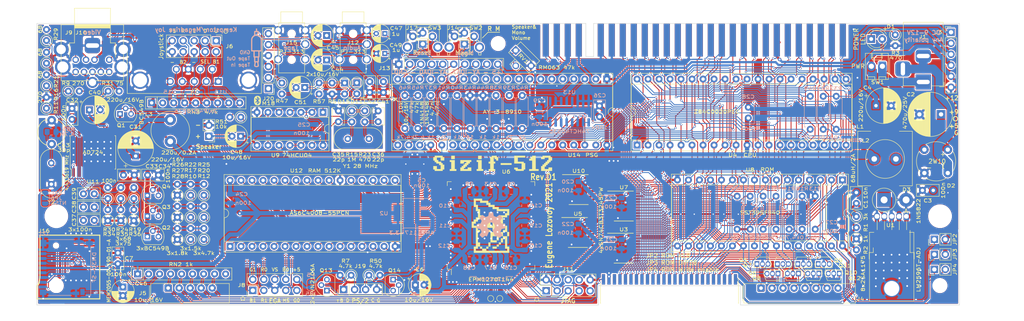
<source format=kicad_pcb>
(kicad_pcb (version 20171130) (host pcbnew "(5.1.4)-1")
  (title_block (title "ZX Sizif-512") (date 2020-12-09) (rev D1))
  (layers (0 F.Cu signal) (31 B.Cu signal) (34 B.Paste user hide) (35 F.Paste user hide) (36 B.SilkS user) (37 F.SilkS user) (38 B.Mask user hide) (39 F.Mask user hide) (44 Edge.Cuts user))
  (net 0 "")
  (net 1 GND)
  (net 2 +5V)
  (net 3 +3V3)
  (net 4 +12V)
  (net 5 ~RST)
  (net 6 /VID_COMP)
  (net 7 /Csync)
  (net 8 /KD0)
  (net 9 /KD1)
  (net 10 /KD2)
  (net 11 /KD3)
  (net 12 /KD4)
  (net 13 /~JOY_B2)
  (net 14 /~JOY_B1)
  (net 15 /~JOY_RIGHT)
  (net 16 /~JOY_LEFT)
  (net 17 /~JOY_DOWN)
  (net 18 /~JOY_UP)
  (net 19 /VID_B)
  (net 20 /VID_R)
  (net 21 /SND_L)
  (net 22 /VID_SYNC)
  (net 23 /VID_G)
  (net 24 /A15)
  (net 25 /A13)
  (net 26 /D7)
  (net 27 /D0)
  (net 28 /D1)
  (net 29 /D2)
  (net 30 /D6)
  (net 31 /D5)
  (net 32 /D3)
  (net 33 /D4)
  (net 34 /~INT)
  (net 35 /~HALT)
  (net 36 /~MREQ)
  (net 37 /~IORQ)
  (net 38 /~RD)
  (net 39 /A14)
  (net 40 /A12)
  (net 41 /~CLKCPU)
  (net 42 /A0)
  (net 43 /A1)
  (net 44 /A2)
  (net 45 /A3)
  (net 46 /~WR)
  (net 47 /~WAIT)
  (net 48 /~M1)
  (net 49 /~RFSH)
  (net 50 /A8)
  (net 51 /A10)
  (net 52 /~BUSRQ)
  (net 53 /~RSTCPU)
  (net 54 /A7)
  (net 55 /A6)
  (net 56 /A5)
  (net 57 /A4)
  (net 58 /~BUSACK)
  (net 59 /A9)
  (net 60 /A11)
  (net 61 /TAPE_IN0)
  (net 62 /CLKCPU)
  (net 63 /~NMI)
  (net 64 ~MAGIC)
  (net 65 /SND_MONO)
  (net 66 /SND_R)
  (net 67 /AY_ABC)
  (net 68 /SD_CD)
  (net 69 /SD_MISO)
  (net 70 "Net-(Q4-Pad3)")
  (net 71 "Net-(JP3-Pad1)")
  (net 72 +5VA)
  (net 73 "Net-(Q4-Pad2)")
  (net 74 "Net-(Q2-Pad3)")
  (net 75 "Net-(Q3-Pad3)")
  (net 76 "Net-(Q3-Pad2)")
  (net 77 "Net-(C43-Pad1)")
  (net 78 /Red1)
  (net 79 /Green1)
  (net 80 /Blue1)
  (net 81 /Red0)
  (net 82 /Green0)
  (net 83 /Blue0)
  (net 84 "Net-(C37-Pad1)")
  (net 85 "Net-(C38-Pad1)")
  (net 86 "Net-(C39-Pad1)")
  (net 87 "Net-(Q1-Pad3)")
  (net 88 "Net-(Q2-Pad2)")
  (net 89 "Net-(C2-Pad1)")
  (net 90 "Net-(C35-Pad2)")
  (net 91 "Net-(C36-Pad2)")
  (net 92 "Net-(J8-Pad10)")
  (net 93 "Net-(JP6-Pad2)")
  (net 94 /~IORQGE)
  (net 95 "Net-(D1-Pad1)")
  (net 96 "Net-(D2-Pad2)")
  (net 97 "Net-(J1-Pad1)")
  (net 98 /~ROMCSB)
  (net 99 /Vsync)
  (net 100 /Hsync)
  (net 101 /SD_SCK)
  (net 102 /SD_MOSI)
  (net 103 /SD_CS)
  (net 104 /SND_DAC_L)
  (net 105 /SND_DAC_R)
  (net 106 /VA17)
  (net 107 /VD3)
  (net 108 /VA16)
  (net 109 /VD4)
  (net 110 /VA14)
  (net 111 /VD5)
  (net 112 /VA12)
  (net 113 /VD6)
  (net 114 /VA7)
  (net 115 /VD7)
  (net 116 /VA6)
  (net 117 /VA5)
  (net 118 /VA10)
  (net 119 /VA4)
  (net 120 /~VRD)
  (net 121 /VA3)
  (net 122 /VA11)
  (net 123 /VA2)
  (net 124 /VA9)
  (net 125 /VA1)
  (net 126 /VA8)
  (net 127 /VA0)
  (net 128 /VA13)
  (net 129 /VD0)
  (net 130 /~VWR)
  (net 131 /VD1)
  (net 132 /VA18)
  (net 133 /VD2)
  (net 134 /VA15)
  (net 135 /AY_MONO)
  (net 136 /AY_CLK)
  (net 137 /AY_BDIR)
  (net 138 /AY_BC1)
  (net 139 /TCK)
  (net 140 /TDO)
  (net 141 /TMS)
  (net 142 /TDI)
  (net 143 /~ROMCS)
  (net 144 "Net-(U13-Pad4)")
  (net 145 /CLK28)
  (net 146 /RA16)
  (net 147 /RA15)
  (net 148 /RA14)
  (net 149 "Net-(D3-Pad1)")
  (net 150 "Net-(J13-Pad6)")
  (net 151 "Net-(J13-Pad8)")
  (net 152 "Net-(TP1-Pad1)")
  (net 153 "Net-(TP4-Pad1)")
  (net 154 "Net-(TP7-Pad1)")
  (net 155 "Net-(C1-Pad2)")
  (net 156 "Net-(C37-Pad2)")
  (net 157 "Net-(C38-Pad2)")
  (net 158 "Net-(C39-Pad2)")
  (net 159 "Net-(C40-Pad1)")
  (net 160 "Net-(C40-Pad2)")
  (net 161 "Net-(C47-Pad1)")
  (net 162 "Net-(C47-Pad2)")
  (net 163 "Net-(C48-Pad1)")
  (net 164 "Net-(J13-Pad2)")
  (net 165 "Net-(J13-Pad4)")
  (net 166 "Net-(J13-Pad5)")
  (net 167 "Net-(J13-Pad9)")
  (net 168 "Net-(JP2-Pad1)")
  (net 169 "Net-(JP4-Pad2)")
  (net 170 "Net-(R15-Pad1)")
  (net 171 "Net-(R39-Pad2)")
  (net 172 "Net-(R40-Pad2)")
  (net 173 "Net-(R41-Pad2)")
  (net 174 "Net-(U13-Pad15)")
  (net 175 /xA10)
  (net 176 /xD7)
  (net 177 /xD6)
  (net 178 /xD5)
  (net 179 /xD4)
  (net 180 /xA15)
  (net 181 /xD3)
  (net 182 /xA14)
  (net 183 /~xMREQ)
  (net 184 /~xRFSH)
  (net 185 /~xWR)
  (net 186 /~xRD)
  (net 187 /~xM1)
  (net 188 /xA8)
  (net 189 /xA9)
  (net 190 /xA11)
  (net 191 /xA12)
  (net 192 /xA7)
  (net 193 /xA6)
  (net 194 /~xIORQGE)
  (net 195 /xA4)
  (net 196 /xA3)
  (net 197 /xCLKCPU)
  (net 198 /xA2)
  (net 199 /xA1)
  (net 200 /xA0)
  (net 201 /xA5)
  (net 202 /xD0)
  (net 203 /xD1)
  (net 204 /xD2)
  (net 205 /xA13)
  (net 206 +9V)
  (net 207 /~MTR)
  (net 208 /~DWR)
  (net 209 /~DRD)
  (net 210 /MIX_L)
  (net 211 /MIX_R)
  (net 212 "Net-(D2-Pad4)")
  (net 213 "Net-(C51-Pad2)")
  (net 214 "Net-(C51-Pad1)")
  (net 215 "Net-(D11-Pad1)")
  (net 216 "Net-(J13-Pad7)")
  (net 217 "Net-(J13-Pad3)")
  (net 218 /TAPE_IN)
  (net 219 /JOY_SEL)
  (net 220 "Net-(R45-Pad2)")
  (net 221 "Net-(R51-Pad1)")
  (net 222 /BUS0)
  (net 223 /~INTB)
  (net 224 "Net-(J4-Pad6)")
  (net 225 "Net-(J4-Pad7)")
  (net 226 "Net-(J4-Pad8)")
  (net 227 "Net-(J4-Pad5)")
  (net 228 "Net-(J4-Pad4)")
  (net 229 "Net-(J4-Pad3)")
  (net 230 "Net-(J4-Pad2)")
  (net 231 "Net-(J4-Pad1)")
  (net 232 /SD_DAT2)
  (net 233 /SD_DAT1)
  (net 234 /~xCLKCPU)
  (net 235 "Net-(J19-Pad2)")
  (net 236 "Net-(J19-Pad3)")
  (net 237 /PS2_CLK)
  (net 238 /PS2_DAT)
  (net 239 /BUS1)
  (net 240 /RA17)
  (module Capacitor_SMD:C_0805_2012Metric_Pad1.15x1.40mm_HandSolder (layer B.Cu) (at 179.35 106.075 270)
    (fp_text reference C23 (at -1 2.45 180) (layer B.SilkS) (effects (font (size 0.8 1)) (justify mirror)))
    (fp_text value 100n)
    (fp_text user %V (at 1 3) (layer B.SilkS) (effects (font (size 0.8 1)) (justify mirror)))
    (pad 2 smd roundrect (at 1.025 0 270) (size 1.15 1.4) (layers B.Cu B.Paste B.Mask) (roundrect_rratio 0.217391) (net 1 GND))
    (pad 1 smd roundrect (at -1.025 0 270) (size 1.15 1.4) (layers B.Cu B.Paste B.Mask) (roundrect_rratio 0.217391) (net 3 +3V3))
  )
  (module Capacitor_THT:CP_Radial_D5.0mm_P2.00mm (layer F.Cu) (at 131.725 125.15)
    (fp_text reference C6 (at 1 -3.55) (layer F.SilkS) (effects (font (size 0.8 1))))
    (fp_text value 10u/16V)
    (fp_text user %V (at 0.775 3.45) (layer F.SilkS) (effects (font (size 0.8 1))))
    (pad 2 thru_hole circle (at 2 0) (size 1.6 1.6) (drill 0.8) (layers *.Cu *.Mask) (net 1 GND))
    (pad 1 thru_hole rect (at 0 0) (size 1.6 1.6) (drill 0.8) (layers *.Cu *.Mask) (net 3 +3V3))
  )
  (module Package_TO_SOT_THT:TO-92 (layer F.Cu) (at 111.3 126.44 90)
    (fp_text reference Q13 (at 4.64 -0.2 180) (layer F.SilkS) (effects (font (size 0.8 1))))
    (fp_text value ZVN2106A)
    (fp_text user 2x%V (at 1.54 -3.3 90) (layer F.SilkS) (effects (font (size 0.8 1))))
    (pad 1 thru_hole rect (at 0 0 180) (size 1.3 1.3) (drill 0.75) (layers *.Cu *.Mask) (net 238 /PS2_DAT))
    (pad 3 thru_hole circle (at 2.54 0 180) (size 1.3 1.3) (drill 0.75) (layers *.Cu *.Mask) (net 235 "Net-(J19-Pad2)"))
    (pad 2 thru_hole circle (at 1.27 -1.27 180) (size 1.3 1.3) (drill 0.75) (layers *.Cu *.Mask) (net 3 +3V3))
  )
  (module Package_TO_SOT_THT:TO-92 (layer F.Cu) (at 126.6 123.9 270)
    (fp_text reference Q14 (at -2.1 -0.3 180) (layer F.SilkS) (effects (font (size 0.8 1))))
    (fp_text value ZVN2106A)
    (pad 1 thru_hole rect (at 0 0) (size 1.3 1.3) (drill 0.75) (layers *.Cu *.Mask) (net 237 /PS2_CLK))
    (pad 3 thru_hole circle (at 2.54 0) (size 1.3 1.3) (drill 0.75) (layers *.Cu *.Mask) (net 236 "Net-(J19-Pad3)"))
    (pad 2 thru_hole circle (at 1.27 -1.27) (size 1.3 1.3) (drill 0.75) (layers *.Cu *.Mask) (net 3 +3V3))
  )
  (module Package_TO_SOT_THT:TO-92 (layer F.Cu) (at 69.85 104.475)
    (fp_text reference Q4 (at 4.37 -2.06) (layer F.SilkS) (effects (font (size 0.8 1))))
    (fp_text value BC549B)
    (fp_text user 3x%V (at 1.25 12.225) (layer F.SilkS) (effects (font (size 0.8 1))))
    (pad 1 thru_hole rect (at 0 0 90) (size 1.3 1.3) (drill 0.75) (layers *.Cu *.Mask) (net 72 +5VA))
    (pad 3 thru_hole circle (at 2.54 0 90) (size 1.3 1.3) (drill 0.75) (layers *.Cu *.Mask) (net 70 "Net-(Q4-Pad3)"))
    (pad 2 thru_hole circle (at 1.27 -1.27 90) (size 1.3 1.3) (drill 0.75) (layers *.Cu *.Mask) (net 73 "Net-(Q4-Pad2)"))
  )
  (module Package_TO_SOT_THT:TO-92 (layer F.Cu) (at 69.85 109.225)
    (fp_text reference Q3 (at 4.37 -2.06) (layer F.SilkS) (effects (font (size 0.8 1))))
    (fp_text value BC549B)
    (pad 1 thru_hole rect (at 0 0 90) (size 1.3 1.3) (drill 0.75) (layers *.Cu *.Mask) (net 72 +5VA))
    (pad 3 thru_hole circle (at 2.54 0 90) (size 1.3 1.3) (drill 0.75) (layers *.Cu *.Mask) (net 75 "Net-(Q3-Pad3)"))
    (pad 2 thru_hole circle (at 1.27 -1.27 90) (size 1.3 1.3) (drill 0.75) (layers *.Cu *.Mask) (net 76 "Net-(Q3-Pad2)"))
  )
  (module Package_TO_SOT_THT:TO-92 (layer F.Cu) (at 69.85 113.975)
    (fp_text reference Q2 (at 4.37 -2.06) (layer F.SilkS) (effects (font (size 0.8 1))))
    (fp_text value BC549B)
    (pad 1 thru_hole rect (at 0 0 90) (size 1.3 1.3) (drill 0.75) (layers *.Cu *.Mask) (net 72 +5VA))
    (pad 3 thru_hole circle (at 2.54 0 90) (size 1.3 1.3) (drill 0.75) (layers *.Cu *.Mask) (net 74 "Net-(Q2-Pad3)"))
    (pad 2 thru_hole circle (at 1.27 -1.27 90) (size 1.3 1.3) (drill 0.75) (layers *.Cu *.Mask) (net 88 "Net-(Q2-Pad2)"))
  )
  (module Package_TO_SOT_THT:TO-92 (layer F.Cu) (at 63.55 85.65)
    (fp_text reference Q1 (at 0.25 2.65) (layer F.SilkS) (effects (font (size 0.8 1))))
    (fp_text value BC549B)
    (fp_text user %V (at 4.95 -0.45 90) (layer F.SilkS) (effects (font (size 0.8 1))))
    (pad 1 thru_hole rect (at 0 0 90) (size 1.3 1.3) (drill 0.75) (layers *.Cu *.Mask) (net 72 +5VA))
    (pad 3 thru_hole circle (at 2.54 0 90) (size 1.3 1.3) (drill 0.75) (layers *.Cu *.Mask) (net 87 "Net-(Q1-Pad3)"))
    (pad 2 thru_hole circle (at 1.27 -1.27 90) (size 1.3 1.3) (drill 0.75) (layers *.Cu *.Mask) (net 7 /Csync))
  )
  (module my:jack35 (layer B.Cu) (at 95.05 70.4)
    (fp_text reference LOGO3 hide)
    (fp_text value graphic hide)
  )
  (module Resistor_THT:R_Axial_DIN0207_L6.3mm_D2.5mm_P7.62mm_Horizontal (layer B.Cu) (at 215 104.65 270)
    (fp_text reference R8 (at -1.75 0) (layer B.SilkS) (effects (font (size 0.8 1)) (justify mirror)))
    (fp_text value 470)
    (fp_text user %V (at 9.55 -0.1 180) (layer B.SilkS) (effects (font (size 0.8 1)) (justify mirror)))
    (pad 1 thru_hole circle (at 0 0 270) (size 1.6 1.6) (drill 0.8) (layers *.Cu *.Mask) (net 143 /~ROMCS))
    (pad 2 thru_hole oval (at 7.62 0 270) (size 1.6 1.6) (drill 0.8) (layers *.Cu *.Mask) (net 98 /~ROMCSB))
  )
  (module TestPoint:TestPoint_Pad_D1.0mm (layer F.Cu) (at 148 98.2)
    (fp_text reference TP7 hide)
    (fp_text value TestPoint)
    (pad 1 smd circle (at 0 0) (size 1 1) (layers F.Cu F.Mask) (net 154 "Net-(TP7-Pad1)"))
  )
  (module Resistor_THT:R_Axial_DIN0207_L6.3mm_D2.5mm_P2.54mm_Vertical (layer F.Cu) (at 121 122.9)
    (fp_text reference R50 (at 1.57 -3.3) (layer F.SilkS) (effects (font (size 0.8 1))))
    (fp_text value 4.7k)
    (fp_text user %V (at 1.57 -2.1) (layer F.SilkS) (effects (font (size 0.8 1))))
    (pad 2 thru_hole oval (at 2.54 0) (size 1.6 1.6) (drill 0.8) (layers *.Cu *.Mask) (net 2 +5V))
    (pad 1 thru_hole circle (at 0 0) (size 1.6 1.6) (drill 0.8) (layers *.Cu *.Mask) (net 236 "Net-(J19-Pad3)"))
  )
  (module Resistor_THT:R_Axial_DIN0207_L6.3mm_D2.5mm_P2.54mm_Vertical (layer F.Cu) (at 116.9 122.9 180)
    (fp_text reference R7 (at 1.3 3.3) (layer F.SilkS) (effects (font (size 0.8 1))))
    (fp_text value 4.7k)
    (fp_text user %V (at 1.3 2.1 180) (layer F.SilkS) (effects (font (size 0.8 1))))
    (pad 2 thru_hole oval (at 2.54 0 180) (size 1.6 1.6) (drill 0.8) (layers *.Cu *.Mask) (net 2 +5V))
    (pad 1 thru_hole circle (at 0 0 180) (size 1.6 1.6) (drill 0.8) (layers *.Cu *.Mask) (net 235 "Net-(J19-Pad2)"))
  )
  (module Package_TO_SOT_THT:TO-92S (layer F.Cu) (at 224.88571 122.5 180)
    (fp_text reference Q10 (at -7.41429 0.2) (layer F.SilkS) (effects (font (size 0.8 1))))
    (fp_text value 2SA1175 hide)
    (pad 1 thru_hole rect (at 0 0) (size 1.05 1.3) (drill 0.75) (layers *.Cu *.Mask) (net 224 "Net-(J4-Pad6)"))
    (pad 3 thru_hole oval (at 2.54 0) (size 1.05 1.3) (drill 0.75) (layers *.Cu *.Mask) (net 50 /A8))
    (pad 2 thru_hole oval (at 1.27 0) (size 1.05 1.3) (drill 0.75) (layers *.Cu *.Mask) (net 1 GND))
  )
  (module Package_TO_SOT_THT:TO-92S (layer F.Cu) (at 220.171426 122.5 180)
    (fp_text reference Q8 (at 9.671426 -1.1) (layer F.SilkS) (effects (font (size 0.8 1))))
    (fp_text value 2SA1175 hide)
    (pad 1 thru_hole rect (at 0 0) (size 1.05 1.3) (drill 0.75) (layers *.Cu *.Mask) (net 228 "Net-(J4-Pad4)"))
    (pad 3 thru_hole oval (at 2.54 0) (size 1.05 1.3) (drill 0.75) (layers *.Cu *.Mask) (net 40 /A12))
    (pad 2 thru_hole oval (at 1.27 0) (size 1.05 1.3) (drill 0.75) (layers *.Cu *.Mask) (net 1 GND))
  )
  (module Package_TO_SOT_THT:TO-92S (layer F.Cu) (at 229.599994 122.5 180)
    (fp_text reference Q12 (at -3.500006 -1.1) (layer F.SilkS) (effects (font (size 0.8 1))))
    (fp_text value 2SA1175 hide)
    (pad 1 thru_hole rect (at 0 0) (size 1.05 1.3) (drill 0.75) (layers *.Cu *.Mask) (net 226 "Net-(J4-Pad8)"))
    (pad 3 thru_hole oval (at 2.54 0) (size 1.05 1.3) (drill 0.75) (layers *.Cu *.Mask) (net 24 /A15))
    (pad 2 thru_hole oval (at 1.27 0) (size 1.05 1.3) (drill 0.75) (layers *.Cu *.Mask) (net 1 GND))
  )
  (module Package_TO_SOT_THT:TO-92S (layer F.Cu) (at 224.742852 120.3)
    (fp_text reference Q11 (at 6.157148 0.4) (layer F.SilkS) (effects (font (size 0.8 1))))
    (fp_text value 2SA1175 hide)
    (pad 1 thru_hole rect (at 0 0 180) (size 1.05 1.3) (drill 0.75) (layers *.Cu *.Mask) (net 225 "Net-(J4-Pad7)"))
    (pad 3 thru_hole oval (at 2.54 0 180) (size 1.05 1.3) (drill 0.75) (layers *.Cu *.Mask) (net 39 /A14))
    (pad 2 thru_hole oval (at 1.27 0 180) (size 1.05 1.3) (drill 0.75) (layers *.Cu *.Mask) (net 1 GND))
  )
  (module Package_TO_SOT_THT:TO-92S (layer F.Cu) (at 220.028568 120.3)
    (fp_text reference Q9 (at 9.371432 -0.8) (layer F.SilkS) (effects (font (size 0.8 1))))
    (fp_text value 2SA1175 hide)
    (fp_text user 8x%V (at 15.071432 2.2 270) (layer F.SilkS) (effects (font (size 0.8 1))))
    (pad 1 thru_hole rect (at 0 0 180) (size 1.05 1.3) (drill 0.75) (layers *.Cu *.Mask) (net 227 "Net-(J4-Pad5)"))
    (pad 3 thru_hole oval (at 2.54 0 180) (size 1.05 1.3) (drill 0.75) (layers *.Cu *.Mask) (net 25 /A13))
    (pad 2 thru_hole oval (at 1.27 0 180) (size 1.05 1.3) (drill 0.75) (layers *.Cu *.Mask) (net 1 GND))
  )
  (module Package_TO_SOT_THT:TO-92S (layer F.Cu) (at 215.314284 120.3)
    (fp_text reference Q7 (at -6.914284 0.3) (layer F.SilkS) (effects (font (size 0.8 1))))
    (fp_text value 2SA1175 hide)
    (pad 1 thru_hole rect (at 0 0 180) (size 1.05 1.3) (drill 0.75) (layers *.Cu *.Mask) (net 229 "Net-(J4-Pad3)"))
    (pad 3 thru_hole oval (at 2.54 0 180) (size 1.05 1.3) (drill 0.75) (layers *.Cu *.Mask) (net 59 /A9))
    (pad 2 thru_hole oval (at 1.27 0 180) (size 1.05 1.3) (drill 0.75) (layers *.Cu *.Mask) (net 1 GND))
  )
  (module Package_TO_SOT_THT:TO-92S (layer F.Cu) (at 215.457142 122.528572 180)
    (fp_text reference Q6 (at 5.957142 0.128572) (layer F.SilkS) (effects (font (size 0.8 1))))
    (fp_text value 2SA1175 hide)
    (pad 1 thru_hole rect (at 0 0) (size 1.05 1.3) (drill 0.75) (layers *.Cu *.Mask) (net 230 "Net-(J4-Pad2)"))
    (pad 3 thru_hole oval (at 2.54 0) (size 1.05 1.3) (drill 0.75) (layers *.Cu *.Mask) (net 51 /A10))
    (pad 2 thru_hole oval (at 1.27 0) (size 1.05 1.3) (drill 0.75) (layers *.Cu *.Mask) (net 1 GND))
  )
  (module Package_TO_SOT_THT:TO-92S (layer F.Cu) (at 210.6 120.3)
    (fp_text reference Q5 (at -3.2 -0.9) (layer F.SilkS) (effects (font (size 0.8 1))))
    (fp_text value 2SA1175 hide)
    (pad 2 thru_hole oval (at 1.27 0 180) (size 1.05 1.3) (drill 0.75) (layers *.Cu *.Mask) (net 1 GND))
    (pad 3 thru_hole oval (at 2.54 0 180) (size 1.05 1.3) (drill 0.75) (layers *.Cu *.Mask) (net 60 /A11))
    (pad 1 thru_hole rect (at 0 0 180) (size 1.05 1.3) (drill 0.75) (layers *.Cu *.Mask) (net 231 "Net-(J4-Pad1)"))
  )
  (module Capacitor_SMD:C_0805_2012Metric_Pad1.15x1.40mm_HandSolder (layer B.Cu) (at 230.3 111.7 270)
    (fp_text reference C27 (at -1 2.5 180) (layer B.SilkS) (effects (font (size 0.8 1)) (justify mirror)))
    (fp_text value 100n)
    (fp_text user %V (at 1 2.9) (layer B.SilkS) (effects (font (size 0.8 1)) (justify mirror)))
    (pad 2 smd roundrect (at 1.025 0 270) (size 1.15 1.4) (layers B.Cu B.Paste B.Mask) (roundrect_rratio 0.217391) (net 2 +5V))
    (pad 1 smd roundrect (at -1.025 0 270) (size 1.15 1.4) (layers B.Cu B.Paste B.Mask) (roundrect_rratio 0.217391) (net 1 GND))
  )
  (module Resistor_THT:R_Axial_DIN0207_L6.3mm_D2.5mm_P7.62mm_Horizontal (layer B.Cu) (at 212.025 104.65 270)
    (fp_text reference R4 (at -1.75 0.025) (layer B.SilkS) (effects (font (size 0.8 1)) (justify mirror)))
    (fp_text value 470)
    (fp_text user %V (at 9.55 0) (layer B.SilkS) (effects (font (size 0.8 1)) (justify mirror)))
    (pad 2 thru_hole oval (at 7.62 0 270) (size 1.6 1.6) (drill 0.8) (layers *.Cu *.Mask) (net 37 /~IORQ))
    (pad 1 thru_hole circle (at 0 0 270) (size 1.6 1.6) (drill 0.8) (layers *.Cu *.Mask) (net 94 /~IORQGE))
  )
  (module Package_DIP:DIP-40_W15.24mm_Socket (layer F.Cu) (at 182.9142 92.848 90)
    (fp_text reference U4 (at -2.302 22.0858) (layer F.SilkS) (effects (font (size 0.8 1))))
    (fp_text value "Z84C0020PEC ")
    (fp_text user %V (at 7.6865 18.7858 180) (layer F.SilkS) (effects (font (size 0.8 1))))
    (fp_text user CPU (at -2.302 26.0858 180) (layer F.SilkS) (effects (font (size 0.8 1))))
    (pad 40 thru_hole oval (at 15.24 0 90) (size 1.6 1.6) (drill 0.8) (layers *.Cu *.Mask) (net 51 /A10))
    (pad 20 thru_hole oval (at 0 48.26 90) (size 1.6 1.6) (drill 0.8) (layers *.Cu *.Mask) (net 37 /~IORQ))
    (pad 39 thru_hole oval (at 15.24 2.54 90) (size 1.6 1.6) (drill 0.8) (layers *.Cu *.Mask) (net 59 /A9))
    (pad 19 thru_hole oval (at 0 45.72 90) (size 1.6 1.6) (drill 0.8) (layers *.Cu *.Mask) (net 36 /~MREQ))
    (pad 38 thru_hole oval (at 15.24 5.08 90) (size 1.6 1.6) (drill 0.8) (layers *.Cu *.Mask) (net 50 /A8))
    (pad 18 thru_hole oval (at 0 43.18 90) (size 1.6 1.6) (drill 0.8) (layers *.Cu *.Mask) (net 35 /~HALT))
    (pad 37 thru_hole oval (at 15.24 7.62 90) (size 1.6 1.6) (drill 0.8) (layers *.Cu *.Mask) (net 54 /A7))
    (pad 17 thru_hole oval (at 0 40.64 90) (size 1.6 1.6) (drill 0.8) (layers *.Cu *.Mask) (net 63 /~NMI))
    (pad 36 thru_hole oval (at 15.24 10.16 90) (size 1.6 1.6) (drill 0.8) (layers *.Cu *.Mask) (net 55 /A6))
    (pad 16 thru_hole oval (at 0 38.1 90) (size 1.6 1.6) (drill 0.8) (layers *.Cu *.Mask) (net 223 /~INTB))
    (pad 35 thru_hole oval (at 15.24 12.7 90) (size 1.6 1.6) (drill 0.8) (layers *.Cu *.Mask) (net 56 /A5))
    (pad 15 thru_hole oval (at 0 35.56 90) (size 1.6 1.6) (drill 0.8) (layers *.Cu *.Mask) (net 28 /D1))
    (pad 34 thru_hole oval (at 15.24 15.24 90) (size 1.6 1.6) (drill 0.8) (layers *.Cu *.Mask) (net 57 /A4))
    (pad 14 thru_hole oval (at 0 33.02 90) (size 1.6 1.6) (drill 0.8) (layers *.Cu *.Mask) (net 27 /D0))
    (pad 33 thru_hole oval (at 15.24 17.78 90) (size 1.6 1.6) (drill 0.8) (layers *.Cu *.Mask) (net 45 /A3))
    (pad 13 thru_hole oval (at 0 30.48 90) (size 1.6 1.6) (drill 0.8) (layers *.Cu *.Mask) (net 26 /D7))
    (pad 32 thru_hole oval (at 15.24 20.32 90) (size 1.6 1.6) (drill 0.8) (layers *.Cu *.Mask) (net 44 /A2))
    (pad 12 thru_hole oval (at 0 27.94 90) (size 1.6 1.6) (drill 0.8) (layers *.Cu *.Mask) (net 29 /D2))
    (pad 31 thru_hole oval (at 15.24 22.86 90) (size 1.6 1.6) (drill 0.8) (layers *.Cu *.Mask) (net 43 /A1))
    (pad 11 thru_hole oval (at 0 25.4 90) (size 1.6 1.6) (drill 0.8) (layers *.Cu *.Mask) (net 2 +5V))
    (pad 30 thru_hole oval (at 15.24 25.4 90) (size 1.6 1.6) (drill 0.8) (layers *.Cu *.Mask) (net 42 /A0))
    (pad 10 thru_hole oval (at 0 22.86 90) (size 1.6 1.6) (drill 0.8) (layers *.Cu *.Mask) (net 30 /D6))
    (pad 29 thru_hole oval (at 15.24 27.94 90) (size 1.6 1.6) (drill 0.8) (layers *.Cu *.Mask) (net 1 GND))
    (pad 9 thru_hole oval (at 0 20.32 90) (size 1.6 1.6) (drill 0.8) (layers *.Cu *.Mask) (net 31 /D5))
    (pad 28 thru_hole oval (at 15.24 30.48 90) (size 1.6 1.6) (drill 0.8) (layers *.Cu *.Mask) (net 49 /~RFSH))
    (pad 8 thru_hole oval (at 0 17.78 90) (size 1.6 1.6) (drill 0.8) (layers *.Cu *.Mask) (net 32 /D3))
    (pad 27 thru_hole oval (at 15.24 33.02 90) (size 1.6 1.6) (drill 0.8) (layers *.Cu *.Mask) (net 48 /~M1))
    (pad 7 thru_hole oval (at 0 15.24 90) (size 1.6 1.6) (drill 0.8) (layers *.Cu *.Mask) (net 33 /D4))
    (pad 26 thru_hole oval (at 15.24 35.56 90) (size 1.6 1.6) (drill 0.8) (layers *.Cu *.Mask) (net 53 /~RSTCPU))
    (pad 6 thru_hole oval (at 0 12.7 90) (size 1.6 1.6) (drill 0.8) (layers *.Cu *.Mask) (net 62 /CLKCPU))
    (pad 25 thru_hole oval (at 15.24 38.1 90) (size 1.6 1.6) (drill 0.8) (layers *.Cu *.Mask) (net 52 /~BUSRQ))
    (pad 5 thru_hole oval (at 0 10.16 90) (size 1.6 1.6) (drill 0.8) (layers *.Cu *.Mask) (net 24 /A15))
    (pad 24 thru_hole oval (at 15.24 40.64 90) (size 1.6 1.6) (drill 0.8) (layers *.Cu *.Mask) (net 47 /~WAIT))
    (pad 4 thru_hole oval (at 0 7.62 90) (size 1.6 1.6) (drill 0.8) (layers *.Cu *.Mask) (net 39 /A14))
    (pad 23 thru_hole oval (at 15.24 43.18 90) (size 1.6 1.6) (drill 0.8) (layers *.Cu *.Mask) (net 58 /~BUSACK))
    (pad 3 thru_hole oval (at 0 5.08 90) (size 1.6 1.6) (drill 0.8) (layers *.Cu *.Mask) (net 25 /A13))
    (pad 22 thru_hole oval (at 15.24 45.72 90) (size 1.6 1.6) (drill 0.8) (layers *.Cu *.Mask) (net 46 /~WR))
    (pad 2 thru_hole oval (at 0 2.54 90) (size 1.6 1.6) (drill 0.8) (layers *.Cu *.Mask) (net 40 /A12))
    (pad 21 thru_hole oval (at 15.24 48.26 90) (size 1.6 1.6) (drill 0.8) (layers *.Cu *.Mask) (net 38 /~RD))
    (pad 1 thru_hole rect (at 0 0 90) (size 1.6 1.6) (drill 0.8) (layers *.Cu *.Mask) (net 60 /A11))
  )
  (module Capacitor_SMD:C_0805_2012Metric_Pad1.15x1.40mm_HandSolder (layer B.Cu) (at 160.35 85.3 270)
    (fp_text reference C29 (at -2.7 -0.05 180) (layer B.SilkS) (effects (font (size 0.8 1)) (justify mirror)))
    (fp_text value 100n)
    (fp_text user %V (at 2.7 0) (layer B.SilkS) (effects (font (size 0.8 1)) (justify mirror)))
    (pad 2 smd roundrect (at 1.025 0 270) (size 1.15 1.4) (layers B.Cu B.Paste B.Mask) (roundrect_rratio 0.217391) (net 2 +5V))
    (pad 1 smd roundrect (at -1.025 0 270) (size 1.15 1.4) (layers B.Cu B.Paste B.Mask) (roundrect_rratio 0.217391) (net 1 GND))
  )
  (module Capacitor_SMD:C_0805_2012Metric_Pad1.15x1.40mm_HandSolder (layer B.Cu) (at 108.7 89.1 270)
    (fp_text reference C25 (at -0.95 2.7 180) (layer B.SilkS) (effects (font (size 0.8 1)) (justify mirror)))
    (fp_text value 100n)
    (fp_text user %V (at 1 3.25 180) (layer B.SilkS) (effects (font (size 0.8 1)) (justify mirror)))
    (pad 1 smd roundrect (at -1.025 0 270) (size 1.15 1.4) (layers B.Cu B.Paste B.Mask) (roundrect_rratio 0.217391) (net 1 GND))
    (pad 2 smd roundrect (at 1.025 0 270) (size 1.15 1.4) (layers B.Cu B.Paste B.Mask) (roundrect_rratio 0.217391) (net 3 +3V3))
  )
  (module Capacitor_SMD:C_0805_2012Metric_Pad1.15x1.40mm_HandSolder (layer B.Cu) (at 88.95 105.2 90)
    (fp_text reference C24 (at 1 2.65 180) (layer B.SilkS) (effects (font (size 0.8 1)) (justify mirror)))
    (fp_text value 100n)
    (fp_text user %V (at -1 3.05 180) (layer B.SilkS) (effects (font (size 0.8 1)) (justify mirror)))
    (pad 2 smd roundrect (at 1.025 0 90) (size 1.15 1.4) (layers B.Cu B.Paste B.Mask) (roundrect_rratio 0.217391) (net 3 +3V3))
    (pad 1 smd roundrect (at -1.025 0 90) (size 1.15 1.4) (layers B.Cu B.Paste B.Mask) (roundrect_rratio 0.217391) (net 1 GND))
  )
  (module Capacitor_SMD:C_0805_2012Metric_Pad1.15x1.40mm_HandSolder (layer B.Cu) (at 169.4 112.1 270)
    (fp_text reference C22 (at -1 2.45 180) (layer B.SilkS) (effects (font (size 0.8 1)) (justify mirror)))
    (fp_text value 100n)
    (fp_text user %V (at 1 3) (layer B.SilkS) (effects (font (size 0.8 1)) (justify mirror)))
    (pad 2 smd roundrect (at 1.025 0 270) (size 1.15 1.4) (layers B.Cu B.Paste B.Mask) (roundrect_rratio 0.217391) (net 1 GND))
    (pad 1 smd roundrect (at -1.025 0 270) (size 1.15 1.4) (layers B.Cu B.Paste B.Mask) (roundrect_rratio 0.217391) (net 3 +3V3))
  )
  (module Capacitor_SMD:C_0805_2012Metric_Pad1.15x1.40mm_HandSolder (layer B.Cu) (at 179.35 115.7 270)
    (fp_text reference C21 (at -1 2.45 180) (layer B.SilkS) (effects (font (size 0.8 1)) (justify mirror)))
    (fp_text value 100n)
    (fp_text user %V (at 1 3) (layer B.SilkS) (effects (font (size 0.8 1)) (justify mirror)))
    (pad 2 smd roundrect (at 1.025 0 270) (size 1.15 1.4) (layers B.Cu B.Paste B.Mask) (roundrect_rratio 0.217391) (net 1 GND))
    (pad 1 smd roundrect (at -1.025 0 270) (size 1.15 1.4) (layers B.Cu B.Paste B.Mask) (roundrect_rratio 0.217391) (net 3 +3V3))
  )
  (module Capacitor_SMD:C_0805_2012Metric_Pad1.15x1.40mm_HandSolder (layer B.Cu) (at 169.4 102.3 270)
    (fp_text reference C20 (at -1 2.45 180) (layer B.SilkS) (effects (font (size 0.8 1)) (justify mirror)))
    (fp_text value 100n)
    (fp_text user %V (at 1 3) (layer B.SilkS) (effects (font (size 0.8 1)) (justify mirror)))
    (pad 2 smd roundrect (at 1.025 0 270) (size 1.15 1.4) (layers B.Cu B.Paste B.Mask) (roundrect_rratio 0.217391) (net 1 GND))
    (pad 1 smd roundrect (at -1.025 0 270) (size 1.15 1.4) (layers B.Cu B.Paste B.Mask) (roundrect_rratio 0.217391) (net 3 +3V3))
  )
  (module Capacitor_SMD:C_0805_2012Metric_Pad1.15x1.40mm_HandSolder (layer B.Cu) (at 157 111.45 270)
    (fp_text reference C19 (at 0 -2.6 180) (layer B.SilkS) (effects (font (size 0.8 1)) (justify mirror)))
    (fp_text value 100n)
    (pad 2 smd roundrect (at 1.025 0 270) (size 1.15 1.4) (layers B.Cu B.Paste B.Mask) (roundrect_rratio 0.217391) (net 1 GND))
    (pad 1 smd roundrect (at -1.025 0 270) (size 1.15 1.4) (layers B.Cu B.Paste B.Mask) (roundrect_rratio 0.217391) (net 3 +3V3))
  )
  (module Capacitor_SMD:C_0805_2012Metric_Pad1.15x1.40mm_HandSolder (layer B.Cu) (at 144.2 119.35)
    (fp_text reference C18 (at 0 1.85) (layer B.SilkS) (effects (font (size 0.8 1)) (justify mirror)))
    (fp_text value 10n)
    (pad 2 smd roundrect (at 1.025 0) (size 1.15 1.4) (layers B.Cu B.Paste B.Mask) (roundrect_rratio 0.217391) (net 1 GND))
    (pad 1 smd roundrect (at -1.025 0) (size 1.15 1.4) (layers B.Cu B.Paste B.Mask) (roundrect_rratio 0.217391) (net 3 +3V3))
  )
  (module Capacitor_SMD:C_0805_2012Metric_Pad1.15x1.40mm_HandSolder (layer B.Cu) (at 149.1 119.35 180)
    (fp_text reference C17 (at 0 -1.85) (layer B.SilkS) (effects (font (size 0.8 1)) (justify mirror)))
    (fp_text value 100n)
    (pad 2 smd roundrect (at 1.025 0 180) (size 1.15 1.4) (layers B.Cu B.Paste B.Mask) (roundrect_rratio 0.217391) (net 1 GND))
    (pad 1 smd roundrect (at -1.025 0 180) (size 1.15 1.4) (layers B.Cu B.Paste B.Mask) (roundrect_rratio 0.217391) (net 3 +3V3))
  )
  (module Capacitor_SMD:C_0805_2012Metric_Pad1.15x1.40mm_HandSolder (layer B.Cu) (at 153.8 119.35)
    (fp_text reference C16 (at 0 1.85) (layer B.SilkS) (effects (font (size 0.8 1)) (justify mirror)))
    (fp_text value 100n)
    (pad 2 smd roundrect (at 1.025 0) (size 1.15 1.4) (layers B.Cu B.Paste B.Mask) (roundrect_rratio 0.217391) (net 1 GND))
    (pad 1 smd roundrect (at -1.025 0) (size 1.15 1.4) (layers B.Cu B.Paste B.Mask) (roundrect_rratio 0.217391) (net 3 +3V3))
  )
  (module Capacitor_SMD:C_0805_2012Metric_Pad1.15x1.40mm_HandSolder (layer B.Cu) (at 157 116.05 90)
    (fp_text reference C15 (at 0 2.6 180) (layer B.SilkS) (effects (font (size 0.8 1)) (justify mirror)))
    (fp_text value 100n)
    (pad 2 smd roundrect (at 1.025 0 90) (size 1.15 1.4) (layers B.Cu B.Paste B.Mask) (roundrect_rratio 0.217391) (net 1 GND))
    (pad 1 smd roundrect (at -1.025 0 90) (size 1.15 1.4) (layers B.Cu B.Paste B.Mask) (roundrect_rratio 0.217391) (net 3 +3V3))
  )
  (module Capacitor_SMD:C_0805_2012Metric_Pad1.15x1.40mm_HandSolder (layer B.Cu) (at 157 106.85 90)
    (fp_text reference C14 (at 0.05 2.6 180) (layer B.SilkS) (effects (font (size 0.8 1)) (justify mirror)))
    (fp_text value 100n)
    (pad 2 smd roundrect (at 1.025 0 90) (size 1.15 1.4) (layers B.Cu B.Paste B.Mask) (roundrect_rratio 0.217391) (net 1 GND))
    (pad 1 smd roundrect (at -1.025 0 90) (size 1.15 1.4) (layers B.Cu B.Paste B.Mask) (roundrect_rratio 0.217391) (net 3 +3V3))
  )
  (module Capacitor_SMD:C_0805_2012Metric_Pad1.15x1.40mm_HandSolder (layer B.Cu) (at 149.1 103.5 180)
    (fp_text reference C13 (at 0 1.65) (layer B.SilkS) (effects (font (size 0.8 1)) (justify mirror)))
    (fp_text value 100n)
    (pad 2 smd roundrect (at 1.025 0 180) (size 1.15 1.4) (layers B.Cu B.Paste B.Mask) (roundrect_rratio 0.217391) (net 1 GND))
    (pad 1 smd roundrect (at -1.025 0 180) (size 1.15 1.4) (layers B.Cu B.Paste B.Mask) (roundrect_rratio 0.217391) (net 3 +3V3))
  )
  (module Capacitor_SMD:C_0805_2012Metric_Pad1.15x1.40mm_HandSolder (layer B.Cu) (at 141.25 116.1 90)
    (fp_text reference C12 (at 0 -2.85 180) (layer B.SilkS) (effects (font (size 0.8 1)) (justify mirror)))
    (fp_text value 100n)
    (pad 2 smd roundrect (at 1.025 0 90) (size 1.15 1.4) (layers B.Cu B.Paste B.Mask) (roundrect_rratio 0.217391) (net 1 GND))
    (pad 1 smd roundrect (at -1.025 0 90) (size 1.15 1.4) (layers B.Cu B.Paste B.Mask) (roundrect_rratio 0.217391) (net 3 +3V3))
  )
  (module Capacitor_SMD:C_0805_2012Metric_Pad1.15x1.40mm_HandSolder (layer B.Cu) (at 141.25 111.45 270)
    (fp_text reference C11 (at 0 2.65 180) (layer B.SilkS) (effects (font (size 0.8 1)) (justify mirror)))
    (fp_text value 100n)
    (pad 2 smd roundrect (at 1.025 0 270) (size 1.15 1.4) (layers B.Cu B.Paste B.Mask) (roundrect_rratio 0.217391) (net 1 GND))
    (pad 1 smd roundrect (at -1.025 0 270) (size 1.15 1.4) (layers B.Cu B.Paste B.Mask) (roundrect_rratio 0.217391) (net 3 +3V3))
  )
  (module Capacitor_SMD:C_0805_2012Metric_Pad1.15x1.40mm_HandSolder (layer B.Cu) (at 141.25 106.85 90)
    (fp_text reference C10 (at 0 -2.65 180) (layer B.SilkS) (effects (font (size 0.8 1)) (justify mirror)))
    (fp_text value 100n)
    (pad 2 smd roundrect (at 1.025 0 90) (size 1.15 1.4) (layers B.Cu B.Paste B.Mask) (roundrect_rratio 0.217391) (net 1 GND))
    (pad 1 smd roundrect (at -1.025 0 90) (size 1.15 1.4) (layers B.Cu B.Paste B.Mask) (roundrect_rratio 0.217391) (net 3 +3V3))
  )
  (module Capacitor_SMD:C_0805_2012Metric_Pad1.15x1.40mm_HandSolder (layer B.Cu) (at 153.85 103.5 180)
    (fp_text reference C9 (at 0 1.65) (layer B.SilkS) (effects (font (size 0.8 1)) (justify mirror)))
    (fp_text value 100n)
    (pad 2 smd roundrect (at 1.025 0 180) (size 1.15 1.4) (layers B.Cu B.Paste B.Mask) (roundrect_rratio 0.217391) (net 1 GND))
    (pad 1 smd roundrect (at -1.025 0 180) (size 1.15 1.4) (layers B.Cu B.Paste B.Mask) (roundrect_rratio 0.217391) (net 3 +3V3))
  )
  (module Capacitor_SMD:C_0805_2012Metric_Pad1.15x1.40mm_HandSolder (layer B.Cu) (at 144.2 103.5)
    (fp_text reference C8 (at 0 -1.7) (layer B.SilkS) (effects (font (size 0.8 1)) (justify mirror)))
    (fp_text value 100n)
    (pad 2 smd roundrect (at 1.025 0) (size 1.15 1.4) (layers B.Cu B.Paste B.Mask) (roundrect_rratio 0.217391) (net 1 GND))
    (pad 1 smd roundrect (at -1.025 0) (size 1.15 1.4) (layers B.Cu B.Paste B.Mask) (roundrect_rratio 0.217391) (net 3 +3V3))
  )
  (module Capacitor_SMD:C_0805_2012Metric_Pad1.15x1.40mm_HandSolder (layer B.Cu) (at 133.175 103.975 180)
    (fp_text reference C5 (at 0 2.975) (layer B.SilkS) (effects (font (size 0.8 1)) (justify mirror)))
    (fp_text value 100n)
    (fp_text user %V (at 0 1.8 180) (layer B.SilkS) (effects (font (size 0.8 1)) (justify mirror)))
    (pad 2 smd roundrect (at 1.025 0 180) (size 1.15 1.4) (layers B.Cu B.Paste B.Mask) (roundrect_rratio 0.217391) (net 2 +5V))
    (pad 1 smd roundrect (at -1.025 0 180) (size 1.15 1.4) (layers B.Cu B.Paste B.Mask) (roundrect_rratio 0.217391) (net 1 GND))
  )
  (module Package_SO:TSOP-6_1.65x3.05mm_P0.95mm (layer B.Cu) (at 83.45 80.65 180)
    (fp_text reference U16 (at -3.35 0.05) (layer B.SilkS) (effects (font (size 0.8 1)) (justify mirror)))
    (fp_text value IP4220CZ6)
    (pad 6 smd rect (at 1.16 0.95 180) (size 0.7 0.51) (layers B.Cu B.Paste B.Mask) (net 17 /~JOY_DOWN))
    (pad 5 smd rect (at 1.16 0 180) (size 0.7 0.51) (layers B.Cu B.Paste B.Mask) (net 3 +3V3))
    (pad 4 smd rect (at 1.16 -0.95 180) (size 0.7 0.51) (layers B.Cu B.Paste B.Mask) (net 219 /JOY_SEL))
    (pad 3 smd rect (at -1.16 -0.95 180) (size 0.7 0.51) (layers B.Cu B.Paste B.Mask) (net 14 /~JOY_B1))
    (pad 2 smd rect (at -1.16 0 180) (size 0.7 0.51) (layers B.Cu B.Paste B.Mask) (net 1 GND))
    (pad 1 smd rect (at -1.16 0.95 180) (size 0.7 0.51) (layers B.Cu B.Paste B.Mask) (net 18 /~JOY_UP))
  )
  (module Package_SO:TSOP-6_1.65x3.05mm_P0.95mm (layer B.Cu) (at 78.39 80.65 180)
    (fp_text reference U15 (at 3.39 0.05) (layer B.SilkS) (effects (font (size 0.8 1)) (justify mirror)))
    (fp_text value IP4220CZ6)
    (fp_text user 2x%V (at -2.61 -4.35 180) (layer B.SilkS) (effects (font (size 0.8 1)) (justify mirror)))
    (pad 6 smd rect (at 1.16 0.95 180) (size 0.7 0.51) (layers B.Cu B.Paste B.Mask) (net 13 /~JOY_B2))
    (pad 5 smd rect (at 1.16 0 180) (size 0.7 0.51) (layers B.Cu B.Paste B.Mask) (net 3 +3V3))
    (pad 4 smd rect (at 1.16 -0.95 180) (size 0.7 0.51) (layers B.Cu B.Paste B.Mask))
    (pad 3 smd rect (at -1.16 -0.95 180) (size 0.7 0.51) (layers B.Cu B.Paste B.Mask) (net 16 /~JOY_LEFT))
    (pad 2 smd rect (at -1.16 0 180) (size 0.7 0.51) (layers B.Cu B.Paste B.Mask) (net 1 GND))
    (pad 1 smd rect (at -1.16 0.95 180) (size 0.7 0.51) (layers B.Cu B.Paste B.Mask) (net 15 /~JOY_RIGHT))
  )
  (module Resistor_THT:R_Array_SIP9 (layer F.Cu) (at 67.6 122.6)
    (fp_text reference RN2 (at 8.7 -2.2) (layer F.SilkS) (effects (font (size 0.8 1))))
    (fp_text value 1k)
    (fp_text user %V (at 11.9 -2.2 180) (layer F.SilkS) (effects (font (size 0.8 1))))
    (pad 9 thru_hole oval (at 20.32 0) (size 1.6 1.6) (drill 0.8) (layers *.Cu *.Mask))
    (pad 8 thru_hole oval (at 17.78 0) (size 1.6 1.6) (drill 0.8) (layers *.Cu *.Mask) (net 12 /KD4))
    (pad 7 thru_hole oval (at 15.24 0) (size 1.6 1.6) (drill 0.8) (layers *.Cu *.Mask) (net 11 /KD3))
    (pad 6 thru_hole oval (at 12.7 0) (size 1.6 1.6) (drill 0.8) (layers *.Cu *.Mask) (net 10 /KD2))
    (pad 5 thru_hole oval (at 10.16 0) (size 1.6 1.6) (drill 0.8) (layers *.Cu *.Mask) (net 9 /KD1))
    (pad 4 thru_hole oval (at 7.62 0) (size 1.6 1.6) (drill 0.8) (layers *.Cu *.Mask) (net 8 /KD0))
    (pad 3 thru_hole oval (at 5.08 0) (size 1.6 1.6) (drill 0.8) (layers *.Cu *.Mask) (net 232 /SD_DAT2))
    (pad 2 thru_hole oval (at 2.54 0) (size 1.6 1.6) (drill 0.8) (layers *.Cu *.Mask) (net 233 /SD_DAT1))
    (pad 1 thru_hole rect (at 0 0) (size 1.6 1.6) (drill 0.8) (layers *.Cu *.Mask) (net 3 +3V3))
  )
  (module Resistor_THT:R_Array_SIP9 (layer F.Cu) (at 70.85 83.1)
    (fp_text reference RN3 (at 9.65 2.15) (layer F.SilkS) (effects (font (size 0.8 1))))
    (fp_text value 4.7k)
    (fp_text user %V (at 13.75 2.15) (layer F.SilkS) (effects (font (size 0.8 1))))
    (pad 1 thru_hole rect (at 0 0) (size 1.6 1.6) (drill 0.8) (layers *.Cu *.Mask) (net 3 +3V3))
    (pad 2 thru_hole oval (at 2.54 0) (size 1.6 1.6) (drill 0.8) (layers *.Cu *.Mask))
    (pad 3 thru_hole oval (at 5.08 0) (size 1.6 1.6) (drill 0.8) (layers *.Cu *.Mask) (net 13 /~JOY_B2))
    (pad 4 thru_hole oval (at 7.62 0) (size 1.6 1.6) (drill 0.8) (layers *.Cu *.Mask) (net 15 /~JOY_RIGHT))
    (pad 5 thru_hole oval (at 10.16 0) (size 1.6 1.6) (drill 0.8) (layers *.Cu *.Mask) (net 16 /~JOY_LEFT))
    (pad 6 thru_hole oval (at 12.7 0) (size 1.6 1.6) (drill 0.8) (layers *.Cu *.Mask) (net 219 /JOY_SEL))
    (pad 7 thru_hole oval (at 15.24 0) (size 1.6 1.6) (drill 0.8) (layers *.Cu *.Mask) (net 17 /~JOY_DOWN))
    (pad 8 thru_hole oval (at 17.78 0) (size 1.6 1.6) (drill 0.8) (layers *.Cu *.Mask) (net 14 /~JOY_B1))
    (pad 9 thru_hole oval (at 20.32 0) (size 1.6 1.6) (drill 0.8) (layers *.Cu *.Mask) (net 18 /~JOY_UP))
  )
  (module Capacitor_THT:CP_Radial_D4.0mm_P2.00mm (layer F.Cu) (at 124.7 71.7 180)
    (fp_text reference C49 (at -2.5 1.9) (layer F.SilkS) (effects (font (size 0.8 1))))
    (fp_text value 1u)
    (fp_text user %V (at -2.6 0.8 180) (layer F.SilkS) (effects (font (size 0.8 1))))
    (pad 2 thru_hole circle (at 2 0 180) (size 1.2 1.2) (drill 0.6) (layers *.Cu *.Mask) (net 1 GND))
    (pad 1 thru_hole rect (at 0 0 180) (size 1.2 1.2) (drill 0.6) (layers *.Cu *.Mask) (net 5 ~RST))
  )
  (module Capacitor_THT:CP_Radial_D4.0mm_P2.00mm (layer F.Cu) (at 124.7 67.1 180)
    (fp_text reference C47 (at -2.6 1.2) (layer F.SilkS) (effects (font (size 0.8 1))))
    (fp_text value 1u)
    (fp_text user %V (at -2.5 -0.1 180) (layer F.SilkS) (effects (font (size 0.8 1))))
    (pad 2 thru_hole circle (at 2 0 180) (size 1.2 1.2) (drill 0.6) (layers *.Cu *.Mask) (net 162 "Net-(C47-Pad2)"))
    (pad 1 thru_hole rect (at 0 0 180) (size 1.2 1.2) (drill 0.6) (layers *.Cu *.Mask) (net 161 "Net-(C47-Pad1)"))
  )
  (module Resistor_THT:R_Axial_DIN0207_L6.3mm_D2.5mm_P7.62mm_Horizontal (layer B.Cu) (at 222.9 81.575 270)
    (fp_text reference R49 (at -1.775 0) (layer B.SilkS) (effects (font (size 0.8 1)) (justify mirror)))
    (fp_text value 470)
    (fp_text user %V (at 9.525 0) (layer B.SilkS) (effects (font (size 0.8 1)) (justify mirror)))
    (pad 2 thru_hole oval (at 7.62 0 270) (size 1.6 1.6) (drill 0.8) (layers *.Cu *.Mask) (net 34 /~INT))
    (pad 1 thru_hole circle (at 0 0 270) (size 1.6 1.6) (drill 0.8) (layers *.Cu *.Mask) (net 223 /~INTB))
  )
  (module Resistor_THT:R_Axial_DIN0207_L6.3mm_D2.5mm_P7.62mm_Horizontal (layer B.Cu) (at 206.025 104.65 270)
    (fp_text reference R48 (at -1.75 -0.025) (layer B.SilkS) (effects (font (size 0.8 1)) (justify mirror)))
    (fp_text value 470)
    (fp_text user %V (at 9.55 -0.025) (layer B.SilkS) (effects (font (size 0.8 1)) (justify mirror)))
    (pad 1 thru_hole circle (at 0 0 270) (size 1.6 1.6) (drill 0.8) (layers *.Cu *.Mask) (net 41 /~CLKCPU))
    (pad 2 thru_hole oval (at 7.62 0 270) (size 1.6 1.6) (drill 0.8) (layers *.Cu *.Mask) (net 2 +5V))
  )
  (module my:Diode_Bridge_Round_D10.0mm (layer F.Cu) (at 249.25 99.3 90)
    (fp_text reference D2 (at -2.925 6.15 180) (layer F.SilkS) (effects (font (size 0.8 1))))
    (fp_text value 2W10)
    (fp_text user - (at 1.25 1.1 180) (layer F.SilkS))
    (fp_text user + (at 4.3 4.2 90) (layer F.SilkS))
    (fp_text user ~~ (at 1.8 4.25 90) (layer F.SilkS) (effects (font (size 3 3))))
    (fp_text user ~~ (at 1.8 4.25 90) (layer F.SilkS) (effects (font (size 3 3))))
    (fp_text user %V (at 2.7 2.95 180) (layer F.SilkS))
    (pad 4 thru_hole oval (at 5.4 0 90) (size 2 2) (drill 1) (layers *.Cu *.Mask) (net 212 "Net-(D2-Pad4)"))
    (pad 2 thru_hole oval (at 0 5.4 90) (size 2 2) (drill 1) (layers *.Cu *.Mask) (net 96 "Net-(D2-Pad2)"))
    (pad 3 thru_hole oval (at 5.4 5.4 90) (size 2 2) (drill 1) (layers *.Cu *.Mask) (net 89 "Net-(C2-Pad1)"))
    (pad 1 thru_hole circle (at 0 0 90) (size 2 2) (drill 1) (layers *.Cu *.Mask) (net 1 GND))
  )
  (module MountingHole:MountingHole_3mm (layer F.Cu) (at 48.8336 125.3)
    (fp_text reference H4 hide)
    (fp_text value MountingHole hide)
    (pad 1 np_thru_hole circle (at 0 0) (size 3 3) (drill 3) (layers *.Cu *.Mask))
  )
  (module Capacitor_THT:C_Disc_D5.0mm_W2.5mm_P2.50mm (layer B.Cu) (at 174.25 83.8 270)
    (fp_text reference C26 (at -2.4 -0.05 180) (layer B.SilkS) (effects (font (size 0.8 1)) (justify mirror)))
    (fp_text value 100n)
    (fp_text user %V (at 5 0) (layer B.SilkS) (effects (font (size 0.8 1)) (justify mirror)))
    (pad 2 thru_hole circle (at 2.5 0 270) (size 1.6 1.6) (drill 0.8) (layers *.Cu *.Mask) (net 2 +5V))
    (pad 1 thru_hole circle (at 0 0 270) (size 1.6 1.6) (drill 0.8) (layers *.Cu *.Mask) (net 1 GND))
  )
  (module Package_SO:TSSOP-20_4.4x6.5mm_P0.65mm (layer F.Cu) (at 169.25 113.025)
    (fp_text reference U5 (at 0 -4.3) (layer F.SilkS) (effects (font (size 0.8 1))))
    (fp_text value SN74CB3T3245PW)
    (pad 20 smd rect (at 2.95 -2.925) (size 1.45 0.45) (layers F.Cu F.Paste F.Mask) (net 3 +3V3))
    (pad 19 smd rect (at 2.95 -2.275) (size 1.45 0.45) (layers F.Cu F.Paste F.Mask) (net 1 GND))
    (pad 18 smd rect (at 2.95 -1.625) (size 1.45 0.45) (layers F.Cu F.Paste F.Mask) (net 36 /~MREQ))
    (pad 17 smd rect (at 2.95 -0.975) (size 1.45 0.45) (layers F.Cu F.Paste F.Mask) (net 49 /~RFSH))
    (pad 16 smd rect (at 2.95 -0.325) (size 1.45 0.45) (layers F.Cu F.Paste F.Mask) (net 46 /~WR))
    (pad 15 smd rect (at 2.95 0.325) (size 1.45 0.45) (layers F.Cu F.Paste F.Mask) (net 38 /~RD))
    (pad 14 smd rect (at 2.95 0.975) (size 1.45 0.45) (layers F.Cu F.Paste F.Mask) (net 48 /~M1))
    (pad 13 smd rect (at 2.95 1.625) (size 1.45 0.45) (layers F.Cu F.Paste F.Mask) (net 50 /A8))
    (pad 12 smd rect (at 2.95 2.275) (size 1.45 0.45) (layers F.Cu F.Paste F.Mask) (net 59 /A9))
    (pad 11 smd rect (at 2.95 2.925) (size 1.45 0.45) (layers F.Cu F.Paste F.Mask) (net 60 /A11))
    (pad 10 smd rect (at -2.95 2.925) (size 1.45 0.45) (layers F.Cu F.Paste F.Mask) (net 1 GND))
    (pad 9 smd rect (at -2.95 2.275) (size 1.45 0.45) (layers F.Cu F.Paste F.Mask) (net 190 /xA11))
    (pad 8 smd rect (at -2.95 1.625) (size 1.45 0.45) (layers F.Cu F.Paste F.Mask) (net 189 /xA9))
    (pad 7 smd rect (at -2.95 0.975) (size 1.45 0.45) (layers F.Cu F.Paste F.Mask) (net 188 /xA8))
    (pad 6 smd rect (at -2.95 0.325) (size 1.45 0.45) (layers F.Cu F.Paste F.Mask) (net 187 /~xM1))
    (pad 5 smd rect (at -2.95 -0.325) (size 1.45 0.45) (layers F.Cu F.Paste F.Mask) (net 186 /~xRD))
    (pad 4 smd rect (at -2.95 -0.975) (size 1.45 0.45) (layers F.Cu F.Paste F.Mask) (net 185 /~xWR))
    (pad 3 smd rect (at -2.95 -1.625) (size 1.45 0.45) (layers F.Cu F.Paste F.Mask) (net 184 /~xRFSH))
    (pad 2 smd rect (at -2.95 -2.275) (size 1.45 0.45) (layers F.Cu F.Paste F.Mask) (net 183 /~xMREQ))
    (pad 1 smd rect (at -2.95 -2.925) (size 1.45 0.45) (layers F.Cu F.Paste F.Mask))
  )
  (module Capacitor_THT:CP_Radial_D5.0mm_P2.00mm (layer F.Cu) (at 64.2 125.6 270)
    (fp_text reference C46 (at -0.8 -4.2 180) (layer F.SilkS) (effects (font (size 0.8 1))))
    (fp_text value 10u/16V)
    (fp_text user %V (at 3 -5.9 180) (layer F.SilkS) (effects (font (size 0.8 1))))
    (pad 2 thru_hole circle (at 2 0 270) (size 1.6 1.6) (drill 0.8) (layers *.Cu *.Mask) (net 1 GND))
    (pad 1 thru_hole rect (at 0 0 270) (size 1.6 1.6) (drill 0.8) (layers *.Cu *.Mask) (net 3 +3V3))
  )
  (module Jumper:SolderJumper-2_P1.3mm_Open_RoundedPad1.0x1.5mm (layer B.Cu) (at 107.7 125.1 270)
    (fp_text reference JP5 (at 2.1 0 180) (layer B.SilkS) (effects (font (size 0.8 1)) (justify mirror)))
    (fp_text value SolderJumper_2_Open hide)
    (fp_text user +5 (at -2.25 0 180) (layer B.SilkS) (effects (font (size 0.8 1)) (justify mirror)))
    (pad 1 smd custom (at -0.65 0 270) (size 1 0.5) (layers B.Cu B.Mask) (net 2 +5V) (options (clearance outline) (anchor rect)) (primitives (gr_circle (center 0 -0.25) (end 0.5 -0.25) (width 0)) (gr_circle (center 0 0.25) (end 0.5 0.25) (width 0)) (gr_poly (pts (xy 0 0.75) (xy 0.5 0.75) (xy 0.5 -0.75) (xy 0 -0.75)) (width 0))))
    (pad 2 smd custom (at 0.65 0 270) (size 1 0.5) (layers B.Cu B.Mask) (net 92 "Net-(J8-Pad10)") (options (clearance outline) (anchor rect)) (primitives (gr_circle (center 0 -0.25) (end 0.5 -0.25) (width 0)) (gr_circle (center 0 0.25) (end 0.5 0.25) (width 0)) (gr_poly (pts (xy 0 0.75) (xy -0.5 0.75) (xy -0.5 -0.75) (xy 0 -0.75)) (width 0))))
  )
  (module Connector_PinHeader_2.54mm:PinHeader_1x04_P2.54mm_Vertical (layer F.Cu) (at 115.16 126.2 90)
    (fp_text reference J19 (at 5.4 3.84 180) (layer F.SilkS) (effects (font (size 0.8 1))))
    (fp_text value "Pin header 1x4 Pitch=2.54mm")
    (fp_text user G (at -2.5 8.04 180) (layer F.SilkS) (effects (font (size 0.8 0.8))))
    (fp_text user C (at -2.5 6.74 180) (layer F.SilkS) (effects (font (size 0.8 0.8))))
    (fp_text user D (at -2.5 0.94 180) (layer F.SilkS) (effects (font (size 0.8 0.8))))
    (fp_text user +5 (at -2.5 -0.96 180) (layer F.SilkS) (effects (font (size 0.8 0.8))))
    (fp_text user PS/2 (at -2.6 3.84 180) (layer F.SilkS) (effects (font (thickness 0.2))))
    (pad 1 thru_hole rect (at 0 0 90) (size 1.7 1.7) (drill 1) (layers *.Cu *.Mask) (net 2 +5V))
    (pad 2 thru_hole oval (at 0 2.54 90) (size 1.7 1.7) (drill 1) (layers *.Cu *.Mask) (net 235 "Net-(J19-Pad2)"))
    (pad 3 thru_hole oval (at 0 5.08 90) (size 1.7 1.7) (drill 1) (layers *.Cu *.Mask) (net 236 "Net-(J19-Pad3)"))
    (pad 4 thru_hole oval (at 0 7.62 90) (size 1.7 1.7) (drill 1) (layers *.Cu *.Mask) (net 1 GND))
  )
  (module Capacitor_THT:C_Disc_D5.0mm_W2.5mm_P2.50mm (layer B.Cu) (at 208.6 84.1 270)
    (fp_text reference C28 (at -2.4 0 180) (layer B.SilkS) (effects (font (size 0.8 1)) (justify mirror)))
    (fp_text value 100n)
    (fp_text user %V (at 5 0) (layer B.SilkS) (effects (font (size 0.8 1)) (justify mirror)))
    (pad 2 thru_hole circle (at 2.5 0 270) (size 1.6 1.6) (drill 0.8) (layers *.Cu *.Mask) (net 2 +5V))
    (pad 1 thru_hole circle (at 0 0 270) (size 1.6 1.6) (drill 0.8) (layers *.Cu *.Mask) (net 1 GND))
  )
  (module Connector_Dsub:DSUB-9_Male_Horizontal_P2.77x2.84mm_EdgePinOffset4.94mm_Housed_MountingHolesOffset7.48mm (layer F.Cu) (at 86.23 78.17 180)
    (fp_text reference J7 (at 5.54 -2.098) (layer F.SilkS) (effects (font (size 0.8 1))))
    (fp_text value DB9-M)
    (pad 0 thru_hole circle (at 18.04 0.3 180) (size 4 4) (drill 3.2) (layers *.Cu *.Mask) (net 1 GND))
    (pad 0 thru_hole circle (at -6.96 0.3 180) (size 4 4) (drill 3.2) (layers *.Cu *.Mask) (net 1 GND))
    (pad 9 thru_hole circle (at 9.695 2.84 180) (size 1.6 1.6) (drill 1) (layers *.Cu *.Mask) (net 13 /~JOY_B2))
    (pad 8 thru_hole circle (at 6.925 2.84 180) (size 1.6 1.6) (drill 1) (layers *.Cu *.Mask) (net 1 GND))
    (pad 7 thru_hole circle (at 4.155 2.84 180) (size 1.6 1.6) (drill 1) (layers *.Cu *.Mask) (net 219 /JOY_SEL))
    (pad 6 thru_hole circle (at 1.385 2.84 180) (size 1.6 1.6) (drill 1) (layers *.Cu *.Mask) (net 14 /~JOY_B1))
    (pad 5 thru_hole circle (at 11.08 0 180) (size 1.6 1.6) (drill 1) (layers *.Cu *.Mask) (net 3 +3V3))
    (pad 4 thru_hole circle (at 8.31 0 180) (size 1.6 1.6) (drill 1) (layers *.Cu *.Mask) (net 15 /~JOY_RIGHT))
    (pad 3 thru_hole circle (at 5.54 0 180) (size 1.6 1.6) (drill 1) (layers *.Cu *.Mask) (net 16 /~JOY_LEFT))
    (pad 2 thru_hole circle (at 2.77 0 180) (size 1.6 1.6) (drill 1) (layers *.Cu *.Mask) (net 17 /~JOY_DOWN))
    (pad 1 thru_hole rect (at 0 0 180) (size 1.6 1.6) (drill 1) (layers *.Cu *.Mask) (net 18 /~JOY_UP))
  )
  (module my:GCT-MEM2055-00-190-01-A (layer F.Cu) (at 60.06 121 90)
    (fp_text reference J16 (at 8.35 -14.06 180) (layer F.SilkS) (effects (font (size 0.8 1))))
    (fp_text value MEM2055-00-190-01-A)
    (fp_text user %V (at -0.9 0.89 270) (layer F.SilkS) (effects (font (size 0.8 0.75))))
    (pad "" np_thru_hole circle (at -3.05 -11.3 270) (size 1 1) (drill 1) (layers *.Cu *.Mask F.SilkS))
    (pad "" np_thru_hole circle (at 4.95 -11.3 270) (size 1 1) (drill 1) (layers *.Cu *.Mask F.SilkS))
    (pad 9 smd rect (at 6.55 -0.8 90) (size 0.7 1.6) (layers F.Cu F.Paste F.Mask) (net 68 /SD_CD))
    (pad 11 smd rect (at 7.75 -10.9 270) (size 1.2 2.2) (layers F.Cu F.Paste F.Mask) (net 1 GND))
    (pad 11 smd rect (at -7.75 -11 270) (size 1.2 2.2) (layers F.Cu F.Paste F.Mask) (net 1 GND))
    (pad 11 smd rect (at -6.85 -1.4 90) (size 1.6 1.4) (layers F.Cu F.Paste F.Mask) (net 1 GND))
    (pad 10 smd rect (at 7.75 -1.4 90) (size 1.2 1.4) (layers F.Cu F.Paste F.Mask) (net 1 GND))
    (pad 1 smd rect (at -2.25 -0.8 90) (size 0.7 1.6) (layers F.Cu F.Paste F.Mask) (net 232 /SD_DAT2))
    (pad 2 smd rect (at -1.15 -0.8 90) (size 0.7 1.6) (layers F.Cu F.Paste F.Mask) (net 103 /SD_CS))
    (pad 3 smd rect (at -0.05 -0.8 90) (size 0.7 1.6) (layers F.Cu F.Paste F.Mask) (net 102 /SD_MOSI))
    (pad 4 smd rect (at 1.05 -0.8 90) (size 0.7 1.6) (layers F.Cu F.Paste F.Mask) (net 3 +3V3))
    (pad 5 smd rect (at 2.15 -0.8 90) (size 0.7 1.6) (layers F.Cu F.Paste F.Mask) (net 101 /SD_SCK))
    (pad 6 smd rect (at 3.25 -0.8 90) (size 0.7 1.6) (layers F.Cu F.Paste F.Mask) (net 1 GND))
    (pad 7 smd rect (at 4.35 -0.8 90) (size 0.7 1.6) (layers F.Cu F.Paste F.Mask) (net 69 /SD_MISO))
    (pad 8 smd rect (at 5.45 -0.8 90) (size 0.7 1.6) (layers F.Cu F.Paste F.Mask) (net 233 /SD_DAT1))
  )
  (module Connector_Card:microSD_HC_Hirose_DM3D-SF (layer B.Cu) (at 51 121.1 90)
    (fp_text reference J21 (at 7.8 -5) (layer B.SilkS) (effects (font (size 0.8 1)) (justify mirror)))
    (fp_text value DM3D-SF)
    (fp_text user %V (at 0 6.6 90) (layer B.SilkS) (effects (font (size 0.8 1)) (justify mirror)))
    (pad 10 smd rect (at 5.575 5.45 90) (size 1 1.55) (layers B.Cu B.Paste B.Mask) (net 1 GND))
    (pad 11 smd rect (at 5.625 -5.225 90) (size 1.5 1.5) (layers B.Cu B.Paste B.Mask) (net 1 GND))
    (pad 1 smd rect (at 3.175 -5.35 90) (size 0.7 1.75) (layers B.Cu B.Paste B.Mask) (net 232 /SD_DAT2))
    (pad 2 smd rect (at 2.075 -5.35 90) (size 0.7 1.75) (layers B.Cu B.Paste B.Mask) (net 103 /SD_CS))
    (pad 3 smd rect (at 0.975 -5.35 90) (size 0.7 1.75) (layers B.Cu B.Paste B.Mask) (net 102 /SD_MOSI))
    (pad 4 smd rect (at -0.125 -5.35 90) (size 0.7 1.75) (layers B.Cu B.Paste B.Mask) (net 3 +3V3))
    (pad 5 smd rect (at -1.225 -5.35 90) (size 0.7 1.75) (layers B.Cu B.Paste B.Mask) (net 101 /SD_SCK))
    (pad 6 smd rect (at -2.325 -5.35 90) (size 0.7 1.75) (layers B.Cu B.Paste B.Mask) (net 1 GND))
    (pad 7 smd rect (at -3.425 -5.35 90) (size 0.7 1.75) (layers B.Cu B.Paste B.Mask) (net 69 /SD_MISO))
    (pad 11 smd rect (at 5.975 3.025 90) (size 0.8 1.4) (layers B.Cu B.Paste B.Mask) (net 1 GND))
    (pad 9 smd rect (at -5.65 3.875 90) (size 1.45 1) (layers B.Cu B.Paste B.Mask) (net 68 /SD_CD))
    (pad 11 smd rect (at -5.975 2.375 90) (size 0.8 1.5) (layers B.Cu B.Paste B.Mask) (net 1 GND))
    (pad 11 smd rect (at -5.725 -5.225 90) (size 1.3 1.5) (layers B.Cu B.Paste B.Mask) (net 1 GND))
    (pad 8 smd rect (at -4.525 -5.35 90) (size 0.7 1.75) (layers B.Cu B.Paste B.Mask) (net 233 /SD_DAT1))
  )
  (module Jumper:SolderJumper-3_P1.3mm_Bridged12_RoundedPad1.0x1.5mm_NumberLabels (layer B.Cu) (at 46.25 105.1 270)
    (fp_text reference JP6 (at -0.025 -2.55119 180) (layer B.SilkS) (effects (font (size 0.8 1)) (justify mirror)))
    (fp_text value Jumper_3_Bridged12 hide)
    (fp_poly (pts (xy -0.9 0.3) (xy -0.4 0.3) (xy -0.4 -0.3) (xy -0.9 -0.3)) (layer B.Cu) (width 0))
    (fp_text user PAL (at -1.15 -2.625 180) (layer B.SilkS) (effects (font (size 0.8 1)) (justify mirror)))
    (fp_text user NTSC (at 1.125 -3.074999 180) (layer B.SilkS) (effects (font (size 0.8 1)) (justify mirror)))
    (pad 1 smd custom (at -1.3 0 270) (size 1 0.5) (layers B.Cu B.Mask) (net 1 GND) (options (clearance outline) (anchor rect)) (primitives (gr_poly (pts (xy 0.55 0.75) (xy 0 0.75) (xy 0 -0.75) (xy 0.55 -0.75)) (width 0)) (gr_circle (center 0 -0.25) (end 0.5 -0.25) (width 0)) (gr_circle (center 0 0.25) (end 0.5 0.25) (width 0))))
    (pad 2 smd rect (at 0 0 270) (size 1 1.5) (layers B.Cu B.Mask) (net 93 "Net-(JP6-Pad2)"))
    (pad 3 smd custom (at 1.3 0 270) (size 1 0.5) (layers B.Cu B.Mask) (net 72 +5VA) (options (clearance outline) (anchor rect)) (primitives (gr_circle (center 0 -0.25) (end 0.5 -0.25) (width 0)) (gr_circle (center 0 0.25) (end 0.5 0.25) (width 0)) (gr_poly (pts (xy -0.55 0.75) (xy 0 0.75) (xy 0 -0.75) (xy -0.55 -0.75)) (width 0))))
  )
  (module Package_QFP:LQFP-144_20x20mm_P0.5mm (layer F.Cu) (at 149.2 111.4 90)
    (fp_text reference U6 (at 12.4 3.5 180) (layer F.SilkS) (effects (font (size 0.8 1))))
    (fp_text value EPM1270T144)
    (fp_text user %V (at -12.5 0 180) (layer F.SilkS) (effects (font (size 0.8 1))))
    (pad 144 smd roundrect (at -8.75 -10.6625 90) (size 0.3 1.475) (layers F.Cu F.Paste F.Mask) (net 79 /Green1))
    (pad 143 smd roundrect (at -8.25 -10.6625 90) (size 0.3 1.475) (layers F.Cu F.Paste F.Mask) (net 80 /Blue1))
    (pad 142 smd roundrect (at -7.75 -10.6625 90) (size 0.3 1.475) (layers F.Cu F.Paste F.Mask) (net 81 /Red0))
    (pad 141 smd roundrect (at -7.25 -10.6625 90) (size 0.3 1.475) (layers F.Cu F.Paste F.Mask) (net 82 /Green0))
    (pad 140 smd roundrect (at -6.75 -10.6625 90) (size 0.3 1.475) (layers F.Cu F.Paste F.Mask) (net 83 /Blue0))
    (pad 139 smd roundrect (at -6.25 -10.6625 90) (size 0.3 1.475) (layers F.Cu F.Paste F.Mask) (net 131 /VD1))
    (pad 138 smd roundrect (at -5.75 -10.6625 90) (size 0.3 1.475) (layers F.Cu F.Paste F.Mask) (net 133 /VD2))
    (pad 137 smd roundrect (at -5.25 -10.6625 90) (size 0.3 1.475) (layers F.Cu F.Paste F.Mask) (net 129 /VD0))
    (pad 136 smd roundrect (at -4.75 -10.6625 90) (size 0.3 1.475) (layers F.Cu F.Paste F.Mask) (net 3 +3V3))
    (pad 135 smd roundrect (at -4.25 -10.6625 90) (size 0.3 1.475) (layers F.Cu F.Paste F.Mask) (net 1 GND))
    (pad 134 smd roundrect (at -3.75 -10.6625 90) (size 0.3 1.475) (layers F.Cu F.Paste F.Mask) (net 127 /VA0))
    (pad 133 smd roundrect (at -3.25 -10.6625 90) (size 0.3 1.475) (layers F.Cu F.Paste F.Mask) (net 125 /VA1))
    (pad 132 smd roundrect (at -2.75 -10.6625 90) (size 0.3 1.475) (layers F.Cu F.Paste F.Mask) (net 123 /VA2))
    (pad 131 smd roundrect (at -2.25 -10.6625 90) (size 0.3 1.475) (layers F.Cu F.Paste F.Mask) (net 121 /VA3))
    (pad 130 smd roundrect (at -1.75 -10.6625 90) (size 0.3 1.475) (layers F.Cu F.Paste F.Mask) (net 119 /VA4))
    (pad 129 smd roundrect (at -1.25 -10.6625 90) (size 0.3 1.475) (layers F.Cu F.Paste F.Mask) (net 117 /VA5))
    (pad 128 smd roundrect (at -0.75 -10.6625 90) (size 0.3 1.475) (layers F.Cu F.Paste F.Mask) (net 1 GND))
    (pad 127 smd roundrect (at -0.25 -10.6625 90) (size 0.3 1.475) (layers F.Cu F.Paste F.Mask) (net 116 /VA6))
    (pad 126 smd roundrect (at 0.25 -10.6625 90) (size 0.3 1.475) (layers F.Cu F.Paste F.Mask) (net 3 +3V3))
    (pad 125 smd roundrect (at 0.75 -10.6625 90) (size 0.3 1.475) (layers F.Cu F.Paste F.Mask) (net 114 /VA7))
    (pad 124 smd roundrect (at 1.25 -10.6625 90) (size 0.3 1.475) (layers F.Cu F.Paste F.Mask) (net 112 /VA12))
    (pad 123 smd roundrect (at 1.75 -10.6625 90) (size 0.3 1.475) (layers F.Cu F.Paste F.Mask) (net 110 /VA14))
    (pad 122 smd roundrect (at 2.25 -10.6625 90) (size 0.3 1.475) (layers F.Cu F.Paste F.Mask) (net 108 /VA16))
    (pad 121 smd roundrect (at 2.75 -10.6625 90) (size 0.3 1.475) (layers F.Cu F.Paste F.Mask) (net 106 /VA17))
    (pad 120 smd roundrect (at 3.25 -10.6625 90) (size 0.3 1.475) (layers F.Cu F.Paste F.Mask) (net 134 /VA15))
    (pad 119 smd roundrect (at 3.75 -10.6625 90) (size 0.3 1.475) (layers F.Cu F.Paste F.Mask) (net 132 /VA18))
    (pad 118 smd roundrect (at 4.25 -10.6625 90) (size 0.3 1.475) (layers F.Cu F.Paste F.Mask) (net 130 /~VWR))
    (pad 117 smd roundrect (at 4.75 -10.6625 90) (size 0.3 1.475) (layers F.Cu F.Paste F.Mask) (net 128 /VA13))
    (pad 116 smd roundrect (at 5.25 -10.6625 90) (size 0.3 1.475) (layers F.Cu F.Paste F.Mask) (net 3 +3V3))
    (pad 115 smd roundrect (at 5.75 -10.6625 90) (size 0.3 1.475) (layers F.Cu F.Paste F.Mask) (net 1 GND))
    (pad 114 smd roundrect (at 6.25 -10.6625 90) (size 0.3 1.475) (layers F.Cu F.Paste F.Mask) (net 126 /VA8))
    (pad 113 smd roundrect (at 6.75 -10.6625 90) (size 0.3 1.475) (layers F.Cu F.Paste F.Mask) (net 124 /VA9))
    (pad 112 smd roundrect (at 7.25 -10.6625 90) (size 0.3 1.475) (layers F.Cu F.Paste F.Mask) (net 122 /VA11))
    (pad 111 smd roundrect (at 7.75 -10.6625 90) (size 0.3 1.475) (layers F.Cu F.Paste F.Mask) (net 120 /~VRD))
    (pad 110 smd roundrect (at 8.25 -10.6625 90) (size 0.3 1.475) (layers F.Cu F.Paste F.Mask) (net 118 /VA10))
    (pad 109 smd roundrect (at 8.75 -10.6625 90) (size 0.3 1.475) (layers F.Cu F.Paste F.Mask) (net 115 /VD7))
    (pad 108 smd roundrect (at 10.6625 -8.75 90) (size 1.475 0.3) (layers F.Cu F.Paste F.Mask) (net 111 /VD5))
    (pad 107 smd roundrect (at 10.6625 -8.25 90) (size 1.475 0.3) (layers F.Cu F.Paste F.Mask) (net 7 /Csync))
    (pad 106 smd roundrect (at 10.6625 -7.75 90) (size 1.475 0.3) (layers F.Cu F.Paste F.Mask) (net 113 /VD6))
    (pad 105 smd roundrect (at 10.6625 -7.25 90) (size 1.475 0.3) (layers F.Cu F.Paste F.Mask) (net 13 /~JOY_B2))
    (pad 104 smd roundrect (at 10.6625 -6.75 90) (size 1.475 0.3) (layers F.Cu F.Paste F.Mask) (net 109 /VD4))
    (pad 103 smd roundrect (at 10.6625 -6.25 90) (size 1.475 0.3) (layers F.Cu F.Paste F.Mask) (net 15 /~JOY_RIGHT))
    (pad 102 smd roundrect (at 10.6625 -5.75 90) (size 1.475 0.3) (layers F.Cu F.Paste F.Mask) (net 107 /VD3))
    (pad 101 smd roundrect (at 10.6625 -5.25 90) (size 1.475 0.3) (layers F.Cu F.Paste F.Mask) (net 16 /~JOY_LEFT))
    (pad 100 smd roundrect (at 10.6625 -4.75 90) (size 1.475 0.3) (layers F.Cu F.Paste F.Mask) (net 3 +3V3))
    (pad 99 smd roundrect (at 10.6625 -4.25 90) (size 1.475 0.3) (layers F.Cu F.Paste F.Mask) (net 1 GND))
    (pad 98 smd roundrect (at 10.6625 -3.75 90) (size 1.475 0.3) (layers F.Cu F.Paste F.Mask) (net 219 /JOY_SEL))
    (pad 97 smd roundrect (at 10.6625 -3.25 90) (size 1.475 0.3) (layers F.Cu F.Paste F.Mask) (net 17 /~JOY_DOWN))
    (pad 96 smd roundrect (at 10.6625 -2.75 90) (size 1.475 0.3) (layers F.Cu F.Paste F.Mask) (net 14 /~JOY_B1))
    (pad 95 smd roundrect (at 10.6625 -2.25 90) (size 1.475 0.3) (layers F.Cu F.Paste F.Mask) (net 18 /~JOY_UP))
    (pad 94 smd roundrect (at 10.6625 -1.75 90) (size 1.475 0.3) (layers F.Cu F.Paste F.Mask) (net 154 "Net-(TP7-Pad1)"))
    (pad 93 smd roundrect (at 10.6625 -1.25 90) (size 1.475 0.3) (layers F.Cu F.Paste F.Mask) (net 136 /AY_CLK))
    (pad 92 smd roundrect (at 10.6625 -0.75 90) (size 1.475 0.3) (layers F.Cu F.Paste F.Mask) (net 1 GND))
    (pad 91 smd roundrect (at 10.6625 -0.25 90) (size 1.475 0.3) (layers F.Cu F.Paste F.Mask) (net 145 /CLK28))
    (pad 90 smd roundrect (at 10.6625 0.25 90) (size 1.475 0.3) (layers F.Cu F.Paste F.Mask) (net 3 +3V3))
    (pad 89 smd roundrect (at 10.6625 0.75 90) (size 1.475 0.3) (layers F.Cu F.Paste F.Mask) (net 105 /SND_DAC_R))
    (pad 88 smd roundrect (at 10.6625 1.25 90) (size 1.475 0.3) (layers F.Cu F.Paste F.Mask) (net 137 /AY_BDIR))
    (pad 87 smd roundrect (at 10.6625 1.75 90) (size 1.475 0.3) (layers F.Cu F.Paste F.Mask) (net 138 /AY_BC1))
    (pad 86 smd roundrect (at 10.6625 2.25 90) (size 1.475 0.3) (layers F.Cu F.Paste F.Mask) (net 61 /TAPE_IN0))
    (pad 85 smd roundrect (at 10.6625 2.75 90) (size 1.475 0.3) (layers F.Cu F.Paste F.Mask) (net 104 /SND_DAC_L))
    (pad 84 smd roundrect (at 10.6625 3.25 90) (size 1.475 0.3) (layers F.Cu F.Paste F.Mask) (net 64 ~MAGIC))
    (pad 83 smd roundrect (at 10.6625 3.75 90) (size 1.475 0.3) (layers F.Cu F.Paste F.Mask) (net 1 GND))
    (pad 82 smd roundrect (at 10.6625 4.25 90) (size 1.475 0.3) (layers F.Cu F.Paste F.Mask) (net 3 +3V3))
    (pad 81 smd roundrect (at 10.6625 4.75 90) (size 1.475 0.3) (layers F.Cu F.Paste F.Mask) (net 135 /AY_MONO))
    (pad 80 smd roundrect (at 10.6625 5.25 90) (size 1.475 0.3) (layers F.Cu F.Paste F.Mask) (net 67 /AY_ABC))
    (pad 79 smd roundrect (at 10.6625 5.75 90) (size 1.475 0.3) (layers F.Cu F.Paste F.Mask) (net 209 /~DRD))
    (pad 78 smd roundrect (at 10.6625 6.25 90) (size 1.475 0.3) (layers F.Cu F.Paste F.Mask) (net 208 /~DWR))
    (pad 77 smd roundrect (at 10.6625 6.75 90) (size 1.475 0.3) (layers F.Cu F.Paste F.Mask) (net 207 /~MTR))
    (pad 76 smd roundrect (at 10.6625 7.25 90) (size 1.475 0.3) (layers F.Cu F.Paste F.Mask) (net 53 /~RSTCPU))
    (pad 75 smd roundrect (at 10.6625 7.75 90) (size 1.475 0.3) (layers F.Cu F.Paste F.Mask) (net 234 /~xCLKCPU))
    (pad 74 smd roundrect (at 10.6625 8.25 90) (size 1.475 0.3) (layers F.Cu F.Paste F.Mask) (net 63 /~NMI))
    (pad 73 smd roundrect (at 10.6625 8.75 90) (size 1.475 0.3) (layers F.Cu F.Paste F.Mask) (net 34 /~INT))
    (pad 72 smd roundrect (at 8.75 10.6625 90) (size 0.3 1.475) (layers F.Cu F.Paste F.Mask) (net 205 /xA13))
    (pad 71 smd roundrect (at 8.25 10.6625 90) (size 0.3 1.475) (layers F.Cu F.Paste F.Mask) (net 197 /xCLKCPU))
    (pad 70 smd roundrect (at 7.75 10.6625 90) (size 0.3 1.475) (layers F.Cu F.Paste F.Mask) (net 204 /xD2))
    (pad 69 smd roundrect (at 7.25 10.6625 90) (size 0.3 1.475) (layers F.Cu F.Paste F.Mask) (net 203 /xD1))
    (pad 68 smd roundrect (at 6.75 10.6625 90) (size 0.3 1.475) (layers F.Cu F.Paste F.Mask) (net 202 /xD0))
    (pad 67 smd roundrect (at 6.25 10.6625 90) (size 0.3 1.475) (layers F.Cu F.Paste F.Mask) (net 201 /xA5))
    (pad 66 smd roundrect (at 5.75 10.6625 90) (size 0.3 1.475) (layers F.Cu F.Paste F.Mask) (net 194 /~xIORQGE))
    (pad 65 smd roundrect (at 5.25 10.6625 90) (size 0.3 1.475) (layers F.Cu F.Paste F.Mask) (net 1 GND))
    (pad 64 smd roundrect (at 4.75 10.6625 90) (size 0.3 1.475) (layers F.Cu F.Paste F.Mask) (net 3 +3V3))
    (pad 63 smd roundrect (at 4.25 10.6625 90) (size 0.3 1.475) (layers F.Cu F.Paste F.Mask) (net 200 /xA0))
    (pad 62 smd roundrect (at 3.75 10.6625 90) (size 0.3 1.475) (layers F.Cu F.Paste F.Mask) (net 199 /xA1))
    (pad 61 smd roundrect (at 3.25 10.6625 90) (size 0.3 1.475) (layers F.Cu F.Paste F.Mask) (net 5 ~RST))
    (pad 60 smd roundrect (at 2.75 10.6625 90) (size 0.3 1.475) (layers F.Cu F.Paste F.Mask) (net 198 /xA2))
    (pad 59 smd roundrect (at 2.25 10.6625 90) (size 0.3 1.475) (layers F.Cu F.Paste F.Mask) (net 196 /xA3))
    (pad 58 smd roundrect (at 1.75 10.6625 90) (size 0.3 1.475) (layers F.Cu F.Paste F.Mask) (net 195 /xA4))
    (pad 57 smd roundrect (at 1.25 10.6625 90) (size 0.3 1.475) (layers F.Cu F.Paste F.Mask) (net 193 /xA6))
    (pad 56 smd roundrect (at 0.75 10.6625 90) (size 0.3 1.475) (layers F.Cu F.Paste F.Mask) (net 3 +3V3))
    (pad 55 smd roundrect (at 0.25 10.6625 90) (size 0.3 1.475) (layers F.Cu F.Paste F.Mask) (net 192 /xA7))
    (pad 54 smd roundrect (at -0.25 10.6625 90) (size 0.3 1.475) (layers F.Cu F.Paste F.Mask) (net 1 GND))
    (pad 53 smd roundrect (at -0.75 10.6625 90) (size 0.3 1.475) (layers F.Cu F.Paste F.Mask) (net 191 /xA12))
    (pad 52 smd roundrect (at -1.25 10.6625 90) (size 0.3 1.475) (layers F.Cu F.Paste F.Mask) (net 183 /~xMREQ))
    (pad 51 smd roundrect (at -1.75 10.6625 90) (size 0.3 1.475) (layers F.Cu F.Paste F.Mask) (net 184 /~xRFSH))
    (pad 50 smd roundrect (at -2.25 10.6625 90) (size 0.3 1.475) (layers F.Cu F.Paste F.Mask) (net 185 /~xWR))
    (pad 49 smd roundrect (at -2.75 10.6625 90) (size 0.3 1.475) (layers F.Cu F.Paste F.Mask) (net 186 /~xRD))
    (pad 48 smd roundrect (at -3.25 10.6625 90) (size 0.3 1.475) (layers F.Cu F.Paste F.Mask) (net 187 /~xM1))
    (pad 47 smd roundrect (at -3.75 10.6625 90) (size 0.3 1.475) (layers F.Cu F.Paste F.Mask) (net 1 GND))
    (pad 46 smd roundrect (at -4.25 10.6625 90) (size 0.3 1.475) (layers F.Cu F.Paste F.Mask) (net 3 +3V3))
    (pad 45 smd roundrect (at -4.75 10.6625 90) (size 0.3 1.475) (layers F.Cu F.Paste F.Mask) (net 188 /xA8))
    (pad 44 smd roundrect (at -5.25 10.6625 90) (size 0.3 1.475) (layers F.Cu F.Paste F.Mask) (net 189 /xA9))
    (pad 43 smd roundrect (at -5.75 10.6625 90) (size 0.3 1.475) (layers F.Cu F.Paste F.Mask) (net 190 /xA11))
    (pad 42 smd roundrect (at -6.25 10.6625 90) (size 0.3 1.475) (layers F.Cu F.Paste F.Mask) (net 175 /xA10))
    (pad 41 smd roundrect (at -6.75 10.6625 90) (size 0.3 1.475) (layers F.Cu F.Paste F.Mask) (net 176 /xD7))
    (pad 40 smd roundrect (at -7.25 10.6625 90) (size 0.3 1.475) (layers F.Cu F.Paste F.Mask) (net 177 /xD6))
    (pad 39 smd roundrect (at -7.75 10.6625 90) (size 0.3 1.475) (layers F.Cu F.Paste F.Mask) (net 178 /xD5))
    (pad 38 smd roundrect (at -8.25 10.6625 90) (size 0.3 1.475) (layers F.Cu F.Paste F.Mask) (net 181 /xD3))
    (pad 37 smd roundrect (at -8.75 10.6625 90) (size 0.3 1.475) (layers F.Cu F.Paste F.Mask) (net 180 /xA15))
    (pad 36 smd roundrect (at -10.6625 8.75 90) (size 1.475 0.3) (layers F.Cu F.Paste F.Mask) (net 140 /TDO))
    (pad 35 smd roundrect (at -10.6625 8.25 90) (size 1.475 0.3) (layers F.Cu F.Paste F.Mask) (net 139 /TCK))
    (pad 34 smd roundrect (at -10.6625 7.75 90) (size 1.475 0.3) (layers F.Cu F.Paste F.Mask) (net 142 /TDI))
    (pad 33 smd roundrect (at -10.6625 7.25 90) (size 1.475 0.3) (layers F.Cu F.Paste F.Mask) (net 141 /TMS))
    (pad 32 smd roundrect (at -10.6625 6.75 90) (size 1.475 0.3) (layers F.Cu F.Paste F.Mask) (net 182 /xA14))
    (pad 31 smd roundrect (at -10.6625 6.25 90) (size 1.475 0.3) (layers F.Cu F.Paste F.Mask) (net 179 /xD4))
    (pad 30 smd roundrect (at -10.6625 5.75 90) (size 1.475 0.3) (layers F.Cu F.Paste F.Mask) (net 148 /RA14))
    (pad 29 smd roundrect (at -10.6625 5.25 90) (size 1.475 0.3) (layers F.Cu F.Paste F.Mask) (net 147 /RA15))
    (pad 28 smd roundrect (at -10.6625 4.75 90) (size 1.475 0.3) (layers F.Cu F.Paste F.Mask) (net 146 /RA16))
    (pad 27 smd roundrect (at -10.6625 4.25 90) (size 1.475 0.3) (layers F.Cu F.Paste F.Mask) (net 240 /RA17))
    (pad 26 smd roundrect (at -10.6625 3.75 90) (size 1.475 0.3) (layers F.Cu F.Paste F.Mask) (net 1 GND))
    (pad 25 smd roundrect (at -10.6625 3.25 90) (size 1.475 0.3) (layers F.Cu F.Paste F.Mask) (net 3 +3V3))
    (pad 24 smd roundrect (at -10.6625 2.75 90) (size 1.475 0.3) (layers F.Cu F.Paste F.Mask) (net 143 /~ROMCS))
    (pad 23 smd roundrect (at -10.6625 2.25 90) (size 1.475 0.3) (layers F.Cu F.Paste F.Mask) (net 239 /BUS1))
    (pad 22 smd roundrect (at -10.6625 1.75 90) (size 1.475 0.3) (layers F.Cu F.Paste F.Mask) (net 222 /BUS0))
    (pad 21 smd roundrect (at -10.6625 1.25 90) (size 1.475 0.3) (layers F.Cu F.Paste F.Mask) (net 153 "Net-(TP4-Pad1)"))
    (pad 20 smd roundrect (at -10.6625 0.75 90) (size 1.475 0.3) (layers F.Cu F.Paste F.Mask) (net 152 "Net-(TP1-Pad1)"))
    (pad 19 smd roundrect (at -10.6625 0.25 90) (size 1.475 0.3) (layers F.Cu F.Paste F.Mask) (net 3 +3V3))
    (pad 18 smd roundrect (at -10.6625 -0.25 90) (size 1.475 0.3) (layers F.Cu F.Paste F.Mask) (net 8 /KD0))
    (pad 17 smd roundrect (at -10.6625 -0.75 90) (size 1.475 0.3) (layers F.Cu F.Paste F.Mask) (net 1 GND))
    (pad 16 smd roundrect (at -10.6625 -1.25 90) (size 1.475 0.3) (layers F.Cu F.Paste F.Mask) (net 9 /KD1))
    (pad 15 smd roundrect (at -10.6625 -1.75 90) (size 1.475 0.3) (layers F.Cu F.Paste F.Mask) (net 10 /KD2))
    (pad 14 smd roundrect (at -10.6625 -2.25 90) (size 1.475 0.3) (layers F.Cu F.Paste F.Mask) (net 11 /KD3))
    (pad 13 smd roundrect (at -10.6625 -2.75 90) (size 1.475 0.3) (layers F.Cu F.Paste F.Mask) (net 12 /KD4))
    (pad 12 smd roundrect (at -10.6625 -3.25 90) (size 1.475 0.3) (layers F.Cu F.Paste F.Mask) (net 103 /SD_CS))
    (pad 11 smd roundrect (at -10.6625 -3.75 90) (size 1.475 0.3) (layers F.Cu F.Paste F.Mask) (net 102 /SD_MOSI))
    (pad 10 smd roundrect (at -10.6625 -4.25 90) (size 1.475 0.3) (layers F.Cu F.Paste F.Mask) (net 1 GND))
    (pad 9 smd roundrect (at -10.6625 -4.75 90) (size 1.475 0.3) (layers F.Cu F.Paste F.Mask) (net 3 +3V3))
    (pad 8 smd roundrect (at -10.6625 -5.25 90) (size 1.475 0.3) (layers F.Cu F.Paste F.Mask) (net 101 /SD_SCK))
    (pad 7 smd roundrect (at -10.6625 -5.75 90) (size 1.475 0.3) (layers F.Cu F.Paste F.Mask) (net 69 /SD_MISO))
    (pad 6 smd roundrect (at -10.6625 -6.25 90) (size 1.475 0.3) (layers F.Cu F.Paste F.Mask) (net 68 /SD_CD))
    (pad 5 smd roundrect (at -10.6625 -6.75 90) (size 1.475 0.3) (layers F.Cu F.Paste F.Mask) (net 238 /PS2_DAT))
    (pad 4 smd roundrect (at -10.6625 -7.25 90) (size 1.475 0.3) (layers F.Cu F.Paste F.Mask) (net 237 /PS2_CLK))
    (pad 3 smd roundrect (at -10.6625 -7.75 90) (size 1.475 0.3) (layers F.Cu F.Paste F.Mask) (net 100 /Hsync))
    (pad 2 smd roundrect (at -10.6625 -8.25 90) (size 1.475 0.3) (layers F.Cu F.Paste F.Mask) (net 99 /Vsync))
    (pad 1 smd roundrect (at -10.6625 -8.75 90) (size 1.475 0.3) (layers F.Cu F.Paste F.Mask) (net 78 /Red1))
  )
  (module my:ZX_EDGE (layer F.Cu) (at 196.127 68.6045)
    (fp_text reference J2 hide)
    (fp_text value Conn_02x28_Row_Letter_First hide)
    (pad B1 connect rect (at -34.29 0) (size 1.4 7.62) (layers F.Cu F.Mask) (net 24 /A15))
    (pad B2 connect rect (at -31.75 0) (size 1.4 7.62) (layers F.Cu F.Mask) (net 25 /A13))
    (pad B3 connect rect (at -29.21 0) (size 1.4 7.62) (layers F.Cu F.Mask) (net 26 /D7))
    (pad B4 connect rect (at -26.67 0) (size 1.4 7.62) (layers F.Cu F.Mask))
    (pad B6 connect rect (at -21.59 0) (size 1.4 7.62) (layers F.Cu F.Mask) (net 27 /D0))
    (pad B7 connect rect (at -19.05 0) (size 1.4 7.62) (layers F.Cu F.Mask) (net 28 /D1))
    (pad B8 connect rect (at -16.51 0) (size 1.4 7.62) (layers F.Cu F.Mask) (net 29 /D2))
    (pad B9 connect rect (at -13.97 0) (size 1.4 7.62) (layers F.Cu F.Mask) (net 30 /D6))
    (pad B10 connect rect (at -11.43 0) (size 1.4 7.62) (layers F.Cu F.Mask) (net 31 /D5))
    (pad B11 connect rect (at -8.89 0) (size 1.4 7.62) (layers F.Cu F.Mask) (net 32 /D3))
    (pad B12 connect rect (at -6.35 0) (size 1.4 7.62) (layers F.Cu F.Mask) (net 33 /D4))
    (pad B13 connect rect (at -3.81 0) (size 1.4 7.62) (layers F.Cu F.Mask) (net 223 /~INTB))
    (pad B14 connect rect (at -1.27 0) (size 1.4 7.62) (layers F.Cu F.Mask) (net 63 /~NMI))
    (pad B15 connect rect (at 1.27 0) (size 1.4 7.62) (layers F.Cu F.Mask) (net 35 /~HALT))
    (pad B16 connect rect (at 3.81 0) (size 1.4 7.62) (layers F.Cu F.Mask) (net 36 /~MREQ))
    (pad B17 connect rect (at 6.35 0) (size 1.4 7.62) (layers F.Cu F.Mask) (net 37 /~IORQ))
    (pad B18 connect rect (at 8.89 0) (size 1.4 7.62) (layers F.Cu F.Mask) (net 38 /~RD))
    (pad A1 connect rect (at -34.29 0) (size 1.4 7.62) (layers B.Cu B.Mask) (net 39 /A14))
    (pad A2 connect rect (at -31.75 0) (size 1.4 7.62) (layers B.Cu B.Mask) (net 40 /A12))
    (pad A3 connect rect (at -29.21 0) (size 1.4 7.62) (layers B.Cu B.Mask) (net 2 +5V))
    (pad A4 connect rect (at -26.67 0) (size 1.4 7.62) (layers B.Cu B.Mask) (net 206 +9V))
    (pad A6 connect rect (at -21.59 0) (size 1.4 7.62) (layers B.Cu B.Mask) (net 1 GND))
    (pad A7 connect rect (at -19.05 0) (size 1.4 7.62) (layers B.Cu B.Mask) (net 1 GND))
    (pad A8 connect rect (at -16.51 0) (size 1.4 7.62) (layers B.Cu B.Mask) (net 41 /~CLKCPU))
    (pad A9 connect rect (at -13.97 0) (size 1.4 7.62) (layers B.Cu B.Mask) (net 42 /A0))
    (pad A10 connect rect (at -11.43 0) (size 1.4 7.62) (layers B.Cu B.Mask) (net 43 /A1))
    (pad A11 connect rect (at -8.89 0) (size 1.4 7.62) (layers B.Cu B.Mask) (net 44 /A2))
    (pad A12 connect rect (at -6.35 0) (size 1.4 7.62) (layers B.Cu B.Mask) (net 45 /A3))
    (pad A13 connect rect (at -3.81 0) (size 1.4 7.62) (layers B.Cu B.Mask) (net 94 /~IORQGE))
    (pad A14 connect rect (at -1.27 0) (size 1.4 7.62) (layers B.Cu B.Mask) (net 1 GND))
    (pad A15 connect rect (at 1.27 0) (size 1.4 7.62) (layers B.Cu B.Mask))
    (pad A16 connect rect (at 3.81 0) (size 1.4 7.62) (layers B.Cu B.Mask) (net 209 /~DRD))
    (pad A17 connect rect (at 6.35 0) (size 1.4 7.62) (layers B.Cu B.Mask) (net 208 /~DWR))
    (pad A18 connect rect (at 8.89 0) (size 1.4 7.62) (layers B.Cu B.Mask) (net 207 /~MTR))
    (pad B19 connect rect (at 11.43 0) (size 1.4 7.62) (layers F.Cu F.Mask) (net 46 /~WR))
    (pad B20 connect rect (at 13.97 0) (size 1.4 7.62) (layers F.Cu F.Mask))
    (pad B21 connect rect (at 16.51 0) (size 1.4 7.62) (layers F.Cu F.Mask) (net 47 /~WAIT))
    (pad B22 connect rect (at 19.05 0) (size 1.4 7.62) (layers F.Cu F.Mask) (net 4 +12V))
    (pad B23 connect rect (at 21.59 0) (size 1.4 7.62) (layers F.Cu F.Mask))
    (pad B24 connect rect (at 24.13 0) (size 1.4 7.62) (layers F.Cu F.Mask) (net 48 /~M1))
    (pad B25 connect rect (at 26.67 0) (size 1.4 7.62) (layers F.Cu F.Mask) (net 49 /~RFSH))
    (pad B26 connect rect (at 29.21 0) (size 1.4 7.62) (layers F.Cu F.Mask) (net 50 /A8))
    (pad B27 connect rect (at 31.75 0) (size 1.4 7.62) (layers F.Cu F.Mask) (net 51 /A10))
    (pad B28 connect rect (at 34.29 0) (size 1.4 7.62) (layers F.Cu F.Mask))
    (pad A19 connect rect (at 11.43 0) (size 1.4 7.62) (layers B.Cu B.Mask) (net 52 /~BUSRQ))
    (pad A20 connect rect (at 13.97 0) (size 1.4 7.62) (layers B.Cu B.Mask) (net 53 /~RSTCPU))
    (pad A21 connect rect (at 16.51 0) (size 1.4 7.62) (layers B.Cu B.Mask) (net 54 /A7))
    (pad A22 connect rect (at 19.05 0) (size 1.4 7.62) (layers B.Cu B.Mask) (net 55 /A6))
    (pad A23 connect rect (at 21.59 0) (size 1.4 7.62) (layers B.Cu B.Mask) (net 56 /A5))
    (pad A24 connect rect (at 24.13 0) (size 1.4 7.62) (layers B.Cu B.Mask) (net 57 /A4))
    (pad A25 connect rect (at 26.67 0) (size 1.4 7.62) (layers B.Cu B.Mask) (net 98 /~ROMCSB))
    (pad A26 connect rect (at 29.21 0) (size 1.4 7.62) (layers B.Cu B.Mask) (net 58 /~BUSACK))
    (pad A27 connect rect (at 31.75 0) (size 1.4 7.62) (layers B.Cu B.Mask) (net 59 /A9))
    (pad A28 connect rect (at 34.29 0) (size 1.4 7.62) (layers B.Cu B.Mask) (net 60 /A11))
  )
  (module my:sizif512 (layer F.Cu) (at 149.4 97.8)
    (fp_text reference LOGO5 hide)
    (fp_text value graphic hide)
  )
  (module my:bluetooth_small (layer F.Cu) (at 95.3 82.6)
    (fp_text reference LOGO4 hide)
    (fp_text value graphic hide)
  )
  (module my:PinHeader_2x25_P1.27mm_Edge_SMD (layer F.Cu) (at 190.4 126.1 270)
    (fp_text reference J18 (at -4.6 -0.1) (layer B.SilkS) (effects (justify mirror)))
    (fp_text value "Pin socket 3x25 or 2xPin socket 1x25 Pitch=1.27mm H=4.6mm")
    (pad 1 smd rect (at -2.25 -15.24 270) (size 2.4 0.74) (layers F.Cu F.Paste F.Mask) (net 2 +5V))
    (pad 2 smd rect (at -2.25 -15.24 90) (size 2.4 0.74) (layers B.Cu B.Paste B.Mask) (net 2 +5V))
    (pad 3 smd rect (at -2.25 -13.97 270) (size 2.4 0.74) (layers F.Cu F.Paste F.Mask) (net 58 /~BUSACK))
    (pad 4 smd rect (at -2.25 -13.97 90) (size 2.4 0.74) (layers B.Cu B.Paste B.Mask) (net 35 /~HALT))
    (pad 5 smd rect (at -2.25 -12.7 270) (size 2.4 0.74) (layers F.Cu F.Paste F.Mask) (net 52 /~BUSRQ))
    (pad 6 smd rect (at -2.25 -12.7 90) (size 2.4 0.74) (layers B.Cu B.Paste B.Mask) (net 50 /A8))
    (pad 7 smd rect (at -2.25 -11.43 270) (size 2.4 0.74) (layers F.Cu F.Paste F.Mask) (net 47 /~WAIT))
    (pad 8 smd rect (at -2.25 -11.43 90) (size 2.4 0.74) (layers B.Cu B.Paste B.Mask) (net 40 /A12))
    (pad 9 smd rect (at -2.25 -10.16 270) (size 2.4 0.74) (layers F.Cu F.Paste F.Mask) (net 59 /A9))
    (pad 10 smd rect (at -2.25 -10.16 90) (size 2.4 0.74) (layers B.Cu B.Paste B.Mask) (net 60 /A11))
    (pad 11 smd rect (at -2.25 -8.89 270) (size 2.4 0.74) (layers F.Cu F.Paste F.Mask) (net 51 /A10))
    (pad 12 smd rect (at -2.25 -8.89 90) (size 2.4 0.74) (layers B.Cu B.Paste B.Mask) (net 98 /~ROMCSB))
    (pad 13 smd rect (at -2.25 -7.62 270) (size 2.4 0.74) (layers F.Cu F.Paste F.Mask) (net 37 /~IORQ))
    (pad 14 smd rect (at -2.25 -7.62 90) (size 2.4 0.74) (layers B.Cu B.Paste B.Mask) (net 26 /D7))
    (pad 15 smd rect (at -2.25 -6.35 270) (size 2.4 0.74) (layers F.Cu F.Paste F.Mask) (net 46 /~WR))
    (pad 16 smd rect (at -2.25 -6.35 90) (size 2.4 0.74) (layers B.Cu B.Paste B.Mask) (net 30 /D6))
    (pad 17 smd rect (at -2.25 -5.08 270) (size 2.4 0.74) (layers F.Cu F.Paste F.Mask) (net 38 /~RD))
    (pad 18 smd rect (at -2.25 -5.08 90) (size 2.4 0.74) (layers B.Cu B.Paste B.Mask) (net 31 /D5))
    (pad 19 smd rect (at -2.25 -3.81 270) (size 2.4 0.74) (layers F.Cu F.Paste F.Mask) (net 94 /~IORQGE))
    (pad 20 smd rect (at -2.25 -3.81 90) (size 2.4 0.74) (layers B.Cu B.Paste B.Mask) (net 25 /A13))
    (pad 21 smd rect (at -2.25 -2.54 270) (size 2.4 0.74) (layers F.Cu F.Paste F.Mask) (net 33 /D4))
    (pad 22 smd rect (at -2.25 -2.54 90) (size 2.4 0.74) (layers B.Cu B.Paste B.Mask) (net 32 /D3))
    (pad 23 smd rect (at -2.25 -1.27 270) (size 2.4 0.74) (layers F.Cu F.Paste F.Mask) (net 24 /A15))
    (pad 24 smd rect (at -2.25 -1.27 90) (size 2.4 0.74) (layers B.Cu B.Paste B.Mask) (net 39 /A14))
    (pad 25 smd rect (at -2.25 0 270) (size 2.4 0.74) (layers F.Cu F.Paste F.Mask) (net 48 /~M1))
    (pad 26 smd rect (at -2.25 0 90) (size 2.4 0.74) (layers B.Cu B.Paste B.Mask) (net 49 /~RFSH))
    (pad 27 smd rect (at -2.25 1.27 270) (size 2.4 0.74) (layers F.Cu F.Paste F.Mask) (net 36 /~MREQ))
    (pad 28 smd rect (at -2.25 1.27 90) (size 2.4 0.74) (layers B.Cu B.Paste B.Mask) (net 54 /A7))
    (pad 29 smd rect (at -2.25 2.54 270) (size 2.4 0.74) (layers F.Cu F.Paste F.Mask) (net 55 /A6))
    (pad 30 smd rect (at -2.25 2.54 90) (size 2.4 0.74) (layers B.Cu B.Paste B.Mask) (net 57 /A4))
    (pad 31 smd rect (at -2.25 3.81 270) (size 2.4 0.74) (layers F.Cu F.Paste F.Mask) (net 45 /A3))
    (pad 32 smd rect (at -2.25 3.81 90) (size 2.4 0.74) (layers B.Cu B.Paste B.Mask) (net 44 /A2))
    (pad 33 smd rect (at -2.25 5.08 270) (size 2.4 0.74) (layers F.Cu F.Paste F.Mask) (net 43 /A1))
    (pad 34 smd rect (at -2.25 5.08 90) (size 2.4 0.74) (layers B.Cu B.Paste B.Mask) (net 62 /CLKCPU))
    (pad 35 smd rect (at -2.25 6.35 270) (size 2.4 0.74) (layers F.Cu F.Paste F.Mask) (net 42 /A0))
    (pad 36 smd rect (at -2.25 6.35 90) (size 2.4 0.74) (layers B.Cu B.Paste B.Mask) (net 56 /A5))
    (pad 37 smd rect (at -2.25 7.62 270) (size 2.4 0.74) (layers F.Cu F.Paste F.Mask) (net 27 /D0))
    (pad 38 smd rect (at -2.25 7.62 90) (size 2.4 0.74) (layers B.Cu B.Paste B.Mask) (net 28 /D1))
    (pad 39 smd rect (at -2.25 8.89 270) (size 2.4 0.74) (layers F.Cu F.Paste F.Mask) (net 29 /D2))
    (pad 40 smd rect (at -2.25 8.89 90) (size 2.4 0.74) (layers B.Cu B.Paste B.Mask) (net 34 /~INT))
    (pad 41 smd rect (at -2.25 10.16 270) (size 2.4 0.74) (layers F.Cu F.Paste F.Mask) (net 63 /~NMI))
    (pad 42 smd rect (at -2.25 10.16 90) (size 2.4 0.74) (layers B.Cu B.Paste B.Mask) (net 211 /MIX_R))
    (pad 43 smd rect (at -2.25 11.43 270) (size 2.4 0.74) (layers F.Cu F.Paste F.Mask) (net 210 /MIX_L))
    (pad 44 smd rect (at -2.25 11.43 90) (size 2.4 0.74) (layers B.Cu B.Paste B.Mask) (net 53 /~RSTCPU))
    (pad 45 smd rect (at -2.25 12.7 270) (size 2.4 0.74) (layers F.Cu F.Paste F.Mask))
    (pad 46 smd rect (at -2.25 12.7 90) (size 2.4 0.74) (layers B.Cu B.Paste B.Mask))
    (pad 47 smd rect (at -2.25 13.97 270) (size 2.4 0.74) (layers F.Cu F.Paste F.Mask) (net 1 GND))
    (pad 48 smd rect (at -2.25 13.97 90) (size 2.4 0.74) (layers B.Cu B.Paste B.Mask) (net 1 GND))
    (pad 49 smd rect (at -2.25 15.24 270) (size 2.4 0.74) (layers F.Cu F.Paste F.Mask) (net 222 /BUS0))
    (pad 50 smd rect (at -2.25 15.24 90) (size 2.4 0.74) (layers B.Cu B.Paste B.Mask) (net 239 /BUS1))
  )
  (module Resistor_THT:R_Axial_DIN0207_L6.3mm_D2.5mm_P2.54mm_Vertical (layer F.Cu) (at 112.5 78.5 270)
    (fp_text reference R5 (at 4.3 0 180) (layer F.SilkS) (effects (font (size 0.8 1))))
    (fp_text value 47k)
    (fp_text user %V (at 5.7 -19.6 90) (layer F.SilkS) (effects (font (size 0.8 1))))
    (pad 2 thru_hole oval (at 2.54 0 270) (size 1.6 1.6) (drill 0.8) (layers *.Cu *.Mask) (net 1 GND))
    (pad 1 thru_hole circle (at 0 0 270) (size 1.6 1.6) (drill 0.8) (layers *.Cu *.Mask) (net 214 "Net-(C51-Pad1)"))
  )
  (module Diode_THT:D_DO-35_SOD27_P2.54mm_Vertical_AnodeUp (layer F.Cu) (at 115.4 78.5 270)
    (fp_text reference D15 (at 4.3 0.2 180) (layer F.SilkS) (effects (font (size 0.8 1))))
    (fp_text value 1N4148)
    (fp_text user A (at 3.5 -1.4 90) (layer F.SilkS))
    (fp_text user %V (at 7 -17.9 90) (layer F.SilkS) (effects (font (size 0.8 0.9))))
    (pad 2 thru_hole oval (at 2.54 0 270) (size 1.6 1.6) (drill 0.8) (layers *.Cu *.Mask) (net 215 "Net-(D11-Pad1)"))
    (pad 1 thru_hole rect (at 0 0 270) (size 1.6 1.6) (drill 0.8) (layers *.Cu *.Mask) (net 214 "Net-(C51-Pad1)"))
  )
  (module Diode_THT:D_DO-35_SOD27_P2.54mm_Vertical_AnodeUp (layer F.Cu) (at 118.2 78.46 270)
    (fp_text reference D11 (at 4.34 0 180) (layer F.SilkS) (effects (font (size 0.8 1))))
    (fp_text value 1N4148)
    (fp_text user A (at 3.54 -1.4 90) (layer F.SilkS))
    (fp_text user %V (at 7.04 -16.2 270) (layer F.SilkS) (effects (font (size 0.8 0.9))))
    (pad 2 thru_hole oval (at 2.54 0 270) (size 1.6 1.6) (drill 0.8) (layers *.Cu *.Mask) (net 214 "Net-(C51-Pad1)"))
    (pad 1 thru_hole rect (at 0 0 270) (size 1.6 1.6) (drill 0.8) (layers *.Cu *.Mask) (net 215 "Net-(D11-Pad1)"))
  )
  (module my:MountingHole_5mm_7mm_fence (layer F.Cu) (at 48.8336 109.268)
    (fp_text reference H2 hide)
    (fp_text value MountingHole hide)
    (pad 1 np_thru_hole circle (at 0 0) (size 5 5) (drill 5) (layers *.Cu *.Mask))
  )
  (module my:MountingHole_5mm_7mm_fence (layer F.Cu) (at 252.86218 109.268)
    (fp_text reference H1 hide)
    (fp_text value MountingHole hide)
    (pad 1 np_thru_hole circle (at 0 0) (size 5 5) (drill 5) (layers *.Cu *.Mask))
  )
  (module my:minidin-9 (layer F.Cu) (at 57.18 71.51512 180)
    (fp_text reference J9)
    (fp_text value Mini-DIN-9 hide)
    (fp_text user %R (at 5.48 4.61512 180) (layer F.SilkS) (effects (font (size 0.8 1))))
    (pad 0 thru_hole circle (at -7.112 0.762 180) (size 3.50012 3.50012) (drill 2.19964) (layers *.Cu *.Mask) (net 1 GND))
    (pad 0 thru_hole circle (at 7.239 0.762 180) (size 3.50012 3.50012) (drill 2.19964) (layers *.Cu *.Mask) (net 1 GND))
    (pad 6 thru_hole circle (at -3.8608 -1.6256 180) (size 1.50114 1.50114) (drill 0.89916) (layers *.Cu *.Mask) (net 65 /SND_MONO))
    (pad 2 thru_hole circle (at -0.4699 -1.6256 180) (size 1.50114 1.50114) (drill 0.89916) (layers *.Cu *.Mask) (net 2 +5V))
    (pad 3 thru_hole circle (at 3.8862 -1.6256 180) (size 1.50114 1.50114) (drill 0.89916) (layers *.Cu *.Mask) (net 23 /VID_G))
    (pad 5 thru_hole circle (at 0 -4.43738 180) (size 1.50114 1.50114) (drill 0.89916) (layers *.Cu *.Mask) (net 22 /VID_SYNC))
    (pad 4 thru_hole circle (at 1.9558 -4.43738 180) (size 1.50114 1.50114) (drill 0.89916) (layers *.Cu *.Mask) (net 6 /VID_COMP))
    (pad 9 thru_hole circle (at -3.8608 -4.43738 180) (size 1.50114 1.50114) (drill 0.89916) (layers *.Cu *.Mask) (net 66 /SND_R))
    (pad 8 thru_hole circle (at -1.9304 -4.43738 180) (size 1.50114 1.50114) (drill 0.89916) (layers *.Cu *.Mask) (net 21 /SND_L))
    (pad 7 thru_hole circle (at 3.8862 -4.43738 180) (size 1.50114 1.50114) (drill 0.89916) (layers *.Cu *.Mask) (net 20 /VID_R))
    (pad 0 thru_hole roundrect (at 0 1.651 180) (size 3.50012 3.50012) (drill oval 3 1) (layers *.Cu *.Mask) (roundrect_rratio 0.214) (net 1 GND))
    (pad 1 thru_hole circle (at 1.4986 -1.6256 180) (size 1.50114 1.50114) (drill 0.89916) (layers *.Cu *.Mask) (net 19 /VID_B))
  )
  (module Resistor_SMD:R_0805_2012Metric_Pad1.15x1.40mm_HandSolder (layer B.Cu) (at 47.725 89.8 180)
    (fp_text reference R56 (at -3.925 0.6) (layer B.SilkS) (effects (font (size 0.8 1)) (justify mirror)))
    (fp_text value 4.7M)
    (fp_text user %V (at -3.625 -0.6) (layer B.SilkS) (effects (font (size 0.8 1)) (justify mirror)))
    (pad 2 smd roundrect (at 1.025 0 180) (size 1.15 1.4) (layers B.Cu B.Paste B.Mask) (roundrect_rratio 0.217391) (net 77 "Net-(C43-Pad1)"))
    (pad 1 smd roundrect (at -1.025 0 180) (size 1.15 1.4) (layers B.Cu B.Paste B.Mask) (roundrect_rratio 0.217391) (net 1 GND))
  )
  (module Resistor_THT:R_Axial_DIN0207_L6.3mm_D2.5mm_P2.54mm_Vertical (layer F.Cu) (at 100.9 78.5 270)
    (fp_text reference R47 (at 4.2 0 180) (layer F.SilkS) (effects (font (size 0.8 1))))
    (fp_text value 10k)
    (fp_text user %V (at 5.7 -27.5 90) (layer F.SilkS) (effects (font (size 0.8 1))))
    (pad 1 thru_hole circle (at 0 0 270) (size 1.6 1.6) (drill 0.8) (layers *.Cu *.Mask) (net 218 /TAPE_IN))
    (pad 2 thru_hole oval (at 2.54 0 270) (size 1.6 1.6) (drill 0.8) (layers *.Cu *.Mask) (net 213 "Net-(C51-Pad2)"))
  )
  (module Connector_PinHeader_2.54mm:PinHeader_1x06_P2.54mm_Vertical (layer F.Cu) (at 97.8 79.8 180)
    (fp_text reference J20 (at 0 -2.33) (layer F.SilkS) (effects (font (size 0.8 1))))
    (fp_text value "Pin header 1x6 Pitch=2.54mm")
    (fp_text user M18 (at 0 -3.4 180) (layer F.SilkS) (effects (font (size 0.8 1))))
    (pad 1 thru_hole rect (at 0 0 180) (size 1.7 1.7) (drill 1) (layers *.Cu *.Mask))
    (pad 2 thru_hole oval (at 0 2.54 180) (size 1.7 1.7) (drill 1) (layers *.Cu *.Mask))
    (pad 3 thru_hole oval (at 0 5.08 180) (size 1.7 1.7) (drill 1) (layers *.Cu *.Mask) (net 2 +5V))
    (pad 4 thru_hole oval (at 0 7.62 180) (size 1.7 1.7) (drill 1) (layers *.Cu *.Mask) (net 1 GND))
    (pad 5 thru_hole oval (at 0 10.16 180) (size 1.7 1.7) (drill 1) (layers *.Cu *.Mask) (net 218 /TAPE_IN))
    (pad 6 thru_hole oval (at 0 12.7 180) (size 1.7 1.7) (drill 1) (layers *.Cu *.Mask))
  )
  (module Package_DIP:DIP-32_W15.24mm_Socket (layer F.Cu) (at 88.95 116.225 90)
    (fp_text reference U12 (at 17.475 15.3 180) (layer F.SilkS) (effects (font (size 0.8 1))))
    (fp_text value AS6C4008-55PCN)
    (fp_text user "RAM 512K" (at 17.475 21.8) (layer F.SilkS) (effects (font (size 0.8 1))))
    (fp_text user %V (at 7.6865 20.65 180) (layer F.SilkS) (effects (font (size 0.8 1))))
    (pad 32 thru_hole oval (at 15.24 0 90) (size 1.6 1.6) (drill 0.8) (layers *.Cu *.Mask) (net 3 +3V3))
    (pad 16 thru_hole oval (at 0 38.1 90) (size 1.6 1.6) (drill 0.8) (layers *.Cu *.Mask) (net 1 GND))
    (pad 31 thru_hole oval (at 15.24 2.54 90) (size 1.6 1.6) (drill 0.8) (layers *.Cu *.Mask) (net 134 /VA15))
    (pad 15 thru_hole oval (at 0 35.56 90) (size 1.6 1.6) (drill 0.8) (layers *.Cu *.Mask) (net 133 /VD2))
    (pad 30 thru_hole oval (at 15.24 5.08 90) (size 1.6 1.6) (drill 0.8) (layers *.Cu *.Mask) (net 132 /VA18))
    (pad 14 thru_hole oval (at 0 33.02 90) (size 1.6 1.6) (drill 0.8) (layers *.Cu *.Mask) (net 131 /VD1))
    (pad 29 thru_hole oval (at 15.24 7.62 90) (size 1.6 1.6) (drill 0.8) (layers *.Cu *.Mask) (net 130 /~VWR))
    (pad 13 thru_hole oval (at 0 30.48 90) (size 1.6 1.6) (drill 0.8) (layers *.Cu *.Mask) (net 129 /VD0))
    (pad 28 thru_hole oval (at 15.24 10.16 90) (size 1.6 1.6) (drill 0.8) (layers *.Cu *.Mask) (net 128 /VA13))
    (pad 12 thru_hole oval (at 0 27.94 90) (size 1.6 1.6) (drill 0.8) (layers *.Cu *.Mask) (net 127 /VA0))
    (pad 27 thru_hole oval (at 15.24 12.7 90) (size 1.6 1.6) (drill 0.8) (layers *.Cu *.Mask) (net 126 /VA8))
    (pad 11 thru_hole oval (at 0 25.4 90) (size 1.6 1.6) (drill 0.8) (layers *.Cu *.Mask) (net 125 /VA1))
    (pad 26 thru_hole oval (at 15.24 15.24 90) (size 1.6 1.6) (drill 0.8) (layers *.Cu *.Mask) (net 124 /VA9))
    (pad 10 thru_hole oval (at 0 22.86 90) (size 1.6 1.6) (drill 0.8) (layers *.Cu *.Mask) (net 123 /VA2))
    (pad 25 thru_hole oval (at 15.24 17.78 90) (size 1.6 1.6) (drill 0.8) (layers *.Cu *.Mask) (net 122 /VA11))
    (pad 9 thru_hole oval (at 0 20.32 90) (size 1.6 1.6) (drill 0.8) (layers *.Cu *.Mask) (net 121 /VA3))
    (pad 24 thru_hole oval (at 15.24 20.32 90) (size 1.6 1.6) (drill 0.8) (layers *.Cu *.Mask) (net 120 /~VRD))
    (pad 8 thru_hole oval (at 0 17.78 90) (size 1.6 1.6) (drill 0.8) (layers *.Cu *.Mask) (net 119 /VA4))
    (pad 23 thru_hole oval (at 15.24 22.86 90) (size 1.6 1.6) (drill 0.8) (layers *.Cu *.Mask) (net 118 /VA10))
    (pad 7 thru_hole oval (at 0 15.24 90) (size 1.6 1.6) (drill 0.8) (layers *.Cu *.Mask) (net 117 /VA5))
    (pad 22 thru_hole oval (at 15.24 25.4 90) (size 1.6 1.6) (drill 0.8) (layers *.Cu *.Mask) (net 1 GND))
    (pad 6 thru_hole oval (at 0 12.7 90) (size 1.6 1.6) (drill 0.8) (layers *.Cu *.Mask) (net 116 /VA6))
    (pad 21 thru_hole oval (at 15.24 27.94 90) (size 1.6 1.6) (drill 0.8) (layers *.Cu *.Mask) (net 115 /VD7))
    (pad 5 thru_hole oval (at 0 10.16 90) (size 1.6 1.6) (drill 0.8) (layers *.Cu *.Mask) (net 114 /VA7))
    (pad 20 thru_hole oval (at 15.24 30.48 90) (size 1.6 1.6) (drill 0.8) (layers *.Cu *.Mask) (net 113 /VD6))
    (pad 4 thru_hole oval (at 0 7.62 90) (size 1.6 1.6) (drill 0.8) (layers *.Cu *.Mask) (net 112 /VA12))
    (pad 19 thru_hole oval (at 15.24 33.02 90) (size 1.6 1.6) (drill 0.8) (layers *.Cu *.Mask) (net 111 /VD5))
    (pad 3 thru_hole oval (at 0 5.08 90) (size 1.6 1.6) (drill 0.8) (layers *.Cu *.Mask) (net 110 /VA14))
    (pad 18 thru_hole oval (at 15.24 35.56 90) (size 1.6 1.6) (drill 0.8) (layers *.Cu *.Mask) (net 109 /VD4))
    (pad 2 thru_hole oval (at 0 2.54 90) (size 1.6 1.6) (drill 0.8) (layers *.Cu *.Mask) (net 108 /VA16))
    (pad 17 thru_hole oval (at 15.24 38.1 90) (size 1.6 1.6) (drill 0.8) (layers *.Cu *.Mask) (net 107 /VD3))
    (pad 1 thru_hole rect (at 0 0 90) (size 1.6 1.6) (drill 0.8) (layers *.Cu *.Mask) (net 106 /VA17))
  )
  (module Package_DIP:DIP-40_W15.24mm_Socket (layer F.Cu) (at 175.9292 77.5982 270)
    (fp_text reference U14 (at 17.5518 7.5292) (layer F.SilkS) (effects (font (size 0.8 1))))
    (fp_text value AY-3-8910)
    (fp_text user PSG (at 17.5518 3.4792) (layer F.SilkS) (effects (font (size 0.8 1))))
    (fp_text user %V (at 7.5635 24.1292) (layer F.SilkS) (effects (font (size 0.8 1))))
    (pad 40 thru_hole oval (at 15.24 0 270) (size 1.6 1.6) (drill 0.8) (layers *.Cu *.Mask) (net 2 +5V))
    (pad 20 thru_hole oval (at 0 48.26 270) (size 1.6 1.6) (drill 0.8) (layers *.Cu *.Mask) (net 217 "Net-(J13-Pad3)"))
    (pad 39 thru_hole oval (at 15.24 2.54 270) (size 1.6 1.6) (drill 0.8) (layers *.Cu *.Mask))
    (pad 19 thru_hole oval (at 0 45.72 270) (size 1.6 1.6) (drill 0.8) (layers *.Cu *.Mask) (net 165 "Net-(J13-Pad4)"))
    (pad 38 thru_hole oval (at 15.24 5.08 270) (size 1.6 1.6) (drill 0.8) (layers *.Cu *.Mask) (net 174 "Net-(U13-Pad15)"))
    (pad 18 thru_hole oval (at 0 43.18 270) (size 1.6 1.6) (drill 0.8) (layers *.Cu *.Mask) (net 166 "Net-(J13-Pad5)"))
    (pad 37 thru_hole oval (at 15.24 7.62 270) (size 1.6 1.6) (drill 0.8) (layers *.Cu *.Mask) (net 27 /D0))
    (pad 17 thru_hole oval (at 0 40.64 270) (size 1.6 1.6) (drill 0.8) (layers *.Cu *.Mask) (net 150 "Net-(J13-Pad6)"))
    (pad 36 thru_hole oval (at 15.24 10.16 270) (size 1.6 1.6) (drill 0.8) (layers *.Cu *.Mask) (net 28 /D1))
    (pad 16 thru_hole oval (at 0 38.1 270) (size 1.6 1.6) (drill 0.8) (layers *.Cu *.Mask) (net 216 "Net-(J13-Pad7)"))
    (pad 35 thru_hole oval (at 15.24 12.7 270) (size 1.6 1.6) (drill 0.8) (layers *.Cu *.Mask) (net 29 /D2))
    (pad 15 thru_hole oval (at 0 35.56 270) (size 1.6 1.6) (drill 0.8) (layers *.Cu *.Mask) (net 151 "Net-(J13-Pad8)"))
    (pad 34 thru_hole oval (at 15.24 15.24 270) (size 1.6 1.6) (drill 0.8) (layers *.Cu *.Mask) (net 32 /D3))
    (pad 14 thru_hole oval (at 0 33.02 270) (size 1.6 1.6) (drill 0.8) (layers *.Cu *.Mask) (net 167 "Net-(J13-Pad9)"))
    (pad 33 thru_hole oval (at 15.24 17.78 270) (size 1.6 1.6) (drill 0.8) (layers *.Cu *.Mask) (net 33 /D4))
    (pad 13 thru_hole oval (at 0 30.48 270) (size 1.6 1.6) (drill 0.8) (layers *.Cu *.Mask))
    (pad 32 thru_hole oval (at 15.24 20.32 270) (size 1.6 1.6) (drill 0.8) (layers *.Cu *.Mask) (net 31 /D5))
    (pad 12 thru_hole oval (at 0 27.94 270) (size 1.6 1.6) (drill 0.8) (layers *.Cu *.Mask))
    (pad 31 thru_hole oval (at 15.24 22.86 270) (size 1.6 1.6) (drill 0.8) (layers *.Cu *.Mask) (net 30 /D6))
    (pad 11 thru_hole oval (at 0 25.4 270) (size 1.6 1.6) (drill 0.8) (layers *.Cu *.Mask))
    (pad 30 thru_hole oval (at 15.24 25.4 270) (size 1.6 1.6) (drill 0.8) (layers *.Cu *.Mask) (net 26 /D7))
    (pad 10 thru_hole oval (at 0 22.86 270) (size 1.6 1.6) (drill 0.8) (layers *.Cu *.Mask))
    (pad 29 thru_hole oval (at 15.24 27.94 270) (size 1.6 1.6) (drill 0.8) (layers *.Cu *.Mask) (net 138 /AY_BC1))
    (pad 9 thru_hole oval (at 0 20.32 270) (size 1.6 1.6) (drill 0.8) (layers *.Cu *.Mask))
    (pad 28 thru_hole oval (at 15.24 30.48 270) (size 1.6 1.6) (drill 0.8) (layers *.Cu *.Mask) (net 2 +5V))
    (pad 8 thru_hole oval (at 0 17.78 270) (size 1.6 1.6) (drill 0.8) (layers *.Cu *.Mask))
    (pad 27 thru_hole oval (at 15.24 33.02 270) (size 1.6 1.6) (drill 0.8) (layers *.Cu *.Mask) (net 137 /AY_BDIR))
    (pad 7 thru_hole oval (at 0 15.24 270) (size 1.6 1.6) (drill 0.8) (layers *.Cu *.Mask))
    (pad 26 thru_hole oval (at 15.24 35.56 270) (size 1.6 1.6) (drill 0.8) (layers *.Cu *.Mask))
    (pad 6 thru_hole oval (at 0 12.7 270) (size 1.6 1.6) (drill 0.8) (layers *.Cu *.Mask))
    (pad 25 thru_hole oval (at 15.24 38.1 270) (size 1.6 1.6) (drill 0.8) (layers *.Cu *.Mask) (net 2 +5V))
    (pad 5 thru_hole oval (at 0 10.16 270) (size 1.6 1.6) (drill 0.8) (layers *.Cu *.Mask))
    (pad 24 thru_hole oval (at 15.24 40.64 270) (size 1.6 1.6) (drill 0.8) (layers *.Cu *.Mask) (net 1 GND))
    (pad 4 thru_hole oval (at 0 7.62 270) (size 1.6 1.6) (drill 0.8) (layers *.Cu *.Mask) (net 171 "Net-(R39-Pad2)"))
    (pad 23 thru_hole oval (at 15.24 43.18 270) (size 1.6 1.6) (drill 0.8) (layers *.Cu *.Mask) (net 53 /~RSTCPU))
    (pad 3 thru_hole oval (at 0 5.08 270) (size 1.6 1.6) (drill 0.8) (layers *.Cu *.Mask) (net 144 "Net-(U13-Pad4)"))
    (pad 22 thru_hole oval (at 15.24 45.72 270) (size 1.6 1.6) (drill 0.8) (layers *.Cu *.Mask) (net 136 /AY_CLK))
    (pad 2 thru_hole oval (at 0 2.54 270) (size 1.6 1.6) (drill 0.8) (layers *.Cu *.Mask))
    (pad 21 thru_hole oval (at 15.24 48.26 270) (size 1.6 1.6) (drill 0.8) (layers *.Cu *.Mask) (net 164 "Net-(J13-Pad2)"))
    (pad 1 thru_hole rect (at 0 0 270) (size 1.6 1.6) (drill 0.8) (layers *.Cu *.Mask) (net 1 GND))
  )
  (module Package_DIP:DIP-32_W15.24mm_Socket (layer F.Cu) (at 230.336 100.89 270)
    (fp_text reference U8 (at -2.34 21.336 180) (layer F.SilkS) (effects (font (size 0.8 1))))
    (fp_text value SST39SF040)
    (fp_text user ROM (at -2.39 17.336) (layer F.SilkS) (effects (font (size 0.8 1))))
    (fp_text user %V (at 7.5635 19.036) (layer F.SilkS) (effects (font (size 0.8 1))))
    (pad 1 thru_hole rect (at 0 0 270) (size 1.6 1.6) (drill 0.8) (layers *.Cu *.Mask) (net 168 "Net-(JP2-Pad1)"))
    (pad 17 thru_hole oval (at 15.24 38.1 270) (size 1.6 1.6) (drill 0.8) (layers *.Cu *.Mask) (net 32 /D3))
    (pad 2 thru_hole oval (at 0 2.54 270) (size 1.6 1.6) (drill 0.8) (layers *.Cu *.Mask) (net 146 /RA16))
    (pad 18 thru_hole oval (at 15.24 35.56 270) (size 1.6 1.6) (drill 0.8) (layers *.Cu *.Mask) (net 33 /D4))
    (pad 3 thru_hole oval (at 0 5.08 270) (size 1.6 1.6) (drill 0.8) (layers *.Cu *.Mask) (net 147 /RA15))
    (pad 19 thru_hole oval (at 15.24 33.02 270) (size 1.6 1.6) (drill 0.8) (layers *.Cu *.Mask) (net 31 /D5))
    (pad 4 thru_hole oval (at 0 7.62 270) (size 1.6 1.6) (drill 0.8) (layers *.Cu *.Mask) (net 40 /A12))
    (pad 20 thru_hole oval (at 15.24 30.48 270) (size 1.6 1.6) (drill 0.8) (layers *.Cu *.Mask) (net 30 /D6))
    (pad 5 thru_hole oval (at 0 10.16 270) (size 1.6 1.6) (drill 0.8) (layers *.Cu *.Mask) (net 54 /A7))
    (pad 21 thru_hole oval (at 15.24 27.94 270) (size 1.6 1.6) (drill 0.8) (layers *.Cu *.Mask) (net 26 /D7))
    (pad 6 thru_hole oval (at 0 12.7 270) (size 1.6 1.6) (drill 0.8) (layers *.Cu *.Mask) (net 55 /A6))
    (pad 22 thru_hole oval (at 15.24 25.4 270) (size 1.6 1.6) (drill 0.8) (layers *.Cu *.Mask) (net 98 /~ROMCSB))
    (pad 7 thru_hole oval (at 0 15.24 270) (size 1.6 1.6) (drill 0.8) (layers *.Cu *.Mask) (net 56 /A5))
    (pad 23 thru_hole oval (at 15.24 22.86 270) (size 1.6 1.6) (drill 0.8) (layers *.Cu *.Mask) (net 51 /A10))
    (pad 8 thru_hole oval (at 0 17.78 270) (size 1.6 1.6) (drill 0.8) (layers *.Cu *.Mask) (net 57 /A4))
    (pad 24 thru_hole oval (at 15.24 20.32 270) (size 1.6 1.6) (drill 0.8) (layers *.Cu *.Mask) (net 38 /~RD))
    (pad 9 thru_hole oval (at 0 20.32 270) (size 1.6 1.6) (drill 0.8) (layers *.Cu *.Mask) (net 45 /A3))
    (pad 25 thru_hole oval (at 15.24 17.78 270) (size 1.6 1.6) (drill 0.8) (layers *.Cu *.Mask) (net 60 /A11))
    (pad 10 thru_hole oval (at 0 22.86 270) (size 1.6 1.6) (drill 0.8) (layers *.Cu *.Mask) (net 44 /A2))
    (pad 26 thru_hole oval (at 15.24 15.24 270) (size 1.6 1.6) (drill 0.8) (layers *.Cu *.Mask) (net 59 /A9))
    (pad 11 thru_hole oval (at 0 25.4 270) (size 1.6 1.6) (drill 0.8) (layers *.Cu *.Mask) (net 43 /A1))
    (pad 27 thru_hole oval (at 15.24 12.7 270) (size 1.6 1.6) (drill 0.8) (layers *.Cu *.Mask) (net 50 /A8))
    (pad 12 thru_hole oval (at 0 27.94 270) (size 1.6 1.6) (drill 0.8) (layers *.Cu *.Mask) (net 42 /A0))
    (pad 28 thru_hole oval (at 15.24 10.16 270) (size 1.6 1.6) (drill 0.8) (layers *.Cu *.Mask) (net 25 /A13))
    (pad 13 thru_hole oval (at 0 30.48 270) (size 1.6 1.6) (drill 0.8) (layers *.Cu *.Mask) (net 27 /D0))
    (pad 29 thru_hole oval (at 15.24 7.62 270) (size 1.6 1.6) (drill 0.8) (layers *.Cu *.Mask) (net 148 /RA14))
    (pad 14 thru_hole oval (at 0 33.02 270) (size 1.6 1.6) (drill 0.8) (layers *.Cu *.Mask) (net 28 /D1))
    (pad 30 thru_hole oval (at 15.24 5.08 270) (size 1.6 1.6) (drill 0.8) (layers *.Cu *.Mask) (net 71 "Net-(JP3-Pad1)"))
    (pad 15 thru_hole oval (at 0 35.56 270) (size 1.6 1.6) (drill 0.8) (layers *.Cu *.Mask) (net 29 /D2))
    (pad 31 thru_hole oval (at 15.24 2.54 270) (size 1.6 1.6) (drill 0.8) (layers *.Cu *.Mask) (net 169 "Net-(JP4-Pad2)"))
    (pad 16 thru_hole oval (at 0 38.1 270) (size 1.6 1.6) (drill 0.8) (layers *.Cu *.Mask) (net 1 GND))
    (pad 32 thru_hole oval (at 15.24 0 270) (size 1.6 1.6) (drill 0.8) (layers *.Cu *.Mask) (net 2 +5V))
  )
  (module Capacitor_THT:CP_Radial_D5.0mm_P2.00mm (layer F.Cu) (at 111.25 73.2 180)
    (fp_text reference C44 (at -2.45 -2.2) (layer F.SilkS) (effects (font (size 0.8 1))))
    (fp_text value 10u/16V)
    (fp_text user 2x%V (at 0.95 -3.3 180) (layer F.SilkS) (effects (font (size 0.8 0.9))))
    (pad 1 thru_hole rect (at 0 0 180) (size 1.6 1.6) (drill 0.8) (layers *.Cu *.Mask) (net 210 /MIX_L))
    (pad 2 thru_hole circle (at 2 0 180) (size 1.6 1.6) (drill 0.8) (layers *.Cu *.Mask) (net 21 /SND_L))
  )
  (module Resistor_THT:R_Axial_DIN0207_L6.3mm_D2.5mm_P2.54mm_Vertical (layer F.Cu) (at 120.05 84.94 270)
    (fp_text reference R23 (at 10.06 0 180) (layer F.SilkS) (effects (font (size 0.8 1))))
    (fp_text value 470)
    (fp_text user %V (at 11.26 0) (layer F.SilkS) (effects (font (size 0.8 1))))
    (pad 1 thru_hole circle (at 0 0 270) (size 1.6 1.6) (drill 0.8) (layers *.Cu *.Mask) (net 170 "Net-(R15-Pad1)"))
    (pad 2 thru_hole oval (at 2.54 0 270) (size 1.6 1.6) (drill 0.8) (layers *.Cu *.Mask) (net 91 "Net-(C36-Pad2)"))
  )
  (module Package_DIP:DIP-14_W7.62mm_Socket (layer F.Cu) (at 110.4 85.28 270)
    (fp_text reference U9 (at 9.92 11 180) (layer F.SilkS) (effects (font (size 0.8 1))))
    (fp_text value 74HCU04)
    (fp_text user %V (at 9.92 6) (layer F.SilkS) (effects (font (size 0.8 1))))
    (pad 14 thru_hole oval (at 7.62 0 270) (size 1.6 1.6) (drill 0.8) (layers *.Cu *.Mask) (net 3 +3V3))
    (pad 7 thru_hole oval (at 0 15.24 270) (size 1.6 1.6) (drill 0.8) (layers *.Cu *.Mask) (net 1 GND))
    (pad 13 thru_hole oval (at 7.62 2.54 270) (size 1.6 1.6) (drill 0.8) (layers *.Cu *.Mask) (net 90 "Net-(C35-Pad2)"))
    (pad 6 thru_hole oval (at 0 12.7 270) (size 1.6 1.6) (drill 0.8) (layers *.Cu *.Mask) (net 221 "Net-(R51-Pad1)"))
    (pad 12 thru_hole oval (at 7.62 5.08 270) (size 1.6 1.6) (drill 0.8) (layers *.Cu *.Mask) (net 170 "Net-(R15-Pad1)"))
    (pad 5 thru_hole oval (at 0 10.16 270) (size 1.6 1.6) (drill 0.8) (layers *.Cu *.Mask) (net 162 "Net-(C47-Pad2)"))
    (pad 11 thru_hole oval (at 7.62 7.62 270) (size 1.6 1.6) (drill 0.8) (layers *.Cu *.Mask) (net 170 "Net-(R15-Pad1)"))
    (pad 4 thru_hole oval (at 0 7.62 270) (size 1.6 1.6) (drill 0.8) (layers *.Cu *.Mask) (net 61 /TAPE_IN0))
    (pad 10 thru_hole oval (at 7.62 10.16 270) (size 1.6 1.6) (drill 0.8) (layers *.Cu *.Mask) (net 145 /CLK28))
    (pad 3 thru_hole oval (at 0 5.08 270) (size 1.6 1.6) (drill 0.8) (layers *.Cu *.Mask) (net 215 "Net-(D11-Pad1)"))
    (pad 9 thru_hole oval (at 7.62 12.7 270) (size 1.6 1.6) (drill 0.8) (layers *.Cu *.Mask) (net 221 "Net-(R51-Pad1)"))
    (pad 2 thru_hole oval (at 0 2.54 270) (size 1.6 1.6) (drill 0.8) (layers *.Cu *.Mask) (net 215 "Net-(D11-Pad1)"))
    (pad 8 thru_hole oval (at 7.62 15.24 270) (size 1.6 1.6) (drill 0.8) (layers *.Cu *.Mask) (net 163 "Net-(C48-Pad1)"))
    (pad 1 thru_hole rect (at 0 0 270) (size 1.6 1.6) (drill 0.8) (layers *.Cu *.Mask) (net 214 "Net-(C51-Pad1)"))
  )
  (module Capacitor_THT:CP_Radial_D5.0mm_P2.00mm (layer F.Cu) (at 111.25 67.55 180)
    (fp_text reference C45 (at -1.45 -2.85) (layer F.SilkS) (effects (font (size 0.8 1))))
    (fp_text value 10u/16V)
    (pad 2 thru_hole circle (at 2 0 180) (size 1.6 1.6) (drill 0.8) (layers *.Cu *.Mask) (net 66 /SND_R))
    (pad 1 thru_hole rect (at 0 0 180) (size 1.6 1.6) (drill 0.8) (layers *.Cu *.Mask) (net 211 /MIX_R))
  )
  (module Capacitor_THT:CP_Radial_D5.0mm_P2.00mm (layer F.Cu) (at 106.2 79.55 180)
    (fp_text reference C51 (at 1 -3.4) (layer F.SilkS) (effects (font (size 0.8 1))))
    (fp_text value 10u/16V)
    (fp_text user %V (at -23.4 -6.05 270) (layer F.SilkS) (effects (font (size 0.8 0.8))))
    (pad 2 thru_hole circle (at 2 0 180) (size 1.6 1.6) (drill 0.8) (layers *.Cu *.Mask) (net 213 "Net-(C51-Pad2)"))
    (pad 1 thru_hole rect (at 0 0 180) (size 1.6 1.6) (drill 0.8) (layers *.Cu *.Mask) (net 214 "Net-(C51-Pad1)"))
  )
  (module Capacitor_THT:CP_Radial_D5.0mm_P2.00mm (layer F.Cu) (at 91.4 90.8 180)
    (fp_text reference C48 (at 1 -3.65) (layer F.SilkS) (effects (font (size 0.8 1))))
    (fp_text value 10u/16V)
    (fp_text user %V (at 0.95 -4.9) (layer F.SilkS) (effects (font (size 0.8 1))))
    (pad 2 thru_hole circle (at 2 0 180) (size 1.6 1.6) (drill 0.8) (layers *.Cu *.Mask) (net 65 /SND_MONO))
    (pad 1 thru_hole rect (at 0 0 180) (size 1.6 1.6) (drill 0.8) (layers *.Cu *.Mask) (net 163 "Net-(C48-Pad1)"))
  )
  (module Resistor_THT:R_Axial_DIN0207_L6.3mm_D2.5mm_P2.54mm_Vertical (layer F.Cu) (at 109.5 78.5 270)
    (fp_text reference R57 (at 4.3 0 180) (layer F.SilkS) (effects (font (size 0.8 1))))
    (fp_text value 47k)
    (fp_text user %V (at 5.7 -21.4 90) (layer F.SilkS) (effects (font (size 0.8 1))))
    (pad 2 thru_hole oval (at 2.54 0 270) (size 1.6 1.6) (drill 0.8) (layers *.Cu *.Mask) (net 3 +3V3))
    (pad 1 thru_hole circle (at 0 0 270) (size 1.6 1.6) (drill 0.8) (layers *.Cu *.Mask) (net 214 "Net-(C51-Pad1)"))
  )
  (module Connector_PinHeader_2.54mm:PinHeader_1x06_P2.54mm_Vertical (layer F.Cu) (at 255.4 66.8)
    (fp_text reference J3 (at -2.9 0) (layer F.SilkS) (effects (font (size 0.8 1))))
    (fp_text value "Pin header 1x6 Pitch=2.54mm")
    (pad 6 thru_hole oval (at 0 12.7) (size 1.7 1.7) (drill 1) (layers *.Cu *.Mask) (net 1 GND))
    (pad 5 thru_hole oval (at 0 10.16) (size 1.7 1.7) (drill 1) (layers *.Cu *.Mask) (net 2 +5V))
    (pad 4 thru_hole oval (at 0 7.62) (size 1.7 1.7) (drill 1) (layers *.Cu *.Mask) (net 96 "Net-(D2-Pad2)"))
    (pad 3 thru_hole oval (at 0 5.08) (size 1.7 1.7) (drill 1) (layers *.Cu *.Mask) (net 206 +9V))
    (pad 2 thru_hole oval (at 0 2.54) (size 1.7 1.7) (drill 1) (layers *.Cu *.Mask) (net 212 "Net-(D2-Pad4)"))
    (pad 1 thru_hole rect (at 0 0) (size 1.7 1.7) (drill 1) (layers *.Cu *.Mask) (net 4 +12V))
  )
  (module my:C_Trim_D6.3mm_P5.50mm (layer F.Cu) (at 47.75 91.1 90)
    (fp_text reference C43 (at -1.8 2.75) (layer F.SilkS) (effects (font (size 0.8 1))))
    (fp_text value 30p)
    (fp_text user %V (at -2.9 2.85 180) (layer F.SilkS) (effects (font (size 0.8 1))))
    (pad 1 thru_hole circle (at -1.5 0 90) (size 2 2) (drill 1) (layers *.Cu *.Mask) (net 77 "Net-(C43-Pad1)"))
    (pad 2 thru_hole circle (at 4 0 90) (size 2 2) (drill 1) (layers *.Cu *.Mask) (net 1 GND))
  )
  (module my:PJ-313 (layer F.Cu) (at 117.36 69.495)
    (fp_text reference J12 (at -0.0065 -0.295) (layer F.SilkS) (effects (font (size 0.8 1))))
    (fp_text value PJ-313)
    (fp_text user %V (at 0 1.805) (layer F.SilkS) (effects (font (size 0.8 1))))
    (pad "" np_thru_hole circle (at 0 -2.361 180) (size 1.5 1.5) (drill 1.5) (layers *.Cu *.Mask F.SilkS))
    (pad "" np_thru_hole circle (at 0 3.639 180) (size 1.5 1.5) (drill 1.5) (layers *.Cu *.Mask F.SilkS))
    (pad T thru_hole circle (at -3.15 3.547 270) (size 1.9 1.9) (drill 1.3) (layers *.Cu *.Mask) (net 21 /SND_L))
    (pad T thru_hole circle (at 3.15 3.547 270) (size 1.9 1.9) (drill 1.3) (layers *.Cu *.Mask) (net 21 /SND_L))
    (pad R thru_hole circle (at 3.15 0.047 270) (size 1.9 1.9) (drill 1.3) (layers *.Cu *.Mask) (net 66 /SND_R))
    (pad S thru_hole circle (at -3.15 -3.153 270) (size 1.9 1.9) (drill 1.3) (layers *.Cu *.Mask) (net 1 GND))
    (pad S thru_hole circle (at 3.15 -3.153 270) (size 1.9 1.9) (drill 1.3) (layers *.Cu *.Mask) (net 1 GND))
  )
  (module my:PJ-313 (layer F.Cu) (at 103.16 69.492)
    (fp_text reference J15 (at -0.0065 -0.292) (layer F.SilkS) (effects (font (size 0.8 1))))
    (fp_text value PJ-313)
    (fp_text user %V (at 0 1.808) (layer F.SilkS) (effects (font (size 0.8 1))))
    (pad "" np_thru_hole circle (at 0 -2.361 180) (size 1.5 1.5) (drill 1.5) (layers *.Cu *.Mask F.SilkS))
    (pad "" np_thru_hole circle (at 0 3.639 180) (size 1.5 1.5) (drill 1.5) (layers *.Cu *.Mask F.SilkS))
    (pad T thru_hole circle (at -3.15 3.547 270) (size 1.9 1.9) (drill 1.3) (layers *.Cu *.Mask) (net 218 /TAPE_IN))
    (pad T thru_hole circle (at 3.15 3.547 270) (size 1.9 1.9) (drill 1.3) (layers *.Cu *.Mask) (net 218 /TAPE_IN))
    (pad R thru_hole circle (at 3.15 0.047 270) (size 1.9 1.9) (drill 1.3) (layers *.Cu *.Mask) (net 65 /SND_MONO))
    (pad S thru_hole circle (at -3.15 -3.153 270) (size 1.9 1.9) (drill 1.3) (layers *.Cu *.Mask) (net 1 GND))
    (pad S thru_hole circle (at 3.15 -3.153 270) (size 1.9 1.9) (drill 1.3) (layers *.Cu *.Mask) (net 1 GND))
  )
  (module Connector_PinHeader_2.54mm:PinHeader_2x05_P2.54mm_Vertical (layer F.Cu) (at 161.92 126.5 90)
    (fp_text reference J11 (at 5 5.08 180) (layer F.SilkS) (effects (font (size 0.8 1))))
    (fp_text value "Pin header 2x5 Pitch=2.54mm")
    (fp_text user JTAG (at -2.3 5.08 180) (layer F.SilkS) (effects (font (thickness 0.2))))
    (pad 1 thru_hole rect (at 0 0 90) (size 1.7 1.7) (drill 1) (layers *.Cu *.Mask) (net 139 /TCK))
    (pad 2 thru_hole oval (at 2.54 0 90) (size 1.7 1.7) (drill 1) (layers *.Cu *.Mask) (net 1 GND))
    (pad 3 thru_hole oval (at 0 2.54 90) (size 1.7 1.7) (drill 1) (layers *.Cu *.Mask) (net 140 /TDO))
    (pad 4 thru_hole oval (at 2.54 2.54 90) (size 1.7 1.7) (drill 1) (layers *.Cu *.Mask) (net 3 +3V3))
    (pad 5 thru_hole oval (at 0 5.08 90) (size 1.7 1.7) (drill 1) (layers *.Cu *.Mask) (net 141 /TMS))
    (pad 6 thru_hole oval (at 2.54 5.08 90) (size 1.7 1.7) (drill 1) (layers *.Cu *.Mask))
    (pad 7 thru_hole oval (at 0 7.62 90) (size 1.7 1.7) (drill 1) (layers *.Cu *.Mask))
    (pad 8 thru_hole oval (at 2.54 7.62 90) (size 1.7 1.7) (drill 1) (layers *.Cu *.Mask))
    (pad 9 thru_hole oval (at 0 10.16 90) (size 1.7 1.7) (drill 1) (layers *.Cu *.Mask) (net 142 /TDI))
    (pad 10 thru_hole oval (at 2.54 10.16 90) (size 1.7 1.7) (drill 1) (layers *.Cu *.Mask) (net 1 GND))
  )
  (module TestPoint:TestPoint_Pad_D1.0mm (layer F.Cu) (at 149.12 128.27)
    (fp_text reference TP1 hide)
    (fp_text value TestPoint)
    (pad 1 smd circle (at 0 0) (size 1 1) (layers F.Cu F.Mask) (net 152 "Net-(TP1-Pad1)"))
  )
  (module Resistor_THT:R_Axial_DIN0207_L6.3mm_D2.5mm_P7.62mm_Horizontal (layer B.Cu) (at 225.9 89.2 90)
    (fp_text reference R33 (at 9.41 -0.03) (layer B.SilkS) (effects (font (size 0.8 1)) (justify mirror)))
    (fp_text value 10k)
    (fp_text user %V (at -1.9 0 180) (layer B.SilkS) (effects (font (size 0.8 1)) (justify mirror)))
    (pad 2 thru_hole oval (at 7.62 0 90) (size 1.6 1.6) (drill 0.8) (layers *.Cu *.Mask) (net 2 +5V))
    (pad 1 thru_hole circle (at 0 0 90) (size 1.6 1.6) (drill 0.8) (layers *.Cu *.Mask) (net 47 /~WAIT))
  )
  (module Resistor_THT:R_Axial_DIN0207_L6.3mm_D2.5mm_P7.62mm_Horizontal (layer B.Cu) (at 228.9 89.2 90)
    (fp_text reference R32 (at 9.41 -0.03) (layer B.SilkS) (effects (font (size 0.8 1)) (justify mirror)))
    (fp_text value 10k)
    (fp_text user %V (at -1.9 0 180) (layer B.SilkS) (effects (font (size 0.8 1)) (justify mirror)))
    (pad 2 thru_hole oval (at 7.62 0 90) (size 1.6 1.6) (drill 0.8) (layers *.Cu *.Mask) (net 2 +5V))
    (pad 1 thru_hole circle (at 0 0 90) (size 1.6 1.6) (drill 0.8) (layers *.Cu *.Mask) (net 52 /~BUSRQ))
  )
  (module Capacitor_THT:CP_Radial_D8.0mm_P3.50mm (layer F.Cu) (at 238.075 83.75)
    (fp_text reference C4 (at -1.975 -4.15) (layer F.SilkS) (effects (font (size 0.8 1))))
    (fp_text value 220u/16V)
    (fp_text user %V (at -3.475 -0.05 90) (layer F.SilkS) (effects (font (size 0.8 1))))
    (pad 1 thru_hole rect (at 0 0) (size 1.6 1.6) (drill 0.8) (layers *.Cu *.Mask) (net 2 +5V))
    (pad 2 thru_hole circle (at 3.5 0) (size 1.6 1.6) (drill 0.8) (layers *.Cu *.Mask) (net 1 GND))
  )
  (module Capacitor_THT:CP_Radial_D8.0mm_P3.50mm (layer F.Cu) (at 67.15 95.38 90)
    (fp_text reference C31 (at 6.73 -0.025 180) (layer F.SilkS) (effects (font (size 0.8 1))))
    (fp_text value 220u/16V)
    (fp_text user %V (at -0.82 7.35 180) (layer F.SilkS) (effects (font (size 0.8 1))))
    (pad 1 thru_hole rect (at 0 0 90) (size 1.6 1.6) (drill 0.8) (layers *.Cu *.Mask) (net 72 +5VA))
    (pad 2 thru_hole circle (at 3.5 0 90) (size 1.6 1.6) (drill 0.8) (layers *.Cu *.Mask) (net 1 GND))
  )
  (module Capacitor_THT:CP_Radial_D10.0mm_P5.00mm (layer F.Cu) (at 253.1 85.75 180)
    (fp_text reference C2 (at 7.025 4.6) (layer F.SilkS) (effects (font (size 0.8 1))))
    (fp_text value 470u/25V)
    (fp_text user %V (at 8.3 0.35 270) (layer F.SilkS) (effects (font (size 0.8 1))))
    (pad 1 thru_hole rect (at 0 0 180) (size 2 2) (drill 1) (layers *.Cu *.Mask) (net 89 "Net-(C2-Pad1)"))
    (pad 2 thru_hole circle (at 5 0 180) (size 2 2) (drill 1) (layers *.Cu *.Mask) (net 1 GND))
  )
  (module TestPoint:TestPoint_Pad_D1.0mm (layer F.Cu) (at 151.22 128.27)
    (fp_text reference TP4 hide)
    (fp_text value TestPoint hide)
    (pad 1 smd circle (at 0 0) (size 1 1) (layers F.Cu F.Mask) (net 153 "Net-(TP4-Pad1)"))
  )
  (module Inductor_THT:L_Radial_D8.7mm_P5.00mm_Fastron_07HCP (layer F.Cu) (at 242.675 96.05 180)
    (fp_text reference L1 (at 8.25 7.45) (layer F.SilkS) (effects (font (size 0.8 1))))
    (fp_text value 68uH/2A)
    (fp_text user %V (at 9.875 -2.15 270) (layer F.SilkS) (effects (font (size 0.8 1))))
    (pad 2 thru_hole circle (at 5 0 180) (size 2.6 2.6) (drill 1.3) (layers *.Cu *.Mask) (net 2 +5V))
    (pad 1 thru_hole circle (at 0 0 180) (size 2.6 2.6) (drill 1.3) (layers *.Cu *.Mask) (net 149 "Net-(D3-Pad1)"))
  )
  (module Inductor_SMD:L_12x12mm_H8mm (layer F.Cu) (at 240.175 95.95 90)
    (fp_text reference L2 (at 4.15 -4.5 180) (layer F.SilkS) (effects (font (size 0.8 1))))
    (fp_text value 68uH/2A hide)
    (pad 1 smd rect (at -4.95 0 90) (size 2.9 5.4) (layers F.Cu F.Paste F.Mask) (net 149 "Net-(D3-Pad1)"))
    (pad 2 smd rect (at 4.95 0 90) (size 2.9 5.4) (layers F.Cu F.Paste F.Mask) (net 2 +5V))
  )
  (module Resistor_THT:R_Axial_DIN0207_L6.3mm_D2.5mm_P2.54mm_Vertical (layer F.Cu) (at 233.55 109.35 270)
    (fp_text reference R1 (at 2.55 -2.17 270) (layer F.SilkS) (effects (font (size 0.8 1))))
    (fp_text value 3k)
    (fp_text user %V (at 0 -2.15 270) (layer F.SilkS) (effects (font (size 0.8 1))))
    (pad 2 thru_hole oval (at 2.54 0 270) (size 1.6 1.6) (drill 0.8) (layers *.Cu *.Mask) (net 155 "Net-(C1-Pad2)"))
    (pad 1 thru_hole circle (at 0 0 270) (size 1.6 1.6) (drill 0.8) (layers *.Cu *.Mask) (net 2 +5V))
  )
  (module Resistor_THT:R_Axial_DIN0207_L6.3mm_D2.5mm_P2.54mm_Vertical (layer F.Cu) (at 233.55 114.5 270)
    (fp_text reference R2 (at 2.6 -2.17 270) (layer F.SilkS) (effects (font (size 0.8 1))))
    (fp_text value 1k)
    (fp_text user %V (at 0 -2.15 270) (layer F.SilkS) (effects (font (size 0.8 1))))
    (pad 2 thru_hole oval (at 2.54 0 270) (size 1.6 1.6) (drill 0.8) (layers *.Cu *.Mask) (net 155 "Net-(C1-Pad2)"))
    (pad 1 thru_hole circle (at 0 0 270) (size 1.6 1.6) (drill 0.8) (layers *.Cu *.Mask) (net 1 GND))
  )
  (module Diode_THT:D_DO-201AD_P5.08mm_Vertical_AnodeUp (layer F.Cu) (at 239.95 105.5)
    (fp_text reference D3 (at 5.175 -2.375) (layer F.SilkS) (effects (font (size 0.8 1))))
    (fp_text value 1N5822)
    (fp_text user A (at 5.08 2.6) (layer F.SilkS))
    (fp_text user %V (at 7.95 2.6 90) (layer F.SilkS) (effects (font (size 0.8 1))))
    (pad 1 thru_hole rect (at 0 0) (size 3.2 3.2) (drill 1.6) (layers *.Cu *.Mask) (net 149 "Net-(D3-Pad1)"))
    (pad 2 thru_hole oval (at 5.08 0) (size 3.2 3.2) (drill 1.6) (layers *.Cu *.Mask) (net 1 GND))
  )
  (module my:TO-220-263-5_Horizontal_TabDown (layer F.Cu) (at 245.1 109.3 180)
    (fp_text reference U1 (at 3.675 -2.05) (layer F.SilkS) (effects (font (size 0.8 1))))
    (fp_text value LM2596T-ADJ)
    (fp_text user %V (at -2.8 -12.3 270) (layer F.SilkS) (effects (font (size 0.8 1))))
    (pad 1 thru_hole rect (at 0 0 180) (size 1.275 1.8) (drill 1.1) (layers *.Cu *.Mask) (net 89 "Net-(C2-Pad1)"))
    (pad 2 thru_hole oval (at 1.7 0 180) (size 1.275 1.8) (drill 1.1) (layers *.Cu *.Mask) (net 149 "Net-(D3-Pad1)"))
    (pad 3 thru_hole oval (at 3.4 0 180) (size 1.275 1.8) (drill 1.1) (layers *.Cu *.Mask) (net 1 GND))
    (pad 4 thru_hole oval (at 5.1 0 180) (size 1.275 1.8) (drill 1.1) (layers *.Cu *.Mask) (net 155 "Net-(C1-Pad2)"))
    (pad 5 thru_hole oval (at 6.8 0 180) (size 1.275 1.8) (drill 1.1) (layers *.Cu *.Mask) (net 1 GND))
    (pad 5 smd rect (at 6.8 -5.525 270) (size 4.6 1.1) (layers F.Cu F.Paste F.Mask) (net 1 GND))
    (pad 3 smd rect (at 3.4 -5.525 270) (size 4.6 1.1) (layers F.Cu F.Paste F.Mask) (net 1 GND))
    (pad 4 smd rect (at 5.1 -5.525 270) (size 4.6 1.1) (layers F.Cu F.Paste F.Mask) (net 155 "Net-(C1-Pad2)"))
    (pad 3 smd rect (at 3.45 -14.7 270) (size 9.4 10.8) (layers F.Cu F.Mask) (net 1 GND))
    (pad 1 smd rect (at 0 -5.525 270) (size 4.6 1.1) (layers F.Cu F.Paste F.Mask) (net 89 "Net-(C2-Pad1)"))
    (pad 2 smd rect (at 1.7 -5.525 270) (size 4.6 1.1) (layers F.Cu F.Paste F.Mask) (net 149 "Net-(D3-Pad1)"))
    (pad 3 thru_hole circle (at 3.4 -16.66 180) (size 4 4) (drill 3.5) (layers *.Cu *.Mask) (net 1 GND))
  )
  (module Capacitor_THT:C_Disc_D5.0mm_W2.5mm_P2.50mm (layer F.Cu) (at 233.55 103.8 270)
    (fp_text reference C1 (at 2.7 -2.17 90) (layer F.SilkS) (effects (font (size 0.8 1))))
    (fp_text value 10n)
    (fp_text user %V (at 0.1 -2.15 270) (layer F.SilkS) (effects (font (size 0.8 1))))
    (pad 2 thru_hole circle (at 2.5 0 270) (size 1.6 1.6) (drill 0.8) (layers *.Cu *.Mask) (net 155 "Net-(C1-Pad2)"))
    (pad 1 thru_hole circle (at 0 0 270) (size 1.6 1.6) (drill 0.8) (layers *.Cu *.Mask) (net 2 +5V))
  )
  (module Resistor_THT:R_Axial_DIN0207_L6.3mm_D2.5mm_P7.62mm_Horizontal (layer B.Cu) (at 221.025 104.65 270)
    (fp_text reference R18 (at -1.75 0) (layer B.SilkS) (effects (font (size 0.8 1)) (justify mirror)))
    (fp_text value 10k)
    (fp_text user %V (at 9.55 0) (layer B.SilkS) (effects (font (size 0.8 1)) (justify mirror)))
    (pad 2 thru_hole oval (at 7.62 0 270) (size 1.6 1.6) (drill 0.8) (layers *.Cu *.Mask) (net 169 "Net-(JP4-Pad2)"))
    (pad 1 thru_hole circle (at 0 0 270) (size 1.6 1.6) (drill 0.8) (layers *.Cu *.Mask) (net 2 +5V))
  )
  (module Resistor_THT:R_Axial_DIN0207_L6.3mm_D2.5mm_P7.62mm_Horizontal (layer B.Cu) (at 218.025 104.65 270)
    (fp_text reference R14 (at -1.75 -0.005 180) (layer B.SilkS) (effects (font (size 0.8 1)) (justify mirror)))
    (fp_text value 4.7k)
    (fp_text user %V (at 9.55 0) (layer B.SilkS) (effects (font (size 0.8 1)) (justify mirror)))
    (pad 2 thru_hole oval (at 7.62 0 270) (size 1.6 1.6) (drill 0.8) (layers *.Cu *.Mask) (net 71 "Net-(JP3-Pad1)"))
    (pad 1 thru_hole circle (at 0 0 270) (size 1.6 1.6) (drill 0.8) (layers *.Cu *.Mask) (net 240 /RA17))
  )
  (module Resistor_THT:R_Axial_DIN0207_L6.3mm_D2.5mm_P7.62mm_Horizontal (layer B.Cu) (at 224.05 104.65 270)
    (fp_text reference R13 (at -1.75 -0.005 180) (layer B.SilkS) (effects (font (size 0.8 1)) (justify mirror)))
    (fp_text value 10k)
    (fp_text user %V (at 9.55 0) (layer B.SilkS) (effects (font (size 0.8 1)) (justify mirror)))
    (pad 2 thru_hole oval (at 7.62 0 270) (size 1.6 1.6) (drill 0.8) (layers *.Cu *.Mask) (net 168 "Net-(JP2-Pad1)"))
    (pad 1 thru_hole circle (at 0 0 270) (size 1.6 1.6) (drill 0.8) (layers *.Cu *.Mask) (net 1 GND))
  )
  (module Connector_PinHeader_2.54mm:PinHeader_1x02_P2.54mm_Vertical (layer F.Cu) (at 84.05 90.8 180)
    (fp_text reference LS1 hide)
    (fp_text value "Pin header 1x2 Pitch=2.54mm")
    (fp_text user Speaker (at 0 -2.4 180) (layer F.SilkS) (effects (font (thickness 0.2))))
    (fp_text user - (at 2.5 2.6 180) (layer F.SilkS) (effects (font (thickness 0.2))))
    (fp_text user + (at 2.5 0 180) (layer F.SilkS) (effects (font (thickness 0.2))))
    (pad 2 thru_hole oval (at 0 2.54 180) (size 1.7 1.7) (drill 1) (layers *.Cu *.Mask) (net 1 GND))
    (pad 1 thru_hole rect (at 0 0 180) (size 1.7 1.7) (drill 1) (layers *.Cu *.Mask) (net 65 /SND_MONO))
  )
  (module Package_SO:TSSOP-20_4.4x6.5mm_P0.65mm (layer F.Cu) (at 179.825 116.65)
    (fp_text reference U3 (at 0 -4.3) (layer F.SilkS) (effects (font (size 0.8 1))))
    (fp_text value SN74CB3T3245PW)
    (pad 20 smd rect (at 2.95 -2.925) (size 1.45 0.45) (layers F.Cu F.Paste F.Mask) (net 3 +3V3))
    (pad 19 smd rect (at 2.95 -2.275) (size 1.45 0.45) (layers F.Cu F.Paste F.Mask) (net 1 GND))
    (pad 18 smd rect (at 2.95 -1.625) (size 1.45 0.45) (layers F.Cu F.Paste F.Mask) (net 51 /A10))
    (pad 17 smd rect (at 2.95 -0.975) (size 1.45 0.45) (layers F.Cu F.Paste F.Mask) (net 26 /D7))
    (pad 16 smd rect (at 2.95 -0.325) (size 1.45 0.45) (layers F.Cu F.Paste F.Mask) (net 30 /D6))
    (pad 15 smd rect (at 2.95 0.325) (size 1.45 0.45) (layers F.Cu F.Paste F.Mask) (net 31 /D5))
    (pad 14 smd rect (at 2.95 0.975) (size 1.45 0.45) (layers F.Cu F.Paste F.Mask) (net 32 /D3))
    (pad 13 smd rect (at 2.95 1.625) (size 1.45 0.45) (layers F.Cu F.Paste F.Mask) (net 24 /A15))
    (pad 12 smd rect (at 2.95 2.275) (size 1.45 0.45) (layers F.Cu F.Paste F.Mask) (net 39 /A14))
    (pad 11 smd rect (at 2.95 2.925) (size 1.45 0.45) (layers F.Cu F.Paste F.Mask) (net 33 /D4))
    (pad 10 smd rect (at -2.95 2.925) (size 1.45 0.45) (layers F.Cu F.Paste F.Mask) (net 1 GND))
    (pad 9 smd rect (at -2.95 2.275) (size 1.45 0.45) (layers F.Cu F.Paste F.Mask) (net 179 /xD4))
    (pad 8 smd rect (at -2.95 1.625) (size 1.45 0.45) (layers F.Cu F.Paste F.Mask) (net 182 /xA14))
    (pad 7 smd rect (at -2.95 0.975) (size 1.45 0.45) (layers F.Cu F.Paste F.Mask) (net 180 /xA15))
    (pad 6 smd rect (at -2.95 0.325) (size 1.45 0.45) (layers F.Cu F.Paste F.Mask) (net 181 /xD3))
    (pad 5 smd rect (at -2.95 -0.325) (size 1.45 0.45) (layers F.Cu F.Paste F.Mask) (net 178 /xD5))
    (pad 4 smd rect (at -2.95 -0.975) (size 1.45 0.45) (layers F.Cu F.Paste F.Mask) (net 177 /xD6))
    (pad 3 smd rect (at -2.95 -1.625) (size 1.45 0.45) (layers F.Cu F.Paste F.Mask) (net 176 /xD7))
    (pad 2 smd rect (at -2.95 -2.275) (size 1.45 0.45) (layers F.Cu F.Paste F.Mask) (net 175 /xA10))
    (pad 1 smd rect (at -2.95 -2.925) (size 1.45 0.45) (layers F.Cu F.Paste F.Mask))
  )
  (module Package_SO:TSSOP-20_4.4x6.5mm_P0.65mm (layer F.Cu) (at 169.425 103.125)
    (fp_text reference U10 (at 0 -4.3) (layer F.SilkS) (effects (font (size 0.8 1))))
    (fp_text value SN74CB3T3245PW)
    (fp_text user 4x%V (at 5.175 7.075 90) (layer F.SilkS) (effects (font (size 0.8 1))))
    (pad 20 smd rect (at 2.95 -2.925) (size 1.45 0.45) (layers F.Cu F.Paste F.Mask) (net 3 +3V3))
    (pad 19 smd rect (at 2.95 -2.275) (size 1.45 0.45) (layers F.Cu F.Paste F.Mask) (net 1 GND))
    (pad 18 smd rect (at 2.95 -1.625) (size 1.45 0.45) (layers F.Cu F.Paste F.Mask) (net 41 /~CLKCPU))
    (pad 17 smd rect (at 2.95 -0.975) (size 1.45 0.45) (layers F.Cu F.Paste F.Mask) (net 25 /A13))
    (pad 16 smd rect (at 2.95 -0.325) (size 1.45 0.45) (layers F.Cu F.Paste F.Mask) (net 62 /CLKCPU))
    (pad 15 smd rect (at 2.95 0.325) (size 1.45 0.45) (layers F.Cu F.Paste F.Mask) (net 29 /D2))
    (pad 14 smd rect (at 2.95 0.975) (size 1.45 0.45) (layers F.Cu F.Paste F.Mask) (net 28 /D1))
    (pad 13 smd rect (at 2.95 1.625) (size 1.45 0.45) (layers F.Cu F.Paste F.Mask) (net 27 /D0))
    (pad 12 smd rect (at 2.95 2.275) (size 1.45 0.45) (layers F.Cu F.Paste F.Mask) (net 56 /A5))
    (pad 11 smd rect (at 2.95 2.925) (size 1.45 0.45) (layers F.Cu F.Paste F.Mask) (net 94 /~IORQGE))
    (pad 10 smd rect (at -2.95 2.925) (size 1.45 0.45) (layers F.Cu F.Paste F.Mask) (net 1 GND))
    (pad 9 smd rect (at -2.95 2.275) (size 1.45 0.45) (layers F.Cu F.Paste F.Mask) (net 194 /~xIORQGE))
    (pad 8 smd rect (at -2.95 1.625) (size 1.45 0.45) (layers F.Cu F.Paste F.Mask) (net 201 /xA5))
    (pad 7 smd rect (at -2.95 0.975) (size 1.45 0.45) (layers F.Cu F.Paste F.Mask) (net 202 /xD0))
    (pad 6 smd rect (at -2.95 0.325) (size 1.45 0.45) (layers F.Cu F.Paste F.Mask) (net 203 /xD1))
    (pad 5 smd rect (at -2.95 -0.325) (size 1.45 0.45) (layers F.Cu F.Paste F.Mask) (net 204 /xD2))
    (pad 4 smd rect (at -2.95 -0.975) (size 1.45 0.45) (layers F.Cu F.Paste F.Mask) (net 197 /xCLKCPU))
    (pad 3 smd rect (at -2.95 -1.625) (size 1.45 0.45) (layers F.Cu F.Paste F.Mask) (net 205 /xA13))
    (pad 2 smd rect (at -2.95 -2.275) (size 1.45 0.45) (layers F.Cu F.Paste F.Mask) (net 234 /~xCLKCPU))
    (pad 1 smd rect (at -2.95 -2.925) (size 1.45 0.45) (layers F.Cu F.Paste F.Mask))
  )
  (module Package_SO:TSSOP-20_4.4x6.5mm_P0.65mm (layer F.Cu) (at 179.85 106.925)
    (fp_text reference U7 (at 0 -4.3) (layer F.SilkS) (effects (font (size 0.8 1))))
    (fp_text value SN74CB3T3245PW)
    (pad 20 smd rect (at 2.95 -2.925) (size 1.45 0.45) (layers F.Cu F.Paste F.Mask) (net 3 +3V3))
    (pad 19 smd rect (at 2.95 -2.275) (size 1.45 0.45) (layers F.Cu F.Paste F.Mask) (net 1 GND))
    (pad 18 smd rect (at 2.95 -1.625) (size 1.45 0.45) (layers F.Cu F.Paste F.Mask) (net 42 /A0))
    (pad 17 smd rect (at 2.95 -0.975) (size 1.45 0.45) (layers F.Cu F.Paste F.Mask) (net 43 /A1))
    (pad 16 smd rect (at 2.95 -0.325) (size 1.45 0.45) (layers F.Cu F.Paste F.Mask) (net 44 /A2))
    (pad 15 smd rect (at 2.95 0.325) (size 1.45 0.45) (layers F.Cu F.Paste F.Mask) (net 45 /A3))
    (pad 14 smd rect (at 2.95 0.975) (size 1.45 0.45) (layers F.Cu F.Paste F.Mask) (net 57 /A4))
    (pad 13 smd rect (at 2.95 1.625) (size 1.45 0.45) (layers F.Cu F.Paste F.Mask) (net 55 /A6))
    (pad 12 smd rect (at 2.95 2.275) (size 1.45 0.45) (layers F.Cu F.Paste F.Mask) (net 54 /A7))
    (pad 11 smd rect (at 2.95 2.925) (size 1.45 0.45) (layers F.Cu F.Paste F.Mask) (net 40 /A12))
    (pad 10 smd rect (at -2.95 2.925) (size 1.45 0.45) (layers F.Cu F.Paste F.Mask) (net 1 GND))
    (pad 9 smd rect (at -2.95 2.275) (size 1.45 0.45) (layers F.Cu F.Paste F.Mask) (net 191 /xA12))
    (pad 8 smd rect (at -2.95 1.625) (size 1.45 0.45) (layers F.Cu F.Paste F.Mask) (net 192 /xA7))
    (pad 7 smd rect (at -2.95 0.975) (size 1.45 0.45) (layers F.Cu F.Paste F.Mask) (net 193 /xA6))
    (pad 6 smd rect (at -2.95 0.325) (size 1.45 0.45) (layers F.Cu F.Paste F.Mask) (net 195 /xA4))
    (pad 5 smd rect (at -2.95 -0.325) (size 1.45 0.45) (layers F.Cu F.Paste F.Mask) (net 196 /xA3))
    (pad 4 smd rect (at -2.95 -0.975) (size 1.45 0.45) (layers F.Cu F.Paste F.Mask) (net 198 /xA2))
    (pad 3 smd rect (at -2.95 -1.625) (size 1.45 0.45) (layers F.Cu F.Paste F.Mask) (net 199 /xA1))
    (pad 2 smd rect (at -2.95 -2.275) (size 1.45 0.45) (layers F.Cu F.Paste F.Mask) (net 200 /xA0))
    (pad 1 smd rect (at -2.95 -2.925) (size 1.45 0.45) (layers F.Cu F.Paste F.Mask))
  )
  (module Resistor_THT:R_Axial_DIN0207_L6.3mm_D2.5mm_P7.62mm_Horizontal (layer B.Cu) (at 209.025 104.65 270)
    (fp_text reference R6 (at -1.75 0.025) (layer B.SilkS) (effects (font (size 0.8 1)) (justify mirror)))
    (fp_text value 470)
    (fp_text user %V (at 9.55 0 180) (layer B.SilkS) (effects (font (size 0.8 1)) (justify mirror)))
    (pad 2 thru_hole oval (at 7.62 0 270) (size 1.6 1.6) (drill 0.8) (layers *.Cu *.Mask) (net 2 +5V))
    (pad 1 thru_hole circle (at 0 0 270) (size 1.6 1.6) (drill 0.8) (layers *.Cu *.Mask) (net 62 /CLKCPU))
  )
  (module Resistor_THT:R_Axial_DIN0207_L6.3mm_D2.5mm_P2.54mm_Vertical (layer F.Cu) (at 242.53 67.375 270)
    (fp_text reference R3 (at 4.205 -0.045 180) (layer F.SilkS) (effects (font (size 0.8 1))))
    (fp_text value 470)
    (fp_text user %V (at 5.325 -0.17) (layer F.SilkS) (effects (font (size 0.8 1))))
    (pad 2 thru_hole oval (at 2.54 0 270) (size 1.6 1.6) (drill 0.8) (layers *.Cu *.Mask) (net 1 GND))
    (pad 1 thru_hole circle (at 0 0 270) (size 1.6 1.6) (drill 0.8) (layers *.Cu *.Mask) (net 95 "Net-(D1-Pad1)"))
  )
  (module Connector_Molex:Molex_KK-254_AE-6410-02A_1x02_P2.54mm_Vertical (layer F.Cu) (at 239.55 74.65 180)
    (fp_text reference SW1 (at 1.1 -3.7) (layer F.SilkS) (effects (font (size 0.8 1))))
    (fp_text value "Jumper / Pin header 1x2 Pitch=2.54mm" hide)
    (fp_text user PWR (at 5.625 0 180) (layer F.SilkS))
    (pad 1 thru_hole roundrect (at 0 0 180) (size 1.74 2.2) (drill 1.2) (layers *.Cu *.Mask) (roundrect_rratio 0.143678) (net 97 "Net-(J1-Pad1)"))
    (pad 2 thru_hole oval (at 2.54 0 180) (size 1.74 2.2) (drill 1.2) (layers *.Cu *.Mask) (net 212 "Net-(D2-Pad4)"))
  )
  (module Inductor_THT:L_Radial_D8.7mm_P5.00mm_Fastron_07HCP (layer F.Cu) (at 75.15 92 90)
    (fp_text reference L3 (at 6.28 -4.96 180) (layer F.SilkS) (effects (font (size 0.8 1))))
    (fp_text value 220u/0.2A)
    (fp_text user %V (at -2.6 1.95 180) (layer F.SilkS) (effects (font (size 0.8 1))))
    (pad 1 thru_hole circle (at 0 0 90) (size 2.6 2.6) (drill 1.3) (layers *.Cu *.Mask) (net 2 +5V))
    (pad 2 thru_hole circle (at 5 0 90) (size 2.6 2.6) (drill 1.3) (layers *.Cu *.Mask) (net 72 +5VA))
  )
  (module Resistor_THT:R_Axial_DIN0207_L6.3mm_D2.5mm_P2.54mm_Vertical (layer F.Cu) (at 60.725 110.3 90)
    (fp_text reference R34 (at -3.13 0.31 180) (layer F.SilkS) (effects (font (size 0.8 1))))
    (fp_text value 75)
    (fp_text user 3x%V (at -5.3 3.575 180) (layer F.SilkS) (effects (font (size 0.8 1))))
    (pad 1 thru_hole circle (at 0 0 90) (size 1.6 1.6) (drill 0.8) (layers *.Cu *.Mask) (net 1 GND))
    (pad 2 thru_hole oval (at 2.54 0 90) (size 1.6 1.6) (drill 0.8) (layers *.Cu *.Mask) (net 86 "Net-(C39-Pad1)"))
  )
  (module Resistor_THT:R_Axial_DIN0207_L6.3mm_D2.5mm_P2.54mm_Vertical (layer F.Cu) (at 91.425 86.4 180)
    (fp_text reference R51 (at 4.475 -1.05) (layer F.SilkS) (effects (font (size 0.8 1))))
    (fp_text value 10k)
    (fp_text user %V (at 4.525 -2.2) (layer F.SilkS) (effects (font (size 0.8 1))))
    (pad 2 thru_hole oval (at 2.54 0 180) (size 1.6 1.6) (drill 0.8) (layers *.Cu *.Mask) (net 162 "Net-(C47-Pad2)"))
    (pad 1 thru_hole circle (at 0 0 180) (size 1.6 1.6) (drill 0.8) (layers *.Cu *.Mask) (net 221 "Net-(R51-Pad1)"))
  )
  (module Capacitor_THT:C_Disc_D5.0mm_W2.5mm_P2.50mm (layer F.Cu) (at 63.05 117.75 270)
    (fp_text reference C7 (at 1.25 -2.55 180) (layer F.SilkS) (effects (font (size 0.8 1))))
    (fp_text value 100n)
    (fp_text user %V (at 4.95 -0.15) (layer F.SilkS) (effects (font (size 0.8 1))))
    (pad 2 thru_hole circle (at 2.5 0 270) (size 1.6 1.6) (drill 0.8) (layers *.Cu *.Mask) (net 3 +3V3))
    (pad 1 thru_hole circle (at 0 0 270) (size 1.6 1.6) (drill 0.8) (layers *.Cu *.Mask) (net 1 GND))
  )
  (module Resistor_THT:R_Axial_DIN0207_L6.3mm_D2.5mm_P2.54mm_Vertical (layer F.Cu) (at 63.725 110.3 90)
    (fp_text reference R35 (at -3.13 0.31 180) (layer F.SilkS) (effects (font (size 0.8 1))))
    (fp_text value 75)
    (pad 1 thru_hole circle (at 0 0 90) (size 1.6 1.6) (drill 0.8) (layers *.Cu *.Mask) (net 1 GND))
    (pad 2 thru_hole oval (at 2.54 0 90) (size 1.6 1.6) (drill 0.8) (layers *.Cu *.Mask) (net 85 "Net-(C38-Pad1)"))
  )
  (module Resistor_THT:R_Axial_DIN0207_L6.3mm_D2.5mm_P2.54mm_Vertical (layer F.Cu) (at 66.725 110.3 90)
    (fp_text reference R36 (at -3.13 0.26 180) (layer F.SilkS) (effects (font (size 0.8 1))))
    (fp_text value 75)
    (pad 2 thru_hole oval (at 2.54 0 90) (size 1.6 1.6) (drill 0.8) (layers *.Cu *.Mask) (net 84 "Net-(C37-Pad1)"))
    (pad 1 thru_hole circle (at 0 0 90) (size 1.6 1.6) (drill 0.8) (layers *.Cu *.Mask) (net 1 GND))
  )
  (module Resistor_THT:R_Axial_DIN0207_L6.3mm_D2.5mm_P2.54mm_Vertical (layer F.Cu) (at 76.775 114.625 90)
    (fp_text reference R28 (at 14.55 0.15 180) (layer F.SilkS) (effects (font (size 0.8 1))))
    (fp_text value 1.8k)
    (fp_text user 3x%V (at -3.175 0 180) (layer F.SilkS) (effects (font (size 0.8 1))))
    (pad 1 thru_hole circle (at 0 0 90) (size 1.6 1.6) (drill 0.8) (layers *.Cu *.Mask) (net 1 GND))
    (pad 2 thru_hole oval (at 2.54 0 90) (size 1.6 1.6) (drill 0.8) (layers *.Cu *.Mask) (net 88 "Net-(Q2-Pad2)"))
  )
  (module Resistor_THT:R_Axial_DIN0207_L6.3mm_D2.5mm_P2.54mm_Vertical (layer F.Cu) (at 76.775 109.525 90)
    (fp_text reference R27 (at 10.8 0.15 180) (layer F.SilkS) (effects (font (size 0.8 1))))
    (fp_text value 1.8k)
    (pad 1 thru_hole circle (at 0 0 90) (size 1.6 1.6) (drill 0.8) (layers *.Cu *.Mask) (net 1 GND))
    (pad 2 thru_hole oval (at 2.54 0 90) (size 1.6 1.6) (drill 0.8) (layers *.Cu *.Mask) (net 76 "Net-(Q3-Pad2)"))
  )
  (module Resistor_THT:R_Axial_DIN0207_L6.3mm_D2.5mm_P2.54mm_Vertical (layer F.Cu) (at 76.775 104.425 90)
    (fp_text reference R26 (at 7.05 0.15 180) (layer F.SilkS) (effects (font (size 0.8 1))))
    (fp_text value 1.8k)
    (pad 1 thru_hole circle (at 0 0 90) (size 1.6 1.6) (drill 0.8) (layers *.Cu *.Mask) (net 1 GND))
    (pad 2 thru_hole oval (at 2.54 0 90) (size 1.6 1.6) (drill 0.8) (layers *.Cu *.Mask) (net 73 "Net-(Q4-Pad2)"))
  )
  (module Resistor_THT:R_Axial_DIN0207_L6.3mm_D2.5mm_P2.54mm_Vertical (layer F.Cu) (at 82.9 104.425 90)
    (fp_text reference R25 (at 7.05 0 180) (layer F.SilkS) (effects (font (size 0.8 1))))
    (fp_text value 4.7k)
    (pad 2 thru_hole oval (at 2.54 0 90) (size 1.6 1.6) (drill 0.8) (layers *.Cu *.Mask) (net 73 "Net-(Q4-Pad2)"))
    (pad 1 thru_hole circle (at 0 0 90) (size 1.6 1.6) (drill 0.8) (layers *.Cu *.Mask) (net 83 /Blue0))
  )
  (module Resistor_THT:R_Axial_DIN0207_L6.3mm_D2.5mm_P2.54mm_Vertical (layer F.Cu) (at 82.9 109.525 90)
    (fp_text reference R20 (at 10.8 0 180) (layer F.SilkS) (effects (font (size 0.8 1))))
    (fp_text value 4.7k)
    (pad 2 thru_hole oval (at 2.54 0 90) (size 1.6 1.6) (drill 0.8) (layers *.Cu *.Mask) (net 76 "Net-(Q3-Pad2)"))
    (pad 1 thru_hole circle (at 0 0 90) (size 1.6 1.6) (drill 0.8) (layers *.Cu *.Mask) (net 82 /Green0))
  )
  (module Resistor_THT:R_Axial_DIN0207_L6.3mm_D2.5mm_P2.54mm_Vertical (layer F.Cu) (at 82.9 114.625 90)
    (fp_text reference R12 (at 14.6 0 180) (layer F.SilkS) (effects (font (size 0.8 1))))
    (fp_text value 4.7k)
    (fp_text user 3x%V (at -3.175 0 180) (layer F.SilkS) (effects (font (size 0.8 1))))
    (pad 2 thru_hole oval (at 2.54 0 90) (size 1.6 1.6) (drill 0.8) (layers *.Cu *.Mask) (net 88 "Net-(Q2-Pad2)"))
    (pad 1 thru_hole circle (at 0 0 90) (size 1.6 1.6) (drill 0.8) (layers *.Cu *.Mask) (net 81 /Red0))
  )
  (module Resistor_THT:R_Axial_DIN0207_L6.3mm_D2.5mm_P2.54mm_Vertical (layer F.Cu) (at 79.85 104.425 90)
    (fp_text reference R22 (at 7.05 -0.05 180) (layer F.SilkS) (effects (font (size 0.8 1))))
    (fp_text value 1.5k)
    (pad 2 thru_hole oval (at 2.54 0 90) (size 1.6 1.6) (drill 0.8) (layers *.Cu *.Mask) (net 73 "Net-(Q4-Pad2)"))
    (pad 1 thru_hole circle (at 0 0 90) (size 1.6 1.6) (drill 0.8) (layers *.Cu *.Mask) (net 80 /Blue1))
  )
  (module Resistor_THT:R_Axial_DIN0207_L6.3mm_D2.5mm_P2.54mm_Vertical (layer F.Cu) (at 79.85 109.525 90)
    (fp_text reference R17 (at 10.85 -0.05 180) (layer F.SilkS) (effects (font (size 0.8 1))))
    (fp_text value 1.5k)
    (pad 2 thru_hole oval (at 2.54 0 90) (size 1.6 1.6) (drill 0.8) (layers *.Cu *.Mask) (net 76 "Net-(Q3-Pad2)"))
    (pad 1 thru_hole circle (at 0 0 90) (size 1.6 1.6) (drill 0.8) (layers *.Cu *.Mask) (net 79 /Green1))
  )
  (module Resistor_THT:R_Axial_DIN0207_L6.3mm_D2.5mm_P2.54mm_Vertical (layer F.Cu) (at 79.85 114.625 90)
    (fp_text reference R10 (at 14.55 -0.05 180) (layer F.SilkS) (effects (font (size 0.8 1))))
    (fp_text value 1.5k)
    (fp_text user 3x%V (at -2.075 0 180) (layer F.SilkS) (effects (font (size 0.8 1))))
    (pad 1 thru_hole circle (at 0 0 90) (size 1.6 1.6) (drill 0.8) (layers *.Cu *.Mask) (net 78 /Red1))
    (pad 2 thru_hole oval (at 2.54 0 90) (size 1.6 1.6) (drill 0.8) (layers *.Cu *.Mask) (net 88 "Net-(Q2-Pad2)"))
  )
  (module Resistor_THT:R_Axial_DIN0207_L6.3mm_D2.5mm_P2.54mm_Vertical (layer F.Cu) (at 46.56 68.7 90)
    (fp_text reference R29 (at 1.45 2.19 90) (layer F.SilkS) (effects (font (size 0.8 1))))
    (fp_text value 68)
    (fp_text user %V (at 2.6 -1.46 90) (layer F.SilkS) (effects (font (size 0.8 1))))
    (pad 2 thru_hole oval (at 2.54 0 90) (size 1.6 1.6) (drill 0.8) (layers *.Cu *.Mask) (net 19 /VID_B))
    (pad 1 thru_hole circle (at 0 0 90) (size 1.6 1.6) (drill 0.8) (layers *.Cu *.Mask) (net 70 "Net-(Q4-Pad3)"))
  )
  (module Resistor_THT:R_Axial_DIN0207_L6.3mm_D2.5mm_P2.54mm_Vertical (layer F.Cu) (at 46.56 79.15 90)
    (fp_text reference R16 (at -2 2.24 90) (layer F.SilkS) (effects (font (size 0.8 1))))
    (fp_text value 68)
    (fp_text user %V (at 2.55 -1.46 90) (layer F.SilkS) (effects (font (size 0.8 1))))
    (pad 1 thru_hole circle (at 0 0 90) (size 1.6 1.6) (drill 0.8) (layers *.Cu *.Mask) (net 74 "Net-(Q2-Pad3)"))
    (pad 2 thru_hole oval (at 2.54 0 90) (size 1.6 1.6) (drill 0.8) (layers *.Cu *.Mask) (net 20 /VID_R))
  )
  (module Resistor_THT:R_Axial_DIN0207_L6.3mm_D2.5mm_P2.54mm_Vertical (layer F.Cu) (at 60.8 80.4)
    (fp_text reference R31 (at -0.1 -1.8) (layer F.SilkS) (effects (font (size 0.8 1))))
    (fp_text value 75)
    (fp_text user %V (at 2.6 -1.8) (layer F.SilkS) (effects (font (size 0.8 1))))
    (pad 1 thru_hole circle (at 0 0) (size 1.6 1.6) (drill 0.8) (layers *.Cu *.Mask) (net 160 "Net-(C40-Pad2)"))
    (pad 2 thru_hole oval (at 2.54 0) (size 1.6 1.6) (drill 0.8) (layers *.Cu *.Mask) (net 6 /VID_COMP))
  )
  (module Resistor_THT:R_Axial_DIN0207_L6.3mm_D2.5mm_P2.54mm_Vertical (layer F.Cu) (at 46.56 73.95 90)
    (fp_text reference R21 (at -4.25 2.24 90) (layer F.SilkS) (effects (font (size 0.8 1))))
    (fp_text value 68)
    (fp_text user %V (at 2.55 -1.46 90) (layer F.SilkS) (effects (font (size 0.8 1))))
    (pad 2 thru_hole oval (at 2.54 0 90) (size 1.6 1.6) (drill 0.8) (layers *.Cu *.Mask) (net 23 /VID_G))
    (pad 1 thru_hole circle (at 0 0 90) (size 1.6 1.6) (drill 0.8) (layers *.Cu *.Mask) (net 75 "Net-(Q3-Pad3)"))
  )
  (module Resistor_THT:R_Axial_DIN0207_L6.3mm_D2.5mm_P2.54mm_Vertical (layer F.Cu) (at 60.725 105.2 90)
    (fp_text reference R30 (at -7.18 0.31 180) (layer F.SilkS) (effects (font (size 0.8 1))))
    (fp_text value 68)
    (fp_text user 3x%V (at -9.3 3.575 180) (layer F.SilkS) (effects (font (size 0.8 1))))
    (pad 1 thru_hole circle (at 0 0 90) (size 1.6 1.6) (drill 0.8) (layers *.Cu *.Mask) (net 86 "Net-(C39-Pad1)"))
    (pad 2 thru_hole oval (at 2.54 0 90) (size 1.6 1.6) (drill 0.8) (layers *.Cu *.Mask) (net 70 "Net-(Q4-Pad3)"))
  )
  (module Resistor_THT:R_Axial_DIN0207_L6.3mm_D2.5mm_P2.54mm_Vertical (layer F.Cu) (at 63.725 105.2 90)
    (fp_text reference R24 (at -7.18 0.31 180) (layer F.SilkS) (effects (font (size 0.8 1))))
    (fp_text value 68)
    (pad 1 thru_hole circle (at 0 0 90) (size 1.6 1.6) (drill 0.8) (layers *.Cu *.Mask) (net 85 "Net-(C38-Pad1)"))
    (pad 2 thru_hole oval (at 2.54 0 90) (size 1.6 1.6) (drill 0.8) (layers *.Cu *.Mask) (net 75 "Net-(Q3-Pad3)"))
  )
  (module Resistor_THT:R_Axial_DIN0207_L6.3mm_D2.5mm_P2.54mm_Vertical (layer F.Cu) (at 46.55 84.35 90)
    (fp_text reference R11 (at 0.15 2.2 90) (layer F.SilkS) (effects (font (size 0.8 1))))
    (fp_text value 270)
    (fp_text user %V (at 2.55 -1.45 90) (layer F.SilkS) (effects (font (size 0.8 1))))
    (pad 1 thru_hole circle (at 0 0 90) (size 1.6 1.6) (drill 0.8) (layers *.Cu *.Mask) (net 87 "Net-(Q1-Pad3)"))
    (pad 2 thru_hole oval (at 2.54 0 90) (size 1.6 1.6) (drill 0.8) (layers *.Cu *.Mask) (net 1 GND))
  )
  (module Resistor_THT:R_Axial_DIN0207_L6.3mm_D2.5mm_P2.54mm_Vertical (layer F.Cu) (at 66.725 105.2 90)
    (fp_text reference R19 (at -7.18 0.26 180) (layer F.SilkS) (effects (font (size 0.8 1))))
    (fp_text value 68)
    (pad 2 thru_hole oval (at 2.54 0 90) (size 1.6 1.6) (drill 0.8) (layers *.Cu *.Mask) (net 74 "Net-(Q2-Pad3)"))
    (pad 1 thru_hole circle (at 0 0 90) (size 1.6 1.6) (drill 0.8) (layers *.Cu *.Mask) (net 84 "Net-(C37-Pad1)"))
  )
  (module Resistor_THT:R_Axial_DIN0207_L6.3mm_D2.5mm_P2.54mm_Vertical (layer F.Cu) (at 51.6 80.4)
    (fp_text reference R9 (at -0.6 -1.8) (layer F.SilkS) (effects (font (size 0.8 1))))
    (fp_text value 270)
    (fp_text user %V (at 2.3 -1.8) (layer F.SilkS) (effects (font (size 0.8 1))))
    (pad 1 thru_hole circle (at 0 0) (size 1.6 1.6) (drill 0.8) (layers *.Cu *.Mask) (net 87 "Net-(Q1-Pad3)"))
    (pad 2 thru_hole oval (at 2.54 0) (size 1.6 1.6) (drill 0.8) (layers *.Cu *.Mask) (net 22 /VID_SYNC))
  )
  (module Resistor_THT:R_Axial_DIN0207_L6.3mm_D2.5mm_P2.54mm_Vertical (layer F.Cu) (at 117.05 84.94 270)
    (fp_text reference R15 (at 10.06 0 180) (layer F.SilkS) (effects (font (size 0.8 1))))
    (fp_text value 1M)
    (fp_text user %V (at 11.26 0) (layer F.SilkS) (effects (font (size 0.8 1))))
    (pad 1 thru_hole circle (at 0 0 270) (size 1.6 1.6) (drill 0.8) (layers *.Cu *.Mask) (net 170 "Net-(R15-Pad1)"))
    (pad 2 thru_hole oval (at 2.54 0 270) (size 1.6 1.6) (drill 0.8) (layers *.Cu *.Mask) (net 90 "Net-(C35-Pad2)"))
  )
  (module Resistor_THT:R_Axial_DIN0207_L6.3mm_D2.5mm_P7.62mm_Horizontal (layer B.Cu) (at 129.3 89 90)
    (fp_text reference R46 (at 9.4 0) (layer B.SilkS) (effects (font (size 0.8 1)) (justify mirror)))
    (fp_text value 4.7k)
    (fp_text user %V (at -2 -0.3 180) (layer B.SilkS) (effects (font (size 0.8 1)) (justify mirror)))
    (pad 2 thru_hole oval (at 7.62 0 90) (size 1.6 1.6) (drill 0.8) (layers *.Cu *.Mask) (net 220 "Net-(R45-Pad2)"))
    (pad 1 thru_hole circle (at 0 0 90) (size 1.6 1.6) (drill 0.8) (layers *.Cu *.Mask) (net 210 /MIX_L))
  )
  (module Resistor_THT:R_Axial_DIN0207_L6.3mm_D2.5mm_P7.62mm_Horizontal (layer B.Cu) (at 132.3 89 90)
    (fp_text reference R45 (at 9.4 -0.03) (layer B.SilkS) (effects (font (size 0.8 1)) (justify mirror)))
    (fp_text value 4.7k)
    (fp_text user %V (at -2 0 180) (layer B.SilkS) (effects (font (size 0.8 1)) (justify mirror)))
    (pad 2 thru_hole oval (at 7.62 0 90) (size 1.6 1.6) (drill 0.8) (layers *.Cu *.Mask) (net 220 "Net-(R45-Pad2)"))
    (pad 1 thru_hole circle (at 0 0 90) (size 1.6 1.6) (drill 0.8) (layers *.Cu *.Mask) (net 211 /MIX_R))
  )
  (module Resistor_THT:R_Axial_DIN0207_L6.3mm_D2.5mm_P7.62mm_Horizontal (layer B.Cu) (at 147.35 89 90)
    (fp_text reference R44 (at 9.4 -0.03) (layer B.SilkS) (effects (font (size 0.8 1)) (justify mirror)))
    (fp_text value 1k)
    (fp_text user %V (at -2 0 180) (layer B.SilkS) (effects (font (size 0.8 1)) (justify mirror)))
    (pad 2 thru_hole oval (at 7.62 0 90) (size 1.6 1.6) (drill 0.8) (layers *.Cu *.Mask) (net 1 GND))
    (pad 1 thru_hole circle (at 0 0 90) (size 1.6 1.6) (drill 0.8) (layers *.Cu *.Mask) (net 210 /MIX_L))
  )
  (module Resistor_THT:R_Axial_DIN0207_L6.3mm_D2.5mm_P7.62mm_Horizontal (layer B.Cu) (at 144.35 89 90)
    (fp_text reference R43 (at 9.4 -0.03) (layer B.SilkS) (effects (font (size 0.8 1)) (justify mirror)))
    (fp_text value 1k)
    (fp_text user %V (at -2 0 180) (layer B.SilkS) (effects (font (size 0.8 1)) (justify mirror)))
    (pad 2 thru_hole oval (at 7.62 0 90) (size 1.6 1.6) (drill 0.8) (layers *.Cu *.Mask) (net 1 GND))
    (pad 1 thru_hole circle (at 0 0 90) (size 1.6 1.6) (drill 0.8) (layers *.Cu *.Mask) (net 211 /MIX_R))
  )
  (module Resistor_THT:R_Axial_DIN0207_L6.3mm_D2.5mm_P7.62mm_Horizontal (layer B.Cu) (at 156.4 89 90)
    (fp_text reference R42 (at 9.4 -0.03) (layer B.SilkS) (effects (font (size 0.8 1)) (justify mirror)))
    (fp_text value 2k)
    (fp_text user %V (at -2 0 180) (layer B.SilkS) (effects (font (size 0.8 1)) (justify mirror)))
    (pad 2 thru_hole oval (at 7.62 0 90) (size 1.6 1.6) (drill 0.8) (layers *.Cu *.Mask) (net 173 "Net-(R41-Pad2)"))
    (pad 1 thru_hole circle (at 0 0 90) (size 1.6 1.6) (drill 0.8) (layers *.Cu *.Mask) (net 210 /MIX_L))
  )
  (module Resistor_THT:R_Axial_DIN0207_L6.3mm_D2.5mm_P7.62mm_Horizontal (layer B.Cu) (at 138.3189 89 90)
    (fp_text reference R41 (at 9.4 -0.03) (layer B.SilkS) (effects (font (size 0.8 1)) (justify mirror)))
    (fp_text value 2k)
    (fp_text user %V (at -2 0 180) (layer B.SilkS) (effects (font (size 0.8 1)) (justify mirror)))
    (pad 2 thru_hole oval (at 7.62 0 90) (size 1.6 1.6) (drill 0.8) (layers *.Cu *.Mask) (net 173 "Net-(R41-Pad2)"))
    (pad 1 thru_hole circle (at 0 0 90) (size 1.6 1.6) (drill 0.8) (layers *.Cu *.Mask) (net 211 /MIX_R))
  )
  (module Resistor_THT:R_Axial_DIN0207_L6.3mm_D2.5mm_P7.62mm_Horizontal (layer B.Cu) (at 141.35 89 90)
    (fp_text reference R40 (at 9.4 -0.03) (layer B.SilkS) (effects (font (size 0.8 1)) (justify mirror)))
    (fp_text value 1k)
    (fp_text user %V (at -2 0 180) (layer B.SilkS) (effects (font (size 0.8 1)) (justify mirror)))
    (pad 2 thru_hole oval (at 7.62 0 90) (size 1.6 1.6) (drill 0.8) (layers *.Cu *.Mask) (net 172 "Net-(R40-Pad2)"))
    (pad 1 thru_hole circle (at 0 0 90) (size 1.6 1.6) (drill 0.8) (layers *.Cu *.Mask) (net 211 /MIX_R))
  )
  (module Resistor_THT:R_Axial_DIN0207_L6.3mm_D2.5mm_P7.62mm_Horizontal (layer B.Cu) (at 153.4 89 90)
    (fp_text reference R39 (at 9.4 -0.03) (layer B.SilkS) (effects (font (size 0.8 1)) (justify mirror)))
    (fp_text value 1k)
    (fp_text user %V (at -2 0 180) (layer B.SilkS) (effects (font (size 0.8 1)) (justify mirror)))
    (pad 2 thru_hole oval (at 7.62 0 90) (size 1.6 1.6) (drill 0.8) (layers *.Cu *.Mask) (net 171 "Net-(R39-Pad2)"))
    (pad 1 thru_hole circle (at 0 0 90) (size 1.6 1.6) (drill 0.8) (layers *.Cu *.Mask) (net 210 /MIX_L))
  )
  (module Resistor_THT:R_Axial_DIN0207_L6.3mm_D2.5mm_P7.62mm_Horizontal (layer B.Cu) (at 150.35 89 90)
    (fp_text reference R38 (at 9.4 -0.03) (layer B.SilkS) (effects (font (size 0.8 1)) (justify mirror)))
    (fp_text value 1k)
    (fp_text user %V (at -2 0 180) (layer B.SilkS) (effects (font (size 0.8 1)) (justify mirror)))
    (pad 2 thru_hole oval (at 7.62 0 90) (size 1.6 1.6) (drill 0.8) (layers *.Cu *.Mask) (net 104 /SND_DAC_L))
    (pad 1 thru_hole circle (at 0 0 90) (size 1.6 1.6) (drill 0.8) (layers *.Cu *.Mask) (net 210 /MIX_L))
  )
  (module Resistor_THT:R_Axial_DIN0207_L6.3mm_D2.5mm_P7.62mm_Horizontal (layer B.Cu) (at 135.3 89 90)
    (fp_text reference R37 (at 9.4 0) (layer B.SilkS) (effects (font (size 0.8 1)) (justify mirror)))
    (fp_text value 1k)
    (fp_text user %V (at -2 0 180) (layer B.SilkS) (effects (font (size 0.8 1)) (justify mirror)))
    (pad 2 thru_hole oval (at 7.62 0 90) (size 1.6 1.6) (drill 0.8) (layers *.Cu *.Mask) (net 105 /SND_DAC_R))
    (pad 1 thru_hole circle (at 0 0 90) (size 1.6 1.6) (drill 0.8) (layers *.Cu *.Mask) (net 211 /MIX_R))
  )
  (module Capacitor_THT:C_Disc_D5.0mm_W2.5mm_P2.50mm (layer F.Cu) (at 124.35 80.7 90)
    (fp_text reference C41 (at -2.1 -0.05 180) (layer F.SilkS) (effects (font (size 0.8 1))))
    (fp_text value 4.7n)
    (fp_text user %V (at -3.8 12.45 90) (layer F.SilkS) (effects (font (size 0.8 1))))
    (pad 2 thru_hole circle (at 2.5 0 90) (size 1.6 1.6) (drill 0.8) (layers *.Cu *.Mask) (net 211 /MIX_R))
    (pad 1 thru_hole circle (at 0 0 90) (size 1.6 1.6) (drill 0.8) (layers *.Cu *.Mask) (net 1 GND))
  )
  (module Connector_PinHeader_2.54mm:PinHeader_2x01_P2.54mm_Vertical (layer F.Cu) (at 143.05 69.5 90)
    (fp_text reference J14 (at 3.7 -2.65 180) (layer F.SilkS) (effects (font (size 0.8 1))))
    (fp_text value "Pin header 1x2 Pitch=2.54mm" hide)
    (pad 1 thru_hole rect (at 0 0 90) (size 1.7 1.7) (drill 1) (layers *.Cu *.Mask) (net 64 ~MAGIC))
    (pad 2 thru_hole oval (at 2.54 0 90) (size 1.7 1.7) (drill 1) (layers *.Cu *.Mask) (net 1 GND))
  )
  (module Connector_PinHeader_2.54mm:PinHeader_2x01_P2.54mm_Vertical (layer F.Cu) (at 133.45 69.5 90)
    (fp_text reference J17 (at 3.7 -2.55 180) (layer F.SilkS) (effects (font (size 0.8 1))))
    (fp_text value "Pin header 1x2 Pitch=2.54mm" hide)
    (pad 1 thru_hole rect (at 0 0 90) (size 1.7 1.7) (drill 1) (layers *.Cu *.Mask) (net 5 ~RST))
    (pad 2 thru_hole oval (at 2.54 0 90) (size 1.7 1.7) (drill 1) (layers *.Cu *.Mask) (net 1 GND))
  )
  (module Button_Switch_THT:SW_Tactile_SPST_Angled_PTS645Vx83-2LFS (layer F.Cu) (at 140.7722 67.75)
    (fp_text reference SW2 (at 4.9278 -1.95 180) (layer F.SilkS) (effects (font (size 0.8 1))))
    (fp_text value "Button THT" hide)
    (fp_text user Magic (at 2.3 3.8) (layer F.SilkS))
    (fp_text user Magic (at 2.3 3.8) (layer B.SilkS) (effects (justify mirror)))
    (pad "" thru_hole circle (at -1.25 2.49) (size 2.1 2.1) (drill 1.3) (layers *.Cu *.Mask))
    (pad 1 thru_hole circle (at 0 0) (size 1.75 1.75) (drill 0.99) (layers *.Cu *.Mask) (net 1 GND))
    (pad 2 thru_hole circle (at 4.5 0) (size 1.75 1.75) (drill 0.99) (layers *.Cu *.Mask) (net 64 ~MAGIC))
    (pad "" thru_hole circle (at 5.76 2.49) (size 2.1 2.1) (drill 1.3) (layers *.Cu *.Mask))
  )
  (module Button_Switch_THT:SW_Tactile_SPST_Angled_PTS645Vx83-2LFS (layer F.Cu) (at 131.15 67.75)
    (fp_text reference SW3 (at 5.05 -1.95) (layer F.SilkS) (effects (font (size 0.8 1))))
    (fp_text value "Button THT" hide)
    (fp_text user Reset (at 2.05 3.75) (layer F.SilkS))
    (fp_text user Reset (at 2.25 3.75) (layer B.SilkS) (effects (justify mirror)))
    (pad "" thru_hole circle (at -1.25 2.49) (size 2.1 2.1) (drill 1.3) (layers *.Cu *.Mask))
    (pad 1 thru_hole circle (at 0 0) (size 1.75 1.75) (drill 0.99) (layers *.Cu *.Mask) (net 1 GND))
    (pad 2 thru_hole circle (at 4.5 0) (size 1.75 1.75) (drill 0.99) (layers *.Cu *.Mask) (net 5 ~RST))
    (pad "" thru_hole circle (at 5.76 2.49) (size 2.1 2.1) (drill 1.3) (layers *.Cu *.Mask))
  )
  (module my:FFC_FPC_1x08 (layer F.Cu) (at 211.536 125.87)
    (fp_text reference J4 (at 22.964 2.53) (layer F.SilkS) (effects (font (size 0.8 1))))
    (fp_text value DS1020-08)
    (pad 6 thru_hole circle (at 12.7 0) (size 1.7 1.7) (drill 0.85) (layers *.Cu *.Mask) (net 224 "Net-(J4-Pad6)"))
    (pad 7 thru_hole circle (at 15.24 0) (size 1.7 1.7) (drill 0.85) (layers *.Cu *.Mask) (net 225 "Net-(J4-Pad7)"))
    (pad 8 thru_hole circle (at 17.78 0) (size 1.7 1.7) (drill 0.85) (layers *.Cu *.Mask) (net 226 "Net-(J4-Pad8)"))
    (pad 5 thru_hole circle (at 10.16 0) (size 1.7 1.7) (drill 0.85) (layers *.Cu *.Mask) (net 227 "Net-(J4-Pad5)"))
    (pad 4 thru_hole circle (at 7.62 0) (size 1.7 1.7) (drill 0.85) (layers *.Cu *.Mask) (net 228 "Net-(J4-Pad4)"))
    (pad 3 thru_hole circle (at 5.08 0) (size 1.7 1.7) (drill 0.85) (layers *.Cu *.Mask) (net 229 "Net-(J4-Pad3)"))
    (pad 2 thru_hole circle (at 2.54 0) (size 1.7 1.7) (drill 0.85) (layers *.Cu *.Mask) (net 230 "Net-(J4-Pad2)"))
    (pad 1 thru_hole roundrect (at 0 0) (size 1.7 1.7) (drill 0.85) (layers *.Cu *.Mask) (roundrect_rratio 0.144) (net 231 "Net-(J4-Pad1)"))
  )
  (module my:FFC_FPC_1x05 (layer F.Cu) (at 74.6 125.85)
    (fp_text reference J5 (at -5.8168 1.2016) (layer F.SilkS) (effects (font (size 0.8 1))))
    (fp_text value DS1020-05)
    (pad 1 thru_hole roundrect (at 0.05 0) (size 1.7 1.7) (drill 0.85) (layers *.Cu *.Mask) (roundrect_rratio 0.144) (net 8 /KD0))
    (pad 2 thru_hole circle (at 2.59 0) (size 1.7 1.7) (drill 0.85) (layers *.Cu *.Mask) (net 9 /KD1))
    (pad 3 thru_hole circle (at 5.13 0) (size 1.7 1.7) (drill 0.85) (layers *.Cu *.Mask) (net 10 /KD2))
    (pad 4 thru_hole circle (at 7.67 0) (size 1.7 1.7) (drill 0.85) (layers *.Cu *.Mask) (net 11 /KD3))
    (pad 5 thru_hole circle (at 10.21 0) (size 1.7 1.7) (drill 0.85) (layers *.Cu *.Mask) (net 12 /KD4))
  )
  (module Potentiometer_THT:Potentiometer_Runtron_RM-063_Horizontal (layer F.Cu) (at 154.9 71 315)
    (fp_text reference RV1 (at 2.58094 0.106066 135) (layer F.SilkS) (effects (font (size 0.8 1))))
    (fp_text value "RM063 47k")
    (fp_text user %V (at 9.475231 -3.889087) (layer F.SilkS) (effects (font (size 0.8 1))))
    (pad 3 thru_hole circle (at 5 0 315) (size 1.55 1.55) (drill 1) (layers *.Cu *.Mask) (net 1 GND))
    (pad 1 thru_hole rect (at 0 0 315) (size 1.55 1.55) (drill 1) (layers *.Cu *.Mask) (net 161 "Net-(C47-Pad1)"))
    (pad 2 thru_hole circle (at 2.5 2.5 315) (size 1.55 1.55) (drill 1) (layers *.Cu *.Mask) (net 220 "Net-(R45-Pad2)"))
  )
  (module Connector_PinHeader_2.54mm:PinHeader_2x05_P2.54mm_Vertical (layer F.Cu) (at 85.738 68.759 270)
    (fp_text reference J6 (at 1.291 -3.062 180) (layer F.SilkS) (effects (font (size 0.8 1))))
    (fp_text value "Pin header 2x5 Pitch=2.54mm")
    (fp_text user Joystick (at 1.341 12.738 270) (layer F.SilkS))
    (fp_text user - (at 4.941 10.138) (layer F.SilkS) (effects (font (size 0.8 0.8))))
    (fp_text user +5 (at -2.259 10.138) (layer F.SilkS) (effects (font (size 0.8 0.8))))
    (fp_text user R (at -2.259 7.638) (layer F.SilkS) (effects (font (size 0.8 0.8))))
    (fp_text user L (at -2.259 5.038) (layer F.SilkS) (effects (font (size 0.8 0.8))))
    (fp_text user U (at -2.259 0) (layer F.SilkS) (effects (font (size 0.8 0.8))))
    (fp_text user D (at -2.259 2.538) (layer F.SilkS) (effects (font (size 0.8 0.8))))
    (fp_text user SEL (at 4.841 2.538) (layer F.SilkS) (effects (font (size 0.8 0.8))))
    (fp_text user B1 (at 4.841 0) (layer F.SilkS) (effects (font (size 0.8 0.8))))
    (fp_text user B2 (at 4.941 7.638) (layer F.SilkS) (effects (font (size 0.8 0.8))))
    (fp_text user - (at 4.941 5.138) (layer F.SilkS) (effects (font (size 0.8 0.8))))
    (pad 10 thru_hole oval (at 2.54 10.16 270) (size 1.7 1.7) (drill 1) (layers *.Cu *.Mask) (net 1 GND))
    (pad 9 thru_hole oval (at 0 10.16 270) (size 1.7 1.7) (drill 1) (layers *.Cu *.Mask) (net 3 +3V3))
    (pad 8 thru_hole oval (at 2.54 7.62 270) (size 1.7 1.7) (drill 1) (layers *.Cu *.Mask) (net 13 /~JOY_B2))
    (pad 7 thru_hole oval (at 0 7.62 270) (size 1.7 1.7) (drill 1) (layers *.Cu *.Mask) (net 15 /~JOY_RIGHT))
    (pad 6 thru_hole oval (at 2.54 5.08 270) (size 1.7 1.7) (drill 1) (layers *.Cu *.Mask) (net 1 GND))
    (pad 5 thru_hole oval (at 0 5.08 270) (size 1.7 1.7) (drill 1) (layers *.Cu *.Mask) (net 16 /~JOY_LEFT))
    (pad 4 thru_hole oval (at 2.54 2.54 270) (size 1.7 1.7) (drill 1) (layers *.Cu *.Mask) (net 219 /JOY_SEL))
    (pad 3 thru_hole oval (at 0 2.54 270) (size 1.7 1.7) (drill 1) (layers *.Cu *.Mask) (net 17 /~JOY_DOWN))
    (pad 2 thru_hole oval (at 2.54 0 270) (size 1.7 1.7) (drill 1) (layers *.Cu *.Mask) (net 14 /~JOY_B1))
    (pad 1 thru_hole rect (at 0 0 270) (size 1.7 1.7) (drill 1) (layers *.Cu *.Mask) (net 18 /~JOY_UP))
  )
  (module Capacitor_THT:C_Disc_D5.0mm_W2.5mm_P2.50mm (layer F.Cu) (at 52.45 84.4 270)
    (fp_text reference C32 (at -1.95 -0.05 180) (layer F.SilkS) (effects (font (size 0.8 1))))
    (fp_text value 100n)
    (fp_text user %V (at 1 1.95 270) (layer F.SilkS) (effects (font (size 0.8 1))))
    (pad 2 thru_hole circle (at 2.5 0 270) (size 1.6 1.6) (drill 0.8) (layers *.Cu *.Mask) (net 72 +5VA))
    (pad 1 thru_hole circle (at 0 0 270) (size 1.6 1.6) (drill 0.8) (layers *.Cu *.Mask) (net 1 GND))
  )
  (module Capacitor_THT:C_Disc_D5.0mm_W2.5mm_P2.50mm (layer F.Cu) (at 251.3 103.3 180)
    (fp_text reference C3 (at 1.28 -2.374) (layer F.SilkS) (effects (font (size 0.8 1))))
    (fp_text value 100n)
    (fp_text user %V (at -2.3 0 270) (layer F.SilkS) (effects (font (size 0.8 1))))
    (pad 2 thru_hole circle (at 2.5 0 180) (size 1.6 1.6) (drill 0.8) (layers *.Cu *.Mask) (net 1 GND))
    (pad 1 thru_hole circle (at 0 0 180) (size 1.6 1.6) (drill 0.8) (layers *.Cu *.Mask) (net 89 "Net-(C2-Pad1)"))
  )
  (module Capacitor_THT:C_Disc_D5.0mm_W2.5mm_P2.50mm (layer F.Cu) (at 72.4 99.77 180)
    (fp_text reference C34 (at -1.43 2) (layer F.SilkS) (effects (font (size 0.8 1))))
    (fp_text value 100n)
    (fp_text user %V (at -2.2 -0.13 90) (layer F.SilkS) (effects (font (size 0.8 0.9))))
    (pad 2 thru_hole circle (at 2.5 0 180) (size 1.6 1.6) (drill 0.8) (layers *.Cu *.Mask) (net 72 +5VA))
    (pad 1 thru_hole circle (at 0 0 180) (size 1.6 1.6) (drill 0.8) (layers *.Cu *.Mask) (net 1 GND))
  )
  (module Capacitor_THT:C_Disc_D5.0mm_W2.5mm_P2.50mm (layer F.Cu) (at 66.83 99.77 180)
    (fp_text reference C33 (at -4.02 2.02) (layer F.SilkS) (effects (font (size 0.8 1))))
    (fp_text value 100n)
    (fp_text user %V (at 5.83 -1.33 180) (layer F.SilkS) (effects (font (size 0.8 0.9))))
    (pad 2 thru_hole circle (at 2.5 0 180) (size 1.6 1.6) (drill 0.8) (layers *.Cu *.Mask) (net 72 +5VA))
    (pad 1 thru_hole circle (at 0 0 180) (size 1.6 1.6) (drill 0.8) (layers *.Cu *.Mask) (net 1 GND))
  )
  (module Capacitor_THT:C_Disc_D5.0mm_W2.5mm_P2.50mm (layer F.Cu) (at 121.2 80.7 90)
    (fp_text reference C42 (at -2.1 0 180) (layer F.SilkS) (effects (font (size 0.8 1))))
    (fp_text value 4.7n)
    (fp_text user %V (at -3.8 14.4 270) (layer F.SilkS) (effects (font (size 0.8 1))))
    (pad 1 thru_hole circle (at 0 0 90) (size 1.6 1.6) (drill 0.8) (layers *.Cu *.Mask) (net 1 GND))
    (pad 2 thru_hole circle (at 2.5 0 90) (size 1.6 1.6) (drill 0.8) (layers *.Cu *.Mask) (net 210 /MIX_L))
  )
  (module Capacitor_THT:C_Disc_D5.0mm_W2.5mm_P2.50mm (layer F.Cu) (at 57.595 110.235 180)
    (fp_text reference C37 (at 4.645 0.035 90) (layer F.SilkS) (effects (font (size 0.8 1))))
    (fp_text value 100n)
    (pad 2 thru_hole circle (at 2.5 0 180) (size 1.6 1.6) (drill 0.8) (layers *.Cu *.Mask) (net 156 "Net-(C37-Pad2)"))
    (pad 1 thru_hole circle (at 0 0 180) (size 1.6 1.6) (drill 0.8) (layers *.Cu *.Mask) (net 84 "Net-(C37-Pad1)"))
  )
  (module Capacitor_THT:C_Disc_D5.0mm_W2.5mm_P2.50mm (layer F.Cu) (at 57.595 107.165 180)
    (fp_text reference C38 (at 4.645 0.015 90) (layer F.SilkS) (effects (font (size 0.8 1))))
    (fp_text value 100n)
    (pad 2 thru_hole circle (at 2.5 0 180) (size 1.6 1.6) (drill 0.8) (layers *.Cu *.Mask) (net 157 "Net-(C38-Pad2)"))
    (pad 1 thru_hole circle (at 0 0 180) (size 1.6 1.6) (drill 0.8) (layers *.Cu *.Mask) (net 85 "Net-(C38-Pad1)"))
  )
  (module Capacitor_THT:C_Disc_D5.0mm_W2.5mm_P2.50mm (layer F.Cu) (at 57.59 104.1 180)
    (fp_text reference C39 (at 4.64 0 90) (layer F.SilkS) (effects (font (size 0.8 1))))
    (fp_text value 100n)
    (fp_text user 3x%V (at 3.24 -8.25) (layer F.SilkS) (effects (font (size 0.8 1))))
    (pad 2 thru_hole circle (at 2.5 0 180) (size 1.6 1.6) (drill 0.8) (layers *.Cu *.Mask) (net 158 "Net-(C39-Pad2)"))
    (pad 1 thru_hole circle (at 0 0 180) (size 1.6 1.6) (drill 0.8) (layers *.Cu *.Mask) (net 86 "Net-(C39-Pad1)"))
  )
  (module Package_SO:SOIC-16W_7.5x10.3mm_P1.27mm (layer F.Cu) (at 57.29 94.53 90)
    (fp_text reference U11 (at -6.77 0.01 180) (layer F.SilkS) (effects (font (size 0.8 1))))
    (fp_text value AD724)
    (fp_text user %V (at 0 0 180) (layer F.SilkS) (effects (font (size 0.8 1))))
    (pad 16 smd roundrect (at 4.65 -4.445 90) (size 2.05 0.6) (layers F.Cu F.Paste F.Mask) (net 7 /Csync))
    (pad 15 smd roundrect (at 4.65 -3.175 90) (size 2.05 0.6) (layers F.Cu F.Paste F.Mask) (net 72 +5VA))
    (pad 14 smd roundrect (at 4.65 -1.905 90) (size 2.05 0.6) (layers F.Cu F.Paste F.Mask) (net 72 +5VA))
    (pad 13 smd roundrect (at 4.65 -0.635 90) (size 2.05 0.6) (layers F.Cu F.Paste F.Mask) (net 1 GND))
    (pad 12 smd roundrect (at 4.65 0.635 90) (size 2.05 0.6) (layers F.Cu F.Paste F.Mask) (net 1 GND))
    (pad 11 smd roundrect (at 4.65 1.905 90) (size 2.05 0.6) (layers F.Cu F.Paste F.Mask))
    (pad 10 smd roundrect (at 4.65 3.175 90) (size 2.05 0.6) (layers F.Cu F.Paste F.Mask) (net 159 "Net-(C40-Pad1)"))
    (pad 9 smd roundrect (at 4.65 4.445 90) (size 2.05 0.6) (layers F.Cu F.Paste F.Mask))
    (pad 8 smd roundrect (at -4.65 4.445 90) (size 2.05 0.6) (layers F.Cu F.Paste F.Mask) (net 158 "Net-(C39-Pad2)"))
    (pad 7 smd roundrect (at -4.65 3.175 90) (size 2.05 0.6) (layers F.Cu F.Paste F.Mask) (net 157 "Net-(C38-Pad2)"))
    (pad 6 smd roundrect (at -4.65 1.905 90) (size 2.05 0.6) (layers F.Cu F.Paste F.Mask) (net 156 "Net-(C37-Pad2)"))
    (pad 5 smd roundrect (at -4.65 0.635 90) (size 2.05 0.6) (layers F.Cu F.Paste F.Mask) (net 72 +5VA))
    (pad 4 smd roundrect (at -4.65 -0.635 90) (size 2.05 0.6) (layers F.Cu F.Paste F.Mask) (net 72 +5VA))
    (pad 3 smd roundrect (at -4.65 -1.905 90) (size 2.05 0.6) (layers F.Cu F.Paste F.Mask) (net 77 "Net-(C43-Pad1)"))
    (pad 2 smd roundrect (at -4.65 -3.175 90) (size 2.05 0.6) (layers F.Cu F.Paste F.Mask) (net 1 GND))
    (pad 1 smd roundrect (at -4.65 -4.445 90) (size 2.05 0.6) (layers F.Cu F.Paste F.Mask) (net 93 "Net-(JP6-Pad2)"))
  )
  (module Capacitor_THT:CP_Radial_D6.3mm_P2.50mm (layer F.Cu) (at 56.47 84.7)
    (fp_text reference C40 (at 1.23 -3.99) (layer F.SilkS) (effects (font (size 0.8 1))))
    (fp_text value 220u/16V)
    (fp_text user %V (at 7.73 -2.3) (layer F.SilkS) (effects (font (size 0.8 1))))
    (pad 2 thru_hole circle (at 2.5 0) (size 1.6 1.6) (drill 0.8) (layers *.Cu *.Mask) (net 160 "Net-(C40-Pad2)"))
    (pad 1 thru_hole rect (at 0 0) (size 1.6 1.6) (drill 0.8) (layers *.Cu *.Mask) (net 159 "Net-(C40-Pad1)"))
  )
  (module Package_SO:SOIC-16_3.9x9.9mm_P1.27mm (layer B.Cu) (at 167.3 85.15 270)
    (fp_text reference U13 (at -4.505 0) (layer B.SilkS) (effects (font (size 0.8 1)) (justify mirror)))
    (fp_text value 74HCT4053D)
    (fp_text user %V (at 4.55 0) (layer B.SilkS) (effects (font (size 0.8 1)) (justify mirror)))
    (pad 1 smd roundrect (at -2.475 4.445 270) (size 1.95 0.6) (layers B.Cu B.Paste B.Mask) (net 172 "Net-(R40-Pad2)"))
    (pad 2 smd roundrect (at -2.475 3.175 270) (size 1.95 0.6) (layers B.Cu B.Paste B.Mask) (net 173 "Net-(R41-Pad2)"))
    (pad 3 smd roundrect (at -2.475 1.905 270) (size 1.95 0.6) (layers B.Cu B.Paste B.Mask) (net 173 "Net-(R41-Pad2)"))
    (pad 4 smd roundrect (at -2.475 0.635 270) (size 1.95 0.6) (layers B.Cu B.Paste B.Mask) (net 144 "Net-(U13-Pad4)"))
    (pad 5 smd roundrect (at -2.475 -0.635 270) (size 1.95 0.6) (layers B.Cu B.Paste B.Mask) (net 172 "Net-(R40-Pad2)"))
    (pad 6 smd roundrect (at -2.475 -1.905 270) (size 1.95 0.6) (layers B.Cu B.Paste B.Mask) (net 1 GND))
    (pad 7 smd roundrect (at -2.475 -3.175 270) (size 1.95 0.6) (layers B.Cu B.Paste B.Mask) (net 1 GND))
    (pad 8 smd roundrect (at -2.475 -4.445 270) (size 1.95 0.6) (layers B.Cu B.Paste B.Mask) (net 1 GND))
    (pad 9 smd roundrect (at 2.475 -4.445 270) (size 1.95 0.6) (layers B.Cu B.Paste B.Mask) (net 67 /AY_ABC))
    (pad 10 smd roundrect (at 2.475 -3.175 270) (size 1.95 0.6) (layers B.Cu B.Paste B.Mask) (net 67 /AY_ABC))
    (pad 11 smd roundrect (at 2.475 -1.905 270) (size 1.95 0.6) (layers B.Cu B.Paste B.Mask) (net 135 /AY_MONO))
    (pad 12 smd roundrect (at 2.475 -0.635 270) (size 1.95 0.6) (layers B.Cu B.Paste B.Mask))
    (pad 13 smd roundrect (at 2.475 0.635 270) (size 1.95 0.6) (layers B.Cu B.Paste B.Mask) (net 211 /MIX_R))
    (pad 14 smd roundrect (at 2.475 1.905 270) (size 1.95 0.6) (layers B.Cu B.Paste B.Mask) (net 210 /MIX_L))
    (pad 15 smd roundrect (at 2.475 3.175 270) (size 1.95 0.6) (layers B.Cu B.Paste B.Mask) (net 174 "Net-(U13-Pad15)"))
    (pad 16 smd roundrect (at 2.475 4.445 270) (size 1.95 0.6) (layers B.Cu B.Paste B.Mask) (net 2 +5V))
  )
  (module Symbol:OSHW-Symbol_6.7x6mm_SilkScreen (layer B.Cu) (at 149.2 111.3 180)
    (fp_text reference LOGO2 hide)
    (fp_text value Logo_Open_Hardware_Small hide)
  )
  (module my:CUI_RCJ-01X-WIDE (layer F.Cu) (at 57.18 71.77)
    (fp_text reference J10 (at -2.63 -4.87 180) (layer F.SilkS) (effects (font (size 0.8 1))))
    (fp_text value RCJ-014 hide)
    (pad 2 thru_hole circle (at 6.858 3.048) (size 3.616 3.616) (drill 2.6) (layers *.Cu *.Mask) (net 1 GND))
    (pad 2 thru_hole circle (at -6.858 3.048) (size 3.616 3.616) (drill 2.6) (layers *.Cu *.Mask) (net 1 GND))
    (pad 2 thru_hole roundrect (at 0 -1.905 180) (size 3.50012 3.50012) (drill oval 3 1) (layers *.Cu *.Mask) (roundrect_rratio 0.214) (net 1 GND))
    (pad 1 thru_hole circle (at 0 6.604) (size 2.55 2.55) (drill 1.7) (layers *.Cu *.Mask) (net 6 /VID_COMP))
  )
  (module MountingHole:MountingHole_3mm (layer F.Cu) (at 252.85 125.3)
    (fp_text reference H5 hide)
    (fp_text value MountingHole hide)
    (pad "" np_thru_hole circle (at 0 -0.01) (size 3 3) (drill 3) (layers *.Cu *.Mask))
  )
  (module MountingHole:MountingHole_3mm (layer F.Cu) (at 150.85 69.4)
    (fp_text reference H3 hide)
    (fp_text value MountingHole hide)
    (pad 1 np_thru_hole circle (at 0 0) (size 3 3) (drill 3) (layers *.Cu *.Mask))
  )
  (module my:black-mage2 (layer F.Cu) (at 149.07 111.47)
    (fp_text reference LOGO1 hide)
    (fp_text value graphic hide)
  )
  (module LED_THT:LED_D4.0mm (layer F.Cu) (at 236.97 68.36)
    (fp_text reference D1 (at 4.53 -2.86) (layer F.SilkS) (effects (font (size 0.8 1))))
    (fp_text value LED)
    (fp_text user POWER (at -3.47 0.04 90) (layer F.SilkS))
    (fp_text user LED (at -1.87 0.04 90) (layer F.SilkS))
    (pad 2 thru_hole circle (at 2.54 0) (size 1.8 1.8) (drill 0.9) (layers *.Cu *.Mask) (net 2 +5V))
    (pad 1 thru_hole rect (at 0 0) (size 1.8 1.8) (drill 0.9) (layers *.Cu *.Mask) (net 95 "Net-(D1-Pad1)"))
  )
  (module Connector_BarrelJack:BarrelJack_Horizontal (layer F.Cu) (at 248.99 78.28 270)
    (fp_text reference J1 (at -10.43 0.1 180) (layer F.SilkS) (effects (font (size 0.8 1))))
    (fp_text value DS-210)
    (pad 3 thru_hole roundrect (at -3 4.7 270) (size 3.5 3.5) (drill oval 3 1) (layers *.Cu *.Mask) (net 96 "Net-(D2-Pad2)"))
    (pad 2 thru_hole roundrect (at -6 0 270) (size 3 3.5) (drill oval 1 3) (layers *.Cu *.Mask) (net 96 "Net-(D2-Pad2)"))
    (pad 1 thru_hole rect (at 0 0 270) (size 3.5 3.5) (drill oval 1 3) (layers *.Cu *.Mask) (net 97 "Net-(J1-Pad1)"))
  )
  (module Connector_PinHeader_2.54mm:PinHeader_1x10_P2.54mm_Vertical (layer F.Cu) (at 127.9 74.17 90)
    (fp_text reference J13 (at -0.93 -3.3 180) (layer F.SilkS) (effects (font (size 0.8 1))))
    (fp_text value "Pin header 1x10 Pitch=2.54mm")
    (fp_text user "+5 - AY-IOA7...AY-IOA0 - GND" (at -1.83 11.3 180) (layer B.SilkS) (effects (font (thickness 0.2)) (justify mirror)))
    (pad 10 thru_hole oval (at 0 22.86 90) (size 1.7 1.7) (drill 1) (layers *.Cu *.Mask) (net 2 +5V))
    (pad 9 thru_hole oval (at 0 20.32 90) (size 1.7 1.7) (drill 1) (layers *.Cu *.Mask) (net 167 "Net-(J13-Pad9)"))
    (pad 8 thru_hole oval (at 0 17.78 90) (size 1.7 1.7) (drill 1) (layers *.Cu *.Mask) (net 151 "Net-(J13-Pad8)"))
    (pad 7 thru_hole oval (at 0 15.24 90) (size 1.7 1.7) (drill 1) (layers *.Cu *.Mask) (net 216 "Net-(J13-Pad7)"))
    (pad 6 thru_hole oval (at 0 12.7 90) (size 1.7 1.7) (drill 1) (layers *.Cu *.Mask) (net 150 "Net-(J13-Pad6)"))
    (pad 5 thru_hole oval (at 0 10.16 90) (size 1.7 1.7) (drill 1) (layers *.Cu *.Mask) (net 166 "Net-(J13-Pad5)"))
    (pad 4 thru_hole oval (at 0 7.62 90) (size 1.7 1.7) (drill 1) (layers *.Cu *.Mask) (net 165 "Net-(J13-Pad4)"))
    (pad 3 thru_hole oval (at 0 5.08 90) (size 1.7 1.7) (drill 1) (layers *.Cu *.Mask) (net 217 "Net-(J13-Pad3)"))
    (pad 2 thru_hole oval (at 0 2.54 90) (size 1.7 1.7) (drill 1) (layers *.Cu *.Mask) (net 164 "Net-(J13-Pad2)"))
    (pad 1 thru_hole rect (at 0 0 90) (size 1.7 1.7) (drill 1) (layers *.Cu *.Mask) (net 1 GND))
  )
  (module Connector_PinHeader_2.54mm:PinHeader_1x02_P2.54mm_Vertical (layer F.Cu) (at 251.55 118.075 90)
    (fp_text reference JP3 (at 0.0016 4.7592 90) (layer F.SilkS) (effects (font (size 0.8 1))))
    (fp_text value "Jumper / Pin header 1x2 Pitch=2.54mm" hide)
    (pad 2 thru_hole oval (at 0 2.54 90) (size 1.7 1.7) (drill 1) (layers *.Cu *.Mask) (net 2 +5V))
    (pad 1 thru_hole rect (at 0 0 90) (size 1.7 1.7) (drill 1) (layers *.Cu *.Mask) (net 71 "Net-(JP3-Pad1)"))
  )
  (module Connector_PinHeader_2.54mm:PinHeader_1x02_P2.54mm_Vertical (layer F.Cu) (at 251.55 121.55 90)
    (fp_text reference JP4 (at 0 4.75 90) (layer F.SilkS) (effects (font (size 0.8 1))))
    (fp_text value "Jumper / Pin header 1x2 Pitch=2.54mm" hide)
    (pad 2 thru_hole oval (at 0 2.54 90) (size 1.7 1.7) (drill 1) (layers *.Cu *.Mask) (net 169 "Net-(JP4-Pad2)"))
    (pad 1 thru_hole rect (at 0 0 90) (size 1.7 1.7) (drill 1) (layers *.Cu *.Mask) (net 46 /~WR))
  )
  (module Connector_PinHeader_2.54mm:PinHeader_2x05_P2.54mm_Vertical (layer F.Cu) (at 94.2 126.4 90)
    (fp_text reference J8 (at 1.2 -2.6 180) (layer F.SilkS) (effects (font (size 0.8 1))))
    (fp_text value "Pin header 2x5 Pitch=2.54mm")
    (fp_text user EGA (at -2.4 5.1 180) (layer F.SilkS) (effects (font (thickness 0.2))))
    (fp_text user G1 (at 4.8 0 180) (layer F.SilkS) (effects (font (size 0.8 0.8))))
    (fp_text user B1 (at -2.3 0 180) (layer F.SilkS) (effects (font (size 0.8 0.8))))
    (fp_text user R0 (at 4.8 2.6 180) (layer F.SilkS) (effects (font (size 0.8 0.8))))
    (fp_text user R1 (at -2.3 2.6 180) (layer F.SilkS) (effects (font (size 0.8 0.8))))
    (fp_text user VS (at 4.8 5.1 180) (layer F.SilkS) (effects (font (size 0.8 0.8))))
    (fp_text user - (at -1.5 5.1 180) (layer F.SilkS) (effects (font (size 0.8 0.8))))
    (fp_text user B0 (at 4.8 7.6 180) (layer F.SilkS) (effects (font (size 0.8 0.8))))
    (fp_text user HS (at -2.3 7.7 180) (layer F.SilkS) (effects (font (size 0.8 0.8))))
    (fp_text user +5 (at 4.8 10.1 180) (layer F.SilkS) (effects (font (size 0.8 0.8))))
    (fp_text user G0 (at -2.3 10.1 180) (layer F.SilkS) (effects (font (size 0.8 0.8))))
    (pad 1 thru_hole rect (at 0 0 90) (size 1.7 1.7) (drill 1) (layers *.Cu *.Mask) (net 80 /Blue1))
    (pad 2 thru_hole oval (at 2.54 0 90) (size 1.7 1.7) (drill 1) (layers *.Cu *.Mask) (net 79 /Green1))
    (pad 3 thru_hole oval (at 0 2.54 90) (size 1.7 1.7) (drill 1) (layers *.Cu *.Mask) (net 78 /Red1))
    (pad 4 thru_hole oval (at 2.54 2.54 90) (size 1.7 1.7) (drill 1) (layers *.Cu *.Mask) (net 81 /Red0))
    (pad 5 thru_hole oval (at 0 5.08 90) (size 1.7 1.7) (drill 1) (layers *.Cu *.Mask) (net 1 GND))
    (pad 6 thru_hole oval (at 2.54 5.08 90) (size 1.7 1.7) (drill 1) (layers *.Cu *.Mask) (net 99 /Vsync))
    (pad 7 thru_hole oval (at 0 7.62 90) (size 1.7 1.7) (drill 1) (layers *.Cu *.Mask) (net 100 /Hsync))
    (pad 8 thru_hole oval (at 2.54 7.62 90) (size 1.7 1.7) (drill 1) (layers *.Cu *.Mask) (net 83 /Blue0))
    (pad 9 thru_hole oval (at 0 10.16 90) (size 1.7 1.7) (drill 1) (layers *.Cu *.Mask) (net 82 /Green0))
    (pad 10 thru_hole oval (at 2.54 10.16 90) (size 1.7 1.7) (drill 1) (layers *.Cu *.Mask) (net 92 "Net-(J8-Pad10)"))
  )
  (module Package_TO_SOT_SMD:SOT-223-3_TabPin2 (layer B.Cu) (at 130.85 108.575 180)
    (fp_text reference U2 (at 6.39 -0.045 180) (layer B.SilkS) (effects (font (size 0.8 1)) (justify mirror)))
    (fp_text value AMS1117-3.3)
    (fp_text user %V (at 0 -4.525 180) (layer B.SilkS) (effects (font (size 0.8 1)) (justify mirror)))
    (pad 2 smd rect (at 3.15 0 180) (size 2 3.8) (layers B.Cu B.Paste B.Mask) (net 3 +3V3))
    (pad 2 smd rect (at -3.15 0 180) (size 2 1.5) (layers B.Cu B.Paste B.Mask) (net 3 +3V3))
    (pad 3 smd rect (at -3.15 -2.3 180) (size 2 1.5) (layers B.Cu B.Paste B.Mask) (net 2 +5V))
    (pad 1 smd rect (at -3.15 2.3 180) (size 2 1.5) (layers B.Cu B.Paste B.Mask) (net 1 GND))
  )
  (module Capacitor_THT:C_Disc_D3.8mm_W2.6mm_P2.50mm (layer F.Cu) (at 123.15 84.95 270)
    (fp_text reference C36 (at 10.05 0 180) (layer F.SilkS) (effects (font (size 0.8 1))))
    (fp_text value 22p)
    (fp_text user %V (at 11.25 0) (layer F.SilkS) (effects (font (size 0.8 1))))
    (pad 1 thru_hole circle (at 0 0 270) (size 1.6 1.6) (drill 0.8) (layers *.Cu *.Mask) (net 1 GND))
    (pad 2 thru_hole circle (at 2.5 0 270) (size 1.6 1.6) (drill 0.8) (layers *.Cu *.Mask) (net 91 "Net-(C36-Pad2)"))
  )
  (module Capacitor_THT:C_Disc_D3.8mm_W2.6mm_P2.50mm (layer F.Cu) (at 113.95 84.95 270)
    (fp_text reference C35 (at 10.05 0 180) (layer F.SilkS) (effects (font (size 0.8 1))))
    (fp_text value 22p)
    (fp_text user %V (at 11.25 -0.1) (layer F.SilkS) (effects (font (size 0.8 1))))
    (pad 1 thru_hole circle (at 0 0 270) (size 1.6 1.6) (drill 0.8) (layers *.Cu *.Mask) (net 1 GND))
    (pad 2 thru_hole circle (at 2.5 0 270) (size 1.6 1.6) (drill 0.8) (layers *.Cu *.Mask) (net 90 "Net-(C35-Pad2)"))
  )
  (module Crystal:Crystal_HC49-U_Vertical (layer F.Cu) (at 121 91.4 180)
    (fp_text reference Y1 (at 5.1 -6.3) (layer F.SilkS) (effects (font (size 0.8 1))))
    (fp_text value "28 MHz")
    (fp_text user %V (at 0.8 -6.3) (layer F.SilkS) (effects (font (size 0.8 1))))
    (pad 1 thru_hole circle (at 0 0 180) (size 1.5 1.5) (drill 0.8) (layers *.Cu *.Mask) (net 91 "Net-(C36-Pad2)"))
    (pad 2 thru_hole circle (at 4.88 0 180) (size 1.5 1.5) (drill 0.8) (layers *.Cu *.Mask) (net 90 "Net-(C35-Pad2)"))
  )
  (module Crystal:Crystal_HC49-U_Vertical (layer F.Cu) (at 47.675 97 270)
    (fp_text reference Y2 (at 9 -0.025 180) (layer F.SilkS) (effects (font (size 0.8 1))))
    (fp_text value "4.433619 MHz")
    (fp_text user %V (at 2.25 -3.575 270) (layer F.SilkS) (effects (font (size 0.8 0.75))))
    (pad 2 thru_hole circle (at 4.88 0 270) (size 1.5 1.5) (drill 0.8) (layers *.Cu *.Mask) (net 1 GND))
    (pad 1 thru_hole circle (at 0 0 270) (size 1.5 1.5) (drill 0.8) (layers *.Cu *.Mask) (net 77 "Net-(C43-Pad1)"))
  )
  (module Connector_PinHeader_2.54mm:PinHeader_1x02_P2.54mm_Vertical (layer F.Cu) (at 251.55 114.6 90)
    (fp_text reference JP2 (at -0.05 4.75 270) (layer F.SilkS) (effects (font (size 0.8 1))))
    (fp_text value "Jumper / Pin header 1x2 Pitch=2.54mm" hide)
    (pad 1 thru_hole rect (at 0 0 90) (size 1.7 1.7) (drill 1) (layers *.Cu *.Mask) (net 168 "Net-(JP2-Pad1)"))
    (pad 2 thru_hole oval (at 0 2.54 90) (size 1.7 1.7) (drill 1) (layers *.Cu *.Mask) (net 2 +5V))
  )
  (gr_circle (center 159.75 128.5) (end 160.15 128.7) (layer F.SilkS) (width 0.15))
  (gr_line (start 126.9 82.6) (end 126.9 82) (layer F.SilkS) (width 0.15))
  (gr_line (start 127.5 82) (end 126.9 82.6) (layer F.SilkS) (width 0.15))
  (gr_line (start 126.9 82) (end 127.5 82) (layer F.SilkS) (width 0.15))
  (gr_line (start 127.7 82.8) (end 126.9 82) (layer F.SilkS) (width 0.15))
  (gr_line (start 137.3 82.8) (end 127.7 82.8) (layer F.SilkS) (width 0.15))
  (gr_line (start 148.5 66.8) (end 147.2 68.1) (layer F.SilkS) (width 0.15))
  (gr_line (start 151.2 66.8) (end 148.5 66.8) (layer F.SilkS) (width 0.15))
  (gr_text "R M" (at 149.85 66) (layer F.SilkS) (effects (font (size 1 1) (thickness 0.2))))
  (gr_line (start 144.3 123.2) (end 145.8 123.2) (layer B.SilkS) (width 0.15))
  (gr_line (start 145.8 124.3) (end 145.8 123.2) (layer B.SilkS) (width 0.15))
  (gr_line (start 152.7 123.2) (end 154.2 123.2) (layer B.SilkS) (width 0.15))
  (gr_line (start 152.7 124.3) (end 152.7 123.2) (layer B.SilkS) (width 0.15))
  (gr_text 12x100n (at 149.2 123.8) (layer B.SilkS) (effects (font (size 0.8 1)) (justify mirror)))
  (gr_text Rev.D1 (at 161.3 100.2) (layer F.SilkS) (effects (font (size 1.4 1.2) (thickness 0.25))))
  (gr_line (start 174 129.77) (end 44.35 129.77) (layer Edge.Cuts) (width 0.1))
  (gr_line (start 174 125.325) (end 174 129.77) (layer Edge.Cuts) (width 0.1))
  (gr_line (start 206.8 125.325) (end 174 125.325) (layer Edge.Cuts) (width 0.1))
  (gr_line (start 206.8 129.77) (end 206.8 125.325) (layer Edge.Cuts) (width 0.1))
  (gr_text "Speaker&\nMono\nVolume" (at 153.9 66.85) (layer F.SilkS) (effects (font (size 0.8 0.8)) (justify left)))
  (gr_text "Tape In" (at 93.675 74.325) (layer B.SilkS) (effects (font (size 0.8 0.8)) (justify left mirror)))
  (gr_text "Tape Out" (at 93.675 72.85) (layer B.SilkS) (effects (font (size 0.8 0.8)) (justify left mirror)))
  (gr_text GND (at 93.7 71.45) (layer B.SilkS) (effects (font (size 0.8 0.8)) (justify left mirror)))
  (gr_line (start 240.2 65.6) (end 240.2 66.4) (layer F.SilkS) (width 0.15))
  (gr_line (start 239.8 66) (end 240.6 66) (layer F.SilkS) (width 0.15))
  (gr_text "JP2 ROM A18\nJP3 ROM DIP28\nJP4 ROM Write enable" (at 184.9 120) (layer F.SilkS) (effects (font (size 1 1)) (justify left)))
  (gr_circle (center 87.95 66.6) (end 88.35 66.8) (layer F.SilkS) (width 0.15))
  (gr_circle (center 91.9 128.3) (end 92.3 128.5) (layer F.SilkS) (width 0.15))
  (gr_line (start 226.55 102.1) (end 226.55 114.95) (layer F.SilkS) (width 0.15))
  (gr_text Tape (at 103 70.4) (layer B.SilkS) (effects (font (size 1 1) (thickness 0.2)) (justify mirror)))
  (gr_text "+12\n•\n+9\n◯\n+5\nG" (at 257.25 86) (layer F.SilkS) (effects (font (size 1 1) (thickness 0.2)) (justify right)))
  (gr_line (start 151.8 76.4) (end 151.4 76.4) (layer B.SilkS) (width 0.15))
  (gr_line (start 151.8 73.2) (end 151.8 76.4) (layer B.SilkS) (width 0.15))
  (gr_line (start 126.3 76.4) (end 126.9 76.4) (layer B.SilkS) (width 0.15))
  (gr_line (start 126.3 73.2) (end 126.3 76.4) (layer B.SilkS) (width 0.15))
  (gr_text Video (at 57.1 66.8) (layer B.SilkS) (effects (font (size 1 1) (thickness 0.2)) (justify mirror)))
  (gr_text "Kempston/Megadrive Joy" (at 81.1 66.2) (layer B.SilkS) (effects (font (size 1 1) (thickness 0.2)) (justify mirror)))
  (gr_text Audio (at 117.1 70.4) (layer B.SilkS) (effects (font (size 1 1) (thickness 0.2)) (justify mirror)))
  (gr_text "DC 9-12V\nAny polarity" (at 249.1 67.7) (layer B.SilkS) (effects (font (size 1 1) (thickness 0.2)) (justify mirror)))
  (gr_text "Eugene Lozovoy 2021" (at 162.6 111.4 90) (layer F.SilkS) (effects (font (size 1.4 1.2) (thickness 0.25))))
  (gr_line (start 206.8 129.77) (end 257.35 129.77) (layer Edge.Cuts) (width 0.1))
  (gr_line (start 172.88 72.4) (end 172.88 64.77) (layer Edge.Cuts) (width 0.1016))
  (gr_line (start 171.1 72.4) (end 171.1 64.77) (layer Edge.Cuts) (width 0.1016))
  (gr_line (start 171.1 72.4) (end 172.88 72.4) (layer Edge.Cuts) (width 0.1016))
  (gr_line (start 44.35 129.77) (end 44.35 64.77) (layer Edge.Cuts) (width 0.1))
  (gr_line (start 257.35 129.77) (end 257.35 64.77) (layer Edge.Cuts) (width 0.1))
  (gr_line (start 172.88 64.77) (end 257.35 64.77) (layer Edge.Cuts) (width 0.1016))
  (gr_line (start 44.35 64.77) (end 171.1 64.77) (layer Edge.Cuts) (width 0.1))
  (via (at 208.6 108.8) (size 0.5) (drill 0.3) (layers F.Cu B.Cu) (net 1))
  (via (at 53.4 113.25) (size 0.8) (drill 0.4) (layers F.Cu B.Cu) (net 1))
  (via (at 55.8 113.25) (size 0.8) (drill 0.4) (layers F.Cu B.Cu) (net 1))
  (via (at 54.6 113.25) (size 0.8) (drill 0.4) (layers F.Cu B.Cu) (net 1))
  (via (at 57 113.25) (size 0.8) (drill 0.4) (layers F.Cu B.Cu) (net 1))
  (via (at 51 113.25) (size 0.8) (drill 0.4) (layers F.Cu B.Cu) (net 1))
  (via (at 52.2 113.25) (size 0.8) (drill 0.4) (layers F.Cu B.Cu) (net 1))
  (segment (start 50 95) (end 51 95) (width 1) (layer F.Cu) (net 1))
  (via (at 52.8 92.1) (size 0.8) (drill 0.4) (layers F.Cu B.Cu) (net 1))
  (via (at 52.8 95.1) (size 0.8) (drill 0.4) (layers F.Cu B.Cu) (net 1))
  (via (at 52.8 96.6) (size 0.8) (drill 0.4) (layers F.Cu B.Cu) (net 1))
  (via (at 52.8 93.6) (size 0.8) (drill 0.4) (layers F.Cu B.Cu) (net 1))
  (via (at 235.044 125.452) (size 0.8) (drill 0.4) (layers F.Cu B.Cu) (net 1))
  (via (at 235.054 123.632) (size 0.8) (drill 0.4) (layers F.Cu B.Cu) (net 1))
  (via (at 235.054 120.012) (size 0.8) (drill 0.4) (layers F.Cu B.Cu) (net 1))
  (via (at 235.054 121.822) (size 0.8) (drill 0.4) (layers F.Cu B.Cu) (net 1))
  (segment (start 235.054 121.822) (end 238.054 121.822) (width 1) (layer F.Cu) (net 1))
  (segment (start 245.289 121.747) (end 245.284 121.752) (width 1) (layer F.Cu) (net 1))
  (segment (start 248.379 123.557) (end 245.289 123.557) (width 1) (layer F.Cu) (net 1))
  (segment (start 245.289 119.937) (end 245.284 119.942) (width 1) (layer F.Cu) (net 1))
  (segment (start 248.379 119.937) (end 245.289 119.937) (width 1) (layer F.Cu) (net 1))
  (segment (start 248.379 121.747) (end 245.289 121.747) (width 1) (layer F.Cu) (net 1))
  (segment (start 245.289 123.557) (end 245.284 123.562) (width 1) (layer F.Cu) (net 1))
  (segment (start 235.054 120.012) (end 238.054 120.012) (width 1) (layer F.Cu) (net 1))
  (segment (start 245.284 118.132) (end 245.284 119.942) (width 1) (layer F.Cu) (net 1))
  (segment (start 238.054 118.202) (end 238.054 120.012) (width 1) (layer F.Cu) (net 1))
  (segment (start 243.484 118.152) (end 243.484 119.962) (width 1) (layer F.Cu) (net 1))
  (segment (start 235.054 123.632) (end 238.054 123.632) (width 1) (layer F.Cu) (net 1))
  (segment (start 239.864 118.182) (end 239.864 119.992) (width 1) (layer F.Cu) (net 1))
  (segment (start 241.674 118.162) (end 241.674 119.972) (width 1) (layer F.Cu) (net 1))
  (segment (start 245.279 125.377) (end 245.274 125.382) (width 1) (layer F.Cu) (net 1))
  (segment (start 248.369 125.377) (end 245.279 125.377) (width 1) (layer F.Cu) (net 1))
  (segment (start 235.044 125.452) (end 238.044 125.452) (width 1) (layer F.Cu) (net 1))
  (via (at 245.284 119.942) (size 0.8) (drill 0.4) (layers F.Cu B.Cu) (net 1))
  (via (at 241.674 121.782) (size 0.8) (drill 0.4) (layers F.Cu B.Cu) (net 1))
  (via (at 248.379 121.747) (size 0.8) (drill 0.4) (layers F.Cu B.Cu) (net 1))
  (via (at 243.484 118.152) (size 0.8) (drill 0.4) (layers F.Cu B.Cu) (net 1))
  (via (at 243.484 119.962) (size 0.8) (drill 0.4) (layers F.Cu B.Cu) (net 1))
  (via (at 238.054 121.822) (size 0.8) (drill 0.4) (layers F.Cu B.Cu) (net 1))
  (via (at 238.054 120.012) (size 0.8) (drill 0.4) (layers F.Cu B.Cu) (net 1))
  (via (at 238.054 123.632) (size 0.8) (drill 0.4) (layers F.Cu B.Cu) (net 1))
  (via (at 245.284 123.562) (size 0.8) (drill 0.4) (layers F.Cu B.Cu) (net 1))
  (via (at 239.864 123.612) (size 0.8) (drill 0.4) (layers F.Cu B.Cu) (net 1))
  (via (at 243.484 123.582) (size 0.8) (drill 0.4) (layers F.Cu B.Cu) (net 1))
  (via (at 241.674 119.972) (size 0.8) (drill 0.4) (layers F.Cu B.Cu) (net 1))
  (via (at 248.379 123.557) (size 0.8) (drill 0.4) (layers F.Cu B.Cu) (net 1))
  (via (at 248.379 119.937) (size 0.8) (drill 0.4) (layers F.Cu B.Cu) (net 1))
  (via (at 239.864 118.182) (size 0.8) (drill 0.4) (layers F.Cu B.Cu) (net 1))
  (via (at 241.674 118.162) (size 0.8) (drill 0.4) (layers F.Cu B.Cu) (net 1))
  (via (at 245.284 118.132) (size 0.8) (drill 0.4) (layers F.Cu B.Cu) (net 1))
  (via (at 238.054 118.202) (size 0.8) (drill 0.4) (layers F.Cu B.Cu) (net 1))
  (via (at 239.864 119.992) (size 0.8) (drill 0.4) (layers F.Cu B.Cu) (net 1))
  (via (at 239.864 121.802) (size 0.8) (drill 0.4) (layers F.Cu B.Cu) (net 1))
  (via (at 248.369 125.377) (size 0.8) (drill 0.4) (layers F.Cu B.Cu) (net 1))
  (via (at 245.274 125.382) (size 0.8) (drill 0.4) (layers F.Cu B.Cu) (net 1))
  (via (at 238.044 125.452) (size 0.8) (drill 0.4) (layers F.Cu B.Cu) (net 1))
  (via (at 245.284 121.752) (size 0.8) (drill 0.4) (layers F.Cu B.Cu) (net 1))
  (via (at 243.484 121.772) (size 0.8) (drill 0.4) (layers F.Cu B.Cu) (net 1))
  (segment (start 175.454212 73.706712) (end 179.383212 73.706712) (width 0.5) (layer B.Cu) (net 1))
  (segment (start 175.9292 75.7982) (end 178.020688 73.706712) (width 1) (layer B.Cu) (net 1))
  (segment (start 175.9292 77.5982) (end 175.9292 75.7982) (width 1) (layer B.Cu) (net 1))
  (segment (start 178.020688 73.706712) (end 179.383212 73.706712) (width 1) (layer B.Cu) (net 1))
  (segment (start 177.869212 73.706712) (end 178.020688 73.706712) (width 0.5) (layer B.Cu) (net 1))
  (segment (start 177.077 72.9145) (end 177.869212 73.706712) (width 0.5) (layer B.Cu) (net 1))
  (segment (start 177.077 68.6045) (end 177.077 72.9145) (width 0.5) (layer B.Cu) (net 1))
  (segment (start 175.329212 73.706712) (end 175.454212 73.706712) (width 0.5) (layer B.Cu) (net 1))
  (segment (start 174.537 68.6045) (end 174.537 72.9145) (width 0.5) (layer B.Cu) (net 1))
  (segment (start 174.537 72.9145) (end 175.329212 73.706712) (width 0.5) (layer B.Cu) (net 1))
  (segment (start 49.941 74.937) (end 50.322 75.318) (width 1) (layer B.Cu) (net 1))
  (segment (start 64.292 75.064) (end 64.038 75.318) (width 1) (layer B.Cu) (net 1))
  (segment (start 74.65 109.875) (end 74.65 104.875) (width 1) (layer B.Cu) (net 1))
  (segment (start 74.65 113.95637) (end 74.65 109.875) (width 1) (layer B.Cu) (net 1))
  (segment (start 170.475 82.675) (end 171.745 82.675) (width 0.5) (layer B.Cu) (net 1))
  (segment (start 192.236 97.236) (end 192.22502 97.22502) (width 1) (layer B.Cu) (net 1))
  (segment (start 192.236 100.89) (end 192.236 97.236) (width 1) (layer B.Cu) (net 1))
  (segment (start 74.94998 97.22502) (end 75.29498 97.22502) (width 1) (layer B.Cu) (net 1))
  (segment (start 72.405 99.77) (end 74.94998 97.22502) (width 1) (layer B.Cu) (net 1))
  (segment (start 72.4 99.77) (end 72.405 99.77) (width 1) (layer B.Cu) (net 1))
  (segment (start 72.4 99.775) (end 72.4 99.77) (width 1) (layer B.Cu) (net 1))
  (segment (start 74.65 104.875) (end 74.65 102.025) (width 1) (layer B.Cu) (net 1))
  (segment (start 74.65 102.025) (end 72.4 99.775) (width 1) (layer B.Cu) (net 1))
  (segment (start 57.925 89.88) (end 56.655 89.88) (width 0.2) (layer F.Cu) (net 1))
  (segment (start 56.655 91.265) (end 56.655 89.88) (width 0.5) (layer F.Cu) (net 1))
  (segment (start 58.27 92.88) (end 56.655 91.265) (width 0.5) (layer F.Cu) (net 1))
  (segment (start 74.94998 97.22502) (end 70.60496 92.88) (width 2) (layer B.Cu) (net 1))
  (segment (start 54.115 97.035) (end 58.27 92.88) (width 0.5) (layer F.Cu) (net 1))
  (segment (start 54.115 99.18) (end 54.115 97.035) (width 0.5) (layer F.Cu) (net 1))
  (segment (start 74.55497 96.83001) (end 74.94998 97.22502) (width 0.5) (layer B.Cu) (net 1))
  (segment (start 52.45 84.4) (end 64.88001 96.83001) (width 0.5) (layer B.Cu) (net 1))
  (via (at 75.29498 97.22502) (size 0.8) (drill 0.4) (layers F.Cu B.Cu) (net 1))
  (segment (start 58.66 127.83) (end 58.65 127.82) (width 1) (layer F.Cu) (net 1))
  (segment (start 241.7 118.136) (end 241.674 118.162) (width 1) (layer F.Cu) (net 1))
  (segment (start 241.7 109.3) (end 241.7 118.136) (width 1) (layer F.Cu) (net 1))
  (segment (start 238.3 109.3) (end 238.3 114.825) (width 1) (layer F.Cu) (net 1))
  (segment (start 241.45 109.3) (end 241.45 107.9) (width 0.5) (layer B.Cu) (net 1))
  (segment (start 241.45 107.9) (end 241.799999 107.550001) (width 0.5) (layer B.Cu) (net 1))
  (via (at 254.7 103.85) (size 0.5) (drill 0.3) (layers F.Cu B.Cu) (net 1))
  (segment (start 69.60496 91.88) (end 70.60496 92.88) (width 2) (layer B.Cu) (net 1))
  (segment (start 66.15 92.88) (end 58.27 92.88) (width 0.5) (layer F.Cu) (net 1))
  (segment (start 67.15 91.88) (end 66.15 92.88) (width 0.5) (layer F.Cu) (net 1))
  (via (at 153.3 86.8) (size 0.8) (drill 0.4) (layers F.Cu B.Cu) (net 1))
  (via (at 148.3 86.8) (size 0.8) (drill 0.4) (layers F.Cu B.Cu) (net 1))
  (via (at 135.4 87) (size 0.8) (drill 0.4) (layers F.Cu B.Cu) (net 1))
  (via (at 138.3 83.4) (size 0.8) (drill 0.4) (layers F.Cu B.Cu) (net 1))
  (segment (start 179.519935 73.569989) (end 179.383212 73.706712) (width 0.5) (layer B.Cu) (net 1))
  (segment (start 194.130011 73.569989) (end 179.519935 73.569989) (width 0.5) (layer B.Cu) (net 1))
  (segment (start 194.857 68.6045) (end 194.857 72.843) (width 0.5) (layer B.Cu) (net 1))
  (segment (start 194.857 72.843) (end 194.130011 73.569989) (width 0.5) (layer B.Cu) (net 1))
  (via (at 233.8 77.3) (size 0.8) (drill 0.4) (layers F.Cu B.Cu) (net 1))
  (via (at 232.9 66.1) (size 0.8) (drill 0.4) (layers F.Cu B.Cu) (net 1))
  (via (at 55.4 92.1) (size 0.8) (drill 0.4) (layers F.Cu B.Cu) (net 1))
  (via (at 56.9 92.1) (size 0.8) (drill 0.4) (layers F.Cu B.Cu) (net 1))
  (via (at 58.4 92.1) (size 0.8) (drill 0.4) (layers F.Cu B.Cu) (net 1))
  (via (at 59.9 92.1) (size 0.8) (drill 0.4) (layers F.Cu B.Cu) (net 1))
  (via (at 61.4 92.1) (size 0.8) (drill 0.4) (layers F.Cu B.Cu) (net 1))
  (via (at 55.4 93.6) (size 0.8) (drill 0.4) (layers F.Cu B.Cu) (net 1))
  (via (at 56.9 93.6) (size 0.8) (drill 0.4) (layers F.Cu B.Cu) (net 1))
  (via (at 58.4 93.6) (size 0.8) (drill 0.4) (layers F.Cu B.Cu) (net 1))
  (via (at 59.9 93.6) (size 0.8) (drill 0.4) (layers F.Cu B.Cu) (net 1))
  (via (at 61.4 93.6) (size 0.8) (drill 0.4) (layers F.Cu B.Cu) (net 1))
  (via (at 55.4 95.1) (size 0.8) (drill 0.4) (layers F.Cu B.Cu) (net 1))
  (via (at 56.9 95.1) (size 0.8) (drill 0.4) (layers F.Cu B.Cu) (net 1))
  (via (at 58.4 95.1) (size 0.8) (drill 0.4) (layers F.Cu B.Cu) (net 1))
  (via (at 59.9 95.1) (size 0.8) (drill 0.4) (layers F.Cu B.Cu) (net 1))
  (via (at 61.4 95.1) (size 0.8) (drill 0.4) (layers F.Cu B.Cu) (net 1))
  (via (at 55.4 96.6) (size 0.8) (drill 0.4) (layers F.Cu B.Cu) (net 1))
  (via (at 56.9 96.6) (size 0.8) (drill 0.4) (layers F.Cu B.Cu) (net 1))
  (via (at 58.4 96.6) (size 0.8) (drill 0.4) (layers F.Cu B.Cu) (net 1))
  (via (at 59.9 96.6) (size 0.8) (drill 0.4) (layers F.Cu B.Cu) (net 1))
  (via (at 61.4 96.6) (size 0.8) (drill 0.4) (layers F.Cu B.Cu) (net 1))
  (via (at 146.2 108.4) (size 0.8) (drill 0.4) (layers F.Cu B.Cu) (net 1))
  (via (at 147.7 108.4) (size 0.8) (drill 0.4) (layers F.Cu B.Cu) (net 1))
  (via (at 149.2 108.4) (size 0.8) (drill 0.4) (layers F.Cu B.Cu) (net 1))
  (via (at 150.7 108.4) (size 0.8) (drill 0.4) (layers F.Cu B.Cu) (net 1))
  (via (at 152.2 108.4) (size 0.8) (drill 0.4) (layers F.Cu B.Cu) (net 1))
  (via (at 146.2 109.9) (size 0.8) (drill 0.4) (layers F.Cu B.Cu) (net 1))
  (via (at 147.7 109.9) (size 0.8) (drill 0.4) (layers F.Cu B.Cu) (net 1))
  (via (at 149.2 109.9) (size 0.8) (drill 0.4) (layers F.Cu B.Cu) (net 1))
  (via (at 150.7 109.9) (size 0.8) (drill 0.4) (layers F.Cu B.Cu) (net 1))
  (via (at 152.2 109.9) (size 0.8) (drill 0.4) (layers F.Cu B.Cu) (net 1))
  (via (at 146.2 111.4) (size 0.8) (drill 0.4) (layers F.Cu B.Cu) (net 1))
  (via (at 147.7 111.4) (size 0.8) (drill 0.4) (layers F.Cu B.Cu) (net 1))
  (via (at 149.2 111.4) (size 0.8) (drill 0.4) (layers F.Cu B.Cu) (net 1))
  (via (at 150.7 111.4) (size 0.8) (drill 0.4) (layers F.Cu B.Cu) (net 1))
  (via (at 152.2 111.4) (size 0.8) (drill 0.4) (layers F.Cu B.Cu) (net 1))
  (via (at 146.2 112.9) (size 0.8) (drill 0.4) (layers F.Cu B.Cu) (net 1))
  (via (at 147.7 112.9) (size 0.8) (drill 0.4) (layers F.Cu B.Cu) (net 1))
  (via (at 149.2 112.9) (size 0.8) (drill 0.4) (layers F.Cu B.Cu) (net 1))
  (via (at 150.7 112.9) (size 0.8) (drill 0.4) (layers F.Cu B.Cu) (net 1))
  (via (at 152.2 112.9) (size 0.8) (drill 0.4) (layers F.Cu B.Cu) (net 1))
  (via (at 146.2 114.4) (size 0.8) (drill 0.4) (layers F.Cu B.Cu) (net 1))
  (via (at 147.7 114.4) (size 0.8) (drill 0.4) (layers F.Cu B.Cu) (net 1))
  (via (at 149.2 114.4) (size 0.8) (drill 0.4) (layers F.Cu B.Cu) (net 1))
  (via (at 150.7 114.4) (size 0.8) (drill 0.4) (layers F.Cu B.Cu) (net 1))
  (via (at 152.2 114.4) (size 0.8) (drill 0.4) (layers F.Cu B.Cu) (net 1))
  (segment (start 132.66 67.75) (end 133.45 66.96) (width 0.5) (layer B.Cu) (net 1))
  (segment (start 131.15 67.75) (end 132.66 67.75) (width 0.5) (layer B.Cu) (net 1))
  (segment (start 142.26 67.75) (end 143.05 66.96) (width 0.5) (layer B.Cu) (net 1))
  (segment (start 140.7722 67.75) (end 142.26 67.75) (width 0.5) (layer B.Cu) (net 1))
  (segment (start 161.2093 75.3093) (end 160.435534 74.535534) (width 1) (layer F.Cu) (net 1))
  (segment (start 173.6403 75.3093) (end 161.2093 75.3093) (width 1) (layer F.Cu) (net 1))
  (segment (start 160.435534 74.535534) (end 158.435534 74.535534) (width 0.5) (layer F.Cu) (net 1))
  (segment (start 133.45 65.55) (end 133.45 66.96) (width 0.5) (layer B.Cu) (net 1))
  (segment (start 133.6 65.4) (end 133.45 65.55) (width 0.5) (layer B.Cu) (net 1))
  (segment (start 133.6 65.4) (end 143 65.4) (width 0.5) (layer B.Cu) (net 1))
  (segment (start 158.435534 67.335534) (end 158.435534 74.535534) (width 0.5) (layer B.Cu) (net 1))
  (segment (start 143 65.4) (end 156.5 65.4) (width 0.5) (layer B.Cu) (net 1))
  (segment (start 156.5 65.4) (end 158.435534 67.335534) (width 0.5) (layer B.Cu) (net 1))
  (segment (start 143.05 65.45) (end 143.05 66.96) (width 0.5) (layer B.Cu) (net 1))
  (segment (start 143 65.4) (end 143.05 65.45) (width 0.5) (layer B.Cu) (net 1))
  (segment (start 95.320001 83.779999) (end 96.660001 83.779999) (width 0.5) (layer B.Cu) (net 1))
  (segment (start 95.16 85.28) (end 95.16 83.94) (width 0.5) (layer B.Cu) (net 1))
  (segment (start 95.16 83.94) (end 95.320001 83.779999) (width 0.5) (layer B.Cu) (net 1))
  (segment (start 113.260001 65.392001) (end 114.21 66.342) (width 0.5) (layer B.Cu) (net 1))
  (segment (start 113.257001 65.389001) (end 113.260001 65.392001) (width 0.5) (layer B.Cu) (net 1))
  (segment (start 106.31 66.339) (end 107.259999 65.389001) (width 0.5) (layer B.Cu) (net 1))
  (segment (start 107.259999 65.389001) (end 113.257001 65.389001) (width 0.5) (layer B.Cu) (net 1))
  (segment (start 119.560001 65.392001) (end 120.51 66.342) (width 0.5) (layer B.Cu) (net 1))
  (segment (start 114.21 66.342) (end 115.159999 65.392001) (width 0.5) (layer B.Cu) (net 1))
  (segment (start 115.159999 65.392001) (end 119.560001 65.392001) (width 0.5) (layer B.Cu) (net 1))
  (segment (start 105.360001 65.389001) (end 106.31 66.339) (width 0.5) (layer B.Cu) (net 1))
  (segment (start 100.01 66.339) (end 100.959999 65.389001) (width 0.5) (layer B.Cu) (net 1))
  (segment (start 100.959999 65.389001) (end 105.360001 65.389001) (width 0.5) (layer B.Cu) (net 1))
  (segment (start 121.459999 65.392001) (end 126.492001 65.392001) (width 0.5) (layer B.Cu) (net 1))
  (segment (start 120.51 66.342) (end 121.459999 65.392001) (width 0.5) (layer B.Cu) (net 1))
  (segment (start 99.28 126.4) (end 98.3 125.42) (width 0.5) (layer B.Cu) (net 1))
  (segment (start 99.3 126.4) (end 100.3 125.4) (width 0.5) (layer B.Cu) (net 1))
  (via (at 220.756479 108.799989) (size 0.5) (drill 0.3) (layers F.Cu B.Cu) (net 1))
  (segment (start 126.492001 65.392001) (end 127.9 66.8) (width 0.5) (layer B.Cu) (net 1))
  (segment (start 129.3 65.4) (end 133.6 65.4) (width 0.5) (layer B.Cu) (net 1))
  (segment (start 127.9 66.8) (end 129.3 65.4) (width 0.5) (layer B.Cu) (net 1))
  (segment (start 127.05 116.225) (end 128.775 116.225) (width 1) (layer B.Cu) (net 1))
  (segment (start 128.775 116.225) (end 129.52502 115.47498) (width 1) (layer B.Cu) (net 1))
  (segment (start 99.3 126.4) (end 98.3 125.4) (width 0.5) (layer F.Cu) (net 1))
  (segment (start 129.52502 115.47498) (end 129.52502 114.17498) (width 1) (layer B.Cu) (net 1))
  (segment (start 129.52502 114.17498) (end 129.52502 97.22502) (width 1) (layer B.Cu) (net 1))
  (segment (start 62.53888 69) (end 61.67476 69.86412) (width 0.5) (layer B.Cu) (net 1))
  (segment (start 64.292 70.75312) (end 62.53888 69) (width 0.5) (layer B.Cu) (net 1))
  (segment (start 61.67476 69.86412) (end 57.18 69.86412) (width 0.5) (layer B.Cu) (net 1))
  (segment (start 51.691059 69.003061) (end 51.696939 69.003061) (width 0.5) (layer B.Cu) (net 1))
  (segment (start 49.941 70.75312) (end 51.691059 69.003061) (width 0.5) (layer B.Cu) (net 1))
  (segment (start 51.696939 69.003061) (end 52.557998 69.86412) (width 0.5) (layer B.Cu) (net 1))
  (segment (start 52.557998 69.86412) (end 57.18 69.86412) (width 0.5) (layer B.Cu) (net 1))
  (segment (start 62.4 73.18) (end 64.038 74.818) (width 0.5) (layer B.Cu) (net 1))
  (segment (start 64.292 70.75312) (end 62.4 72.64512) (width 0.5) (layer B.Cu) (net 1))
  (segment (start 62.4 72.64512) (end 62.4 73.18) (width 0.5) (layer B.Cu) (net 1))
  (segment (start 51.9 73.24) (end 50.322 74.818) (width 0.5) (layer B.Cu) (net 1))
  (segment (start 51.9 72.7) (end 51.9 73.24) (width 0.5) (layer B.Cu) (net 1))
  (segment (start 49.941 70.75312) (end 51.88788 72.7) (width 0.5) (layer B.Cu) (net 1))
  (segment (start 51.88788 72.7) (end 51.9 72.7) (width 0.5) (layer B.Cu) (net 1))
  (segment (start 77.479 73.504) (end 77.479 73.2) (width 0.5) (layer F.Cu) (net 1))
  (segment (start 79.305 75.33) (end 77.479 73.504) (width 0.5) (layer F.Cu) (net 1))
  (segment (start 80.658 72.842) (end 80.658 71.299) (width 0.5) (layer F.Cu) (net 1))
  (segment (start 77.479 73.2) (end 80.3 73.2) (width 0.5) (layer F.Cu) (net 1))
  (segment (start 80.3 73.2) (end 80.658 72.842) (width 0.5) (layer F.Cu) (net 1))
  (segment (start 68.19 77.87) (end 70.189999 75.870001) (width 0.5) (layer B.Cu) (net 1))
  (segment (start 90.7 75.38) (end 93.19 77.87) (width 0.5) (layer B.Cu) (net 1))
  (segment (start 65.845999 73.010001) (end 64.038 74.818) (width 0.5) (layer B.Cu) (net 1))
  (segment (start 66.042059 72.813941) (end 65.845999 73.010001) (width 0.5) (layer B.Cu) (net 1))
  (segment (start 64.292 70.75312) (end 66.042059 72.503179) (width 0.5) (layer B.Cu) (net 1))
  (segment (start 66.042059 72.503179) (end 66.042059 72.813941) (width 0.5) (layer B.Cu) (net 1))
  (segment (start 70.103179 72.503179) (end 70.189999 72.589999) (width 0.5) (layer B.Cu) (net 1))
  (segment (start 66.042059 72.503179) (end 70.103179 72.503179) (width 0.5) (layer B.Cu) (net 1))
  (segment (start 70.189999 75.870001) (end 70.189999 72.589999) (width 0.5) (layer B.Cu) (net 1))
  (segment (start 90.78 72.18) (end 90.7 72.1) (width 0.5) (layer B.Cu) (net 1))
  (segment (start 97.8 72.18) (end 90.78 72.18) (width 0.5) (layer B.Cu) (net 1))
  (segment (start 90.7 72.1) (end 90.7 75.38) (width 0.5) (layer B.Cu) (net 1))
  (segment (start 144.35 81.38) (end 147.35 81.38) (width 0.5) (layer B.Cu) (net 1))
  (segment (start 174.331 76) (end 173.6403 75.3093) (width 0.5) (layer F.Cu) (net 1))
  (segment (start 175.631 76) (end 174.331 76) (width 0.5) (layer F.Cu) (net 1))
  (segment (start 175.9292 77.5982) (end 175.9292 76.2982) (width 0.5) (layer F.Cu) (net 1))
  (segment (start 175.9292 76.2982) (end 175.631 76) (width 0.5) (layer F.Cu) (net 1))
  (segment (start 60.725 110.3) (end 61.825 109.2) (width 0.5) (layer B.Cu) (net 1))
  (segment (start 62.625 109.2) (end 63.725 110.3) (width 0.5) (layer B.Cu) (net 1))
  (segment (start 61.825 109.2) (end 62.625 109.2) (width 0.5) (layer B.Cu) (net 1))
  (segment (start 65.625 109.2) (end 66.725 110.3) (width 0.5) (layer B.Cu) (net 1))
  (segment (start 63.725 110.3) (end 64.825 109.2) (width 0.5) (layer B.Cu) (net 1))
  (segment (start 64.825 109.2) (end 65.625 109.2) (width 0.5) (layer B.Cu) (net 1))
  (segment (start 68.764999 115.425001) (end 73.181369 115.425001) (width 1) (layer B.Cu) (net 1))
  (segment (start 67.8 114.460002) (end 68.764999 115.425001) (width 1) (layer B.Cu) (net 1))
  (segment (start 66.725 110.3) (end 67.8 111.375) (width 1) (layer B.Cu) (net 1))
  (segment (start 67.8 111.375) (end 67.8 114.460002) (width 1) (layer B.Cu) (net 1))
  (segment (start 73.181369 115.425001) (end 74.003185 114.603185) (width 1) (layer B.Cu) (net 1))
  (segment (start 74.003185 114.603185) (end 74.65 113.95637) (width 1) (layer B.Cu) (net 1))
  (segment (start 75.4 115.6) (end 74.003185 114.203185) (width 0.5) (layer B.Cu) (net 1))
  (segment (start 76.775 114.625) (end 75.8 115.6) (width 0.5) (layer B.Cu) (net 1))
  (segment (start 74.65 109.9625) (end 74.65 109.875) (width 0.5) (layer B.Cu) (net 1))
  (segment (start 75.5875 110.5) (end 74.65 109.5625) (width 0.5) (layer B.Cu) (net 1))
  (segment (start 76.775 109.525) (end 75.8 110.5) (width 0.5) (layer B.Cu) (net 1))
  (segment (start 75.8 110.5) (end 75.5875 110.5) (width 0.5) (layer B.Cu) (net 1))
  (segment (start 74.65 104.9625) (end 74.65 104.875) (width 0.5) (layer B.Cu) (net 1))
  (segment (start 75.4875 105.4) (end 74.65 104.5625) (width 0.5) (layer B.Cu) (net 1))
  (segment (start 76.775 104.425) (end 75.8 105.4) (width 0.5) (layer B.Cu) (net 1))
  (segment (start 75.8 105.4) (end 75.4875 105.4) (width 0.5) (layer B.Cu) (net 1))
  (segment (start 68.72496 91) (end 69.60496 91.88) (width 0.5) (layer B.Cu) (net 1))
  (segment (start 67.15 91.88) (end 68.03 91) (width 0.5) (layer B.Cu) (net 1))
  (segment (start 68.03 91) (end 68.72496 91) (width 0.5) (layer B.Cu) (net 1))
  (segment (start 68.68496 92.8) (end 69.60496 91.88) (width 0.5) (layer B.Cu) (net 1))
  (segment (start 67.15 91.88) (end 68.07 92.8) (width 0.5) (layer B.Cu) (net 1))
  (segment (start 68.07 92.8) (end 68.68496 92.8) (width 0.5) (layer B.Cu) (net 1))
  (segment (start 69.73001 96.86999) (end 69.73001 96.83001) (width 0.5) (layer B.Cu) (net 1))
  (segment (start 66.83 99.77) (end 69.73001 96.86999) (width 0.5) (layer B.Cu) (net 1))
  (segment (start 64.88001 96.83001) (end 69.73001 96.83001) (width 0.5) (layer B.Cu) (net 1))
  (segment (start 69.73001 96.83001) (end 74.55497 96.83001) (width 0.5) (layer B.Cu) (net 1))
  (segment (start 249.599999 102.500001) (end 248.8 103.3) (width 0.5) (layer B.Cu) (net 1))
  (segment (start 250.249999 101.850001) (end 249.599999 102.500001) (width 0.5) (layer B.Cu) (net 1))
  (segment (start 249.25 99.3) (end 250.249999 100.299999) (width 0.5) (layer B.Cu) (net 1))
  (segment (start 250.249999 100.299999) (end 250.249999 101.850001) (width 0.5) (layer B.Cu) (net 1))
  (segment (start 246.95 84.6) (end 248.1 85.75) (width 0.5) (layer B.Cu) (net 1))
  (segment (start 245.2 84.6) (end 246.95 84.6) (width 0.5) (layer B.Cu) (net 1))
  (segment (start 244.6 85.2) (end 245.2 84.6) (width 0.5) (layer B.Cu) (net 1))
  (segment (start 241.575 83.75) (end 243.025 85.2) (width 0.5) (layer B.Cu) (net 1))
  (segment (start 243.025 85.2) (end 244.6 85.2) (width 0.5) (layer B.Cu) (net 1))
  (segment (start 129.52502 97.22502) (end 129.52502 97.22502) (width 1) (layer B.Cu) (net 1))
  (via (at 129.52502 97.22502) (size 0.5) (drill 0.3) (layers F.Cu B.Cu) (net 1))
  (segment (start 238.3 109.3) (end 238.3 107.9) (width 0.5) (layer B.Cu) (net 1))
  (segment (start 238.3 107.9) (end 238.650001 107.550001) (width 0.5) (layer B.Cu) (net 1))
  (segment (start 242.767259 105.5) (end 242.5 105.767259) (width 0.5) (layer B.Cu) (net 1))
  (segment (start 245.03 105.5) (end 242.767259 105.5) (width 0.5) (layer B.Cu) (net 1))
  (segment (start 242.5 107.100002) (end 242.050001 107.550001) (width 0.5) (layer B.Cu) (net 1))
  (segment (start 242.5 105.767259) (end 242.5 107.100002) (width 0.5) (layer B.Cu) (net 1))
  (segment (start 238.650001 107.550001) (end 242.050001 107.550001) (width 0.5) (layer B.Cu) (net 1))
  (segment (start 124.33 74.17) (end 127.9 74.17) (width 0.5) (layer F.Cu) (net 1))
  (segment (start 127.9 72.82) (end 127.9 66.8) (width 0.5) (layer B.Cu) (net 1))
  (segment (start 127.9 74.17) (end 127.9 72.82) (width 0.5) (layer B.Cu) (net 1))
  (segment (start 161.55 82.8) (end 161.55 82.8) (width 0.5) (layer F.Cu) (net 1))
  (segment (start 93.23 85.28) (end 95.16 85.28) (width 0.5) (layer B.Cu) (net 1))
  (segment (start 92.55 84.6) (end 93.23 85.28) (width 0.5) (layer B.Cu) (net 1))
  (segment (start 87.8 84.6) (end 92.55 84.6) (width 0.5) (layer B.Cu) (net 1))
  (segment (start 85.99 86.41) (end 87.8 84.6) (width 0.5) (layer B.Cu) (net 1))
  (segment (start 84.05 88.26) (end 85.99 88.26) (width 0.5) (layer B.Cu) (net 1))
  (segment (start 85.99 88.26) (end 85.99 86.41) (width 0.5) (layer B.Cu) (net 1))
  (segment (start 71.88496 89.6) (end 69.60496 91.88) (width 0.5) (layer B.Cu) (net 1))
  (segment (start 77.3 89.6) (end 71.88496 89.6) (width 0.5) (layer B.Cu) (net 1))
  (segment (start 84.05 88.26) (end 78.64 88.26) (width 0.5) (layer B.Cu) (net 1))
  (segment (start 78.64 88.26) (end 77.3 89.6) (width 0.5) (layer B.Cu) (net 1))
  (segment (start 70.189999 68.910001) (end 72.6 66.5) (width 0.5) (layer B.Cu) (net 1))
  (segment (start 70.189999 72.589999) (end 70.189999 68.910001) (width 0.5) (layer B.Cu) (net 1))
  (segment (start 72.6 66.5) (end 88.2 66.5) (width 0.5) (layer B.Cu) (net 1))
  (segment (start 88.2 66.5) (end 90.7 69) (width 0.5) (layer B.Cu) (net 1))
  (segment (start 90.7 69) (end 90.7 72.1) (width 0.5) (layer B.Cu) (net 1))
  (segment (start 112.4 81.1) (end 112.4 81.04) (width 0.2) (layer F.Cu) (net 1))
  (segment (start 112.5 81.04) (end 111.01 81.04) (width 0.5) (layer B.Cu) (net 1))
  (segment (start 111.01 83.769998) (end 111.020001 83.779999) (width 0.5) (layer B.Cu) (net 1))
  (segment (start 111.01 81.04) (end 111.01 83.769998) (width 0.5) (layer B.Cu) (net 1))
  (segment (start 111.020001 83.779999) (end 96.660001 83.779999) (width 1) (layer B.Cu) (net 1))
  (segment (start 233.37502 97.22502) (end 231.331022 97.22502) (width 0.5) (layer B.Cu) (net 1))
  (segment (start 237.05 100.9) (end 233.37502 97.22502) (width 0.5) (layer B.Cu) (net 1))
  (segment (start 249.25 99.3) (end 247.65 100.9) (width 0.5) (layer B.Cu) (net 1))
  (segment (start 247.65 100.9) (end 237.05 100.9) (width 0.5) (layer B.Cu) (net 1))
  (segment (start 248.1 85.75) (end 246.2 87.65) (width 0.5) (layer B.Cu) (net 1))
  (segment (start 246.2 96.25) (end 249.25 99.3) (width 0.5) (layer B.Cu) (net 1))
  (segment (start 246.2 87.65) (end 246.2 96.25) (width 0.5) (layer B.Cu) (net 1))
  (segment (start 245.03 105.5) (end 247.35 105.5) (width 0.5) (layer B.Cu) (net 1))
  (segment (start 247.35 105.5) (end 247.65 105.2) (width 0.5) (layer B.Cu) (net 1))
  (segment (start 247.65 104.45) (end 248.8 103.3) (width 0.5) (layer B.Cu) (net 1))
  (segment (start 247.65 105.2) (end 247.65 104.45) (width 0.5) (layer B.Cu) (net 1))
  (segment (start 253.7 79.5) (end 255.4 79.5) (width 0.5) (layer F.Cu) (net 1))
  (segment (start 253.3 79.9) (end 253.7 79.5) (width 0.5) (layer F.Cu) (net 1))
  (segment (start 248.1 85.75) (end 253.3 80.55) (width 0.5) (layer F.Cu) (net 1))
  (segment (start 253.3 80.55) (end 253.3 79.9) (width 0.5) (layer F.Cu) (net 1))
  (segment (start 240.775001 82.950001) (end 241.575 83.75) (width 0.5) (layer F.Cu) (net 1))
  (segment (start 235 77.175) (end 240.775001 82.950001) (width 0.5) (layer F.Cu) (net 1))
  (segment (start 235 72.5) (end 235 77.175) (width 0.5) (layer F.Cu) (net 1))
  (segment (start 242.53 69.915) (end 237.585 69.915) (width 0.5) (layer F.Cu) (net 1))
  (segment (start 237.585 69.915) (end 235 72.5) (width 0.5) (layer F.Cu) (net 1))
  (segment (start 237.25 109.3) (end 238.3 109.3) (width 0.5) (layer F.Cu) (net 1))
  (segment (start 235.95 110.6) (end 237.25 109.3) (width 0.5) (layer F.Cu) (net 1))
  (segment (start 233.55 114.5) (end 235.95 112.1) (width 0.5) (layer F.Cu) (net 1))
  (segment (start 235.95 112.1) (end 235.95 110.6) (width 0.5) (layer F.Cu) (net 1))
  (segment (start 169.205 82.675) (end 170.475 82.675) (width 0.2) (layer B.Cu) (net 1))
  (segment (start 68.19 77.87) (end 70.189999 79.869999) (width 0.5) (layer F.Cu) (net 1))
  (via (at 170.866044 111.063962) (size 0.8) (drill 0.4) (layers F.Cu B.Cu) (net 1))
  (segment (start 171.180006 110.75) (end 170.866044 111.063962) (width 0.2) (layer F.Cu) (net 1))
  (segment (start 172.2 110.75) (end 171.180006 110.75) (width 0.2) (layer F.Cu) (net 1))
  (segment (start 168.125 113.125) (end 169.4 113.125) (width 0.2) (layer B.Cu) (net 1))
  (segment (start 167.9 112.9) (end 168.125 113.125) (width 0.2) (layer B.Cu) (net 1))
  (segment (start 167.9 109.9) (end 167.9 112.9) (width 0.2) (layer B.Cu) (net 1))
  (segment (start 170.936001 109.399999) (end 168.400001 109.399999) (width 0.2) (layer B.Cu) (net 1))
  (segment (start 168.400001 109.399999) (end 167.9 109.9) (width 0.2) (layer B.Cu) (net 1))
  (segment (start 171.300001 109.763999) (end 170.936001 109.399999) (width 0.2) (layer B.Cu) (net 1))
  (segment (start 171.300001 110.630005) (end 171.300001 109.763999) (width 0.2) (layer B.Cu) (net 1))
  (segment (start 170.866044 111.063962) (end 171.300001 110.630005) (width 0.2) (layer B.Cu) (net 1))
  (segment (start 169.4 104.3) (end 167.9 105.8) (width 0.2) (layer B.Cu) (net 1))
  (segment (start 169.4 103.325) (end 169.4 104.3) (width 0.2) (layer B.Cu) (net 1))
  (segment (start 167.65 106.05) (end 167.9 105.8) (width 0.2) (layer F.Cu) (net 1))
  (segment (start 166.475 106.05) (end 167.65 106.05) (width 0.2) (layer F.Cu) (net 1))
  (via (at 167.9 105.8) (size 0.8) (drill 0.4) (layers F.Cu B.Cu) (net 1))
  (segment (start 129.52502 97.22502) (end 133.67498 97.22502) (width 3) (layer B.Cu) (net 1))
  (segment (start 135.2892 92.8382) (end 134.0818 92.8382) (width 0.2) (layer B.Cu) (net 1))
  (segment (start 134.0818 92.8382) (end 133.93 92.99) (width 0.2) (layer B.Cu) (net 1))
  (via (at 171.001048 101.498952) (size 0.8) (drill 0.4) (layers F.Cu B.Cu) (net 1))
  (segment (start 172.375 100.85) (end 171.65 100.85) (width 0.2) (layer F.Cu) (net 1))
  (segment (start 171.65 100.85) (end 171.001048 101.498952) (width 0.2) (layer F.Cu) (net 1))
  (via (at 167.8 115.799985) (size 0.8) (drill 0.4) (layers F.Cu B.Cu) (net 1))
  (segment (start 169.4 114.199985) (end 167.8 115.799985) (width 0.2) (layer B.Cu) (net 1))
  (segment (start 169.4 113.125) (end 169.4 114.199985) (width 0.2) (layer B.Cu) (net 1))
  (segment (start 167.649985 115.95) (end 167.8 115.799985) (width 0.2) (layer F.Cu) (net 1))
  (segment (start 166.3 115.95) (end 167.649985 115.95) (width 0.2) (layer F.Cu) (net 1))
  (via (at 141.25 124.45) (size 0.8) (drill 0.4) (layers F.Cu B.Cu) (net 1))
  (segment (start 171.500001 100.999999) (end 171.001048 101.498952) (width 0.2) (layer B.Cu) (net 1))
  (segment (start 171.500001 99.863999) (end 171.500001 100.999999) (width 0.2) (layer B.Cu) (net 1))
  (segment (start 171.236002 99.6) (end 171.500001 99.863999) (width 0.2) (layer B.Cu) (net 1))
  (segment (start 168.2 99.6) (end 171.236002 99.6) (width 0.2) (layer B.Cu) (net 1))
  (segment (start 167.9 99.9) (end 168.2 99.6) (width 0.2) (layer B.Cu) (net 1))
  (segment (start 167.9 102.9) (end 167.9 99.9) (width 0.2) (layer B.Cu) (net 1))
  (segment (start 168.325 103.325) (end 167.9 102.9) (width 0.2) (layer B.Cu) (net 1))
  (segment (start 169.4 103.325) (end 168.325 103.325) (width 0.2) (layer B.Cu) (net 1))
  (via (at 190.706 108.796442) (size 0.5) (drill 0.3) (layers F.Cu B.Cu) (net 1))
  (via (at 178.5 109.699929) (size 0.8) (drill 0.4) (layers F.Cu B.Cu) (net 1))
  (segment (start 176.9 109.85) (end 178.349929 109.85) (width 0.2) (layer F.Cu) (net 1))
  (segment (start 178.349929 109.85) (end 178.5 109.699929) (width 0.2) (layer F.Cu) (net 1))
  (via (at 176.5 96.5) (size 0.8) (drill 0.4) (layers F.Cu B.Cu) (net 1))
  (via (at 177.499998 96.5) (size 0.8) (drill 0.4) (layers F.Cu B.Cu) (net 1))
  (segment (start 176.5 96.5) (end 177.499998 96.5) (width 1) (layer F.Cu) (net 1))
  (via (at 178.5 96.500004) (size 0.8) (drill 0.4) (layers F.Cu B.Cu) (net 1))
  (segment (start 177.499998 96.5) (end 178.499996 96.5) (width 1) (layer F.Cu) (net 1))
  (segment (start 178.499996 96.5) (end 178.5 96.500004) (width 1) (layer F.Cu) (net 1))
  (via (at 158.5 115.15) (size 0.8) (drill 0.4) (layers F.Cu B.Cu) (net 1))
  (segment (start 159.8625 115.15) (end 158.5 115.15) (width 0.2) (layer F.Cu) (net 1))
  (via (at 139.9 115.2) (size 0.8) (drill 0.4) (layers F.Cu B.Cu) (net 1))
  (segment (start 139.45 115.65) (end 139.9 115.2) (width 0.2) (layer F.Cu) (net 1))
  (segment (start 138.5375 115.65) (end 139.45 115.65) (width 0.2) (layer F.Cu) (net 1))
  (via (at 139.9 105.4) (size 0.8) (drill 0.4) (layers F.Cu B.Cu) (net 1))
  (segment (start 139.65 105.65) (end 139.9 105.4) (width 0.2) (layer F.Cu) (net 1))
  (segment (start 138.5375 105.65) (end 139.65 105.65) (width 0.2) (layer F.Cu) (net 1))
  (via (at 158.5 105.949997) (size 0.8) (drill 0.4) (layers F.Cu B.Cu) (net 1))
  (segment (start 158.700003 106.15) (end 158.5 105.949997) (width 0.2) (layer F.Cu) (net 1))
  (segment (start 159.8625 106.15) (end 158.700003 106.15) (width 0.2) (layer F.Cu) (net 1))
  (via (at 152.7 102.1) (size 0.8) (drill 0.4) (layers F.Cu B.Cu) (net 1))
  (segment (start 152.95 101.85) (end 152.7 102.1) (width 0.2) (layer F.Cu) (net 1))
  (segment (start 152.95 100.7375) (end 152.95 101.85) (width 0.2) (layer F.Cu) (net 1))
  (via (at 139.9 112.15) (size 0.8) (drill 0.4) (layers F.Cu B.Cu) (net 1))
  (segment (start 138.5375 112.15) (end 139.9 112.15) (width 0.2) (layer F.Cu) (net 1))
  (via (at 158.494038 111.637765) (size 0.8) (drill 0.4) (layers F.Cu B.Cu) (net 1))
  (segment (start 158.506273 111.65) (end 158.494038 111.637765) (width 0.2) (layer F.Cu) (net 1))
  (segment (start 159.8625 111.65) (end 158.506273 111.65) (width 0.2) (layer F.Cu) (net 1))
  (via (at 148.45 102.1) (size 0.8) (drill 0.4) (layers F.Cu B.Cu) (net 1))
  (segment (start 148.45 100.7375) (end 148.45 102.1) (width 0.2) (layer F.Cu) (net 1))
  (via (at 145.150003 102.1) (size 0.8) (drill 0.4) (layers F.Cu B.Cu) (net 1))
  (segment (start 144.95 101.899997) (end 145.150003 102.1) (width 0.2) (layer F.Cu) (net 1))
  (segment (start 144.95 100.7375) (end 144.95 101.899997) (width 0.2) (layer F.Cu) (net 1))
  (via (at 139.9 103) (size 0.8) (drill 0.4) (layers F.Cu B.Cu) (net 1))
  (via (at 139.9 118.8) (size 0.8) (drill 0.4) (layers F.Cu B.Cu) (net 1))
  (via (at 141.4 120.65) (size 0.8) (drill 0.4) (layers F.Cu B.Cu) (net 1))
  (via (at 158.15 120.3) (size 0.8) (drill 0.4) (layers F.Cu B.Cu) (net 1))
  (via (at 158.5 117.3) (size 0.8) (drill 0.4) (layers F.Cu B.Cu) (net 1))
  (via (at 158.5 109.35) (size 0.8) (drill 0.4) (layers F.Cu B.Cu) (net 1))
  (via (at 158.5 104.3) (size 0.8) (drill 0.4) (layers F.Cu B.Cu) (net 1))
  (via (at 155.05 102.1) (size 0.8) (drill 0.4) (layers F.Cu B.Cu) (net 1))
  (via (at 150.8 102.1) (size 0.8) (drill 0.4) (layers F.Cu B.Cu) (net 1))
  (via (at 142.8 102.1) (size 0.8) (drill 0.4) (layers F.Cu B.Cu) (net 1))
  (via (at 145.25 120.7) (size 0.8) (drill 0.4) (layers F.Cu B.Cu) (net 1))
  (segment (start 144.95 121) (end 145.25 120.7) (width 0.2) (layer F.Cu) (net 1))
  (segment (start 144.95 122.0625) (end 144.95 121) (width 0.2) (layer F.Cu) (net 1))
  (via (at 148.45 120.7) (size 0.8) (drill 0.4) (layers F.Cu B.Cu) (net 1))
  (segment (start 148.45 122.0625) (end 148.45 120.7) (width 0.2) (layer F.Cu) (net 1))
  (via (at 153.351041 120.701041) (size 0.8) (drill 0.4) (layers F.Cu B.Cu) (net 1))
  (segment (start 152.95 121.102082) (end 153.351041 120.701041) (width 0.2) (layer F.Cu) (net 1))
  (segment (start 152.95 122.0625) (end 152.95 121.102082) (width 0.2) (layer F.Cu) (net 1))
  (segment (start 144.95 122.0625) (end 144.95 123.15) (width 0.2) (layer F.Cu) (net 1))
  (via (at 139.55 124.45) (size 0.8) (drill 0.4) (layers F.Cu B.Cu) (net 1))
  (via (at 140.4 124.45) (size 0.8) (drill 0.4) (layers F.Cu B.Cu) (net 1))
  (via (at 139.9 107.75) (size 0.8) (drill 0.4) (layers F.Cu B.Cu) (net 1))
  (via (at 139.9 109.55) (size 0.8) (drill 0.4) (layers F.Cu B.Cu) (net 1))
  (via (at 135.1 116.2) (size 0.8) (drill 0.4) (layers F.Cu B.Cu) (net 1))
  (via (at 134.3 116.2) (size 0.8) (drill 0.4) (layers F.Cu B.Cu) (net 1))
  (via (at 120.7 117.6) (size 0.8) (drill 0.4) (layers F.Cu B.Cu) (net 1))
  (segment (start 51.249999 85.600001) (end 52.45 84.4) (width 0.5) (layer F.Cu) (net 1))
  (segment (start 45.949999 85.600001) (end 51.249999 85.600001) (width 0.5) (layer F.Cu) (net 1))
  (segment (start 45.299999 84.950001) (end 45.949999 85.600001) (width 0.5) (layer F.Cu) (net 1))
  (segment (start 45.299999 83.060001) (end 45.299999 84.950001) (width 0.5) (layer F.Cu) (net 1))
  (segment (start 46.55 81.81) (end 45.299999 83.060001) (width 0.5) (layer F.Cu) (net 1))
  (segment (start 50 95) (end 51 95) (width 1) (layer B.Cu) (net 1))
  (segment (start 45 104) (end 45 104.4) (width 0.2) (layer B.Cu) (net 1))
  (segment (start 45.2 103.8) (end 45 104) (width 0.2) (layer B.Cu) (net 1))
  (segment (start 46.25 103.8) (end 45.2 103.8) (width 0.2) (layer B.Cu) (net 1))
  (segment (start 59.28 117.75) (end 63.05 117.75) (width 0.5) (layer F.Cu) (net 1))
  (segment (start 59.26 117.73) (end 59.28 117.75) (width 0.5) (layer F.Cu) (net 1))
  (segment (start 55.4 113.25) (end 58.66 113.25) (width 1) (layer F.Cu) (net 1))
  (segment (start 49.16 113.25) (end 52.85 113.25) (width 1) (layer F.Cu) (net 1))
  (segment (start 56.45 127.85) (end 58.66 127.85) (width 1) (layer F.Cu) (net 1))
  (segment (start 55.55 128.75) (end 56.45 127.85) (width 1) (layer F.Cu) (net 1))
  (via (at 51 124.1) (size 0.8) (drill 0.4) (layers F.Cu B.Cu) (net 1))
  (via (at 52.2 124.1) (size 0.8) (drill 0.4) (layers F.Cu B.Cu) (net 1))
  (via (at 53.4 124.1) (size 0.8) (drill 0.4) (layers F.Cu B.Cu) (net 1))
  (via (at 54.6 124.1) (size 0.8) (drill 0.4) (layers F.Cu B.Cu) (net 1))
  (via (at 55.8 124.1) (size 0.8) (drill 0.4) (layers F.Cu B.Cu) (net 1))
  (via (at 57 124.1) (size 0.8) (drill 0.4) (layers F.Cu B.Cu) (net 1))
  (segment (start 54.05 128.75) (end 55.55 128.75) (width 1) (layer F.Cu) (net 1))
  (segment (start 49.06 128.75) (end 54.05 128.75) (width 1) (layer F.Cu) (net 1))
  (segment (start 53.35 113.25) (end 55.4 113.25) (width 1) (layer F.Cu) (net 1))
  (segment (start 52.85 113.25) (end 53.35 113.25) (width 1) (layer F.Cu) (net 1))
  (segment (start 245.03 105.5) (end 242.93662 105.5) (width 0.5) (layer F.Cu) (net 1))
  (segment (start 242.93662 105.5) (end 242.61831 105.18169) (width 0.5) (layer F.Cu) (net 1))
  (segment (start 142.325 105.825) (end 142.5 106) (width 0.2) (layer B.Cu) (net 1))
  (segment (start 141.25 105.825) (end 142.325 105.825) (width 0.2) (layer B.Cu) (net 1))
  (via (at 160.35 82.8) (size 0.8) (drill 0.4) (layers F.Cu B.Cu) (net 1))
  (segment (start 161.55 82.8) (end 160.35 82.8) (width 0.5) (layer F.Cu) (net 1))
  (segment (start 160.35 84.2625) (end 160.35 82.8) (width 0.5) (layer B.Cu) (net 1))
  (segment (start 159.4 82.8) (end 160.35 82.8) (width 0.5) (layer B.Cu) (net 1))
  (segment (start 158.2 84) (end 159.4 82.8) (width 0.5) (layer B.Cu) (net 1))
  (segment (start 148.5 84) (end 158.2 84) (width 0.5) (layer B.Cu) (net 1))
  (segment (start 147.35 82.85) (end 148.5 84) (width 0.5) (layer B.Cu) (net 1))
  (segment (start 147.35 81.38) (end 147.35 82.85) (width 0.5) (layer B.Cu) (net 1))
  (segment (start 75.4 115.6) (end 75.8 115.6) (width 0.5) (layer B.Cu) (net 1))
  (segment (start 210.8542 78.73937) (end 210.8542 77.608) (width 1) (layer F.Cu) (net 1))
  (segment (start 210.8542 79.419928) (end 210.8542 78.73937) (width 1) (layer F.Cu) (net 1))
  (segment (start 208.6 81.674128) (end 210.8542 79.419928) (width 1) (layer F.Cu) (net 1))
  (segment (start 208.6 84.1) (end 208.6 81.674128) (width 1) (layer F.Cu) (net 1))
  (segment (start 235.514997 84.449999) (end 236.514999 85.450001) (width 1) (layer B.Cu) (net 1))
  (segment (start 236.514999 85.450001) (end 239.874999 85.450001) (width 1) (layer B.Cu) (net 1))
  (segment (start 239.874999 85.450001) (end 241.575 83.75) (width 1) (layer B.Cu) (net 1))
  (segment (start 209.446617 84.449999) (end 235.514997 84.449999) (width 1) (layer B.Cu) (net 1))
  (segment (start 208.6 84.1) (end 209.096618 84.1) (width 1) (layer B.Cu) (net 1))
  (segment (start 209.096618 84.1) (end 209.446617 84.449999) (width 1) (layer B.Cu) (net 1))
  (segment (start 64.4 116.5) (end 66.3 118.4) (width 0.5) (layer B.Cu) (net 1))
  (segment (start 63.05 117.75) (end 64.3 116.5) (width 0.5) (layer B.Cu) (net 1))
  (segment (start 64.3 116.5) (end 64.4 116.5) (width 0.5) (layer B.Cu) (net 1))
  (segment (start 86.57498 97.22502) (end 75.29498 97.22502) (width 3) (layer B.Cu) (net 1))
  (segment (start 86 97.8) (end 86.6 97.2) (width 1) (layer B.Cu) (net 1))
  (segment (start 86.1375 106.2375) (end 86 106.1) (width 0.5) (layer B.Cu) (net 1))
  (segment (start 88.95 106.2375) (end 86.1375 106.2375) (width 0.5) (layer B.Cu) (net 1))
  (segment (start 86 106.1) (end 86 97.8) (width 1) (layer B.Cu) (net 1))
  (via (at 139.9 117.9) (size 0.8) (drill 0.4) (layers F.Cu B.Cu) (net 1))
  (segment (start 144 83) (end 144.35 82.65) (width 0.5) (layer F.Cu) (net 1))
  (segment (start 125.3 82.1) (end 126.2 83) (width 0.5) (layer F.Cu) (net 1))
  (segment (start 126.2 83) (end 144 83) (width 0.5) (layer F.Cu) (net 1))
  (segment (start 144.35 82.65) (end 144.35 81.38) (width 0.5) (layer F.Cu) (net 1))
  (segment (start 74.001 71.299) (end 75.578 71.299) (width 0.5) (layer B.Cu) (net 1))
  (segment (start 72.710001 72.589999) (end 74.001 71.299) (width 0.5) (layer B.Cu) (net 1))
  (segment (start 70.189999 72.589999) (end 72.710001 72.589999) (width 0.5) (layer B.Cu) (net 1))
  (segment (start 76.1 73.2) (end 77.479 73.2) (width 0.5) (layer F.Cu) (net 1))
  (segment (start 75.578 72.678) (end 76.1 73.2) (width 0.5) (layer F.Cu) (net 1))
  (segment (start 75.578 71.299) (end 75.578 72.678) (width 0.5) (layer F.Cu) (net 1))
  (via (at 161.55 82.8) (size 0.8) (drill 0.4) (layers F.Cu B.Cu) (net 1))
  (via (at 160.95 81.9) (size 0.8) (drill 0.4) (layers F.Cu B.Cu) (net 1))
  (segment (start 99.532018 114.17498) (end 129.52502 114.17498) (width 0.2) (layer B.Cu) (net 1))
  (segment (start 97.975 115.731998) (end 99.532018 114.17498) (width 0.2) (layer B.Cu) (net 1))
  (segment (start 97.975 125.075) (end 97.975 115.731998) (width 0.2) (layer B.Cu) (net 1))
  (segment (start 98.3 125.4) (end 97.975 125.075) (width 0.2) (layer B.Cu) (net 1))
  (segment (start 177.499998 87.049998) (end 177.499998 93.400002) (width 1) (layer F.Cu) (net 1))
  (segment (start 174.4 83.95) (end 177.499998 87.049998) (width 1) (layer F.Cu) (net 1))
  (segment (start 175.9292 82.1208) (end 174.25 83.8) (width 0.5) (layer F.Cu) (net 1))
  (segment (start 175.9292 77.5982) (end 175.9292 82.1208) (width 0.5) (layer F.Cu) (net 1))
  (segment (start 173.25 82.8) (end 174.25 83.8) (width 0.5) (layer F.Cu) (net 1))
  (segment (start 161.55 82.8) (end 173.25 82.8) (width 0.5) (layer F.Cu) (net 1))
  (segment (start 173.125 82.675) (end 174.25 83.8) (width 0.5) (layer B.Cu) (net 1))
  (segment (start 171.745 82.675) (end 173.125 82.675) (width 0.5) (layer B.Cu) (net 1))
  (via (at 45.8 128.3) (size 0.8) (drill 0.4) (layers F.Cu B.Cu) (net 1))
  (segment (start 45.775 126.825) (end 45.775 128.275) (width 0.5) (layer B.Cu) (net 1))
  (segment (start 45.775 128.275) (end 45.8 128.3) (width 0.5) (layer B.Cu) (net 1))
  (segment (start 46.25 128.75) (end 45.8 128.3) (width 0.5) (layer F.Cu) (net 1))
  (segment (start 49.06 128.75) (end 46.25 128.75) (width 0.5) (layer F.Cu) (net 1))
  (via (at 47.2 123.2) (size 0.8) (drill 0.4) (layers F.Cu B.Cu) (net 1))
  (segment (start 45.65 123.425) (end 46.975 123.425) (width 0.5) (layer B.Cu) (net 1))
  (segment (start 46.975 123.425) (end 47.2 123.2) (width 0.5) (layer B.Cu) (net 1))
  (segment (start 55.325 115.525) (end 56.45 115.525) (width 0.5) (layer B.Cu) (net 1))
  (segment (start 54.025 115.125) (end 54.925 115.125) (width 0.5) (layer B.Cu) (net 1))
  (segment (start 54.925 115.125) (end 55.325 115.525) (width 0.5) (layer B.Cu) (net 1))
  (segment (start 52.125 115.125) (end 54.025 115.125) (width 0.5) (layer B.Cu) (net 1))
  (segment (start 51.9 114.9) (end 52.125 115.125) (width 0.5) (layer B.Cu) (net 1))
  (segment (start 47.7 114.9) (end 51.9 114.9) (width 0.5) (layer B.Cu) (net 1))
  (segment (start 45.775 115.475) (end 47.125 115.475) (width 0.5) (layer B.Cu) (net 1))
  (segment (start 47.125 115.475) (end 47.7 114.9) (width 0.5) (layer B.Cu) (net 1))
  (segment (start 45.775 126.825) (end 47.472598 126.825) (width 0.5) (layer B.Cu) (net 1))
  (segment (start 52.125 127.075) (end 53.375 127.075) (width 0.5) (layer B.Cu) (net 1))
  (segment (start 51.949999 127.250001) (end 52.125 127.075) (width 0.5) (layer B.Cu) (net 1))
  (segment (start 47.897599 127.250001) (end 51.949999 127.250001) (width 0.5) (layer B.Cu) (net 1))
  (segment (start 47.472598 126.825) (end 47.897599 127.250001) (width 0.5) (layer B.Cu) (net 1))
  (via (at 56.45 127.85) (size 0.8) (drill 0.4) (layers F.Cu B.Cu) (net 1))
  (via (at 57.3 119) (size 0.8) (drill 0.4) (layers F.Cu B.Cu) (net 1))
  (via (at 51.2 116.7) (size 0.8) (drill 0.4) (layers F.Cu B.Cu) (net 1))
  (segment (start 51 124.1) (end 57 124.1) (width 0.5) (layer B.Cu) (net 1))
  (via (at 47.8 122.625) (size 0.8) (drill 0.4) (layers F.Cu B.Cu) (net 1))
  (segment (start 47.2 123.2) (end 47.225 123.2) (width 0.5) (layer B.Cu) (net 1))
  (segment (start 47.225 123.2) (end 47.8 122.625) (width 0.5) (layer B.Cu) (net 1))
  (segment (start 47.775 122.625) (end 47.8 122.625) (width 0.5) (layer B.Cu) (net 1))
  (segment (start 47.2 123.2) (end 47.775 122.625) (width 0.5) (layer B.Cu) (net 1))
  (segment (start 51 123.534315) (end 51 124.1) (width 0.5) (layer B.Cu) (net 1))
  (segment (start 50.761 122.625) (end 51 122.864) (width 0.5) (layer B.Cu) (net 1))
  (segment (start 47.8 122.625) (end 50.761 122.625) (width 0.5) (layer B.Cu) (net 1))
  (segment (start 51 122.864) (end 51 123.534315) (width 0.5) (layer B.Cu) (net 1))
  (segment (start 57.3 119) (end 56.5 118.2) (width 0.5) (layer B.Cu) (net 1))
  (segment (start 57.53781 117.349979) (end 57.065685 117.349979) (width 0.5) (layer F.Cu) (net 1))
  (segment (start 59.26 117.75) (end 57.937831 117.75) (width 0.5) (layer F.Cu) (net 1))
  (segment (start 56.5 117.915664) (end 56.5 117.349979) (width 0.5) (layer B.Cu) (net 1))
  (via (at 56.5 117.349979) (size 0.8) (drill 0.4) (layers F.Cu B.Cu) (net 1))
  (segment (start 56.45 115.525) (end 56.45 117.299979) (width 0.5) (layer B.Cu) (net 1))
  (segment (start 56.45 117.299979) (end 56.5 117.349979) (width 0.5) (layer B.Cu) (net 1))
  (segment (start 57.937831 117.75) (end 57.53781 117.349979) (width 0.5) (layer F.Cu) (net 1))
  (segment (start 57.065685 117.349979) (end 56.5 117.349979) (width 0.5) (layer F.Cu) (net 1))
  (segment (start 56.5 118.2) (end 56.5 117.915664) (width 0.5) (layer B.Cu) (net 1))
  (segment (start 55.934315 117.349979) (end 56.5 117.349979) (width 0.5) (layer B.Cu) (net 1))
  (segment (start 53.949979 117.349979) (end 55.934315 117.349979) (width 0.5) (layer B.Cu) (net 1))
  (segment (start 51.2 116.7) (end 53.3 116.7) (width 0.5) (layer B.Cu) (net 1))
  (segment (start 53.3 116.7) (end 53.949979 117.349979) (width 0.5) (layer B.Cu) (net 1))
  (via (at 47.8 119.6) (size 0.5) (drill 0.3) (layers F.Cu B.Cu) (net 1))
  (segment (start 161.92 123.96) (end 162.56 123.96) (width 0.2) (layer B.Cu) (net 1))
  (segment (start 162.46 123.96) (end 163.14999 124.64999) (width 0.5) (layer B.Cu) (net 1))
  (segment (start 161.92 123.96) (end 162.46 123.96) (width 0.5) (layer B.Cu) (net 1))
  (via (at 47.8 118.45) (size 0.5) (drill 0.3) (layers F.Cu B.Cu) (net 1))
  (segment (start 134.2 106.075) (end 134 106.275) (width 1) (layer B.Cu) (net 1))
  (segment (start 133.67498 97.22502) (end 134.2 97.75004) (width 1) (layer B.Cu) (net 1))
  (segment (start 134.2 97.75004) (end 134.2 106.075) (width 1) (layer B.Cu) (net 1))
  (segment (start 121.889999 83.689999) (end 123.15 84.95) (width 0.5) (layer B.Cu) (net 1))
  (segment (start 113.95 84.95) (end 115.210001 83.689999) (width 0.5) (layer B.Cu) (net 1))
  (segment (start 115.210001 83.689999) (end 121.889999 83.689999) (width 0.5) (layer B.Cu) (net 1))
  (segment (start 113.150001 84.150001) (end 113.95 84.95) (width 1) (layer B.Cu) (net 1))
  (segment (start 112.779999 83.779999) (end 113.150001 84.150001) (width 1) (layer B.Cu) (net 1))
  (segment (start 111.020001 83.779999) (end 112.779999 83.779999) (width 1) (layer B.Cu) (net 1))
  (via (at 164.4 79.2) (size 0.5) (drill 0.3) (layers F.Cu B.Cu) (net 1))
  (segment (start 177.499998 93.400002) (end 177.499998 96.5) (width 1) (layer F.Cu) (net 1))
  (via (at 177.499998 93.400002) (size 0.5) (drill 0.3) (layers F.Cu B.Cu) (net 1))
  (segment (start 60.725 110.3) (end 63.725 110.3) (width 0.5) (layer F.Cu) (net 1))
  (via (at 88.1 97.2) (size 0.8) (drill 0.4) (layers F.Cu B.Cu) (net 1))
  (segment (start 86.62502 97.22502) (end 129.52502 97.22502) (width 3) (layer B.Cu) (net 1))
  (segment (start 63.05 117.75) (end 63.9 118.6) (width 0.2) (layer F.Cu) (net 1))
  (segment (start 136 106.275) (end 134 106.275) (width 1) (layer B.Cu) (net 1))
  (segment (start 136.900011 107.175011) (end 136 106.275) (width 1) (layer B.Cu) (net 1))
  (segment (start 136.9 121) (end 136.900011 120.999989) (width 1) (layer B.Cu) (net 1))
  (segment (start 136.900011 120.999989) (end 136.900011 107.175011) (width 1) (layer B.Cu) (net 1))
  (segment (start 136.9 121) (end 136.9 121.200022) (width 0.5) (layer B.Cu) (net 1))
  (segment (start 123.6 73.44) (end 124.33 74.17) (width 0.5) (layer F.Cu) (net 1))
  (segment (start 122.7 71.7) (end 123.6 72.6) (width 0.5) (layer F.Cu) (net 1))
  (segment (start 123.6 72.6) (end 123.6 73.44) (width 0.5) (layer F.Cu) (net 1))
  (segment (start 86 116.9) (end 86 106.1) (width 1) (layer B.Cu) (net 1))
  (segment (start 66.3 118.4) (end 84.5 118.4) (width 1) (layer B.Cu) (net 1))
  (segment (start 84.5 118.4) (end 86 116.9) (width 1) (layer B.Cu) (net 1))
  (segment (start 77.4 95.12) (end 75.694979 96.825021) (width 1) (layer F.Cu) (net 1))
  (segment (start 70.189999 80.899999) (end 69.2 81.889998) (width 1) (layer F.Cu) (net 1))
  (segment (start 69.2 81.889998) (end 69.2 84.310002) (width 1) (layer F.Cu) (net 1))
  (segment (start 69.2 84.310002) (end 74.339998 89.45) (width 1) (layer F.Cu) (net 1))
  (segment (start 75.694979 96.825021) (end 75.29498 97.22502) (width 1) (layer F.Cu) (net 1))
  (segment (start 77.4 90.85) (end 77.4 95.12) (width 1) (layer F.Cu) (net 1))
  (segment (start 70.189999 79.869999) (end 70.189999 80.899999) (width 1) (layer F.Cu) (net 1))
  (segment (start 74.339998 89.45) (end 76 89.45) (width 1) (layer F.Cu) (net 1))
  (segment (start 76 89.45) (end 77.4 90.85) (width 1) (layer F.Cu) (net 1))
  (via (at 85.95 80.65) (size 0.8) (drill 0.4) (layers F.Cu B.Cu) (net 1))
  (segment (start 85.95 80.65) (end 84.61 80.65) (width 0.5) (layer B.Cu) (net 1))
  (segment (start 90.41 80.65) (end 93.19 77.87) (width 0.5) (layer F.Cu) (net 1))
  (segment (start 85.95 80.65) (end 90.41 80.65) (width 0.5) (layer F.Cu) (net 1))
  (via (at 75.802786 81.544429) (size 0.8) (drill 0.4) (layers F.Cu B.Cu) (net 1))
  (via (at 78.599966 81.55) (size 0.8) (drill 0.4) (layers F.Cu B.Cu) (net 1))
  (segment (start 79.55 80.65) (end 78.7 80.65) (width 0.5) (layer B.Cu) (net 1))
  (segment (start 78.599966 80.984315) (end 78.599966 81.55) (width 0.5) (layer B.Cu) (net 1))
  (segment (start 75.802786 81.544429) (end 78.594395 81.544429) (width 0.5) (layer F.Cu) (net 1))
  (segment (start 78.594395 81.544429) (end 78.599966 81.55) (width 0.5) (layer F.Cu) (net 1))
  (segment (start 79.165651 81.55) (end 78.599966 81.55) (width 0.5) (layer F.Cu) (net 1))
  (segment (start 85.95 80.65) (end 85.05 81.55) (width 0.5) (layer F.Cu) (net 1))
  (segment (start 78.599966 80.750034) (end 78.599966 80.984315) (width 0.5) (layer B.Cu) (net 1))
  (segment (start 78.7 80.65) (end 78.599966 80.750034) (width 0.5) (layer B.Cu) (net 1))
  (segment (start 85.05 81.55) (end 79.165651 81.55) (width 0.5) (layer F.Cu) (net 1))
  (segment (start 192.99644 108.796442) (end 192.999986 108.799988) (width 0.5) (layer F.Cu) (net 1))
  (segment (start 206.3 108.799988) (end 202.95 108.799988) (width 0.5) (layer F.Cu) (net 1))
  (segment (start 202.95 108.799988) (end 200.5 108.799988) (width 0.5) (layer F.Cu) (net 1))
  (via (at 196.125 108.799988) (size 0.5) (drill 0.3) (layers F.Cu B.Cu) (net 1))
  (segment (start 196.125 108.799988) (end 192.999986 108.799988) (width 0.5) (layer F.Cu) (net 1))
  (via (at 192.999986 108.799988) (size 0.5) (drill 0.3) (layers F.Cu B.Cu) (net 1))
  (segment (start 190.706 108.796442) (end 192.99644 108.796442) (width 0.5) (layer F.Cu) (net 1))
  (via (at 210.525 108.799988) (size 0.5) (drill 0.3) (layers F.Cu B.Cu) (net 1))
  (via (at 215.35001 108.799988) (size 0.5) (drill 0.3) (layers F.Cu B.Cu) (net 1))
  (segment (start 200.5 108.799988) (end 196.125 108.799988) (width 0.5) (layer F.Cu) (net 1))
  (via (at 206.3 108.799988) (size 0.5) (drill 0.3) (layers F.Cu B.Cu) (net 1))
  (via (at 202.95 108.799988) (size 0.5) (drill 0.3) (layers F.Cu B.Cu) (net 1))
  (via (at 200.5 108.799988) (size 0.5) (drill 0.3) (layers F.Cu B.Cu) (net 1))
  (segment (start 208.599988 108.799988) (end 208.6 108.8) (width 0.5) (layer F.Cu) (net 1))
  (segment (start 206.3 108.799988) (end 208.599988 108.799988) (width 0.5) (layer F.Cu) (net 1))
  (segment (start 210.524988 108.8) (end 210.525 108.799988) (width 0.5) (layer F.Cu) (net 1))
  (segment (start 208.6 108.8) (end 210.524988 108.8) (width 0.5) (layer F.Cu) (net 1))
  (segment (start 224.05 105.506468) (end 220.756479 108.799989) (width 0.5) (layer F.Cu) (net 1))
  (segment (start 224.05 104.65) (end 224.05 105.506468) (width 0.5) (layer F.Cu) (net 1))
  (segment (start 228.975 110.675) (end 230.3 110.675) (width 0.5) (layer B.Cu) (net 1))
  (segment (start 228.6 110.3) (end 228.975 110.675) (width 0.5) (layer B.Cu) (net 1))
  (segment (start 228.6 105.610037) (end 228.6 110.3) (width 0.5) (layer B.Cu) (net 1))
  (segment (start 232.8 101.410037) (end 228.6 105.610037) (width 0.5) (layer B.Cu) (net 1))
  (segment (start 231.331022 97.22502) (end 232.8 98.693998) (width 0.5) (layer B.Cu) (net 1))
  (segment (start 232.8 98.693998) (end 232.8 101.410037) (width 0.5) (layer B.Cu) (net 1))
  (segment (start 218.901426 121.401426) (end 218.901426 122.5) (width 0.2) (layer F.Cu) (net 1))
  (segment (start 218.9 121.4) (end 218.901426 121.401426) (width 0.2) (layer F.Cu) (net 1))
  (segment (start 216.6 121.4) (end 218.9 121.4) (width 0.2) (layer F.Cu) (net 1))
  (segment (start 216.584284 120.3) (end 216.584284 121.384284) (width 0.2) (layer F.Cu) (net 1))
  (segment (start 216.584284 121.384284) (end 216.6 121.4) (width 0.2) (layer F.Cu) (net 1))
  (via (at 218.1 124.700011) (size 0.8) (drill 0.4) (layers F.Cu B.Cu) (net 1))
  (segment (start 218.901426 122.5) (end 218.901426 123.898585) (width 0.2) (layer F.Cu) (net 1))
  (segment (start 218.901426 123.898585) (end 218.1 124.700011) (width 0.2) (layer F.Cu) (net 1))
  (via (at 212.82178 124.700011) (size 0.8) (drill 0.4) (layers F.Cu B.Cu) (net 1))
  (segment (start 218.1 124.700011) (end 212.82178 124.700011) (width 0.2) (layer B.Cu) (net 1))
  (segment (start 214.187142 123.812858) (end 214.187142 122.528572) (width 0.2) (layer F.Cu) (net 1))
  (segment (start 212.82178 124.700011) (end 213.299989 124.700011) (width 0.2) (layer F.Cu) (net 1))
  (segment (start 213.299989 124.700011) (end 214.187142 123.812858) (width 0.2) (layer F.Cu) (net 1))
  (via (at 223 124.7) (size 0.8) (drill 0.4) (layers F.Cu B.Cu) (net 1))
  (segment (start 218.1 124.700011) (end 222.999989 124.700011) (width 0.2) (layer B.Cu) (net 1))
  (segment (start 222.999989 124.700011) (end 223 124.7) (width 0.2) (layer B.Cu) (net 1))
  (segment (start 223.61571 124.08429) (end 223.61571 122.5) (width 0.2) (layer F.Cu) (net 1))
  (segment (start 223 124.7) (end 223.61571 124.08429) (width 0.2) (layer F.Cu) (net 1))
  (segment (start 223.61571 121.41571) (end 223.61571 122.5) (width 0.2) (layer B.Cu) (net 1))
  (segment (start 221.298568 120.3) (end 221.298568 121.15) (width 0.2) (layer B.Cu) (net 1))
  (segment (start 221.3 121.151432) (end 221.3 121.334301) (width 0.2) (layer B.Cu) (net 1))
  (segment (start 221.3 121.334301) (end 221.365699 121.4) (width 0.2) (layer B.Cu) (net 1))
  (segment (start 221.365699 121.4) (end 223.6 121.4) (width 0.2) (layer B.Cu) (net 1))
  (segment (start 221.298568 121.15) (end 221.3 121.151432) (width 0.2) (layer B.Cu) (net 1))
  (segment (start 223.6 121.4) (end 223.61571 121.41571) (width 0.2) (layer B.Cu) (net 1))
  (segment (start 228.329994 121.429994) (end 228.329994 122.5) (width 0.2) (layer B.Cu) (net 1))
  (segment (start 228.3 121.4) (end 228.329994 121.429994) (width 0.2) (layer B.Cu) (net 1))
  (segment (start 226.012852 120.3) (end 226.012852 121.4) (width 0.2) (layer B.Cu) (net 1))
  (segment (start 226.012852 121.4) (end 228.3 121.4) (width 0.2) (layer B.Cu) (net 1))
  (segment (start 223.63142 121.4) (end 223.61571 121.41571) (width 0.2) (layer B.Cu) (net 1))
  (segment (start 226.012852 121.4) (end 223.63142 121.4) (width 0.2) (layer B.Cu) (net 1))
  (via (at 129.2 124) (size 0.8) (drill 0.4) (layers F.Cu B.Cu) (net 1))
  (via (at 178.3 119.4) (size 0.8) (drill 0.4) (layers F.Cu B.Cu) (net 1))
  (segment (start 178.125 119.575) (end 178.3 119.4) (width 0.2) (layer F.Cu) (net 1))
  (segment (start 176.875 119.575) (end 178.125 119.575) (width 0.2) (layer F.Cu) (net 1))
  (segment (start 114.35 100.985) (end 114.35 99.9) (width 0.2) (layer F.Cu) (net 1))
  (segment (start 113.55 99.75) (end 113.4 99.9) (width 0.2) (layer F.Cu) (net 1))
  (segment (start 114.35 99.9) (end 114.2 99.75) (width 0.2) (layer F.Cu) (net 1))
  (segment (start 114.2 99.75) (end 113.55 99.75) (width 0.2) (layer F.Cu) (net 1))
  (segment (start 115.15 99.75) (end 115.3 99.9) (width 0.2) (layer F.Cu) (net 1))
  (segment (start 114.35 99.9) (end 114.5 99.75) (width 0.2) (layer F.Cu) (net 1))
  (segment (start 114.5 99.75) (end 115.15 99.75) (width 0.2) (layer F.Cu) (net 1))
  (segment (start 219.153553 108.799988) (end 218.8 108.799988) (width 0.5) (layer F.Cu) (net 1))
  (segment (start 215.35001 108.799988) (end 218.8 108.799988) (width 0.5) (layer F.Cu) (net 1))
  (segment (start 218.950005 116.532007) (end 221.298568 118.88057) (width 0.2) (layer B.Cu) (net 1))
  (segment (start 218.8 108.799988) (end 219.125001 109.124989) (width 0.2) (layer B.Cu) (net 1))
  (segment (start 220.756479 108.799989) (end 219.153553 108.799988) (width 0.5) (layer F.Cu) (net 1))
  (segment (start 221.298568 118.88057) (end 221.298568 120.3) (width 0.2) (layer B.Cu) (net 1))
  (segment (start 218.950005 112.972997) (end 218.950005 116.532007) (width 0.2) (layer B.Cu) (net 1))
  (via (at 218.8 108.799988) (size 0.5) (drill 0.3) (layers F.Cu B.Cu) (net 1))
  (segment (start 219.125001 112.798001) (end 218.950005 112.972997) (width 0.2) (layer B.Cu) (net 1))
  (segment (start 219.125001 109.124989) (end 219.125001 112.798001) (width 0.2) (layer B.Cu) (net 1))
  (segment (start 176.43 123.85) (end 176.43 122.739998) (width 0.5) (layer B.Cu) (net 1))
  (segment (start 176.969998 122.2) (end 176.43 122.739998) (width 0.5) (layer B.Cu) (net 1))
  (segment (start 176.43 122.739998) (end 175.890001 122.199999) (width 0.5) (layer B.Cu) (net 1))
  (segment (start 175.890001 122.199999) (end 176.969998 122.2) (width 0.5) (layer B.Cu) (net 1))
  (via (at 176.43 123.2) (size 0.8) (drill 0.4) (layers F.Cu B.Cu) (net 1))
  (segment (start 176.43 123.85) (end 176.43 123.765685) (width 0.5) (layer F.Cu) (net 1))
  (segment (start 176.43 123.765685) (end 176.43 123.2) (width 0.5) (layer F.Cu) (net 1))
  (via (at 176.43 122.400127) (size 0.8) (drill 0.4) (layers F.Cu B.Cu) (net 1))
  (segment (start 176.43 123.2) (end 176.43 122.400127) (width 0.5) (layer F.Cu) (net 1))
  (segment (start 175.864315 122.400127) (end 175.654188 122.19) (width 0.2) (layer F.Cu) (net 1))
  (segment (start 176.43 122.400127) (end 175.864315 122.400127) (width 0.2) (layer F.Cu) (net 1))
  (segment (start 175.654188 122.19) (end 175.53 122.19) (width 0.2) (layer F.Cu) (net 1))
  (via (at 133.67498 97.22502) (size 0.5) (drill 0.3) (layers F.Cu B.Cu) (net 1))
  (segment (start 231.7 97.22502) (end 192.22502 97.22502) (width 3) (layer B.Cu) (net 1))
  (segment (start 192.22502 97.22502) (end 133.67498 97.22502) (width 3) (layer B.Cu) (net 1))
  (segment (start 212.141475 108.799988) (end 212.122398 108.819065) (width 0.5) (layer F.Cu) (net 1))
  (segment (start 210.525 108.799988) (end 212.103321 108.799988) (width 0.5) (layer F.Cu) (net 1))
  (segment (start 215.35001 108.799988) (end 212.141475 108.799988) (width 0.5) (layer F.Cu) (net 1))
  (segment (start 212.103321 108.799988) (end 212.122398 108.819065) (width 0.5) (layer F.Cu) (net 1))
  (via (at 212.122398 108.819065) (size 0.5) (drill 0.3) (layers F.Cu B.Cu) (net 1))
  (via (at 150.2 129) (size 0.5) (drill 0.3) (layers F.Cu B.Cu) (net 1))
  (via (at 108 122.1) (size 0.5) (drill 0.3) (layers F.Cu B.Cu) (net 1))
  (segment (start 172.08 122.72) (end 172.08 123.96) (width 0.2) (layer B.Cu) (net 1))
  (segment (start 171.86 122.5) (end 172.08 122.72) (width 0.2) (layer B.Cu) (net 1))
  (segment (start 166.5 122.5) (end 171.86 122.5) (width 0.2) (layer B.Cu) (net 1))
  (segment (start 163.175689 124.64999) (end 163.725699 125.2) (width 0.2) (layer B.Cu) (net 1))
  (segment (start 163.14999 124.64999) (end 163.175689 124.64999) (width 0.2) (layer B.Cu) (net 1))
  (segment (start 163.725699 125.2) (end 165.162 125.2) (width 0.2) (layer B.Cu) (net 1))
  (segment (start 165.162 125.2) (end 165.8 124.562) (width 0.2) (layer B.Cu) (net 1))
  (segment (start 165.8 124.562) (end 165.8 123.2) (width 0.2) (layer B.Cu) (net 1))
  (segment (start 165.8 123.2) (end 166.5 122.5) (width 0.2) (layer B.Cu) (net 1))
  (segment (start 48.75 88.1) (end 47.75 87.1) (width 0.5) (layer B.Cu) (net 1))
  (segment (start 48.75 89.8) (end 48.75 88.1) (width 0.5) (layer B.Cu) (net 1))
  (segment (start 48.424999 101.130001) (end 47.675 101.88) (width 0.5) (layer B.Cu) (net 1))
  (segment (start 49.6 99.955) (end 48.424999 101.130001) (width 0.5) (layer B.Cu) (net 1))
  (segment (start 49.6 92) (end 49.6 99.955) (width 0.5) (layer B.Cu) (net 1))
  (segment (start 48.75 89.8) (end 48.75 91.15) (width 0.5) (layer B.Cu) (net 1))
  (segment (start 48.75 91.15) (end 49.6 92) (width 0.5) (layer B.Cu) (net 1))
  (segment (start 108.7 88.075) (end 96.275 88.075) (width 1) (layer B.Cu) (net 1))
  (segment (start 96.275 88.075) (end 95.475 88.075) (width 1) (layer B.Cu) (net 1))
  (segment (start 95.16 87.76) (end 95.475 88.075) (width 0.5) (layer B.Cu) (net 1))
  (segment (start 95.16 85.28) (end 95.16 87.76) (width 0.5) (layer B.Cu) (net 1))
  (segment (start 224 103.46863) (end 224 98.7) (width 0.5) (layer B.Cu) (net 1))
  (segment (start 224.05 104.65) (end 224.05 103.51863) (width 0.5) (layer B.Cu) (net 1))
  (segment (start 224.05 103.51863) (end 224 103.46863) (width 0.5) (layer B.Cu) (net 1))
  (segment (start 223.61571 121.41571) (end 223.61571 122.5) (width 0.2) (layer F.Cu) (net 1))
  (segment (start 223.6 121.4) (end 223.61571 121.41571) (width 0.2) (layer F.Cu) (net 1))
  (segment (start 221.35 121.4) (end 223.6 121.4) (width 0.2) (layer F.Cu) (net 1))
  (segment (start 221.298568 120.3) (end 221.298568 121.348568) (width 0.2) (layer F.Cu) (net 1))
  (segment (start 221.298568 121.348568) (end 221.35 121.4) (width 0.2) (layer F.Cu) (net 1))
  (segment (start 125.3 81.65) (end 124.35 80.7) (width 0.5) (layer F.Cu) (net 1))
  (segment (start 125.3 82.1) (end 125.3 81.65) (width 0.5) (layer F.Cu) (net 1))
  (segment (start 122.75 75.75) (end 124.33 74.17) (width 0.5) (layer F.Cu) (net 1))
  (segment (start 121.2 80.7) (end 122.75 79.15) (width 0.5) (layer F.Cu) (net 1))
  (segment (start 122.75 79.15) (end 122.75 75.75) (width 0.5) (layer F.Cu) (net 1))
  (segment (start 122.8 79.15) (end 122.75 79.15) (width 0.5) (layer F.Cu) (net 1))
  (segment (start 124.35 80.7) (end 122.8 79.15) (width 0.5) (layer F.Cu) (net 1))
  (segment (start 122.6 82.1) (end 121.2 80.7) (width 0.5) (layer F.Cu) (net 1))
  (segment (start 125.3 82.1) (end 122.6 82.1) (width 0.5) (layer F.Cu) (net 1))
  (segment (start 121.2 80.7) (end 124.35 80.7) (width 0.5) (layer B.Cu) (net 1))
  (via (at 120.4 75.25) (size 0.8) (drill 0.4) (layers F.Cu B.Cu) (net 1))
  (segment (start 214.187142 121.4) (end 214.187142 122.528572) (width 0.2) (layer F.Cu) (net 1))
  (segment (start 211.89 121.4) (end 214.187142 121.4) (width 0.2) (layer F.Cu) (net 1))
  (segment (start 211.87 120.3) (end 211.87 121.38) (width 0.2) (layer F.Cu) (net 1))
  (segment (start 211.87 121.38) (end 211.89 121.4) (width 0.2) (layer F.Cu) (net 1))
  (segment (start 136.900011 120.999989) (end 136.900011 121.974989) (width 0.5) (layer B.Cu) (net 1))
  (segment (start 133.725 125.15) (end 133.725 123.475) (width 0.5) (layer B.Cu) (net 1))
  (segment (start 133.8125 123.3875) (end 135.4875 123.3875) (width 0.5) (layer B.Cu) (net 1))
  (segment (start 133.725 123.475) (end 133.8125 123.3875) (width 0.5) (layer B.Cu) (net 1))
  (segment (start 136.900011 121.974989) (end 135.4875 123.3875) (width 0.5) (layer B.Cu) (net 1))
  (segment (start 133.725 125.15) (end 135.35 125.15) (width 0.5) (layer B.Cu) (net 1))
  (segment (start 135.4875 125.0125) (end 135.4875 123.3875) (width 0.5) (layer B.Cu) (net 1))
  (segment (start 135.35 125.15) (end 135.4875 125.0125) (width 0.5) (layer B.Cu) (net 1))
  (segment (start 55.55 128.75) (end 56.45 127.85) (width 0.5) (layer B.Cu) (net 1))
  (segment (start 54.05 128.75) (end 55.55 128.75) (width 0.5) (layer B.Cu) (net 1))
  (segment (start 53.375 127.075) (end 53.375 128.075) (width 0.5) (layer B.Cu) (net 1))
  (segment (start 53.375 128.075) (end 54.05 128.75) (width 0.5) (layer B.Cu) (net 1))
  (segment (start 60 127.85) (end 58.66 127.85) (width 0.5) (layer F.Cu) (net 1))
  (segment (start 60.85 127) (end 60 127.85) (width 0.5) (layer F.Cu) (net 1))
  (segment (start 64.2 127.6) (end 63.6 127) (width 0.5) (layer F.Cu) (net 1))
  (segment (start 63.6 127) (end 60.85 127) (width 0.5) (layer F.Cu) (net 1))
  (segment (start 64.2 127.6) (end 63.550009 128.249991) (width 0.5) (layer B.Cu) (net 1))
  (segment (start 63.550009 128.249991) (end 62.4 128.249991) (width 0.5) (layer B.Cu) (net 1))
  (segment (start 64.2 127.6) (end 63.5 126.9) (width 0.5) (layer B.Cu) (net 1))
  (segment (start 63.5 126.9) (end 63 126.9) (width 0.5) (layer B.Cu) (net 1))
  (segment (start 64.2 127.6) (end 64.849991 128.249991) (width 0.5) (layer B.Cu) (net 1))
  (segment (start 64.849991 128.249991) (end 65.7 128.249991) (width 0.5) (layer B.Cu) (net 1))
  (segment (start 65.049999 126.850001) (end 65.360001 126.850001) (width 0.5) (layer B.Cu) (net 1))
  (segment (start 64.2 127.6) (end 64.3 127.6) (width 0.5) (layer B.Cu) (net 1))
  (segment (start 64.3 127.6) (end 65.049999 126.850001) (width 0.5) (layer B.Cu) (net 1))
  (segment (start 88.07498 97.22502) (end 88.1 97.2) (width 1) (layer F.Cu) (net 1))
  (segment (start 87.57502 97.22502) (end 88.07498 97.22502) (width 1) (layer F.Cu) (net 1))
  (segment (start 82.05 91.7) (end 87.57502 97.22502) (width 1) (layer F.Cu) (net 1))
  (segment (start 82.05 88.75) (end 82.05 91.7) (width 1) (layer F.Cu) (net 1))
  (segment (start 84.05 88.26) (end 82.54 88.26) (width 1) (layer F.Cu) (net 1))
  (segment (start 82.54 88.26) (end 82.05 88.75) (width 1) (layer F.Cu) (net 1))
  (segment (start 132.874999 122.799999) (end 133.725 123.65) (width 0.5) (layer F.Cu) (net 1))
  (segment (start 125.490003 122.799999) (end 132.874999 122.799999) (width 0.5) (layer F.Cu) (net 1))
  (segment (start 123.745001 124.545001) (end 125.490003 122.799999) (width 0.5) (layer F.Cu) (net 1))
  (segment (start 123.232918 124.545001) (end 123.745001 124.545001) (width 0.5) (layer F.Cu) (net 1))
  (segment (start 122.78 126.2) (end 122.78 124.997919) (width 0.5) (layer F.Cu) (net 1))
  (segment (start 122.78 124.997919) (end 123.232918 124.545001) (width 0.5) (layer F.Cu) (net 1))
  (segment (start 133.725 123.65) (end 133.725 125.15) (width 0.5) (layer F.Cu) (net 1))
  (via (at 180.300003 106.099997) (size 0.8) (drill 0.4) (layers F.Cu B.Cu) (net 1))
  (segment (start 180.700002 105.699998) (end 180.300003 106.099997) (width 0.2) (layer F.Cu) (net 1))
  (segment (start 181.75 104.65) (end 180.700002 105.699998) (width 0.2) (layer F.Cu) (net 1))
  (segment (start 182.8 104.65) (end 181.75 104.65) (width 0.2) (layer F.Cu) (net 1))
  (segment (start 179.35 107.1) (end 179.35 106.15) (width 0.2) (layer B.Cu) (net 1))
  (segment (start 179.400003 106.099997) (end 180.300003 106.099997) (width 0.2) (layer B.Cu) (net 1))
  (segment (start 179.35 106.15) (end 179.400003 106.099997) (width 0.2) (layer B.Cu) (net 1))
  (segment (start 179.35 108.849929) (end 178.5 109.699929) (width 0.2) (layer B.Cu) (net 1))
  (segment (start 179.35 107.1) (end 179.35 108.849929) (width 0.2) (layer B.Cu) (net 1))
  (via (at 180.3 115.700002) (size 0.8) (drill 0.4) (layers F.Cu B.Cu) (net 1))
  (segment (start 180.699999 115.300003) (end 180.3 115.700002) (width 0.2) (layer F.Cu) (net 1))
  (segment (start 181.625002 114.375) (end 180.699999 115.300003) (width 0.2) (layer F.Cu) (net 1))
  (segment (start 182.775 114.375) (end 181.625002 114.375) (width 0.2) (layer F.Cu) (net 1))
  (segment (start 179.35 118.35) (end 178.3 119.4) (width 0.2) (layer B.Cu) (net 1))
  (segment (start 179.35 116.725) (end 179.35 118.35) (width 0.2) (layer B.Cu) (net 1))
  (segment (start 179.400002 115.700002) (end 180.3 115.700002) (width 0.2) (layer B.Cu) (net 1))
  (segment (start 179.35 116.725) (end 179.35 115.750004) (width 0.2) (layer B.Cu) (net 1))
  (segment (start 179.35 115.750004) (end 179.400002 115.700002) (width 0.2) (layer B.Cu) (net 1))
  (segment (start 208.2092 92.743) (end 208.3142 92.848) (width 1) (layer F.Cu) (net 2))
  (segment (start 175.9292 94.9292) (end 176.02501 95.02501) (width 1) (layer B.Cu) (net 2))
  (segment (start 175.9292 92.8382) (end 175.9292 94.9292) (width 1) (layer B.Cu) (net 2))
  (segment (start 137.8292 94.9792) (end 137.87501 95.02501) (width 0.2) (layer B.Cu) (net 2))
  (segment (start 137.8292 92.8382) (end 137.8292 94.9792) (width 0.2) (layer B.Cu) (net 2))
  (segment (start 145.45 92.839) (end 145.4492 92.8382) (width 1) (layer B.Cu) (net 2))
  (segment (start 237.675 93.5) (end 240.175 91) (width 3) (layer F.Cu) (net 2))
  (segment (start 237.675 96.05) (end 237.675 93.5) (width 3) (layer F.Cu) (net 2))
  (segment (start 208.3142 92.848) (end 208.3142 95.0142) (width 1) (layer B.Cu) (net 2))
  (segment (start 238.075 88.9) (end 238.075 83.75) (width 3) (layer F.Cu) (net 2))
  (segment (start 240.175 91) (end 238.075 88.9) (width 3) (layer F.Cu) (net 2))
  (segment (start 235.43999 79.11499) (end 235.43999 73.769681) (width 1) (layer B.Cu) (net 2))
  (segment (start 238.075 81.75) (end 235.43999 79.11499) (width 1) (layer B.Cu) (net 2))
  (segment (start 238.075 83.75) (end 238.075 81.75) (width 1) (layer B.Cu) (net 2))
  (segment (start 235.43999 73.769681) (end 237.609671 71.6) (width 1) (layer B.Cu) (net 2))
  (segment (start 237.609671 71.6) (end 239.45 71.6) (width 1) (layer B.Cu) (net 2))
  (segment (start 239.51 71.54) (end 239.45 71.6) (width 0.2) (layer B.Cu) (net 2))
  (segment (start 239.51 68.36) (end 239.51 71.54) (width 0.2) (layer B.Cu) (net 2))
  (segment (start 233.55 104.05) (end 233.55 103.8) (width 1) (layer B.Cu) (net 2))
  (segment (start 232.049999 105.550001) (end 233.55 104.05) (width 1) (layer B.Cu) (net 2))
  (segment (start 233.55 109.35) (end 232.049999 107.849999) (width 1) (layer B.Cu) (net 2))
  (segment (start 232.049999 107.849999) (end 232.049999 105.550001) (width 1) (layer B.Cu) (net 2))
  (segment (start 253.640011 75.200011) (end 255.4 76.96) (width 1) (layer B.Cu) (net 2))
  (segment (start 253.640011 73.015011) (end 253.640011 75.200011) (width 1) (layer B.Cu) (net 2))
  (segment (start 250.70499 70.07999) (end 253.640011 73.015011) (width 1) (layer B.Cu) (net 2))
  (segment (start 247.389384 70.07999) (end 250.70499 70.07999) (width 1) (layer B.Cu) (net 2))
  (segment (start 239.45 71.6) (end 245.869374 71.6) (width 1) (layer B.Cu) (net 2))
  (segment (start 245.869374 71.6) (end 247.389384 70.07999) (width 1) (layer B.Cu) (net 2))
  (segment (start 233.2892 95) (end 233.275 95.0142) (width 2) (layer B.Cu) (net 2))
  (segment (start 237.675 96.05) (end 236.625 95) (width 2) (layer B.Cu) (net 2))
  (segment (start 236.625 95) (end 233.2892 95) (width 2) (layer B.Cu) (net 2))
  (segment (start 226.0942 81.530002) (end 226.094202 81.53) (width 0.2) (layer F.Cu) (net 2))
  (segment (start 225.740579 81.52993) (end 225.740649 81.53) (width 0.2) (layer B.Cu) (net 2))
  (segment (start 225.9 81.58) (end 228.9 81.58) (width 0.2) (layer B.Cu) (net 2))
  (segment (start 232.97498 81.58) (end 235.43999 79.11499) (width 0.2) (layer B.Cu) (net 2))
  (segment (start 228.9 81.58) (end 232.97498 81.58) (width 0.2) (layer B.Cu) (net 2))
  (segment (start 256.550001 80.700001) (end 256.700001 80.550001) (width 0.5) (layer F.Cu) (net 2))
  (segment (start 256.700001 80.550001) (end 256.700001 78.260001) (width 0.5) (layer F.Cu) (net 2))
  (segment (start 256.700001 78.260001) (end 255.4 76.96) (width 0.5) (layer F.Cu) (net 2))
  (segment (start 236.375001 97.349999) (end 237.675 96.05) (width 2) (layer F.Cu) (net 2))
  (segment (start 235.6 98.125) (end 236.375001 97.349999) (width 2) (layer F.Cu) (net 2))
  (segment (start 233.55 103.8) (end 235.6 101.75) (width 2) (layer F.Cu) (net 2))
  (segment (start 235.6 101.75) (end 235.6 98.125) (width 2) (layer F.Cu) (net 2))
  (segment (start 166.917 73.4145) (end 166.917 68.6045) (width 1) (layer B.Cu) (net 2))
  (segment (start 164.320965 76.010535) (end 166.917 73.4145) (width 1) (layer B.Cu) (net 2))
  (via (at 131 99.5) (size 0.8) (drill 0.4) (layers F.Cu B.Cu) (net 2))
  (via (at 132.2 99.5) (size 0.8) (drill 0.4) (layers F.Cu B.Cu) (net 2))
  (segment (start 131.6 99.2) (end 131.9 99.5) (width 1) (layer F.Cu) (net 2))
  (segment (start 131.6 95.1) (end 131.6 99.2) (width 1) (layer F.Cu) (net 2))
  (segment (start 131.9 99.5) (end 132.2 99.5) (width 1) (layer F.Cu) (net 2))
  (segment (start 131 99.5) (end 131.9 99.5) (width 1) (layer F.Cu) (net 2))
  (segment (start 131.6 99.5) (end 132.2 99.5) (width 1) (layer B.Cu) (net 2))
  (segment (start 131 99.5) (end 131.6 99.5) (width 1) (layer B.Cu) (net 2))
  (segment (start 131.565685 95.02501) (end 131 95.02501) (width 1) (layer F.Cu) (net 2))
  (segment (start 131.6 95.059325) (end 131.565685 95.02501) (width 1) (layer F.Cu) (net 2))
  (segment (start 131 99.5) (end 131 95.02501) (width 1) (layer F.Cu) (net 2))
  (via (at 131 95.02501) (size 0.8) (drill 0.4) (layers F.Cu B.Cu) (net 2))
  (segment (start 137.78339 95.02501) (end 132.22501 95.02501) (width 1) (layer B.Cu) (net 2))
  (via (at 132.2 95.02501) (size 0.8) (drill 0.4) (layers F.Cu B.Cu) (net 2))
  (segment (start 137.8292 94.9792) (end 137.78339 95.02501) (width 1) (layer B.Cu) (net 2))
  (segment (start 132.22501 95.02501) (end 131 95.02501) (width 1) (layer B.Cu) (net 2))
  (segment (start 131.6 95.1) (end 131.6 95.059325) (width 1) (layer F.Cu) (net 2))
  (segment (start 132.375 110.875) (end 134 110.875) (width 1) (layer B.Cu) (net 2))
  (segment (start 132.15 110.65) (end 132.375 110.875) (width 1) (layer B.Cu) (net 2))
  (segment (start 131 101.7) (end 132.2 102.9) (width 1) (layer B.Cu) (net 2))
  (segment (start 131 99.5) (end 131 101.7) (width 1) (layer B.Cu) (net 2))
  (segment (start 132.2 99.5) (end 132.2 102.9) (width 1) (layer B.Cu) (net 2))
  (segment (start 131.6 102.3) (end 132.2 102.9) (width 1) (layer B.Cu) (net 2))
  (segment (start 131.6 99.5) (end 131.6 102.3) (width 1) (layer B.Cu) (net 2))
  (segment (start 159.410535 76.010535) (end 164.320965 76.010535) (width 1) (layer B.Cu) (net 2))
  (segment (start 152.600535 76.010535) (end 150.76 74.17) (width 0.5) (layer B.Cu) (net 2))
  (segment (start 159.410535 76.010535) (end 152.600535 76.010535) (width 0.5) (layer B.Cu) (net 2))
  (segment (start 145.4492 94.99922) (end 145.47499 95.02501) (width 0.2) (layer B.Cu) (net 2))
  (segment (start 145.4492 92.8382) (end 145.4492 94.99922) (width 0.2) (layer B.Cu) (net 2))
  (segment (start 137.87501 95.02501) (end 145.47499 95.02501) (width 1) (layer B.Cu) (net 2))
  (segment (start 145.47499 95.02501) (end 176.02501 95.02501) (width 1) (layer B.Cu) (net 2))
  (segment (start 207.5 125.31788) (end 207.5 128.1) (width 0.5) (layer B.Cu) (net 2))
  (segment (start 206.03212 123.85) (end 207.5 125.31788) (width 0.5) (layer B.Cu) (net 2))
  (segment (start 205.64 123.85) (end 206.03212 123.85) (width 0.5) (layer B.Cu) (net 2))
  (segment (start 254.09 114.6) (end 254.09 118.075) (width 1) (layer F.Cu) (net 2))
  (segment (start 256.550001 112.139999) (end 254.09 114.6) (width 1) (layer F.Cu) (net 2))
  (segment (start 256.550001 80.700001) (end 256.550001 112.139999) (width 1) (layer F.Cu) (net 2))
  (segment (start 161.575 87.625) (end 162.855 87.625) (width 0.5) (layer B.Cu) (net 2))
  (segment (start 160.725 87.625) (end 161.575 87.625) (width 0.5) (layer B.Cu) (net 2))
  (segment (start 160.35 87.25) (end 160.725 87.625) (width 0.5) (layer B.Cu) (net 2))
  (segment (start 160.35 86.3375) (end 160.35 87.25) (width 0.5) (layer B.Cu) (net 2))
  (via (at 158.75 86.35) (size 0.8) (drill 0.4) (layers F.Cu B.Cu) (net 2))
  (segment (start 160.3375 86.35) (end 160.35 86.3375) (width 0.5) (layer B.Cu) (net 2))
  (segment (start 158.75 86.35) (end 160.3375 86.35) (width 0.5) (layer B.Cu) (net 2))
  (segment (start 208.3142 86.8858) (end 208.3142 92.848) (width 1) (layer F.Cu) (net 2))
  (segment (start 208.6 86.6) (end 208.3142 86.8858) (width 1) (layer F.Cu) (net 2))
  (via (at 61.1 67.45) (size 0.8) (drill 0.4) (layers F.Cu B.Cu) (net 2))
  (segment (start 59.6 71.19062) (end 57.6499 73.14072) (width 0.5) (layer F.Cu) (net 2))
  (segment (start 59.6 68.95) (end 59.6 71.19062) (width 0.5) (layer F.Cu) (net 2))
  (segment (start 61.1 67.45) (end 59.6 68.95) (width 0.5) (layer F.Cu) (net 2))
  (segment (start 65.6 76.597842) (end 66.947842 75.25) (width 0.5) (layer F.Cu) (net 2))
  (segment (start 65.6 82.45) (end 65.6 76.597842) (width 0.5) (layer F.Cu) (net 2))
  (segment (start 75.15 92) (end 65.6 82.45) (width 0.5) (layer F.Cu) (net 2))
  (via (at 66.95 68.45) (size 0.8) (drill 0.4) (layers F.Cu B.Cu) (net 2))
  (segment (start 66.947842 75.25) (end 66.95 75.247842) (width 0.5) (layer F.Cu) (net 2))
  (segment (start 66.95 75.247842) (end 66.95 68.45) (width 0.5) (layer F.Cu) (net 2))
  (segment (start 61.1 67.45) (end 65.95 67.45) (width 0.5) (layer B.Cu) (net 2))
  (segment (start 65.95 67.45) (end 66.95 68.45) (width 0.5) (layer B.Cu) (net 2))
  (segment (start 90.538999 67.458999) (end 97.8 74.72) (width 0.5) (layer F.Cu) (net 2))
  (segment (start 76.878001 67.458999) (end 90.538999 67.458999) (width 0.5) (layer F.Cu) (net 2))
  (segment (start 159.5 85.55) (end 159.5 85.6) (width 0.5) (layer F.Cu) (net 2))
  (segment (start 159.5 85.6) (end 158.75 86.35) (width 0.5) (layer F.Cu) (net 2))
  (via (at 159.410535 76.010535) (size 0.8) (drill 0.4) (layers F.Cu B.Cu) (net 2))
  (via (at 158.8 79.3) (size 0.8) (drill 0.4) (layers F.Cu B.Cu) (net 2))
  (segment (start 159.5 85.55) (end 158.8 84.85) (width 1) (layer F.Cu) (net 2))
  (segment (start 158.8 79.3) (end 159.410535 78.689465) (width 0.5) (layer B.Cu) (net 2))
  (segment (start 159.410535 78.689465) (end 159.410535 76.010535) (width 0.5) (layer B.Cu) (net 2))
  (segment (start 158.8 84.85) (end 158.8 79.3) (width 1) (layer F.Cu) (net 2))
  (segment (start 172.35 84.4) (end 174.25 86.3) (width 1) (layer F.Cu) (net 2))
  (segment (start 163.9 84.4) (end 172.35 84.4) (width 1) (layer F.Cu) (net 2))
  (segment (start 162.75 85.55) (end 163.9 84.4) (width 1) (layer F.Cu) (net 2))
  (segment (start 159.5 85.55) (end 162.75 85.55) (width 1) (layer F.Cu) (net 2))
  (segment (start 175.9292 87.9792) (end 174.25 86.3) (width 1) (layer F.Cu) (net 2))
  (segment (start 175.9292 92.8382) (end 175.9292 87.9792) (width 1) (layer F.Cu) (net 2))
  (segment (start 208.66999 129.26999) (end 230.18001 129.26999) (width 0.5) (layer B.Cu) (net 2))
  (segment (start 208.66999 129.26999) (end 207.5 128.1) (width 0.5) (layer B.Cu) (net 2))
  (via (at 230.325 129.12) (size 0.8) (drill 0.4) (layers F.Cu B.Cu) (net 2))
  (segment (start 230.18001 129.26999) (end 230.18001 129.26499) (width 0.5) (layer B.Cu) (net 2))
  (segment (start 230.18001 129.26499) (end 230.325 129.12) (width 0.5) (layer B.Cu) (net 2))
  (segment (start 132.15 104) (end 132.15 110.65) (width 1) (layer B.Cu) (net 2))
  (segment (start 132.2 102.9) (end 132.2 103.95) (width 1) (layer B.Cu) (net 2))
  (segment (start 132.2 103.95) (end 132.15 104) (width 1) (layer B.Cu) (net 2))
  (segment (start 132.12501 95.1) (end 132.2 95.02501) (width 1) (layer F.Cu) (net 2))
  (segment (start 131.6 95.1) (end 132.12501 95.1) (width 1) (layer F.Cu) (net 2))
  (segment (start 132.17499 95.02501) (end 131 95.02501) (width 1) (layer F.Cu) (net 2))
  (segment (start 132.2 99.5) (end 132.2 95.05002) (width 1) (layer F.Cu) (net 2))
  (segment (start 132.2 95.05002) (end 132.17499 95.02501) (width 1) (layer F.Cu) (net 2))
  (segment (start 78.17501 95.02501) (end 75.15 92) (width 1) (layer B.Cu) (net 2))
  (segment (start 131 95.02501) (end 78.17501 95.02501) (width 1) (layer B.Cu) (net 2))
  (segment (start 67.941001 67.458999) (end 66.95 68.45) (width 0.5) (layer F.Cu) (net 2))
  (segment (start 76.878001 67.458999) (end 67.941001 67.458999) (width 0.5) (layer F.Cu) (net 2))
  (segment (start 206.025 112.27) (end 209.025 112.27) (width 0.5) (layer F.Cu) (net 2))
  (via (at 228.5 112.699994) (size 0.5) (drill 0.3) (layers F.Cu B.Cu) (net 2))
  (segment (start 228.525006 112.725) (end 228.5 112.699994) (width 0.2) (layer B.Cu) (net 2))
  (segment (start 230.3 112.725) (end 228.525006 112.725) (width 0.2) (layer B.Cu) (net 2))
  (segment (start 230.3 116.094) (end 230.336 116.13) (width 1) (layer B.Cu) (net 2))
  (segment (start 230.3 112.725) (end 230.3 116.094) (width 1) (layer B.Cu) (net 2))
  (segment (start 231.275 112.725) (end 230.3 112.725) (width 0.5) (layer B.Cu) (net 2))
  (segment (start 231.6 103.8) (end 230.8 104.6) (width 0.5) (layer B.Cu) (net 2))
  (segment (start 233.55 103.8) (end 231.6 103.8) (width 0.5) (layer B.Cu) (net 2))
  (segment (start 230.8 109) (end 231.45001 109.65001) (width 0.5) (layer B.Cu) (net 2))
  (segment (start 231.45001 109.65001) (end 231.45001 112.54999) (width 0.5) (layer B.Cu) (net 2))
  (segment (start 230.8 104.6) (end 230.8 109) (width 0.5) (layer B.Cu) (net 2))
  (segment (start 231.45001 112.54999) (end 231.275 112.725) (width 0.5) (layer B.Cu) (net 2))
  (segment (start 233.4 119.194) (end 230.336 116.13) (width 0.5) (layer F.Cu) (net 2))
  (segment (start 233.4 126.147082) (end 233.4 119.194) (width 0.5) (layer F.Cu) (net 2))
  (segment (start 230.347082 129.2) (end 233.4 126.147082) (width 0.5) (layer F.Cu) (net 2))
  (segment (start 230.325 129.2) (end 230.347082 129.2) (width 0.5) (layer F.Cu) (net 2))
  (segment (start 206.03212 123.85) (end 207.5 125.31788) (width 0.5) (layer F.Cu) (net 2))
  (segment (start 205.64 123.85) (end 206.03212 123.85) (width 0.5) (layer F.Cu) (net 2))
  (segment (start 207.5 125.31788) (end 207.5 128.1) (width 0.5) (layer F.Cu) (net 2))
  (segment (start 207.5 128.1) (end 208.66999 129.26999) (width 0.5) (layer F.Cu) (net 2))
  (segment (start 208.66999 129.26999) (end 230.25501 129.26999) (width 0.5) (layer F.Cu) (net 2))
  (segment (start 230.25501 129.26999) (end 230.325 129.2) (width 0.5) (layer F.Cu) (net 2))
  (segment (start 114.36 122.9) (end 115.96 124.5) (width 0.5) (layer F.Cu) (net 2))
  (segment (start 121.94 124.5) (end 123.54 122.9) (width 0.5) (layer F.Cu) (net 2))
  (segment (start 115.96 124.5) (end 121.94 124.5) (width 0.5) (layer F.Cu) (net 2))
  (segment (start 115.16 125.3) (end 115.16 126.2) (width 0.5) (layer F.Cu) (net 2))
  (segment (start 115.96 124.5) (end 115.16 125.3) (width 0.5) (layer F.Cu) (net 2))
  (segment (start 212.303552 106.949999) (end 212.153553 106.8) (width 0.2) (layer F.Cu) (net 2))
  (segment (start 212.153553 106.8) (end 211.8 106.8) (width 0.2) (layer F.Cu) (net 2))
  (segment (start 216.290701 106.949999) (end 212.303552 106.949999) (width 0.2) (layer F.Cu) (net 2))
  (segment (start 216.690701 106.549999) (end 216.290701 106.949999) (width 0.2) (layer F.Cu) (net 2))
  (segment (start 221.025 105.78137) (end 220.256371 106.549999) (width 0.2) (layer F.Cu) (net 2))
  (segment (start 220.256371 106.549999) (end 216.690701 106.549999) (width 0.2) (layer F.Cu) (net 2))
  (segment (start 221.025 104.65) (end 221.025 105.78137) (width 0.2) (layer F.Cu) (net 2))
  (segment (start 211.8 107.153553) (end 211.8 106.8) (width 0.2) (layer B.Cu) (net 2))
  (segment (start 211.8 108.36363) (end 211.8 107.153553) (width 0.2) (layer B.Cu) (net 2))
  (segment (start 209.025 111.13863) (end 211.8 108.36363) (width 0.2) (layer B.Cu) (net 2))
  (segment (start 209.025 112.27) (end 209.025 111.13863) (width 0.2) (layer B.Cu) (net 2))
  (via (at 211.8 106.8) (size 0.5) (drill 0.3) (layers F.Cu B.Cu) (net 2))
  (segment (start 221.025 104.65) (end 222.29999 105.92499) (width 0.2) (layer B.Cu) (net 2))
  (via (at 222.29999 113.375001) (size 0.5) (drill 0.3) (layers F.Cu B.Cu) (net 2))
  (segment (start 222.29999 105.92499) (end 222.29999 113.021448) (width 0.2) (layer B.Cu) (net 2))
  (segment (start 222.29999 113.021448) (end 222.29999 113.375001) (width 0.2) (layer B.Cu) (net 2))
  (segment (start 228.5 112.699994) (end 227.824993 113.375001) (width 0.2) (layer F.Cu) (net 2))
  (segment (start 227.824993 113.375001) (end 222.653543 113.375001) (width 0.2) (layer F.Cu) (net 2))
  (segment (start 222.653543 113.375001) (end 222.29999 113.375001) (width 0.2) (layer F.Cu) (net 2))
  (segment (start 113.76 122.3) (end 114.36 122.9) (width 0.5) (layer B.Cu) (net 2))
  (segment (start 110.9 122.3) (end 113.76 122.3) (width 0.5) (layer B.Cu) (net 2))
  (segment (start 107.7 124.45) (end 108.75 124.45) (width 0.5) (layer B.Cu) (net 2))
  (segment (start 108.75 124.45) (end 110.9 122.3) (width 0.5) (layer B.Cu) (net 2))
  (segment (start 132.17499 111.07501) (end 132.375 110.875) (width 0.5) (layer B.Cu) (net 2))
  (segment (start 132.17499 120.52501) (end 132.17499 111.07501) (width 0.5) (layer B.Cu) (net 2))
  (segment (start 130 122.7) (end 132.17499 120.52501) (width 0.5) (layer B.Cu) (net 2))
  (segment (start 125 122.7) (end 130 122.7) (width 0.5) (layer B.Cu) (net 2))
  (segment (start 123.54 122.9) (end 124.8 122.9) (width 0.5) (layer B.Cu) (net 2))
  (segment (start 124.8 122.9) (end 125 122.7) (width 0.5) (layer B.Cu) (net 2))
  (segment (start 233.26419 95.02501) (end 233.2892 95) (width 1) (layer B.Cu) (net 2))
  (segment (start 176.02501 95.02501) (end 233.26419 95.02501) (width 1) (layer B.Cu) (net 2))
  (segment (start 131.805 125.27) (end 131.925 125.15) (width 0.5) (layer B.Cu) (net 3))
  (via (at 80.05 93.65) (size 0.8) (drill 0.4) (layers F.Cu B.Cu) (net 3))
  (segment (start 87.385 100.985) (end 80.449999 94.049999) (width 1) (layer F.Cu) (net 3))
  (segment (start 80.449999 94.049999) (end 80.05 93.65) (width 1) (layer F.Cu) (net 3))
  (segment (start 169.4 111.075) (end 169.675 111.075) (width 0.5) (layer B.Cu) (net 3))
  (segment (start 169.675 111.075) (end 171 112.4) (width 0.5) (layer B.Cu) (net 3))
  (segment (start 169.575 101.275) (end 171 102.7) (width 0.5) (layer B.Cu) (net 3))
  (segment (start 169.4 101.275) (end 169.575 101.275) (width 0.5) (layer B.Cu) (net 3))
  (segment (start 87.385 100.985) (end 87.4 101) (width 1) (layer F.Cu) (net 3))
  (segment (start 95.6 108.575) (end 127.7 108.575) (width 1) (layer B.Cu) (net 3))
  (via (at 139.9 106.400003) (size 0.8) (drill 0.4) (layers F.Cu B.Cu) (net 3))
  (segment (start 139.649997 106.15) (end 139.9 106.400003) (width 0.2) (layer F.Cu) (net 3))
  (segment (start 138.5375 106.15) (end 139.649997 106.15) (width 0.2) (layer F.Cu) (net 3))
  (via (at 139.9 116.3) (size 0.8) (drill 0.4) (layers F.Cu B.Cu) (net 3))
  (segment (start 139.75 116.15) (end 139.9 116.3) (width 0.2) (layer F.Cu) (net 3))
  (segment (start 138.5375 116.15) (end 139.75 116.15) (width 0.2) (layer F.Cu) (net 3))
  (via (at 144.1 120.7) (size 0.8) (drill 0.4) (layers F.Cu B.Cu) (net 3))
  (segment (start 144.45 121.05) (end 144.1 120.7) (width 0.2) (layer F.Cu) (net 3))
  (segment (start 144.45 122.0625) (end 144.45 121.05) (width 0.2) (layer F.Cu) (net 3))
  (segment (start 143.175 119.775) (end 144.1 120.7) (width 0.5) (layer B.Cu) (net 3))
  (segment (start 143.175 119.35) (end 143.175 119.775) (width 0.5) (layer B.Cu) (net 3))
  (via (at 149.85 120.7) (size 0.8) (drill 0.4) (layers F.Cu B.Cu) (net 3))
  (segment (start 149.45 121.1) (end 149.85 120.7) (width 0.2) (layer F.Cu) (net 3))
  (segment (start 149.45 122.0625) (end 149.45 121.1) (width 0.2) (layer F.Cu) (net 3))
  (segment (start 150.125 120.425) (end 149.85 120.7) (width 0.5) (layer B.Cu) (net 3))
  (segment (start 150.125 119.35) (end 150.125 120.425) (width 0.5) (layer B.Cu) (net 3))
  (via (at 152.15 120.7) (size 0.8) (drill 0.4) (layers F.Cu B.Cu) (net 3))
  (segment (start 152.45 121) (end 152.15 120.7) (width 0.2) (layer F.Cu) (net 3))
  (segment (start 152.45 122.0625) (end 152.45 121) (width 0.2) (layer F.Cu) (net 3))
  (segment (start 152.775 120.075) (end 152.15 120.7) (width 0.5) (layer B.Cu) (net 3))
  (segment (start 152.775 119.35) (end 152.775 120.075) (width 0.5) (layer B.Cu) (net 3))
  (segment (start 159.000003 115.65) (end 158.5 116.150003) (width 0.2) (layer F.Cu) (net 3))
  (via (at 158.5 116.150003) (size 0.8) (drill 0.4) (layers F.Cu B.Cu) (net 3))
  (segment (start 159.8625 115.65) (end 159.000003 115.65) (width 0.2) (layer F.Cu) (net 3))
  (via (at 158.5 106.95) (size 0.8) (drill 0.4) (layers F.Cu B.Cu) (net 3))
  (segment (start 158.8 106.65) (end 158.5 106.95) (width 0.2) (layer F.Cu) (net 3))
  (segment (start 159.8625 106.65) (end 158.8 106.65) (width 0.2) (layer F.Cu) (net 3))
  (via (at 153.75 102.1) (size 0.8) (drill 0.4) (layers F.Cu B.Cu) (net 3))
  (segment (start 153.45 101.8) (end 153.75 102.1) (width 0.2) (layer F.Cu) (net 3))
  (segment (start 153.45 100.7375) (end 153.45 101.8) (width 0.2) (layer F.Cu) (net 3))
  (segment (start 154.875 103.225) (end 153.75 102.1) (width 0.5) (layer B.Cu) (net 3))
  (segment (start 154.875 103.5) (end 154.875 103.225) (width 0.5) (layer B.Cu) (net 3))
  (via (at 158.500073 110.637781) (size 0.8) (drill 0.4) (layers F.Cu B.Cu) (net 3))
  (segment (start 158.512292 110.65) (end 158.500073 110.637781) (width 0.2) (layer F.Cu) (net 3))
  (segment (start 159.8625 110.65) (end 158.512292 110.65) (width 0.2) (layer F.Cu) (net 3))
  (via (at 149.45 102.1) (size 0.8) (drill 0.4) (layers F.Cu B.Cu) (net 3))
  (segment (start 149.45 100.7375) (end 149.45 102.1) (width 0.2) (layer F.Cu) (net 3))
  (segment (start 150.125 103.5) (end 150.125 102.775) (width 0.5) (layer B.Cu) (net 3))
  (segment (start 150.125 102.775) (end 149.45 102.1) (width 0.5) (layer B.Cu) (net 3))
  (via (at 144.15 102.1) (size 0.8) (drill 0.4) (layers F.Cu B.Cu) (net 3))
  (segment (start 144.45 101.8) (end 144.15 102.1) (width 0.2) (layer F.Cu) (net 3))
  (segment (start 144.45 100.7375) (end 144.45 101.8) (width 0.2) (layer F.Cu) (net 3))
  (segment (start 143.175 103.075) (end 144.15 102.1) (width 0.5) (layer B.Cu) (net 3))
  (segment (start 143.175 103.5) (end 143.175 103.075) (width 0.5) (layer B.Cu) (net 3))
  (segment (start 138.345003 121.982999) (end 138.345003 125.649999) (width 1) (layer B.Cu) (net 3))
  (segment (start 154.875 104.2) (end 154.875 103.5) (width 1) (layer B.Cu) (net 3))
  (segment (start 152.675 106.4) (end 154.875 104.2) (width 1) (layer B.Cu) (net 3))
  (segment (start 144.2 106.643996) (end 144.443996 106.4) (width 1) (layer B.Cu) (net 3))
  (segment (start 143.928002 116.4) (end 143.828002 116.5) (width 1) (layer B.Cu) (net 3))
  (segment (start 143.803002 116.525) (end 143.928002 116.4) (width 1) (layer B.Cu) (net 3))
  (segment (start 143.175 118.575) (end 142.464001 117.864001) (width 1) (layer B.Cu) (net 3))
  (segment (start 143.175 119.35) (end 143.175 118.575) (width 1) (layer B.Cu) (net 3))
  (segment (start 142.464001 117.864001) (end 138.345003 121.982999) (width 1) (layer B.Cu) (net 3))
  (segment (start 143.828002 116.5) (end 142.464001 117.864001) (width 1) (layer B.Cu) (net 3))
  (segment (start 150.125 105.025) (end 148.75 106.4) (width 1) (layer B.Cu) (net 3))
  (segment (start 150.125 103.5) (end 150.125 105.025) (width 1) (layer B.Cu) (net 3))
  (segment (start 148.75 106.4) (end 152.675 106.4) (width 1) (layer B.Cu) (net 3))
  (segment (start 144.443996 106.4) (end 148.75 106.4) (width 1) (layer B.Cu) (net 3))
  (segment (start 157.524999 121.525001) (end 164.445001 121.525001) (width 1) (layer B.Cu) (net 3))
  (segment (start 153.400001 125.649999) (end 157.524999 121.525001) (width 1) (layer B.Cu) (net 3))
  (segment (start 138.345003 125.649999) (end 153.400001 125.649999) (width 1) (layer B.Cu) (net 3))
  (segment (start 59.28 119.95) (end 59.26 119.93) (width 0.5) (layer F.Cu) (net 3))
  (segment (start 61.61863 119.95) (end 59.28 119.95) (width 0.5) (layer F.Cu) (net 3))
  (segment (start 61.91863 120.25) (end 61.61863 119.95) (width 0.5) (layer F.Cu) (net 3))
  (segment (start 63.05 120.25) (end 61.91863 120.25) (width 0.5) (layer F.Cu) (net 3))
  (segment (start 139.9 106.400003) (end 139.9 106.525) (width 0.5) (layer B.Cu) (net 3))
  (segment (start 139.6 111.15) (end 139.9 110.85) (width 0.2) (layer F.Cu) (net 3))
  (segment (start 138.5375 111.15) (end 139.6 111.15) (width 0.2) (layer F.Cu) (net 3))
  (via (at 139.9 110.85) (size 0.8) (drill 0.4) (layers F.Cu B.Cu) (net 3))
  (segment (start 141.725 117.125) (end 142.464001 117.864001) (width 1) (layer B.Cu) (net 3))
  (segment (start 141.25 117.125) (end 141.725 117.125) (width 1) (layer B.Cu) (net 3))
  (segment (start 139.9 116.3) (end 139.9 116.7) (width 0.5) (layer B.Cu) (net 3))
  (segment (start 140.325 117.125) (end 141.25 117.125) (width 0.5) (layer B.Cu) (net 3))
  (segment (start 139.9 116.7) (end 140.325 117.125) (width 0.5) (layer B.Cu) (net 3))
  (segment (start 139.9 110.85) (end 140.35 110.4) (width 0.5) (layer B.Cu) (net 3))
  (segment (start 141.225 110.4) (end 141.25 110.425) (width 0.5) (layer B.Cu) (net 3))
  (segment (start 140.35 110.4) (end 141.225 110.4) (width 0.5) (layer B.Cu) (net 3))
  (segment (start 139.9 106.525) (end 141.25 107.875) (width 0.5) (layer B.Cu) (net 3))
  (segment (start 157.575 107.875) (end 158.5 106.95) (width 0.5) (layer B.Cu) (net 3))
  (segment (start 157 107.875) (end 157.575 107.875) (width 0.5) (layer B.Cu) (net 3))
  (segment (start 158.287292 110.425) (end 158.500073 110.637781) (width 0.5) (layer B.Cu) (net 3))
  (segment (start 157 110.425) (end 158.287292 110.425) (width 0.5) (layer B.Cu) (net 3))
  (segment (start 157.924997 116.150003) (end 158.5 116.150003) (width 0.5) (layer B.Cu) (net 3))
  (segment (start 157 117.075) (end 157.924997 116.150003) (width 0.5) (layer B.Cu) (net 3))
  (segment (start 144.2 106.6) (end 144.2 106.643996) (width 1) (layer B.Cu) (net 3))
  (segment (start 142.675 107.875) (end 144.2 109.4) (width 1) (layer B.Cu) (net 3))
  (segment (start 141.25 107.875) (end 142.675 107.875) (width 1) (layer B.Cu) (net 3))
  (segment (start 144.2 109.4) (end 144.2 106.6) (width 1) (layer B.Cu) (net 3))
  (segment (start 144.2 109.6) (end 144.2 109.4) (width 1) (layer B.Cu) (net 3))
  (segment (start 143.828002 116.5) (end 144.2 116.128002) (width 1) (layer B.Cu) (net 3))
  (segment (start 142.425 110.425) (end 144.2 112.2) (width 1) (layer B.Cu) (net 3))
  (segment (start 141.25 110.425) (end 142.425 110.425) (width 1) (layer B.Cu) (net 3))
  (segment (start 144.2 112.2) (end 144.2 109.6) (width 1) (layer B.Cu) (net 3))
  (segment (start 144.2 116.128002) (end 144.2 112.2) (width 1) (layer B.Cu) (net 3))
  (segment (start 154.2 116.1) (end 153.9 116.4) (width 1) (layer B.Cu) (net 3))
  (segment (start 155.775 110.425) (end 154.2 112) (width 1) (layer B.Cu) (net 3))
  (segment (start 157 110.425) (end 155.775 110.425) (width 1) (layer B.Cu) (net 3))
  (segment (start 154.2 112) (end 154.2 116.1) (width 1) (layer B.Cu) (net 3))
  (segment (start 154.2 109.4) (end 154.2 112) (width 1) (layer B.Cu) (net 3))
  (segment (start 155.725 107.875) (end 154.2 109.4) (width 1) (layer B.Cu) (net 3))
  (segment (start 157 107.875) (end 155.725 107.875) (width 1) (layer B.Cu) (net 3))
  (segment (start 153.9 116.4) (end 153.8 116.4) (width 1) (layer B.Cu) (net 3))
  (segment (start 152.775 117.975) (end 151.2 116.4) (width 1) (layer B.Cu) (net 3))
  (segment (start 152.775 119.35) (end 152.775 117.975) (width 1) (layer B.Cu) (net 3))
  (segment (start 153.8 116.4) (end 151.2 116.4) (width 1) (layer B.Cu) (net 3))
  (segment (start 150.125 117.925) (end 148.6 116.4) (width 1) (layer B.Cu) (net 3))
  (segment (start 150.125 119.35) (end 150.125 117.925) (width 1) (layer B.Cu) (net 3))
  (segment (start 148.6 116.4) (end 143.928002 116.4) (width 1) (layer B.Cu) (net 3))
  (segment (start 151.2 116.4) (end 148.6 116.4) (width 1) (layer B.Cu) (net 3))
  (segment (start 144.2 106.4) (end 144.2 106.643996) (width 1) (layer B.Cu) (net 3))
  (segment (start 143.175 105.375) (end 144.2 106.4) (width 1) (layer B.Cu) (net 3))
  (segment (start 143.175 103.5) (end 143.175 105.375) (width 1) (layer B.Cu) (net 3))
  (segment (start 88.95 100.985) (end 88.95 104.1625) (width 1) (layer B.Cu) (net 3))
  (segment (start 87.4 101) (end 87.4 102.8) (width 1) (layer F.Cu) (net 3))
  (segment (start 91.1875 104.1625) (end 88.95 104.1625) (width 1) (layer B.Cu) (net 3))
  (segment (start 95.6 108.575) (end 91.1875 104.1625) (width 1) (layer B.Cu) (net 3))
  (via (at 91.2 108.6) (size 0.8) (drill 0.4) (layers F.Cu B.Cu) (net 3))
  (segment (start 87.4 104.8) (end 91.2 108.6) (width 1) (layer F.Cu) (net 3))
  (segment (start 87.4 102.8) (end 87.4 104.8) (width 1) (layer F.Cu) (net 3))
  (segment (start 95.575 108.6) (end 95.6 108.575) (width 1) (layer B.Cu) (net 3))
  (segment (start 91.2 108.6) (end 95.575 108.6) (width 1) (layer B.Cu) (net 3))
  (segment (start 95.6 108.7) (end 95.6 108.575) (width 1) (layer B.Cu) (net 3))
  (segment (start 90.8 113.5) (end 95.6 108.7) (width 1) (layer B.Cu) (net 3))
  (segment (start 88.9 113.5) (end 90.8 113.5) (width 1) (layer B.Cu) (net 3))
  (segment (start 87.2 115.2) (end 88.9 113.5) (width 1) (layer B.Cu) (net 3))
  (segment (start 87.2 118.3) (end 87.2 115.2) (width 1) (layer B.Cu) (net 3))
  (segment (start 154.2 116.4) (end 153.9 116.4) (width 1) (layer B.Cu) (net 3))
  (segment (start 157 117.075) (end 154.875 117.075) (width 1) (layer B.Cu) (net 3))
  (segment (start 154.875 117.075) (end 154.2 116.4) (width 1) (layer B.Cu) (net 3))
  (segment (start 138.345003 125.649999) (end 137.345001 126.650001) (width 1) (layer B.Cu) (net 3))
  (segment (start 131.725 122.95) (end 131.725 125.15) (width 1) (layer B.Cu) (net 3))
  (segment (start 134.710002 108.575) (end 135.700001 109.564999) (width 1) (layer B.Cu) (net 3))
  (segment (start 134 108.575) (end 134.710002 108.575) (width 1) (layer B.Cu) (net 3))
  (segment (start 135.700001 109.564999) (end 135.700001 112.299999) (width 1) (layer B.Cu) (net 3))
  (segment (start 135.700001 112.299999) (end 133.125 114.875) (width 1) (layer B.Cu) (net 3))
  (segment (start 133.125 114.875) (end 133.125 121.55) (width 1) (layer B.Cu) (net 3))
  (segment (start 133.125 121.55) (end 131.725 122.95) (width 1) (layer B.Cu) (net 3))
  (segment (start 73.9 76.92) (end 75.15 78.17) (width 0.5) (layer F.Cu) (net 3))
  (segment (start 75.578 68.759) (end 73.9 70.437) (width 0.5) (layer F.Cu) (net 3))
  (segment (start 73.9 70.437) (end 73.9 76.92) (width 0.5) (layer F.Cu) (net 3))
  (segment (start 61.65 120.25) (end 63.05 120.25) (width 0.5) (layer B.Cu) (net 3))
  (segment (start 45.65 121.225) (end 60.675 121.225) (width 0.5) (layer B.Cu) (net 3))
  (segment (start 60.675 121.225) (end 61.65 120.25) (width 0.5) (layer B.Cu) (net 3))
  (segment (start 85.25 120.25) (end 87.2 118.3) (width 1) (layer B.Cu) (net 3))
  (segment (start 70.85 82.47) (end 70.85 83.1) (width 0.5) (layer F.Cu) (net 3))
  (segment (start 72.749999 84.999999) (end 70.85 83.1) (width 1) (layer F.Cu) (net 3))
  (segment (start 76.110001 84.999999) (end 72.749999 84.999999) (width 1) (layer F.Cu) (net 3))
  (segment (start 78.6 87.489998) (end 76.110001 84.999999) (width 1) (layer F.Cu) (net 3))
  (segment (start 80.05 93.65) (end 78.6 92.2) (width 1) (layer F.Cu) (net 3))
  (segment (start 78.6 92.2) (end 78.6 87.489998) (width 1) (layer F.Cu) (net 3))
  (via (at 76.25 80.65) (size 0.8) (drill 0.4) (layers F.Cu B.Cu) (net 3))
  (segment (start 77.23 80.65) (end 76.25 80.65) (width 0.5) (layer B.Cu) (net 3))
  (segment (start 72.7 80.65) (end 72.685 80.635) (width 0.5) (layer F.Cu) (net 3))
  (segment (start 76.25 80.65) (end 72.7 80.65) (width 0.5) (layer F.Cu) (net 3))
  (segment (start 75.15 78.17) (end 72.685 80.635) (width 0.5) (layer F.Cu) (net 3))
  (segment (start 72.685 80.635) (end 70.85 82.47) (width 0.5) (layer F.Cu) (net 3))
  (via (at 81.4 80.65) (size 0.8) (drill 0.4) (layers F.Cu B.Cu) (net 3))
  (segment (start 82.29 80.65) (end 81.4 80.65) (width 0.5) (layer B.Cu) (net 3))
  (segment (start 81.4 80.65) (end 76.25 80.65) (width 0.5) (layer F.Cu) (net 3))
  (segment (start 63.05 120.25) (end 68.6 120.25) (width 1) (layer B.Cu) (net 3))
  (segment (start 68.6 120.25) (end 85.25 120.25) (width 1) (layer B.Cu) (net 3))
  (segment (start 68 120.25) (end 68.6 120.25) (width 0.5) (layer B.Cu) (net 3))
  (segment (start 67.6 122.6) (end 67.6 120.65) (width 0.5) (layer B.Cu) (net 3))
  (segment (start 67.6 120.65) (end 68 120.25) (width 0.5) (layer B.Cu) (net 3))
  (segment (start 164.445001 121.525001) (end 164.46 121.54) (width 1) (layer B.Cu) (net 3))
  (segment (start 164.46 121.54) (end 164.46 123.96) (width 1) (layer B.Cu) (net 3))
  (segment (start 109.5 81.04) (end 106.55 83.99) (width 0.2) (layer F.Cu) (net 3))
  (segment (start 106.55 83.99) (end 106.55 86.25) (width 0.2) (layer F.Cu) (net 3))
  (via (at 106.55 86.25) (size 0.8) (drill 0.4) (layers F.Cu B.Cu) (net 3))
  (segment (start 108.7 90.125) (end 110.125 90.125) (width 1) (layer B.Cu) (net 3))
  (segment (start 110.4 90.4) (end 110.4 92.9) (width 1) (layer B.Cu) (net 3))
  (segment (start 110.125 90.125) (end 110.4 90.4) (width 1) (layer B.Cu) (net 3))
  (segment (start 91.55 93.65) (end 80.05 93.65) (width 1) (layer B.Cu) (net 3))
  (segment (start 108.7 90.125) (end 95.075 90.125) (width 1) (layer B.Cu) (net 3))
  (segment (start 95.075 90.125) (end 91.55 93.65) (width 1) (layer B.Cu) (net 3))
  (segment (start 110.2 88.011083) (end 110.2 90.2) (width 0.2) (layer B.Cu) (net 3))
  (segment (start 109.288917 87.1) (end 110.2 88.011083) (width 0.2) (layer B.Cu) (net 3))
  (segment (start 106.55 86.25) (end 107.4 87.1) (width 0.2) (layer B.Cu) (net 3))
  (segment (start 107.4 87.1) (end 109.288917 87.1) (width 0.2) (layer B.Cu) (net 3))
  (segment (start 137.345001 126.650001) (end 132.350001 126.650001) (width 1) (layer B.Cu) (net 3))
  (segment (start 131.725 126.025) (end 131.725 125.15) (width 1) (layer B.Cu) (net 3))
  (segment (start 132.350001 126.650001) (end 131.725 126.025) (width 1) (layer B.Cu) (net 3))
  (segment (start 64.13478 125.7) (end 64.2 125.7) (width 1) (layer B.Cu) (net 3))
  (segment (start 64.03478 125.6) (end 64.2 125.6) (width 1) (layer B.Cu) (net 3))
  (segment (start 63.05 120.25) (end 63.05 124.61522) (width 1) (layer B.Cu) (net 3))
  (segment (start 63.05 124.61522) (end 64.03478 125.6) (width 1) (layer B.Cu) (net 3))
  (segment (start 130.359999 127.390001) (end 131.725 126.025) (width 0.2) (layer B.Cu) (net 3))
  (segment (start 110.03 125.17) (end 111.870002 125.17) (width 0.2) (layer B.Cu) (net 3))
  (segment (start 111.870002 125.17) (end 114.090003 127.390001) (width 0.2) (layer B.Cu) (net 3))
  (segment (start 127.87 127.350002) (end 127.909999 127.390001) (width 0.2) (layer B.Cu) (net 3))
  (segment (start 127.87 125.17) (end 127.87 127.350002) (width 0.2) (layer B.Cu) (net 3))
  (segment (start 114.090003 127.390001) (end 127.909999 127.390001) (width 0.2) (layer B.Cu) (net 3))
  (segment (start 127.909999 127.390001) (end 130.359999 127.390001) (width 0.2) (layer B.Cu) (net 3))
  (segment (start 181.740685 113.725) (end 182.775 113.725) (width 0.2) (layer F.Cu) (net 3))
  (segment (start 181.7 113.765685) (end 181.740685 113.725) (width 0.2) (layer F.Cu) (net 3))
  (segment (start 181.8 104) (end 181.774991 104.025009) (width 0.2) (layer F.Cu) (net 3))
  (segment (start 182.8 104) (end 181.8 104) (width 0.2) (layer F.Cu) (net 3))
  (via (at 170.3 110.1) (size 0.8) (drill 0.4) (layers F.Cu B.Cu) (net 3))
  (segment (start 169.4 111.075) (end 170.3 110.175) (width 0.5) (layer B.Cu) (net 3))
  (segment (start 170.3 110.175) (end 170.3 110.1) (width 0.5) (layer B.Cu) (net 3))
  (segment (start 170.275 100.4) (end 170.4 100.4) (width 0.5) (layer B.Cu) (net 3))
  (segment (start 169.4 101.275) (end 170.275 100.4) (width 0.5) (layer B.Cu) (net 3))
  (segment (start 171.1 100.4) (end 171.3 100.2) (width 0.5) (layer F.Cu) (net 3))
  (segment (start 172.375 100.2) (end 171.3 100.2) (width 0.2) (layer F.Cu) (net 3))
  (segment (start 170.4 100.4) (end 171.1 100.4) (width 0.5) (layer F.Cu) (net 3))
  (via (at 170.4 100.4) (size 0.8) (drill 0.4) (layers F.Cu B.Cu) (net 3))
  (segment (start 170.3 110.1) (end 171.1 110.1) (width 0.5) (layer F.Cu) (net 3))
  (segment (start 172.2 110.1) (end 171.1 110.1) (width 0.2) (layer F.Cu) (net 3))
  (via (at 180.4 104.2) (size 0.8) (drill 0.4) (layers F.Cu B.Cu) (net 3))
  (segment (start 179.55 105.05) (end 180.4 104.2) (width 0.5) (layer B.Cu) (net 3))
  (segment (start 179.35 105.05) (end 179.55 105.05) (width 0.5) (layer B.Cu) (net 3))
  (segment (start 180.574991 104.025009) (end 180.4 104.2) (width 0.5) (layer F.Cu) (net 3))
  (segment (start 181.774991 104.025009) (end 180.574991 104.025009) (width 0.5) (layer F.Cu) (net 3))
  (segment (start 179.35 105.05) (end 178 105.05) (width 0.5) (layer B.Cu) (net 3))
  (via (at 180.5 114) (size 0.8) (drill 0.4) (layers F.Cu B.Cu) (net 3))
  (segment (start 179.825 114.675) (end 180.5 114) (width 0.5) (layer B.Cu) (net 3))
  (segment (start 179.35 114.675) (end 179.825 114.675) (width 0.5) (layer B.Cu) (net 3))
  (segment (start 179.35 114.675) (end 178.025 114.675) (width 0.5) (layer B.Cu) (net 3))
  (segment (start 180.734315 113.765685) (end 180.5 114) (width 0.5) (layer F.Cu) (net 3))
  (segment (start 181.7 113.765685) (end 180.734315 113.765685) (width 0.5) (layer F.Cu) (net 3))
  (segment (start 167.974999 121.525001) (end 164.445001 121.525001) (width 1) (layer B.Cu) (net 3))
  (segment (start 174.4 115.1) (end 167.974999 121.525001) (width 1) (layer B.Cu) (net 3))
  (segment (start 173.7 115.1) (end 174.4 115.1) (width 1) (layer B.Cu) (net 3))
  (segment (start 171 112.4) (end 173.7 115.1) (width 1) (layer B.Cu) (net 3))
  (segment (start 174.825 114.675) (end 174.4 115.1) (width 1) (layer B.Cu) (net 3))
  (segment (start 178.025 114.675) (end 174.825 114.675) (width 1) (layer B.Cu) (net 3))
  (segment (start 174.3 106) (end 171 102.7) (width 1) (layer B.Cu) (net 3))
  (segment (start 174.4 106) (end 174.3 106) (width 1) (layer B.Cu) (net 3))
  (segment (start 178 105.05) (end 175.35 105.05) (width 1) (layer B.Cu) (net 3))
  (segment (start 175.35 105.05) (end 174.4 106) (width 1) (layer B.Cu) (net 3))
  (segment (start 174.4 105.9) (end 174.4 115.1) (width 1) (layer B.Cu) (net 3))
  (segment (start 215.302 68.6045) (end 215.302 71.5255) (width 0.5) (layer F.Cu) (net 4))
  (segment (start 215.302 68.6045) (end 215.824836 69.127336) (width 0.5) (layer F.Cu) (net 4))
  (segment (start 215.177 72.432113) (end 215.824836 73.079949) (width 0.5) (layer F.Cu) (net 4))
  (segment (start 215.177 68.6045) (end 215.177 72.432113) (width 0.5) (layer F.Cu) (net 4))
  (via (at 215.824836 73.079949) (size 0.8) (drill 0.4) (layers F.Cu B.Cu) (net 4))
  (segment (start 254.05 66.8) (end 255.4 66.8) (width 0.5) (layer B.Cu) (net 4))
  (segment (start 252.55 65.3) (end 254.05 66.8) (width 0.5) (layer B.Cu) (net 4))
  (segment (start 236.4 65.3) (end 252.55 65.3) (width 0.5) (layer B.Cu) (net 4))
  (segment (start 233.284438 68.415562) (end 236.4 65.3) (width 0.5) (layer B.Cu) (net 4))
  (segment (start 216.380687 73.6358) (end 221.2358 73.6358) (width 0.5) (layer B.Cu) (net 4))
  (segment (start 215.824836 73.079949) (end 216.380687 73.6358) (width 0.5) (layer B.Cu) (net 4))
  (segment (start 221.2358 73.6358) (end 221.485801 73.885801) (width 0.5) (layer B.Cu) (net 4))
  (segment (start 221.485801 73.885801) (end 232.214199 73.885801) (width 0.5) (layer B.Cu) (net 4))
  (segment (start 232.214199 73.885801) (end 233.284438 72.815562) (width 0.5) (layer B.Cu) (net 4))
  (segment (start 233.284438 72.815562) (end 233.284438 68.415562) (width 0.5) (layer B.Cu) (net 4))
  (segment (start 133.45 69.5) (end 133.45 70.55) (width 0.2) (layer B.Cu) (net 5))
  (via (at 162.2 94) (size 0.5) (drill 0.3) (layers F.Cu B.Cu) (net 5))
  (segment (start 156.962617 93.279619) (end 156.962617 92.262617) (width 0.2) (layer B.Cu) (net 5))
  (segment (start 162.2 94) (end 157.682998 94) (width 0.2) (layer B.Cu) (net 5))
  (segment (start 157.682998 94) (end 156.962617 93.279619) (width 0.2) (layer B.Cu) (net 5))
  (via (at 156.962617 92.262617) (size 0.5) (drill 0.3) (layers F.Cu B.Cu) (net 5))
  (segment (start 135.65 69.15) (end 135.65 67.75) (width 0.2) (layer B.Cu) (net 5))
  (segment (start 135.3 69.5) (end 135.65 69.15) (width 0.2) (layer B.Cu) (net 5))
  (segment (start 133.45 69.5) (end 135.3 69.5) (width 0.2) (layer B.Cu) (net 5))
  (segment (start 150.685977 90.90002) (end 142.79998 90.90002) (width 0.2) (layer F.Cu) (net 5))
  (segment (start 151.041214 90.544783) (end 150.685977 90.90002) (width 0.2) (layer F.Cu) (net 5))
  (segment (start 155.244783 90.544783) (end 151.041214 90.544783) (width 0.2) (layer F.Cu) (net 5))
  (segment (start 156.962617 92.262617) (end 155.244783 90.544783) (width 0.2) (layer F.Cu) (net 5))
  (via (at 142.6 91.1) (size 0.5) (drill 0.3) (layers F.Cu B.Cu) (net 5))
  (segment (start 142.550001 91.049999) (end 142.6 91.099998) (width 0.2) (layer F.Cu) (net 5))
  (segment (start 142.6 91.099998) (end 142.6 91.1) (width 0.2) (layer F.Cu) (net 5))
  (segment (start 142.79998 90.90002) (end 142.6 91.1) (width 0.2) (layer F.Cu) (net 5))
  (segment (start 142.6 88.621998) (end 142.6 91.1) (width 0.2) (layer B.Cu) (net 5))
  (segment (start 141.778002 87.8) (end 142.6 88.621998) (width 0.2) (layer B.Cu) (net 5))
  (segment (start 141 87.8) (end 141.778002 87.8) (width 0.2) (layer B.Cu) (net 5))
  (segment (start 136.6 80.6) (end 136.6 83.4) (width 0.2) (layer B.Cu) (net 5))
  (segment (start 139.210001 77.989999) (end 136.6 80.6) (width 0.2) (layer B.Cu) (net 5))
  (segment (start 138.592002 73) (end 139.210001 73.617999) (width 0.2) (layer B.Cu) (net 5))
  (segment (start 136.6 83.4) (end 141 87.8) (width 0.2) (layer B.Cu) (net 5))
  (segment (start 139.210001 73.617999) (end 139.210001 77.989999) (width 0.2) (layer B.Cu) (net 5))
  (segment (start 135.9 73) (end 138.592002 73) (width 0.2) (layer B.Cu) (net 5))
  (segment (start 133.45 70.55) (end 135.9 73) (width 0.2) (layer B.Cu) (net 5))
  (via (at 162.1 107.7) (size 0.5) (drill 0.3) (layers F.Cu B.Cu) (net 5))
  (segment (start 161.850001 107.949999) (end 162.1 107.7) (width 0.2) (layer F.Cu) (net 5))
  (segment (start 161.65 108.15) (end 161.850001 107.949999) (width 0.2) (layer F.Cu) (net 5))
  (segment (start 159.8625 108.15) (end 161.65 108.15) (width 0.2) (layer F.Cu) (net 5))
  (via (at 128.972348 72.227652) (size 0.5) (drill 0.3) (layers F.Cu B.Cu) (net 5))
  (segment (start 128.722349 71.977653) (end 128.972348 72.227652) (width 0.2) (layer F.Cu) (net 5))
  (segment (start 124.7 71.7) (end 128.444696 71.7) (width 0.2) (layer F.Cu) (net 5))
  (segment (start 129.325901 72.227652) (end 128.972348 72.227652) (width 0.2) (layer B.Cu) (net 5))
  (segment (start 131.772348 72.227652) (end 129.325901 72.227652) (width 0.2) (layer B.Cu) (net 5))
  (segment (start 133.45 70.55) (end 131.772348 72.227652) (width 0.2) (layer B.Cu) (net 5))
  (segment (start 128.444696 71.7) (end 128.722349 71.977653) (width 0.2) (layer F.Cu) (net 5))
  (via (at 162.2 99.199946) (size 0.5) (drill 0.3) (layers F.Cu B.Cu) (net 5))
  (segment (start 162.2 94) (end 162.2 99.199946) (width 0.2) (layer F.Cu) (net 5))
  (segment (start 162.2 107.6) (end 162.2 99.199946) (width 0.2) (layer B.Cu) (net 5))
  (segment (start 162.1 107.7) (end 162.2 107.6) (width 0.2) (layer B.Cu) (net 5))
  (segment (start 55.2242 76.4182) (end 57.18 78.374) (width 0.5) (layer F.Cu) (net 6))
  (segment (start 55.2242 75.9525) (end 55.2242 76.4182) (width 0.5) (layer F.Cu) (net 6))
  (segment (start 61.314 78.374) (end 63.34 80.4) (width 0.5) (layer B.Cu) (net 6))
  (segment (start 57.18 78.374) (end 61.314 78.374) (width 0.5) (layer B.Cu) (net 6))
  (segment (start 52.845 89.88) (end 51.2 88.235) (width 0.2) (layer F.Cu) (net 7))
  (segment (start 51.2 86.427832) (end 52.027832 85.6) (width 0.2) (layer F.Cu) (net 7))
  (segment (start 51.2 88.235) (end 51.2 86.427832) (width 0.2) (layer F.Cu) (net 7))
  (segment (start 52.027832 85.6) (end 53 85.6) (width 0.2) (layer F.Cu) (net 7))
  (segment (start 53 85.6) (end 53.4 86) (width 0.2) (layer F.Cu) (net 7))
  (via (at 78.303239 85.296771) (size 0.5) (drill 0.3) (layers F.Cu B.Cu) (net 7))
  (segment (start 140.95 101.505346) (end 140.680336 101.77501) (width 0.2) (layer F.Cu) (net 7))
  (segment (start 124.3 105) (end 120.7 101.4) (width 0.2) (layer F.Cu) (net 7))
  (segment (start 120.7 100.15) (end 119.850077 99.300077) (width 0.2) (layer F.Cu) (net 7))
  (segment (start 120.7 101.4) (end 120.7 100.15) (width 0.2) (layer F.Cu) (net 7))
  (segment (start 119.850077 99.300077) (end 87.168677 99.300077) (width 0.2) (layer F.Cu) (net 7))
  (segment (start 87.168677 99.300077) (end 79.899977 92.031377) (width 0.2) (layer F.Cu) (net 7))
  (segment (start 78.553238 85.54677) (end 78.303239 85.296771) (width 0.2) (layer F.Cu) (net 7))
  (segment (start 79.899977 86.893509) (end 78.553238 85.54677) (width 0.2) (layer F.Cu) (net 7))
  (segment (start 133.612794 105) (end 124.3 105) (width 0.2) (layer F.Cu) (net 7))
  (segment (start 136.837784 101.77501) (end 133.612794 105) (width 0.2) (layer F.Cu) (net 7))
  (segment (start 140.680336 101.77501) (end 136.837784 101.77501) (width 0.2) (layer F.Cu) (net 7))
  (segment (start 79.899977 92.031377) (end 79.899977 86.893509) (width 0.2) (layer F.Cu) (net 7))
  (segment (start 140.95 100.7375) (end 140.95 101.505346) (width 0.2) (layer F.Cu) (net 7))
  (segment (start 67.296771 85.296771) (end 78.303239 85.296771) (width 0.2) (layer B.Cu) (net 7))
  (segment (start 64.82 84.38) (end 66.38 84.38) (width 0.2) (layer B.Cu) (net 7))
  (segment (start 66.38 84.38) (end 67.296771 85.296771) (width 0.2) (layer B.Cu) (net 7))
  (segment (start 62.72 84.38) (end 64.82 84.38) (width 0.2) (layer F.Cu) (net 7))
  (segment (start 61.1 86) (end 62.72 84.38) (width 0.2) (layer F.Cu) (net 7))
  (segment (start 53.4 86) (end 61.1 86) (width 0.2) (layer F.Cu) (net 7))
  (segment (start 75.22 122.6) (end 74.65 125.85) (width 0.2) (layer B.Cu) (net 8))
  (segment (start 74.65 125.85) (end 78.20004 129.40004) (width 0.2) (layer B.Cu) (net 8))
  (segment (start 78.20004 129.40004) (end 145.122143 129.40004) (width 0.2) (layer B.Cu) (net 8))
  (segment (start 145.122143 129.40004) (end 145.669045 128.853138) (width 0.2) (layer B.Cu) (net 8))
  (segment (start 148.95 122.0625) (end 148.95 125.572183) (width 0.2) (layer F.Cu) (net 8))
  (segment (start 146.169043 128.35314) (end 145.919044 128.603139) (width 0.2) (layer F.Cu) (net 8))
  (via (at 145.919044 128.603139) (size 0.5) (drill 0.3) (layers F.Cu B.Cu) (net 8))
  (segment (start 148.95 125.572183) (end 146.169043 128.35314) (width 0.2) (layer F.Cu) (net 8))
  (segment (start 145.669045 128.853138) (end 145.919044 128.603139) (width 0.2) (layer B.Cu) (net 8))
  (segment (start 77.76 122.6) (end 77.19 125.85) (width 0.2) (layer B.Cu) (net 9))
  (segment (start 144.978357 128.739268) (end 145.228356 128.489269) (width 0.2) (layer B.Cu) (net 9))
  (segment (start 144.717595 129.00003) (end 144.978357 128.739268) (width 0.2) (layer B.Cu) (net 9))
  (segment (start 80.34003 129.00003) (end 144.717595 129.00003) (width 0.2) (layer B.Cu) (net 9))
  (segment (start 77.19 125.85) (end 80.34003 129.00003) (width 0.2) (layer B.Cu) (net 9))
  (segment (start 145.478355 128.23927) (end 145.228356 128.489269) (width 0.2) (layer F.Cu) (net 9))
  (segment (start 147.95 125.767625) (end 145.478355 128.23927) (width 0.2) (layer F.Cu) (net 9))
  (segment (start 147.95 122.0625) (end 147.95 125.767625) (width 0.2) (layer F.Cu) (net 9))
  (via (at 145.228356 128.489269) (size 0.5) (drill 0.3) (layers F.Cu B.Cu) (net 9))
  (segment (start 80.3 122.6) (end 79.73 125.85) (width 0.2) (layer B.Cu) (net 10))
  (segment (start 79.73 125.85) (end 82.48002 128.60002) (width 0.2) (layer B.Cu) (net 10))
  (via (at 144.630896 127.980425) (size 0.5) (drill 0.3) (layers F.Cu B.Cu) (net 10))
  (segment (start 144.380897 128.230424) (end 144.630896 127.980425) (width 0.2) (layer B.Cu) (net 10))
  (segment (start 144.011301 128.60002) (end 144.380897 128.230424) (width 0.2) (layer B.Cu) (net 10))
  (segment (start 82.48002 128.60002) (end 144.011301 128.60002) (width 0.2) (layer B.Cu) (net 10))
  (segment (start 145.019575 127.980425) (end 144.630896 127.980425) (width 0.2) (layer F.Cu) (net 10))
  (segment (start 147.45 125.55) (end 145.019575 127.980425) (width 0.2) (layer F.Cu) (net 10))
  (segment (start 147.45 122.0625) (end 147.45 125.55) (width 0.2) (layer F.Cu) (net 10))
  (segment (start 82.84 122.6) (end 82.27 125.85) (width 0.2) (layer B.Cu) (net 11))
  (segment (start 146.95 125.272167) (end 145.20397 127.018197) (width 0.2) (layer F.Cu) (net 11))
  (segment (start 145.20397 127.018197) (end 144.953971 127.268196) (width 0.2) (layer F.Cu) (net 11))
  (via (at 144.953971 127.268196) (size 0.5) (drill 0.3) (layers F.Cu B.Cu) (net 11))
  (segment (start 144.600418 127.268196) (end 144.953971 127.268196) (width 0.2) (layer B.Cu) (net 11))
  (segment (start 144.529121 127.268196) (end 144.600418 127.268196) (width 0.2) (layer B.Cu) (net 11))
  (segment (start 143.597308 128.200009) (end 144.529121 127.268196) (width 0.2) (layer B.Cu) (net 11))
  (segment (start 84.620009 128.200009) (end 143.597308 128.200009) (width 0.2) (layer B.Cu) (net 11))
  (segment (start 82.27 125.85) (end 84.620009 128.200009) (width 0.2) (layer B.Cu) (net 11))
  (segment (start 146.95 122.0625) (end 146.95 125.272167) (width 0.2) (layer F.Cu) (net 11))
  (segment (start 85.38 122.6) (end 84.81 125.85) (width 0.2) (layer B.Cu) (net 12))
  (segment (start 86.76 127.8) (end 143.104306 127.8) (width 0.2) (layer B.Cu) (net 12))
  (segment (start 143.104306 127.8) (end 144.23023 126.674076) (width 0.2) (layer B.Cu) (net 12))
  (segment (start 144.23023 126.674076) (end 144.583783 126.674076) (width 0.2) (layer B.Cu) (net 12))
  (via (at 144.583783 126.674076) (size 0.5) (drill 0.3) (layers F.Cu B.Cu) (net 12))
  (segment (start 146.45 122.0625) (end 146.45 124.807859) (width 0.2) (layer F.Cu) (net 12))
  (segment (start 144.833782 126.424077) (end 144.583783 126.674076) (width 0.2) (layer F.Cu) (net 12))
  (segment (start 146.45 124.807859) (end 144.833782 126.424077) (width 0.2) (layer F.Cu) (net 12))
  (segment (start 84.81 125.85) (end 86.76 127.8) (width 0.2) (layer B.Cu) (net 12))
  (segment (start 78.118 73.747) (end 76.535 75.33) (width 0.2) (layer B.Cu) (net 13))
  (segment (start 78.118 71.299) (end 78.118 73.747) (width 0.2) (layer B.Cu) (net 13))
  (segment (start 76.535 76.46137) (end 76.535 75.33) (width 0.2) (layer B.Cu) (net 13))
  (segment (start 76.535 78.413002) (end 76.535 76.46137) (width 0.2) (layer B.Cu) (net 13))
  (segment (start 77.23 79.7) (end 77.23 79.108002) (width 0.2) (layer B.Cu) (net 13))
  (segment (start 77.23 79.108002) (end 76.535 78.413002) (width 0.2) (layer B.Cu) (net 13))
  (segment (start 75.130001 82.300001) (end 75.93 83.1) (width 0.2) (layer B.Cu) (net 13))
  (segment (start 75.102785 82.272785) (end 75.130001 82.300001) (width 0.2) (layer B.Cu) (net 13))
  (segment (start 75.102785 80.761213) (end 75.102785 82.272785) (width 0.2) (layer B.Cu) (net 13))
  (segment (start 77.23 79.7) (end 76.163998 79.7) (width 0.2) (layer B.Cu) (net 13))
  (segment (start 76.163998 79.7) (end 75.102785 80.761213) (width 0.2) (layer B.Cu) (net 13))
  (segment (start 87.334366 98.900066) (end 80.299988 91.865688) (width 0.2) (layer F.Cu) (net 13))
  (segment (start 80.299988 91.865688) (end 80.299988 86.479518) (width 0.2) (layer F.Cu) (net 13))
  (segment (start 121.900066 98.900066) (end 87.334366 98.900066) (width 0.2) (layer F.Cu) (net 13))
  (segment (start 123.25 100.25) (end 121.900066 98.900066) (width 0.2) (layer F.Cu) (net 13))
  (segment (start 80.299988 86.479518) (end 78.52047 84.7) (width 0.2) (layer F.Cu) (net 13))
  (segment (start 78.52047 84.7) (end 77.53 84.7) (width 0.2) (layer F.Cu) (net 13))
  (segment (start 133.356971 104) (end 125.896998 104) (width 0.2) (layer F.Cu) (net 13))
  (segment (start 76.729999 83.899999) (end 75.93 83.1) (width 0.2) (layer F.Cu) (net 13))
  (segment (start 77.53 84.7) (end 76.729999 83.899999) (width 0.2) (layer F.Cu) (net 13))
  (segment (start 123.25 101.353002) (end 123.25 100.25) (width 0.2) (layer F.Cu) (net 13))
  (segment (start 125.896998 104) (end 123.25 101.353002) (width 0.2) (layer F.Cu) (net 13))
  (segment (start 141.65001 99.60001) (end 137.756961 99.60001) (width 0.2) (layer F.Cu) (net 13))
  (segment (start 141.95 99.9) (end 141.65001 99.60001) (width 0.2) (layer F.Cu) (net 13))
  (segment (start 141.95 100.7375) (end 141.95 99.9) (width 0.2) (layer F.Cu) (net 13))
  (segment (start 137.756961 99.60001) (end 133.356971 104) (width 0.2) (layer F.Cu) (net 13))
  (segment (start 85.738 74.437) (end 84.845 75.33) (width 0.2) (layer B.Cu) (net 14))
  (segment (start 85.738 71.299) (end 85.738 74.437) (width 0.2) (layer B.Cu) (net 14))
  (segment (start 84.515 81.6) (end 84.61 81.6) (width 0.2) (layer B.Cu) (net 14))
  (segment (start 83.959999 81.044999) (end 84.515 81.6) (width 0.2) (layer B.Cu) (net 14))
  (segment (start 83.959999 79.3) (end 83.959999 81.044999) (width 0.2) (layer B.Cu) (net 14))
  (segment (start 84.845 75.33) (end 84.845 78.414999) (width 0.2) (layer B.Cu) (net 14))
  (segment (start 84.845 78.414999) (end 83.959999 79.3) (width 0.2) (layer B.Cu) (net 14))
  (segment (start 85.16 81.6) (end 84.61 81.6) (width 0.2) (layer B.Cu) (net 14))
  (segment (start 88.63 83.1) (end 87.13 81.6) (width 0.2) (layer B.Cu) (net 14))
  (segment (start 87.13 81.6) (end 85.16 81.6) (width 0.2) (layer B.Cu) (net 14))
  (segment (start 130.565695 100.799994) (end 132.597079 100.799994) (width 0.2) (layer F.Cu) (net 14))
  (segment (start 88.63 83.1) (end 86.899978 84.830022) (width 0.2) (layer F.Cu) (net 14))
  (segment (start 86.899978 84.830022) (end 86.899978 92.265678) (width 0.2) (layer F.Cu) (net 14))
  (segment (start 91.534311 96.900011) (end 126.665712 96.900011) (width 0.2) (layer F.Cu) (net 14))
  (segment (start 86.899978 92.265678) (end 91.534311 96.900011) (width 0.2) (layer F.Cu) (net 14))
  (segment (start 126.665712 96.900011) (end 130.565695 100.799994) (width 0.2) (layer F.Cu) (net 14))
  (segment (start 146.45 99.9) (end 146.45 100.7375) (width 0.2) (layer F.Cu) (net 14))
  (segment (start 146.45 99.5686) (end 146.45 99.9) (width 0.2) (layer F.Cu) (net 14))
  (segment (start 143.681334 96.799934) (end 146.45 99.5686) (width 0.2) (layer F.Cu) (net 14))
  (segment (start 136.597139 96.799934) (end 143.681334 96.799934) (width 0.2) (layer F.Cu) (net 14))
  (segment (start 132.597079 100.799994) (end 136.597139 96.799934) (width 0.2) (layer F.Cu) (net 14))
  (segment (start 77.92 77.03863) (end 77.92 78.17) (width 0.2) (layer B.Cu) (net 15))
  (segment (start 77.92 74.88) (end 77.92 77.03863) (width 0.2) (layer B.Cu) (net 15))
  (segment (start 79.4 73.4) (end 77.92 74.88) (width 0.2) (layer B.Cu) (net 15))
  (segment (start 79.4 70.041) (end 79.4 73.4) (width 0.2) (layer B.Cu) (net 15))
  (segment (start 78.118 68.759) (end 79.4 70.041) (width 0.2) (layer B.Cu) (net 15))
  (segment (start 79.55 78.66863) (end 79.55 79.7) (width 0.2) (layer B.Cu) (net 15))
  (segment (start 77.92 78.17) (end 79.05137 78.17) (width 0.2) (layer B.Cu) (net 15))
  (segment (start 79.05137 78.17) (end 79.55 78.66863) (width 0.2) (layer B.Cu) (net 15))
  (segment (start 77.899965 82.529965) (end 78.47 83.1) (width 0.2) (layer B.Cu) (net 15))
  (segment (start 77.899965 80.672204) (end 77.899965 82.529965) (width 0.2) (layer B.Cu) (net 15))
  (segment (start 79.55 79.7) (end 78.872169 79.7) (width 0.2) (layer B.Cu) (net 15))
  (segment (start 78.872169 79.7) (end 77.899965 80.672204) (width 0.2) (layer B.Cu) (net 15))
  (segment (start 78.47 83.1) (end 80.699999 85.329999) (width 0.2) (layer F.Cu) (net 15))
  (segment (start 87.500055 98.500055) (end 124.000055 98.500055) (width 0.2) (layer F.Cu) (net 15))
  (segment (start 80.699999 85.329999) (end 80.699999 91.699999) (width 0.2) (layer F.Cu) (net 15))
  (segment (start 124.000055 98.500055) (end 125.8 100.3) (width 0.2) (layer F.Cu) (net 15))
  (segment (start 127.3 103) (end 133.225573 103) (width 0.2) (layer F.Cu) (net 15))
  (segment (start 125.8 100.3) (end 125.8 101.5) (width 0.2) (layer F.Cu) (net 15))
  (segment (start 80.699999 91.699999) (end 87.500055 98.500055) (width 0.2) (layer F.Cu) (net 15))
  (segment (start 125.8 101.5) (end 127.3 103) (width 0.2) (layer F.Cu) (net 15))
  (segment (start 137.425584 98.799989) (end 142.018589 98.799989) (width 0.2) (layer F.Cu) (net 15))
  (segment (start 142.018589 98.799989) (end 142.95 99.7314) (width 0.2) (layer F.Cu) (net 15))
  (segment (start 142.95 99.7314) (end 142.95 99.9) (width 0.2) (layer F.Cu) (net 15))
  (segment (start 142.95 99.9) (end 142.95 100.7375) (width 0.2) (layer F.Cu) (net 15))
  (segment (start 133.225573 103) (end 137.425584 98.799989) (width 0.2) (layer F.Cu) (net 15))
  (segment (start 80.69 77.03863) (end 80.69 78.17) (width 0.2) (layer B.Cu) (net 16))
  (segment (start 80.69 74.898499) (end 80.69 77.03863) (width 0.2) (layer B.Cu) (net 16))
  (segment (start 81.9 73.688499) (end 80.69 74.898499) (width 0.2) (layer B.Cu) (net 16))
  (segment (start 81.9 70.001) (end 81.9 73.688499) (width 0.2) (layer B.Cu) (net 16))
  (segment (start 80.658 68.759) (end 81.9 70.001) (width 0.2) (layer B.Cu) (net 16))
  (segment (start 80.15 81.6) (end 79.55 81.6) (width 0.2) (layer B.Cu) (net 16))
  (segment (start 80.3 81.45) (end 80.15 81.6) (width 0.2) (layer B.Cu) (net 16))
  (segment (start 80.3 79.69137) (end 80.3 81.45) (width 0.2) (layer B.Cu) (net 16))
  (segment (start 80.69 78.17) (end 80.69 79.30137) (width 0.2) (layer B.Cu) (net 16))
  (segment (start 80.69 79.30137) (end 80.3 79.69137) (width 0.2) (layer B.Cu) (net 16))
  (segment (start 80.05 83.1) (end 81.01 83.1) (width 0.2) (layer B.Cu) (net 16))
  (segment (start 79.55 81.6) (end 79.55 82.6) (width 0.2) (layer B.Cu) (net 16))
  (segment (start 79.55 82.6) (end 80.05 83.1) (width 0.2) (layer B.Cu) (net 16))
  (segment (start 85.699945 87.789945) (end 85.699945 92.762745) (width 0.2) (layer F.Cu) (net 16))
  (segment (start 130.068628 102.000027) (end 133.094146 102.000027) (width 0.2) (layer F.Cu) (net 16))
  (segment (start 126.168645 98.100044) (end 130.068628 102.000027) (width 0.2) (layer F.Cu) (net 16))
  (segment (start 91.037244 98.100044) (end 126.168645 98.100044) (width 0.2) (layer F.Cu) (net 16))
  (segment (start 85.699945 92.762745) (end 91.037244 98.100044) (width 0.2) (layer F.Cu) (net 16))
  (segment (start 81.01 83.1) (end 85.699945 87.789945) (width 0.2) (layer F.Cu) (net 16))
  (segment (start 143.95 99.6) (end 143.95 99.9) (width 0.2) (layer F.Cu) (net 16))
  (segment (start 137.094206 97.999967) (end 142.349967 97.999967) (width 0.2) (layer F.Cu) (net 16))
  (segment (start 142.349967 97.999967) (end 143.95 99.6) (width 0.2) (layer F.Cu) (net 16))
  (segment (start 143.95 99.9) (end 143.95 100.7375) (width 0.2) (layer F.Cu) (net 16))
  (segment (start 133.094146 102.000027) (end 137.094206 97.999967) (width 0.2) (layer F.Cu) (net 16))
  (segment (start 83.46 77.03863) (end 83.46 78.17) (width 0.2) (layer B.Cu) (net 17))
  (segment (start 84.5 73.789) (end 83.46 74.829) (width 0.2) (layer B.Cu) (net 17))
  (segment (start 84.5 70.061) (end 84.5 73.789) (width 0.2) (layer B.Cu) (net 17))
  (segment (start 83.46 74.829) (end 83.46 77.03863) (width 0.2) (layer B.Cu) (net 17))
  (segment (start 83.198 68.759) (end 84.5 70.061) (width 0.2) (layer B.Cu) (net 17))
  (segment (start 82.7 79.7) (end 82.29 79.7) (width 0.2) (layer B.Cu) (net 17))
  (segment (start 83.1 80.1) (end 82.7 79.7) (width 0.2) (layer B.Cu) (net 17))
  (segment (start 83.1 81.14) (end 83.1 80.1) (width 0.2) (layer B.Cu) (net 17))
  (segment (start 84.115001 82.155001) (end 83.1 81.14) (width 0.2) (layer B.Cu) (net 17))
  (segment (start 86.09 83.1) (end 85.145001 82.155001) (width 0.2) (layer B.Cu) (net 17))
  (segment (start 85.145001 82.155001) (end 84.115001 82.155001) (width 0.2) (layer B.Cu) (net 17))
  (segment (start 83.365 78.17) (end 83.46 78.17) (width 0.2) (layer B.Cu) (net 17))
  (segment (start 82.29 79.7) (end 82.29 79.245) (width 0.2) (layer B.Cu) (net 17))
  (segment (start 82.29 79.245) (end 83.365 78.17) (width 0.2) (layer B.Cu) (net 17))
  (segment (start 130.400006 101.200005) (end 126.500023 97.300022) (width 0.2) (layer F.Cu) (net 17))
  (segment (start 86.09 84.23137) (end 86.09 83.1) (width 0.2) (layer F.Cu) (net 17))
  (segment (start 86.499967 84.641337) (end 86.09 84.23137) (width 0.2) (layer F.Cu) (net 17))
  (segment (start 132.762768 101.200005) (end 130.400006 101.200005) (width 0.2) (layer F.Cu) (net 17))
  (segment (start 86.499967 92.431367) (end 86.499967 84.641337) (width 0.2) (layer F.Cu) (net 17))
  (segment (start 91.368622 97.300022) (end 86.499967 92.431367) (width 0.2) (layer F.Cu) (net 17))
  (segment (start 126.500023 97.300022) (end 91.368622 97.300022) (width 0.2) (layer F.Cu) (net 17))
  (segment (start 143.515645 97.199945) (end 136.762828 97.199945) (width 0.2) (layer F.Cu) (net 17))
  (segment (start 145.95 99.6343) (end 143.515645 97.199945) (width 0.2) (layer F.Cu) (net 17))
  (segment (start 145.95 100.7375) (end 145.95 99.6343) (width 0.2) (layer F.Cu) (net 17))
  (segment (start 136.762828 97.199945) (end 132.762768 101.200005) (width 0.2) (layer F.Cu) (net 17))
  (segment (start 87 76.4) (end 86.23 77.17) (width 0.2) (layer B.Cu) (net 18))
  (segment (start 87 70.021) (end 87 76.4) (width 0.2) (layer B.Cu) (net 18))
  (segment (start 86.23 77.17) (end 86.23 78.17) (width 0.2) (layer B.Cu) (net 18))
  (segment (start 85.738 68.759) (end 87 70.021) (width 0.2) (layer B.Cu) (net 18))
  (segment (start 84.61 79.245) (end 84.61 79.7) (width 0.2) (layer B.Cu) (net 18))
  (segment (start 85.685 78.17) (end 84.61 79.245) (width 0.2) (layer B.Cu) (net 18))
  (segment (start 86.23 78.17) (end 85.685 78.17) (width 0.2) (layer B.Cu) (net 18))
  (segment (start 87.77 79.7) (end 91.17 83.1) (width 0.2) (layer B.Cu) (net 18))
  (segment (start 84.61 79.7) (end 87.77 79.7) (width 0.2) (layer B.Cu) (net 18))
  (segment (start 90.370001 83.899999) (end 91.17 83.1) (width 0.2) (layer F.Cu) (net 18))
  (segment (start 88.891299 84.200001) (end 90.069999 84.200001) (width 0.2) (layer F.Cu) (net 18))
  (segment (start 87.299989 85.791309) (end 88.891299 84.200001) (width 0.2) (layer F.Cu) (net 18))
  (segment (start 87.299989 92.099989) (end 87.299989 85.791309) (width 0.2) (layer F.Cu) (net 18))
  (segment (start 126.831401 96.5) (end 91.7 96.5) (width 0.2) (layer F.Cu) (net 18))
  (segment (start 130.731384 100.399983) (end 126.831401 96.5) (width 0.2) (layer F.Cu) (net 18))
  (segment (start 132.43139 100.399983) (end 130.731384 100.399983) (width 0.2) (layer F.Cu) (net 18))
  (segment (start 91.7 96.5) (end 87.299989 92.099989) (width 0.2) (layer F.Cu) (net 18))
  (segment (start 90.069999 84.200001) (end 90.370001 83.899999) (width 0.2) (layer F.Cu) (net 18))
  (segment (start 143.847023 96.399923) (end 136.43145 96.399923) (width 0.2) (layer F.Cu) (net 18))
  (segment (start 146.95 99.5029) (end 143.847023 96.399923) (width 0.2) (layer F.Cu) (net 18))
  (segment (start 146.95 100.7375) (end 146.95 99.5029) (width 0.2) (layer F.Cu) (net 18))
  (segment (start 136.43145 96.399923) (end 132.43139 100.399983) (width 0.2) (layer F.Cu) (net 18))
  (segment (start 55.6814 72.3814) (end 55.6814 73.14072) (width 0.2) (layer F.Cu) (net 19))
  (segment (start 46.56 66.16) (end 49.46 66.16) (width 0.2) (layer F.Cu) (net 19))
  (segment (start 49.46 66.16) (end 55.6814 72.3814) (width 0.2) (layer F.Cu) (net 19))
  (segment (start 52.543231 76.703069) (end 53.2938 75.9525) (width 0.2) (layer F.Cu) (net 20))
  (segment (start 52.320299 76.926001) (end 52.543231 76.703069) (width 0.2) (layer F.Cu) (net 20))
  (segment (start 48.007371 76.926001) (end 52.320299 76.926001) (width 0.2) (layer F.Cu) (net 20))
  (segment (start 46.56 76.61) (end 47.69137 76.61) (width 0.2) (layer F.Cu) (net 20))
  (segment (start 47.69137 76.61) (end 48.007371 76.926001) (width 0.2) (layer F.Cu) (net 20))
  (segment (start 114.21 73.21) (end 114.21 73.542) (width 0.2) (layer F.Cu) (net 21))
  (segment (start 119.560001 72.092001) (end 120.51 73.042) (width 0.5) (layer B.Cu) (net 21))
  (segment (start 119.401999 71.933999) (end 119.560001 72.092001) (width 0.5) (layer B.Cu) (net 21))
  (segment (start 114.21 73.042) (end 115.318001 71.933999) (width 0.5) (layer B.Cu) (net 21))
  (segment (start 115.318001 71.933999) (end 119.401999 71.933999) (width 0.5) (layer B.Cu) (net 21))
  (segment (start 109.55 73.2) (end 109.55 72.789998) (width 0.5) (layer B.Cu) (net 21))
  (segment (start 112.968 71.8) (end 114.21 73.042) (width 0.5) (layer B.Cu) (net 21))
  (segment (start 110.239998 71.8) (end 112.968 71.8) (width 0.5) (layer B.Cu) (net 21))
  (segment (start 109.25 72.789998) (end 110.239998 71.8) (width 0.5) (layer B.Cu) (net 21))
  (segment (start 109.25 73.2) (end 109.25 72.789998) (width 0.5) (layer B.Cu) (net 21))
  (segment (start 59.1104 75.9525) (end 59.1104 72.7239) (width 0.2) (layer F.Cu) (net 21))
  (segment (start 93.999969 65.699969) (end 95.350001 67.050001) (width 0.2) (layer F.Cu) (net 21))
  (segment (start 95.350001 67.050001) (end 95.6 67.3) (width 0.2) (layer F.Cu) (net 21))
  (segment (start 64.534331 65.699969) (end 93.999969 65.699969) (width 0.2) (layer F.Cu) (net 21))
  (segment (start 60.699989 69.534311) (end 64.534331 65.699969) (width 0.2) (layer F.Cu) (net 21))
  (segment (start 60.699989 71.134311) (end 60.699989 69.534311) (width 0.2) (layer F.Cu) (net 21))
  (segment (start 59.1104 72.7239) (end 60.699989 71.134311) (width 0.2) (layer F.Cu) (net 21))
  (segment (start 109.25 73.2) (end 109.25 70.628998) (width 0.2) (layer B.Cu) (net 21))
  (segment (start 106.90708 68.286078) (end 96.586078 68.286078) (width 0.2) (layer B.Cu) (net 21))
  (segment (start 95.849999 67.549999) (end 95.6 67.3) (width 0.2) (layer B.Cu) (net 21))
  (segment (start 96.586078 68.286078) (end 95.849999 67.549999) (width 0.2) (layer B.Cu) (net 21))
  (segment (start 109.25 70.628998) (end 106.90708 68.286078) (width 0.2) (layer B.Cu) (net 21))
  (via (at 95.6 67.3) (size 0.5) (drill 0.3) (layers F.Cu B.Cu) (net 21))
  (segment (start 57.930569 76.703069) (end 57.18 75.9525) (width 0.2) (layer F.Cu) (net 22))
  (segment (start 58.755001 77.527501) (end 57.930569 76.703069) (width 0.2) (layer F.Cu) (net 22))
  (segment (start 58.755001 79.130001) (end 58.755001 77.527501) (width 0.2) (layer F.Cu) (net 22))
  (segment (start 54.14 80.4) (end 57.485002 80.4) (width 0.2) (layer F.Cu) (net 22))
  (segment (start 57.485002 80.4) (end 58.755001 79.130001) (width 0.2) (layer F.Cu) (net 22))
  (segment (start 53.2938 72.079254) (end 53.2938 73.14072) (width 0.2) (layer F.Cu) (net 23))
  (segment (start 47.359999 70.610001) (end 47.359999 69.940001) (width 0.2) (layer F.Cu) (net 23))
  (segment (start 47.359999 69.940001) (end 48.8 68.5) (width 0.2) (layer F.Cu) (net 23))
  (segment (start 46.56 71.41) (end 47.359999 70.610001) (width 0.2) (layer F.Cu) (net 23))
  (segment (start 51 68.5) (end 53.2938 70.7938) (width 0.2) (layer F.Cu) (net 23))
  (segment (start 48.8 68.5) (end 51 68.5) (width 0.2) (layer F.Cu) (net 23))
  (segment (start 53.2938 70.7938) (end 53.2938 72.079254) (width 0.2) (layer F.Cu) (net 23))
  (segment (start 193.250001 98.950001) (end 193.5 99.2) (width 0.2) (layer F.Cu) (net 24))
  (segment (start 193.0742 98.7742) (end 193.250001 98.950001) (width 0.2) (layer F.Cu) (net 24))
  (segment (start 193.0742 92.848) (end 193.0742 98.7742) (width 0.2) (layer F.Cu) (net 24))
  (via (at 193.5 99.2) (size 0.5) (drill 0.3) (layers F.Cu B.Cu) (net 24))
  (segment (start 161.837 68.6045) (end 161.837 71.5255) (width 0.2) (layer F.Cu) (net 24))
  (via (at 193.152477 115.279955) (size 0.5) (drill 0.3) (layers F.Cu B.Cu) (net 24))
  (via (at 192.322313 122.274297) (size 0.5) (drill 0.3) (layers F.Cu B.Cu) (net 24))
  (segment (start 191.67 122.92661) (end 191.67 123.85) (width 0.2) (layer F.Cu) (net 24))
  (segment (start 192.322313 122.274297) (end 191.67 122.92661) (width 0.2) (layer F.Cu) (net 24))
  (segment (start 189.625 118.275) (end 189.9 118) (width 0.2) (layer F.Cu) (net 24))
  (via (at 192.4 118) (size 0.5) (drill 0.3) (layers F.Cu B.Cu) (net 24))
  (segment (start 182.775 118.275) (end 189.625 118.275) (width 0.2) (layer F.Cu) (net 24))
  (segment (start 192.322313 122.274297) (end 192.322313 118.077687) (width 0.2) (layer B.Cu) (net 24))
  (segment (start 192.322313 118.077687) (end 192.4 118) (width 0.2) (layer B.Cu) (net 24))
  (segment (start 193.152477 115.279955) (end 193.402476 115.529954) (width 0.2) (layer F.Cu) (net 24))
  (segment (start 189.9 118) (end 192.4 118) (width 0.2) (layer F.Cu) (net 24))
  (segment (start 193.402476 115.529954) (end 193.402476 116.997524) (width 0.2) (layer F.Cu) (net 24))
  (segment (start 193.402476 116.997524) (end 192.4 118) (width 0.2) (layer F.Cu) (net 24))
  (segment (start 193.5 99.2) (end 193.650001 99.350001) (width 0.2) (layer B.Cu) (net 24))
  (segment (start 193.650001 99.350001) (end 193.650001 114.782431) (width 0.2) (layer B.Cu) (net 24))
  (segment (start 193.650001 114.782431) (end 193.152477 115.279955) (width 0.2) (layer B.Cu) (net 24))
  (segment (start 161.837 68.6045) (end 161.837 71.7145) (width 0.2) (layer F.Cu) (net 24))
  (segment (start 161.837 71.7145) (end 164.231779 74.109279) (width 0.2) (layer F.Cu) (net 24))
  (segment (start 178.750013 81.084313) (end 183.249998 85.584298) (width 0.2) (layer F.Cu) (net 24))
  (segment (start 183.249998 87.622146) (end 183.311728 87.683876) (width 0.2) (layer F.Cu) (net 24))
  (segment (start 178.750013 75.456613) (end 178.750013 81.084313) (width 0.2) (layer F.Cu) (net 24))
  (segment (start 164.231779 74.109279) (end 174.628625 74.109279) (width 0.2) (layer F.Cu) (net 24))
  (segment (start 178.262622 74.969222) (end 178.750013 75.456613) (width 0.2) (layer F.Cu) (net 24))
  (segment (start 183.249998 85.584298) (end 183.249998 87.622146) (width 0.2) (layer F.Cu) (net 24))
  (segment (start 175.488568 74.969222) (end 178.262622 74.969222) (width 0.2) (layer F.Cu) (net 24))
  (via (at 183.561727 87.933875) (size 0.5) (drill 0.3) (layers F.Cu B.Cu) (net 24))
  (segment (start 174.628625 74.109279) (end 175.488568 74.969222) (width 0.2) (layer F.Cu) (net 24))
  (segment (start 183.311728 87.683876) (end 183.561727 87.933875) (width 0.2) (layer F.Cu) (net 24))
  (via (at 193.1 88.1) (size 0.5) (drill 0.3) (layers F.Cu B.Cu) (net 24))
  (segment (start 193.0742 92.848) (end 193.0742 88.1258) (width 0.2) (layer F.Cu) (net 24))
  (segment (start 193.0742 88.1258) (end 193.1 88.1) (width 0.2) (layer F.Cu) (net 24))
  (segment (start 183.561727 87.933875) (end 192.933875 87.933875) (width 0.2) (layer B.Cu) (net 24))
  (segment (start 192.933875 87.933875) (end 193.1 88.1) (width 0.2) (layer B.Cu) (net 24))
  (segment (start 226.859994 122.475) (end 226.859994 122.6) (width 0.2) (layer F.Cu) (net 24))
  (segment (start 192.4 118) (end 201.85 118) (width 0.2) (layer F.Cu) (net 24))
  (segment (start 202.217147 117.632853) (end 219.435747 117.632853) (width 0.2) (layer F.Cu) (net 24))
  (segment (start 219.435747 117.632853) (end 219.829456 117.239144) (width 0.2) (layer F.Cu) (net 24))
  (segment (start 219.829456 117.239144) (end 225.569075 117.239145) (width 0.2) (layer F.Cu) (net 24))
  (segment (start 228.107862 121.252132) (end 226.859994 122.5) (width 0.2) (layer F.Cu) (net 24))
  (segment (start 228.107862 119.777934) (end 228.107862 121.252132) (width 0.2) (layer F.Cu) (net 24))
  (segment (start 201.85 118) (end 202.217147 117.632853) (width 0.2) (layer F.Cu) (net 24))
  (segment (start 225.569075 117.239145) (end 228.107862 119.777934) (width 0.2) (layer F.Cu) (net 24))
  (segment (start 187.9792 92.833) (end 187.9942 92.848) (width 0.2) (layer F.Cu) (net 25))
  (segment (start 164.502 68.6045) (end 164.502 71.5255) (width 0.2) (layer F.Cu) (net 25))
  (via (at 189 99.4) (size 0.5) (drill 0.3) (layers F.Cu B.Cu) (net 25))
  (via (at 192.5 114.9) (size 0.5) (drill 0.3) (layers F.Cu B.Cu) (net 25))
  (segment (start 190.032003 100.432003) (end 189 99.4) (width 0.2) (layer B.Cu) (net 25))
  (segment (start 192.250001 102.650001) (end 190.032003 100.432003) (width 0.2) (layer B.Cu) (net 25))
  (segment (start 192.250001 114.650001) (end 192.250001 102.650001) (width 0.2) (layer B.Cu) (net 25))
  (segment (start 192.5 114.9) (end 192.250001 114.650001) (width 0.2) (layer B.Cu) (net 25))
  (segment (start 192.949783 114.450217) (end 192.5 114.9) (width 0.2) (layer F.Cu) (net 25))
  (segment (start 195.250217 114.450217) (end 192.949783 114.450217) (width 0.2) (layer F.Cu) (net 25))
  (segment (start 196.73 117.23) (end 196 116.5) (width 0.2) (layer F.Cu) (net 25))
  (segment (start 219.076 117.23) (end 196.73 117.23) (width 0.2) (layer F.Cu) (net 25))
  (segment (start 196 115.2) (end 195.250217 114.450217) (width 0.2) (layer F.Cu) (net 25))
  (segment (start 196 116.5) (end 196 115.2) (width 0.2) (layer F.Cu) (net 25))
  (segment (start 220.176 116.13) (end 219.076 117.23) (width 0.2) (layer F.Cu) (net 25))
  (via (at 195.5 117.45) (size 0.5) (drill 0.3) (layers F.Cu B.Cu) (net 25))
  (segment (start 195.5 118.264012) (end 195.5 117.45) (width 0.2) (layer B.Cu) (net 25))
  (segment (start 194.21 119.554012) (end 195.5 118.264012) (width 0.2) (layer B.Cu) (net 25))
  (segment (start 194.21 123.85) (end 194.21 119.554012) (width 0.2) (layer B.Cu) (net 25))
  (segment (start 195.5 117) (end 196 116.5) (width 0.2) (layer F.Cu) (net 25))
  (segment (start 195.5 117.45) (end 195.5 117) (width 0.2) (layer F.Cu) (net 25))
  (segment (start 187.9942 92.848) (end 189 93.8538) (width 0.2) (layer F.Cu) (net 25))
  (segment (start 189 93.8538) (end 189 99.4) (width 0.2) (layer F.Cu) (net 25))
  (segment (start 179.550035 80.752935) (end 184.100033 85.302933) (width 0.2) (layer F.Cu) (net 25))
  (segment (start 187.9942 91.71663) (end 187.9942 92.848) (width 0.2) (layer F.Cu) (net 25))
  (segment (start 178.546631 74.121831) (end 179.550035 75.125235) (width 0.2) (layer F.Cu) (net 25))
  (segment (start 175.772576 74.12183) (end 178.546631 74.121831) (width 0.2) (layer F.Cu) (net 25))
  (segment (start 184.100033 86.636029) (end 187.9942 90.530196) (width 0.2) (layer F.Cu) (net 25))
  (segment (start 184.100033 85.302933) (end 184.100033 86.636029) (width 0.2) (layer F.Cu) (net 25))
  (segment (start 164.377 68.6045) (end 164.377 71.7145) (width 0.2) (layer F.Cu) (net 25))
  (segment (start 187.9942 90.530196) (end 187.9942 91.71663) (width 0.2) (layer F.Cu) (net 25))
  (segment (start 164.377 71.7145) (end 165.971757 73.309257) (width 0.2) (layer F.Cu) (net 25))
  (segment (start 165.971757 73.309257) (end 174.960003 73.309257) (width 0.2) (layer F.Cu) (net 25))
  (segment (start 179.550035 75.125235) (end 179.550035 80.752935) (width 0.2) (layer F.Cu) (net 25))
  (segment (start 174.960003 73.309257) (end 175.772576 74.12183) (width 0.2) (layer F.Cu) (net 25))
  (segment (start 188.185996 99.4) (end 186.586007 100.999989) (width 0.2) (layer F.Cu) (net 25))
  (segment (start 186.586007 100.999989) (end 175.074411 100.999989) (width 0.2) (layer F.Cu) (net 25))
  (segment (start 175.074411 100.999989) (end 173.9244 102.15) (width 0.2) (layer F.Cu) (net 25))
  (segment (start 173.9244 102.15) (end 173.3 102.15) (width 0.2) (layer F.Cu) (net 25))
  (segment (start 173.3 102.15) (end 172.375 102.15) (width 0.2) (layer F.Cu) (net 25))
  (segment (start 189 99.4) (end 188.185996 99.4) (width 0.2) (layer F.Cu) (net 25))
  (segment (start 222.568568 118.522568) (end 222.568568 120.3) (width 0.2) (layer B.Cu) (net 25))
  (segment (start 220.176 116.13) (end 222.568568 118.522568) (width 0.2) (layer B.Cu) (net 25))
  (segment (start 167.042 68.6045) (end 167.042 71.5255) (width 0.2) (layer F.Cu) (net 26))
  (via (at 213.4 99.3) (size 0.5) (drill 0.3) (layers F.Cu B.Cu) (net 26))
  (segment (start 213.3942 92.848) (end 213.3942 99.2942) (width 0.2) (layer F.Cu) (net 26))
  (segment (start 213.3942 99.2942) (end 213.4 99.3) (width 0.2) (layer F.Cu) (net 26))
  (via (at 213.39999 87.7) (size 0.5) (drill 0.3) (layers F.Cu B.Cu) (net 26))
  (segment (start 213.3942 92.848) (end 213.3942 87.70579) (width 0.2) (layer F.Cu) (net 26))
  (segment (start 213.3942 87.70579) (end 213.39999 87.7) (width 0.2) (layer F.Cu) (net 26))
  (segment (start 202.35 116.176) (end 202.396 116.13) (width 0.2) (layer B.Cu) (net 26))
  (segment (start 198.02 120.506) (end 202.396 116.13) (width 0.2) (layer B.Cu) (net 26))
  (segment (start 198.02 120.506) (end 198.02 123.85) (width 0.2) (layer B.Cu) (net 26))
  (segment (start 175.98818 73.72182) (end 178.71232 73.72182) (width 0.2) (layer F.Cu) (net 26))
  (segment (start 179.950046 74.959546) (end 179.950046 80.350046) (width 0.2) (layer F.Cu) (net 26))
  (segment (start 178.71232 73.72182) (end 179.950046 74.959546) (width 0.2) (layer F.Cu) (net 26))
  (segment (start 166.917 72.6145) (end 167.21175 72.90925) (width 0.2) (layer F.Cu) (net 26))
  (segment (start 166.917 68.6045) (end 166.917 72.6145) (width 0.2) (layer F.Cu) (net 26))
  (segment (start 167.21175 72.90925) (end 175.17561 72.90925) (width 0.2) (layer F.Cu) (net 26))
  (segment (start 179.950046 80.350046) (end 183.1 83.5) (width 0.2) (layer F.Cu) (net 26))
  (via (at 183.1 83.5) (size 0.5) (drill 0.3) (layers F.Cu B.Cu) (net 26))
  (segment (start 175.17561 72.90925) (end 175.98818 73.72182) (width 0.2) (layer F.Cu) (net 26))
  (segment (start 191.926758 113.550067) (end 192.376847 113.099978) (width 0.2) (layer F.Cu) (net 26))
  (segment (start 189.293647 115.675) (end 191.41858 113.550067) (width 0.2) (layer F.Cu) (net 26))
  (segment (start 182.775 115.675) (end 189.293647 115.675) (width 0.2) (layer F.Cu) (net 26))
  (segment (start 191.41858 113.550067) (end 191.926758 113.550067) (width 0.2) (layer F.Cu) (net 26))
  (segment (start 199.365978 113.099978) (end 202.396 116.13) (width 0.2) (layer F.Cu) (net 26))
  (segment (start 192.376847 113.099978) (end 199.365978 113.099978) (width 0.2) (layer F.Cu) (net 26))
  (via (at 185.25 86.983854) (size 0.5) (drill 0.3) (layers F.Cu B.Cu) (net 26))
  (segment (start 185.619699 87) (end 185.603553 86.983854) (width 0.2) (layer B.Cu) (net 26))
  (segment (start 185.000001 86.733855) (end 185.25 86.983854) (width 0.2) (layer F.Cu) (net 26))
  (segment (start 190.265874 86.300177) (end 189.965764 86.000067) (width 0.2) (layer B.Cu) (net 26))
  (segment (start 213.39999 87.7) (end 207.5 87.7) (width 0.2) (layer B.Cu) (net 26))
  (segment (start 187.303486 86.000067) (end 186.303553 87) (width 0.2) (layer B.Cu) (net 26))
  (segment (start 184.500044 86.233898) (end 185.000001 86.733855) (width 0.2) (layer F.Cu) (net 26))
  (segment (start 189.965764 86.000067) (end 187.303486 86.000067) (width 0.2) (layer B.Cu) (net 26))
  (segment (start 184.500044 84.900044) (end 184.500044 86.233898) (width 0.2) (layer F.Cu) (net 26))
  (segment (start 185.603553 86.983854) (end 185.25 86.983854) (width 0.2) (layer B.Cu) (net 26))
  (segment (start 183.1 83.5) (end 184.500044 84.900044) (width 0.2) (layer F.Cu) (net 26))
  (segment (start 186.303553 87) (end 185.619699 87) (width 0.2) (layer B.Cu) (net 26))
  (segment (start 206.100177 86.300177) (end 190.265874 86.300177) (width 0.2) (layer B.Cu) (net 26))
  (segment (start 207.5 87.7) (end 206.100177 86.300177) (width 0.2) (layer B.Cu) (net 26))
  (segment (start 213.046447 99.3) (end 213.4 99.3) (width 0.2) (layer B.Cu) (net 26))
  (segment (start 212.517998 99.3) (end 213.046447 99.3) (width 0.2) (layer B.Cu) (net 26))
  (segment (start 212.017998 99.8) (end 212.517998 99.3) (width 0.2) (layer B.Cu) (net 26))
  (segment (start 210.55 99.8) (end 212.017998 99.8) (width 0.2) (layer B.Cu) (net 26))
  (segment (start 210.45 99.7) (end 210.55 99.8) (width 0.2) (layer B.Cu) (net 26))
  (segment (start 207.1 99.7) (end 210.45 99.7) (width 0.2) (layer B.Cu) (net 26))
  (segment (start 204.35 104.35) (end 206.397933 102.302067) (width 0.2) (layer B.Cu) (net 26))
  (segment (start 202.396 116.13) (end 204.35 114.176) (width 0.2) (layer B.Cu) (net 26))
  (segment (start 204.35 114.176) (end 204.35 104.35) (width 0.2) (layer B.Cu) (net 26))
  (segment (start 206.397933 102.302067) (end 206.397933 101.480934) (width 0.2) (layer B.Cu) (net 26))
  (segment (start 206.397933 101.480934) (end 206.375999 101.459) (width 0.2) (layer B.Cu) (net 26))
  (segment (start 206.375999 101.459) (end 206.375999 100.424001) (width 0.2) (layer B.Cu) (net 26))
  (segment (start 206.375999 100.424001) (end 207.1 99.7) (width 0.2) (layer B.Cu) (net 26))
  (segment (start 173.671557 88.899945) (end 176.000055 88.899945) (width 0.2) (layer B.Cu) (net 26))
  (segment (start 172.851502 89.72) (end 173.671557 88.899945) (width 0.2) (layer B.Cu) (net 26))
  (segment (start 181.4 83.5) (end 182.746447 83.5) (width 0.2) (layer B.Cu) (net 26))
  (segment (start 159.570302 89.72) (end 172.851502 89.72) (width 0.2) (layer B.Cu) (net 26))
  (segment (start 151.475804 92.8382) (end 153.401408 90.912596) (width 0.2) (layer B.Cu) (net 26))
  (segment (start 153.401408 90.912596) (end 158.377708 90.912596) (width 0.2) (layer B.Cu) (net 26))
  (segment (start 182.746447 83.5) (end 183.1 83.5) (width 0.2) (layer B.Cu) (net 26))
  (segment (start 150.5292 92.8382) (end 151.475804 92.8382) (width 0.2) (layer B.Cu) (net 26))
  (segment (start 158.377708 90.912596) (end 159.570302 89.72) (width 0.2) (layer B.Cu) (net 26))
  (segment (start 176.000055 88.899945) (end 181.4 83.5) (width 0.2) (layer B.Cu) (net 26))
  (segment (start 173.5872 104.75) (end 175.662223 102.674977) (width 0.2) (layer F.Cu) (net 27))
  (segment (start 172.375 104.75) (end 173.5872 104.75) (width 0.2) (layer F.Cu) (net 27))
  (via (at 186.5 103.293819) (size 0.5) (drill 0.3) (layers F.Cu B.Cu) (net 27))
  (segment (start 184.715221 103.293819) (end 186.5 103.293819) (width 0.2) (layer F.Cu) (net 27))
  (segment (start 184.096379 102.674977) (end 184.715221 103.293819) (width 0.2) (layer F.Cu) (net 27))
  (segment (start 175.662223 102.674977) (end 184.096379 102.674977) (width 0.2) (layer F.Cu) (net 27))
  (segment (start 215.9342 92.848) (end 215.9342 85.4158) (width 0.2) (layer F.Cu) (net 27))
  (segment (start 215.9342 85.4158) (end 215.95 85.4) (width 0.2) (layer F.Cu) (net 27))
  (via (at 215.95 85.4) (size 0.5) (drill 0.3) (layers F.Cu B.Cu) (net 27))
  (via (at 185.784002 86.44999) (size 0.5) (drill 0.3) (layers F.Cu B.Cu) (net 27))
  (segment (start 184.900055 84.486051) (end 184.900055 85.566043) (width 0.2) (layer F.Cu) (net 27))
  (segment (start 174.537 68.6045) (end 174.537 71.587) (width 0.2) (layer F.Cu) (net 27))
  (segment (start 174.537 71.587) (end 176.271809 73.321809) (width 0.2) (layer F.Cu) (net 27))
  (segment (start 176.271809 73.321809) (end 178.878009 73.321809) (width 0.2) (layer F.Cu) (net 27))
  (segment (start 184.900055 85.566043) (end 185.784002 86.44999) (width 0.2) (layer F.Cu) (net 27))
  (segment (start 178.878009 73.321809) (end 180.350057 74.793857) (width 0.2) (layer F.Cu) (net 27))
  (segment (start 180.350057 74.793857) (end 180.350057 79.936053) (width 0.2) (layer F.Cu) (net 27))
  (segment (start 180.350057 79.936053) (end 184.900055 84.486051) (width 0.2) (layer F.Cu) (net 27))
  (segment (start 186.137555 86.44999) (end 185.784002 86.44999) (width 0.2) (layer B.Cu) (net 27))
  (segment (start 186.987489 85.600056) (end 186.137555 86.44999) (width 0.2) (layer B.Cu) (net 27))
  (segment (start 190.131453 85.600056) (end 186.987489 85.600056) (width 0.2) (layer B.Cu) (net 27))
  (segment (start 190.431563 85.900166) (end 190.131453 85.600056) (width 0.2) (layer B.Cu) (net 27))
  (segment (start 205.745238 85.900166) (end 190.431563 85.900166) (width 0.2) (layer B.Cu) (net 27))
  (segment (start 206.245404 85.4) (end 205.745238 85.900166) (width 0.2) (layer B.Cu) (net 27))
  (segment (start 215.95 85.4) (end 206.245404 85.4) (width 0.2) (layer B.Cu) (net 27))
  (segment (start 184.969618 86.450234) (end 184.985999 86.433853) (width 0.2) (layer B.Cu) (net 27))
  (segment (start 168.3092 92.8382) (end 169.409201 93.938201) (width 0.2) (layer B.Cu) (net 27))
  (segment (start 185.430449 86.44999) (end 185.784002 86.44999) (width 0.2) (layer B.Cu) (net 27))
  (segment (start 184.985999 86.433853) (end 185.414312 86.433853) (width 0.2) (layer B.Cu) (net 27))
  (segment (start 169.409201 93.938201) (end 173.917201 93.938201) (width 0.2) (layer B.Cu) (net 27))
  (segment (start 174.729201 93.126201) (end 174.729201 92.444703) (width 0.2) (layer B.Cu) (net 27))
  (segment (start 173.917201 93.938201) (end 174.729201 93.126201) (width 0.2) (layer B.Cu) (net 27))
  (segment (start 177.159878 91.700022) (end 182.409666 86.450234) (width 0.2) (layer B.Cu) (net 27))
  (segment (start 174.729201 92.444703) (end 175.473882 91.700022) (width 0.2) (layer B.Cu) (net 27))
  (segment (start 185.414312 86.433853) (end 185.430449 86.44999) (width 0.2) (layer B.Cu) (net 27))
  (segment (start 182.409666 86.450234) (end 184.969618 86.450234) (width 0.2) (layer B.Cu) (net 27))
  (segment (start 175.473882 91.700022) (end 177.159878 91.700022) (width 0.2) (layer B.Cu) (net 27))
  (segment (start 195.557838 102.649979) (end 196.988188 102.649979) (width 0.2) (layer B.Cu) (net 27))
  (segment (start 197.1382 102.499967) (end 197.388199 102.249968) (width 0.2) (layer B.Cu) (net 27))
  (segment (start 196.988188 102.649979) (end 197.1382 102.499967) (width 0.2) (layer B.Cu) (net 27))
  (via (at 197.388199 102.249968) (size 0.5) (drill 0.3) (layers F.Cu B.Cu) (net 27))
  (via (at 195.557838 102.649979) (size 0.5) (drill 0.3) (layers F.Cu B.Cu) (net 27))
  (segment (start 195.407839 102.799978) (end 195.557838 102.649979) (width 0.2) (layer F.Cu) (net 27))
  (segment (start 186.5 103.293819) (end 186.993841 102.799978) (width 0.2) (layer F.Cu) (net 27))
  (segment (start 186.993841 102.799978) (end 195.407839 102.799978) (width 0.2) (layer F.Cu) (net 27))
  (segment (start 215.9342 93.97937) (end 215.9342 92.848) (width 0.2) (layer F.Cu) (net 27))
  (segment (start 216.35 94.39517) (end 215.9342 93.97937) (width 0.2) (layer F.Cu) (net 27))
  (segment (start 216.35 101.604) (end 216.35 94.39517) (width 0.2) (layer F.Cu) (net 27))
  (segment (start 215.595567 102.358433) (end 216.35 101.604) (width 0.2) (layer F.Cu) (net 27))
  (segment (start 213.139945 102.358433) (end 215.595567 102.358433) (width 0.2) (layer F.Cu) (net 27))
  (segment (start 213.076448 102.294936) (end 213.139945 102.358433) (width 0.2) (layer F.Cu) (net 27))
  (segment (start 201.260936 102.294936) (end 213.076448 102.294936) (width 0.2) (layer F.Cu) (net 27))
  (segment (start 199.856 100.89) (end 201.260936 102.294936) (width 0.2) (layer F.Cu) (net 27))
  (segment (start 199.056001 101.689999) (end 199.056001 102.198597) (width 0.2) (layer F.Cu) (net 27))
  (segment (start 199.856 100.89) (end 199.056001 101.689999) (width 0.2) (layer F.Cu) (net 27))
  (segment (start 197.741752 102.249968) (end 197.388199 102.249968) (width 0.2) (layer F.Cu) (net 27))
  (segment (start 197.766752 102.274968) (end 197.741752 102.249968) (width 0.2) (layer F.Cu) (net 27))
  (segment (start 199.056001 102.198597) (end 198.97963 102.274968) (width 0.2) (layer F.Cu) (net 27))
  (segment (start 198.97963 102.274968) (end 197.766752 102.274968) (width 0.2) (layer F.Cu) (net 27))
  (via (at 183.410095 122.282765) (size 0.5) (drill 0.3) (layers F.Cu B.Cu) (net 27))
  (segment (start 183.410095 122.389905) (end 183.410095 122.282765) (width 0.2) (layer F.Cu) (net 27))
  (segment (start 182.78 123.85) (end 182.78 123.02) (width 0.2) (layer F.Cu) (net 27))
  (segment (start 183.410095 121.72421) (end 183.410095 121.929212) (width 0.2) (layer B.Cu) (net 27))
  (segment (start 183.410095 121.929212) (end 183.410095 122.282765) (width 0.2) (layer B.Cu) (net 27))
  (segment (start 185.935869 119.198436) (end 183.410095 121.72421) (width 0.2) (layer B.Cu) (net 27))
  (segment (start 185.935869 103.85795) (end 185.935869 119.198436) (width 0.2) (layer B.Cu) (net 27))
  (segment (start 186.5 103.293819) (end 185.935869 103.85795) (width 0.2) (layer B.Cu) (net 27))
  (segment (start 182.78 123.02) (end 183.410095 122.389905) (width 0.2) (layer F.Cu) (net 27))
  (segment (start 197.316 101.569838) (end 197.316 100.89) (width 0.2) (layer F.Cu) (net 28))
  (via (at 185.862677 85.593726) (size 0.5) (drill 0.3) (layers F.Cu B.Cu) (net 28))
  (segment (start 185.350001 85.08105) (end 185.862677 85.593726) (width 0.2) (layer F.Cu) (net 28))
  (segment (start 180.750068 79.770364) (end 185.350001 84.370297) (width 0.2) (layer F.Cu) (net 28))
  (segment (start 185.350001 84.370297) (end 185.350001 85.08105) (width 0.2) (layer F.Cu) (net 28))
  (segment (start 180.750068 74.628168) (end 180.750068 79.770364) (width 0.2) (layer F.Cu) (net 28))
  (segment (start 179.043698 72.921798) (end 180.750068 74.628168) (width 0.2) (layer F.Cu) (net 28))
  (segment (start 177.384298 72.921798) (end 179.043698 72.921798) (width 0.2) (layer F.Cu) (net 28))
  (segment (start 177.077 72.6145) (end 177.384298 72.921798) (width 0.2) (layer F.Cu) (net 28))
  (segment (start 177.077 68.6045) (end 177.077 72.6145) (width 0.2) (layer F.Cu) (net 28))
  (segment (start 172.375 104.1) (end 173.6715 104.1) (width 0.2) (layer F.Cu) (net 28))
  (segment (start 184.26208 102.274969) (end 184.665455 102.678344) (width 0.2) (layer F.Cu) (net 28))
  (segment (start 175.496531 102.274969) (end 184.26208 102.274969) (width 0.2) (layer F.Cu) (net 28))
  (via (at 186.080984 102.678344) (size 0.5) (drill 0.3) (layers F.Cu B.Cu) (net 28))
  (segment (start 173.6715 104.1) (end 175.496531 102.274969) (width 0.2) (layer F.Cu) (net 28))
  (segment (start 184.665455 102.678344) (end 186.080984 102.678344) (width 0.2) (layer F.Cu) (net 28))
  (segment (start 185.535859 103.223469) (end 186.080984 102.678344) (width 0.2) (layer B.Cu) (net 28))
  (segment (start 185.535859 119.032748) (end 185.535859 103.223469) (width 0.2) (layer B.Cu) (net 28))
  (segment (start 182.78 121.788607) (end 185.535859 119.032748) (width 0.2) (layer B.Cu) (net 28))
  (segment (start 182.78 123.85) (end 182.78 121.788607) (width 0.2) (layer B.Cu) (net 28))
  (segment (start 174.563503 92.246658) (end 174.313504 91.996659) (width 0.2) (layer F.Cu) (net 28))
  (via (at 174.313504 91.996659) (size 0.5) (drill 0.3) (layers F.Cu B.Cu) (net 28))
  (segment (start 165.7692 92.8382) (end 166.869201 93.938201) (width 0.2) (layer F.Cu) (net 28))
  (segment (start 166.869201 93.938201) (end 173.917201 93.938201) (width 0.2) (layer F.Cu) (net 28))
  (segment (start 173.917201 93.938201) (end 174.563503 93.291899) (width 0.2) (layer F.Cu) (net 28))
  (segment (start 174.563503 93.291899) (end 174.563503 92.246658) (width 0.2) (layer F.Cu) (net 28))
  (segment (start 218.4742 92.848) (end 218.4742 83.450041) (width 0.2) (layer F.Cu) (net 28))
  (via (at 218.4742 83.450041) (size 0.5) (drill 0.3) (layers F.Cu B.Cu) (net 28))
  (segment (start 218.120647 83.450041) (end 218.4742 83.450041) (width 0.2) (layer B.Cu) (net 28))
  (segment (start 217.970654 83.600034) (end 218.120647 83.450041) (width 0.2) (layer B.Cu) (net 28))
  (segment (start 209.728036 83.600034) (end 217.970654 83.600034) (width 0.2) (layer B.Cu) (net 28))
  (segment (start 209.128001 82.999999) (end 209.728036 83.600034) (width 0.2) (layer B.Cu) (net 28))
  (segment (start 205.539697 85.500155) (end 208.039853 82.999999) (width 0.2) (layer B.Cu) (net 28))
  (segment (start 190.597252 85.500155) (end 205.539697 85.500155) (width 0.2) (layer B.Cu) (net 28))
  (segment (start 190.297142 85.200045) (end 190.597252 85.500155) (width 0.2) (layer B.Cu) (net 28))
  (segment (start 186.256358 85.200045) (end 190.297142 85.200045) (width 0.2) (layer B.Cu) (net 28))
  (segment (start 208.039853 82.999999) (end 209.128001 82.999999) (width 0.2) (layer B.Cu) (net 28))
  (segment (start 185.862677 85.593726) (end 186.256358 85.200045) (width 0.2) (layer B.Cu) (net 28))
  (segment (start 174.313504 91.996659) (end 175.010152 91.300011) (width 0.2) (layer B.Cu) (net 28))
  (segment (start 184.804095 86.050057) (end 184.82031 86.033842) (width 0.2) (layer B.Cu) (net 28))
  (segment (start 182.244143 86.050057) (end 184.804095 86.050057) (width 0.2) (layer B.Cu) (net 28))
  (segment (start 175.010152 91.300011) (end 176.994189 91.300011) (width 0.2) (layer B.Cu) (net 28))
  (segment (start 184.82031 86.033842) (end 185.422561 86.033842) (width 0.2) (layer B.Cu) (net 28))
  (segment (start 185.422561 86.033842) (end 185.612678 85.843725) (width 0.2) (layer B.Cu) (net 28))
  (segment (start 185.612678 85.843725) (end 185.862677 85.593726) (width 0.2) (layer B.Cu) (net 28))
  (segment (start 176.994189 91.300011) (end 182.244143 86.050057) (width 0.2) (layer B.Cu) (net 28))
  (segment (start 186.080984 102.678344) (end 186.359361 102.399967) (width 0.2) (layer F.Cu) (net 28))
  (segment (start 197.316 100.89) (end 196.243876 101.962124) (width 0.2) (layer B.Cu) (net 28))
  (via (at 195.687733 101.962124) (size 0.5) (drill 0.3) (layers F.Cu B.Cu) (net 28))
  (segment (start 195.33418 101.962124) (end 195.687733 101.962124) (width 0.2) (layer F.Cu) (net 28))
  (segment (start 194.896337 102.399967) (end 195.33418 101.962124) (width 0.2) (layer F.Cu) (net 28))
  (segment (start 186.359361 102.399967) (end 194.896337 102.399967) (width 0.2) (layer F.Cu) (net 28))
  (segment (start 196.041286 101.962124) (end 195.687733 101.962124) (width 0.2) (layer B.Cu) (net 28))
  (segment (start 196.243876 101.962124) (end 196.041286 101.962124) (width 0.2) (layer B.Cu) (net 28))
  (segment (start 197.099978 102.799978) (end 196.637746 102.337746) (width 0.2) (layer F.Cu) (net 28))
  (segment (start 199.02032 102.799978) (end 197.099978 102.799978) (width 0.2) (layer F.Cu) (net 28))
  (segment (start 199.125351 102.694947) (end 199.02032 102.799978) (width 0.2) (layer F.Cu) (net 28))
  (segment (start 212.910759 102.694947) (end 199.125351 102.694947) (width 0.2) (layer F.Cu) (net 28))
  (segment (start 196.637746 101.568254) (end 197.316 100.89) (width 0.2) (layer F.Cu) (net 28))
  (segment (start 218.4742 93.97937) (end 218.736001 94.241171) (width 0.2) (layer F.Cu) (net 28))
  (segment (start 196.637746 102.337746) (end 196.637746 101.568254) (width 0.2) (layer F.Cu) (net 28))
  (segment (start 218.4742 92.848) (end 218.4742 93.97937) (width 0.2) (layer F.Cu) (net 28))
  (segment (start 218.736001 94.241171) (end 218.736001 101.418001) (width 0.2) (layer F.Cu) (net 28))
  (segment (start 218.736001 101.418001) (end 217.395558 102.758444) (width 0.2) (layer F.Cu) (net 28))
  (segment (start 217.395558 102.758444) (end 212.974256 102.758444) (width 0.2) (layer F.Cu) (net 28))
  (segment (start 212.974256 102.758444) (end 212.910759 102.694947) (width 0.2) (layer F.Cu) (net 28))
  (segment (start 196.616009 99.049991) (end 210.741538 99.049991) (width 0.2) (layer B.Cu) (net 29))
  (segment (start 210.741538 99.049991) (end 210.941537 99.24999) (width 0.2) (layer B.Cu) (net 29))
  (segment (start 210.941537 99.24999) (end 211.29509 99.24999) (width 0.2) (layer B.Cu) (net 29))
  (segment (start 210.8542 92.848) (end 210.8542 98.8091) (width 0.2) (layer F.Cu) (net 29))
  (segment (start 211.045091 98.999991) (end 211.29509 99.24999) (width 0.2) (layer F.Cu) (net 29))
  (segment (start 210.8542 98.8091) (end 211.045091 98.999991) (width 0.2) (layer F.Cu) (net 29))
  (segment (start 194.776 100.89) (end 196.616009 99.049991) (width 0.2) (layer B.Cu) (net 29))
  (via (at 211.29509 99.24999) (size 0.5) (drill 0.3) (layers F.Cu B.Cu) (net 29))
  (via (at 182.154716 122.279417) (size 0.5) (drill 0.3) (layers F.Cu B.Cu) (net 29))
  (segment (start 181.51 122.924133) (end 181.51 123.85) (width 0.2) (layer F.Cu) (net 29))
  (segment (start 182.154716 122.279417) (end 181.51 122.924133) (width 0.2) (layer F.Cu) (net 29))
  (via (at 185.900011 84.77857) (size 0.5) (drill 0.3) (layers F.Cu B.Cu) (net 29))
  (segment (start 185.900011 84.354607) (end 185.900011 84.77857) (width 0.2) (layer F.Cu) (net 29))
  (segment (start 181.150079 79.604675) (end 185.900011 84.354607) (width 0.2) (layer F.Cu) (net 29))
  (segment (start 181.150079 74.462479) (end 181.150079 79.604675) (width 0.2) (layer F.Cu) (net 29))
  (segment (start 179.617 72.9294) (end 181.150079 74.462479) (width 0.2) (layer F.Cu) (net 29))
  (segment (start 179.617 68.6045) (end 179.617 72.9294) (width 0.2) (layer F.Cu) (net 29))
  (via (at 185.802922 102.002922) (size 0.5) (drill 0.3) (layers F.Cu B.Cu) (net 29))
  (segment (start 172.375 103.45) (end 173.7558 103.45) (width 0.2) (layer F.Cu) (net 29))
  (segment (start 173.7558 103.45) (end 175.330841 101.874959) (width 0.2) (layer F.Cu) (net 29))
  (segment (start 185.135849 118.86706) (end 185.135849 102.669995) (width 0.2) (layer B.Cu) (net 29))
  (segment (start 182.154716 121.848193) (end 185.135849 118.86706) (width 0.2) (layer B.Cu) (net 29))
  (segment (start 185.135849 102.669995) (end 185.802922 102.002922) (width 0.2) (layer B.Cu) (net 29))
  (segment (start 182.154716 122.279417) (end 182.154716 121.848193) (width 0.2) (layer B.Cu) (net 29))
  (segment (start 210.8542 92.848) (end 210.8542 83.857206) (width 0.2) (layer F.Cu) (net 29))
  (segment (start 210.8542 83.857206) (end 210.246993 83.249999) (width 0.2) (layer F.Cu) (net 29))
  (segment (start 210.246993 83.249999) (end 209.996994 83) (width 0.2) (layer F.Cu) (net 29))
  (via (at 209.996994 83) (size 0.5) (drill 0.3) (layers F.Cu B.Cu) (net 29))
  (segment (start 207.874163 82.599989) (end 207.837076 82.637076) (width 0.2) (layer B.Cu) (net 29))
  (segment (start 209.996994 83) (end 209.596983 82.599989) (width 0.2) (layer B.Cu) (net 29))
  (segment (start 209.596983 82.599989) (end 207.874163 82.599989) (width 0.2) (layer B.Cu) (net 29))
  (segment (start 190.762941 85.100144) (end 205.374008 85.100144) (width 0.2) (layer B.Cu) (net 29))
  (segment (start 190.462831 84.800034) (end 190.762941 85.100144) (width 0.2) (layer B.Cu) (net 29))
  (segment (start 186.253564 84.77857) (end 186.275028 84.800034) (width 0.2) (layer B.Cu) (net 29))
  (segment (start 186.275028 84.800034) (end 190.462831 84.800034) (width 0.2) (layer B.Cu) (net 29))
  (segment (start 185.900011 84.77857) (end 186.253564 84.77857) (width 0.2) (layer B.Cu) (net 29))
  (segment (start 207.639842 82.83431) (end 207.874163 82.599989) (width 0.2) (layer B.Cu) (net 29))
  (segment (start 205.374008 85.100144) (end 207.639842 82.83431) (width 0.2) (layer B.Cu) (net 29))
  (segment (start 173.663745 91.736257) (end 174.500002 90.9) (width 0.2) (layer B.Cu) (net 29))
  (segment (start 182.078454 85.650046) (end 184.638406 85.650046) (width 0.2) (layer B.Cu) (net 29))
  (segment (start 164.331143 91.736257) (end 173.663745 91.736257) (width 0.2) (layer B.Cu) (net 29))
  (segment (start 176.8285 90.9) (end 182.078454 85.650046) (width 0.2) (layer B.Cu) (net 29))
  (segment (start 163.2292 92.8382) (end 164.331143 91.736257) (width 0.2) (layer B.Cu) (net 29))
  (segment (start 184.654621 85.633831) (end 185.04475 85.633831) (width 0.2) (layer B.Cu) (net 29))
  (segment (start 184.638406 85.650046) (end 184.654621 85.633831) (width 0.2) (layer B.Cu) (net 29))
  (segment (start 185.650012 85.028569) (end 185.900011 84.77857) (width 0.2) (layer B.Cu) (net 29))
  (segment (start 185.04475 85.633831) (end 185.650012 85.028569) (width 0.2) (layer B.Cu) (net 29))
  (segment (start 174.500002 90.9) (end 176.8285 90.9) (width 0.2) (layer B.Cu) (net 29))
  (segment (start 194.776 100.89) (end 193.666044 101.999956) (width 0.2) (layer F.Cu) (net 29))
  (segment (start 186.156475 102.002922) (end 185.802922 102.002922) (width 0.2) (layer F.Cu) (net 29))
  (segment (start 186.159441 101.999956) (end 186.156475 102.002922) (width 0.2) (layer F.Cu) (net 29))
  (segment (start 193.666044 101.999956) (end 186.159441 101.999956) (width 0.2) (layer F.Cu) (net 29))
  (segment (start 184.602922 102.002922) (end 184.474959 101.874959) (width 0.2) (layer F.Cu) (net 29))
  (segment (start 185.802922 102.002922) (end 184.602922 102.002922) (width 0.2) (layer F.Cu) (net 29))
  (segment (start 175.330841 101.874959) (end 184.474959 101.874959) (width 0.2) (layer F.Cu) (net 29))
  (segment (start 182.282 68.6045) (end 181.809266 69.077234) (width 0.2) (layer F.Cu) (net 30))
  (via (at 205.847932 101.744935) (size 0.5) (drill 0.3) (layers F.Cu B.Cu) (net 30))
  (segment (start 206.097931 101.494936) (end 205.847932 101.744935) (width 0.2) (layer F.Cu) (net 30))
  (segment (start 206.097931 100.423929) (end 206.097931 101.494936) (width 0.2) (layer F.Cu) (net 30))
  (segment (start 205.698124 100.024122) (end 206.097931 100.423929) (width 0.2) (layer F.Cu) (net 30))
  (segment (start 205.698124 94.055446) (end 205.698124 100.024122) (width 0.2) (layer F.Cu) (net 30))
  (segment (start 205.7742 92.848) (end 205.7742 93.97937) (width 0.2) (layer F.Cu) (net 30))
  (segment (start 205.7742 93.97937) (end 205.698124 94.055446) (width 0.2) (layer F.Cu) (net 30))
  (segment (start 199.856 116.629) (end 196.75 119.735) (width 0.2) (layer B.Cu) (net 30))
  (segment (start 199.856 116.13) (end 199.856 116.629) (width 0.2) (layer B.Cu) (net 30))
  (segment (start 196.75 119.735) (end 196.75 123.85) (width 0.2) (layer B.Cu) (net 30))
  (segment (start 192.092447 113.950078) (end 192.542536 113.499989) (width 0.2) (layer F.Cu) (net 30))
  (segment (start 191.584269 113.950078) (end 192.092447 113.950078) (width 0.2) (layer F.Cu) (net 30))
  (segment (start 197.225989 113.499989) (end 199.856 116.13) (width 0.2) (layer F.Cu) (net 30))
  (segment (start 189.209347 116.325) (end 191.584269 113.950078) (width 0.2) (layer F.Cu) (net 30))
  (segment (start 182.775 116.325) (end 189.209347 116.325) (width 0.2) (layer F.Cu) (net 30))
  (segment (start 192.542536 113.499989) (end 197.225989 113.499989) (width 0.2) (layer F.Cu) (net 30))
  (segment (start 182.260001 76.552001) (end 181.7 77.112002) (width 0.2) (layer F.Cu) (net 30))
  (via (at 184.993934 82.670698) (size 0.5) (drill 0.3) (layers F.Cu B.Cu) (net 30))
  (segment (start 173.837246 89.299956) (end 176.165744 89.299956) (width 0.2) (layer B.Cu) (net 30))
  (segment (start 181.7 77.112002) (end 181.7 79.376764) (width 0.2) (layer F.Cu) (net 30))
  (segment (start 182.260001 73.280001) (end 182.260001 76.552001) (width 0.2) (layer F.Cu) (net 30))
  (segment (start 173.017191 90.120011) (end 173.837246 89.299956) (width 0.2) (layer B.Cu) (net 30))
  (segment (start 154.207389 91.700011) (end 156.181689 91.700011) (width 0.2) (layer B.Cu) (net 30))
  (segment (start 182.157 73.177) (end 182.260001 73.280001) (width 0.2) (layer F.Cu) (net 30))
  (segment (start 182.157 68.6045) (end 182.157 73.177) (width 0.2) (layer F.Cu) (net 30))
  (segment (start 176.165744 89.299956) (end 181.415698 84.050002) (width 0.2) (layer B.Cu) (net 30))
  (segment (start 183.61463 84.050002) (end 184.993934 82.670698) (width 0.2) (layer B.Cu) (net 30))
  (segment (start 153.0692 92.8382) (end 154.207389 91.700011) (width 0.2) (layer B.Cu) (net 30))
  (segment (start 181.415698 84.050002) (end 183.61463 84.050002) (width 0.2) (layer B.Cu) (net 30))
  (segment (start 181.7 79.376764) (end 184.993934 82.670698) (width 0.2) (layer F.Cu) (net 30))
  (segment (start 186.431587 84.213404) (end 184.993934 82.775751) (width 0.2) (layer F.Cu) (net 30))
  (via (at 186.431587 84.213404) (size 0.5) (drill 0.3) (layers F.Cu B.Cu) (net 30))
  (segment (start 184.993934 82.775751) (end 184.993934 82.670698) (width 0.2) (layer F.Cu) (net 30))
  (segment (start 205.7742 83.92212) (end 205.79816 83.89816) (width 0.2) (layer F.Cu) (net 30))
  (segment (start 205.7742 92.848) (end 205.7742 83.92212) (width 0.2) (layer F.Cu) (net 30))
  (via (at 205.79816 83.89816) (size 0.5) (drill 0.3) (layers F.Cu B.Cu) (net 30))
  (segment (start 159.73599 90.120012) (end 158.543396 91.312606) (width 0.2) (layer B.Cu) (net 30))
  (segment (start 159.820011 90.120011) (end 159.73599 90.120012) (width 0.2) (layer B.Cu) (net 30))
  (segment (start 159.820011 90.120011) (end 173.017191 90.120011) (width 0.2) (layer B.Cu) (net 30))
  (segment (start 156.569094 91.312606) (end 156.181689 91.700011) (width 0.2) (layer B.Cu) (net 30))
  (segment (start 158.543396 91.312606) (end 156.569094 91.312606) (width 0.2) (layer B.Cu) (net 30))
  (segment (start 186.618206 84.400023) (end 190.62852 84.400023) (width 0.2) (layer B.Cu) (net 30))
  (segment (start 190.62852 84.400023) (end 190.92863 84.700133) (width 0.2) (layer B.Cu) (net 30))
  (segment (start 190.92863 84.700133) (end 204.996187 84.700133) (width 0.2) (layer B.Cu) (net 30))
  (segment (start 204.996187 84.700133) (end 205.548161 84.148159) (width 0.2) (layer B.Cu) (net 30))
  (segment (start 205.548161 84.148159) (end 205.79816 83.89816) (width 0.2) (layer B.Cu) (net 30))
  (segment (start 186.431587 84.213404) (end 186.618206 84.400023) (width 0.2) (layer B.Cu) (net 30))
  (segment (start 200.655999 115.330001) (end 199.856 116.13) (width 0.2) (layer B.Cu) (net 30))
  (segment (start 203.1 112.886) (end 200.655999 115.330001) (width 0.2) (layer B.Cu) (net 30))
  (segment (start 203.1 110.3) (end 203.1 112.886) (width 0.2) (layer B.Cu) (net 30))
  (segment (start 203.8 109.6) (end 203.1 110.3) (width 0.2) (layer B.Cu) (net 30))
  (segment (start 205.847932 101.744935) (end 203.8 103.792867) (width 0.2) (layer B.Cu) (net 30))
  (segment (start 203.8 103.792867) (end 203.8 109.6) (width 0.2) (layer B.Cu) (net 30))
  (segment (start 203.2342 92.848) (end 201.26 94.8222) (width 0.2) (layer F.Cu) (net 31))
  (segment (start 201.26 94.8222) (end 201.26 101.215) (width 0.2) (layer F.Cu) (net 31))
  (via (at 201.410438 101.658878) (size 0.5) (drill 0.3) (layers F.Cu B.Cu) (net 31))
  (segment (start 201.26 101.215) (end 201.26 101.50844) (width 0.2) (layer F.Cu) (net 31))
  (segment (start 201.26 101.50844) (end 201.410438 101.658878) (width 0.2) (layer F.Cu) (net 31))
  (segment (start 201.410438 112.035562) (end 197.316 116.13) (width 0.2) (layer B.Cu) (net 31))
  (segment (start 201.410438 101.658878) (end 201.410438 112.035562) (width 0.2) (layer B.Cu) (net 31))
  (segment (start 195.48 122.48) (end 195.48 123.85) (width 0.2) (layer B.Cu) (net 31))
  (segment (start 195.48 119.852538) (end 195.48 122.48) (width 0.2) (layer B.Cu) (net 31))
  (segment (start 197.316 118.016538) (end 195.48 119.852538) (width 0.2) (layer B.Cu) (net 31))
  (segment (start 197.316 116.13) (end 197.316 118.016538) (width 0.2) (layer B.Cu) (net 31))
  (via (at 202.7 83.7) (size 0.5) (drill 0.3) (layers F.Cu B.Cu) (net 31))
  (segment (start 202.7 92.3138) (end 202.7 83.7) (width 0.2) (layer F.Cu) (net 31))
  (segment (start 203.2342 92.848) (end 202.7 92.3138) (width 0.2) (layer F.Cu) (net 31))
  (segment (start 196.21737 113.9) (end 197.316 114.99863) (width 0.2) (layer F.Cu) (net 31))
  (segment (start 192.258136 114.350089) (end 192.708225 113.9) (width 0.2) (layer F.Cu) (net 31))
  (segment (start 191.749958 114.350089) (end 192.258136 114.350089) (width 0.2) (layer F.Cu) (net 31))
  (segment (start 192.708225 113.9) (end 196.21737 113.9) (width 0.2) (layer F.Cu) (net 31))
  (segment (start 189.125047 116.975) (end 191.749958 114.350089) (width 0.2) (layer F.Cu) (net 31))
  (segment (start 197.316 114.99863) (end 197.316 116.13) (width 0.2) (layer F.Cu) (net 31))
  (segment (start 182.775 116.975) (end 189.125047 116.975) (width 0.2) (layer F.Cu) (net 31))
  (via (at 186.905136 83.697878) (size 0.5) (drill 0.3) (layers F.Cu B.Cu) (net 31))
  (segment (start 185.857002 82.649744) (end 186.905136 83.697878) (width 0.2) (layer F.Cu) (net 31))
  (segment (start 184.3 81.092742) (end 185.857002 82.649744) (width 0.2) (layer F.Cu) (net 31))
  (segment (start 184.3 76.9) (end 184.3 81.092742) (width 0.2) (layer F.Cu) (net 31))
  (segment (start 184.697 68.6045) (end 184.697 76.503) (width 0.2) (layer F.Cu) (net 31))
  (segment (start 184.697 76.503) (end 184.3 76.9) (width 0.2) (layer F.Cu) (net 31))
  (via (at 185.826376 82.619118) (size 0.5) (drill 0.3) (layers F.Cu B.Cu) (net 31))
  (segment (start 183.995481 84.450013) (end 185.45 82.995494) (width 0.2) (layer B.Cu) (net 31))
  (segment (start 181.581387 84.450013) (end 183.995481 84.450013) (width 0.2) (layer B.Cu) (net 31))
  (segment (start 176.331433 89.699967) (end 181.581387 84.450013) (width 0.2) (layer B.Cu) (net 31))
  (segment (start 156.734784 91.712616) (end 158.709085 91.712616) (width 0.2) (layer B.Cu) (net 31))
  (segment (start 155.6092 92.8382) (end 156.734784 91.712616) (width 0.2) (layer B.Cu) (net 31))
  (segment (start 158.709085 91.712616) (end 159.901679 90.520022) (width 0.2) (layer B.Cu) (net 31))
  (segment (start 185.45 82.995494) (end 185.826376 82.619118) (width 0.2) (layer B.Cu) (net 31))
  (segment (start 159.901679 90.520022) (end 173.18288 90.520022) (width 0.2) (layer B.Cu) (net 31))
  (segment (start 173.18288 90.520022) (end 174.002935 89.699967) (width 0.2) (layer B.Cu) (net 31))
  (segment (start 174.002935 89.699967) (end 176.331433 89.699967) (width 0.2) (layer B.Cu) (net 31))
  (segment (start 186.905136 83.697878) (end 187.155135 83.947877) (width 0.2) (layer B.Cu) (net 31))
  (segment (start 187.155135 83.947877) (end 190.742074 83.947877) (width 0.2) (layer B.Cu) (net 31))
  (segment (start 190.742074 83.947877) (end 191.094319 84.300122) (width 0.2) (layer B.Cu) (net 31))
  (segment (start 191.094319 84.300122) (end 202.099878 84.300122) (width 0.2) (layer B.Cu) (net 31))
  (segment (start 202.099878 84.300122) (end 202.450001 83.949999) (width 0.2) (layer B.Cu) (net 31))
  (segment (start 202.450001 83.949999) (end 202.7 83.7) (width 0.2) (layer B.Cu) (net 31))
  (segment (start 200.6942 92.848) (end 200.6942 98.469802) (width 0.2) (layer F.Cu) (net 32))
  (segment (start 198.599999 101.388127) (end 198.523714 101.464412) (width 0.2) (layer F.Cu) (net 32))
  (segment (start 200.6942 98.469802) (end 198.599999 100.564003) (width 0.2) (layer F.Cu) (net 32))
  (via (at 198.273715 101.714411) (size 0.5) (drill 0.3) (layers F.Cu B.Cu) (net 32))
  (segment (start 198.599999 100.564003) (end 198.599999 101.388127) (width 0.2) (layer F.Cu) (net 32))
  (segment (start 198.523714 101.464412) (end 198.273715 101.714411) (width 0.2) (layer F.Cu) (net 32))
  (segment (start 202.025614 83.753578) (end 202.025614 83.400025) (width 0.2) (layer F.Cu) (net 32))
  (segment (start 202.025614 91.516586) (end 202.025614 83.753578) (width 0.2) (layer F.Cu) (net 32))
  (via (at 202.025614 83.400025) (size 0.5) (drill 0.3) (layers F.Cu B.Cu) (net 32))
  (segment (start 200.6942 92.848) (end 202.025614 91.516586) (width 0.2) (layer F.Cu) (net 32))
  (segment (start 182.775 117.625) (end 189.375 117.625) (width 0.2) (layer F.Cu) (net 32))
  (segment (start 190.87 116.13) (end 192.236 116.13) (width 0.2) (layer F.Cu) (net 32))
  (segment (start 189.375 117.625) (end 190.87 116.13) (width 0.2) (layer F.Cu) (net 32))
  (segment (start 192.950001 116.844001) (end 192.236 116.13) (width 0.2) (layer B.Cu) (net 32))
  (segment (start 192.950001 123.839999) (end 192.950001 116.844001) (width 0.2) (layer B.Cu) (net 32))
  (segment (start 192.94 123.85) (end 192.950001 123.839999) (width 0.2) (layer B.Cu) (net 32))
  (segment (start 198.273715 102.067964) (end 198.273715 101.714411) (width 0.2) (layer B.Cu) (net 32))
  (segment (start 198.273715 110.94176) (end 198.273715 102.067964) (width 0.2) (layer B.Cu) (net 32))
  (segment (start 193.085475 116.13) (end 198.273715 110.94176) (width 0.2) (layer B.Cu) (net 32))
  (segment (start 192.236 116.13) (end 193.085475 116.13) (width 0.2) (layer B.Cu) (net 32))
  (segment (start 188.600002 80.000002) (end 188.600002 82.796447) (width 0.2) (layer F.Cu) (net 32))
  (via (at 188.600002 83.15) (size 0.5) (drill 0.3) (layers F.Cu B.Cu) (net 32))
  (segment (start 191.260008 83.900111) (end 190.509897 83.15) (width 0.2) (layer B.Cu) (net 32))
  (segment (start 186.8 78.2) (end 188.600002 80.000002) (width 0.2) (layer F.Cu) (net 32))
  (segment (start 181.912765 85.250035) (end 184.538977 85.250035) (width 0.2) (layer B.Cu) (net 32))
  (segment (start 173.514258 91.320044) (end 174.334313 90.499989) (width 0.2) (layer B.Cu) (net 32))
  (segment (start 184.538977 85.250035) (end 186.889011 82.900001) (width 0.2) (layer B.Cu) (net 32))
  (segment (start 174.334313 90.499989) (end 176.662811 90.499989) (width 0.2) (layer B.Cu) (net 32))
  (segment (start 176.662811 90.499989) (end 181.912765 85.250035) (width 0.2) (layer B.Cu) (net 32))
  (segment (start 187.237 68.6045) (end 187.237 72.6145) (width 0.2) (layer F.Cu) (net 32))
  (segment (start 188.350003 82.900001) (end 188.600002 83.15) (width 0.2) (layer B.Cu) (net 32))
  (segment (start 186.889011 82.900001) (end 188.350003 82.900001) (width 0.2) (layer B.Cu) (net 32))
  (segment (start 201.525528 83.900111) (end 191.260008 83.900111) (width 0.2) (layer B.Cu) (net 32))
  (segment (start 160.6892 92.8382) (end 162.207356 91.320044) (width 0.2) (layer B.Cu) (net 32))
  (segment (start 186.8 73.0515) (end 186.8 78.2) (width 0.2) (layer F.Cu) (net 32))
  (segment (start 190.509897 83.15) (end 188.953555 83.15) (width 0.2) (layer B.Cu) (net 32))
  (segment (start 187.237 72.6145) (end 186.8 73.0515) (width 0.2) (layer F.Cu) (net 32))
  (segment (start 188.600002 82.796447) (end 188.600002 83.15) (width 0.2) (layer F.Cu) (net 32))
  (segment (start 202.025614 83.400025) (end 201.525528 83.900111) (width 0.2) (layer B.Cu) (net 32))
  (segment (start 162.207356 91.320044) (end 173.514258 91.320044) (width 0.2) (layer B.Cu) (net 32))
  (segment (start 188.953555 83.15) (end 188.600002 83.15) (width 0.2) (layer B.Cu) (net 32))
  (segment (start 198.900001 112.005999) (end 198.900001 101.594002) (width 0.2) (layer B.Cu) (net 33))
  (segment (start 197.949999 99.949999) (end 197.7 99.7) (width 0.2) (layer B.Cu) (net 33))
  (segment (start 198.755999 100.755999) (end 197.949999 99.949999) (width 0.2) (layer B.Cu) (net 33))
  (segment (start 194.776 116.13) (end 198.900001 112.005999) (width 0.2) (layer B.Cu) (net 33))
  (segment (start 198.755999 101.45) (end 198.755999 100.755999) (width 0.2) (layer B.Cu) (net 33))
  (segment (start 198.900001 101.594002) (end 198.755999 101.45) (width 0.2) (layer B.Cu) (net 33))
  (via (at 197.7 99.7) (size 0.5) (drill 0.3) (layers F.Cu B.Cu) (net 33))
  (segment (start 198.1542 99.2458) (end 197.7 99.7) (width 0.2) (layer F.Cu) (net 33))
  (segment (start 198.1542 92.848) (end 198.1542 99.2458) (width 0.2) (layer F.Cu) (net 33))
  (via (at 193.596406 122.271631) (size 0.5) (drill 0.3) (layers F.Cu B.Cu) (net 33))
  (segment (start 192.94 122.928037) (end 192.94 123.85) (width 0.2) (layer F.Cu) (net 33))
  (segment (start 193.596406 122.271631) (end 192.94 122.928037) (width 0.2) (layer F.Cu) (net 33))
  (via (at 193.8 119.15001) (size 0.5) (drill 0.3) (layers F.Cu B.Cu) (net 33))
  (segment (start 193.37501 119.575) (end 193.8 119.15001) (width 0.2) (layer F.Cu) (net 33))
  (segment (start 182.775 119.575) (end 193.37501 119.575) (width 0.2) (layer F.Cu) (net 33))
  (segment (start 193.596406 122.271631) (end 193.596406 119.353604) (width 0.2) (layer B.Cu) (net 33))
  (segment (start 193.596406 119.353604) (end 193.8 119.15001) (width 0.2) (layer B.Cu) (net 33))
  (segment (start 194.776 116.13) (end 193.8 117.106) (width 0.2) (layer B.Cu) (net 33))
  (segment (start 193.8 117.106) (end 193.8 119.15001) (width 0.2) (layer B.Cu) (net 33))
  (segment (start 197.249999 87.549999) (end 197 87.3) (width 0.2) (layer F.Cu) (net 33))
  (segment (start 198.1542 88.4542) (end 197.249999 87.549999) (width 0.2) (layer F.Cu) (net 33))
  (segment (start 198.1542 92.848) (end 198.1542 88.4542) (width 0.2) (layer F.Cu) (net 33))
  (via (at 197 87.3) (size 0.5) (drill 0.3) (layers F.Cu B.Cu) (net 33))
  (via (at 189.3 82.5) (size 0.5) (drill 0.3) (layers F.Cu B.Cu) (net 33))
  (segment (start 189.777 68.6045) (end 189.777 72.6145) (width 0.2) (layer F.Cu) (net 33))
  (segment (start 189.777 72.6145) (end 189.3 73.0915) (width 0.2) (layer F.Cu) (net 33))
  (segment (start 189.3 73.0915) (end 189.3 82.5) (width 0.2) (layer F.Cu) (net 33))
  (segment (start 189.653553 86.950198) (end 189.3 86.950198) (width 0.2) (layer B.Cu) (net 33))
  (segment (start 196.646447 87.3) (end 196.446645 87.100198) (width 0.2) (layer B.Cu) (net 33))
  (segment (start 189.803553 87.100198) (end 189.653553 86.950198) (width 0.2) (layer B.Cu) (net 33))
  (segment (start 189.3 82.5) (end 189.3 86.950198) (width 0.2) (layer F.Cu) (net 33))
  (segment (start 197 87.3) (end 196.646447 87.3) (width 0.2) (layer B.Cu) (net 33))
  (segment (start 196.446645 87.100198) (end 189.803553 87.100198) (width 0.2) (layer B.Cu) (net 33))
  (via (at 189.3 86.950198) (size 0.5) (drill 0.3) (layers F.Cu B.Cu) (net 33))
  (segment (start 186.723312 82.5) (end 189.3 82.5) (width 0.2) (layer B.Cu) (net 33))
  (segment (start 176.497122 90.099978) (end 181.747076 84.850024) (width 0.2) (layer B.Cu) (net 33))
  (segment (start 160.067367 90.920033) (end 173.348569 90.920033) (width 0.2) (layer B.Cu) (net 33))
  (segment (start 181.747076 84.850024) (end 184.373288 84.850024) (width 0.2) (layer B.Cu) (net 33))
  (segment (start 174.168624 90.099978) (end 176.497122 90.099978) (width 0.2) (layer B.Cu) (net 33))
  (segment (start 158.1492 92.8382) (end 160.067367 90.920033) (width 0.2) (layer B.Cu) (net 33))
  (segment (start 173.348569 90.920033) (end 174.168624 90.099978) (width 0.2) (layer B.Cu) (net 33))
  (segment (start 184.373288 84.850024) (end 186.723312 82.5) (width 0.2) (layer B.Cu) (net 33))
  (via (at 183.025 99.2) (size 0.5) (drill 0.3) (layers F.Cu B.Cu) (net 34))
  (segment (start 181.51 123.85) (end 181.51 121.927211) (width 0.2) (layer B.Cu) (net 34))
  (segment (start 181.51 121.927211) (end 184.735839 118.701372) (width 0.2) (layer B.Cu) (net 34))
  (segment (start 184.735839 118.701372) (end 184.735839 100.910839) (width 0.2) (layer B.Cu) (net 34))
  (segment (start 184.735839 100.910839) (end 183.025 99.2) (width 0.2) (layer B.Cu) (net 34))
  (via (at 220.739191 90.849989) (size 0.5) (drill 0.3) (layers F.Cu B.Cu) (net 34))
  (segment (start 221.245011 90.849989) (end 220.739191 90.849989) (width 0.2) (layer F.Cu) (net 34))
  (segment (start 222.9 89.195) (end 221.245011 90.849989) (width 0.2) (layer F.Cu) (net 34))
  (via (at 186.75 94.07501) (size 0.5) (drill 0.3) (layers F.Cu B.Cu) (net 34))
  (segment (start 183.025 99.2) (end 183.025 97.80001) (width 0.2) (layer F.Cu) (net 34))
  (segment (start 183.025 97.80001) (end 186.75 94.07501) (width 0.2) (layer F.Cu) (net 34))
  (segment (start 186.75 94.07501) (end 186.75 92.464198) (width 0.2) (layer B.Cu) (net 34))
  (segment (start 186.75 92.464198) (end 187.466199 91.747999) (width 0.2) (layer B.Cu) (net 34))
  (segment (start 187.466199 91.747999) (end 193.783997 91.747999) (width 0.2) (layer B.Cu) (net 34))
  (segment (start 193.783997 91.747999) (end 194.135999 92.100001) (width 0.2) (layer B.Cu) (net 34))
  (segment (start 194.135999 92.100001) (end 194.664001 92.100001) (width 0.2) (layer B.Cu) (net 34))
  (segment (start 194.664001 92.100001) (end 195.163947 91.600055) (width 0.2) (layer B.Cu) (net 34))
  (segment (start 195.163947 91.600055) (end 195.978445 91.600055) (width 0.2) (layer B.Cu) (net 34))
  (segment (start 220.235649 90.7) (end 220.385638 90.849989) (width 0.2) (layer B.Cu) (net 34))
  (segment (start 220.385638 90.849989) (end 220.739191 90.849989) (width 0.2) (layer B.Cu) (net 34))
  (segment (start 199.9971 90.7) (end 220.235649 90.7) (width 0.2) (layer B.Cu) (net 34))
  (segment (start 199.347056 91.350044) (end 199.9971 90.7) (width 0.2) (layer B.Cu) (net 34))
  (segment (start 196.228456 91.350044) (end 199.347056 91.350044) (width 0.2) (layer B.Cu) (net 34))
  (segment (start 195.978445 91.600055) (end 196.228456 91.350044) (width 0.2) (layer B.Cu) (net 34))
  (segment (start 158.962544 101.750044) (end 163.312756 101.750044) (width 0.2) (layer F.Cu) (net 34))
  (segment (start 157.95 100.7375) (end 158.962544 101.750044) (width 0.2) (layer F.Cu) (net 34))
  (segment (start 178.234344 99.600044) (end 178.834267 100.199967) (width 0.2) (layer F.Cu) (net 34))
  (segment (start 163.312756 101.750044) (end 165.462756 99.600044) (width 0.2) (layer F.Cu) (net 34))
  (segment (start 165.462756 99.600044) (end 178.234344 99.600044) (width 0.2) (layer F.Cu) (net 34))
  (segment (start 182.775001 99.449999) (end 183.025 99.2) (width 0.2) (layer F.Cu) (net 34))
  (segment (start 182.025033 100.199967) (end 182.775001 99.449999) (width 0.2) (layer F.Cu) (net 34))
  (segment (start 178.834267 100.199967) (end 182.025033 100.199967) (width 0.2) (layer F.Cu) (net 34))
  (via (at 225.8 83.499999) (size 0.5) (drill 0.3) (layers F.Cu B.Cu) (net 35))
  (via (at 234.45002 91.7) (size 0.5) (drill 0.3) (layers F.Cu B.Cu) (net 35))
  (segment (start 234.45001 91.70001) (end 234.45002 91.7) (width 0.2) (layer B.Cu) (net 35))
  (segment (start 226.0942 92.848) (end 227.24219 91.70001) (width 0.2) (layer B.Cu) (net 35))
  (segment (start 227.24219 91.70001) (end 234.45001 91.70001) (width 0.2) (layer B.Cu) (net 35))
  (segment (start 232.636031 100.161064) (end 232.636031 102.563969) (width 0.2) (layer F.Cu) (net 35))
  (segment (start 232.636031 102.563969) (end 231.20003 103.99997) (width 0.2) (layer F.Cu) (net 35))
  (segment (start 231.20003 103.99997) (end 231.20003 113.20003) (width 0.2) (layer F.Cu) (net 35))
  (segment (start 231.35002 113.35002) (end 231.35002 113.7) (width 0.2) (layer F.Cu) (net 35))
  (via (at 231.35002 113.7) (size 0.5) (drill 0.3) (layers F.Cu B.Cu) (net 35))
  (segment (start 234.3 94.29704) (end 234.300028 94.297068) (width 0.2) (layer F.Cu) (net 35))
  (segment (start 233.6 99.197095) (end 232.636031 100.161064) (width 0.2) (layer F.Cu) (net 35))
  (segment (start 234.45002 91.7) (end 234.3 91.85002) (width 0.2) (layer F.Cu) (net 35))
  (segment (start 234.3 91.85002) (end 234.3 94.29704) (width 0.2) (layer F.Cu) (net 35))
  (segment (start 234.300028 94.297068) (end 233.6 94.997096) (width 0.2) (layer F.Cu) (net 35))
  (segment (start 233.6 94.997096) (end 233.6 99.197095) (width 0.2) (layer F.Cu) (net 35))
  (segment (start 231.20003 113.20003) (end 231.35002 113.35002) (width 0.2) (layer F.Cu) (net 35))
  (via (at 204.4 122.199998) (size 0.5) (drill 0.3) (layers F.Cu B.Cu) (net 35))
  (segment (start 204.4 123.82) (end 204.37 123.85) (width 0.2) (layer B.Cu) (net 35))
  (segment (start 204.4 122.199998) (end 204.4 123.82) (width 0.2) (layer B.Cu) (net 35))
  (segment (start 197.397 68.6045) (end 197.397 72.6145) (width 0.2) (layer F.Cu) (net 35))
  (segment (start 196.8 77.881802) (end 197.1 78.181802) (width 0.2) (layer F.Cu) (net 35))
  (segment (start 197.1 78.181802) (end 197.1 81.846447) (width 0.2) (layer F.Cu) (net 35))
  (segment (start 197.397 72.6145) (end 196.8 73.2115) (width 0.2) (layer F.Cu) (net 35))
  (segment (start 197.1 81.846447) (end 197.1 82.2) (width 0.2) (layer F.Cu) (net 35))
  (segment (start 196.8 73.2115) (end 196.8 77.881802) (width 0.2) (layer F.Cu) (net 35))
  (via (at 197.1 82.2) (size 0.5) (drill 0.3) (layers F.Cu B.Cu) (net 35))
  (segment (start 219.840151 82.100011) (end 211.034311 82.100011) (width 0.2) (layer B.Cu) (net 35))
  (segment (start 207.19069 81.350012) (end 206.540624 82.000078) (width 0.2) (layer B.Cu) (net 35))
  (segment (start 199.224754 82.2) (end 197.453553 82.2) (width 0.2) (layer B.Cu) (net 35))
  (segment (start 197.453553 82.2) (end 197.1 82.2) (width 0.2) (layer B.Cu) (net 35))
  (segment (start 199.724832 82.700078) (end 199.224754 82.2) (width 0.2) (layer B.Cu) (net 35))
  (segment (start 200.252836 82.700078) (end 199.724832 82.700078) (width 0.2) (layer B.Cu) (net 35))
  (segment (start 200.952836 82.000078) (end 200.252836 82.700078) (width 0.2) (layer B.Cu) (net 35))
  (segment (start 206.540624 82.000078) (end 200.952836 82.000078) (width 0.2) (layer B.Cu) (net 35))
  (segment (start 210.284312 81.350012) (end 207.19069 81.350012) (width 0.2) (layer B.Cu) (net 35))
  (segment (start 211.034311 82.100011) (end 210.284312 81.350012) (width 0.2) (layer B.Cu) (net 35))
  (segment (start 221.240139 83.499999) (end 219.840151 82.100011) (width 0.2) (layer B.Cu) (net 35))
  (segment (start 225.8 83.499999) (end 221.240139 83.499999) (width 0.2) (layer B.Cu) (net 35))
  (segment (start 226.0942 91.71663) (end 226.0942 92.848) (width 0.2) (layer F.Cu) (net 35))
  (segment (start 225.8 86.9) (end 227 88.1) (width 0.2) (layer F.Cu) (net 35))
  (segment (start 225.8 83.499999) (end 225.8 86.9) (width 0.2) (layer F.Cu) (net 35))
  (segment (start 227 89.635988) (end 226.849999 89.785989) (width 0.2) (layer F.Cu) (net 35))
  (segment (start 226.849999 89.785989) (end 226.849999 90.960831) (width 0.2) (layer F.Cu) (net 35))
  (segment (start 227 88.1) (end 227 89.635988) (width 0.2) (layer F.Cu) (net 35))
  (segment (start 226.849999 90.960831) (end 226.0942 91.71663) (width 0.2) (layer F.Cu) (net 35))
  (via (at 232.54999 124.5) (size 0.5) (drill 0.3) (layers F.Cu B.Cu) (net 35))
  (segment (start 208.8 124.223234) (end 208.8 126.4407) (width 0.2) (layer F.Cu) (net 35))
  (segment (start 232.149998 124.899992) (end 232.299991 124.749999) (width 0.2) (layer F.Cu) (net 35))
  (segment (start 204.4 122.199998) (end 204.799976 121.800022) (width 0.2) (layer F.Cu) (net 35))
  (segment (start 204.799976 121.800022) (end 206.376788 121.800022) (width 0.2) (layer F.Cu) (net 35))
  (segment (start 206.376788 121.800022) (end 208.8 124.223234) (width 0.2) (layer F.Cu) (net 35))
  (segment (start 230.2314 127.9) (end 232.149998 125.981402) (width 0.2) (layer F.Cu) (net 35))
  (segment (start 208.8 126.4407) (end 210.2593 127.9) (width 0.2) (layer F.Cu) (net 35))
  (segment (start 232.54999 124.146447) (end 232.54999 124.5) (width 0.2) (layer B.Cu) (net 35))
  (segment (start 232.54999 118.94999) (end 232.54999 124.146447) (width 0.2) (layer B.Cu) (net 35))
  (segment (start 231.600019 118.000019) (end 232.54999 118.94999) (width 0.2) (layer B.Cu) (net 35))
  (segment (start 231.600019 113.949999) (end 231.600019 118.000019) (width 0.2) (layer B.Cu) (net 35))
  (segment (start 231.35002 113.7) (end 231.600019 113.949999) (width 0.2) (layer B.Cu) (net 35))
  (segment (start 232.299991 124.749999) (end 232.54999 124.5) (width 0.2) (layer F.Cu) (net 35))
  (segment (start 232.149998 125.981402) (end 232.149998 124.899992) (width 0.2) (layer F.Cu) (net 35))
  (segment (start 210.2593 127.9) (end 230.2314 127.9) (width 0.2) (layer F.Cu) (net 35))
  (via (at 228.7 83.499999) (size 0.5) (drill 0.3) (layers F.Cu B.Cu) (net 36))
  (via (at 189.782869 122.273931) (size 0.5) (drill 0.3) (layers F.Cu B.Cu) (net 36))
  (segment (start 189.13 122.9268) (end 189.13 123.85) (width 0.2) (layer F.Cu) (net 36))
  (segment (start 189.782869 122.273931) (end 189.13 122.9268) (width 0.2) (layer F.Cu) (net 36))
  (segment (start 189.935969 122.120831) (end 189.935969 109.564031) (width 0.2) (layer B.Cu) (net 36))
  (segment (start 189.782869 122.273931) (end 189.935969 122.120831) (width 0.2) (layer B.Cu) (net 36))
  (segment (start 189.935969 109.564031) (end 190.1 109.4) (width 0.2) (layer B.Cu) (net 36))
  (via (at 190.1 109.4) (size 0.5) (drill 0.3) (layers F.Cu B.Cu) (net 36))
  (segment (start 172.2 111.4) (end 173.7 111.4) (width 0.2) (layer F.Cu) (net 36))
  (segment (start 174.700071 110.399929) (end 188.631471 110.399929) (width 0.2) (layer F.Cu) (net 36))
  (segment (start 189.6314 109.4) (end 190.1 109.4) (width 0.2) (layer F.Cu) (net 36))
  (segment (start 188.631471 110.399929) (end 189.6314 109.4) (width 0.2) (layer F.Cu) (net 36))
  (segment (start 173.7 111.4) (end 174.700071 110.399929) (width 0.2) (layer F.Cu) (net 36))
  (via (at 199.988834 82.150076) (size 0.5) (drill 0.3) (layers F.Cu B.Cu) (net 36))
  (segment (start 210.45 80.950001) (end 207.025001 80.950001) (width 0.2) (layer B.Cu) (net 36))
  (segment (start 200.112024 82.150076) (end 199.988834 82.150076) (width 0.2) (layer B.Cu) (net 36))
  (segment (start 200.662033 81.600067) (end 200.112024 82.150076) (width 0.2) (layer B.Cu) (net 36))
  (segment (start 206.374935 81.600067) (end 200.662033 81.600067) (width 0.2) (layer B.Cu) (net 36))
  (segment (start 207.025001 80.950001) (end 206.374935 81.600067) (width 0.2) (layer B.Cu) (net 36))
  (segment (start 211.2 81.7) (end 210.45 80.950001) (width 0.2) (layer B.Cu) (net 36))
  (segment (start 220.00584 81.7) (end 211.2 81.7) (width 0.2) (layer B.Cu) (net 36))
  (segment (start 221.055829 82.749989) (end 220.00584 81.7) (width 0.2) (layer B.Cu) (net 36))
  (segment (start 227.94999 82.749989) (end 221.055829 82.749989) (width 0.2) (layer B.Cu) (net 36))
  (segment (start 228.7 83.499999) (end 227.94999 82.749989) (width 0.2) (layer B.Cu) (net 36))
  (segment (start 200.837 74.887351) (end 199.4 76.324351) (width 0.2) (layer F.Cu) (net 36))
  (segment (start 199.937 68.6045) (end 199.937 71.7145) (width 0.2) (layer F.Cu) (net 36))
  (segment (start 199.4 76.324351) (end 199.4 81.561242) (width 0.2) (layer F.Cu) (net 36))
  (segment (start 200.837 72.6145) (end 200.837 74.887351) (width 0.2) (layer F.Cu) (net 36))
  (segment (start 199.937 71.7145) (end 200.837 72.6145) (width 0.2) (layer F.Cu) (net 36))
  (segment (start 199.4 81.561242) (end 199.738835 81.900077) (width 0.2) (layer F.Cu) (net 36))
  (segment (start 199.738835 81.900077) (end 199.988834 82.150076) (width 0.2) (layer F.Cu) (net 36))
  (segment (start 228.6342 92.848) (end 228.6342 91.71663) (width 0.2) (layer F.Cu) (net 36))
  (segment (start 228.7 83.853552) (end 228.7 83.499999) (width 0.2) (layer F.Cu) (net 36))
  (segment (start 227.950001 91.032431) (end 227.950001 89.785989) (width 0.2) (layer F.Cu) (net 36))
  (segment (start 228.7 87.235999) (end 228.7 83.853552) (width 0.2) (layer F.Cu) (net 36))
  (segment (start 228.6342 91.71663) (end 227.950001 91.032431) (width 0.2) (layer F.Cu) (net 36))
  (segment (start 227.950001 89.785989) (end 227.799999 89.635987) (width 0.2) (layer F.Cu) (net 36))
  (segment (start 227.799999 89.635987) (end 227.799999 88.136) (width 0.2) (layer F.Cu) (net 36))
  (segment (start 227.799999 88.136) (end 228.7 87.235999) (width 0.2) (layer F.Cu) (net 36))
  (segment (start 190.150002 109.349998) (end 190.1 109.4) (width 0.2) (layer F.Cu) (net 36))
  (segment (start 224 101.4) (end 224 100.517998) (width 0.2) (layer F.Cu) (net 36))
  (segment (start 225.3 102.7) (end 224 101.4) (width 0.2) (layer F.Cu) (net 36))
  (segment (start 225.3 105.0343) (end 225.3 102.7) (width 0.2) (layer F.Cu) (net 36))
  (segment (start 224 100.517998) (end 228.6342 95.883798) (width 0.2) (layer F.Cu) (net 36))
  (segment (start 190.285998 109.4) (end 190.335999 109.349999) (width 0.2) (layer F.Cu) (net 36))
  (segment (start 228.6342 95.883798) (end 228.6342 92.848) (width 0.2) (layer F.Cu) (net 36))
  (segment (start 190.1 109.4) (end 190.285998 109.4) (width 0.2) (layer F.Cu) (net 36))
  (segment (start 190.335999 109.349999) (end 191.049999 109.349999) (width 0.2) (layer F.Cu) (net 36))
  (segment (start 191.049999 109.349999) (end 191.09999 109.39999) (width 0.2) (layer F.Cu) (net 36))
  (segment (start 191.09999 109.39999) (end 220.93431 109.39999) (width 0.2) (layer F.Cu) (net 36))
  (segment (start 220.93431 109.39999) (end 225.3 105.0343) (width 0.2) (layer F.Cu) (net 36))
  (segment (start 231.1792 92.843) (end 231.1742 92.848) (width 0.2) (layer F.Cu) (net 37))
  (segment (start 231.1792 80.8) (end 231.1792 92.843) (width 0.2) (layer F.Cu) (net 37))
  (via (at 231.1792 80.8) (size 0.5) (drill 0.3) (layers F.Cu B.Cu) (net 37))
  (segment (start 231.1742 92.848) (end 231.1742 95.731801) (width 0.2) (layer F.Cu) (net 37))
  (segment (start 231.1742 95.731801) (end 226.906001 100) (width 0.2) (layer F.Cu) (net 37))
  (segment (start 226.656002 101.956002) (end 226.7 102) (width 0.2) (layer B.Cu) (net 37))
  (segment (start 226.906001 100) (end 226.656002 100.249999) (width 0.2) (layer B.Cu) (net 37))
  (via (at 226.7 102) (size 0.5) (drill 0.3) (layers F.Cu B.Cu) (net 37))
  (via (at 226.906001 100) (size 0.5) (drill 0.3) (layers F.Cu B.Cu) (net 37))
  (segment (start 226.656002 100.249999) (end 226.656002 101.956002) (width 0.2) (layer B.Cu) (net 37))
  (via (at 198.680522 122.269012) (size 0.5) (drill 0.3) (layers F.Cu B.Cu) (net 37))
  (segment (start 198.02 122.929534) (end 198.02 123.85) (width 0.2) (layer F.Cu) (net 37))
  (segment (start 198.680522 122.269012) (end 198.02 122.929534) (width 0.2) (layer F.Cu) (net 37))
  (segment (start 230.599199 80.219999) (end 222.145699 80.219999) (width 0.2) (layer B.Cu) (net 37))
  (via (at 202.7 80.550032) (size 0.5) (drill 0.3) (layers F.Cu B.Cu) (net 37))
  (segment (start 202.1 72.9915) (end 202.1 79.950032) (width 0.2) (layer F.Cu) (net 37))
  (segment (start 221.63579 80.729908) (end 211.592708 80.729908) (width 0.2) (layer B.Cu) (net 37))
  (segment (start 211.592708 80.729908) (end 210.912756 80.049956) (width 0.2) (layer B.Cu) (net 37))
  (segment (start 203.053553 80.550032) (end 202.7 80.550032) (width 0.2) (layer B.Cu) (net 37))
  (segment (start 210.912756 80.049956) (end 206.487244 80.049956) (width 0.2) (layer B.Cu) (net 37))
  (segment (start 202.477 68.6045) (end 202.477 72.6145) (width 0.2) (layer F.Cu) (net 37))
  (segment (start 205.987168 80.550032) (end 203.053553 80.550032) (width 0.2) (layer B.Cu) (net 37))
  (segment (start 222.145699 80.219999) (end 221.63579 80.729908) (width 0.2) (layer B.Cu) (net 37))
  (segment (start 206.487244 80.049956) (end 205.987168 80.550032) (width 0.2) (layer B.Cu) (net 37))
  (segment (start 202.1 79.950032) (end 202.450001 80.300033) (width 0.2) (layer F.Cu) (net 37))
  (segment (start 231.1792 80.8) (end 230.599199 80.219999) (width 0.2) (layer B.Cu) (net 37))
  (segment (start 202.477 72.6145) (end 202.1 72.9915) (width 0.2) (layer F.Cu) (net 37))
  (segment (start 202.450001 80.300033) (end 202.7 80.550032) (width 0.2) (layer F.Cu) (net 37))
  (segment (start 198.662399 122.250889) (end 198.680522 122.269012) (width 0.2) (layer B.Cu) (net 37))
  (segment (start 198.662399 121.491603) (end 198.662399 122.250889) (width 0.2) (layer B.Cu) (net 37))
  (segment (start 204.85 111.65) (end 204.85 114.45) (width 0.2) (layer B.Cu) (net 37))
  (segment (start 204.85 114.45) (end 203.7 115.6) (width 0.2) (layer B.Cu) (net 37))
  (segment (start 203.7 115.6) (end 203.7 116.454002) (width 0.2) (layer B.Cu) (net 37))
  (segment (start 203.7 116.454002) (end 198.662399 121.491603) (width 0.2) (layer B.Cu) (net 37))
  (via (at 204.9 110.4) (size 0.5) (drill 0.3) (layers F.Cu B.Cu) (net 37))
  (segment (start 204.85 111.65) (end 204.85 110.45) (width 0.2) (layer B.Cu) (net 37))
  (segment (start 204.85 110.45) (end 204.9 110.4) (width 0.2) (layer B.Cu) (net 37))
  (via (at 213.377818 110.35001) (size 0.5) (drill 0.3) (layers F.Cu B.Cu) (net 37))
  (segment (start 213.327808 110.3) (end 213.377818 110.35001) (width 0.2) (layer F.Cu) (net 37))
  (segment (start 205 110.3) (end 213.327808 110.3) (width 0.2) (layer F.Cu) (net 37))
  (segment (start 204.9 110.4) (end 205 110.3) (width 0.2) (layer F.Cu) (net 37))
  (segment (start 213.427828 110.3) (end 213.377818 110.35001) (width 0.2) (layer F.Cu) (net 37))
  (segment (start 221.4 110.3) (end 213.427828 110.3) (width 0.2) (layer F.Cu) (net 37))
  (segment (start 226.7 105) (end 221.4 110.3) (width 0.2) (layer F.Cu) (net 37))
  (segment (start 226.7 102) (end 226.7 105) (width 0.2) (layer F.Cu) (net 37))
  (segment (start 213.377818 110.703563) (end 213.377818 110.35001) (width 0.2) (layer B.Cu) (net 37))
  (segment (start 213.377818 110.917182) (end 213.377818 110.703563) (width 0.2) (layer B.Cu) (net 37))
  (segment (start 212.025 112.27) (end 213.377818 110.917182) (width 0.2) (layer B.Cu) (net 37))
  (via (at 229.166379 102.01144) (size 0.5) (drill 0.3) (layers F.Cu B.Cu) (net 38))
  (via (at 230.457159 99.550589) (size 0.5) (drill 0.3) (layers F.Cu B.Cu) (net 38))
  (segment (start 229.535409 99.550589) (end 230.457159 99.550589) (width 0.2) (layer B.Cu) (net 38))
  (segment (start 229.166379 102.01144) (end 229.166379 99.919619) (width 0.2) (layer B.Cu) (net 38))
  (segment (start 229.166379 99.919619) (end 229.535409 99.550589) (width 0.2) (layer B.Cu) (net 38))
  (via (at 202.349987 111.149987) (size 0.5) (drill 0.3) (layers F.Cu B.Cu) (net 38))
  (segment (start 232.699956 90.86923) (end 232.699956 93.63434) (width 0.2) (layer F.Cu) (net 38))
  (segment (start 231.999989 98.007759) (end 230.707158 99.30059) (width 0.2) (layer F.Cu) (net 38))
  (segment (start 230.707158 99.30059) (end 230.457159 99.550589) (width 0.2) (layer F.Cu) (net 38))
  (segment (start 231.1742 77.608) (end 232.349999 78.783799) (width 0.2) (layer F.Cu) (net 38))
  (segment (start 232.349999 90.519273) (end 232.699956 90.86923) (width 0.2) (layer F.Cu) (net 38))
  (segment (start 232.349999 78.783799) (end 232.349999 90.519273) (width 0.2) (layer F.Cu) (net 38))
  (segment (start 232.699956 93.63434) (end 231.999989 94.334307) (width 0.2) (layer F.Cu) (net 38))
  (segment (start 231.999989 94.334307) (end 231.999989 98.007759) (width 0.2) (layer F.Cu) (net 38))
  (segment (start 198.6 117.3) (end 196.130654 119.769346) (width 0.2) (layer B.Cu) (net 38))
  (segment (start 198.6 115.6) (end 198.6 117.3) (width 0.2) (layer B.Cu) (net 38))
  (segment (start 202.349987 111.850013) (end 198.6 115.6) (width 0.2) (layer B.Cu) (net 38))
  (segment (start 202.349987 111.149987) (end 202.349987 111.850013) (width 0.2) (layer B.Cu) (net 38))
  (via (at 196.130654 122.275395) (size 0.5) (drill 0.3) (layers F.Cu B.Cu) (net 38))
  (segment (start 196.130654 119.769346) (end 196.130654 122.275395) (width 0.2) (layer B.Cu) (net 38))
  (segment (start 195.48 122.926049) (end 195.48 123.85) (width 0.2) (layer F.Cu) (net 38))
  (segment (start 196.130654 122.275395) (end 195.48 122.926049) (width 0.2) (layer F.Cu) (net 38))
  (via (at 205.092051 76.560526) (size 0.5) (drill 0.3) (layers F.Cu B.Cu) (net 38))
  (segment (start 205.017 68.6045) (end 205.017 76.485475) (width 0.2) (layer F.Cu) (net 38))
  (segment (start 205.017 76.485475) (end 205.092051 76.560526) (width 0.2) (layer F.Cu) (net 38))
  (segment (start 211.54789 76.107988) (end 210.16051 76.107988) (width 0.2) (layer B.Cu) (net 38))
  (segment (start 219.817802 75.703204) (end 215.695979 75.703204) (width 0.2) (layer B.Cu) (net 38))
  (segment (start 215.695979 75.703204) (end 214.891184 76.507999) (width 0.2) (layer B.Cu) (net 38))
  (segment (start 210.16051 76.107988) (end 209.760499 76.507999) (width 0.2) (layer B.Cu) (net 38))
  (segment (start 214.891184 76.507999) (end 211.947901 76.507999) (width 0.2) (layer B.Cu) (net 38))
  (segment (start 205.144578 76.507999) (end 205.092051 76.560526) (width 0.2) (layer B.Cu) (net 38))
  (segment (start 231.1742 77.608) (end 229.67088 76.10468) (width 0.2) (layer B.Cu) (net 38))
  (segment (start 209.760499 76.507999) (end 205.144578 76.507999) (width 0.2) (layer B.Cu) (net 38))
  (segment (start 220.219278 76.10468) (end 219.817802 75.703204) (width 0.2) (layer B.Cu) (net 38))
  (segment (start 229.67088 76.10468) (end 220.219278 76.10468) (width 0.2) (layer B.Cu) (net 38))
  (segment (start 211.947901 76.507999) (end 211.54789 76.107988) (width 0.2) (layer B.Cu) (net 38))
  (segment (start 202.349987 111.149987) (end 202.599986 111.399986) (width 0.2) (layer F.Cu) (net 38))
  (segment (start 205.267012 111.399986) (end 205.517011 111.149987) (width 0.2) (layer F.Cu) (net 38))
  (segment (start 202.599986 111.399986) (end 205.267012 111.399986) (width 0.2) (layer F.Cu) (net 38))
  (segment (start 212.948127 111.300023) (end 213.849976 111.300023) (width 0.2) (layer F.Cu) (net 38))
  (segment (start 213.849976 111.300023) (end 214 111.149999) (width 0.2) (layer F.Cu) (net 38))
  (segment (start 222.200001 111.149999) (end 229.166379 104.183621) (width 0.2) (layer F.Cu) (net 38))
  (segment (start 214 111.149999) (end 222.200001 111.149999) (width 0.2) (layer F.Cu) (net 38))
  (segment (start 229.166379 102.364993) (end 229.166379 102.01144) (width 0.2) (layer F.Cu) (net 38))
  (segment (start 229.166379 104.183621) (end 229.166379 102.364993) (width 0.2) (layer F.Cu) (net 38))
  (segment (start 212.818103 111.169999) (end 212.948127 111.300023) (width 0.2) (layer F.Cu) (net 38))
  (segment (start 210.571825 111.169999) (end 212.818103 111.169999) (width 0.2) (layer F.Cu) (net 38))
  (segment (start 210.049991 111.191835) (end 210.29999 111.441834) (width 0.2) (layer F.Cu) (net 38))
  (segment (start 210.29999 114.71464) (end 210.29999 111.795387) (width 0.2) (layer B.Cu) (net 38))
  (segment (start 210.016 116.13) (end 210.016 114.99863) (width 0.2) (layer B.Cu) (net 38))
  (segment (start 210.29999 111.795387) (end 210.29999 111.441834) (width 0.2) (layer B.Cu) (net 38))
  (segment (start 210.016 114.99863) (end 210.29999 114.71464) (width 0.2) (layer B.Cu) (net 38))
  (segment (start 210.008143 111.149987) (end 210.049991 111.191835) (width 0.2) (layer F.Cu) (net 38))
  (via (at 210.29999 111.441834) (size 0.5) (drill 0.3) (layers F.Cu B.Cu) (net 38))
  (segment (start 210.29999 111.441834) (end 210.571825 111.169999) (width 0.2) (layer F.Cu) (net 38))
  (segment (start 205.517011 111.149987) (end 210.008143 111.149987) (width 0.2) (layer F.Cu) (net 38))
  (segment (start 173.493 113.35) (end 175.243045 111.599955) (width 0.2) (layer F.Cu) (net 38))
  (segment (start 201.865593 110.665593) (end 202.099988 110.899988) (width 0.2) (layer F.Cu) (net 38))
  (segment (start 202.099988 110.899988) (end 202.349987 111.149987) (width 0.2) (layer F.Cu) (net 38))
  (segment (start 191.129691 110.850013) (end 191.314111 110.665593) (width 0.2) (layer F.Cu) (net 38))
  (segment (start 191.314111 110.665593) (end 201.865593 110.665593) (width 0.2) (layer F.Cu) (net 38))
  (segment (start 189.878487 110.850013) (end 191.129691 110.850013) (width 0.2) (layer F.Cu) (net 38))
  (segment (start 189.128545 111.599955) (end 189.878487 110.850013) (width 0.2) (layer F.Cu) (net 38))
  (segment (start 175.243045 111.599955) (end 189.128545 111.599955) (width 0.2) (layer F.Cu) (net 38))
  (segment (start 172.2 113.35) (end 173.493 113.35) (width 0.2) (layer F.Cu) (net 38))
  (via (at 162.49 73.26) (size 0.5) (drill 0.3) (layers F.Cu B.Cu) (net 39))
  (segment (start 162.4825 73.26) (end 162.49 73.26) (width 0.2) (layer B.Cu) (net 39))
  (segment (start 161.837 68.6045) (end 161.837 72.6145) (width 0.2) (layer B.Cu) (net 39))
  (segment (start 161.837 72.6145) (end 162.4825 73.26) (width 0.2) (layer B.Cu) (net 39))
  (segment (start 190.5342 92.848) (end 190.5342 99.015801) (width 0.2) (layer F.Cu) (net 39))
  (segment (start 190.5342 99.015801) (end 189.186084 100.363917) (width 0.2) (layer F.Cu) (net 39))
  (via (at 189.186084 100.363917) (size 0.5) (drill 0.3) (layers F.Cu B.Cu) (net 39))
  (segment (start 191.709957 114.755743) (end 191.135999 115.329701) (width 0.2) (layer B.Cu) (net 39))
  (segment (start 191.135999 115.329701) (end 191.135999 118.235999) (width 0.2) (layer B.Cu) (net 39))
  (segment (start 191.135999 118.235999) (end 191.5 118.6) (width 0.2) (layer B.Cu) (net 39))
  (segment (start 189.186084 100.363917) (end 191.709957 102.88779) (width 0.2) (layer B.Cu) (net 39))
  (via (at 191.5 118.6) (size 0.5) (drill 0.3) (layers F.Cu B.Cu) (net 39))
  (segment (start 182.775 118.925) (end 191.175 118.925) (width 0.2) (layer F.Cu) (net 39))
  (segment (start 191.67 123.85) (end 191.67 118.77) (width 0.2) (layer B.Cu) (net 39))
  (segment (start 191.175 118.925) (end 191.5 118.6) (width 0.2) (layer F.Cu) (net 39))
  (segment (start 191.709957 102.88779) (end 191.709957 114.755743) (width 0.2) (layer B.Cu) (net 39))
  (segment (start 191.67 118.77) (end 191.5 118.6) (width 0.2) (layer B.Cu) (net 39))
  (segment (start 182.75 85.65) (end 182.75 87.646447) (width 0.2) (layer F.Cu) (net 39))
  (segment (start 178.350002 81.250002) (end 182.75 85.65) (width 0.2) (layer F.Cu) (net 39))
  (segment (start 182.75 87.646447) (end 182.75 88) (width 0.2) (layer F.Cu) (net 39))
  (segment (start 178.350002 75.622302) (end 178.350002 81.250002) (width 0.2) (layer F.Cu) (net 39))
  (segment (start 174.462936 74.50929) (end 175.322879 75.369233) (width 0.2) (layer F.Cu) (net 39))
  (segment (start 163.73929 74.50929) (end 174.462936 74.50929) (width 0.2) (layer F.Cu) (net 39))
  (segment (start 175.322879 75.369233) (end 178.096933 75.369233) (width 0.2) (layer F.Cu) (net 39))
  (via (at 182.75 88) (size 0.5) (drill 0.3) (layers F.Cu B.Cu) (net 39))
  (segment (start 178.096933 75.369233) (end 178.350002 75.622302) (width 0.2) (layer F.Cu) (net 39))
  (segment (start 162.49 73.26) (end 163.73929 74.50929) (width 0.2) (layer F.Cu) (net 39))
  (via (at 189.85 88.5) (size 0.5) (drill 0.3) (layers F.Cu B.Cu) (net 39))
  (segment (start 183.25 88.5) (end 189.496447 88.5) (width 0.2) (layer B.Cu) (net 39))
  (segment (start 190.5342 89.1842) (end 190.099999 88.749999) (width 0.2) (layer F.Cu) (net 39))
  (segment (start 190.5342 92.848) (end 190.5342 89.1842) (width 0.2) (layer F.Cu) (net 39))
  (segment (start 189.496447 88.5) (end 189.85 88.5) (width 0.2) (layer B.Cu) (net 39))
  (segment (start 182.75 88) (end 183.25 88.5) (width 0.2) (layer B.Cu) (net 39))
  (segment (start 190.099999 88.749999) (end 189.85 88.5) (width 0.2) (layer F.Cu) (net 39))
  (segment (start 191.853553 118.6) (end 191.5 118.6) (width 0.2) (layer F.Cu) (net 39))
  (segment (start 202.1 118.6) (end 191.853553 118.6) (width 0.2) (layer F.Cu) (net 39))
  (segment (start 202.667136 118.032864) (end 202.1 118.6) (width 0.2) (layer F.Cu) (net 39))
  (segment (start 219.601436 118.032864) (end 202.667136 118.032864) (width 0.2) (layer F.Cu) (net 39))
  (segment (start 227.282852 120.175) (end 224.747007 117.639155) (width 0.2) (layer F.Cu) (net 39))
  (segment (start 227.282852 120.3) (end 227.282852 120.175) (width 0.2) (layer F.Cu) (net 39))
  (segment (start 224.747007 117.639155) (end 219.995145 117.639155) (width 0.2) (layer F.Cu) (net 39))
  (segment (start 219.995145 117.639155) (end 219.601436 118.032864) (width 0.2) (layer F.Cu) (net 39))
  (via (at 164.95 73.26) (size 0.5) (drill 0.3) (layers F.Cu B.Cu) (net 40))
  (segment (start 164.377 72.687) (end 164.700001 73.010001) (width 0.2) (layer B.Cu) (net 40))
  (segment (start 164.700001 73.010001) (end 164.95 73.26) (width 0.2) (layer B.Cu) (net 40))
  (segment (start 164.377 68.6045) (end 164.377 72.687) (width 0.2) (layer B.Cu) (net 40))
  (segment (start 227.4 96.206) (end 227.4 91.053553) (width 0.2) (layer F.Cu) (net 40))
  (segment (start 222.716 100.89) (end 227.4 96.206) (width 0.2) (layer F.Cu) (net 40))
  (via (at 227.4 90.7) (size 0.5) (drill 0.3) (layers F.Cu B.Cu) (net 40))
  (segment (start 227.4 91.053553) (end 227.4 90.7) (width 0.2) (layer F.Cu) (net 40))
  (segment (start 165.399268 73.709268) (end 174.794314 73.709268) (width 0.2) (layer F.Cu) (net 40))
  (via (at 183.85 87.200004) (size 0.5) (drill 0.3) (layers F.Cu B.Cu) (net 40))
  (segment (start 164.95 73.26) (end 165.399268 73.709268) (width 0.2) (layer F.Cu) (net 40))
  (segment (start 174.794314 73.709268) (end 175.654257 74.569211) (width 0.2) (layer F.Cu) (net 40))
  (segment (start 183.649999 85.418599) (end 183.649999 87.000003) (width 0.2) (layer F.Cu) (net 40))
  (segment (start 183.649999 87.000003) (end 183.85 87.200004) (width 0.2) (layer F.Cu) (net 40))
  (segment (start 179.150024 80.918624) (end 183.649999 85.418599) (width 0.2) (layer F.Cu) (net 40))
  (segment (start 178.428311 74.569211) (end 179.150024 75.290924) (width 0.2) (layer F.Cu) (net 40))
  (segment (start 179.150024 75.290924) (end 179.150024 80.918624) (width 0.2) (layer F.Cu) (net 40))
  (segment (start 175.654257 74.569211) (end 178.428311 74.569211) (width 0.2) (layer F.Cu) (net 40))
  (segment (start 184.099999 87.450003) (end 183.85 87.200004) (width 0.2) (layer F.Cu) (net 40))
  (segment (start 185.4542 88.804204) (end 184.099999 87.450003) (width 0.2) (layer F.Cu) (net 40))
  (segment (start 185.4542 92.848) (end 185.4542 88.804204) (width 0.2) (layer F.Cu) (net 40))
  (segment (start 196.083656 87.533864) (end 196.399793 87.850001) (width 0.2) (layer B.Cu) (net 40))
  (segment (start 205.150001 87.850001) (end 206.799967 89.499967) (width 0.2) (layer B.Cu) (net 40))
  (segment (start 211.350023 89.199977) (end 221.099977 89.199977) (width 0.2) (layer B.Cu) (net 40))
  (segment (start 221.099977 89.199977) (end 222.6 90.7) (width 0.2) (layer B.Cu) (net 40))
  (segment (start 227.046447 90.7) (end 227.4 90.7) (width 0.2) (layer B.Cu) (net 40))
  (segment (start 222.6 90.7) (end 227.046447 90.7) (width 0.2) (layer B.Cu) (net 40))
  (segment (start 211.050033 89.499967) (end 211.350023 89.199977) (width 0.2) (layer B.Cu) (net 40))
  (segment (start 206.799967 89.499967) (end 211.050033 89.499967) (width 0.2) (layer B.Cu) (net 40))
  (segment (start 196.399793 87.850001) (end 205.150001 87.850001) (width 0.2) (layer B.Cu) (net 40))
  (segment (start 184.18386 87.533864) (end 196.083656 87.533864) (width 0.2) (layer B.Cu) (net 40))
  (segment (start 183.85 87.200004) (end 184.18386 87.533864) (width 0.2) (layer B.Cu) (net 40))
  (segment (start 216.656426 123.6) (end 217.631426 122.625) (width 0.2) (layer B.Cu) (net 40))
  (segment (start 208.954082 123.6) (end 216.656426 123.6) (width 0.2) (layer B.Cu) (net 40))
  (segment (start 206.454071 121.099989) (end 208.954082 123.6) (width 0.2) (layer B.Cu) (net 40))
  (segment (start 203.750011 121.099989) (end 206.454071 121.099989) (width 0.2) (layer B.Cu) (net 40))
  (segment (start 201.83 123.85) (end 201.83 123.02) (width 0.2) (layer B.Cu) (net 40))
  (segment (start 201.83 123.02) (end 203.750011 121.099989) (width 0.2) (layer B.Cu) (net 40))
  (segment (start 217.631426 122.625) (end 217.631426 122.5) (width 0.2) (layer B.Cu) (net 40))
  (segment (start 217.9 108.099978) (end 216.5 109.499978) (width 0.2) (layer B.Cu) (net 40))
  (segment (start 216.5 117.5) (end 218.7 119.7) (width 0.2) (layer B.Cu) (net 40))
  (segment (start 218.7 120.8) (end 218 121.5) (width 0.2) (layer B.Cu) (net 40))
  (segment (start 216.5 109.499978) (end 216.5 117.5) (width 0.2) (layer B.Cu) (net 40))
  (segment (start 218.7 119.7) (end 218.7 120.8) (width 0.2) (layer B.Cu) (net 40))
  (segment (start 217.975 121.5) (end 217.631426 121.843574) (width 0.2) (layer B.Cu) (net 40))
  (segment (start 217.631426 121.843574) (end 217.631426 122.5) (width 0.2) (layer B.Cu) (net 40))
  (segment (start 220.000022 108.099978) (end 218.253553 108.099978) (width 0.2) (layer F.Cu) (net 40))
  (segment (start 222.716 105.384) (end 220.000022 108.099978) (width 0.2) (layer F.Cu) (net 40))
  (segment (start 218.253553 108.099978) (end 217.9 108.099978) (width 0.2) (layer F.Cu) (net 40))
  (segment (start 222.716 100.89) (end 222.716 105.384) (width 0.2) (layer F.Cu) (net 40))
  (segment (start 218 121.5) (end 217.975 121.5) (width 0.2) (layer B.Cu) (net 40))
  (via (at 217.9 108.099978) (size 0.5) (drill 0.3) (layers F.Cu B.Cu) (net 40))
  (segment (start 188.6157 109.85) (end 189.4657 109) (width 0.2) (layer F.Cu) (net 40))
  (segment (start 189.4657 109) (end 189.717547 109) (width 0.2) (layer F.Cu) (net 40))
  (segment (start 189.717547 109) (end 190.517414 108.200133) (width 0.2) (layer F.Cu) (net 40))
  (segment (start 190.517414 108.200133) (end 217.799845 108.200133) (width 0.2) (layer F.Cu) (net 40))
  (segment (start 182.8 109.85) (end 188.6157 109.85) (width 0.2) (layer F.Cu) (net 40))
  (segment (start 217.799845 108.200133) (end 217.9 108.099978) (width 0.2) (layer F.Cu) (net 40))
  (via (at 180.562709 72.869979) (size 0.5) (drill 0.3) (layers F.Cu B.Cu) (net 41))
  (segment (start 179.617 68.6045) (end 179.617 72.6145) (width 0.2) (layer B.Cu) (net 41))
  (segment (start 179.617 72.6145) (end 179.872479 72.869979) (width 0.2) (layer B.Cu) (net 41))
  (segment (start 179.872479 72.869979) (end 180.209156 72.869979) (width 0.2) (layer B.Cu) (net 41))
  (segment (start 180.209156 72.869979) (end 180.562709 72.869979) (width 0.2) (layer B.Cu) (net 41))
  (segment (start 180.562709 72.869979) (end 181.71 74.01727) (width 0.2) (layer F.Cu) (net 41))
  (via (at 181.710001 76.300001) (size 0.5) (drill 0.3) (layers F.Cu B.Cu) (net 41))
  (segment (start 181.71 76.3) (end 181.710001 76.300001) (width 0.2) (layer F.Cu) (net 41))
  (segment (start 181.71 74.01727) (end 181.71 76.3) (width 0.2) (layer F.Cu) (net 41))
  (via (at 188.439411 94.071029) (size 0.5) (drill 0.3) (layers F.Cu B.Cu) (net 41))
  (segment (start 188.439411 94.599591) (end 188.439411 94.071029) (width 0.2) (layer F.Cu) (net 41))
  (via (at 189.15 92.297999) (size 0.5) (drill 0.3) (layers F.Cu B.Cu) (net 41))
  (segment (start 188.439411 94.071029) (end 189.15 93.36044) (width 0.2) (layer B.Cu) (net 41))
  (segment (start 189.15 93.36044) (end 189.15 92.297999) (width 0.2) (layer B.Cu) (net 41))
  (via (at 187.3 81.85) (size 0.5) (drill 0.3) (layers F.Cu B.Cu) (net 41))
  (segment (start 189.15 91.944446) (end 189.15 92.297999) (width 0.2) (layer F.Cu) (net 41))
  (segment (start 187.455137 87.905137) (end 189.15 89.6) (width 0.2) (layer F.Cu) (net 41))
  (segment (start 189.15 89.6) (end 189.15 91.944446) (width 0.2) (layer F.Cu) (net 41))
  (segment (start 187.3 81.85) (end 187.455137 82.005137) (width 0.2) (layer F.Cu) (net 41))
  (segment (start 187.455137 82.005137) (end 187.455137 87.905137) (width 0.2) (layer F.Cu) (net 41))
  (via (at 183.844501 99.194501) (size 0.5) (drill 0.3) (layers F.Cu B.Cu) (net 41))
  (segment (start 183.844501 99.194501) (end 188.439411 94.599591) (width 0.2) (layer F.Cu) (net 41))
  (via (at 188.4 104.15) (size 0.5) (drill 0.3) (layers F.Cu B.Cu) (net 41))
  (segment (start 188.4 102) (end 188.4 104.15) (width 0.2) (layer B.Cu) (net 41))
  (segment (start 183.844501 99.194501) (end 185.594501 99.194501) (width 0.2) (layer B.Cu) (net 41))
  (segment (start 185.594501 99.194501) (end 188.4 102) (width 0.2) (layer B.Cu) (net 41))
  (segment (start 173.9468 101.5) (end 174.846822 100.599978) (width 0.2) (layer F.Cu) (net 41))
  (segment (start 174.846822 100.599978) (end 182.439024 100.599978) (width 0.2) (layer F.Cu) (net 41))
  (segment (start 182.439024 100.599978) (end 183.594502 99.4445) (width 0.2) (layer F.Cu) (net 41))
  (segment (start 183.594502 99.4445) (end 183.844501 99.194501) (width 0.2) (layer F.Cu) (net 41))
  (segment (start 172.375 101.5) (end 173.9468 101.5) (width 0.2) (layer F.Cu) (net 41))
  (segment (start 204.89363 104.65) (end 206.025 104.65) (width 0.2) (layer F.Cu) (net 41))
  (segment (start 204.49362 104.24999) (end 204.89363 104.65) (width 0.2) (layer F.Cu) (net 41))
  (segment (start 188.853543 104.24999) (end 204.49362 104.24999) (width 0.2) (layer F.Cu) (net 41))
  (segment (start 188.753553 104.15) (end 188.853543 104.24999) (width 0.2) (layer F.Cu) (net 41))
  (segment (start 188.4 104.15) (end 188.753553 104.15) (width 0.2) (layer F.Cu) (net 41))
  (segment (start 185.15 81.85) (end 187.3 81.85) (width 0.2) (layer B.Cu) (net 41))
  (segment (start 181.710001 76.300001) (end 181.710001 78.410001) (width 0.2) (layer B.Cu) (net 41))
  (segment (start 181.710001 78.410001) (end 185.15 81.85) (width 0.2) (layer B.Cu) (net 41))
  (segment (start 182.537479 72.869979) (end 182.70701 72.869979) (width 0.2) (layer B.Cu) (net 42))
  (segment (start 182.412479 72.869979) (end 182.70701 72.869979) (width 0.2) (layer B.Cu) (net 42))
  (segment (start 182.157 72.6145) (end 182.412479 72.869979) (width 0.2) (layer B.Cu) (net 42))
  (segment (start 182.157 68.6045) (end 182.157 72.6145) (width 0.2) (layer B.Cu) (net 42))
  (via (at 182.70701 72.869979) (size 0.5) (drill 0.3) (layers F.Cu B.Cu) (net 42))
  (via (at 183.416141 76.463193) (size 0.5) (drill 0.3) (layers F.Cu B.Cu) (net 42))
  (segment (start 183.416141 73.57911) (end 183.416141 76.10964) (width 0.2) (layer F.Cu) (net 42))
  (segment (start 182.70701 72.869979) (end 183.416141 73.57911) (width 0.2) (layer F.Cu) (net 42))
  (segment (start 183.416141 76.10964) (end 183.416141 76.463193) (width 0.2) (layer F.Cu) (net 42))
  (via (at 184.669346 122.275395) (size 0.5) (drill 0.3) (layers F.Cu B.Cu) (net 42))
  (segment (start 184.05 122.894741) (end 184.669346 122.275395) (width 0.2) (layer F.Cu) (net 42))
  (segment (start 184.05 123.85) (end 184.05 122.894741) (width 0.2) (layer F.Cu) (net 42))
  (segment (start 182.8 105.3) (end 186.885889 105.3) (width 0.2) (layer F.Cu) (net 42))
  (segment (start 186.735889 105.45) (end 186.885889 105.3) (width 0.2) (layer B.Cu) (net 42))
  (segment (start 186.735889 119.529812) (end 186.735889 105.45) (width 0.2) (layer B.Cu) (net 42))
  (segment (start 184.669346 121.596355) (end 186.735889 119.529812) (width 0.2) (layer B.Cu) (net 42))
  (segment (start 184.669346 122.275395) (end 184.669346 121.596355) (width 0.2) (layer B.Cu) (net 42))
  (via (at 186.885889 105.3) (size 0.5) (drill 0.3) (layers F.Cu B.Cu) (net 42))
  (via (at 205.2 79.44999) (size 0.5) (drill 0.3) (layers F.Cu B.Cu) (net 42))
  (segment (start 202.396 95.314202) (end 204.6 93.110202) (width 0.2) (layer F.Cu) (net 42))
  (segment (start 208.3142 77.608) (end 207.422297 78.499903) (width 0.2) (layer F.Cu) (net 42))
  (segment (start 204.772474 91.758472) (end 204.6 91.585998) (width 0.2) (layer F.Cu) (net 42))
  (segment (start 207.422297 78.499903) (end 206.683538 78.499903) (width 0.2) (layer F.Cu) (net 42))
  (segment (start 206.683538 78.499903) (end 205.733451 79.44999) (width 0.2) (layer F.Cu) (net 42))
  (segment (start 204.950001 79.699989) (end 205.2 79.44999) (width 0.2) (layer F.Cu) (net 42))
  (segment (start 204.6 80.04999) (end 204.950001 79.699989) (width 0.2) (layer F.Cu) (net 42))
  (segment (start 204.6 91.585998) (end 204.6 80.04999) (width 0.2) (layer F.Cu) (net 42))
  (segment (start 204.772474 92.346596) (end 204.772474 91.758472) (width 0.2) (layer F.Cu) (net 42))
  (segment (start 204.6 92.51907) (end 204.772474 92.346596) (width 0.2) (layer F.Cu) (net 42))
  (segment (start 204.6 93.110202) (end 204.6 92.51907) (width 0.2) (layer F.Cu) (net 42))
  (segment (start 202.396 100.89) (end 202.396 95.314202) (width 0.2) (layer F.Cu) (net 42))
  (segment (start 205.553553 79.44999) (end 205.2 79.44999) (width 0.2) (layer F.Cu) (net 42))
  (segment (start 205.733451 79.44999) (end 205.553553 79.44999) (width 0.2) (layer F.Cu) (net 42))
  (segment (start 183.416141 76.463193) (end 184.1 77.147052) (width 0.2) (layer B.Cu) (net 42))
  (segment (start 204.846447 79.44999) (end 205.2 79.44999) (width 0.2) (layer B.Cu) (net 42))
  (segment (start 204.696426 79.600011) (end 204.846447 79.44999) (width 0.2) (layer B.Cu) (net 42))
  (segment (start 202.197089 79.600011) (end 204.696426 79.600011) (width 0.2) (layer B.Cu) (net 42))
  (segment (start 201.829172 79.967928) (end 202.197089 79.600011) (width 0.2) (layer B.Cu) (net 42))
  (segment (start 200.597072 79.967928) (end 201.829172 79.967928) (width 0.2) (layer B.Cu) (net 42))
  (segment (start 199.764956 80.800044) (end 200.597072 79.967928) (width 0.2) (layer B.Cu) (net 42))
  (segment (start 186.884062 80.800044) (end 199.764956 80.800044) (width 0.2) (layer B.Cu) (net 42))
  (segment (start 184.1 78.015982) (end 186.884062 80.800044) (width 0.2) (layer B.Cu) (net 42))
  (segment (start 184.1 77.147052) (end 184.1 78.015982) (width 0.2) (layer B.Cu) (net 42))
  (via (at 202.398622 105.223546) (size 0.5) (drill 0.3) (layers F.Cu B.Cu) (net 42))
  (segment (start 202.396 105.220924) (end 202.398622 105.223546) (width 0.2) (layer B.Cu) (net 42))
  (segment (start 202.396 100.89) (end 202.396 105.220924) (width 0.2) (layer B.Cu) (net 42))
  (segment (start 187.239442 105.3) (end 186.885889 105.3) (width 0.2) (layer F.Cu) (net 42))
  (segment (start 190.523612 105.223546) (end 190.500033 105.199967) (width 0.2) (layer F.Cu) (net 42))
  (segment (start 202.398622 105.223546) (end 190.523612 105.223546) (width 0.2) (layer F.Cu) (net 42))
  (segment (start 190.500033 105.199967) (end 188.114037 105.199967) (width 0.2) (layer F.Cu) (net 42))
  (segment (start 188.114037 105.199967) (end 188.114002 105.200002) (width 0.2) (layer F.Cu) (net 42))
  (segment (start 188.114002 105.200002) (end 187.33944 105.200002) (width 0.2) (layer F.Cu) (net 42))
  (segment (start 187.33944 105.200002) (end 187.239442 105.3) (width 0.2) (layer F.Cu) (net 42))
  (via (at 185.945284 122.279417) (size 0.5) (drill 0.3) (layers F.Cu B.Cu) (net 43))
  (segment (start 185.32 122.904701) (end 185.945284 122.279417) (width 0.2) (layer F.Cu) (net 43))
  (segment (start 185.32 123.85) (end 185.32 122.904701) (width 0.2) (layer F.Cu) (net 43))
  (via (at 204.9 94) (size 0.5) (drill 0.3) (layers F.Cu B.Cu) (net 43))
  (segment (start 204.9 100.854) (end 204.936 100.89) (width 0.2) (layer F.Cu) (net 43))
  (segment (start 204.9 94) (end 204.9 100.854) (width 0.2) (layer F.Cu) (net 43))
  (via (at 185.4 72.869989) (size 0.5) (drill 0.3) (layers F.Cu B.Cu) (net 43))
  (segment (start 184.952489 72.869989) (end 185.4 72.869989) (width 0.2) (layer B.Cu) (net 43))
  (segment (start 184.697 68.6045) (end 184.697 72.6145) (width 0.2) (layer B.Cu) (net 43))
  (segment (start 184.697 72.6145) (end 184.952489 72.869989) (width 0.2) (layer B.Cu) (net 43))
  (segment (start 185.4 72.869989) (end 186.1 73.569989) (width 0.2) (layer F.Cu) (net 43))
  (segment (start 186.1 76.146447) (end 186.1 76.5) (width 0.2) (layer F.Cu) (net 43))
  (segment (start 186.1 73.569989) (end 186.1 76.146447) (width 0.2) (layer F.Cu) (net 43))
  (via (at 186.1 76.5) (size 0.5) (drill 0.3) (layers F.Cu B.Cu) (net 43))
  (segment (start 203.2 102.626) (end 203.2 105.4) (width 0.2) (layer B.Cu) (net 43))
  (segment (start 204.936 100.89) (end 203.2 102.626) (width 0.2) (layer B.Cu) (net 43))
  (via (at 203.2 105.4) (size 0.5) (drill 0.3) (layers F.Cu B.Cu) (net 43))
  (via (at 204.222473 92.082595) (size 0.5) (drill 0.3) (layers F.Cu B.Cu) (net 43))
  (via (at 187.947531 105.830195) (size 0.5) (drill 0.3) (layers F.Cu B.Cu) (net 43))
  (segment (start 187.535909 120.264091) (end 187.535909 106.241817) (width 0.2) (layer B.Cu) (net 43))
  (segment (start 187.535909 106.241817) (end 187.947531 105.830195) (width 0.2) (layer B.Cu) (net 43))
  (segment (start 185.945284 121.854716) (end 187.535909 120.264091) (width 0.2) (layer B.Cu) (net 43))
  (segment (start 187.827726 105.95) (end 187.947531 105.830195) (width 0.2) (layer F.Cu) (net 43))
  (segment (start 182.8 105.95) (end 187.827726 105.95) (width 0.2) (layer F.Cu) (net 43))
  (segment (start 185.945284 122.279417) (end 185.945284 121.854716) (width 0.2) (layer B.Cu) (net 43))
  (segment (start 204.4 92.260122) (end 204.222473 92.082595) (width 0.2) (layer B.Cu) (net 43))
  (segment (start 204.4 93.5) (end 204.4 92.260122) (width 0.2) (layer B.Cu) (net 43))
  (segment (start 204.9 94) (end 204.4 93.5) (width 0.2) (layer B.Cu) (net 43))
  (via (at 204.4 79.04999) (size 0.5) (drill 0.3) (layers F.Cu B.Cu) (net 43))
  (segment (start 204.222473 91.729042) (end 204.2 91.706569) (width 0.2) (layer F.Cu) (net 43))
  (segment (start 204.4 78.9822) (end 204.4 79.04999) (width 0.2) (layer F.Cu) (net 43))
  (segment (start 204.2 79.603543) (end 204.4 79.403543) (width 0.2) (layer F.Cu) (net 43))
  (segment (start 204.2 91.706569) (end 204.2 79.603543) (width 0.2) (layer F.Cu) (net 43))
  (segment (start 204.222473 92.082595) (end 204.222473 91.729042) (width 0.2) (layer F.Cu) (net 43))
  (segment (start 205.7742 77.608) (end 204.4 78.9822) (width 0.2) (layer F.Cu) (net 43))
  (segment (start 204.4 79.403543) (end 204.4 79.04999) (width 0.2) (layer F.Cu) (net 43))
  (segment (start 186.1 76.5) (end 186.6 77) (width 0.2) (layer B.Cu) (net 43))
  (segment (start 204.24999 79.2) (end 204.4 79.04999) (width 0.2) (layer B.Cu) (net 43))
  (segment (start 202.0314 79.2) (end 204.24999 79.2) (width 0.2) (layer B.Cu) (net 43))
  (segment (start 201.663483 79.567917) (end 202.0314 79.2) (width 0.2) (layer B.Cu) (net 43))
  (segment (start 200.431383 79.567917) (end 201.663483 79.567917) (width 0.2) (layer B.Cu) (net 43))
  (segment (start 199.599267 80.400033) (end 200.431383 79.567917) (width 0.2) (layer B.Cu) (net 43))
  (segment (start 189.158231 80.400033) (end 199.599267 80.400033) (width 0.2) (layer B.Cu) (net 43))
  (segment (start 186.6 77.841802) (end 189.158231 80.400033) (width 0.2) (layer B.Cu) (net 43))
  (segment (start 186.6 77) (end 186.6 77.841802) (width 0.2) (layer B.Cu) (net 43))
  (segment (start 190.293942 105.599978) (end 188.177748 105.599978) (width 0.2) (layer F.Cu) (net 43))
  (segment (start 190.468894 105.774928) (end 190.293942 105.599978) (width 0.2) (layer F.Cu) (net 43))
  (segment (start 202.825072 105.774928) (end 190.468894 105.774928) (width 0.2) (layer F.Cu) (net 43))
  (segment (start 203.2 105.4) (end 202.825072 105.774928) (width 0.2) (layer F.Cu) (net 43))
  (segment (start 188.177748 105.599978) (end 187.947531 105.830195) (width 0.2) (layer F.Cu) (net 43))
  (via (at 206.248125 99.774057) (size 0.5) (drill 0.3) (layers F.Cu B.Cu) (net 44))
  (segment (start 207.476 100.89) (end 207.364068 100.89) (width 0.2) (layer F.Cu) (net 44))
  (segment (start 207.364068 100.89) (end 206.248125 99.774057) (width 0.2) (layer F.Cu) (net 44))
  (via (at 188.554823 76.490754) (size 0.5) (drill 0.3) (layers F.Cu B.Cu) (net 44))
  (via (at 198.600006 99.7) (size 0.5) (drill 0.3) (layers F.Cu B.Cu) (net 44))
  (segment (start 206.248125 99.774057) (end 198.674063 99.774057) (width 0.2) (layer B.Cu) (net 44))
  (segment (start 198.674063 99.774057) (end 198.600006 99.7) (width 0.2) (layer B.Cu) (net 44))
  (segment (start 186.59 121.778604) (end 187.935919 120.432685) (width 0.2) (layer B.Cu) (net 44))
  (segment (start 187.935919 106.683663) (end 188.085919 106.533663) (width 0.2) (layer B.Cu) (net 44))
  (segment (start 188.019582 106.6) (end 188.085919 106.533663) (width 0.2) (layer F.Cu) (net 44))
  (segment (start 187.935919 120.432685) (end 187.935919 106.683663) (width 0.2) (layer B.Cu) (net 44))
  (segment (start 182.8 106.6) (end 188.019582 106.6) (width 0.2) (layer F.Cu) (net 44))
  (via (at 188.085919 106.533663) (size 0.5) (drill 0.3) (layers F.Cu B.Cu) (net 44))
  (segment (start 186.59 123.85) (end 186.59 121.778604) (width 0.2) (layer B.Cu) (net 44))
  (via (at 187.9 72.864512) (size 0.5) (drill 0.3) (layers F.Cu B.Cu) (net 44))
  (segment (start 187.237 68.6045) (end 187.237 72.6145) (width 0.2) (layer B.Cu) (net 44))
  (segment (start 188.554823 76.490754) (end 188.554823 73.519335) (width 0.2) (layer F.Cu) (net 44))
  (segment (start 187.237 72.6145) (end 187.487012 72.864512) (width 0.2) (layer B.Cu) (net 44))
  (segment (start 187.487012 72.864512) (end 187.9 72.864512) (width 0.2) (layer B.Cu) (net 44))
  (segment (start 188.554823 73.519335) (end 187.9 72.864512) (width 0.2) (layer F.Cu) (net 44))
  (segment (start 199.41 92.365) (end 199.41 98.890006) (width 0.2) (layer F.Cu) (net 44))
  (segment (start 203.250002 81.232) (end 200.625 83.857002) (width 0.2) (layer F.Cu) (net 44))
  (segment (start 199.41 98.890006) (end 198.850005 99.450001) (width 0.2) (layer F.Cu) (net 44))
  (segment (start 200.625 91.15) (end 199.41 92.365) (width 0.2) (layer F.Cu) (net 44))
  (segment (start 203.250002 78.755172) (end 203.250002 81.232) (width 0.2) (layer F.Cu) (net 44))
  (segment (start 203.2342 78.73937) (end 203.250002 78.755172) (width 0.2) (layer F.Cu) (net 44))
  (segment (start 198.850005 99.450001) (end 198.600006 99.7) (width 0.2) (layer F.Cu) (net 44))
  (segment (start 200.625 83.857002) (end 200.625 91.15) (width 0.2) (layer F.Cu) (net 44))
  (segment (start 203.2342 77.608) (end 203.2342 78.73937) (width 0.2) (layer F.Cu) (net 44))
  (segment (start 188.554823 76.490754) (end 189.2 77.135931) (width 0.2) (layer B.Cu) (net 44))
  (segment (start 189.2 77.135931) (end 189.2 77.901802) (width 0.2) (layer B.Cu) (net 44))
  (segment (start 190.898209 79.600011) (end 199.267889 79.600011) (width 0.2) (layer B.Cu) (net 44))
  (segment (start 200.100005 78.767895) (end 201.332105 78.767895) (width 0.2) (layer B.Cu) (net 44))
  (segment (start 201.332105 78.767895) (end 202.492 77.608) (width 0.2) (layer B.Cu) (net 44))
  (segment (start 189.2 77.901802) (end 190.898209 79.600011) (width 0.2) (layer B.Cu) (net 44))
  (segment (start 202.492 77.608) (end 203.2342 77.608) (width 0.2) (layer B.Cu) (net 44))
  (segment (start 199.267889 79.600011) (end 200.100005 78.767895) (width 0.2) (layer B.Cu) (net 44))
  (via (at 207.34999 105.95) (size 0.5) (drill 0.3) (layers F.Cu B.Cu) (net 44))
  (segment (start 188.085919 106.533663) (end 188.085919 106.505809) (width 0.2) (layer F.Cu) (net 44))
  (segment (start 207.125051 106.174939) (end 207.34999 105.95) (width 0.2) (layer F.Cu) (net 44))
  (segment (start 190.303203 106.174939) (end 207.125051 106.174939) (width 0.2) (layer F.Cu) (net 44))
  (segment (start 190.128253 105.999989) (end 190.303203 106.174939) (width 0.2) (layer F.Cu) (net 44))
  (segment (start 188.591739 105.999989) (end 190.128253 105.999989) (width 0.2) (layer F.Cu) (net 44))
  (segment (start 207.476 105.82399) (end 207.34999 105.95) (width 0.2) (layer B.Cu) (net 44))
  (segment (start 207.476 100.89) (end 207.476 105.82399) (width 0.2) (layer B.Cu) (net 44))
  (segment (start 188.085919 106.505809) (end 188.591739 105.999989) (width 0.2) (layer F.Cu) (net 44))
  (via (at 187.23884 122.27661) (size 0.5) (drill 0.3) (layers F.Cu B.Cu) (net 45))
  (segment (start 186.59 122.92545) (end 186.59 123.85) (width 0.2) (layer F.Cu) (net 45))
  (segment (start 187.23884 122.27661) (end 186.59 122.92545) (width 0.2) (layer F.Cu) (net 45))
  (via (at 190.389058 72.869989) (size 0.5) (drill 0.3) (layers F.Cu B.Cu) (net 45))
  (segment (start 190.035505 72.869989) (end 190.389058 72.869989) (width 0.2) (layer B.Cu) (net 45))
  (segment (start 190.032489 72.869989) (end 190.035505 72.869989) (width 0.2) (layer B.Cu) (net 45))
  (segment (start 189.777 68.6045) (end 189.777 72.6145) (width 0.2) (layer B.Cu) (net 45))
  (segment (start 189.777 72.6145) (end 190.032489 72.869989) (width 0.2) (layer B.Cu) (net 45))
  (via (at 191.200066 76.500066) (size 0.5) (drill 0.3) (layers F.Cu B.Cu) (net 45))
  (segment (start 191.200066 73.680997) (end 190.389058 72.869989) (width 0.2) (layer F.Cu) (net 45))
  (segment (start 191.200066 76.500066) (end 191.200066 73.680997) (width 0.2) (layer F.Cu) (net 45))
  (segment (start 210.016 99.75863) (end 209.7 99.44263) (width 0.2) (layer F.Cu) (net 45))
  (segment (start 210.016 100.89) (end 210.016 99.75863) (width 0.2) (layer F.Cu) (net 45))
  (via (at 188.800788 106.568773) (size 0.5) (drill 0.3) (layers F.Cu B.Cu) (net 45))
  (segment (start 187.23884 122.27661) (end 187.23884 121.695462) (width 0.2) (layer B.Cu) (net 45))
  (segment (start 188.335929 120.598373) (end 188.335929 107.387185) (width 0.2) (layer B.Cu) (net 45))
  (segment (start 188.764177 106.605384) (end 188.800788 106.568773) (width 0.2) (layer B.Cu) (net 45))
  (segment (start 182.8 107.25) (end 188.473114 107.25) (width 0.2) (layer F.Cu) (net 45))
  (segment (start 188.473114 107.25) (end 188.800788 106.922326) (width 0.2) (layer F.Cu) (net 45))
  (segment (start 188.764177 106.637678) (end 188.764177 106.605384) (width 0.2) (layer B.Cu) (net 45))
  (segment (start 188.800788 106.922326) (end 188.800788 106.568773) (width 0.2) (layer F.Cu) (net 45))
  (segment (start 187.23884 121.695462) (end 188.335929 120.598373) (width 0.2) (layer B.Cu) (net 45))
  (segment (start 188.800788 106.922326) (end 188.800788 106.568773) (width 0.2) (layer B.Cu) (net 45))
  (segment (start 188.335929 107.387185) (end 188.800788 106.922326) (width 0.2) (layer B.Cu) (net 45))
  (segment (start 209.7 99.44263) (end 209.7 88.949957) (width 0.2) (layer F.Cu) (net 45))
  (via (at 209.7 88.949957) (size 0.5) (drill 0.3) (layers F.Cu B.Cu) (net 45))
  (segment (start 199.1022 79.2) (end 200.6942 77.608) (width 0.2) (layer B.Cu) (net 45))
  (segment (start 191.7 77) (end 191.7 77.861802) (width 0.2) (layer B.Cu) (net 45))
  (segment (start 191.200066 76.500066) (end 191.7 77) (width 0.2) (layer B.Cu) (net 45))
  (segment (start 193.038198 79.2) (end 199.1022 79.2) (width 0.2) (layer B.Cu) (net 45))
  (segment (start 191.7 77.861802) (end 193.038198 79.2) (width 0.2) (layer B.Cu) (net 45))
  (via (at 199.9 87.250198) (size 0.5) (drill 0.3) (layers F.Cu B.Cu) (net 45))
  (segment (start 200.6942 77.608) (end 200.6942 82.6058) (width 0.2) (layer F.Cu) (net 45))
  (segment (start 200.6942 82.6058) (end 199.9 83.4) (width 0.2) (layer F.Cu) (net 45))
  (segment (start 205.400198 87.250198) (end 200.253553 87.250198) (width 0.2) (layer B.Cu) (net 45))
  (segment (start 200.253553 87.250198) (end 199.9 87.250198) (width 0.2) (layer B.Cu) (net 45))
  (segment (start 207.099957 88.949957) (end 205.400198 87.250198) (width 0.2) (layer B.Cu) (net 45))
  (segment (start 209.7 88.949957) (end 207.099957 88.949957) (width 0.2) (layer B.Cu) (net 45))
  (segment (start 199.9 86.896645) (end 199.9 87.250198) (width 0.2) (layer F.Cu) (net 45))
  (segment (start 199.9 83.4) (end 199.9 86.896645) (width 0.2) (layer F.Cu) (net 45))
  (via (at 209.7 106.4) (size 0.5) (drill 0.3) (layers F.Cu B.Cu) (net 45))
  (segment (start 209.949999 106.150001) (end 209.7 106.4) (width 0.2) (layer B.Cu) (net 45))
  (segment (start 210.149999 105.950001) (end 209.949999 106.150001) (width 0.2) (layer B.Cu) (net 45))
  (segment (start 210.149999 104.195055) (end 210.149999 105.950001) (width 0.2) (layer B.Cu) (net 45))
  (segment (start 210.016 104.061056) (end 210.149999 104.195055) (width 0.2) (layer B.Cu) (net 45))
  (segment (start 210.016 100.89) (end 210.016 104.061056) (width 0.2) (layer B.Cu) (net 45))
  (segment (start 188.800788 106.568773) (end 188.969561 106.4) (width 0.2) (layer F.Cu) (net 45))
  (segment (start 188.969561 106.4) (end 189.962564 106.4) (width 0.2) (layer F.Cu) (net 45))
  (segment (start 189.962564 106.4) (end 190.137514 106.57495) (width 0.2) (layer F.Cu) (net 45))
  (segment (start 190.137514 106.57495) (end 209.171497 106.57495) (width 0.2) (layer F.Cu) (net 45))
  (segment (start 209.171497 106.57495) (end 209.346447 106.4) (width 0.2) (layer F.Cu) (net 45))
  (segment (start 209.346447 106.4) (end 209.7 106.4) (width 0.2) (layer F.Cu) (net 45))
  (via (at 208.061342 75.957987) (size 0.5) (drill 0.3) (layers F.Cu B.Cu) (net 46))
  (segment (start 228.6342 75.560472) (end 228.640002 75.55467) (width 0.2) (layer F.Cu) (net 46))
  (segment (start 228.6342 77.608) (end 228.6342 75.560472) (width 0.2) (layer F.Cu) (net 46))
  (segment (start 208.061342 73.118842) (end 208.061342 75.957987) (width 0.2) (layer F.Cu) (net 46))
  (segment (start 207.557 68.6045) (end 207.557 72.6145) (width 0.2) (layer F.Cu) (net 46))
  (segment (start 207.557 72.6145) (end 208.061342 73.118842) (width 0.2) (layer F.Cu) (net 46))
  (via (at 228.640002 75.55467) (size 0.5) (drill 0.3) (layers F.Cu B.Cu) (net 46))
  (segment (start 230.8762 79.85) (end 231.446436 79.85) (width 0.2) (layer B.Cu) (net 46))
  (segment (start 228.6342 77.608) (end 230.8762 79.85) (width 0.2) (layer B.Cu) (net 46))
  (segment (start 231.446436 79.85) (end 231.799989 79.85) (width 0.2) (layer B.Cu) (net 46))
  (via (at 231.799989 79.85) (size 0.5) (drill 0.3) (layers F.Cu B.Cu) (net 46))
  (segment (start 231.57421 97.511786) (end 231.57421 94.19439) (width 0.2) (layer F.Cu) (net 46))
  (segment (start 227.7 104.868518) (end 227.7 102.7) (width 0.2) (layer F.Cu) (net 46))
  (segment (start 228.896001 100.189997) (end 231.57421 97.511786) (width 0.2) (layer F.Cu) (net 46))
  (segment (start 228.896001 101.503999) (end 228.896001 100.189997) (width 0.2) (layer F.Cu) (net 46))
  (segment (start 227.7 102.7) (end 228.896001 101.503999) (width 0.2) (layer F.Cu) (net 46))
  (segment (start 231.799989 80.203553) (end 231.799989 79.85) (width 0.2) (layer F.Cu) (net 46))
  (segment (start 231.57421 94.19439) (end 232.275 93.4936) (width 0.2) (layer F.Cu) (net 46))
  (segment (start 232.275 93.4936) (end 232.275 91.009974) (width 0.2) (layer F.Cu) (net 46))
  (segment (start 232.275 91.009974) (end 231.799989 90.534963) (width 0.2) (layer F.Cu) (net 46))
  (segment (start 231.799989 90.534963) (end 231.799989 80.203553) (width 0.2) (layer F.Cu) (net 46))
  (segment (start 226.434259 106.134259) (end 227.7 104.868518) (width 0.2) (layer F.Cu) (net 46))
  (via (at 226.434259 106.134259) (size 0.5) (drill 0.3) (layers F.Cu B.Cu) (net 46))
  (via (at 233.35 127.637819) (size 0.5) (drill 0.3) (layers F.Cu B.Cu) (net 46))
  (via (at 197.382938 122.284808) (size 0.5) (drill 0.3) (layers F.Cu B.Cu) (net 46))
  (segment (start 196.75 122.917746) (end 196.75 123.85) (width 0.2) (layer F.Cu) (net 46))
  (segment (start 197.382938 122.284808) (end 196.75 122.917746) (width 0.2) (layer F.Cu) (net 46))
  (segment (start 233.375 127.662819) (end 233.35 127.637819) (width 0.2) (layer F.Cu) (net 46))
  (segment (start 233.89671 129.02171) (end 233.375 128.5) (width 0.2) (layer F.Cu) (net 46))
  (segment (start 249.62829 129.02171) (end 233.89671 129.02171) (width 0.2) (layer F.Cu) (net 46))
  (segment (start 233.375 128.5) (end 233.375 127.662819) (width 0.2) (layer F.Cu) (net 46))
  (segment (start 250.37499 128.27501) (end 249.62829 129.02171) (width 0.2) (layer F.Cu) (net 46))
  (segment (start 250.37499 124.27501) (end 250.37499 128.27501) (width 0.2) (layer F.Cu) (net 46))
  (segment (start 251.55 123.1) (end 250.37499 124.27501) (width 0.2) (layer F.Cu) (net 46))
  (segment (start 251.55 121.55) (end 251.55 123.1) (width 0.2) (layer F.Cu) (net 46))
  (segment (start 228.13645 75.704669) (end 228.286449 75.55467) (width 0.2) (layer B.Cu) (net 46))
  (segment (start 220.384967 75.704669) (end 228.13645 75.704669) (width 0.2) (layer B.Cu) (net 46))
  (segment (start 219.983491 75.303193) (end 220.384967 75.704669) (width 0.2) (layer B.Cu) (net 46))
  (segment (start 208.061342 75.957987) (end 208.311341 75.707988) (width 0.2) (layer B.Cu) (net 46))
  (segment (start 228.286449 75.55467) (end 228.640002 75.55467) (width 0.2) (layer B.Cu) (net 46))
  (segment (start 208.311341 75.707988) (end 211.71359 75.707988) (width 0.2) (layer B.Cu) (net 46))
  (segment (start 215.53029 75.303193) (end 219.983491 75.303193) (width 0.2) (layer B.Cu) (net 46))
  (segment (start 212.034313 76.028711) (end 214.804772 76.028711) (width 0.2) (layer B.Cu) (net 46))
  (segment (start 214.804772 76.028711) (end 215.53029 75.303193) (width 0.2) (layer B.Cu) (net 46))
  (segment (start 211.71359 75.707988) (end 212.034313 76.028711) (width 0.2) (layer B.Cu) (net 46))
  (segment (start 197.382938 120.231064) (end 201.1 116.514002) (width 0.2) (layer B.Cu) (net 46))
  (segment (start 203.79999 110.903553) (end 203.79999 110.55) (width 0.2) (layer B.Cu) (net 46))
  (segment (start 203.79999 113.05001) (end 203.79999 110.903553) (width 0.2) (layer B.Cu) (net 46))
  (segment (start 201.1 115.75) (end 203.79999 113.05001) (width 0.2) (layer B.Cu) (net 46))
  (segment (start 201.1 116.514002) (end 201.1 115.75) (width 0.2) (layer B.Cu) (net 46))
  (segment (start 197.382938 122.284808) (end 197.382938 120.231064) (width 0.2) (layer B.Cu) (net 46))
  (via (at 203.79999 110.55) (size 0.5) (drill 0.3) (layers F.Cu B.Cu) (net 46))
  (segment (start 205.401287 110.700011) (end 212.913815 110.700011) (width 0.2) (layer F.Cu) (net 46))
  (segment (start 212.913815 110.700011) (end 213.113816 110.900012) (width 0.2) (layer F.Cu) (net 46))
  (segment (start 213.113816 110.900012) (end 213.64182 110.900012) (width 0.2) (layer F.Cu) (net 46))
  (segment (start 213.64182 110.900012) (end 213.841821 110.700011) (width 0.2) (layer F.Cu) (net 46))
  (segment (start 213.841821 110.700011) (end 221.868507 110.700011) (width 0.2) (layer F.Cu) (net 46))
  (segment (start 221.868507 110.700011) (end 226.18426 106.384258) (width 0.2) (layer F.Cu) (net 46))
  (segment (start 226.18426 106.384258) (end 226.434259 106.134259) (width 0.2) (layer F.Cu) (net 46))
  (segment (start 205.151298 110.95) (end 205.401287 110.700011) (width 0.2) (layer F.Cu) (net 46))
  (segment (start 204.19999 110.95) (end 205.151298 110.95) (width 0.2) (layer F.Cu) (net 46))
  (segment (start 203.79999 110.55) (end 204.19999 110.95) (width 0.2) (layer F.Cu) (net 46))
  (segment (start 226.434259 106.487812) (end 226.434259 106.134259) (width 0.2) (layer B.Cu) (net 46))
  (segment (start 233.35 127.637819) (end 231.999988 126.287807) (width 0.2) (layer B.Cu) (net 46))
  (segment (start 226.434259 112.534259) (end 226.434259 106.487812) (width 0.2) (layer B.Cu) (net 46))
  (segment (start 229 115.1) (end 226.434259 112.534259) (width 0.2) (layer B.Cu) (net 46))
  (segment (start 229 116.6) (end 229 115.1) (width 0.2) (layer B.Cu) (net 46))
  (segment (start 231.999988 119.599988) (end 229 116.6) (width 0.2) (layer B.Cu) (net 46))
  (segment (start 231.999988 126.287807) (end 231.999988 119.599988) (width 0.2) (layer B.Cu) (net 46))
  (segment (start 173.5773 112.7) (end 175.077356 111.199944) (width 0.2) (layer F.Cu) (net 46))
  (segment (start 175.077356 111.199944) (end 188.962856 111.199944) (width 0.2) (layer F.Cu) (net 46))
  (segment (start 188.962856 111.199944) (end 189.712798 110.450002) (width 0.2) (layer F.Cu) (net 46))
  (segment (start 190.964002 110.450002) (end 191.162403 110.251601) (width 0.2) (layer F.Cu) (net 46))
  (segment (start 191.162403 110.251601) (end 203.501591 110.251601) (width 0.2) (layer F.Cu) (net 46))
  (segment (start 203.501591 110.251601) (end 203.549991 110.300001) (width 0.2) (layer F.Cu) (net 46))
  (segment (start 203.549991 110.300001) (end 203.79999 110.55) (width 0.2) (layer F.Cu) (net 46))
  (segment (start 172.2 112.7) (end 173.5773 112.7) (width 0.2) (layer F.Cu) (net 46))
  (segment (start 189.712798 110.450002) (end 190.964002 110.450002) (width 0.2) (layer F.Cu) (net 46))
  (via (at 212.105783 79.327951) (size 0.5) (drill 0.3) (layers F.Cu B.Cu) (net 47))
  (segment (start 212.637 68.6045) (end 212.637 72.6145) (width 0.2) (layer F.Cu) (net 47))
  (segment (start 212.105783 73.145717) (end 212.105783 79.327951) (width 0.2) (layer F.Cu) (net 47))
  (segment (start 212.637 72.6145) (end 212.105783 73.145717) (width 0.2) (layer F.Cu) (net 47))
  (via (at 232.949999 90.3) (size 0.5) (drill 0.3) (layers F.Cu B.Cu) (net 47))
  (segment (start 232.949999 90.3) (end 233.099967 90.449968) (width 0.2) (layer F.Cu) (net 47))
  (segment (start 231.436 99.663996) (end 231.436 102.0326) (width 0.2) (layer F.Cu) (net 47))
  (segment (start 233.099967 90.449968) (end 233.099967 93.800029) (width 0.2) (layer F.Cu) (net 47))
  (segment (start 227.437998 117.4) (end 229.2343 117.4) (width 0.2) (layer F.Cu) (net 47))
  (segment (start 229.999999 103.468601) (end 229.999999 112.049) (width 0.2) (layer F.Cu) (net 47))
  (segment (start 232.399989 94.500007) (end 232.399989 98.700006) (width 0.2) (layer F.Cu) (net 47))
  (segment (start 226.6 116.562002) (end 227.437998 117.4) (width 0.2) (layer F.Cu) (net 47))
  (segment (start 231.436 102.0326) (end 229.999999 103.468601) (width 0.2) (layer F.Cu) (net 47))
  (segment (start 233.099967 93.800029) (end 232.399989 94.500007) (width 0.2) (layer F.Cu) (net 47))
  (segment (start 226.6 115.448999) (end 226.6 116.562002) (width 0.2) (layer F.Cu) (net 47))
  (segment (start 229.999999 112.049) (end 226.6 115.448999) (width 0.2) (layer F.Cu) (net 47))
  (segment (start 232.399989 98.700006) (end 231.436 99.663996) (width 0.2) (layer F.Cu) (net 47))
  (segment (start 225.9 89.2) (end 227.185999 89.2) (width 0.2) (layer B.Cu) (net 47))
  (segment (start 227.185999 89.2) (end 228.285999 90.3) (width 0.2) (layer B.Cu) (net 47))
  (segment (start 228.285999 90.3) (end 232.596446 90.3) (width 0.2) (layer B.Cu) (net 47))
  (segment (start 232.596446 90.3) (end 232.949999 90.3) (width 0.2) (layer B.Cu) (net 47))
  (segment (start 221.138725 79.529875) (end 212.307707 79.529875) (width 0.2) (layer B.Cu) (net 47))
  (segment (start 223.5542 77.608) (end 222.754201 78.407999) (width 0.2) (layer B.Cu) (net 47))
  (segment (start 222.754201 78.407999) (end 222.260601 78.407999) (width 0.2) (layer B.Cu) (net 47))
  (segment (start 212.307707 79.529875) (end 212.105783 79.327951) (width 0.2) (layer B.Cu) (net 47))
  (segment (start 222.260601 78.407999) (end 221.138725 79.529875) (width 0.2) (layer B.Cu) (net 47))
  (via (at 225.3 78.799994) (size 0.5) (drill 0.3) (layers F.Cu B.Cu) (net 47))
  (segment (start 223.5542 77.608) (end 224.68557 77.608) (width 0.2) (layer B.Cu) (net 47))
  (segment (start 224.68557 77.608) (end 225.050001 77.972431) (width 0.2) (layer B.Cu) (net 47))
  (segment (start 225.050001 78.549995) (end 225.3 78.799994) (width 0.2) (layer B.Cu) (net 47))
  (segment (start 225.050001 77.972431) (end 225.050001 78.549995) (width 0.2) (layer B.Cu) (net 47))
  (segment (start 225.050001 79.049993) (end 225.3 78.799994) (width 0.2) (layer F.Cu) (net 47))
  (segment (start 224.7 79.399994) (end 225.050001 79.049993) (width 0.2) (layer F.Cu) (net 47))
  (segment (start 224.7 86.86863) (end 224.7 79.399994) (width 0.2) (layer F.Cu) (net 47))
  (segment (start 225.9 89.2) (end 225.9 88.06863) (width 0.2) (layer F.Cu) (net 47))
  (segment (start 225.9 88.06863) (end 224.7 86.86863) (width 0.2) (layer F.Cu) (net 47))
  (segment (start 210.599967 127.099978) (end 209.600022 126.100033) (width 0.2) (layer F.Cu) (net 47))
  (segment (start 206.708166 121) (end 203.4 121) (width 0.2) (layer F.Cu) (net 47))
  (segment (start 231.349976 125.650024) (end 229.900022 127.099978) (width 0.2) (layer F.Cu) (net 47))
  (segment (start 229.900022 127.099978) (end 210.599967 127.099978) (width 0.2) (layer F.Cu) (net 47))
  (segment (start 203.4 121) (end 201.83 122.57) (width 0.2) (layer F.Cu) (net 47))
  (segment (start 201.83 122.57) (end 201.83 124.25) (width 0.2) (layer F.Cu) (net 47))
  (segment (start 231.349976 119.515676) (end 231.349976 125.650024) (width 0.2) (layer F.Cu) (net 47))
  (segment (start 229.2343 117.4) (end 231.349976 119.515676) (width 0.2) (layer F.Cu) (net 47))
  (segment (start 209.600022 126.100033) (end 209.600022 123.891856) (width 0.2) (layer F.Cu) (net 47))
  (segment (start 209.600022 123.891856) (end 206.708166 121) (width 0.2) (layer F.Cu) (net 47))
  (via (at 219.734105 76.953315) (size 0.5) (drill 0.3) (layers F.Cu B.Cu) (net 48))
  (segment (start 215.9342 77.608) (end 217.038974 76.503226) (width 0.2) (layer B.Cu) (net 48))
  (segment (start 219.734105 73.262395) (end 219.734105 76.953315) (width 0.2) (layer F.Cu) (net 48))
  (segment (start 219.734105 73.137395) (end 219.734105 73.262395) (width 0.2) (layer F.Cu) (net 48))
  (segment (start 220.257 72.6145) (end 219.734105 73.137395) (width 0.2) (layer F.Cu) (net 48))
  (segment (start 220.257 68.6045) (end 220.257 72.6145) (width 0.2) (layer F.Cu) (net 48))
  (segment (start 217.038974 76.503226) (end 219.284016 76.503226) (width 0.2) (layer B.Cu) (net 48))
  (segment (start 219.284016 76.503226) (end 219.734105 76.953315) (width 0.2) (layer B.Cu) (net 48))
  (via (at 215.3 94.0642) (size 0.5) (drill 0.3) (layers F.Cu B.Cu) (net 48))
  (segment (start 215.6 98.946447) (end 215.6 99.3) (width 0.2) (layer F.Cu) (net 48))
  (segment (start 215.3 94.0642) (end 215.6 94.3642) (width 0.2) (layer F.Cu) (net 48))
  (via (at 215.6 99.3) (size 0.5) (drill 0.3) (layers F.Cu B.Cu) (net 48))
  (segment (start 215.6 94.3642) (end 215.6 98.946447) (width 0.2) (layer F.Cu) (net 48))
  (via (at 215.3 91.65) (size 0.5) (drill 0.3) (layers F.Cu B.Cu) (net 48))
  (segment (start 215.9342 77.608) (end 215.9342 78.73937) (width 0.2) (layer F.Cu) (net 48))
  (segment (start 215.050001 91.899999) (end 215.3 91.65) (width 0.2) (layer B.Cu) (net 48))
  (segment (start 215.9342 78.73937) (end 215.3 79.37357) (width 0.2) (layer F.Cu) (net 48))
  (segment (start 214.834199 93.484199) (end 214.834199 92.115801) (width 0.2) (layer B.Cu) (net 48))
  (segment (start 214.834199 93.484199) (end 214.834199 93.598399) (width 0.2) (layer B.Cu) (net 48))
  (segment (start 214.834199 92.115801) (end 215.050001 91.899999) (width 0.2) (layer B.Cu) (net 48))
  (segment (start 214.834199 93.598399) (end 215.3 94.0642) (width 0.2) (layer B.Cu) (net 48))
  (segment (start 215.3 79.37357) (end 215.3 91.65) (width 0.2) (layer F.Cu) (net 48))
  (via (at 215.6 114.4) (size 0.5) (drill 0.3) (layers F.Cu B.Cu) (net 48))
  (via (at 191.043963 122.279937) (size 0.5) (drill 0.3) (layers F.Cu B.Cu) (net 48))
  (segment (start 190.4 122.9239) (end 190.4 123.85) (width 0.2) (layer F.Cu) (net 48))
  (segment (start 191.043963 122.279937) (end 190.4 122.9239) (width 0.2) (layer F.Cu) (net 48))
  (via (at 191 111.400021) (size 0.5) (drill 0.3) (layers F.Cu B.Cu) (net 48))
  (segment (start 190.735989 111.664032) (end 191 111.400021) (width 0.2) (layer B.Cu) (net 48))
  (segment (start 191.043963 122.279937) (end 191.043963 121.900964) (width 0.2) (layer B.Cu) (net 48))
  (segment (start 190.949979 111.35) (end 191 111.400021) (width 0.2) (layer F.Cu) (net 48))
  (segment (start 191.043963 121.900964) (end 190.735989 121.59299) (width 0.2) (layer B.Cu) (net 48))
  (segment (start 190.735989 121.59299) (end 190.735989 111.664032) (width 0.2) (layer B.Cu) (net 48))
  (segment (start 206.306011 113.39998) (end 202.49448 113.39998) (width 0.2) (layer F.Cu) (net 48))
  (segment (start 215.029968 113.829968) (end 206.735999 113.829968) (width 0.2) (layer F.Cu) (net 48))
  (segment (start 202.49448 113.39998) (end 200.194423 111.099923) (width 0.2) (layer F.Cu) (net 48))
  (segment (start 200.194423 111.099923) (end 191.445481 111.099923) (width 0.2) (layer F.Cu) (net 48))
  (segment (start 206.735999 113.829968) (end 206.306011 113.39998) (width 0.2) (layer F.Cu) (net 48))
  (segment (start 191.145383 111.400021) (end 191 111.400021) (width 0.2) (layer F.Cu) (net 48))
  (segment (start 191.445481 111.099923) (end 191.145383 111.400021) (width 0.2) (layer F.Cu) (net 48))
  (segment (start 215.6 114.4) (end 215.029968 113.829968) (width 0.2) (layer F.Cu) (net 48))
  (segment (start 216.227138 99.927138) (end 216.227138 106.812031) (width 0.2) (layer B.Cu) (net 48))
  (segment (start 216.227138 106.812031) (end 216.1 106.939169) (width 0.2) (layer B.Cu) (net 48))
  (segment (start 216.1 106.939169) (end 216.1 113.9) (width 0.2) (layer B.Cu) (net 48))
  (segment (start 215.849999 114.150001) (end 215.6 114.4) (width 0.2) (layer B.Cu) (net 48))
  (segment (start 216.1 113.9) (end 215.849999 114.150001) (width 0.2) (layer B.Cu) (net 48))
  (segment (start 215.6 99.3) (end 216.227138 99.927138) (width 0.2) (layer B.Cu) (net 48))
  (segment (start 172.2 114) (end 173.4087 114) (width 0.2) (layer F.Cu) (net 48))
  (segment (start 173.4087 114) (end 175.408734 111.999966) (width 0.2) (layer F.Cu) (net 48))
  (segment (start 175.408734 111.999966) (end 189.294234 111.999966) (width 0.2) (layer F.Cu) (net 48))
  (segment (start 189.294234 111.999966) (end 189.894179 111.400021) (width 0.2) (layer F.Cu) (net 48))
  (segment (start 189.894179 111.400021) (end 190.646447 111.400021) (width 0.2) (layer F.Cu) (net 48))
  (segment (start 190.646447 111.400021) (end 191 111.400021) (width 0.2) (layer F.Cu) (net 48))
  (segment (start 221.596447 76.65469) (end 221.95 76.65469) (width 0.2) (layer B.Cu) (net 49))
  (segment (start 222.797 68.6045) (end 222.797 75.80769) (width 0.2) (layer F.Cu) (net 49))
  (segment (start 222.797 75.80769) (end 222.199999 76.404691) (width 0.2) (layer F.Cu) (net 49))
  (segment (start 213.3942 77.608) (end 214.376466 77.608) (width 0.2) (layer B.Cu) (net 49))
  (segment (start 215.881251 76.103215) (end 219.652113 76.103215) (width 0.2) (layer B.Cu) (net 49))
  (segment (start 214.376466 77.608) (end 215.881251 76.103215) (width 0.2) (layer B.Cu) (net 49))
  (segment (start 219.652113 76.103215) (end 220.056897 76.507999) (width 0.2) (layer B.Cu) (net 49))
  (segment (start 220.056897 76.507999) (end 221.449756 76.507999) (width 0.2) (layer B.Cu) (net 49))
  (segment (start 221.449756 76.507999) (end 221.596447 76.65469) (width 0.2) (layer B.Cu) (net 49))
  (via (at 221.95 76.65469) (size 0.5) (drill 0.3) (layers F.Cu B.Cu) (net 49))
  (segment (start 222.199999 76.404691) (end 221.95 76.65469) (width 0.2) (layer F.Cu) (net 49))
  (via (at 230.5 86.799998) (size 0.5) (drill 0.3) (layers F.Cu B.Cu) (net 49))
  (via (at 213.400008 86.8) (size 0.5) (drill 0.3) (layers F.Cu B.Cu) (net 49))
  (segment (start 213.3942 86.794192) (end 213.400008 86.8) (width 0.2) (layer F.Cu) (net 49))
  (segment (start 213.3942 77.608) (end 213.3942 86.794192) (width 0.2) (layer F.Cu) (net 49))
  (via (at 190.6 109.9) (size 0.5) (drill 0.3) (layers F.Cu B.Cu) (net 49))
  (segment (start 190.4 122.45) (end 190.335979 122.385979) (width 0.2) (layer B.Cu) (net 49))
  (segment (start 190.4 123.85) (end 190.4 122.45) (width 0.2) (layer B.Cu) (net 49))
  (segment (start 190.335979 122.385979) (end 190.335979 110.164021) (width 0.2) (layer B.Cu) (net 49))
  (segment (start 190.350001 110.149999) (end 190.6 109.9) (width 0.2) (layer B.Cu) (net 49))
  (segment (start 190.335979 110.164021) (end 190.350001 110.149999) (width 0.2) (layer B.Cu) (net 49))
  (segment (start 213.753561 86.8) (end 213.400008 86.8) (width 0.2) (layer B.Cu) (net 49))
  (segment (start 230.146447 86.799998) (end 229.996449 86.65) (width 0.2) (layer B.Cu) (net 49))
  (segment (start 229.996449 86.65) (end 227.17472 86.65) (width 0.2) (layer B.Cu) (net 49))
  (segment (start 227.17472 86.65) (end 227.024742 86.799978) (width 0.2) (layer B.Cu) (net 49))
  (segment (start 230.5 86.799998) (end 230.146447 86.799998) (width 0.2) (layer B.Cu) (net 49))
  (segment (start 227.024742 86.799978) (end 213.753583 86.799978) (width 0.2) (layer B.Cu) (net 49))
  (segment (start 213.753583 86.799978) (end 213.753561 86.8) (width 0.2) (layer B.Cu) (net 49))
  (segment (start 190.953553 109.9) (end 190.6 109.9) (width 0.2) (layer F.Cu) (net 49))
  (segment (start 191.053553 109.8) (end 190.953553 109.9) (width 0.2) (layer F.Cu) (net 49))
  (segment (start 221.2 109.8) (end 191.053553 109.8) (width 0.2) (layer F.Cu) (net 49))
  (segment (start 225.8 105.2) (end 221.2 109.8) (width 0.2) (layer F.Cu) (net 49))
  (segment (start 225.8 101.974002) (end 225.8 105.2) (width 0.2) (layer F.Cu) (net 49))
  (segment (start 230.5 91.894198) (end 229.95 92.444198) (width 0.2) (layer F.Cu) (net 49))
  (segment (start 229.95 92.444198) (end 229.95 95.55) (width 0.2) (layer F.Cu) (net 49))
  (segment (start 229.95 95.55) (end 226.356001 99.143999) (width 0.2) (layer F.Cu) (net 49))
  (segment (start 230.5 86.799998) (end 230.5 91.894198) (width 0.2) (layer F.Cu) (net 49))
  (segment (start 226.356001 99.143999) (end 226.356001 101.418001) (width 0.2) (layer F.Cu) (net 49))
  (segment (start 226.356001 101.418001) (end 225.8 101.974002) (width 0.2) (layer F.Cu) (net 49))
  (segment (start 172.2 112.05) (end 173.6616 112.05) (width 0.2) (layer F.Cu) (net 49))
  (segment (start 189.647099 109.950001) (end 190.549999 109.950001) (width 0.2) (layer F.Cu) (net 49))
  (segment (start 190.549999 109.950001) (end 190.6 109.9) (width 0.2) (layer F.Cu) (net 49))
  (segment (start 188.797167 110.799933) (end 189.647099 109.950001) (width 0.2) (layer F.Cu) (net 49))
  (segment (start 174.911667 110.799933) (end 188.797167 110.799933) (width 0.2) (layer F.Cu) (net 49))
  (segment (start 173.6616 112.05) (end 174.911667 110.799933) (width 0.2) (layer F.Cu) (net 49))
  (via (at 221.9 99.4) (size 0.5) (drill 0.3) (layers F.Cu B.Cu) (net 50))
  (segment (start 211.14759 79.14759) (end 211.929886 79.929886) (width 0.2) (layer B.Cu) (net 50))
  (segment (start 224.349999 78.550001) (end 224.1 78.8) (width 0.2) (layer F.Cu) (net 50))
  (segment (start 222.184299 79.049999) (end 223.850001 79.049999) (width 0.2) (layer B.Cu) (net 50))
  (segment (start 207.149979 78.749979) (end 207.54759 79.14759) (width 0.2) (layer B.Cu) (net 50))
  (segment (start 190.386222 80.000022) (end 199.433578 80.000022) (width 0.2) (layer B.Cu) (net 50))
  (segment (start 224.699999 78.200001) (end 224.349999 78.550001) (width 0.2) (layer F.Cu) (net 50))
  (segment (start 207.54759 79.14759) (end 211.14759 79.14759) (width 0.2) (layer B.Cu) (net 50))
  (segment (start 224.699999 73.251501) (end 224.699999 78.200001) (width 0.2) (layer F.Cu) (net 50))
  (segment (start 201.9157 78.75) (end 203.885986 78.75) (width 0.2) (layer B.Cu) (net 50))
  (segment (start 211.929886 79.929886) (end 221.304412 79.929886) (width 0.2) (layer B.Cu) (net 50))
  (segment (start 225.337 72.6145) (end 224.699999 73.251501) (width 0.2) (layer F.Cu) (net 50))
  (segment (start 187.9942 77.608) (end 190.386222 80.000022) (width 0.2) (layer B.Cu) (net 50))
  (segment (start 204.135998 78.499988) (end 204.664002 78.499988) (width 0.2) (layer B.Cu) (net 50))
  (segment (start 203.885986 78.75) (end 204.135998 78.499988) (width 0.2) (layer B.Cu) (net 50))
  (segment (start 204.664002 78.499988) (end 204.913993 78.749979) (width 0.2) (layer B.Cu) (net 50))
  (segment (start 200.265694 79.167906) (end 201.497794 79.167906) (width 0.2) (layer B.Cu) (net 50))
  (segment (start 199.433578 80.000022) (end 200.265694 79.167906) (width 0.2) (layer B.Cu) (net 50))
  (segment (start 201.497794 79.167906) (end 201.9157 78.75) (width 0.2) (layer B.Cu) (net 50))
  (segment (start 223.850001 79.049999) (end 224.1 78.8) (width 0.2) (layer B.Cu) (net 50))
  (via (at 224.1 78.8) (size 0.5) (drill 0.3) (layers F.Cu B.Cu) (net 50))
  (segment (start 204.913993 78.749979) (end 207.149979 78.749979) (width 0.2) (layer B.Cu) (net 50))
  (segment (start 221.304412 79.929886) (end 222.184299 79.049999) (width 0.2) (layer B.Cu) (net 50))
  (segment (start 225.337 68.6045) (end 225.337 72.6145) (width 0.2) (layer F.Cu) (net 50))
  (segment (start 224.1 79.153553) (end 224.1 78.8) (width 0.2) (layer F.Cu) (net 50))
  (segment (start 224.1 87.3) (end 224.1 79.153553) (width 0.2) (layer F.Cu) (net 50))
  (segment (start 224.8 88) (end 224.1 87.3) (width 0.2) (layer F.Cu) (net 50))
  (segment (start 221.9 99.4) (end 224.8 96.5) (width 0.2) (layer F.Cu) (net 50))
  (segment (start 224.8 96.5) (end 224.8 88) (width 0.2) (layer F.Cu) (net 50))
  (segment (start 221.9 122.5) (end 222.34571 122.5) (width 0.2) (layer B.Cu) (net 50))
  (segment (start 220.94999 121.54999) (end 221.9 122.5) (width 0.2) (layer B.Cu) (net 50))
  (segment (start 219.363556 121.54999) (end 220.94999 121.54999) (width 0.2) (layer B.Cu) (net 50))
  (segment (start 219.100011 121.286445) (end 219.363556 121.54999) (width 0.2) (layer B.Cu) (net 50))
  (segment (start 217.636 116.13) (end 219.100011 117.594011) (width 0.2) (layer B.Cu) (net 50))
  (segment (start 219.100011 117.594011) (end 219.100011 121.286445) (width 0.2) (layer B.Cu) (net 50))
  (segment (start 203.1 122.45) (end 204.05 121.5) (width 0.2) (layer B.Cu) (net 50))
  (segment (start 203.1 123.85) (end 203.1 122.45) (width 0.2) (layer B.Cu) (net 50))
  (segment (start 204.05 121.5) (end 206.288382 121.5) (width 0.2) (layer B.Cu) (net 50))
  (segment (start 222.1 122.5) (end 222.34571 122.5) (width 0.2) (layer B.Cu) (net 50))
  (segment (start 206.288382 121.5) (end 208.788393 124.000011) (width 0.2) (layer B.Cu) (net 50))
  (segment (start 208.788393 124.000011) (end 220.599989 124.000011) (width 0.2) (layer B.Cu) (net 50))
  (segment (start 220.599989 124.000011) (end 222.1 122.5) (width 0.2) (layer B.Cu) (net 50))
  (segment (start 221.450001 99.849999) (end 221.450001 101.349999) (width 0.2) (layer B.Cu) (net 50))
  (segment (start 221.9 99.4) (end 221.450001 99.849999) (width 0.2) (layer B.Cu) (net 50))
  (segment (start 218.6 106.285998) (end 218.6 108.185986) (width 0.2) (layer B.Cu) (net 50))
  (segment (start 219.8 103) (end 219.8 105.085998) (width 0.2) (layer B.Cu) (net 50))
  (segment (start 219.8 105.085998) (end 218.6 106.285998) (width 0.2) (layer B.Cu) (net 50))
  (segment (start 221.450001 101.349999) (end 219.8 103) (width 0.2) (layer B.Cu) (net 50))
  (segment (start 218.6 108.185986) (end 216.900011 109.885975) (width 0.2) (layer B.Cu) (net 50))
  (segment (start 216.900011 109.885975) (end 216.900011 111.671991) (width 0.2) (layer B.Cu) (net 50))
  (segment (start 216.900011 111.671991) (end 216.900011 115.394011) (width 0.2) (layer B.Cu) (net 50))
  (segment (start 216.900011 115.394011) (end 217.636 116.13) (width 0.2) (layer B.Cu) (net 50))
  (segment (start 216.836001 115.330001) (end 217.636 116.13) (width 0.2) (layer F.Cu) (net 50))
  (segment (start 216.535999 115.029999) (end 216.836001 115.330001) (width 0.2) (layer F.Cu) (net 50))
  (segment (start 214.829999 115.029999) (end 216.535999 115.029999) (width 0.2) (layer F.Cu) (net 50))
  (segment (start 214.029978 114.229978) (end 214.829999 115.029999) (width 0.2) (layer F.Cu) (net 50))
  (segment (start 202.328791 113.799991) (end 206.140323 113.799991) (width 0.2) (layer F.Cu) (net 50))
  (segment (start 206.570311 114.229978) (end 214.029978 114.229978) (width 0.2) (layer F.Cu) (net 50))
  (segment (start 206.140323 113.799991) (end 206.570311 114.229978) (width 0.2) (layer F.Cu) (net 50))
  (segment (start 191.714091 111.499934) (end 200.028734 111.499934) (width 0.2) (layer F.Cu) (net 50))
  (segment (start 200.028734 111.499934) (end 202.328791 113.799991) (width 0.2) (layer F.Cu) (net 50))
  (segment (start 191.264002 111.950023) (end 191.714091 111.499934) (width 0.2) (layer F.Cu) (net 50))
  (segment (start 189.909877 111.950023) (end 191.264002 111.950023) (width 0.2) (layer F.Cu) (net 50))
  (segment (start 189.459923 112.399977) (end 189.909877 111.950023) (width 0.2) (layer F.Cu) (net 50))
  (segment (start 175.574423 112.399977) (end 189.459923 112.399977) (width 0.2) (layer F.Cu) (net 50))
  (segment (start 173.3244 114.65) (end 175.574423 112.399977) (width 0.2) (layer F.Cu) (net 50))
  (segment (start 172.2 114.65) (end 173.3244 114.65) (width 0.2) (layer F.Cu) (net 50))
  (via (at 208.590243 100.25001) (size 0.5) (drill 0.3) (layers F.Cu B.Cu) (net 51))
  (segment (start 227.049999 78.550001) (end 226.8 78.8) (width 0.2) (layer F.Cu) (net 51))
  (segment (start 227.877 68.6045) (end 227.877 72.6145) (width 0.2) (layer F.Cu) (net 51))
  (segment (start 227.877 72.6145) (end 227.1942 73.2973) (width 0.2) (layer F.Cu) (net 51))
  (segment (start 227.1942 73.2973) (end 227.1942 78.4058) (width 0.2) (layer F.Cu) (net 51))
  (segment (start 227.1942 78.4058) (end 227.049999 78.550001) (width 0.2) (layer F.Cu) (net 51))
  (via (at 226.8 78.8) (size 0.5) (drill 0.3) (layers F.Cu B.Cu) (net 51))
  (segment (start 205.634324 115.000024) (end 206.7643 116.13) (width 0.2) (layer F.Cu) (net 51))
  (segment (start 192.211158 112.699967) (end 199.531667 112.699967) (width 0.2) (layer F.Cu) (net 51))
  (segment (start 201.831724 115.000024) (end 205.634324 115.000024) (width 0.2) (layer F.Cu) (net 51))
  (segment (start 191.761069 113.150056) (end 192.211158 112.699967) (width 0.2) (layer F.Cu) (net 51))
  (segment (start 189.375 115.025) (end 191.249944 113.150056) (width 0.2) (layer F.Cu) (net 51))
  (segment (start 191.249944 113.150056) (end 191.761069 113.150056) (width 0.2) (layer F.Cu) (net 51))
  (segment (start 182.775 115.025) (end 189.375 115.025) (width 0.2) (layer F.Cu) (net 51))
  (segment (start 206.7643 116.13) (end 207.476 116.13) (width 0.2) (layer F.Cu) (net 51))
  (segment (start 199.531667 112.699967) (end 201.831724 115.000024) (width 0.2) (layer F.Cu) (net 51))
  (via (at 199.952265 122.267922) (size 0.5) (drill 0.3) (layers F.Cu B.Cu) (net 51))
  (segment (start 199.29 122.930187) (end 199.29 123.85) (width 0.2) (layer F.Cu) (net 51))
  (segment (start 199.952265 122.267922) (end 199.29 122.930187) (width 0.2) (layer F.Cu) (net 51))
  (segment (start 199.952265 122.267922) (end 199.952265 121.914369) (width 0.2) (layer B.Cu) (net 51))
  (segment (start 221.98001 79.819988) (end 221.470101 80.329897) (width 0.2) (layer B.Cu) (net 51))
  (segment (start 207.15 79.549946) (end 207.1 79.499946) (width 0.2) (layer B.Cu) (net 51))
  (segment (start 222.1 79.7) (end 221.98001 79.819988) (width 0.2) (layer B.Cu) (net 51))
  (segment (start 225.9 79.7) (end 222.1 79.7) (width 0.2) (layer B.Cu) (net 51))
  (segment (start 207.1 98.759767) (end 207.1 79.853499) (width 0.2) (layer F.Cu) (net 51))
  (segment (start 208.590243 100.25001) (end 207.1 98.759767) (width 0.2) (layer F.Cu) (net 51))
  (segment (start 221.470101 80.329897) (end 211.758397 80.329897) (width 0.2) (layer B.Cu) (net 51))
  (segment (start 211.758397 80.329897) (end 210.978446 79.549946) (width 0.2) (layer B.Cu) (net 51))
  (segment (start 210.978446 79.549946) (end 207.15 79.549946) (width 0.2) (layer B.Cu) (net 51))
  (segment (start 207.1 79.853499) (end 207.1 79.499946) (width 0.2) (layer F.Cu) (net 51))
  (segment (start 226.8 78.8) (end 225.9 79.7) (width 0.2) (layer B.Cu) (net 51))
  (via (at 207.1 79.499946) (size 0.5) (drill 0.3) (layers F.Cu B.Cu) (net 51))
  (segment (start 206.746447 79.499946) (end 207.1 79.499946) (width 0.2) (layer B.Cu) (net 51))
  (segment (start 182.9142 77.608) (end 186.506255 81.200055) (width 0.2) (layer B.Cu) (net 51))
  (segment (start 206.471554 79.499946) (end 206.746447 79.499946) (width 0.2) (layer B.Cu) (net 51))
  (segment (start 205.971478 80.000022) (end 206.471554 79.499946) (width 0.2) (layer B.Cu) (net 51))
  (segment (start 202.362778 80.000022) (end 205.971478 80.000022) (width 0.2) (layer B.Cu) (net 51))
  (segment (start 201.994861 80.367939) (end 202.362778 80.000022) (width 0.2) (layer B.Cu) (net 51))
  (segment (start 200.762761 80.367939) (end 201.994861 80.367939) (width 0.2) (layer B.Cu) (net 51))
  (segment (start 186.506255 81.200055) (end 199.930645 81.200055) (width 0.2) (layer B.Cu) (net 51))
  (segment (start 199.930645 81.200055) (end 200.762761 80.367939) (width 0.2) (layer B.Cu) (net 51))
  (segment (start 207.9 103.575) (end 208.590243 102.884757) (width 0.2) (layer B.Cu) (net 51))
  (segment (start 207.6 116.006) (end 207.6 113.1) (width 0.2) (layer B.Cu) (net 51))
  (segment (start 207.476 116.13) (end 207.6 116.006) (width 0.2) (layer B.Cu) (net 51))
  (segment (start 207.6 113.1) (end 207.3 112.8) (width 0.2) (layer B.Cu) (net 51))
  (segment (start 207.3 112.8) (end 207.3 107.1) (width 0.2) (layer B.Cu) (net 51))
  (segment (start 208.590243 102.884757) (end 208.590243 100.25001) (width 0.2) (layer B.Cu) (net 51))
  (segment (start 207.3 107.1) (end 207.9 106.5) (width 0.2) (layer B.Cu) (net 51))
  (segment (start 207.9 106.5) (end 207.9 103.575) (width 0.2) (layer B.Cu) (net 51))
  (via (at 209.1 122.400024) (size 0.5) (drill 0.3) (layers F.Cu B.Cu) (net 51))
  (segment (start 209.1 122.400024) (end 209.1 120.900012) (width 0.2) (layer F.Cu) (net 51))
  (via (at 209.1 120.900012) (size 0.5) (drill 0.3) (layers F.Cu B.Cu) (net 51))
  (segment (start 207.476 116.13) (end 207.476 119.276012) (width 0.2) (layer B.Cu) (net 51))
  (segment (start 207.476 119.276012) (end 208.850001 120.650013) (width 0.2) (layer B.Cu) (net 51))
  (segment (start 208.850001 120.650013) (end 209.1 120.900012) (width 0.2) (layer B.Cu) (net 51))
  (segment (start 209.228548 122.528572) (end 209.1 122.400024) (width 0.2) (layer B.Cu) (net 51))
  (segment (start 212.917142 122.528572) (end 209.228548 122.528572) (width 0.2) (layer B.Cu) (net 51))
  (segment (start 199.952265 121.914369) (end 204.366634 117.5) (width 0.2) (layer B.Cu) (net 51))
  (segment (start 204.366634 117.5) (end 206.106 117.5) (width 0.2) (layer B.Cu) (net 51))
  (segment (start 206.106 117.5) (end 206.676001 116.929999) (width 0.2) (layer B.Cu) (net 51))
  (segment (start 206.676001 116.929999) (end 207.476 116.13) (width 0.2) (layer B.Cu) (net 51))
  (via (at 206.88 72.876243) (size 0.5) (drill 0.3) (layers F.Cu B.Cu) (net 52))
  (segment (start 207.295257 72.876243) (end 206.88 72.876243) (width 0.2) (layer B.Cu) (net 52))
  (segment (start 207.557 68.6045) (end 207.557 72.6145) (width 0.2) (layer B.Cu) (net 52))
  (segment (start 207.557 72.6145) (end 207.295257 72.876243) (width 0.2) (layer B.Cu) (net 52))
  (segment (start 207.109732 76.975532) (end 207.109732 77.596349) (width 0.2) (layer F.Cu) (net 52))
  (segment (start 207.109732 77.596349) (end 207.109732 77.949902) (width 0.2) (layer F.Cu) (net 52))
  (segment (start 206.630001 76.495801) (end 207.109732 76.975532) (width 0.2) (layer F.Cu) (net 52))
  (segment (start 206.630001 73.126242) (end 206.630001 76.495801) (width 0.2) (layer F.Cu) (net 52))
  (segment (start 206.88 72.876243) (end 206.630001 73.126242) (width 0.2) (layer F.Cu) (net 52))
  (via (at 207.109732 77.949902) (size 0.5) (drill 0.3) (layers F.Cu B.Cu) (net 52))
  (segment (start 232.749999 89.250001) (end 232.999998 89.5) (width 0.2) (layer B.Cu) (net 52))
  (via (at 232.999998 89.5) (size 0.5) (drill 0.3) (layers F.Cu B.Cu) (net 52))
  (segment (start 232.699998 89.2) (end 232.749999 89.250001) (width 0.2) (layer B.Cu) (net 52))
  (segment (start 228.9 89.2) (end 232.699998 89.2) (width 0.2) (layer B.Cu) (net 52))
  (segment (start 231.836011 102.198289) (end 231.836011 99.829685) (width 0.2) (layer F.Cu) (net 52))
  (segment (start 233.500009 91.518611) (end 233.500009 90.000011) (width 0.2) (layer F.Cu) (net 52))
  (segment (start 230.40001 103.63429) (end 231.836011 102.198289) (width 0.2) (layer F.Cu) (net 52))
  (segment (start 229.1 116.7) (end 229.1 113.763698) (width 0.2) (layer F.Cu) (net 52))
  (segment (start 231.836011 99.829685) (end 232.8 98.865695) (width 0.2) (layer F.Cu) (net 52))
  (segment (start 232.8 94.665696) (end 233.499978 93.965718) (width 0.2) (layer F.Cu) (net 52))
  (segment (start 233.499978 93.965718) (end 233.499978 91.518642) (width 0.2) (layer F.Cu) (net 52))
  (segment (start 229.1 113.763698) (end 230.40001 112.463688) (width 0.2) (layer F.Cu) (net 52))
  (segment (start 233.499978 91.518642) (end 233.500009 91.518611) (width 0.2) (layer F.Cu) (net 52))
  (segment (start 232.8 98.865695) (end 232.8 94.665696) (width 0.2) (layer F.Cu) (net 52))
  (segment (start 230.40001 112.463688) (end 230.40001 103.63429) (width 0.2) (layer F.Cu) (net 52))
  (segment (start 233.500009 90.000011) (end 232.999998 89.5) (width 0.2) (layer F.Cu) (net 52))
  (segment (start 207.359731 78.281533) (end 207.825786 78.747588) (width 0.2) (layer B.Cu) (net 52))
  (segment (start 220.214201 78.407999) (end 221.0142 77.608) (width 0.2) (layer B.Cu) (net 52))
  (segment (start 219.492336 79.129864) (end 220.214201 78.407999) (width 0.2) (layer B.Cu) (net 52))
  (segment (start 207.359731 78.199901) (end 207.359731 78.281533) (width 0.2) (layer B.Cu) (net 52))
  (segment (start 207.109732 77.949902) (end 207.359731 78.199901) (width 0.2) (layer B.Cu) (net 52))
  (segment (start 207.825786 78.747588) (end 212.315 78.747588) (width 0.2) (layer B.Cu) (net 52))
  (segment (start 212.697276 79.129864) (end 219.492336 79.129864) (width 0.2) (layer B.Cu) (net 52))
  (segment (start 212.315 78.747588) (end 212.697276 79.129864) (width 0.2) (layer B.Cu) (net 52))
  (via (at 220.3 87.85) (size 0.5) (drill 0.3) (layers F.Cu B.Cu) (net 52))
  (segment (start 221.0142 78.73937) (end 220.3 79.45357) (width 0.2) (layer F.Cu) (net 52))
  (segment (start 220.3 79.45357) (end 220.3 87.85) (width 0.2) (layer F.Cu) (net 52))
  (segment (start 221.0142 77.608) (end 221.0142 78.73937) (width 0.2) (layer F.Cu) (net 52))
  (segment (start 220.653553 87.85) (end 220.3 87.85) (width 0.2) (layer B.Cu) (net 52))
  (segment (start 227.55 87.85) (end 220.653553 87.85) (width 0.2) (layer B.Cu) (net 52))
  (segment (start 228.9 89.2) (end 227.55 87.85) (width 0.2) (layer B.Cu) (net 52))
  (segment (start 203.1 124.25) (end 203.1 122.3) (width 0.2) (layer F.Cu) (net 52))
  (segment (start 203.1 122.3) (end 203.999989 121.400011) (width 0.2) (layer F.Cu) (net 52))
  (segment (start 203.999989 121.400011) (end 206.542477 121.400011) (width 0.2) (layer F.Cu) (net 52))
  (segment (start 209.200011 126.265722) (end 210.434278 127.499989) (width 0.2) (layer F.Cu) (net 52))
  (segment (start 210.434278 127.499989) (end 230.065711 127.499989) (width 0.2) (layer F.Cu) (net 52))
  (segment (start 230.065711 127.499989) (end 231.749987 125.815713) (width 0.2) (layer F.Cu) (net 52))
  (segment (start 231.749987 125.815713) (end 231.749987 119.349987) (width 0.2) (layer F.Cu) (net 52))
  (segment (start 231.749987 119.349987) (end 229.1 116.7) (width 0.2) (layer F.Cu) (net 52))
  (segment (start 209.200011 124.057545) (end 209.200011 126.265722) (width 0.2) (layer F.Cu) (net 52))
  (segment (start 206.542477 121.400011) (end 209.200011 124.057545) (width 0.2) (layer F.Cu) (net 52))
  (via (at 210.09 72.864502) (size 0.5) (drill 0.3) (layers F.Cu B.Cu) (net 53))
  (segment (start 210.097 68.6045) (end 210.097 72.857502) (width 0.2) (layer B.Cu) (net 53))
  (segment (start 210.097 72.857502) (end 210.09 72.864502) (width 0.2) (layer B.Cu) (net 53))
  (segment (start 209.5334 73.421102) (end 209.5334 77.844026) (width 0.2) (layer F.Cu) (net 53))
  (segment (start 209.5334 77.844026) (end 209.5334 78.197579) (width 0.2) (layer F.Cu) (net 53))
  (segment (start 210.09 72.864502) (end 209.5334 73.421102) (width 0.2) (layer F.Cu) (net 53))
  (via (at 209.5334 78.197579) (size 0.5) (drill 0.3) (layers F.Cu B.Cu) (net 53))
  (via (at 163.5 89.17) (size 0.5) (drill 0.3) (layers F.Cu B.Cu) (net 53))
  (via (at 179.12876 84.853025) (size 0.5) (drill 0.3) (layers F.Cu B.Cu) (net 53))
  (segment (start 163.5 89.17) (end 163.64999 89.31999) (width 0.2) (layer B.Cu) (net 53))
  (segment (start 163.64999 89.31999) (end 172.685814 89.31999) (width 0.2) (layer B.Cu) (net 53))
  (segment (start 172.685814 89.31999) (end 173.505869 88.499936) (width 0.2) (layer B.Cu) (net 53))
  (segment (start 173.505869 88.499936) (end 175.481849 88.499936) (width 0.2) (layer B.Cu) (net 53))
  (segment (start 175.481849 88.499936) (end 179.12876 84.853025) (width 0.2) (layer B.Cu) (net 53))
  (segment (start 218.4742 77.608) (end 217.374199 78.708001) (width 0.2) (layer B.Cu) (net 53))
  (segment (start 217.374199 78.708001) (end 212.841113 78.708001) (width 0.2) (layer B.Cu) (net 53))
  (segment (start 211.382201 76.507999) (end 210.326199 76.507999) (width 0.2) (layer B.Cu) (net 53))
  (segment (start 212.841113 78.708001) (end 211.954201 77.821089) (width 0.2) (layer B.Cu) (net 53))
  (segment (start 211.954201 77.821089) (end 211.954201 77.079999) (width 0.2) (layer B.Cu) (net 53))
  (segment (start 209.5334 77.300798) (end 209.5334 77.844026) (width 0.2) (layer B.Cu) (net 53))
  (segment (start 211.954201 77.079999) (end 211.382201 76.507999) (width 0.2) (layer B.Cu) (net 53))
  (segment (start 210.326199 76.507999) (end 209.5334 77.300798) (width 0.2) (layer B.Cu) (net 53))
  (segment (start 209.5334 77.844026) (end 209.5334 78.197579) (width 0.2) (layer B.Cu) (net 53))
  (via (at 180.55 90.85) (size 0.5) (drill 0.3) (layers F.Cu B.Cu) (net 53))
  (segment (start 180.55 90.496447) (end 180.55 90.85) (width 0.2) (layer F.Cu) (net 53))
  (segment (start 180.55 86.274265) (end 180.55 90.496447) (width 0.2) (layer F.Cu) (net 53))
  (segment (start 179.12876 84.853025) (end 180.55 86.274265) (width 0.2) (layer F.Cu) (net 53))
  (via (at 179.8 99.226427) (size 0.5) (drill 0.3) (layers F.Cu B.Cu) (net 53))
  (segment (start 183.135799 102.562226) (end 179.8 99.226427) (width 0.2) (layer B.Cu) (net 53))
  (segment (start 183.135799 117.946809) (end 183.135799 102.562226) (width 0.2) (layer B.Cu) (net 53))
  (segment (start 178.97 122.112608) (end 183.135799 117.946809) (width 0.2) (layer B.Cu) (net 53))
  (segment (start 178.97 123.85) (end 178.97 122.112608) (width 0.2) (layer B.Cu) (net 53))
  (segment (start 179.373595 98.800022) (end 179.8 99.226427) (width 0.2) (layer F.Cu) (net 53))
  (segment (start 180.700033 97.473584) (end 179.373595 98.800022) (width 0.2) (layer F.Cu) (net 53))
  (segment (start 180.700033 91.353586) (end 180.700033 97.473584) (width 0.2) (layer F.Cu) (net 53))
  (segment (start 180.55 90.85) (end 180.55 91.203553) (width 0.2) (layer F.Cu) (net 53))
  (segment (start 180.55 91.203553) (end 180.700033 91.353586) (width 0.2) (layer F.Cu) (net 53))
  (segment (start 165.131378 98.800022) (end 179.373595 98.800022) (width 0.2) (layer F.Cu) (net 53))
  (segment (start 156.45 100.7375) (end 156.45 99.969654) (width 0.2) (layer F.Cu) (net 53))
  (segment (start 156.45 99.969654) (end 157.119672 99.299982) (width 0.2) (layer F.Cu) (net 53))
  (segment (start 157.119672 99.299982) (end 159.765682 99.299982) (width 0.2) (layer F.Cu) (net 53))
  (segment (start 159.765682 99.299982) (end 161.415689 100.949989) (width 0.2) (layer F.Cu) (net 53))
  (segment (start 161.415689 100.949989) (end 162.981411 100.949989) (width 0.2) (layer F.Cu) (net 53))
  (segment (start 162.981411 100.949989) (end 165.131378 98.800022) (width 0.2) (layer F.Cu) (net 53))
  (segment (start 205.15 88.946447) (end 205.15 89.3) (width 0.2) (layer F.Cu) (net 53))
  (segment (start 180.799999 90.600001) (end 180.55 90.85) (width 0.2) (layer B.Cu) (net 53))
  (segment (start 205.15 80.635944) (end 205.15 88.946447) (width 0.2) (layer F.Cu) (net 53))
  (segment (start 206.835999 78.949945) (end 205.15 80.635944) (width 0.2) (layer F.Cu) (net 53))
  (segment (start 204.6 88.75) (end 199.35 88.75) (width 0.2) (layer B.Cu) (net 53))
  (segment (start 208.781034 78.949945) (end 206.835999 78.949945) (width 0.2) (layer F.Cu) (net 53))
  (via (at 205.15 89.3) (size 0.5) (drill 0.3) (layers F.Cu B.Cu) (net 53))
  (segment (start 209.5334 78.197579) (end 208.781034 78.949945) (width 0.2) (layer F.Cu) (net 53))
  (segment (start 181.399989 90.000011) (end 180.799999 90.600001) (width 0.2) (layer B.Cu) (net 53))
  (segment (start 195.315689 90.000011) (end 181.399989 90.000011) (width 0.2) (layer B.Cu) (net 53))
  (segment (start 198.35 89.75) (end 195.5657 89.75) (width 0.2) (layer B.Cu) (net 53))
  (segment (start 195.5657 89.75) (end 195.315689 90.000011) (width 0.2) (layer B.Cu) (net 53))
  (segment (start 199.35 88.75) (end 198.35 89.75) (width 0.2) (layer B.Cu) (net 53))
  (segment (start 205.15 89.3) (end 204.6 88.75) (width 0.2) (layer B.Cu) (net 53))
  (via (at 138.2 91.1) (size 0.5) (drill 0.3) (layers F.Cu B.Cu) (net 53))
  (segment (start 150.875526 90.144772) (end 150.520288 90.50001) (width 0.2) (layer F.Cu) (net 53))
  (segment (start 137.950001 91.349999) (end 138.2 91.1) (width 0.2) (layer B.Cu) (net 53))
  (segment (start 133.937399 91.650001) (end 137.649999 91.650001) (width 0.2) (layer B.Cu) (net 53))
  (segment (start 137.649999 91.650001) (end 137.950001 91.349999) (width 0.2) (layer B.Cu) (net 53))
  (segment (start 132.7492 92.8382) (end 133.937399 91.650001) (width 0.2) (layer B.Cu) (net 53))
  (segment (start 163.5 89.17) (end 162.525228 90.144772) (width 0.2) (layer F.Cu) (net 53))
  (segment (start 150.520288 90.50001) (end 138.79999 90.50001) (width 0.2) (layer F.Cu) (net 53))
  (segment (start 162.525228 90.144772) (end 150.875526 90.144772) (width 0.2) (layer F.Cu) (net 53))
  (segment (start 138.79999 90.50001) (end 138.449999 90.850001) (width 0.2) (layer F.Cu) (net 53))
  (segment (start 138.449999 90.850001) (end 138.2 91.1) (width 0.2) (layer F.Cu) (net 53))
  (segment (start 190.5342 77.608) (end 190.6993 77.4429) (width 0.2) (layer F.Cu) (net 54))
  (via (at 213.245726 72.876243) (size 0.5) (drill 0.3) (layers F.Cu B.Cu) (net 54))
  (segment (start 212.637 72.6145) (end 212.898743 72.876243) (width 0.2) (layer B.Cu) (net 54))
  (segment (start 212.637 68.6045) (end 212.637 72.6145) (width 0.2) (layer B.Cu) (net 54))
  (segment (start 212.898743 72.876243) (end 213.245726 72.876243) (width 0.2) (layer B.Cu) (net 54))
  (segment (start 182.8 109.2) (end 188.7 109.2) (width 0.2) (layer F.Cu) (net 54))
  (via (at 190 107.924979) (size 0.5) (drill 0.3) (layers F.Cu B.Cu) (net 54))
  (segment (start 190 107.936562) (end 190 107.924979) (width 0.2) (layer F.Cu) (net 54))
  (segment (start 189.33657 108.599992) (end 190 107.936562) (width 0.2) (layer F.Cu) (net 54))
  (segment (start 189.30001 108.599992) (end 189.33657 108.599992) (width 0.2) (layer F.Cu) (net 54))
  (segment (start 188.7 109.2) (end 189.30001 108.599992) (width 0.2) (layer F.Cu) (net 54))
  (segment (start 189.535959 108.38902) (end 190 107.924979) (width 0.2) (layer B.Cu) (net 54))
  (segment (start 189.535959 121.5) (end 189.535959 108.38902) (width 0.2) (layer B.Cu) (net 54))
  (segment (start 189.13 121.905959) (end 189.535959 121.5) (width 0.2) (layer B.Cu) (net 54))
  (segment (start 189.13 123.85) (end 189.13 121.905959) (width 0.2) (layer B.Cu) (net 54))
  (segment (start 190.5342 82.4658) (end 190.5 82.5) (width 0.2) (layer F.Cu) (net 54))
  (segment (start 190.5342 77.608) (end 190.5342 82.4658) (width 0.2) (layer F.Cu) (net 54))
  (via (at 190.5 82.5) (size 0.5) (drill 0.3) (layers F.Cu B.Cu) (net 54))
  (via (at 219 82.650021) (size 0.5) (drill 0.3) (layers F.Cu B.Cu) (net 54))
  (segment (start 213.245726 72.876243) (end 213.245726 75.745726) (width 0.2) (layer F.Cu) (net 54))
  (segment (start 213.245726 75.745726) (end 214.720002 77.220002) (width 0.2) (layer F.Cu) (net 54))
  (segment (start 218.064004 82.650021) (end 217.514002 83.200023) (width 0.2) (layer B.Cu) (net 54))
  (segment (start 217.514002 83.200023) (end 215.223546 83.200023) (width 0.2) (layer B.Cu) (net 54))
  (segment (start 215.223546 83.200023) (end 215.073555 83.050032) (width 0.2) (layer B.Cu) (net 54))
  (segment (start 215.073555 83.050032) (end 214.720002 83.050032) (width 0.2) (layer B.Cu) (net 54))
  (segment (start 219 82.650021) (end 218.064004 82.650021) (width 0.2) (layer B.Cu) (net 54))
  (segment (start 214.720002 82.696479) (end 214.720002 83.050032) (width 0.2) (layer F.Cu) (net 54))
  (segment (start 214.720002 77.220002) (end 214.720002 82.696479) (width 0.2) (layer F.Cu) (net 54))
  (via (at 214.720002 83.050032) (size 0.5) (drill 0.3) (layers F.Cu B.Cu) (net 54))
  (segment (start 219.7 99.28263) (end 219.7 83.350021) (width 0.2) (layer F.Cu) (net 54))
  (segment (start 219.249999 82.90002) (end 219 82.650021) (width 0.2) (layer F.Cu) (net 54))
  (segment (start 220.176 100.89) (end 220.176 99.75863) (width 0.2) (layer F.Cu) (net 54))
  (segment (start 220.176 99.75863) (end 219.7 99.28263) (width 0.2) (layer F.Cu) (net 54))
  (segment (start 219.7 83.350021) (end 219.249999 82.90002) (width 0.2) (layer F.Cu) (net 54))
  (segment (start 191.5001 83.5001) (end 201.0813 83.5001) (width 0.2) (layer B.Cu) (net 54))
  (segment (start 214.366449 83.050032) (end 214.720002 83.050032) (width 0.2) (layer B.Cu) (net 54))
  (segment (start 209.952934 82.150034) (end 210.852932 83.050032) (width 0.2) (layer B.Cu) (net 54))
  (segment (start 190.5 82.5) (end 191.5001 83.5001) (width 0.2) (layer B.Cu) (net 54))
  (segment (start 201.0813 83.5001) (end 201.7813 82.8001) (width 0.2) (layer B.Cu) (net 54))
  (segment (start 201.7813 82.8001) (end 206.872002 82.8001) (width 0.2) (layer B.Cu) (net 54))
  (segment (start 206.872002 82.8001) (end 207.522068 82.150034) (width 0.2) (layer B.Cu) (net 54))
  (segment (start 207.522068 82.150034) (end 209.952934 82.150034) (width 0.2) (layer B.Cu) (net 54))
  (segment (start 210.852932 83.050032) (end 214.366449 83.050032) (width 0.2) (layer B.Cu) (net 54))
  (segment (start 217.606569 106.713729) (end 217.606569 107.400132) (width 0.2) (layer B.Cu) (net 54))
  (segment (start 190 107.924979) (end 190.14999 107.774989) (width 0.2) (layer F.Cu) (net 54))
  (segment (start 217.606569 107.400132) (end 217.35657 107.650131) (width 0.2) (layer B.Cu) (net 54))
  (via (at 217.35657 107.650131) (size 0.5) (drill 0.3) (layers F.Cu B.Cu) (net 54))
  (segment (start 219.37031 104.949988) (end 217.606569 106.713729) (width 0.2) (layer B.Cu) (net 54))
  (segment (start 219.37031 101.69569) (end 219.37031 104.949988) (width 0.2) (layer B.Cu) (net 54))
  (segment (start 220.176 100.89) (end 219.37031 101.69569) (width 0.2) (layer B.Cu) (net 54))
  (segment (start 217.231712 107.774989) (end 217.35657 107.650131) (width 0.2) (layer F.Cu) (net 54))
  (segment (start 190.14999 107.774989) (end 217.231712 107.774989) (width 0.2) (layer F.Cu) (net 54))
  (segment (start 215.177 68.6045) (end 215.177 72.6145) (width 0.2) (layer B.Cu) (net 55))
  (segment (start 215.177 72.6145) (end 214.915257 72.876243) (width 0.2) (layer B.Cu) (net 55))
  (via (at 214.32 72.876243) (size 0.5) (drill 0.3) (layers F.Cu B.Cu) (net 55))
  (segment (start 214.915257 72.876243) (end 214.32 72.876243) (width 0.2) (layer B.Cu) (net 55))
  (via (at 193.099994 82.5) (size 0.5) (drill 0.3) (layers F.Cu B.Cu) (net 55))
  (segment (start 193.0742 77.608) (end 193.0742 82.474206) (width 0.2) (layer F.Cu) (net 55))
  (segment (start 193.0742 82.474206) (end 193.099994 82.5) (width 0.2) (layer F.Cu) (net 55))
  (via (at 188.48304 122.277882) (size 0.5) (drill 0.3) (layers F.Cu B.Cu) (net 55))
  (segment (start 187.86 122.900922) (end 187.86 123.85) (width 0.2) (layer F.Cu) (net 55))
  (segment (start 188.48304 122.277882) (end 187.86 122.900922) (width 0.2) (layer F.Cu) (net 55))
  (segment (start 188.48304 122.277882) (end 188.48304 121.91696) (width 0.2) (layer B.Cu) (net 55))
  (segment (start 188.594324 108.55) (end 189.285949 107.858375) (width 0.2) (layer F.Cu) (net 55))
  (segment (start 189.135949 121.264051) (end 189.135949 108.008375) (width 0.2) (layer B.Cu) (net 55))
  (via (at 189.285949 107.858375) (size 0.5) (drill 0.3) (layers F.Cu B.Cu) (net 55))
  (segment (start 188.48304 121.91696) (end 189.135949 121.264051) (width 0.2) (layer B.Cu) (net 55))
  (segment (start 182.8 108.55) (end 188.594324 108.55) (width 0.2) (layer F.Cu) (net 55))
  (segment (start 189.135949 108.008375) (end 189.285949 107.858375) (width 0.2) (layer B.Cu) (net 55))
  (segment (start 213.9 73.296243) (end 213.9 75.529394) (width 0.2) (layer F.Cu) (net 55))
  (segment (start 213.9 75.529394) (end 214.878605 76.507999) (width 0.2) (layer F.Cu) (net 55))
  (segment (start 214.878605 76.507999) (end 216.607999 76.507999) (width 0.2) (layer F.Cu) (net 55))
  (segment (start 216.607999 76.507999) (end 217.25 77.15) (width 0.2) (layer F.Cu) (net 55))
  (segment (start 217.636 100.89) (end 217.636 99.75863) (width 0.2) (layer F.Cu) (net 55))
  (segment (start 217.636 99.75863) (end 217.25 99.37263) (width 0.2) (layer F.Cu) (net 55))
  (segment (start 217.25 77.15) (end 217.25 82.296468) (width 0.2) (layer F.Cu) (net 55))
  (segment (start 214.32 72.876243) (end 213.9 73.296243) (width 0.2) (layer F.Cu) (net 55))
  (segment (start 217.25 99.37263) (end 217.25 82.650021) (width 0.2) (layer F.Cu) (net 55))
  (via (at 217.25 82.650021) (size 0.5) (drill 0.3) (layers F.Cu B.Cu) (net 55))
  (segment (start 217.25 82.296468) (end 217.25 82.650021) (width 0.2) (layer F.Cu) (net 55))
  (segment (start 216.896447 82.650021) (end 217.25 82.650021) (width 0.2) (layer B.Cu) (net 55))
  (segment (start 216.746448 82.500022) (end 216.896447 82.650021) (width 0.2) (layer B.Cu) (net 55))
  (segment (start 210.868622 82.500022) (end 216.746448 82.500022) (width 0.2) (layer B.Cu) (net 55))
  (segment (start 210.118623 81.750023) (end 210.868622 82.500022) (width 0.2) (layer B.Cu) (net 55))
  (segment (start 207.356379 81.750023) (end 210.118623 81.750023) (width 0.2) (layer B.Cu) (net 55))
  (segment (start 206.706313 82.400089) (end 207.356379 81.750023) (width 0.2) (layer B.Cu) (net 55))
  (segment (start 201.615611 82.400089) (end 206.706313 82.400089) (width 0.2) (layer B.Cu) (net 55))
  (segment (start 193.700083 83.100089) (end 200.915611 83.100089) (width 0.2) (layer B.Cu) (net 55))
  (segment (start 193.099994 82.5) (end 193.700083 83.100089) (width 0.2) (layer B.Cu) (net 55))
  (segment (start 200.915611 83.100089) (end 201.615611 82.400089) (width 0.2) (layer B.Cu) (net 55))
  (via (at 216.832671 107.185862) (size 0.5) (drill 0.3) (layers F.Cu B.Cu) (net 55))
  (segment (start 189.769345 107.374979) (end 216.643554 107.374979) (width 0.2) (layer F.Cu) (net 55))
  (segment (start 217.636 100.89) (end 216.832671 101.693329) (width 0.2) (layer B.Cu) (net 55))
  (segment (start 216.832671 101.693329) (end 216.832671 106.832309) (width 0.2) (layer B.Cu) (net 55))
  (segment (start 216.643554 107.374979) (end 216.832671 107.185862) (width 0.2) (layer F.Cu) (net 55))
  (segment (start 189.285949 107.858375) (end 189.769345 107.374979) (width 0.2) (layer F.Cu) (net 55))
  (segment (start 216.832671 106.832309) (end 216.832671 107.185862) (width 0.2) (layer B.Cu) (net 55))
  (via (at 214.505632 74.984332) (size 0.5) (drill 0.3) (layers F.Cu B.Cu) (net 56))
  (via (at 218.1 72.9358) (size 0.5) (drill 0.3) (layers F.Cu B.Cu) (net 56))
  (segment (start 218.0383 72.9358) (end 218.1 72.9358) (width 0.2) (layer B.Cu) (net 56))
  (segment (start 217.717 68.6045) (end 217.717 72.6145) (width 0.2) (layer B.Cu) (net 56))
  (segment (start 217.717 72.6145) (end 218.0383 72.9358) (width 0.2) (layer B.Cu) (net 56))
  (segment (start 216.051468 74.984332) (end 214.505632 74.984332) (width 0.2) (layer F.Cu) (net 56))
  (segment (start 218.1 72.9358) (end 216.051468 74.984332) (width 0.2) (layer F.Cu) (net 56))
  (segment (start 215.096 102.02137) (end 215.35001 102.27538) (width 0.2) (layer B.Cu) (net 56))
  (segment (start 215.096 100.89) (end 215.096 102.02137) (width 0.2) (layer B.Cu) (net 56))
  (segment (start 215.35001 102.27538) (end 215.35001 103.308454) (width 0.2) (layer B.Cu) (net 56))
  (via (at 215.35001 103.308454) (size 0.5) (drill 0.3) (layers F.Cu B.Cu) (net 56))
  (via (at 186.934015 103.843044) (size 0.5) (drill 0.3) (layers F.Cu B.Cu) (net 56))
  (segment (start 175.827912 103.074988) (end 183.93069 103.074988) (width 0.2) (layer F.Cu) (net 56))
  (segment (start 183.93069 103.074988) (end 184.719858 103.864156) (width 0.2) (layer F.Cu) (net 56))
  (segment (start 173.5029 105.4) (end 175.827912 103.074988) (width 0.2) (layer F.Cu) (net 56))
  (segment (start 172.375 105.4) (end 173.5029 105.4) (width 0.2) (layer F.Cu) (net 56))
  (segment (start 186.912903 103.864156) (end 186.934015 103.843044) (width 0.2) (layer F.Cu) (net 56))
  (segment (start 184.719858 103.864156) (end 186.912903 103.864156) (width 0.2) (layer F.Cu) (net 56))
  (segment (start 186.335879 104.44118) (end 186.934015 103.843044) (width 0.2) (layer B.Cu) (net 56))
  (segment (start 186.335879 119.364121) (end 186.335879 104.44118) (width 0.2) (layer B.Cu) (net 56))
  (segment (start 186.3 119.4) (end 186.335879 119.364121) (width 0.2) (layer B.Cu) (net 56))
  (segment (start 186.3 119.400003) (end 186.3 119.4) (width 0.2) (layer B.Cu) (net 56))
  (segment (start 184.05 121.650003) (end 186.3 119.400003) (width 0.2) (layer B.Cu) (net 56))
  (segment (start 184.05 123.85) (end 184.05 121.650003) (width 0.2) (layer B.Cu) (net 56))
  (segment (start 198.21036 75.653652) (end 197.764001 76.100011) (width 0.2) (layer B.Cu) (net 56))
  (segment (start 197.764001 76.100011) (end 197.122189 76.100011) (width 0.2) (layer B.Cu) (net 56))
  (segment (start 197.122189 76.100011) (end 196.414199 76.808001) (width 0.2) (layer B.Cu) (net 56))
  (segment (start 196.414199 76.808001) (end 195.6142 77.608) (width 0.2) (layer B.Cu) (net 56))
  (segment (start 204.619223 75.653652) (end 198.21036 75.653652) (width 0.2) (layer B.Cu) (net 56))
  (segment (start 205.538542 74.734333) (end 204.619223 75.653652) (width 0.2) (layer B.Cu) (net 56))
  (segment (start 214.255633 74.734333) (end 205.538542 74.734333) (width 0.2) (layer B.Cu) (net 56))
  (segment (start 214.505632 74.984332) (end 214.255633 74.734333) (width 0.2) (layer B.Cu) (net 56))
  (segment (start 196.9 98.900002) (end 196.215999 99.584003) (width 0.2) (layer F.Cu) (net 56))
  (segment (start 196.215999 99.584003) (end 196.215999 101.676386) (width 0.2) (layer F.Cu) (net 56))
  (segment (start 196.215999 101.676386) (end 196.237735 101.698122) (width 0.2) (layer F.Cu) (net 56))
  (segment (start 196.237735 101.698122) (end 196.237735 102.885409) (width 0.2) (layer F.Cu) (net 56))
  (segment (start 196.237735 102.885409) (end 196.215999 102.907145) (width 0.2) (layer F.Cu) (net 56))
  (segment (start 196.9 92.2) (end 196.9 98.900002) (width 0.2) (layer F.Cu) (net 56))
  (segment (start 195.6142 90.9142) (end 196.9 92.2) (width 0.2) (layer F.Cu) (net 56))
  (segment (start 195.6142 77.608) (end 195.6142 90.9142) (width 0.2) (layer F.Cu) (net 56))
  (segment (start 187.184014 103.593045) (end 186.934015 103.843044) (width 0.2) (layer F.Cu) (net 56))
  (segment (start 196.215999 102.907145) (end 195.923155 103.199989) (width 0.2) (layer F.Cu) (net 56))
  (segment (start 195.923155 103.199989) (end 187.57707 103.199989) (width 0.2) (layer F.Cu) (net 56))
  (segment (start 187.57707 103.199989) (end 187.184014 103.593045) (width 0.2) (layer F.Cu) (net 56))
  (segment (start 199.29104 103.094958) (end 212.74507 103.094958) (width 0.2) (layer F.Cu) (net 56))
  (segment (start 212.74507 103.094958) (end 212.958566 103.308454) (width 0.2) (layer F.Cu) (net 56))
  (segment (start 212.958566 103.308454) (end 214.996457 103.308454) (width 0.2) (layer F.Cu) (net 56))
  (segment (start 214.996457 103.308454) (end 215.35001 103.308454) (width 0.2) (layer F.Cu) (net 56))
  (segment (start 199.186009 103.199989) (end 199.29104 103.094958) (width 0.2) (layer F.Cu) (net 56))
  (segment (start 196.508843 103.199989) (end 199.186009 103.199989) (width 0.2) (layer F.Cu) (net 56))
  (segment (start 196.215999 102.907145) (end 196.508843 103.199989) (width 0.2) (layer F.Cu) (net 56))
  (via (at 220.84 72.9358) (size 0.5) (drill 0.3) (layers F.Cu B.Cu) (net 57))
  (segment (start 220.5783 72.9358) (end 220.84 72.9358) (width 0.2) (layer B.Cu) (net 57))
  (segment (start 220.257 68.6045) (end 220.257 72.6145) (width 0.2) (layer B.Cu) (net 57))
  (segment (start 220.257 72.6145) (end 220.5783 72.9358) (width 0.2) (layer B.Cu) (net 57))
  (segment (start 220.828332 72.947468) (end 220.84 72.9358) (width 0.2) (layer F.Cu) (net 57))
  (segment (start 220.679058 73.520942) (end 220.679058 75.154669) (width 0.2) (layer F.Cu) (net 57))
  (segment (start 220.84 73.36) (end 220.84 72.9358) (width 0.2) (layer F.Cu) (net 57))
  (segment (start 220.679058 73.520942) (end 220.84 73.36) (width 0.2) (layer F.Cu) (net 57))
  (via (at 220.679058 75.154669) (size 0.5) (drill 0.3) (layers F.Cu B.Cu) (net 57))
  (segment (start 220.424389 74.9) (end 220.679058 75.154669) (width 0.2) (layer B.Cu) (net 57))
  (segment (start 212 94.05) (end 212 100.334) (width 0.2) (layer F.Cu) (net 57))
  (segment (start 212 100.334) (end 212.556 100.89) (width 0.2) (layer F.Cu) (net 57))
  (via (at 212 94.05) (size 0.5) (drill 0.3) (layers F.Cu B.Cu) (net 57))
  (segment (start 220.429059 74.90467) (end 220.679058 75.154669) (width 0.2) (layer B.Cu) (net 57))
  (segment (start 220.424389 74.9) (end 220.429059 74.90467) (width 0.2) (layer B.Cu) (net 57))
  (segment (start 182.8 107.9) (end 188.451664 107.9) (width 0.2) (layer F.Cu) (net 57))
  (via (at 189.354104 106.99756) (size 0.5) (drill 0.3) (layers F.Cu B.Cu) (net 57))
  (segment (start 188.735939 107.615725) (end 189.354104 106.99756) (width 0.2) (layer B.Cu) (net 57))
  (segment (start 187.86 123.85) (end 187.86 121.64) (width 0.2) (layer B.Cu) (net 57))
  (segment (start 188.451664 107.9) (end 189.354104 106.99756) (width 0.2) (layer F.Cu) (net 57))
  (segment (start 187.86 121.64) (end 188.735939 120.764061) (width 0.2) (layer B.Cu) (net 57))
  (segment (start 188.735939 120.764061) (end 188.735939 107.615725) (width 0.2) (layer B.Cu) (net 57))
  (segment (start 198.1542 77.608) (end 199.708537 76.053663) (width 0.2) (layer B.Cu) (net 57))
  (segment (start 199.708537 76.053663) (end 204.784912 76.053663) (width 0.2) (layer B.Cu) (net 57))
  (segment (start 204.784912 76.053663) (end 205.530609 75.307966) (width 0.2) (layer B.Cu) (net 57))
  (segment (start 213.593617 75.307966) (end 213.914351 75.6287) (width 0.2) (layer B.Cu) (net 57))
  (segment (start 215.367783 74.9) (end 220.424389 74.9) (width 0.2) (layer B.Cu) (net 57))
  (segment (start 205.530609 75.307966) (end 213.593617 75.307966) (width 0.2) (layer B.Cu) (net 57))
  (segment (start 214.639083 75.6287) (end 215.367783 74.9) (width 0.2) (layer B.Cu) (net 57))
  (segment (start 213.914351 75.6287) (end 214.639083 75.6287) (width 0.2) (layer B.Cu) (net 57))
  (via (at 199 91.900054) (size 0.5) (drill 0.3) (layers F.Cu B.Cu) (net 57))
  (segment (start 198.1542 87.2542) (end 199 88.1) (width 0.2) (layer F.Cu) (net 57))
  (segment (start 199 88.1) (end 199 91.546501) (width 0.2) (layer F.Cu) (net 57))
  (segment (start 199 91.546501) (end 199 91.900054) (width 0.2) (layer F.Cu) (net 57))
  (segment (start 199.362746 91.900054) (end 199.353553 91.900054) (width 0.2) (layer B.Cu) (net 57))
  (segment (start 199.353553 91.900054) (end 199 91.900054) (width 0.2) (layer B.Cu) (net 57))
  (segment (start 200.162789 91.100011) (end 199.362746 91.900054) (width 0.2) (layer B.Cu) (net 57))
  (segment (start 198.1542 77.608) (end 198.1542 87.2542) (width 0.2) (layer F.Cu) (net 57))
  (segment (start 210.750009 91.100011) (end 200.162789 91.100011) (width 0.2) (layer B.Cu) (net 57))
  (segment (start 212 92.350002) (end 210.750009 91.100011) (width 0.2) (layer B.Cu) (net 57))
  (segment (start 212 94.05) (end 212 92.350002) (width 0.2) (layer B.Cu) (net 57))
  (via (at 210.499996 106.4) (size 0.5) (drill 0.3) (layers F.Cu B.Cu) (net 57))
  (segment (start 189.376697 106.974967) (end 209.925029 106.974967) (width 0.2) (layer F.Cu) (net 57))
  (segment (start 209.925029 106.974967) (end 210.249997 106.649999) (width 0.2) (layer F.Cu) (net 57))
  (segment (start 210.249997 106.649999) (end 210.499996 106.4) (width 0.2) (layer F.Cu) (net 57))
  (segment (start 189.354104 106.99756) (end 189.376697 106.974967) (width 0.2) (layer F.Cu) (net 57))
  (segment (start 210.749995 106.150001) (end 210.499996 106.4) (width 0.2) (layer B.Cu) (net 57))
  (segment (start 212.556 100.89) (end 212.556 102.490998) (width 0.2) (layer B.Cu) (net 57))
  (segment (start 210.749995 104.297003) (end 210.749995 106.150001) (width 0.2) (layer B.Cu) (net 57))
  (segment (start 212.556 102.490998) (end 210.749995 104.297003) (width 0.2) (layer B.Cu) (net 57))
  (via (at 226.0942 72.9358) (size 0.5) (drill 0.3) (layers F.Cu B.Cu) (net 58))
  (segment (start 225.6583 72.9358) (end 226.0942 72.9358) (width 0.2) (layer B.Cu) (net 58))
  (segment (start 225.337 68.6045) (end 225.337 72.6145) (width 0.2) (layer B.Cu) (net 58))
  (segment (start 225.337 72.6145) (end 225.6583 72.9358) (width 0.2) (layer B.Cu) (net 58))
  (segment (start 226.0942 77.608) (end 226.0942 72.9358) (width 0.2) (layer F.Cu) (net 58))
  (via (at 233 88.7) (size 0.5) (drill 0.3) (layers F.Cu B.Cu) (net 58))
  (segment (start 204.37 124.25) (end 204.37 123.42) (width 0.2) (layer F.Cu) (net 58))
  (segment (start 204.394519 124.225481) (end 204.37 124.25) (width 0.2) (layer F.Cu) (net 58))
  (via (at 232.25903 116.854824) (size 0.5) (drill 0.3) (layers F.Cu B.Cu) (net 58))
  (segment (start 230.80002 114.70002) (end 231.7 115.6) (width 0.2) (layer F.Cu) (net 58))
  (segment (start 230.80002 103.79998) (end 230.80002 114.70002) (width 0.2) (layer F.Cu) (net 58))
  (segment (start 231.7 116.295794) (end 232.25903 116.854824) (width 0.2) (layer F.Cu) (net 58))
  (segment (start 232.23602 99.995375) (end 232.236021 102.363979) (width 0.2) (layer F.Cu) (net 58))
  (segment (start 233.2 94.831396) (end 233.2 99.031395) (width 0.2) (layer F.Cu) (net 58))
  (segment (start 233.2 99.031395) (end 232.23602 99.995375) (width 0.2) (layer F.Cu) (net 58))
  (segment (start 233.899989 91.684331) (end 233.899989 94.131407) (width 0.2) (layer F.Cu) (net 58))
  (segment (start 233.90002 91.6843) (end 233.899989 91.684331) (width 0.2) (layer F.Cu) (net 58))
  (segment (start 233.899989 94.131407) (end 233.2 94.831396) (width 0.2) (layer F.Cu) (net 58))
  (segment (start 233.90002 89.60002) (end 233.90002 91.6843) (width 0.2) (layer F.Cu) (net 58))
  (segment (start 231.7 115.6) (end 231.7 116.295794) (width 0.2) (layer F.Cu) (net 58))
  (segment (start 232.236021 102.363979) (end 230.80002 103.79998) (width 0.2) (layer F.Cu) (net 58))
  (segment (start 233 88.7) (end 233.90002 89.60002) (width 0.2) (layer F.Cu) (net 58))
  (segment (start 230.453542 128.300011) (end 232.7 126.053553) (width 0.2) (layer F.Cu) (net 58))
  (segment (start 232.7 126.053553) (end 232.7 125.3) (width 0.2) (layer F.Cu) (net 58))
  (via (at 232.7 125.3) (size 0.5) (drill 0.3) (layers F.Cu B.Cu) (net 58))
  (segment (start 208.399989 126.606389) (end 210.093611 128.300011) (width 0.2) (layer F.Cu) (net 58))
  (segment (start 210.093611 128.300011) (end 230.453542 128.300011) (width 0.2) (layer F.Cu) (net 58))
  (segment (start 204.37 123.85) (end 204.37 123.02) (width 0.2) (layer F.Cu) (net 58))
  (segment (start 227.131739 85.915148) (end 226.88174 86.165147) (width 0.2) (layer F.Cu) (net 58))
  (via (at 226.88174 86.165147) (size 0.5) (drill 0.3) (layers F.Cu B.Cu) (net 58))
  (segment (start 226.0942 80.146198) (end 227.131739 81.183737) (width 0.2) (layer F.Cu) (net 58))
  (segment (start 227.131739 81.183737) (end 227.131739 85.915148) (width 0.2) (layer F.Cu) (net 58))
  (segment (start 226.0942 77.608) (end 226.0942 80.146198) (width 0.2) (layer F.Cu) (net 58))
  (segment (start 230.8187 86.165147) (end 226.88174 86.165147) (width 0.2) (layer B.Cu) (net 58))
  (segment (start 233 88.346447) (end 230.8187 86.165147) (width 0.2) (layer B.Cu) (net 58))
  (segment (start 233 88.7) (end 233 88.346447) (width 0.2) (layer B.Cu) (net 58))
  (segment (start 204.37 123.02) (end 205.189967 122.200033) (width 0.2) (layer F.Cu) (net 58))
  (segment (start 206.211099 122.200033) (end 208.399989 124.388923) (width 0.2) (layer F.Cu) (net 58))
  (segment (start 208.399989 124.388923) (end 208.399989 126.606389) (width 0.2) (layer F.Cu) (net 58))
  (segment (start 205.189967 122.200033) (end 206.211099 122.200033) (width 0.2) (layer F.Cu) (net 58))
  (segment (start 233.1 124.9) (end 232.7 125.3) (width 0.2) (layer B.Cu) (net 58))
  (segment (start 233.1 118.8) (end 233.1 124.9) (width 0.2) (layer B.Cu) (net 58))
  (segment (start 232.25903 117.95903) (end 233.1 118.8) (width 0.2) (layer B.Cu) (net 58))
  (segment (start 232.25903 116.854824) (end 232.25903 117.95903) (width 0.2) (layer B.Cu) (net 58))
  (segment (start 227.877 68.6045) (end 227.877 72.6145) (width 0.2) (layer B.Cu) (net 59))
  (segment (start 227.877 72.6145) (end 228.127002 72.864502) (width 0.2) (layer B.Cu) (net 59))
  (segment (start 228.127002 72.864502) (end 228.198447 72.864502) (width 0.2) (layer B.Cu) (net 59))
  (segment (start 228.198447 72.864502) (end 228.552 72.864502) (width 0.2) (layer B.Cu) (net 59))
  (segment (start 227.744201 73.672301) (end 228.552 72.864502) (width 0.2) (layer F.Cu) (net 59))
  (via (at 228.552 72.864502) (size 0.5) (drill 0.3) (layers F.Cu B.Cu) (net 59))
  (via (at 227.7442 76.65468) (size 0.5) (drill 0.3) (layers F.Cu B.Cu) (net 59))
  (segment (start 227.744201 73.672301) (end 227.744201 76.654679) (width 0.2) (layer F.Cu) (net 59))
  (segment (start 227.744201 76.654679) (end 227.7442 76.65468) (width 0.2) (layer F.Cu) (net 59))
  (segment (start 227.7442 76.65468) (end 227.494201 76.904679) (width 0.2) (layer B.Cu) (net 59))
  (via (at 227.9 78.8) (size 0.5) (drill 0.3) (layers F.Cu B.Cu) (net 59))
  (segment (start 227.494201 78.394201) (end 227.494201 76.904679) (width 0.2) (layer B.Cu) (net 59))
  (segment (start 227.9 78.8) (end 227.494201 78.394201) (width 0.2) (layer B.Cu) (net 59))
  (via (at 214.65 99.650002) (size 0.5) (drill 0.3) (layers F.Cu B.Cu) (net 59))
  (via (at 214.65 88.3) (size 0.5) (drill 0.3) (layers F.Cu B.Cu) (net 59))
  (segment (start 214.65 99.650002) (end 214.65 88.3) (width 0.2) (layer F.Cu) (net 59))
  (segment (start 227.65 79.05) (end 227.65 86.896447) (width 0.2) (layer F.Cu) (net 59))
  (segment (start 214.65 88.3) (end 215.7 87.25) (width 0.2) (layer B.Cu) (net 59))
  (segment (start 227.65 86.896447) (end 227.65 87.25) (width 0.2) (layer F.Cu) (net 59))
  (segment (start 227.9 78.8) (end 227.65 79.05) (width 0.2) (layer F.Cu) (net 59))
  (segment (start 215.7 87.25) (end 227.296447 87.25) (width 0.2) (layer B.Cu) (net 59))
  (segment (start 227.296447 87.25) (end 227.65 87.25) (width 0.2) (layer B.Cu) (net 59))
  (via (at 227.65 87.25) (size 0.5) (drill 0.3) (layers F.Cu B.Cu) (net 59))
  (via (at 188.005147 86.65) (size 0.5) (drill 0.3) (layers F.Cu B.Cu) (net 59))
  (segment (start 189.800193 86.400196) (end 188.608504 86.400196) (width 0.2) (layer B.Cu) (net 59))
  (segment (start 205.700188 86.700188) (end 190.100184 86.700187) (width 0.2) (layer B.Cu) (net 59))
  (segment (start 188.3587 86.65) (end 188.005147 86.65) (width 0.2) (layer B.Cu) (net 59))
  (segment (start 188.005147 86.296447) (end 188.005147 86.65) (width 0.2) (layer F.Cu) (net 59))
  (segment (start 185.4542 77.608) (end 188.005147 80.158947) (width 0.2) (layer F.Cu) (net 59))
  (segment (start 188.005147 80.158947) (end 188.005147 86.296447) (width 0.2) (layer F.Cu) (net 59))
  (segment (start 188.608504 86.400196) (end 188.3587 86.65) (width 0.2) (layer B.Cu) (net 59))
  (segment (start 190.100184 86.700187) (end 189.800193 86.400196) (width 0.2) (layer B.Cu) (net 59))
  (segment (start 207.3 88.3) (end 205.700188 86.700188) (width 0.2) (layer B.Cu) (net 59))
  (segment (start 214.65 88.3) (end 207.3 88.3) (width 0.2) (layer B.Cu) (net 59))
  (segment (start 217.654284 120.375) (end 217.654284 120.5) (width 0.2) (layer B.Cu) (net 59))
  (segment (start 217.654284 120.525716) (end 217.654284 120.5) (width 0.2) (layer F.Cu) (net 59))
  (segment (start 217.654284 120.425) (end 217.654284 120.3) (width 0.2) (layer B.Cu) (net 59))
  (segment (start 217.654284 120.175) (end 217.654284 120.3) (width 0.2) (layer B.Cu) (net 59))
  (segment (start 217.854284 120.27826) (end 217.854284 120.3) (width 0.2) (layer B.Cu) (net 59))
  (segment (start 215.1 117.523976) (end 217.854284 120.27826) (width 0.2) (layer B.Cu) (net 59))
  (segment (start 215.1 117.4) (end 215.1 117.523976) (width 0.2) (layer B.Cu) (net 59))
  (segment (start 215.096 116.13) (end 215.096 117.396) (width 0.2) (layer B.Cu) (net 59))
  (segment (start 215.096 117.396) (end 215.1 117.4) (width 0.2) (layer B.Cu) (net 59))
  (via (at 201.19397 122.285541) (size 0.5) (drill 0.3) (layers F.Cu B.Cu) (net 59))
  (segment (start 201.19397 122.38603) (end 201.19397 122.285541) (width 0.2) (layer F.Cu) (net 59))
  (segment (start 200.56 123.85) (end 200.56 123.02) (width 0.2) (layer F.Cu) (net 59))
  (segment (start 200.56 123.02) (end 201.19397 122.38603) (width 0.2) (layer F.Cu) (net 59))
  (segment (start 217.029274 121.25001) (end 212.88069 121.25001) (width 0.2) (layer B.Cu) (net 59))
  (segment (start 208.284314 121.850014) (end 206.834311 120.400011) (width 0.2) (layer B.Cu) (net 59))
  (segment (start 201.443969 122.035542) (end 201.19397 122.285541) (width 0.2) (layer B.Cu) (net 59))
  (segment (start 212.88069 121.25001) (end 212.280686 121.850014) (width 0.2) (layer B.Cu) (net 59))
  (segment (start 217.854284 120.3) (end 217.854284 120.425) (width 0.2) (layer B.Cu) (net 59))
  (segment (start 217.854284 120.425) (end 217.029274 121.25001) (width 0.2) (layer B.Cu) (net 59))
  (segment (start 212.280686 121.850014) (end 208.284314 121.850014) (width 0.2) (layer B.Cu) (net 59))
  (segment (start 206.834311 120.400011) (end 203.0795 120.400011) (width 0.2) (layer B.Cu) (net 59))
  (segment (start 203.0795 120.400011) (end 201.443969 122.035542) (width 0.2) (layer B.Cu) (net 59))
  (segment (start 214.296001 115.330001) (end 215.096 116.13) (width 0.2) (layer B.Cu) (net 59))
  (segment (start 213.8 114.834) (end 214.296001 115.330001) (width 0.2) (layer B.Cu) (net 59))
  (segment (start 213.8 111.8) (end 213.8 114.834) (width 0.2) (layer B.Cu) (net 59))
  (segment (start 214.5 111.1) (end 213.8 111.8) (width 0.2) (layer B.Cu) (net 59))
  (segment (start 214.5 105.9) (end 214.5 111.1) (width 0.2) (layer B.Cu) (net 59))
  (segment (start 213.8 105.2) (end 214.5 105.9) (width 0.2) (layer B.Cu) (net 59))
  (segment (start 213.8 102.25395) (end 213.8 105.2) (width 0.2) (layer B.Cu) (net 59))
  (segment (start 213.95395 102.1) (end 213.8 102.25395) (width 0.2) (layer B.Cu) (net 59))
  (segment (start 213.95395 100.346052) (end 213.95395 102.1) (width 0.2) (layer B.Cu) (net 59))
  (segment (start 214.65 99.650002) (end 213.95395 100.346052) (width 0.2) (layer B.Cu) (net 59))
  (segment (start 189.625612 112.799988) (end 190.075566 112.350034) (width 0.2) (layer F.Cu) (net 59))
  (segment (start 172.2 115.3) (end 173.2401 115.3) (width 0.2) (layer F.Cu) (net 59))
  (segment (start 173.2401 115.3) (end 175.740112 112.799988) (width 0.2) (layer F.Cu) (net 59))
  (segment (start 175.740112 112.799988) (end 189.625612 112.799988) (width 0.2) (layer F.Cu) (net 59))
  (segment (start 190.075566 112.350034) (end 191.429691 112.350034) (width 0.2) (layer F.Cu) (net 59))
  (segment (start 191.429691 112.350034) (end 191.87978 111.899945) (width 0.2) (layer F.Cu) (net 59))
  (segment (start 191.87978 111.899945) (end 199.863045 111.899945) (width 0.2) (layer F.Cu) (net 59))
  (segment (start 213.595989 114.629989) (end 214.296001 115.330001) (width 0.2) (layer F.Cu) (net 59))
  (segment (start 214.296001 115.330001) (end 215.096 116.13) (width 0.2) (layer F.Cu) (net 59))
  (segment (start 202.163102 114.200002) (end 205.974634 114.200002) (width 0.2) (layer F.Cu) (net 59))
  (segment (start 206.404622 114.629989) (end 213.595989 114.629989) (width 0.2) (layer F.Cu) (net 59))
  (segment (start 205.974634 114.200002) (end 206.404622 114.629989) (width 0.2) (layer F.Cu) (net 59))
  (segment (start 199.863045 111.899945) (end 202.163102 114.200002) (width 0.2) (layer F.Cu) (net 59))
  (segment (start 230.45 68.6965) (end 230.542 68.6045) (width 0.2) (layer B.Cu) (net 60))
  (via (at 229.94 72.864502) (size 0.5) (drill 0.3) (layers F.Cu B.Cu) (net 60))
  (via (at 213.403949 101.808433) (size 0.5) (drill 0.3) (layers F.Cu B.Cu) (net 60))
  (segment (start 230.185498 72.864502) (end 229.94 72.864502) (width 0.2) (layer B.Cu) (net 60))
  (segment (start 230.417 68.6045) (end 230.417 72.633) (width 0.2) (layer B.Cu) (net 60))
  (segment (start 230.417 72.633) (end 230.185498 72.864502) (width 0.2) (layer B.Cu) (net 60))
  (via (at 211.9 89.749979) (size 0.5) (drill 0.3) (layers F.Cu B.Cu) (net 60))
  (segment (start 212.149999 89.999978) (end 211.9 89.749979) (width 0.2) (layer F.Cu) (net 60))
  (segment (start 212.149999 93.231801) (end 212.149999 89.999978) (width 0.2) (layer F.Cu) (net 60))
  (segment (start 212.7 93.781802) (end 212.149999 93.231801) (width 0.2) (layer F.Cu) (net 60))
  (segment (start 212.7 99.44442) (end 212.7 93.781802) (width 0.2) (layer F.Cu) (net 60))
  (segment (start 213.403949 101.808433) (end 213.681555 101.530827) (width 0.2) (layer F.Cu) (net 60))
  (segment (start 213.681555 100.425975) (end 212.7 99.44442) (width 0.2) (layer F.Cu) (net 60))
  (segment (start 213.681555 101.530827) (end 213.681555 100.425975) (width 0.2) (layer F.Cu) (net 60))
  (via (at 229.59999 90.9) (size 0.5) (drill 0.3) (layers F.Cu B.Cu) (net 60))
  (segment (start 229.849989 90.650001) (end 229.59999 90.9) (width 0.2) (layer F.Cu) (net 60))
  (segment (start 230.049999 90.449991) (end 229.849989 90.650001) (width 0.2) (layer F.Cu) (net 60))
  (segment (start 230.049999 88.721997) (end 230.049999 90.449991) (width 0.2) (layer F.Cu) (net 60))
  (segment (start 229.94 88.611998) (end 230.049999 88.721997) (width 0.2) (layer F.Cu) (net 60))
  (segment (start 229.94 82.168002) (end 229.94 88.611998) (width 0.2) (layer F.Cu) (net 60))
  (segment (start 230.000001 82.108001) (end 229.94 82.168002) (width 0.2) (layer F.Cu) (net 60))
  (segment (start 230.000001 73.278056) (end 230.000001 82.108001) (width 0.2) (layer F.Cu) (net 60))
  (segment (start 229.94 73.218055) (end 230.000001 73.278056) (width 0.2) (layer F.Cu) (net 60))
  (segment (start 229.94 72.864502) (end 229.94 73.218055) (width 0.2) (layer F.Cu) (net 60))
  (segment (start 213.403949 101.808433) (end 213.5 101.904484) (width 0.2) (layer B.Cu) (net 60))
  (segment (start 211.9 89.749979) (end 221.084279 89.749979) (width 0.2) (layer B.Cu) (net 60))
  (segment (start 221.084279 89.749979) (end 222.6343 91.3) (width 0.2) (layer B.Cu) (net 60))
  (segment (start 222.6343 91.3) (end 229.19999 91.3) (width 0.2) (layer B.Cu) (net 60))
  (segment (start 229.349991 91.149999) (end 229.59999 90.9) (width 0.2) (layer B.Cu) (net 60))
  (segment (start 229.19999 91.3) (end 229.349991 91.149999) (width 0.2) (layer B.Cu) (net 60))
  (segment (start 182.9142 91.848) (end 182.9142 92.848) (width 0.2) (layer B.Cu) (net 60))
  (segment (start 183.962167 90.800033) (end 182.9142 91.848) (width 0.2) (layer B.Cu) (net 60))
  (segment (start 195.647067 90.800033) (end 183.962167 90.800033) (width 0.2) (layer B.Cu) (net 60))
  (segment (start 195.897078 90.550022) (end 195.647067 90.800033) (width 0.2) (layer B.Cu) (net 60))
  (segment (start 199.015678 90.550022) (end 195.897078 90.550022) (width 0.2) (layer B.Cu) (net 60))
  (segment (start 199.665722 89.899978) (end 199.015678 90.550022) (width 0.2) (layer B.Cu) (net 60))
  (segment (start 211.396448 89.899978) (end 199.665722 89.899978) (width 0.2) (layer B.Cu) (net 60))
  (segment (start 211.546447 89.749979) (end 211.396448 89.899978) (width 0.2) (layer B.Cu) (net 60))
  (segment (start 211.9 89.749979) (end 211.546447 89.749979) (width 0.2) (layer B.Cu) (net 60))
  (segment (start 213.14 117.9) (end 213.14 120.3) (width 0.2) (layer B.Cu) (net 60))
  (segment (start 212.556 116.13) (end 212.556 117.316) (width 0.2) (layer B.Cu) (net 60))
  (segment (start 212.556 117.316) (end 213.14 117.9) (width 0.2) (layer B.Cu) (net 60))
  (segment (start 212.114987 121.450013) (end 213.14 120.425) (width 0.2) (layer B.Cu) (net 60))
  (segment (start 202.650001 119.949999) (end 207.335987 119.949999) (width 0.2) (layer B.Cu) (net 60))
  (segment (start 200.56 123.85) (end 200.56 122.04) (width 0.2) (layer B.Cu) (net 60))
  (segment (start 200.56 122.04) (end 202.650001 119.949999) (width 0.2) (layer B.Cu) (net 60))
  (segment (start 207.335987 119.949999) (end 208.835999 121.450013) (width 0.2) (layer B.Cu) (net 60))
  (segment (start 208.835999 121.450013) (end 212.114987 121.450013) (width 0.2) (layer B.Cu) (net 60))
  (segment (start 213.14 120.425) (end 213.14 120.3) (width 0.2) (layer B.Cu) (net 60))
  (segment (start 212.556 116.13) (end 213.355999 115.330001) (width 0.2) (layer B.Cu) (net 60))
  (segment (start 213.355999 115.330001) (end 213.355999 111.578299) (width 0.2) (layer B.Cu) (net 60))
  (segment (start 213.15395 102.058432) (end 213.403949 101.808433) (width 0.2) (layer B.Cu) (net 60))
  (segment (start 213.15395 105.11965) (end 213.15395 102.058432) (width 0.2) (layer B.Cu) (net 60))
  (segment (start 214.021987 105.987687) (end 213.15395 105.11965) (width 0.2) (layer B.Cu) (net 60))
  (segment (start 214.021987 110.912311) (end 214.021987 105.987687) (width 0.2) (layer B.Cu) (net 60))
  (segment (start 213.355999 111.578299) (end 214.021987 110.912311) (width 0.2) (layer B.Cu) (net 60))
  (segment (start 211.456 115.03) (end 212.556 116.13) (width 0.2) (layer F.Cu) (net 60))
  (segment (start 206.23 115.03) (end 211.456 115.03) (width 0.2) (layer F.Cu) (net 60))
  (segment (start 205.800013 114.600013) (end 206.23 115.03) (width 0.2) (layer F.Cu) (net 60))
  (segment (start 192.045469 112.299956) (end 199.697356 112.299956) (width 0.2) (layer F.Cu) (net 60))
  (segment (start 191.59538 112.750045) (end 192.045469 112.299956) (width 0.2) (layer F.Cu) (net 60))
  (segment (start 190.255387 112.750045) (end 191.59538 112.750045) (width 0.2) (layer F.Cu) (net 60))
  (segment (start 189.805433 113.199999) (end 190.255387 112.750045) (width 0.2) (layer F.Cu) (net 60))
  (segment (start 175.905801 113.199999) (end 189.805433 113.199999) (width 0.2) (layer F.Cu) (net 60))
  (segment (start 173.1558 115.95) (end 175.905801 113.199999) (width 0.2) (layer F.Cu) (net 60))
  (segment (start 172.2 115.95) (end 173.1558 115.95) (width 0.2) (layer F.Cu) (net 60))
  (segment (start 201.997413 114.600013) (end 205.800013 114.600013) (width 0.2) (layer F.Cu) (net 60))
  (segment (start 199.697356 112.299956) (end 201.997413 114.600013) (width 0.2) (layer F.Cu) (net 60))
  (via (at 110.149803 79.799801) (size 0.5) (drill 0.3) (layers F.Cu B.Cu) (net 61))
  (segment (start 108.665899 79.799801) (end 110.149803 79.799801) (width 0.2) (layer F.Cu) (net 61))
  (segment (start 102.78 85.28) (end 103.1857 85.28) (width 0.2) (layer F.Cu) (net 61))
  (segment (start 103.1857 85.28) (end 108.665899 79.799801) (width 0.2) (layer F.Cu) (net 61))
  (segment (start 116.8 81.4) (end 117.540001 82.140001) (width 0.2) (layer B.Cu) (net 61))
  (segment (start 125.709999 82.140001) (end 126.100001 81.749999) (width 0.2) (layer B.Cu) (net 61))
  (segment (start 129.43 91.1) (end 136.646447 91.1) (width 0.2) (layer B.Cu) (net 61))
  (segment (start 127.05 88.72) (end 129.43 91.1) (width 0.2) (layer B.Cu) (net 61))
  (segment (start 117.540001 82.140001) (end 125.709999 82.140001) (width 0.2) (layer B.Cu) (net 61))
  (segment (start 136.646447 91.1) (end 137 91.1) (width 0.2) (layer B.Cu) (net 61))
  (segment (start 115.90988 79.799801) (end 116.8 80.689921) (width 0.2) (layer B.Cu) (net 61))
  (segment (start 126.100001 81.749999) (end 126.749999 81.749999) (width 0.2) (layer B.Cu) (net 61))
  (segment (start 127.05 82.05) (end 127.05 88.72) (width 0.2) (layer B.Cu) (net 61))
  (segment (start 126.749999 81.749999) (end 127.05 82.05) (width 0.2) (layer B.Cu) (net 61))
  (segment (start 116.8 80.689921) (end 116.8 81.4) (width 0.2) (layer B.Cu) (net 61))
  (segment (start 110.149803 79.799801) (end 115.90988 79.799801) (width 0.2) (layer B.Cu) (net 61))
  (via (at 137 91.1) (size 0.5) (drill 0.3) (layers F.Cu B.Cu) (net 61))
  (segment (start 151.450034 99.899966) (end 151.45 99.9) (width 0.2) (layer F.Cu) (net 61))
  (segment (start 137 91.1) (end 137.55 91.65) (width 0.2) (layer F.Cu) (net 61))
  (segment (start 149.220708 92.40001) (end 149.220708 93.504007) (width 0.2) (layer F.Cu) (net 61))
  (segment (start 143.799002 92.1) (end 144.559398 92.1) (width 0.2) (layer F.Cu) (net 61))
  (segment (start 144.559398 92.1) (end 144.921199 91.738199) (width 0.2) (layer F.Cu) (net 61))
  (segment (start 151.450034 95.733333) (end 151.450034 99.899966) (width 0.2) (layer F.Cu) (net 61))
  (segment (start 151.45 99.9) (end 151.45 100.7375) (width 0.2) (layer F.Cu) (net 61))
  (segment (start 149.220708 93.504007) (end 151.450034 95.733333) (width 0.2) (layer F.Cu) (net 61))
  (segment (start 143.349002 91.65) (end 143.799002 92.1) (width 0.2) (layer F.Cu) (net 61))
  (segment (start 144.921199 91.738199) (end 148.558897 91.738199) (width 0.2) (layer F.Cu) (net 61))
  (segment (start 148.558897 91.738199) (end 149.220708 92.40001) (width 0.2) (layer F.Cu) (net 61))
  (segment (start 137.55 91.65) (end 143.349002 91.65) (width 0.2) (layer F.Cu) (net 61))
  (via (at 187.85 104.65) (size 0.5) (drill 0.3) (layers F.Cu B.Cu) (net 62))
  (segment (start 187.85 105.003553) (end 187.85 104.65) (width 0.2) (layer B.Cu) (net 62))
  (segment (start 187.85 105.149893) (end 187.85 105.003553) (width 0.2) (layer B.Cu) (net 62))
  (segment (start 187.135899 105.863994) (end 187.85 105.149893) (width 0.2) (layer B.Cu) (net 62))
  (segment (start 187.135899 119.864101) (end 187.135899 105.863994) (width 0.2) (layer B.Cu) (net 62))
  (segment (start 185.32 121.68) (end 187.135899 119.864101) (width 0.2) (layer B.Cu) (net 62))
  (segment (start 185.32 123.85) (end 185.32 121.68) (width 0.2) (layer B.Cu) (net 62))
  (segment (start 187.85 104.65) (end 187.85 102.25) (width 0.2) (layer B.Cu) (net 62))
  (via (at 187 101.4) (size 0.5) (drill 0.3) (layers F.Cu B.Cu) (net 62))
  (segment (start 187.249999 101.649999) (end 187 101.4) (width 0.2) (layer B.Cu) (net 62))
  (segment (start 187.85 102.25) (end 187.249999 101.649999) (width 0.2) (layer B.Cu) (net 62))
  (segment (start 189.114004 101.4) (end 187 101.4) (width 0.2) (layer F.Cu) (net 62))
  (segment (start 190.764003 99.750001) (end 189.114004 101.4) (width 0.2) (layer F.Cu) (net 62))
  (segment (start 193.764001 99.750001) (end 190.764003 99.750001) (width 0.2) (layer F.Cu) (net 62))
  (segment (start 195.6142 92.848) (end 195.6142 97.899802) (width 0.2) (layer F.Cu) (net 62))
  (segment (start 195.6142 97.899802) (end 193.764001 99.750001) (width 0.2) (layer F.Cu) (net 62))
  (segment (start 175.2401 101.4) (end 187 101.4) (width 0.2) (layer F.Cu) (net 62))
  (segment (start 173.8401 102.8) (end 175.2401 101.4) (width 0.2) (layer F.Cu) (net 62))
  (segment (start 172.375 102.8) (end 173.8401 102.8) (width 0.2) (layer F.Cu) (net 62))
  (segment (start 188.700043 104.799957) (end 188.85 104.65) (width 0.2) (layer F.Cu) (net 62))
  (segment (start 188.85 104.65) (end 203.75 104.65) (width 0.2) (layer F.Cu) (net 62))
  (segment (start 203.75 104.65) (end 204.850001 105.750001) (width 0.2) (layer F.Cu) (net 62))
  (segment (start 204.850001 105.750001) (end 206.735985 105.750001) (width 0.2) (layer F.Cu) (net 62))
  (segment (start 207.830986 104.655) (end 209.025 104.655) (width 0.2) (layer F.Cu) (net 62))
  (segment (start 206.735985 105.750001) (end 207.830986 104.655) (width 0.2) (layer F.Cu) (net 62))
  (segment (start 187.999957 104.799957) (end 188.700043 104.799957) (width 0.2) (layer F.Cu) (net 62))
  (segment (start 187.85 104.65) (end 187.999957 104.799957) (width 0.2) (layer F.Cu) (net 62))
  (via (at 180.901449 122.268431) (size 0.5) (drill 0.3) (layers F.Cu B.Cu) (net 63))
  (segment (start 180.24 122.92988) (end 180.24 123.85) (width 0.2) (layer F.Cu) (net 63))
  (segment (start 180.901449 122.268431) (end 180.24 122.92988) (width 0.2) (layer F.Cu) (net 63))
  (via (at 182.225 99.2) (size 0.5) (drill 0.3) (layers F.Cu B.Cu) (net 63))
  (segment (start 180.901449 122.268431) (end 180.901449 121.970049) (width 0.2) (layer B.Cu) (net 63))
  (segment (start 180.901449 121.970049) (end 184.335829 118.535669) (width 0.2) (layer B.Cu) (net 63))
  (segment (start 184.335829 118.535669) (end 184.335829 101.310829) (width 0.2) (layer B.Cu) (net 63))
  (segment (start 184.335829 101.310829) (end 182.225 99.2) (width 0.2) (layer B.Cu) (net 63))
  (via (at 184.2 94.05) (size 0.5) (drill 0.3) (layers F.Cu B.Cu) (net 63))
  (segment (start 182.225 96.025) (end 184.2 94.05) (width 0.2) (layer F.Cu) (net 63))
  (segment (start 182.225 99.2) (end 182.225 96.025) (width 0.2) (layer F.Cu) (net 63))
  (segment (start 184.2 94.05) (end 184.2 92.474198) (width 0.2) (layer B.Cu) (net 63))
  (segment (start 184.2 92.474198) (end 185.374197 91.300001) (width 0.2) (layer B.Cu) (net 63))
  (segment (start 185.374197 91.300001) (end 194.150001 91.300001) (width 0.2) (layer B.Cu) (net 63))
  (segment (start 194.150001 91.300001) (end 194.4 91.55) (width 0.2) (layer B.Cu) (net 63))
  (segment (start 194.4 73.0715) (end 194.4 91.55) (width 0.2) (layer F.Cu) (net 63))
  (segment (start 194.857 68.6045) (end 194.857 72.6145) (width 0.2) (layer F.Cu) (net 63))
  (via (at 194.4 91.55) (size 0.5) (drill 0.3) (layers F.Cu B.Cu) (net 63))
  (segment (start 194.857 72.6145) (end 194.4 73.0715) (width 0.2) (layer F.Cu) (net 63))
  (segment (start 194.649999 91.300001) (end 194.4 91.55) (width 0.2) (layer B.Cu) (net 63))
  (segment (start 194.749956 91.200044) (end 194.649999 91.300001) (width 0.2) (layer B.Cu) (net 63))
  (segment (start 195.812756 91.200044) (end 194.749956 91.200044) (width 0.2) (layer B.Cu) (net 63))
  (segment (start 196.062767 90.950033) (end 195.812756 91.200044) (width 0.2) (layer B.Cu) (net 63))
  (segment (start 199.181367 90.950033) (end 196.062767 90.950033) (width 0.2) (layer B.Cu) (net 63))
  (segment (start 199.831411 90.299989) (end 199.181367 90.950033) (width 0.2) (layer B.Cu) (net 63))
  (segment (start 221.006189 90.299989) (end 199.831411 90.299989) (width 0.2) (layer B.Cu) (net 63))
  (segment (start 223.5542 92.848) (end 221.006189 90.299989) (width 0.2) (layer B.Cu) (net 63))
  (segment (start 163.1471 101.35) (end 165.297067 99.200033) (width 0.2) (layer F.Cu) (net 63))
  (segment (start 165.297067 99.200033) (end 178.400033 99.200033) (width 0.2) (layer F.Cu) (net 63))
  (segment (start 178.400033 99.200033) (end 178.999956 99.799956) (width 0.2) (layer F.Cu) (net 63))
  (segment (start 178.999956 99.799956) (end 181.625044 99.799956) (width 0.2) (layer F.Cu) (net 63))
  (segment (start 181.975001 99.449999) (end 182.225 99.2) (width 0.2) (layer F.Cu) (net 63))
  (segment (start 181.625044 99.799956) (end 181.975001 99.449999) (width 0.2) (layer F.Cu) (net 63))
  (segment (start 161.25 101.35) (end 163.1471 101.35) (width 0.2) (layer F.Cu) (net 63))
  (segment (start 159.599993 99.699993) (end 161.25 101.35) (width 0.2) (layer F.Cu) (net 63))
  (segment (start 157.45 100.7375) (end 157.45 99.9) (width 0.2) (layer F.Cu) (net 63))
  (segment (start 157.650007 99.699993) (end 159.599993 99.699993) (width 0.2) (layer F.Cu) (net 63))
  (segment (start 157.45 99.9) (end 157.650007 99.699993) (width 0.2) (layer F.Cu) (net 63))
  (via (at 144.2 91.45002) (size 0.5) (drill 0.3) (layers F.Cu B.Cu) (net 64))
  (segment (start 145.2722 67.75) (end 145.2722 68.0722) (width 0.2) (layer F.Cu) (net 64))
  (segment (start 145.2722 67.75) (end 145.2722 69.1278) (width 0.2) (layer B.Cu) (net 64))
  (segment (start 144.9 69.5) (end 143.05 69.5) (width 0.2) (layer B.Cu) (net 64))
  (segment (start 145.2722 69.1278) (end 144.9 69.5) (width 0.2) (layer B.Cu) (net 64))
  (segment (start 143.1 90.35002) (end 144.2 91.45002) (width 0.2) (layer B.Cu) (net 64))
  (segment (start 142 87.3) (end 143.1 88.4) (width 0.2) (layer B.Cu) (net 64))
  (segment (start 137.1 83.236002) (end 141.163998 87.3) (width 0.2) (layer B.Cu) (net 64))
  (segment (start 137.1 80.885449) (end 137.1 83.236002) (width 0.2) (layer B.Cu) (net 64))
  (segment (start 139.085449 78.9) (end 137.1 80.885449) (width 0.2) (layer B.Cu) (net 64))
  (segment (start 140.9 78.9) (end 139.085449 78.9) (width 0.2) (layer B.Cu) (net 64))
  (segment (start 141.750001 78.049999) (end 140.9 78.9) (width 0.2) (layer B.Cu) (net 64))
  (segment (start 141.163998 87.3) (end 142 87.3) (width 0.2) (layer B.Cu) (net 64))
  (segment (start 141.750001 71.849999) (end 141.750001 78.049999) (width 0.2) (layer B.Cu) (net 64))
  (segment (start 143.1 88.4) (end 143.1 90.35002) (width 0.2) (layer B.Cu) (net 64))
  (segment (start 143.05 70.55) (end 141.750001 71.849999) (width 0.2) (layer B.Cu) (net 64))
  (segment (start 143.05 69.5) (end 143.05 70.55) (width 0.2) (layer B.Cu) (net 64))
  (segment (start 144.553553 91.45002) (end 144.665384 91.338189) (width 0.2) (layer F.Cu) (net 64))
  (segment (start 144.2 91.45002) (end 144.553553 91.45002) (width 0.2) (layer F.Cu) (net 64))
  (segment (start 152.45 95.75) (end 152.45 100.7375) (width 0.2) (layer F.Cu) (net 64))
  (segment (start 144.665384 91.338189) (end 153.537189 91.338189) (width 0.2) (layer F.Cu) (net 64))
  (segment (start 153.537189 91.338189) (end 154.169201 91.970201) (width 0.2) (layer F.Cu) (net 64))
  (segment (start 154.169201 91.970201) (end 154.169201 94.030799) (width 0.2) (layer F.Cu) (net 64))
  (segment (start 154.169201 94.030799) (end 152.45 95.75) (width 0.2) (layer F.Cu) (net 64))
  (via (at 101.4 69.525008) (size 0.5) (drill 0.3) (layers F.Cu B.Cu) (net 65))
  (segment (start 101.413992 69.539) (end 101.4 69.525008) (width 0.2) (layer B.Cu) (net 65))
  (segment (start 106.31 69.539) (end 101.413992 69.539) (width 0.2) (layer B.Cu) (net 65))
  (segment (start 101.4 69.878561) (end 101.4 69.525008) (width 0.2) (layer F.Cu) (net 65))
  (segment (start 101.4 72.025) (end 101.4 69.878561) (width 0.2) (layer F.Cu) (net 65))
  (segment (start 97.3 70.9) (end 100.245006 70.9) (width 0.2) (layer F.Cu) (net 65))
  (segment (start 61.791369 72.390151) (end 61.791369 70.208631) (width 0.2) (layer F.Cu) (net 65))
  (segment (start 93.1 66.7) (end 97.3 70.9) (width 0.2) (layer F.Cu) (net 65))
  (segment (start 65.3 66.7) (end 93.1 66.7) (width 0.2) (layer F.Cu) (net 65))
  (segment (start 61.791369 70.208631) (end 65.3 66.7) (width 0.2) (layer F.Cu) (net 65))
  (segment (start 61.0408 73.14072) (end 61.791369 72.390151) (width 0.2) (layer F.Cu) (net 65))
  (segment (start 100.245006 70.9) (end 101.370006 72.025) (width 0.2) (layer F.Cu) (net 65))
  (segment (start 101.370006 72.025) (end 101.4 72.025) (width 0.2) (layer F.Cu) (net 65))
  (segment (start 89.4 90.8) (end 84.05 90.8) (width 0.5) (layer B.Cu) (net 65))
  (segment (start 99.3 80.540002) (end 99.3 75.599002) (width 0.2) (layer F.Cu) (net 65))
  (segment (start 92.85 84.7) (end 95.95 81.6) (width 0.2) (layer F.Cu) (net 65))
  (segment (start 88.956998 84.7) (end 92.85 84.7) (width 0.2) (layer F.Cu) (net 65))
  (segment (start 87.7 85.956998) (end 88.956998 84.7) (width 0.2) (layer F.Cu) (net 65))
  (segment (start 87.7 89.1) (end 87.7 85.956998) (width 0.2) (layer F.Cu) (net 65))
  (segment (start 89.4 90.8) (end 87.7 89.1) (width 0.2) (layer F.Cu) (net 65))
  (segment (start 101.4 73.499002) (end 101.4 72.025) (width 0.2) (layer F.Cu) (net 65))
  (segment (start 99.3 75.599002) (end 101.4 73.499002) (width 0.2) (layer F.Cu) (net 65))
  (segment (start 98.240002 81.6) (end 99.3 80.540002) (width 0.2) (layer F.Cu) (net 65))
  (segment (start 95.95 81.6) (end 98.240002 81.6) (width 0.2) (layer F.Cu) (net 65))
  (segment (start 110.7 69.542) (end 120.51 69.542) (width 0.5) (layer B.Cu) (net 66))
  (segment (start 109.25 67.55) (end 109.25 68.092) (width 0.5) (layer B.Cu) (net 66))
  (segment (start 109.25 68.092) (end 110.7 69.542) (width 0.5) (layer B.Cu) (net 66))
  (segment (start 107.76863 67.9) (end 108.11863 67.55) (width 0.2) (layer F.Cu) (net 66))
  (segment (start 105.6 67.9) (end 107.76863 67.9) (width 0.2) (layer F.Cu) (net 66))
  (segment (start 105.1 68.4) (end 105.6 67.9) (width 0.2) (layer F.Cu) (net 66))
  (segment (start 95.885996 68.4) (end 105.1 68.4) (width 0.2) (layer F.Cu) (net 66))
  (segment (start 93.585976 66.09998) (end 95.885996 68.4) (width 0.2) (layer F.Cu) (net 66))
  (segment (start 64.70002 66.09998) (end 93.585976 66.09998) (width 0.2) (layer F.Cu) (net 66))
  (segment (start 61.1 69.7) (end 64.70002 66.09998) (width 0.2) (layer F.Cu) (net 66))
  (segment (start 59.75 72.65) (end 61.1 71.3) (width 0.2) (layer F.Cu) (net 66))
  (segment (start 108.11863 67.55) (end 109.25 67.55) (width 0.2) (layer F.Cu) (net 66))
  (segment (start 59.75 74.6617) (end 59.75 72.65) (width 0.2) (layer F.Cu) (net 66))
  (segment (start 61.1 71.3) (end 61.1 69.7) (width 0.2) (layer F.Cu) (net 66))
  (segment (start 61.0408 75.9525) (end 59.75 74.6617) (width 0.2) (layer F.Cu) (net 66))
  (segment (start 171.745 87.625) (end 170.475 87.625) (width 0.2) (layer B.Cu) (net 67))
  (segment (start 154.95 98.65) (end 159.4 94.2) (width 0.2) (layer F.Cu) (net 67))
  (via (at 169.7 86.15001) (size 0.5) (drill 0.3) (layers F.Cu B.Cu) (net 67))
  (segment (start 162 92.439398) (end 163.024699 91.414699) (width 0.2) (layer F.Cu) (net 67))
  (segment (start 162 93.4) (end 162 92.439398) (width 0.2) (layer F.Cu) (net 67))
  (segment (start 159.4 94.2) (end 161.2 94.2) (width 0.2) (layer F.Cu) (net 67))
  (segment (start 170.475 86.425) (end 170.20001 86.15001) (width 0.2) (layer B.Cu) (net 67))
  (segment (start 170.20001 86.15001) (end 169.7 86.15001) (width 0.2) (layer B.Cu) (net 67))
  (segment (start 163.024699 91.414699) (end 164.435311 91.414699) (width 0.2) (layer F.Cu) (net 67))
  (segment (start 164.435311 91.414699) (end 169.7 86.15001) (width 0.2) (layer F.Cu) (net 67))
  (segment (start 170.475 87.625) (end 170.475 86.425) (width 0.2) (layer B.Cu) (net 67))
  (segment (start 161.2 94.2) (end 162 93.4) (width 0.2) (layer F.Cu) (net 67))
  (segment (start 154.45 99.15) (end 154.95 98.65) (width 0.2) (layer F.Cu) (net 67))
  (segment (start 154.45 100.7375) (end 154.45 99.15) (width 0.2) (layer F.Cu) (net 67))
  (segment (start 140.299977 127.800022) (end 71.700022 127.800022) (width 0.2) (layer F.Cu) (net 68))
  (segment (start 54.875 126.75) (end 60.05 126.75) (width 0.2) (layer B.Cu) (net 68))
  (segment (start 142.95 122.0625) (end 142.95 125.149999) (width 0.2) (layer F.Cu) (net 68))
  (segment (start 142.95 125.149999) (end 140.299977 127.800022) (width 0.2) (layer F.Cu) (net 68))
  (via (at 71.35 127.45) (size 0.5) (drill 0.3) (layers F.Cu B.Cu) (net 68))
  (segment (start 60.05 126.75) (end 61.444461 128.144461) (width 0.2) (layer B.Cu) (net 68))
  (segment (start 71.700022 127.800022) (end 71.35 127.45) (width 0.2) (layer F.Cu) (net 68))
  (segment (start 71.100001 127.699999) (end 71.35 127.45) (width 0.2) (layer B.Cu) (net 68))
  (segment (start 69.999999 128.800001) (end 71.100001 127.699999) (width 0.2) (layer B.Cu) (net 68))
  (segment (start 61.444461 128.144461) (end 62.100001 128.800001) (width 0.2) (layer B.Cu) (net 68))
  (segment (start 62.100001 128.800001) (end 69.999999 128.800001) (width 0.2) (layer B.Cu) (net 68))
  (segment (start 59.26 114.45) (end 62.509398 114.45) (width 0.2) (layer F.Cu) (net 68))
  (segment (start 70.4221 127.45) (end 70.996447 127.45) (width 0.2) (layer F.Cu) (net 68))
  (segment (start 70.996447 127.45) (end 71.35 127.45) (width 0.2) (layer F.Cu) (net 68))
  (segment (start 66.246044 123.273944) (end 70.4221 127.45) (width 0.2) (layer F.Cu) (net 68))
  (segment (start 66.246044 118.186646) (end 66.246044 123.273944) (width 0.2) (layer F.Cu) (net 68))
  (segment (start 62.509398 114.45) (end 66.246044 118.186646) (width 0.2) (layer F.Cu) (net 68))
  (segment (start 59.26 116.65) (end 59.26 116.63) (width 0.2) (layer F.Cu) (net 69))
  (via (at 50.29999 123.32501) (size 0.5) (drill 0.3) (layers F.Cu B.Cu) (net 69))
  (segment (start 48.358599 123.2) (end 49.821427 123.2) (width 0.2) (layer B.Cu) (net 69))
  (segment (start 47.033599 124.525) (end 48.358599 123.2) (width 0.2) (layer B.Cu) (net 69))
  (segment (start 49.821427 123.2) (end 49.946437 123.32501) (width 0.2) (layer B.Cu) (net 69))
  (segment (start 49.946437 123.32501) (end 50.29999 123.32501) (width 0.2) (layer B.Cu) (net 69))
  (segment (start 45.65 124.525) (end 47.033599 124.525) (width 0.2) (layer B.Cu) (net 69))
  (segment (start 50.29999 122.971457) (end 50.29999 123.32501) (width 0.2) (layer F.Cu) (net 69))
  (segment (start 59.26 116.65) (end 58.26 116.65) (width 0.2) (layer F.Cu) (net 69))
  (segment (start 58.259978 116.649978) (end 52.550022 116.649978) (width 0.2) (layer F.Cu) (net 69))
  (segment (start 52.550022 116.649978) (end 50.29999 118.90001) (width 0.2) (layer F.Cu) (net 69))
  (segment (start 50.29999 118.90001) (end 50.29999 122.971457) (width 0.2) (layer F.Cu) (net 69))
  (segment (start 58.26 116.65) (end 58.259978 116.649978) (width 0.2) (layer F.Cu) (net 69))
  (segment (start 65.099989 118.171988) (end 63.578001 116.65) (width 0.2) (layer F.Cu) (net 69))
  (segment (start 143.45 122.0625) (end 143.45 125.215699) (width 0.2) (layer F.Cu) (net 69))
  (segment (start 63.578001 116.65) (end 60.26 116.65) (width 0.2) (layer F.Cu) (net 69))
  (segment (start 60.26 116.65) (end 59.26 116.65) (width 0.2) (layer F.Cu) (net 69))
  (segment (start 65.099989 122.693589) (end 65.099989 118.171988) (width 0.2) (layer F.Cu) (net 69))
  (segment (start 70.606433 128.200033) (end 65.099989 122.693589) (width 0.2) (layer F.Cu) (net 69))
  (segment (start 140.465666 128.200033) (end 70.606433 128.200033) (width 0.2) (layer F.Cu) (net 69))
  (segment (start 143.45 125.215699) (end 140.465666 128.200033) (width 0.2) (layer F.Cu) (net 69))
  (segment (start 49.400022 85.576472) (end 49.400022 77.534322) (width 0.2) (layer B.Cu) (net 70))
  (segment (start 54.5 100.37) (end 54.5 90.67645) (width 0.2) (layer B.Cu) (net 70))
  (segment (start 47.84099 74.66529) (end 47.84099 69.98099) (width 0.2) (layer B.Cu) (net 70))
  (segment (start 59.925001 101.860001) (end 55.990001 101.860001) (width 0.2) (layer B.Cu) (net 70))
  (segment (start 47.84099 69.98099) (end 46.56 68.7) (width 0.2) (layer B.Cu) (net 70))
  (segment (start 54.5 90.67645) (end 49.400022 85.576472) (width 0.2) (layer B.Cu) (net 70))
  (segment (start 60.725 102.66) (end 59.925001 101.860001) (width 0.2) (layer B.Cu) (net 70))
  (segment (start 48.100011 76.234311) (end 48.100011 74.924311) (width 0.2) (layer B.Cu) (net 70))
  (segment (start 48.100011 74.924311) (end 47.84099 74.66529) (width 0.2) (layer B.Cu) (net 70))
  (segment (start 49.400022 77.534322) (end 48.100011 76.234311) (width 0.2) (layer B.Cu) (net 70))
  (segment (start 55.990001 101.860001) (end 54.5 100.37) (width 0.2) (layer B.Cu) (net 70))
  (segment (start 72.39 103.555762) (end 72.39 104.475) (width 0.2) (layer B.Cu) (net 70))
  (segment (start 72.39 102.89) (end 72.39 103.555762) (width 0.2) (layer B.Cu) (net 70))
  (segment (start 70.659989 101.159989) (end 72.39 102.89) (width 0.2) (layer B.Cu) (net 70))
  (segment (start 63.597009 101.159989) (end 70.659989 101.159989) (width 0.2) (layer B.Cu) (net 70))
  (segment (start 60.725 102.66) (end 62.096998 102.66) (width 0.2) (layer B.Cu) (net 70))
  (segment (start 62.096998 102.66) (end 63.597009 101.159989) (width 0.2) (layer B.Cu) (net 70))
  (segment (start 251.55 118.075) (end 251.55 118.575) (width 0.5) (layer B.Cu) (net 71))
  (segment (start 251.55 118.575) (end 250.225 119.9) (width 0.5) (layer B.Cu) (net 71))
  (segment (start 250.225 119.9) (end 250.225 128.147168) (width 0.5) (layer B.Cu) (net 71))
  (segment (start 250.225 128.147168) (end 249.100448 129.27172) (width 0.5) (layer B.Cu) (net 71))
  (segment (start 230.649955 121.523955) (end 226.055999 116.929999) (width 0.5) (layer B.Cu) (net 71))
  (segment (start 226.055999 116.929999) (end 225.256 116.13) (width 0.5) (layer B.Cu) (net 71))
  (segment (start 230.649955 127.6135) (end 230.649955 121.523955) (width 0.5) (layer B.Cu) (net 71))
  (segment (start 232.306446 129.269991) (end 230.649955 127.6135) (width 0.5) (layer B.Cu) (net 71))
  (segment (start 249.100448 129.26999) (end 232.306446 129.269991) (width 0.5) (layer B.Cu) (net 71))
  (segment (start 224.456001 115.330001) (end 225.256 116.13) (width 0.2) (layer F.Cu) (net 71))
  (segment (start 223.726 114.6) (end 224.456001 115.330001) (width 0.2) (layer F.Cu) (net 71))
  (segment (start 221.48637 114.6) (end 223.726 114.6) (width 0.2) (layer F.Cu) (net 71))
  (segment (start 218.025 112.27) (end 219.15637 112.27) (width 0.2) (layer F.Cu) (net 71))
  (segment (start 219.15637 112.27) (end 221.48637 114.6) (width 0.2) (layer F.Cu) (net 71))
  (segment (start 57.925 99.18) (end 56.655 99.18) (width 0.2) (layer F.Cu) (net 72))
  (segment (start 56.655 97.865) (end 56.655 99.18) (width 0.5) (layer F.Cu) (net 72))
  (segment (start 56.84 97.68) (end 56.655 97.865) (width 0.5) (layer F.Cu) (net 72))
  (segment (start 62.5 97.68) (end 56.84 97.68) (width 0.5) (layer F.Cu) (net 72))
  (segment (start 64.33 99.77) (end 64.33 99.51) (width 0.5) (layer F.Cu) (net 72))
  (segment (start 64.33 99.51) (end 62.5 97.68) (width 0.5) (layer F.Cu) (net 72))
  (segment (start 54.115 89.88) (end 55.385 89.88) (width 0.2) (layer F.Cu) (net 72))
  (segment (start 69.9 96.33) (end 68.95 95.38) (width 1) (layer F.Cu) (net 72))
  (segment (start 69.9 99.77) (end 69.9 96.33) (width 1) (layer F.Cu) (net 72))
  (segment (start 65.35 95.38) (end 67.15 95.38) (width 1) (layer F.Cu) (net 72))
  (segment (start 64.33 96.4) (end 65.35 95.38) (width 1) (layer F.Cu) (net 72))
  (segment (start 64.33 99.77) (end 64.33 96.4) (width 1) (layer F.Cu) (net 72))
  (segment (start 68.95 95.38) (end 67.15 95.38) (width 1) (layer F.Cu) (net 72))
  (segment (start 66.748953 89.258951) (end 63.341049 89.258951) (width 1) (layer F.Cu) (net 72))
  (segment (start 68.95 91.459998) (end 66.748953 89.258951) (width 1) (layer F.Cu) (net 72))
  (segment (start 68.95 95.38) (end 68.95 91.459998) (width 1) (layer F.Cu) (net 72))
  (segment (start 60.982098 86.9) (end 63.341049 89.258951) (width 1) (layer F.Cu) (net 72))
  (segment (start 52.45 86.9) (end 60.982098 86.9) (width 1) (layer F.Cu) (net 72))
  (segment (start 55.385 88.82) (end 55.385 89.88) (width 0.5) (layer F.Cu) (net 72))
  (segment (start 54.74 88.175) (end 55.385 88.82) (width 0.5) (layer F.Cu) (net 72))
  (segment (start 52.45 86.9) (end 53.725 88.175) (width 0.5) (layer F.Cu) (net 72))
  (segment (start 53.725 88.175) (end 54.74 88.175) (width 0.5) (layer F.Cu) (net 72))
  (via (at 52.363909 101.363909) (size 0.5) (drill 0.3) (layers F.Cu B.Cu) (net 72))
  (segment (start 46.25 106.4) (end 47.327818 106.4) (width 0.2) (layer B.Cu) (net 72))
  (segment (start 47.327818 106.4) (end 52.363909 101.363909) (width 0.2) (layer B.Cu) (net 72))
  (segment (start 65.649999 93.879999) (end 67.15 95.38) (width 1) (layer B.Cu) (net 72))
  (segment (start 65.649999 91.159999) (end 65.649999 93.879999) (width 1) (layer B.Cu) (net 72))
  (segment (start 75.15 87) (end 69.809998 87) (width 1) (layer B.Cu) (net 72))
  (segment (start 69.809998 87) (end 65.649999 91.159999) (width 1) (layer B.Cu) (net 72))
  (segment (start 56.56 100.4) (end 56.030601 100.4) (width 0.2) (layer F.Cu) (net 72))
  (segment (start 52.363909 101.363909) (end 55.066692 101.363909) (width 0.2) (layer F.Cu) (net 72))
  (segment (start 55.066692 101.363909) (end 56.030601 100.4) (width 0.2) (layer F.Cu) (net 72))
  (segment (start 56.655 100.305) (end 56.56 100.4) (width 0.2) (layer F.Cu) (net 72))
  (segment (start 56.655 99.18) (end 56.655 100.305) (width 0.2) (layer F.Cu) (net 72))
  (segment (start 69.769999 104.394999) (end 69.85 104.475) (width 1) (layer F.Cu) (net 72))
  (segment (start 69.769999 102.556999) (end 69.769999 104.394999) (width 1) (layer F.Cu) (net 72))
  (segment (start 69.9 99.77) (end 69.9 102.426998) (width 1) (layer F.Cu) (net 72))
  (segment (start 69.9 102.426998) (end 69.769999 102.556999) (width 1) (layer F.Cu) (net 72))
  (segment (start 69.769999 109.144999) (end 69.85 109.225) (width 1) (layer F.Cu) (net 72))
  (segment (start 69.769999 106.205001) (end 69.769999 109.144999) (width 1) (layer F.Cu) (net 72))
  (segment (start 69.85 104.475) (end 69.85 106.125) (width 1) (layer F.Cu) (net 72))
  (segment (start 69.85 106.125) (end 69.769999 106.205001) (width 1) (layer F.Cu) (net 72))
  (segment (start 69.769999 113.894999) (end 69.85 113.975) (width 1) (layer F.Cu) (net 72))
  (segment (start 69.769999 110.955001) (end 69.769999 113.894999) (width 1) (layer F.Cu) (net 72))
  (segment (start 69.85 109.225) (end 69.85 110.875) (width 1) (layer F.Cu) (net 72))
  (segment (start 69.85 110.875) (end 69.769999 110.955001) (width 1) (layer F.Cu) (net 72))
  (segment (start 63.55 89.05) (end 63.341049 89.258951) (width 0.5) (layer F.Cu) (net 72))
  (segment (start 63.55 85.65) (end 63.55 89.05) (width 0.5) (layer F.Cu) (net 72))
  (segment (start 76.85 101.885) (end 82.85 101.885) (width 0.5) (layer B.Cu) (net 73))
  (segment (start 75.71863 101.885) (end 76.85 101.885) (width 0.5) (layer F.Cu) (net 73))
  (segment (start 71.12 103.225) (end 72.46 101.885) (width 0.5) (layer F.Cu) (net 73))
  (segment (start 72.46 101.885) (end 75.71863 101.885) (width 0.5) (layer F.Cu) (net 73))
  (segment (start 65.624999 103.760001) (end 66.725 102.66) (width 0.2) (layer B.Cu) (net 74))
  (segment (start 60.075001 106.300001) (end 64.253001 106.300001) (width 0.2) (layer B.Cu) (net 74))
  (segment (start 59.624999 104.324999) (end 59.624999 105.849999) (width 0.2) (layer B.Cu) (net 74))
  (segment (start 64.253001 106.300001) (end 65.624999 104.928003) (width 0.2) (layer B.Cu) (net 74))
  (segment (start 46.56 79.15) (end 48.6 81.19) (width 0.2) (layer B.Cu) (net 74))
  (segment (start 48.6 81.19) (end 48.6 85.90785) (width 0.2) (layer B.Cu) (net 74))
  (segment (start 65.624999 104.928003) (end 65.624999 103.760001) (width 0.2) (layer B.Cu) (net 74))
  (segment (start 53.699978 100.701378) (end 55.7736 102.775) (width 0.2) (layer B.Cu) (net 74))
  (segment (start 59.624999 105.849999) (end 60.075001 106.300001) (width 0.2) (layer B.Cu) (net 74))
  (segment (start 55.7736 102.775) (end 58.075 102.775) (width 0.2) (layer B.Cu) (net 74))
  (segment (start 48.6 85.90785) (end 53.699978 91.007828) (width 0.2) (layer B.Cu) (net 74))
  (segment (start 58.075 102.775) (end 59.624999 104.324999) (width 0.2) (layer B.Cu) (net 74))
  (segment (start 53.699978 91.007828) (end 53.699978 100.701378) (width 0.2) (layer B.Cu) (net 74))
  (segment (start 72.39 113.055762) (end 72.39 113.975) (width 0.2) (layer B.Cu) (net 74))
  (segment (start 68.3 104.235) (end 68.3 109.76326) (width 0.2) (layer B.Cu) (net 74))
  (segment (start 66.725 102.66) (end 68.3 104.235) (width 0.2) (layer B.Cu) (net 74))
  (segment (start 68.3 109.76326) (end 69.83674 111.3) (width 0.2) (layer B.Cu) (net 74))
  (segment (start 69.83674 111.3) (end 71.3 111.3) (width 0.2) (layer B.Cu) (net 74))
  (segment (start 71.3 111.3) (end 72.39 112.39) (width 0.2) (layer B.Cu) (net 74))
  (segment (start 72.39 112.39) (end 72.39 113.055762) (width 0.2) (layer B.Cu) (net 74))
  (segment (start 47.7 75.09) (end 46.56 73.95) (width 0.2) (layer B.Cu) (net 75))
  (segment (start 47.7 76.4) (end 47.7 75.09) (width 0.2) (layer B.Cu) (net 75))
  (segment (start 49.000011 77.700011) (end 47.7 76.4) (width 0.2) (layer B.Cu) (net 75))
  (segment (start 49.000011 85.742161) (end 49.000011 77.700011) (width 0.2) (layer B.Cu) (net 75))
  (segment (start 54.099989 90.842139) (end 49.000011 85.742161) (width 0.2) (layer B.Cu) (net 75))
  (segment (start 54.099989 100.535689) (end 54.099989 90.842139) (width 0.2) (layer B.Cu) (net 75))
  (segment (start 55.824312 102.260012) (end 54.099989 100.535689) (width 0.2) (layer B.Cu) (net 75))
  (segment (start 60.164999 103.760001) (end 58.66501 102.260012) (width 0.2) (layer B.Cu) (net 75))
  (segment (start 58.66501 102.260012) (end 55.824312 102.260012) (width 0.2) (layer B.Cu) (net 75))
  (segment (start 63.725 102.66) (end 62.624999 103.760001) (width 0.2) (layer B.Cu) (net 75))
  (segment (start 62.624999 103.760001) (end 60.164999 103.760001) (width 0.2) (layer B.Cu) (net 75))
  (segment (start 72.39 108.305762) (end 72.39 109.225) (width 0.2) (layer B.Cu) (net 75))
  (segment (start 72.39 107.59) (end 72.39 108.305762) (width 0.2) (layer B.Cu) (net 75))
  (segment (start 71.3 106.5) (end 72.39 107.59) (width 0.2) (layer B.Cu) (net 75))
  (segment (start 64.825001 101.559999) (end 67.559999 101.559999) (width 0.2) (layer B.Cu) (net 75))
  (segment (start 63.725 102.66) (end 64.825001 101.559999) (width 0.2) (layer B.Cu) (net 75))
  (segment (start 67.559999 101.559999) (end 68.7 102.7) (width 0.2) (layer B.Cu) (net 75))
  (segment (start 68.7 102.7) (end 68.7 105.165002) (width 0.2) (layer B.Cu) (net 75))
  (segment (start 68.7 105.165002) (end 70.034998 106.5) (width 0.2) (layer B.Cu) (net 75))
  (segment (start 70.034998 106.5) (end 71.3 106.5) (width 0.2) (layer B.Cu) (net 75))
  (segment (start 82.85 106.985) (end 76.85 106.985) (width 0.5) (layer B.Cu) (net 76))
  (segment (start 75.71863 106.985) (end 76.85 106.985) (width 0.5) (layer F.Cu) (net 76))
  (segment (start 71.12 107.955) (end 72.09 106.985) (width 0.5) (layer F.Cu) (net 76))
  (segment (start 72.09 106.985) (end 75.71863 106.985) (width 0.5) (layer F.Cu) (net 76))
  (segment (start 47.675 92.675) (end 47.75 92.6) (width 0.2) (layer B.Cu) (net 77))
  (segment (start 47.675 97) (end 47.675 92.675) (width 0.2) (layer B.Cu) (net 77))
  (segment (start 48.424999 97.749999) (end 47.675 97) (width 0.2) (layer F.Cu) (net 77))
  (segment (start 51.275 100.6) (end 48.424999 97.749999) (width 0.2) (layer F.Cu) (net 77))
  (segment (start 55.09 100.6) (end 51.275 100.6) (width 0.2) (layer F.Cu) (net 77))
  (segment (start 55.385 100.305) (end 55.09 100.6) (width 0.2) (layer F.Cu) (net 77))
  (segment (start 55.385 99.18) (end 55.385 100.305) (width 0.2) (layer F.Cu) (net 77))
  (segment (start 46.7 91.55) (end 46.7 89.8) (width 0.2) (layer B.Cu) (net 77))
  (segment (start 47.75 92.6) (end 46.7 91.55) (width 0.2) (layer B.Cu) (net 77))
  (segment (start 85.925 120.7) (end 79.85 114.625) (width 0.2) (layer F.Cu) (net 78))
  (segment (start 95.450045 120.7) (end 85.925 120.7) (width 0.2) (layer F.Cu) (net 78))
  (segment (start 95.55 120.600045) (end 95.450045 120.7) (width 0.2) (layer F.Cu) (net 78))
  (segment (start 104.097055 120.600045) (end 95.55 120.600045) (width 0.2) (layer F.Cu) (net 78))
  (segment (start 104.197069 120.500031) (end 104.097055 120.600045) (width 0.2) (layer F.Cu) (net 78))
  (segment (start 136.434331 120.500031) (end 104.197069 120.500031) (width 0.2) (layer F.Cu) (net 78))
  (segment (start 137.9968 122.0625) (end 136.434331 120.500031) (width 0.2) (layer F.Cu) (net 78))
  (segment (start 140.45 122.0625) (end 137.9968 122.0625) (width 0.2) (layer F.Cu) (net 78))
  (segment (start 96.74 126.4) (end 95.548853 125.208853) (width 0.2) (layer B.Cu) (net 78))
  (segment (start 95.548853 125.208853) (end 95.548853 120.65002) (width 0.2) (layer B.Cu) (net 78))
  (via (at 95.548853 120.65002) (size 0.5) (drill 0.3) (layers F.Cu B.Cu) (net 78))
  (segment (start 94.19202 120.10002) (end 95.82502 120.10002) (width 0.2) (layer F.Cu) (net 79))
  (segment (start 103.931366 120.200034) (end 104.03138 120.10002) (width 0.2) (layer F.Cu) (net 79))
  (segment (start 138.48752 120.10002) (end 138.5375 120.15) (width 0.2) (layer F.Cu) (net 79))
  (segment (start 95.82502 120.10002) (end 95.925034 120.200034) (width 0.2) (layer F.Cu) (net 79))
  (segment (start 95.925034 120.200034) (end 103.931366 120.200034) (width 0.2) (layer F.Cu) (net 79))
  (segment (start 104.03138 120.10002) (end 138.48752 120.10002) (width 0.2) (layer F.Cu) (net 79))
  (segment (start 93.838467 120.10002) (end 94.19202 120.10002) (width 0.2) (layer F.Cu) (net 79))
  (segment (start 93.738453 120.200034) (end 93.838467 120.10002) (width 0.2) (layer F.Cu) (net 79))
  (segment (start 86.100034 120.200034) (end 93.738453 120.200034) (width 0.2) (layer F.Cu) (net 79))
  (segment (start 81 115.1) (end 86.100034 120.200034) (width 0.2) (layer F.Cu) (net 79))
  (segment (start 81 110.675) (end 81 115.1) (width 0.2) (layer F.Cu) (net 79))
  (segment (start 79.85 109.525) (end 81 110.675) (width 0.2) (layer F.Cu) (net 79))
  (segment (start 94.2 123.86) (end 94.2 120.108) (width 0.2) (layer B.Cu) (net 79))
  (segment (start 94.2 120.108) (end 94.19202 120.10002) (width 0.2) (layer B.Cu) (net 79))
  (via (at 94.19202 120.10002) (size 0.5) (drill 0.3) (layers F.Cu B.Cu) (net 79))
  (segment (start 93.333585 119.55001) (end 93.233563 119.650032) (width 0.2) (layer F.Cu) (net 80))
  (segment (start 86.29703 119.650032) (end 92.526457 119.650032) (width 0.2) (layer F.Cu) (net 80))
  (segment (start 137.7 119.65) (end 137.699968 119.650032) (width 0.2) (layer F.Cu) (net 80))
  (segment (start 93.233563 119.650032) (end 92.88001 119.650032) (width 0.2) (layer F.Cu) (net 80))
  (segment (start 92.526457 119.650032) (end 92.88001 119.650032) (width 0.2) (layer F.Cu) (net 80))
  (segment (start 81.7 106.275) (end 81.7 115.053002) (width 0.2) (layer F.Cu) (net 80))
  (segment (start 81.7 115.053002) (end 86.29703 119.650032) (width 0.2) (layer F.Cu) (net 80))
  (segment (start 96.17501 119.55001) (end 93.333585 119.55001) (width 0.2) (layer F.Cu) (net 80))
  (segment (start 96.425023 119.800023) (end 96.17501 119.55001) (width 0.2) (layer F.Cu) (net 80))
  (segment (start 103.915668 119.650032) (end 103.765677 119.800023) (width 0.2) (layer F.Cu) (net 80))
  (segment (start 103.765677 119.800023) (end 96.425023 119.800023) (width 0.2) (layer F.Cu) (net 80))
  (segment (start 137.699968 119.650032) (end 103.915668 119.650032) (width 0.2) (layer F.Cu) (net 80))
  (segment (start 138.5375 119.65) (end 137.7 119.65) (width 0.2) (layer F.Cu) (net 80))
  (segment (start 79.85 104.425) (end 81.7 106.275) (width 0.2) (layer F.Cu) (net 80))
  (segment (start 93.15 126.4) (end 92.88001 126.13001) (width 0.2) (layer B.Cu) (net 80))
  (segment (start 92.88001 120.003585) (end 92.88001 119.650032) (width 0.2) (layer B.Cu) (net 80))
  (segment (start 94.2 126.4) (end 93.15 126.4) (width 0.2) (layer B.Cu) (net 80))
  (segment (start 92.88001 126.13001) (end 92.88001 120.003585) (width 0.2) (layer B.Cu) (net 80))
  (via (at 92.88001 119.650032) (size 0.5) (drill 0.3) (layers F.Cu B.Cu) (net 80))
  (segment (start 103.599988 119.400012) (end 97.253544 119.400012) (width 0.2) (layer F.Cu) (net 81))
  (segment (start 96.600001 119.100022) (end 96.75 119.250021) (width 0.2) (layer F.Cu) (net 81))
  (segment (start 97.103553 119.250021) (end 96.75 119.250021) (width 0.2) (layer F.Cu) (net 81))
  (segment (start 87.375022 119.100022) (end 96.600001 119.100022) (width 0.2) (layer F.Cu) (net 81))
  (segment (start 97.253544 119.400012) (end 97.103553 119.250021) (width 0.2) (layer F.Cu) (net 81))
  (segment (start 103.749979 119.250021) (end 103.599988 119.400012) (width 0.2) (layer F.Cu) (net 81))
  (segment (start 136.715679 119.250021) (end 103.749979 119.250021) (width 0.2) (layer F.Cu) (net 81))
  (segment (start 136.8157 119.15) (end 136.715679 119.250021) (width 0.2) (layer F.Cu) (net 81))
  (segment (start 138.5375 119.15) (end 136.8157 119.15) (width 0.2) (layer F.Cu) (net 81))
  (segment (start 82.9 114.625) (end 87.375022 119.100022) (width 0.2) (layer F.Cu) (net 81))
  (segment (start 96.74 123.86) (end 96.74 119.260021) (width 0.2) (layer B.Cu) (net 81))
  (segment (start 96.74 119.260021) (end 96.75 119.250021) (width 0.2) (layer B.Cu) (net 81))
  (via (at 96.75 119.250021) (size 0.5) (drill 0.3) (layers F.Cu B.Cu) (net 81))
  (segment (start 97.400011 118.700011) (end 97.55001 118.85001) (width 0.2) (layer F.Cu) (net 82))
  (segment (start 97.55001 118.85001) (end 102.796437 118.85001) (width 0.2) (layer F.Cu) (net 82))
  (segment (start 102.796437 118.85001) (end 103.14999 118.85001) (width 0.2) (layer F.Cu) (net 82))
  (segment (start 136.54999 118.85001) (end 103.14999 118.85001) (width 0.2) (layer F.Cu) (net 82))
  (segment (start 138.5375 118.65) (end 136.75 118.65) (width 0.2) (layer F.Cu) (net 82))
  (segment (start 87.875011 118.700011) (end 97.400011 118.700011) (width 0.2) (layer F.Cu) (net 82))
  (segment (start 136.75 118.65) (end 136.54999 118.85001) (width 0.2) (layer F.Cu) (net 82))
  (segment (start 84.15 110.775) (end 84.15 114.975) (width 0.2) (layer F.Cu) (net 82))
  (segment (start 84.15 114.975) (end 87.875011 118.700011) (width 0.2) (layer F.Cu) (net 82))
  (segment (start 82.9 109.525) (end 84.15 110.775) (width 0.2) (layer F.Cu) (net 82))
  (segment (start 104.36 126.4) (end 103.14999 125.18999) (width 0.2) (layer B.Cu) (net 82))
  (segment (start 103.14999 125.18999) (end 103.14999 118.85001) (width 0.2) (layer B.Cu) (net 82))
  (via (at 103.14999 118.85001) (size 0.5) (drill 0.3) (layers F.Cu B.Cu) (net 82))
  (segment (start 136.4 118.3) (end 136.55 118.15) (width 0.2) (layer F.Cu) (net 83))
  (segment (start 136.55 118.15) (end 138.5375 118.15) (width 0.2) (layer F.Cu) (net 83))
  (segment (start 101.825 118.3) (end 136.4 118.3) (width 0.2) (layer F.Cu) (net 83))
  (segment (start 84.8 106.325) (end 84.8 114.8) (width 0.2) (layer F.Cu) (net 83))
  (segment (start 82.9 104.425) (end 84.8 106.325) (width 0.2) (layer F.Cu) (net 83))
  (segment (start 84.8 114.8) (end 88.3 118.3) (width 0.2) (layer F.Cu) (net 83))
  (segment (start 88.3 118.3) (end 97.9 118.3) (width 0.2) (layer F.Cu) (net 83))
  (segment (start 97.9 118.3) (end 101.825 118.3) (width 0.2) (layer F.Cu) (net 83))
  (segment (start 101.82 123.86) (end 101.82 118.305) (width 0.2) (layer B.Cu) (net 83))
  (segment (start 101.82 118.305) (end 101.825 118.3) (width 0.2) (layer B.Cu) (net 83))
  (via (at 101.825 118.3) (size 0.5) (drill 0.3) (layers F.Cu B.Cu) (net 83))
  (segment (start 66.725 105.2) (end 66.725 107.76) (width 0.5) (layer F.Cu) (net 84))
  (segment (start 65.925001 108.559999) (end 66.725 107.76) (width 0.2) (layer F.Cu) (net 84))
  (segment (start 65.52 108.965) (end 65.925001 108.559999) (width 0.2) (layer F.Cu) (net 84))
  (segment (start 65.52 110.73) (end 65.52 108.965) (width 0.2) (layer F.Cu) (net 84))
  (segment (start 64.849999 111.400001) (end 65.52 110.73) (width 0.2) (layer F.Cu) (net 84))
  (segment (start 57.595 110.235) (end 58.760001 111.400001) (width 0.2) (layer F.Cu) (net 84))
  (segment (start 58.760001 111.400001) (end 64.849999 111.400001) (width 0.2) (layer F.Cu) (net 84))
  (segment (start 63.725 105.2) (end 63.725 107.76) (width 0.5) (layer F.Cu) (net 85))
  (segment (start 62.925001 108.559999) (end 63.725 107.76) (width 0.2) (layer F.Cu) (net 85))
  (segment (start 62.624999 108.860001) (end 62.925001 108.559999) (width 0.2) (layer F.Cu) (net 85))
  (segment (start 57.595 107.165) (end 59.290001 108.860001) (width 0.2) (layer F.Cu) (net 85))
  (segment (start 59.290001 108.860001) (end 62.624999 108.860001) (width 0.2) (layer F.Cu) (net 85))
  (segment (start 60.725 105.2) (end 60.725 107.76) (width 0.5) (layer F.Cu) (net 86))
  (segment (start 58.69 105.2) (end 60.725 105.2) (width 0.2) (layer F.Cu) (net 86))
  (segment (start 57.59 104.1) (end 58.69 105.2) (width 0.2) (layer F.Cu) (net 86))
  (segment (start 50.5 80.4) (end 51.6 80.4) (width 0.2) (layer F.Cu) (net 87))
  (segment (start 46.55 84.35) (end 50.5 80.4) (width 0.2) (layer F.Cu) (net 87))
  (segment (start 66.09 83.71783) (end 66.09 85.65) (width 0.2) (layer F.Cu) (net 87))
  (segment (start 63.972171 81.600001) (end 66.09 83.71783) (width 0.2) (layer F.Cu) (net 87))
  (segment (start 51.6 80.4) (end 52.800001 81.600001) (width 0.2) (layer F.Cu) (net 87))
  (segment (start 52.800001 81.600001) (end 63.972171 81.600001) (width 0.2) (layer F.Cu) (net 87))
  (segment (start 82.85 112.085) (end 76.85 112.085) (width 0.5) (layer B.Cu) (net 88))
  (segment (start 71.74 112.085) (end 71.12 112.705) (width 0.5) (layer F.Cu) (net 88))
  (segment (start 76.775 112.085) (end 71.74 112.085) (width 0.5) (layer F.Cu) (net 88))
  (segment (start 245.1 109.2) (end 245.1 114.825) (width 1) (layer F.Cu) (net 89))
  (segment (start 253.1 85.75) (end 253.1 91.6) (width 2) (layer F.Cu) (net 89))
  (segment (start 252.099999 102.500001) (end 251.3 103.3) (width 2) (layer F.Cu) (net 89))
  (segment (start 253.1 91.6) (end 252.099999 92.600001) (width 2) (layer F.Cu) (net 89))
  (segment (start 252.099999 92.600001) (end 252.099999 102.500001) (width 2) (layer F.Cu) (net 89))
  (segment (start 252.399999 92.900001) (end 252.099999 92.600001) (width 2) (layer F.Cu) (net 89))
  (segment (start 254.65 93.9) (end 253.650001 92.900001) (width 2) (layer F.Cu) (net 89))
  (segment (start 253.650001 92.900001) (end 252.399999 92.900001) (width 2) (layer F.Cu) (net 89))
  (segment (start 246.7375 109.3) (end 246.7875 109.25) (width 1) (layer F.Cu) (net 89))
  (segment (start 245.1 109.3) (end 246.7375 109.3) (width 1) (layer F.Cu) (net 89))
  (segment (start 251.3 104.7375) (end 251.3 103.3) (width 2) (layer F.Cu) (net 89))
  (segment (start 246.7875 109.25) (end 251.3 104.7375) (width 2) (layer F.Cu) (net 89))
  (segment (start 117.02 87.45) (end 117.05 87.48) (width 0.2) (layer B.Cu) (net 90))
  (segment (start 113.95 87.45) (end 117.02 87.45) (width 0.2) (layer B.Cu) (net 90))
  (segment (start 117.05 90.47) (end 116.12 91.4) (width 0.2) (layer B.Cu) (net 90))
  (segment (start 117.05 87.48) (end 117.05 90.47) (width 0.2) (layer B.Cu) (net 90))
  (segment (start 113.31 87.45) (end 113.95 87.45) (width 0.2) (layer F.Cu) (net 90))
  (segment (start 107.86 92.9) (end 113.31 87.45) (width 0.2) (layer F.Cu) (net 90))
  (segment (start 120.05 90.45) (end 121 91.4) (width 0.2) (layer B.Cu) (net 91))
  (segment (start 120.05 87.48) (end 120.05 90.45) (width 0.2) (layer B.Cu) (net 91))
  (segment (start 123.12 87.48) (end 123.15 87.45) (width 0.2) (layer B.Cu) (net 91))
  (segment (start 120.05 87.48) (end 123.12 87.48) (width 0.2) (layer B.Cu) (net 91))
  (segment (start 106.25 125.75) (end 104.36 123.86) (width 0.5) (layer B.Cu) (net 92))
  (segment (start 107.7 125.75) (end 106.25 125.75) (width 0.5) (layer B.Cu) (net 92))
  (segment (start 47.813816 105.1) (end 52.85 100.063816) (width 0.2) (layer B.Cu) (net 93))
  (segment (start 46.25 105.1) (end 47.813816 105.1) (width 0.2) (layer B.Cu) (net 93))
  (via (at 52.85 97.5) (size 0.5) (drill 0.3) (layers F.Cu B.Cu) (net 93))
  (segment (start 52.85 100.063816) (end 52.85 97.5) (width 0.2) (layer B.Cu) (net 93))
  (segment (start 52.85 99.175) (end 52.845 99.18) (width 0.2) (layer F.Cu) (net 93))
  (segment (start 52.85 97.5) (end 52.85 99.175) (width 0.2) (layer F.Cu) (net 93))
  (segment (start 194.85 122.274701) (end 194.854716 122.279417) (width 0.2) (layer B.Cu) (net 94))
  (via (at 194.854716 122.279417) (size 0.5) (drill 0.3) (layers F.Cu B.Cu) (net 94))
  (segment (start 194.21 122.924133) (end 194.21 123.85) (width 0.2) (layer F.Cu) (net 94))
  (segment (start 194.854716 122.279417) (end 194.21 122.924133) (width 0.2) (layer F.Cu) (net 94))
  (segment (start 192.317 72.6145) (end 192.572489 72.869989) (width 0.2) (layer B.Cu) (net 94))
  (segment (start 192.572489 72.869989) (end 192.9 72.869989) (width 0.2) (layer B.Cu) (net 94))
  (segment (start 192.317 68.6045) (end 192.317 72.6145) (width 0.2) (layer B.Cu) (net 94))
  (via (at 192.9 72.869989) (size 0.5) (drill 0.3) (layers F.Cu B.Cu) (net 94))
  (via (at 211.3 100.4) (size 0.5) (drill 0.3) (layers F.Cu B.Cu) (net 94))
  (via (at 210.25 94.0642) (size 0.5) (drill 0.3) (layers F.Cu B.Cu) (net 94))
  (segment (start 210.25 99.35) (end 210.25 94.0642) (width 0.2) (layer F.Cu) (net 94))
  (segment (start 211.3 100.4) (end 210.25 99.35) (width 0.2) (layer F.Cu) (net 94))
  (segment (start 208.744203 91.650001) (end 208.744203 91.655797) (width 0.2) (layer B.Cu) (net 94))
  (segment (start 209.5 92.405798) (end 208.744203 91.650001) (width 0.2) (layer B.Cu) (net 94))
  (segment (start 209.5 93.3142) (end 209.5 92.405798) (width 0.2) (layer B.Cu) (net 94))
  (segment (start 210.25 94.0642) (end 209.5 93.3142) (width 0.2) (layer B.Cu) (net 94))
  (via (at 193.85 76.6) (size 0.5) (drill 0.3) (layers F.Cu B.Cu) (net 94))
  (via (at 204.414258 75.080785) (size 0.5) (drill 0.3) (layers F.Cu B.Cu) (net 94))
  (segment (start 193.85 73.819989) (end 192.9 72.869989) (width 0.2) (layer F.Cu) (net 94))
  (segment (start 193.85 76.6) (end 193.85 73.819989) (width 0.2) (layer F.Cu) (net 94))
  (segment (start 198.219213 75.080785) (end 204.414258 75.080785) (width 0.2) (layer B.Cu) (net 94))
  (segment (start 198.138428 75) (end 198.219213 75.080785) (width 0.2) (layer B.Cu) (net 94))
  (segment (start 196 75) (end 198.138428 75) (width 0.2) (layer B.Cu) (net 94))
  (segment (start 194.4 76.6) (end 196 75) (width 0.2) (layer B.Cu) (net 94))
  (segment (start 193.85 76.6) (end 194.4 76.6) (width 0.2) (layer B.Cu) (net 94))
  (segment (start 203.650013 91.296455) (end 203.65 91.296468) (width 0.2) (layer F.Cu) (net 94))
  (via (at 203.65 91.650021) (size 0.5) (drill 0.3) (layers F.Cu B.Cu) (net 94))
  (segment (start 203.650013 78.985975) (end 203.650013 91.296455) (width 0.2) (layer F.Cu) (net 94))
  (segment (start 204.414258 78.22173) (end 203.650013 78.985975) (width 0.2) (layer F.Cu) (net 94))
  (segment (start 208.744203 91.650001) (end 208.626796 91.532594) (width 0.2) (layer B.Cu) (net 94))
  (segment (start 208.626796 91.532594) (end 203.767427 91.532594) (width 0.2) (layer B.Cu) (net 94))
  (segment (start 203.65 91.296468) (end 203.65 91.650021) (width 0.2) (layer F.Cu) (net 94))
  (segment (start 203.767427 91.532594) (end 203.65 91.650021) (width 0.2) (layer B.Cu) (net 94))
  (segment (start 204.414258 75.080785) (end 204.414258 78.22173) (width 0.2) (layer F.Cu) (net 94))
  (via (at 210.56601 103.644968) (size 0.5) (drill 0.3) (layers F.Cu B.Cu) (net 94))
  (segment (start 211.3 102.910978) (end 210.816009 103.394969) (width 0.2) (layer B.Cu) (net 94))
  (segment (start 210.816009 103.394969) (end 210.56601 103.644968) (width 0.2) (layer B.Cu) (net 94))
  (segment (start 212.025 104.65) (end 211.019968 103.644968) (width 0.2) (layer F.Cu) (net 94))
  (segment (start 211.3 100.4) (end 211.3 102.910978) (width 0.2) (layer B.Cu) (net 94))
  (segment (start 210.919563 103.644968) (end 210.56601 103.644968) (width 0.2) (layer F.Cu) (net 94))
  (segment (start 211.019968 103.644968) (end 210.919563 103.644968) (width 0.2) (layer F.Cu) (net 94))
  (segment (start 172.375 106.05) (end 173.4186 106.05) (width 0.2) (layer F.Cu) (net 94))
  (segment (start 183.765001 103.474999) (end 184.683047 104.393045) (width 0.2) (layer F.Cu) (net 94))
  (segment (start 210.56601 103.644968) (end 210.212457 103.644968) (width 0.2) (layer F.Cu) (net 94))
  (segment (start 173.4186 106.05) (end 175.993601 103.474999) (width 0.2) (layer F.Cu) (net 94))
  (segment (start 199.591804 112.226194) (end 199.591804 103.998521) (width 0.2) (layer B.Cu) (net 94))
  (segment (start 175.993601 103.474999) (end 183.765001 103.474999) (width 0.2) (layer F.Cu) (net 94))
  (segment (start 199.591804 103.998521) (end 199.591804 103.644968) (width 0.2) (layer B.Cu) (net 94))
  (segment (start 199.945357 103.644968) (end 199.591804 103.644968) (width 0.2) (layer F.Cu) (net 94))
  (segment (start 200.040326 103.549999) (end 199.945357 103.644968) (width 0.2) (layer F.Cu) (net 94))
  (segment (start 210.117488 103.549999) (end 200.040326 103.549999) (width 0.2) (layer F.Cu) (net 94))
  (segment (start 210.212457 103.644968) (end 210.117488 103.549999) (width 0.2) (layer F.Cu) (net 94))
  (segment (start 199.238251 103.644968) (end 199.591804 103.644968) (width 0.2) (layer F.Cu) (net 94))
  (segment (start 199.193283 103.6) (end 199.238251 103.644968) (width 0.2) (layer F.Cu) (net 94))
  (segment (start 187.991061 103.6) (end 199.193283 103.6) (width 0.2) (layer F.Cu) (net 94))
  (segment (start 187.198016 104.393045) (end 187.991061 103.6) (width 0.2) (layer F.Cu) (net 94))
  (segment (start 184.683047 104.393045) (end 187.198016 104.393045) (width 0.2) (layer F.Cu) (net 94))
  (segment (start 196.1 115.717998) (end 199.591804 112.226194) (width 0.2) (layer B.Cu) (net 94))
  (segment (start 196.1 118.5) (end 196.1 115.717998) (width 0.2) (layer B.Cu) (net 94))
  (segment (start 194.854716 119.745284) (end 196.1 118.5) (width 0.2) (layer B.Cu) (net 94))
  (segment (start 194.854716 122.279417) (end 194.854716 119.745284) (width 0.2) (layer B.Cu) (net 94))
  (via (at 199.591804 103.644968) (size 0.5) (drill 0.3) (layers F.Cu B.Cu) (net 94))
  (segment (start 241.730001 66.575001) (end 242.53 67.375) (width 0.2) (layer F.Cu) (net 95))
  (segment (start 237.654999 66.575001) (end 241.730001 66.575001) (width 0.2) (layer F.Cu) (net 95))
  (segment (start 236.97 68.36) (end 236.97 67.26) (width 0.2) (layer F.Cu) (net 95))
  (segment (start 236.97 67.26) (end 237.654999 66.575001) (width 0.2) (layer F.Cu) (net 95))
  (segment (start 251.315823 75.28) (end 252.8 76.764177) (width 2) (layer B.Cu) (net 96))
  (segment (start 252.8 76.764177) (end 252.8 77.5) (width 2) (layer B.Cu) (net 96))
  (segment (start 248.99 75.25) (end 249.02 75.28) (width 2) (layer B.Cu) (net 96))
  (segment (start 248.99 72.28) (end 248.99 75.25) (width 2) (layer B.Cu) (net 96))
  (segment (start 244.29 75.28) (end 249.02 75.28) (width 2) (layer B.Cu) (net 96))
  (segment (start 249.02 75.28) (end 251.315823 75.28) (width 2) (layer B.Cu) (net 96))
  (segment (start 253.26 72.28) (end 255.4 74.42) (width 1) (layer F.Cu) (net 96))
  (segment (start 248.99 72.28) (end 253.26 72.28) (width 1) (layer F.Cu) (net 96))
  (segment (start 254.65 97.05) (end 254.65 99.3) (width 2) (layer B.Cu) (net 96))
  (segment (start 252.8 81.289998) (end 255.45 83.939998) (width 2) (layer B.Cu) (net 96))
  (segment (start 252.8 76.764177) (end 252.8 81.289998) (width 2) (layer B.Cu) (net 96))
  (segment (start 255.45 89.843998) (end 252.449999 92.843999) (width 2) (layer B.Cu) (net 96))
  (segment (start 252.449999 92.843999) (end 252.449999 94.849999) (width 2) (layer B.Cu) (net 96))
  (segment (start 255.45 83.939998) (end 255.45 89.843998) (width 2) (layer B.Cu) (net 96))
  (segment (start 252.449999 94.849999) (end 254.65 97.05) (width 2) (layer B.Cu) (net 96))
  (segment (start 248.99 78.28) (end 242.605 78.28) (width 2) (layer B.Cu) (net 97))
  (segment (start 239.55 74.65) (end 239.55 77.65) (width 2) (layer B.Cu) (net 97))
  (segment (start 240.18 78.28) (end 242.605 78.28) (width 2) (layer B.Cu) (net 97))
  (segment (start 239.55 77.65) (end 240.18 78.28) (width 2) (layer B.Cu) (net 97))
  (segment (start 222.797 68.6045) (end 222.797 72.6145) (width 0.2) (layer B.Cu) (net 98))
  (via (at 223.45 72.95) (size 0.5) (drill 0.3) (layers F.Cu B.Cu) (net 98))
  (segment (start 222.797 72.6145) (end 223.1325 72.95) (width 0.2) (layer B.Cu) (net 98))
  (segment (start 223.1325 72.95) (end 223.45 72.95) (width 0.2) (layer B.Cu) (net 98))
  (segment (start 223.45 75.968692) (end 222.20185 77.216842) (width 0.2) (layer F.Cu) (net 98))
  (segment (start 223.45 72.95) (end 223.45 75.968692) (width 0.2) (layer F.Cu) (net 98))
  (segment (start 222.20185 77.216842) (end 222.2 77.216842) (width 0.2) (layer F.Cu) (net 98))
  (segment (start 204.936 116.13) (end 199.29 121.776) (width 0.2) (layer B.Cu) (net 98))
  (segment (start 199.29 121.776) (end 199.29 123.85) (width 0.2) (layer B.Cu) (net 98))
  (segment (start 215 113.4) (end 215 112.27) (width 0.2) (layer F.Cu) (net 98))
  (via (at 219.500006 113.4) (size 0.5) (drill 0.3) (layers F.Cu B.Cu) (net 98))
  (segment (start 215 113.4) (end 219.500006 113.4) (width 0.2) (layer F.Cu) (net 98))
  (segment (start 219.500006 113.4) (end 219.8 113.100006) (width 0.2) (layer B.Cu) (net 98))
  (segment (start 224.000001 90.603699) (end 222.20185 92.40185) (width 0.2) (layer F.Cu) (net 98))
  (segment (start 222.20185 93.54815) (end 221.349999 94.400001) (width 0.2) (layer F.Cu) (net 98))
  (segment (start 219.8 106.253553) (end 219.8 105.9) (width 0.2) (layer B.Cu) (net 98))
  (segment (start 224.000001 88.666999) (end 224.000001 90.603699) (width 0.2) (layer F.Cu) (net 98))
  (segment (start 219.8 103.3) (end 219.8 105.546447) (width 0.2) (layer F.Cu) (net 98))
  (segment (start 222.20185 77.216842) (end 222.20185 79.248848) (width 0.2) (layer F.Cu) (net 98))
  (segment (start 221.799999 86.466997) (end 224.000001 88.666999) (width 0.2) (layer F.Cu) (net 98))
  (segment (start 221.799999 79.650699) (end 221.799999 86.466997) (width 0.2) (layer F.Cu) (net 98))
  (segment (start 222.20185 79.248848) (end 221.799999 79.650699) (width 0.2) (layer F.Cu) (net 98))
  (segment (start 221.349999 101.750001) (end 219.8 103.3) (width 0.2) (layer F.Cu) (net 98))
  (via (at 219.8 105.9) (size 0.5) (drill 0.3) (layers F.Cu B.Cu) (net 98))
  (segment (start 221.349999 94.400001) (end 221.349999 101.750001) (width 0.2) (layer F.Cu) (net 98))
  (segment (start 222.20185 92.40185) (end 222.20185 93.54815) (width 0.2) (layer F.Cu) (net 98))
  (segment (start 219.8 105.546447) (end 219.8 105.9) (width 0.2) (layer F.Cu) (net 98))
  (segment (start 219.8 113.100006) (end 219.8 106.253553) (width 0.2) (layer B.Cu) (net 98))
  (segment (start 207.473586 113.4) (end 207.353553 113.279967) (width 0.2) (layer F.Cu) (net 98))
  (segment (start 215 113.4) (end 207.473586 113.4) (width 0.2) (layer F.Cu) (net 98))
  (segment (start 204.936 116.13) (end 207 114.066) (width 0.2) (layer B.Cu) (net 98))
  (segment (start 207 114.066) (end 207 113.63352) (width 0.2) (layer B.Cu) (net 98))
  (segment (start 207 113.63352) (end 207 113.279967) (width 0.2) (layer B.Cu) (net 98))
  (via (at 207 113.279967) (size 0.5) (drill 0.3) (layers F.Cu B.Cu) (net 98))
  (segment (start 207.353553 113.279967) (end 207 113.279967) (width 0.2) (layer F.Cu) (net 98))
  (segment (start 140.95 123.05) (end 140.95 122.0625) (width 0.2) (layer F.Cu) (net 99))
  (segment (start 140.800011 123.199989) (end 140.95 123.05) (width 0.2) (layer F.Cu) (net 99))
  (segment (start 99.28 123.86) (end 102.139944 121.000056) (width 0.2) (layer F.Cu) (net 99))
  (segment (start 102.139944 121.000056) (end 136.368656 121.000056) (width 0.2) (layer F.Cu) (net 99))
  (segment (start 136.368656 121.000056) (end 138.568589 123.199989) (width 0.2) (layer F.Cu) (net 99))
  (segment (start 138.568589 123.199989) (end 140.800011 123.199989) (width 0.2) (layer F.Cu) (net 99))
  (segment (start 103.05 122.7785) (end 103.05 125.17) (width 0.2) (layer F.Cu) (net 100))
  (segment (start 104.428433 121.400067) (end 103.05 122.7785) (width 0.2) (layer F.Cu) (net 100))
  (segment (start 136.202967 121.400067) (end 104.428433 121.400067) (width 0.2) (layer F.Cu) (net 100))
  (segment (start 138.4029 123.6) (end 136.202967 121.400067) (width 0.2) (layer F.Cu) (net 100))
  (segment (start 141.1 123.6) (end 138.4029 123.6) (width 0.2) (layer F.Cu) (net 100))
  (segment (start 141.45 123.25) (end 141.1 123.6) (width 0.2) (layer F.Cu) (net 100))
  (segment (start 141.45 122.0625) (end 141.45 123.25) (width 0.2) (layer F.Cu) (net 100))
  (segment (start 103.05 125.17) (end 101.82 126.4) (width 0.2) (layer F.Cu) (net 100))
  (segment (start 57.459989 118.049989) (end 52.750011 118.049989) (width 0.2) (layer F.Cu) (net 101))
  (segment (start 46.725 122.325) (end 47.125 121.925) (width 0.2) (layer B.Cu) (net 101))
  (segment (start 51.5 119.3) (end 51.5 121.571447) (width 0.2) (layer F.Cu) (net 101))
  (segment (start 45.65 122.325) (end 46.725 122.325) (width 0.2) (layer B.Cu) (net 101))
  (segment (start 47.125 121.925) (end 51.5 121.925) (width 0.2) (layer B.Cu) (net 101))
  (segment (start 52.750011 118.049989) (end 51.5 119.3) (width 0.2) (layer F.Cu) (net 101))
  (segment (start 51.5 121.571447) (end 51.5 121.925) (width 0.2) (layer F.Cu) (net 101))
  (via (at 51.5 121.925) (size 0.5) (drill 0.3) (layers F.Cu B.Cu) (net 101))
  (segment (start 59.26 118.85) (end 58.26 118.85) (width 0.2) (layer F.Cu) (net 101))
  (segment (start 58.26 118.85) (end 57.459989 118.049989) (width 0.2) (layer F.Cu) (net 101))
  (segment (start 59.280001 118.850001) (end 59.26 118.83) (width 0.2) (layer F.Cu) (net 101))
  (segment (start 63.278003 118.850001) (end 59.280001 118.850001) (width 0.2) (layer F.Cu) (net 101))
  (segment (start 64.699978 120.271976) (end 63.278003 118.850001) (width 0.2) (layer F.Cu) (net 101))
  (segment (start 64.699978 122.859278) (end 64.699978 120.271976) (width 0.2) (layer F.Cu) (net 101))
  (segment (start 70.440744 128.600044) (end 64.699978 122.859278) (width 0.2) (layer F.Cu) (net 101))
  (segment (start 140.631355 128.600044) (end 70.440744 128.600044) (width 0.2) (layer F.Cu) (net 101))
  (segment (start 143.95 125.281399) (end 140.631355 128.600044) (width 0.2) (layer F.Cu) (net 101))
  (segment (start 143.95 122.0625) (end 143.95 125.281399) (width 0.2) (layer F.Cu) (net 101))
  (via (at 52.5 120.300004) (size 0.5) (drill 0.3) (layers F.Cu B.Cu) (net 102))
  (segment (start 45.65 120.125) (end 46.725 120.125) (width 0.2) (layer B.Cu) (net 102))
  (segment (start 46.725 120.125) (end 46.900004 120.300004) (width 0.2) (layer B.Cu) (net 102))
  (segment (start 46.900004 120.300004) (end 52.5 120.300004) (width 0.2) (layer B.Cu) (net 102))
  (segment (start 52.749999 120.050005) (end 52.5 120.300004) (width 0.2) (layer F.Cu) (net 102))
  (segment (start 53.600004 119.2) (end 52.749999 120.050005) (width 0.2) (layer F.Cu) (net 102))
  (segment (start 56.41 119.2) (end 53.600004 119.2) (width 0.2) (layer F.Cu) (net 102))
  (segment (start 59.26 121.05) (end 58.26 121.05) (width 0.2) (layer F.Cu) (net 102))
  (segment (start 58.26 121.05) (end 56.41 119.2) (width 0.2) (layer F.Cu) (net 102))
  (segment (start 145.45 122.9) (end 145.45 122.0625) (width 0.2) (layer F.Cu) (net 102))
  (segment (start 145.45 124.3471) (end 145.45 122.9) (width 0.2) (layer F.Cu) (net 102))
  (segment (start 140.797045 129.000055) (end 145.45 124.3471) (width 0.2) (layer F.Cu) (net 102))
  (segment (start 70.275055 129.000055) (end 140.797045 129.000055) (width 0.2) (layer F.Cu) (net 102))
  (segment (start 63.004989 121.729989) (end 70.275055 129.000055) (width 0.2) (layer F.Cu) (net 102))
  (segment (start 62.2143 121.03) (end 62.914289 121.729989) (width 0.2) (layer F.Cu) (net 102))
  (segment (start 59.26 121.03) (end 62.2143 121.03) (width 0.2) (layer F.Cu) (net 102))
  (segment (start 62.914289 121.729989) (end 63.004989 121.729989) (width 0.2) (layer F.Cu) (net 102))
  (via (at 53.8 119.9) (size 0.5) (drill 0.3) (layers F.Cu B.Cu) (net 103))
  (segment (start 45.65 119.025) (end 52.925 119.025) (width 0.2) (layer B.Cu) (net 103))
  (segment (start 52.925 119.025) (end 53.550001 119.650001) (width 0.2) (layer B.Cu) (net 103))
  (segment (start 53.550001 119.650001) (end 53.8 119.9) (width 0.2) (layer B.Cu) (net 103))
  (segment (start 53.9 119.8) (end 53.8 119.9) (width 0.2) (layer F.Cu) (net 103))
  (segment (start 55.8 119.8) (end 53.9 119.8) (width 0.2) (layer F.Cu) (net 103))
  (segment (start 59.26 122.15) (end 58.15 122.15) (width 0.2) (layer F.Cu) (net 103))
  (segment (start 58.15 122.15) (end 55.8 119.8) (width 0.2) (layer F.Cu) (net 103))
  (segment (start 62.8393 122.13) (end 59.26 122.13) (width 0.2) (layer F.Cu) (net 103))
  (segment (start 70.109366 129.400066) (end 62.8393 122.13) (width 0.2) (layer F.Cu) (net 103))
  (segment (start 140.962734 129.400066) (end 70.109366 129.400066) (width 0.2) (layer F.Cu) (net 103))
  (segment (start 145.95 124.4128) (end 140.962734 129.400066) (width 0.2) (layer F.Cu) (net 103))
  (segment (start 145.95 122.0625) (end 145.95 124.4128) (width 0.2) (layer F.Cu) (net 103))
  (via (at 151.9 87.349999) (size 0.5) (drill 0.3) (layers F.Cu B.Cu) (net 104))
  (segment (start 150.35 85.799999) (end 150.35 81.38) (width 0.2) (layer F.Cu) (net 104))
  (segment (start 151.9 87.349999) (end 150.35 85.799999) (width 0.2) (layer F.Cu) (net 104))
  (via (at 151.6 91.9) (size 0.5) (drill 0.3) (layers F.Cu B.Cu) (net 104))
  (segment (start 151.9 91.6) (end 151.849999 91.650001) (width 0.2) (layer B.Cu) (net 104))
  (segment (start 151.849999 91.650001) (end 151.6 91.9) (width 0.2) (layer B.Cu) (net 104))
  (segment (start 151.9 87.349999) (end 151.9 91.6) (width 0.2) (layer B.Cu) (net 104))
  (segment (start 151.95 95.238398) (end 151.95 100.7375) (width 0.2) (layer F.Cu) (net 104))
  (segment (start 151.95 92.603553) (end 151.95 95.238398) (width 0.2) (layer F.Cu) (net 104))
  (segment (start 151.6 91.9) (end 151.6 92.253553) (width 0.2) (layer F.Cu) (net 104))
  (segment (start 151.6 92.253553) (end 151.95 92.603553) (width 0.2) (layer F.Cu) (net 104))
  (via (at 139.1 94) (size 0.5) (drill 0.3) (layers F.Cu B.Cu) (net 105))
  (segment (start 150.250001 96.450001) (end 150.250001 99.464001) (width 0.2) (layer F.Cu) (net 105))
  (segment (start 149.95 99.764002) (end 149.95 99.9) (width 0.2) (layer F.Cu) (net 105))
  (segment (start 149.95 99.9) (end 149.95 100.7375) (width 0.2) (layer F.Cu) (net 105))
  (segment (start 139.1 94) (end 139.50001 94.40001) (width 0.2) (layer F.Cu) (net 105))
  (segment (start 148.20001 94.40001) (end 150.250001 96.450001) (width 0.2) (layer F.Cu) (net 105))
  (segment (start 139.50001 94.40001) (end 148.20001 94.40001) (width 0.2) (layer F.Cu) (net 105))
  (segment (start 150.250001 99.464001) (end 149.95 99.764002) (width 0.2) (layer F.Cu) (net 105))
  (segment (start 139.1 93.646447) (end 139.1 94) (width 0.2) (layer B.Cu) (net 105))
  (segment (start 139.1 91.7) (end 139.1 93.646447) (width 0.2) (layer B.Cu) (net 105))
  (segment (start 139.5 91.3) (end 139.1 91.7) (width 0.2) (layer B.Cu) (net 105))
  (segment (start 139.5 87.8) (end 139.5 91.3) (width 0.2) (layer B.Cu) (net 105))
  (segment (start 135.3 81.38) (end 135.3 83.6) (width 0.2) (layer B.Cu) (net 105))
  (segment (start 135.3 83.6) (end 139.5 87.8) (width 0.2) (layer B.Cu) (net 105))
  (segment (start 88.95 116.225) (end 94.875 110.3) (width 0.2) (layer F.Cu) (net 106))
  (segment (start 94.875 110.3) (end 135.647035 110.3) (width 0.2) (layer F.Cu) (net 106))
  (segment (start 135.647035 110.3) (end 137.297035 108.65) (width 0.2) (layer F.Cu) (net 106))
  (segment (start 137.297035 108.65) (end 138.5375 108.65) (width 0.2) (layer F.Cu) (net 106))
  (segment (start 127.849999 101.784999) (end 127.05 100.985) (width 0.2) (layer F.Cu) (net 107))
  (segment (start 133.159873 102.5) (end 128.565 102.5) (width 0.2) (layer F.Cu) (net 107))
  (segment (start 128.565 102.5) (end 127.849999 101.784999) (width 0.2) (layer F.Cu) (net 107))
  (segment (start 143.45 99.6657) (end 142.184278 98.399978) (width 0.2) (layer F.Cu) (net 107))
  (segment (start 143.45 100.7375) (end 143.45 99.6657) (width 0.2) (layer F.Cu) (net 107))
  (segment (start 142.184278 98.399978) (end 137.259895 98.399978) (width 0.2) (layer F.Cu) (net 107))
  (segment (start 137.259895 98.399978) (end 133.159873 102.5) (width 0.2) (layer F.Cu) (net 107))
  (segment (start 138.5375 109.15) (end 137.362735 109.15) (width 0.2) (layer F.Cu) (net 108))
  (segment (start 137.362735 109.15) (end 135.812724 110.700011) (width 0.2) (layer F.Cu) (net 108))
  (segment (start 135.812724 110.700011) (end 97.014989 110.700011) (width 0.2) (layer F.Cu) (net 108))
  (segment (start 97.014989 110.700011) (end 91.49 116.225) (width 0.2) (layer F.Cu) (net 108))
  (segment (start 127.02509 103.50009) (end 133.291183 103.50009) (width 0.2) (layer F.Cu) (net 109))
  (segment (start 124.51 100.985) (end 127.02509 103.50009) (width 0.2) (layer F.Cu) (net 109))
  (segment (start 137.591273 99.2) (end 141.8529 99.2) (width 0.2) (layer F.Cu) (net 109))
  (segment (start 142.45 99.9) (end 142.45 100.7375) (width 0.2) (layer F.Cu) (net 109))
  (segment (start 141.8529 99.2) (end 142.45 99.7971) (width 0.2) (layer F.Cu) (net 109))
  (segment (start 142.45 99.7971) (end 142.45 99.9) (width 0.2) (layer F.Cu) (net 109))
  (segment (start 133.291183 103.50009) (end 137.591273 99.2) (width 0.2) (layer F.Cu) (net 109))
  (segment (start 137.428435 109.65) (end 138.5375 109.65) (width 0.2) (layer F.Cu) (net 110))
  (segment (start 94.03 116.225) (end 99.154978 111.100022) (width 0.2) (layer F.Cu) (net 110))
  (segment (start 99.154978 111.100022) (end 135.978413 111.100022) (width 0.2) (layer F.Cu) (net 110))
  (segment (start 135.978413 111.100022) (end 137.428435 109.65) (width 0.2) (layer F.Cu) (net 110))
  (segment (start 121.97 101.37) (end 121.97 100.985) (width 0.2) (layer F.Cu) (net 111))
  (segment (start 125.1 104.5) (end 121.97 101.37) (width 0.2) (layer F.Cu) (net 111))
  (segment (start 133.42267 104.5) (end 125.1 104.5) (width 0.2) (layer F.Cu) (net 111))
  (segment (start 137.18517 100.7375) (end 133.42267 104.5) (width 0.2) (layer F.Cu) (net 111))
  (segment (start 140.45 100.7375) (end 137.18517 100.7375) (width 0.2) (layer F.Cu) (net 111))
  (segment (start 138.5375 110.15) (end 137.494135 110.15) (width 0.2) (layer F.Cu) (net 112))
  (segment (start 136.144102 111.500033) (end 101.294967 111.500033) (width 0.2) (layer F.Cu) (net 112))
  (segment (start 137.494135 110.15) (end 136.144102 111.500033) (width 0.2) (layer F.Cu) (net 112))
  (segment (start 101.294967 111.500033) (end 96.57 116.225) (width 0.2) (layer F.Cu) (net 112))
  (segment (start 123.945 105.5) (end 119.43 100.985) (width 0.2) (layer F.Cu) (net 113))
  (segment (start 133.791286 105.5) (end 123.945 105.5) (width 0.2) (layer F.Cu) (net 113))
  (segment (start 137.091287 102.199999) (end 133.791286 105.5) (width 0.2) (layer F.Cu) (net 113))
  (segment (start 140.821046 102.199999) (end 137.091287 102.199999) (width 0.2) (layer F.Cu) (net 113))
  (segment (start 141.45 100.7375) (end 141.45 101.571045) (width 0.2) (layer F.Cu) (net 113))
  (segment (start 141.45 101.571045) (end 140.821046 102.199999) (width 0.2) (layer F.Cu) (net 113))
  (segment (start 137.559835 110.65) (end 138.5375 110.65) (width 0.2) (layer F.Cu) (net 114))
  (segment (start 136.309791 111.900044) (end 137.559835 110.65) (width 0.2) (layer F.Cu) (net 114))
  (segment (start 103.434956 111.900044) (end 136.309791 111.900044) (width 0.2) (layer F.Cu) (net 114))
  (segment (start 99.11 116.225) (end 103.434956 111.900044) (width 0.2) (layer F.Cu) (net 114))
  (segment (start 137.206986 102.65) (end 138.5375 102.65) (width 0.2) (layer F.Cu) (net 115))
  (segment (start 133.656986 106.2) (end 137.206986 102.65) (width 0.2) (layer F.Cu) (net 115))
  (segment (start 122.105 106.2) (end 133.656986 106.2) (width 0.2) (layer F.Cu) (net 115))
  (segment (start 116.89 100.985) (end 122.105 106.2) (width 0.2) (layer F.Cu) (net 115))
  (segment (start 138.5375 111.65) (end 137.125535 111.65) (width 0.2) (layer F.Cu) (net 116))
  (segment (start 137.125535 111.65) (end 136.47548 112.300055) (width 0.2) (layer F.Cu) (net 116))
  (segment (start 105.574945 112.300055) (end 101.65 116.225) (width 0.2) (layer F.Cu) (net 116))
  (segment (start 136.47548 112.300055) (end 105.574945 112.300055) (width 0.2) (layer F.Cu) (net 116))
  (segment (start 107.714934 112.700066) (end 104.19 116.225) (width 0.2) (layer F.Cu) (net 117))
  (segment (start 136.641169 112.700066) (end 107.714934 112.700066) (width 0.2) (layer F.Cu) (net 117))
  (segment (start 136.691235 112.65) (end 136.641169 112.700066) (width 0.2) (layer F.Cu) (net 117))
  (segment (start 138.5375 112.65) (end 136.691235 112.65) (width 0.2) (layer F.Cu) (net 117))
  (segment (start 111.81 100.985) (end 117.425011 106.600011) (width 0.2) (layer F.Cu) (net 118))
  (segment (start 117.425011 106.600011) (end 134.051848 106.600011) (width 0.2) (layer F.Cu) (net 118))
  (segment (start 134.051848 106.600011) (end 137.501859 103.15) (width 0.2) (layer F.Cu) (net 118))
  (segment (start 137.501859 103.15) (end 138.5375 103.15) (width 0.2) (layer F.Cu) (net 118))
  (segment (start 138.5375 113.15) (end 136.25 113.15) (width 0.2) (layer F.Cu) (net 119))
  (segment (start 109.830051 113.124949) (end 106.73 116.225) (width 0.2) (layer F.Cu) (net 119))
  (segment (start 136.224949 113.124949) (end 109.830051 113.124949) (width 0.2) (layer F.Cu) (net 119))
  (segment (start 136.25 113.15) (end 136.224949 113.124949) (width 0.2) (layer F.Cu) (net 119))
  (segment (start 138.5375 103.65) (end 137.567559 103.65) (width 0.2) (layer F.Cu) (net 120))
  (segment (start 137.567559 103.65) (end 134.217537 107.000022) (width 0.2) (layer F.Cu) (net 120))
  (segment (start 134.217537 107.000022) (end 115.285022 107.000022) (width 0.2) (layer F.Cu) (net 120))
  (segment (start 115.285022 107.000022) (end 109.27 100.985) (width 0.2) (layer F.Cu) (net 120))
  (segment (start 137.769654 113.65) (end 138.5375 113.65) (width 0.2) (layer F.Cu) (net 121))
  (segment (start 135.981398 113.65) (end 137.769654 113.65) (width 0.2) (layer F.Cu) (net 121))
  (segment (start 135.856357 113.524959) (end 135.981398 113.65) (width 0.2) (layer F.Cu) (net 121))
  (segment (start 111.970041 113.524959) (end 135.856357 113.524959) (width 0.2) (layer F.Cu) (net 121))
  (segment (start 109.27 116.225) (end 111.970041 113.524959) (width 0.2) (layer F.Cu) (net 121))
  (segment (start 137.638258 104.15) (end 138.5375 104.15) (width 0.2) (layer F.Cu) (net 122))
  (segment (start 134.388225 107.400033) (end 137.638258 104.15) (width 0.2) (layer F.Cu) (net 122))
  (segment (start 113.145033 107.400033) (end 134.388225 107.400033) (width 0.2) (layer F.Cu) (net 122))
  (segment (start 106.73 100.985) (end 113.145033 107.400033) (width 0.2) (layer F.Cu) (net 122))
  (segment (start 114.110031 113.924969) (end 111.81 116.225) (width 0.2) (layer F.Cu) (net 123))
  (segment (start 135.690668 113.924969) (end 114.110031 113.924969) (width 0.2) (layer F.Cu) (net 123))
  (segment (start 135.915699 114.15) (end 135.690668 113.924969) (width 0.2) (layer F.Cu) (net 123))
  (segment (start 138.5375 114.15) (end 135.915699 114.15) (width 0.2) (layer F.Cu) (net 123))
  (segment (start 137.703958 104.65) (end 138.5375 104.65) (width 0.2) (layer F.Cu) (net 124))
  (segment (start 134.553914 107.800044) (end 137.703958 104.65) (width 0.2) (layer F.Cu) (net 124))
  (segment (start 111.005044 107.800044) (end 134.553914 107.800044) (width 0.2) (layer F.Cu) (net 124))
  (segment (start 104.19 100.985) (end 111.005044 107.800044) (width 0.2) (layer F.Cu) (net 124))
  (segment (start 135.85 114.65) (end 138.5375 114.65) (width 0.2) (layer F.Cu) (net 125))
  (segment (start 135.524979 114.324979) (end 135.85 114.65) (width 0.2) (layer F.Cu) (net 125))
  (segment (start 116.250021 114.324979) (end 135.524979 114.324979) (width 0.2) (layer F.Cu) (net 125))
  (segment (start 114.35 116.225) (end 116.250021 114.324979) (width 0.2) (layer F.Cu) (net 125))
  (segment (start 108.865055 108.200055) (end 101.65 100.985) (width 0.2) (layer F.Cu) (net 126))
  (segment (start 134.719603 108.200055) (end 108.865055 108.200055) (width 0.2) (layer F.Cu) (net 126))
  (segment (start 137.769658 105.15) (end 134.719603 108.200055) (width 0.2) (layer F.Cu) (net 126))
  (segment (start 138.5375 105.15) (end 137.769658 105.15) (width 0.2) (layer F.Cu) (net 126))
  (segment (start 118.390011 114.724989) (end 116.89 116.225) (width 0.2) (layer F.Cu) (net 127))
  (segment (start 135.290688 114.724989) (end 118.390011 114.724989) (width 0.2) (layer F.Cu) (net 127))
  (segment (start 135.715698 115.15) (end 135.290688 114.724989) (width 0.2) (layer F.Cu) (net 127))
  (segment (start 138.5375 115.15) (end 135.715698 115.15) (width 0.2) (layer F.Cu) (net 127))
  (segment (start 137.034243 106.65) (end 138.5375 106.65) (width 0.2) (layer F.Cu) (net 128))
  (segment (start 135.084177 108.600066) (end 137.034243 106.65) (width 0.2) (layer F.Cu) (net 128))
  (segment (start 106.725066 108.600066) (end 135.084177 108.600066) (width 0.2) (layer F.Cu) (net 128))
  (segment (start 99.11 100.985) (end 106.725066 108.600066) (width 0.2) (layer F.Cu) (net 128))
  (segment (start 136.65 116.65) (end 138.5375 116.65) (width 0.2) (layer F.Cu) (net 129))
  (segment (start 135.124999 115.124999) (end 136.65 116.65) (width 0.2) (layer F.Cu) (net 129))
  (segment (start 120.530001 115.124999) (end 135.124999 115.124999) (width 0.2) (layer F.Cu) (net 129))
  (segment (start 119.43 116.225) (end 120.530001 115.124999) (width 0.2) (layer F.Cu) (net 129))
  (segment (start 138.5375 107.15) (end 137.099943 107.15) (width 0.2) (layer F.Cu) (net 130))
  (segment (start 137.099943 107.15) (end 135.249866 109.000077) (width 0.2) (layer F.Cu) (net 130))
  (segment (start 135.249866 109.000077) (end 104.585077 109.000077) (width 0.2) (layer F.Cu) (net 130))
  (segment (start 104.585077 109.000077) (end 96.57 100.985) (width 0.2) (layer F.Cu) (net 130))
  (segment (start 138.5375 117.65) (end 136.315699 117.65) (width 0.2) (layer F.Cu) (net 131))
  (segment (start 136.315699 117.65) (end 136.240688 117.725011) (width 0.2) (layer F.Cu) (net 131))
  (segment (start 136.240688 117.725011) (end 123.470011 117.725011) (width 0.2) (layer F.Cu) (net 131))
  (segment (start 123.470011 117.725011) (end 121.97 116.225) (width 0.2) (layer F.Cu) (net 131))
  (segment (start 94.03 100.985) (end 102.445088 109.400088) (width 0.2) (layer F.Cu) (net 132))
  (segment (start 102.445088 109.400088) (end 135.415555 109.400088) (width 0.2) (layer F.Cu) (net 132))
  (segment (start 135.415555 109.400088) (end 137.165643 107.65) (width 0.2) (layer F.Cu) (net 132))
  (segment (start 137.165643 107.65) (end 138.5375 107.65) (width 0.2) (layer F.Cu) (net 132))
  (segment (start 124.51 116.225) (end 125.610001 117.325001) (width 0.2) (layer F.Cu) (net 133))
  (segment (start 125.610001 117.325001) (end 136.074999 117.325001) (width 0.2) (layer F.Cu) (net 133))
  (segment (start 136.074999 117.325001) (end 136.25 117.15) (width 0.2) (layer F.Cu) (net 133))
  (segment (start 136.25 117.15) (end 138.5375 117.15) (width 0.2) (layer F.Cu) (net 133))
  (segment (start 138.5375 108.15) (end 137.231343 108.15) (width 0.2) (layer F.Cu) (net 134))
  (segment (start 137.231343 108.15) (end 135.581244 109.800099) (width 0.2) (layer F.Cu) (net 134))
  (segment (start 135.581244 109.800099) (end 100.305099 109.800099) (width 0.2) (layer F.Cu) (net 134))
  (segment (start 100.305099 109.800099) (end 91.49 100.985) (width 0.2) (layer F.Cu) (net 134))
  (via (at 168.45 86.15001) (size 0.5) (drill 0.3) (layers F.Cu B.Cu) (net 135))
  (segment (start 169.205 86.405) (end 168.95001 86.15001) (width 0.2) (layer B.Cu) (net 135))
  (segment (start 159.4 92.499398) (end 160.938675 90.960723) (width 0.2) (layer F.Cu) (net 135))
  (segment (start 159.4 93.407701) (end 159.4 92.499398) (width 0.2) (layer F.Cu) (net 135))
  (segment (start 169.205 87.625) (end 169.205 86.405) (width 0.2) (layer B.Cu) (net 135))
  (segment (start 160.938675 90.960723) (end 163.639287 90.960723) (width 0.2) (layer F.Cu) (net 135))
  (segment (start 163.639287 90.960723) (end 168.45 86.15001) (width 0.2) (layer F.Cu) (net 135))
  (segment (start 154.45 98.357701) (end 159.4 93.407701) (width 0.2) (layer F.Cu) (net 135))
  (segment (start 168.95001 86.15001) (end 168.45 86.15001) (width 0.2) (layer B.Cu) (net 135))
  (segment (start 153.95 98.857701) (end 154.45 98.357701) (width 0.2) (layer F.Cu) (net 135))
  (segment (start 153.95 100.7375) (end 153.95 98.857701) (width 0.2) (layer F.Cu) (net 135))
  (segment (start 147.95 99.250002) (end 148.00001 99.199992) (width 0.2) (layer F.Cu) (net 136))
  (segment (start 147.95 100.7375) (end 147.95 99.250002) (width 0.2) (layer F.Cu) (net 136))
  (via (at 148.00001 99.199992) (size 0.5) (drill 0.3) (layers F.Cu B.Cu) (net 136))
  (segment (start 149.699992 99.199992) (end 149.7 99.2) (width 0.2) (layer B.Cu) (net 136))
  (via (at 149.7 99.2) (size 0.5) (drill 0.3) (layers F.Cu B.Cu) (net 136))
  (segment (start 148.00001 99.199992) (end 149.699992 99.199992) (width 0.2) (layer B.Cu) (net 136))
  (segment (start 131.4474 91.6) (end 131.009199 92.038201) (width 0.2) (layer F.Cu) (net 136))
  (segment (start 135.85 91.6) (end 131.4474 91.6) (width 0.2) (layer F.Cu) (net 136))
  (segment (start 149.7 99.2) (end 149.7 96.7) (width 0.2) (layer F.Cu) (net 136))
  (segment (start 131.009199 92.038201) (end 130.2092 92.8382) (width 0.2) (layer F.Cu) (net 136))
  (segment (start 147.99999 94.99999) (end 137.99999 94.99999) (width 0.2) (layer F.Cu) (net 136))
  (segment (start 149.7 96.7) (end 147.99999 94.99999) (width 0.2) (layer F.Cu) (net 136))
  (segment (start 137.99999 94.99999) (end 136.6 93.6) (width 0.2) (layer F.Cu) (net 136))
  (segment (start 136.6 93.6) (end 136.6 92.35) (width 0.2) (layer F.Cu) (net 136))
  (segment (start 136.6 92.35) (end 135.85 91.6) (width 0.2) (layer F.Cu) (net 136))
  (segment (start 144.070999 93.999999) (end 148.585301 93.999999) (width 0.2) (layer F.Cu) (net 137))
  (segment (start 142.9092 92.8382) (end 144.070999 93.999999) (width 0.2) (layer F.Cu) (net 137))
  (segment (start 150.650012 96.06471) (end 150.650012 99.62969) (width 0.2) (layer F.Cu) (net 137))
  (segment (start 150.650012 99.62969) (end 150.45 99.829702) (width 0.2) (layer F.Cu) (net 137))
  (segment (start 150.45 99.9) (end 150.45 100.7375) (width 0.2) (layer F.Cu) (net 137))
  (segment (start 150.45 99.829702) (end 150.45 99.9) (width 0.2) (layer F.Cu) (net 137))
  (segment (start 148.585301 93.999999) (end 150.650012 96.06471) (width 0.2) (layer F.Cu) (net 137))
  (segment (start 148.789199 93.638199) (end 147.9892 92.8382) (width 0.2) (layer F.Cu) (net 138))
  (segment (start 151.050023 99.795379) (end 151.050023 95.899023) (width 0.2) (layer F.Cu) (net 138))
  (segment (start 150.95 99.895402) (end 151.050023 99.795379) (width 0.2) (layer F.Cu) (net 138))
  (segment (start 150.95 100.7375) (end 150.95 99.895402) (width 0.2) (layer F.Cu) (net 138))
  (segment (start 151.050023 95.899023) (end 148.789199 93.638199) (width 0.2) (layer F.Cu) (net 138))
  (segment (start 157.45 122.889165) (end 158.07389 123.513055) (width 0.2) (layer F.Cu) (net 139))
  (segment (start 157.45 122.0625) (end 157.45 122.889165) (width 0.2) (layer F.Cu) (net 139))
  (segment (start 158.07389 123.70389) (end 158.07389 123.513055) (width 0.2) (layer B.Cu) (net 139))
  (segment (start 160.87 126.5) (end 158.07389 123.70389) (width 0.2) (layer B.Cu) (net 139))
  (via (at 158.07389 123.513055) (size 0.5) (drill 0.3) (layers F.Cu B.Cu) (net 139))
  (segment (start 161.92 126.5) (end 160.87 126.5) (width 0.2) (layer B.Cu) (net 139))
  (via (at 158.7 123.2) (size 0.5) (drill 0.3) (layers F.Cu B.Cu) (net 140))
  (segment (start 157.95 122.0625) (end 157.95 122.823467) (width 0.2) (layer F.Cu) (net 140))
  (segment (start 158.463054 122.963054) (end 158.7 123.2) (width 0.2) (layer F.Cu) (net 140))
  (segment (start 158.089587 122.963054) (end 158.463054 122.963054) (width 0.2) (layer F.Cu) (net 140))
  (segment (start 157.95 122.823467) (end 158.089587 122.963054) (width 0.2) (layer F.Cu) (net 140))
  (segment (start 160.7 125.2) (end 158.7 123.2) (width 0.2) (layer B.Cu) (net 140))
  (segment (start 163.16 125.2) (end 160.7 125.2) (width 0.2) (layer B.Cu) (net 140))
  (segment (start 164.46 126.5) (end 163.16 125.2) (width 0.2) (layer B.Cu) (net 140))
  (segment (start 156.45 123.598338) (end 156.653731 123.802069) (width 0.2) (layer F.Cu) (net 141))
  (segment (start 160.59812 128.100011) (end 156.653731 124.155622) (width 0.2) (layer B.Cu) (net 141))
  (segment (start 156.653731 124.155622) (end 156.653731 123.802069) (width 0.2) (layer B.Cu) (net 141))
  (segment (start 156.45 122.0625) (end 156.45 123.598338) (width 0.2) (layer F.Cu) (net 141))
  (via (at 156.653731 123.802069) (size 0.5) (drill 0.3) (layers F.Cu B.Cu) (net 141))
  (segment (start 167 126.5) (end 165.399989 128.100011) (width 0.2) (layer B.Cu) (net 141))
  (segment (start 165.399989 128.100011) (end 160.59812 128.100011) (width 0.2) (layer B.Cu) (net 141))
  (via (at 157.379632 123.602627) (size 0.5) (drill 0.3) (layers F.Cu B.Cu) (net 142))
  (segment (start 156.95 123.172995) (end 157.379632 123.602627) (width 0.2) (layer F.Cu) (net 142))
  (segment (start 156.95 122.0625) (end 156.95 123.172995) (width 0.2) (layer F.Cu) (net 142))
  (segment (start 157.379632 124.147204) (end 157.379632 123.602627) (width 0.2) (layer B.Cu) (net 142))
  (segment (start 160.932428 127.7) (end 157.379632 124.147204) (width 0.2) (layer B.Cu) (net 142))
  (segment (start 170.88 125.3) (end 166.3 125.3) (width 0.2) (layer B.Cu) (net 142))
  (segment (start 172.08 126.5) (end 170.88 125.3) (width 0.2) (layer B.Cu) (net 142))
  (segment (start 166.3 125.3) (end 165.7 125.9) (width 0.2) (layer B.Cu) (net 142))
  (segment (start 165.7 125.9) (end 165.7 127) (width 0.2) (layer B.Cu) (net 142))
  (segment (start 165.7 127) (end 165 127.7) (width 0.2) (layer B.Cu) (net 142))
  (segment (start 165 127.7) (end 160.932428 127.7) (width 0.2) (layer B.Cu) (net 142))
  (via (at 209.533003 120.350002) (size 0.5) (drill 0.3) (layers F.Cu B.Cu) (net 143))
  (segment (start 209.533002 120.350001) (end 209.533003 120.350002) (width 0.2) (layer F.Cu) (net 143))
  (segment (start 203.465698 120.350001) (end 209.533002 120.350001) (width 0.2) (layer F.Cu) (net 143))
  (segment (start 202.115572 121.700127) (end 203.465698 120.350001) (width 0.2) (layer F.Cu) (net 143))
  (segment (start 169.599873 121.700127) (end 202.115572 121.700127) (width 0.2) (layer F.Cu) (net 143))
  (segment (start 151.95 124.05) (end 156.50002 128.60002) (width 0.2) (layer F.Cu) (net 143))
  (segment (start 151.95 122.0625) (end 151.95 124.05) (width 0.2) (layer F.Cu) (net 143))
  (segment (start 156.50002 128.60002) (end 166.601982 128.60002) (width 0.2) (layer F.Cu) (net 143))
  (segment (start 166.601982 128.60002) (end 168.3 126.902002) (width 0.2) (layer F.Cu) (net 143))
  (segment (start 168.3 126.902002) (end 168.3 123) (width 0.2) (layer F.Cu) (net 143))
  (segment (start 168.3 123) (end 169.599873 121.700127) (width 0.2) (layer F.Cu) (net 143))
  (via (at 213.078235 105.821767) (size 0.5) (drill 0.3) (layers F.Cu B.Cu) (net 143))
  (segment (start 211.3 117.884998) (end 211.3 113.4) (width 0.2) (layer B.Cu) (net 143))
  (segment (start 211.3 113.4) (end 210.8 112.9) (width 0.2) (layer B.Cu) (net 143))
  (segment (start 210.8 112.9) (end 210.8 111.733499) (width 0.2) (layer B.Cu) (net 143))
  (segment (start 210.8 111.733499) (end 213.078235 109.455264) (width 0.2) (layer B.Cu) (net 143))
  (segment (start 213.078235 106.17532) (end 213.078235 105.821767) (width 0.2) (layer B.Cu) (net 143))
  (segment (start 213.078235 109.455264) (end 213.078235 106.17532) (width 0.2) (layer B.Cu) (net 143))
  (segment (start 209.533003 119.651995) (end 211.3 117.884998) (width 0.2) (layer B.Cu) (net 143))
  (segment (start 209.533003 120.350002) (end 209.533003 119.651995) (width 0.2) (layer B.Cu) (net 143))
  (segment (start 213.431788 105.821767) (end 213.078235 105.821767) (width 0.2) (layer F.Cu) (net 143))
  (segment (start 213.828233 105.821767) (end 213.431788 105.821767) (width 0.2) (layer F.Cu) (net 143))
  (segment (start 215 104.65) (end 213.828233 105.821767) (width 0.2) (layer F.Cu) (net 143))
  (segment (start 167.35 81.0974) (end 170.8492 77.5982) (width 0.2) (layer B.Cu) (net 144))
  (segment (start 167.35 81.1) (end 167.35 81.0974) (width 0.2) (layer B.Cu) (net 144))
  (segment (start 166.665 82.675) (end 166.665 81.785) (width 0.2) (layer B.Cu) (net 144))
  (segment (start 166.665 81.785) (end 167.35 81.1) (width 0.2) (layer B.Cu) (net 144))
  (segment (start 100.24 92.9) (end 101.53999 94.19999) (width 0.2) (layer F.Cu) (net 145))
  (segment (start 148.95 97.15) (end 148.95 100.7375) (width 0.2) (layer F.Cu) (net 145))
  (segment (start 147.4 95.6) (end 148.95 97.15) (width 0.2) (layer F.Cu) (net 145))
  (segment (start 102.64 95.3) (end 128.6 95.3) (width 0.2) (layer F.Cu) (net 145))
  (segment (start 100.24 92.9) (end 102.64 95.3) (width 0.2) (layer F.Cu) (net 145))
  (segment (start 128.6 95.3) (end 129.70001 94.19999) (width 0.2) (layer F.Cu) (net 145))
  (segment (start 129.70001 94.19999) (end 133.59999 94.19999) (width 0.2) (layer F.Cu) (net 145))
  (segment (start 133.59999 94.19999) (end 135 95.6) (width 0.2) (layer F.Cu) (net 145))
  (segment (start 135 95.6) (end 147.4 95.6) (width 0.2) (layer F.Cu) (net 145))
  (via (at 224.9 118.599998) (size 0.5) (drill 0.3) (layers F.Cu B.Cu) (net 146))
  (segment (start 165.817891 120.900107) (end 201.784194 120.900106) (width 0.2) (layer F.Cu) (net 146))
  (segment (start 201.784194 120.900106) (end 203.451403 119.232897) (width 0.2) (layer F.Cu) (net 146))
  (segment (start 203.451403 119.232897) (end 224.267101 119.232897) (width 0.2) (layer F.Cu) (net 146))
  (segment (start 224.267101 119.232897) (end 224.650001 118.849997) (width 0.2) (layer F.Cu) (net 146))
  (segment (start 224.650001 118.849997) (end 224.9 118.599998) (width 0.2) (layer F.Cu) (net 146))
  (segment (start 153.95 124.175146) (end 157.574852 127.799999) (width 0.2) (layer F.Cu) (net 146))
  (segment (start 157.574852 127.799999) (end 162.860003 127.799999) (width 0.2) (layer F.Cu) (net 146))
  (segment (start 153.95 122.0625) (end 153.95 124.175146) (width 0.2) (layer F.Cu) (net 146))
  (segment (start 162.860003 127.799999) (end 163.2 127.460002) (width 0.2) (layer F.Cu) (net 146))
  (segment (start 163.2 127.460002) (end 163.2 123.517998) (width 0.2) (layer F.Cu) (net 146))
  (segment (start 163.2 123.517998) (end 165.817891 120.900107) (width 0.2) (layer F.Cu) (net 146))
  (segment (start 227.796 100.89) (end 227.796 103.104) (width 0.2) (layer B.Cu) (net 146))
  (segment (start 224.9 118.246445) (end 224.9 118.599998) (width 0.2) (layer B.Cu) (net 146))
  (segment (start 227.796 103.104) (end 225.2 105.7) (width 0.2) (layer B.Cu) (net 146))
  (segment (start 225.2 105.7) (end 225.2 114.557998) (width 0.2) (layer B.Cu) (net 146))
  (segment (start 225.2 114.557998) (end 224.05 115.707998) (width 0.2) (layer B.Cu) (net 146))
  (segment (start 224.05 115.707998) (end 224.05 116.625) (width 0.2) (layer B.Cu) (net 146))
  (segment (start 224.9 117.475) (end 224.9 118.246445) (width 0.2) (layer B.Cu) (net 146))
  (segment (start 224.05 116.625) (end 224.9 117.475) (width 0.2) (layer B.Cu) (net 146))
  (via (at 223.3 118.589167) (size 0.5) (drill 0.3) (layers F.Cu B.Cu) (net 147))
  (segment (start 154.45 122.0625) (end 154.45 124.109446) (width 0.2) (layer F.Cu) (net 147))
  (segment (start 154.45 124.109446) (end 155.892665 125.552112) (width 0.2) (layer F.Cu) (net 147))
  (segment (start 155.892665 125.552112) (end 159.179286 125.552112) (width 0.2) (layer F.Cu) (net 147))
  (segment (start 159.179286 125.552112) (end 160.5 124.231398) (width 0.2) (layer F.Cu) (net 147))
  (segment (start 160.5 124.231398) (end 160.5 123.197094) (width 0.2) (layer F.Cu) (net 147))
  (segment (start 161.929914 121.76718) (end 162.964216 121.76718) (width 0.2) (layer F.Cu) (net 147))
  (segment (start 201.618504 120.500096) (end 203.285714 118.832886) (width 0.2) (layer F.Cu) (net 147))
  (segment (start 222.702728 118.832886) (end 222.946447 118.589167) (width 0.2) (layer F.Cu) (net 147))
  (segment (start 222.946447 118.589167) (end 223.3 118.589167) (width 0.2) (layer F.Cu) (net 147))
  (segment (start 162.964216 121.76718) (end 164.231299 120.500097) (width 0.2) (layer F.Cu) (net 147))
  (segment (start 203.285714 118.832886) (end 222.702728 118.832886) (width 0.2) (layer F.Cu) (net 147))
  (segment (start 160.5 123.197094) (end 161.929914 121.76718) (width 0.2) (layer F.Cu) (net 147))
  (segment (start 164.231299 120.500097) (end 201.618504 120.500096) (width 0.2) (layer F.Cu) (net 147))
  (segment (start 221.615999 116.905166) (end 223.050001 118.339168) (width 0.2) (layer B.Cu) (net 147))
  (segment (start 222.85 114.367998) (end 221.615999 115.601999) (width 0.2) (layer B.Cu) (net 147))
  (segment (start 221.615999 115.601999) (end 221.615999 116.905166) (width 0.2) (layer B.Cu) (net 147))
  (segment (start 223.050001 118.339168) (end 223.3 118.589167) (width 0.2) (layer B.Cu) (net 147))
  (segment (start 225.256 100.89) (end 225.256 105.078301) (width 0.2) (layer B.Cu) (net 147))
  (segment (start 222.85 107.484301) (end 222.85 111.45) (width 0.2) (layer B.Cu) (net 147))
  (segment (start 222.85 111.45) (end 222.85 114.367998) (width 0.2) (layer B.Cu) (net 147))
  (segment (start 225.256 105.078301) (end 222.85 107.484301) (width 0.2) (layer B.Cu) (net 147))
  (segment (start 224.112925 118.246566) (end 224.112925 118.600119) (width 0.2) (layer B.Cu) (net 148))
  (segment (start 222.716 116.13) (end 224.112925 117.526925) (width 0.2) (layer B.Cu) (net 148))
  (via (at 224.112925 118.600119) (size 0.5) (drill 0.3) (layers F.Cu B.Cu) (net 148))
  (segment (start 224.112925 117.526925) (end 224.112925 118.246566) (width 0.2) (layer B.Cu) (net 148))
  (segment (start 177.099999 120.100001) (end 177.2 120.100001) (width 0.2) (layer F.Cu) (net 148))
  (segment (start 154.95 122.0625) (end 154.95 124.043749) (width 0.2) (layer F.Cu) (net 148))
  (segment (start 177.099914 120.100086) (end 177.099999 120.100001) (width 0.2) (layer F.Cu) (net 148))
  (segment (start 162.798527 121.367169) (end 164.06561 120.100086) (width 0.2) (layer F.Cu) (net 148))
  (segment (start 160.099989 123.031405) (end 161.764225 121.367169) (width 0.2) (layer F.Cu) (net 148))
  (segment (start 160.099989 124.065709) (end 160.099989 123.031405) (width 0.2) (layer F.Cu) (net 148))
  (segment (start 161.764225 121.367169) (end 162.798527 121.367169) (width 0.2) (layer F.Cu) (net 148))
  (segment (start 159.013597 125.152101) (end 160.099989 124.065709) (width 0.2) (layer F.Cu) (net 148))
  (segment (start 156.058352 125.152101) (end 159.013597 125.152101) (width 0.2) (layer F.Cu) (net 148))
  (segment (start 154.95 124.043749) (end 156.058352 125.152101) (width 0.2) (layer F.Cu) (net 148))
  (segment (start 164.06561 120.100086) (end 177.099914 120.100086) (width 0.2) (layer F.Cu) (net 148))
  (segment (start 202.967125 118.432875) (end 219.767125 118.432875) (width 0.2) (layer F.Cu) (net 148))
  (segment (start 201.299999 120.100001) (end 202.967125 118.432875) (width 0.2) (layer F.Cu) (net 148))
  (segment (start 219.767125 118.432875) (end 220.160834 118.039166) (width 0.2) (layer F.Cu) (net 148))
  (segment (start 177.099999 120.100001) (end 201.299999 120.100001) (width 0.2) (layer F.Cu) (net 148))
  (segment (start 223.551972 118.039166) (end 223.862926 118.35012) (width 0.2) (layer F.Cu) (net 148))
  (segment (start 223.862926 118.35012) (end 224.112925 118.600119) (width 0.2) (layer F.Cu) (net 148))
  (segment (start 220.160834 118.039166) (end 223.551972 118.039166) (width 0.2) (layer F.Cu) (net 148))
  (segment (start 243.4 109.3) (end 243.4 114.825) (width 1) (layer F.Cu) (net 149))
  (segment (start 242.675 98.4) (end 240.175 100.9) (width 3) (layer F.Cu) (net 149))
  (segment (start 242.675 96.05) (end 242.675 98.4) (width 3) (layer F.Cu) (net 149))
  (segment (start 239.55 105.5) (end 240.485998 105.5) (width 2) (layer F.Cu) (net 149))
  (segment (start 239.95 101.125) (end 240.175 100.9) (width 3) (layer F.Cu) (net 149))
  (segment (start 239.95 105.5) (end 239.95 101.125) (width 3) (layer F.Cu) (net 149))
  (segment (start 240.885998 105.5) (end 242.229999 106.844001) (width 2) (layer F.Cu) (net 149))
  (segment (start 239.95 105.5) (end 240.885998 105.5) (width 2) (layer F.Cu) (net 149))
  (segment (start 243.4 109.3) (end 243.4 108) (width 1) (layer F.Cu) (net 149))
  (segment (start 243.385998 108) (end 242.229999 106.844001) (width 1) (layer F.Cu) (net 149))
  (segment (start 243.4 108) (end 243.385998 108) (width 1) (layer F.Cu) (net 149))
  (segment (start 135.2892 77.5982) (end 140.6 74.17) (width 0.2) (layer F.Cu) (net 150))
  (segment (start 140.3692 77.5982) (end 145.68 74.17) (width 0.2) (layer F.Cu) (net 151))
  (segment (start 149.95 127.44) (end 149.12 128.27) (width 0.2) (layer F.Cu) (net 152))
  (segment (start 149.95 122.0625) (end 149.95 127.44) (width 0.2) (layer F.Cu) (net 152))
  (segment (start 150.45 127.5) (end 151.22 128.27) (width 0.2) (layer F.Cu) (net 153))
  (segment (start 150.45 122.0625) (end 150.45 127.5) (width 0.2) (layer F.Cu) (net 153))
  (segment (start 147.45 98.75) (end 147.45 100.7375) (width 0.2) (layer F.Cu) (net 154))
  (segment (start 148 98.2) (end 147.45 98.75) (width 0.2) (layer F.Cu) (net 154))
  (segment (start 240 109.3) (end 240 114.825) (width 1) (layer F.Cu) (net 155))
  (segment (start 239.75 109.3) (end 239.75 109.199529) (width 0.5) (layer F.Cu) (net 155))
  (segment (start 232.750001 111.090001) (end 233.55 111.89) (width 0.5) (layer F.Cu) (net 155))
  (segment (start 232.299999 110.639999) (end 232.750001 111.090001) (width 0.5) (layer F.Cu) (net 155))
  (segment (start 233.55 106.3) (end 232.299999 107.550001) (width 0.5) (layer F.Cu) (net 155))
  (segment (start 232.299999 107.550001) (end 232.299999 110.639999) (width 0.5) (layer F.Cu) (net 155))
  (segment (start 232.299999 113.140001) (end 232.750001 112.689999) (width 0.5) (layer F.Cu) (net 155))
  (segment (start 232.750001 112.689999) (end 233.55 111.89) (width 0.5) (layer F.Cu) (net 155))
  (segment (start 233.55 117.04) (end 232.299999 115.789999) (width 0.5) (layer F.Cu) (net 155))
  (segment (start 232.299999 115.789999) (end 232.299999 113.140001) (width 0.5) (layer F.Cu) (net 155))
  (segment (start 233.55 106.3) (end 234.96875 107.71875) (width 0.5) (layer F.Cu) (net 155))
  (segment (start 240 109.3) (end 240 109.0375) (width 0.5) (layer F.Cu) (net 155))
  (segment (start 240 109.0375) (end 238.68125 107.71875) (width 0.5) (layer F.Cu) (net 155))
  (segment (start 234.96875 107.71875) (end 238.68125 107.71875) (width 0.5) (layer F.Cu) (net 155))
  (segment (start 54.295001 109.435001) (end 55.095 110.235) (width 0.2) (layer F.Cu) (net 156))
  (segment (start 59.195 100.305) (end 58.65 100.85) (width 0.2) (layer F.Cu) (net 156))
  (segment (start 59.195 99.18) (end 59.195 100.305) (width 0.2) (layer F.Cu) (net 156))
  (segment (start 58.65 100.85) (end 56.146299 100.85) (width 0.2) (layer F.Cu) (net 156))
  (segment (start 56.146299 100.85) (end 53.5 103.496299) (width 0.2) (layer F.Cu) (net 156))
  (segment (start 53.5 103.496299) (end 53.5 108.64) (width 0.2) (layer F.Cu) (net 156))
  (segment (start 53.5 108.64) (end 54.295001 109.435001) (width 0.2) (layer F.Cu) (net 156))
  (segment (start 60.2 100.8) (end 60.465 100.535) (width 0.2) (layer F.Cu) (net 157))
  (segment (start 55.095 107.165) (end 53.9 105.97) (width 0.2) (layer F.Cu) (net 157))
  (segment (start 53.9 103.661999) (end 56.311988 101.250011) (width 0.2) (layer F.Cu) (net 157))
  (segment (start 56.311988 101.250011) (end 58.815689 101.250011) (width 0.2) (layer F.Cu) (net 157))
  (segment (start 58.815689 101.250011) (end 59.2657 100.8) (width 0.2) (layer F.Cu) (net 157))
  (segment (start 60.465 100.535) (end 60.465 99.18) (width 0.2) (layer F.Cu) (net 157))
  (segment (start 53.9 105.97) (end 53.9 103.661999) (width 0.2) (layer F.Cu) (net 157))
  (segment (start 59.2657 100.8) (end 60.2 100.8) (width 0.2) (layer F.Cu) (net 157))
  (segment (start 55.889999 103.300001) (end 55.09 104.1) (width 0.2) (layer F.Cu) (net 158))
  (segment (start 61.735 100.565) (end 61.1 101.2) (width 0.2) (layer F.Cu) (net 158))
  (segment (start 61.735 99.18) (end 61.735 100.565) (width 0.2) (layer F.Cu) (net 158))
  (segment (start 61.1 101.2) (end 59.4314 101.2) (width 0.2) (layer F.Cu) (net 158))
  (segment (start 59.4314 101.2) (end 58.981378 101.650022) (width 0.2) (layer F.Cu) (net 158))
  (segment (start 58.981378 101.650022) (end 57.539978 101.650022) (width 0.2) (layer F.Cu) (net 158))
  (segment (start 57.539978 101.650022) (end 55.889999 103.300001) (width 0.2) (layer F.Cu) (net 158))
  (via (at 60.47 88.36) (size 0.5) (drill 0.3) (layers F.Cu B.Cu) (net 159))
  (segment (start 60.465 89.88) (end 60.465 88.365) (width 0.5) (layer F.Cu) (net 159))
  (segment (start 60.465 88.365) (end 60.47 88.36) (width 0.5) (layer F.Cu) (net 159))
  (segment (start 60.47 88.36) (end 58.9 88.36) (width 0.5) (layer B.Cu) (net 159))
  (segment (start 58.9 88.36) (end 56.47 85.93) (width 0.5) (layer B.Cu) (net 159))
  (segment (start 56.47 85.93) (end 56.47 84.7) (width 0.5) (layer B.Cu) (net 159))
  (segment (start 58.97 82.23) (end 58.97 84.7) (width 0.5) (layer B.Cu) (net 160))
  (segment (start 60.8 80.4) (end 58.97 82.23) (width 0.5) (layer B.Cu) (net 160))
  (segment (start 129.9 72.3) (end 124.7 67.1) (width 0.2) (layer F.Cu) (net 161))
  (segment (start 130.199989 72.599989) (end 129.9 72.3) (width 0.2) (layer F.Cu) (net 161))
  (segment (start 154.9 71) (end 153.300011 72.599989) (width 0.2) (layer F.Cu) (net 161))
  (segment (start 153.300011 72.599989) (end 130.199989 72.599989) (width 0.2) (layer F.Cu) (net 161))
  (segment (start 100.24 85.28) (end 99.139999 84.179999) (width 0.2) (layer F.Cu) (net 162))
  (segment (start 99.440001 84.480001) (end 100.24 85.28) (width 0.2) (layer F.Cu) (net 162))
  (segment (start 99.139999 84.179999) (end 99.440001 84.480001) (width 0.2) (layer F.Cu) (net 162))
  (via (at 114.096967 67.737445) (size 0.5) (drill 0.3) (layers F.Cu B.Cu) (net 162))
  (segment (start 110.45 74.55) (end 112.234999 74.55) (width 0.2) (layer F.Cu) (net 162))
  (segment (start 107.9 80) (end 107.9 77.1) (width 0.2) (layer F.Cu) (net 162))
  (segment (start 101.57 83.95) (end 103.95 83.95) (width 0.2) (layer F.Cu) (net 162))
  (segment (start 112.959999 68.874413) (end 114.096967 67.737445) (width 0.2) (layer F.Cu) (net 162))
  (segment (start 112.234999 74.55) (end 112.959999 73.825) (width 0.2) (layer F.Cu) (net 162))
  (segment (start 103.95 83.95) (end 107.9 80) (width 0.2) (layer F.Cu) (net 162))
  (segment (start 100.24 85.28) (end 101.57 83.95) (width 0.2) (layer F.Cu) (net 162))
  (segment (start 112.959999 73.825) (end 112.959999 68.874413) (width 0.2) (layer F.Cu) (net 162))
  (segment (start 107.9 77.1) (end 110.45 74.55) (width 0.2) (layer F.Cu) (net 162))
  (segment (start 97.171999 84.179999) (end 99.139999 84.179999) (width 0.2) (layer F.Cu) (net 162))
  (segment (start 96.5 84.851998) (end 97.171999 84.179999) (width 0.2) (layer F.Cu) (net 162))
  (segment (start 96.5 85.7) (end 96.5 84.851998) (width 0.2) (layer F.Cu) (net 162))
  (segment (start 95.55 86.65) (end 96.5 85.7) (width 0.2) (layer F.Cu) (net 162))
  (segment (start 93.45 86.65) (end 95.55 86.65) (width 0.2) (layer F.Cu) (net 162))
  (segment (start 92 85.2) (end 93.45 86.65) (width 0.2) (layer F.Cu) (net 162))
  (segment (start 90.085 85.2) (end 92 85.2) (width 0.2) (layer F.Cu) (net 162))
  (segment (start 88.885 86.4) (end 90.085 85.2) (width 0.2) (layer F.Cu) (net 162))
  (segment (start 121.851472 67.1) (end 122.7 67.1) (width 0.2) (layer B.Cu) (net 162))
  (segment (start 116.003145 67.737445) (end 116.665689 68.399989) (width 0.2) (layer B.Cu) (net 162))
  (segment (start 114.096967 67.737445) (end 116.003145 67.737445) (width 0.2) (layer B.Cu) (net 162))
  (segment (start 116.665689 68.399989) (end 118.034311 68.399989) (width 0.2) (layer B.Cu) (net 162))
  (segment (start 118.034311 68.399989) (end 118.7343 67.7) (width 0.2) (layer B.Cu) (net 162))
  (segment (start 118.7343 67.7) (end 121.251472 67.7) (width 0.2) (layer B.Cu) (net 162))
  (segment (start 121.251472 67.7) (end 121.851472 67.1) (width 0.2) (layer B.Cu) (net 162))
  (segment (start 93.06 90.8) (end 95.16 92.9) (width 0.5) (layer F.Cu) (net 163))
  (segment (start 91.4 90.8) (end 93.06 90.8) (width 0.5) (layer F.Cu) (net 163))
  (segment (start 127.6692 92.8382) (end 126.5 91.669) (width 0.2) (layer B.Cu) (net 164))
  (segment (start 126.5 82.653553) (end 126.5 82.3) (width 0.2) (layer B.Cu) (net 164))
  (segment (start 126.5 91.669) (end 126.5 82.653553) (width 0.2) (layer B.Cu) (net 164))
  (via (at 126.5 82.3) (size 0.5) (drill 0.3) (layers F.Cu B.Cu) (net 164))
  (segment (start 126.250001 82.050001) (end 126.5 82.3) (width 0.2) (layer F.Cu) (net 164))
  (segment (start 126.2 82) (end 126.250001 82.050001) (width 0.2) (layer F.Cu) (net 164))
  (segment (start 126.2 77.3) (end 126.2 82) (width 0.2) (layer F.Cu) (net 164))
  (segment (start 127.15 76.35) (end 126.2 77.3) (width 0.2) (layer F.Cu) (net 164))
  (segment (start 130.44 74.17) (end 128.26 76.35) (width 0.2) (layer F.Cu) (net 164))
  (segment (start 128.26 76.35) (end 127.15 76.35) (width 0.2) (layer F.Cu) (net 164))
  (segment (start 130.2092 77.5982) (end 135.52 74.17) (width 0.2) (layer F.Cu) (net 165))
  (segment (start 132.7492 77.5982) (end 138.06 74.17) (width 0.2) (layer F.Cu) (net 166))
  (segment (start 142.9092 77.5982) (end 148.22 74.17) (width 0.2) (layer F.Cu) (net 167))
  (via (at 225.75001 110.5) (size 0.5) (drill 0.3) (layers F.Cu B.Cu) (net 168))
  (segment (start 225.75001 110.56999) (end 225.75001 110.5) (width 0.2) (layer F.Cu) (net 168))
  (segment (start 224.05 112.27) (end 225.75001 110.56999) (width 0.2) (layer F.Cu) (net 168))
  (segment (start 225.75001 110.5) (end 225.75001 105.71569) (width 0.2) (layer B.Cu) (net 168))
  (segment (start 230.336 101.89) (end 230.336 100.89) (width 0.2) (layer B.Cu) (net 168))
  (segment (start 228.904259 102.561441) (end 229.664559 102.561441) (width 0.2) (layer B.Cu) (net 168))
  (segment (start 225.75001 105.71569) (end 228.904259 102.561441) (width 0.2) (layer B.Cu) (net 168))
  (segment (start 229.664559 102.561441) (end 230.336 101.89) (width 0.2) (layer B.Cu) (net 168))
  (segment (start 249.67499 117.52501) (end 251.55 115.65) (width 0.2) (layer B.Cu) (net 168))
  (segment (start 249.67499 127.87501) (end 249.67499 117.52501) (width 0.2) (layer B.Cu) (net 168))
  (segment (start 248.83002 128.71998) (end 249.67499 127.87501) (width 0.2) (layer B.Cu) (net 168))
  (segment (start 232.534268 128.71998) (end 248.83002 128.71998) (width 0.2) (layer B.Cu) (net 168))
  (segment (start 231.199966 127.385678) (end 232.534268 128.71998) (width 0.2) (layer B.Cu) (net 168))
  (segment (start 231.199966 121.296136) (end 231.199966 127.385678) (width 0.2) (layer B.Cu) (net 168))
  (segment (start 226.409999 116.506169) (end 231.199966 121.296136) (width 0.2) (layer B.Cu) (net 168))
  (segment (start 226.409999 115.509999) (end 226.409999 116.506169) (width 0.2) (layer B.Cu) (net 168))
  (segment (start 225.75001 114.85001) (end 226.409999 115.509999) (width 0.2) (layer B.Cu) (net 168))
  (segment (start 225.75001 110.5) (end 225.75001 114.85001) (width 0.2) (layer B.Cu) (net 168))
  (segment (start 251.55 115.65) (end 251.55 114.6) (width 0.2) (layer B.Cu) (net 168))
  (segment (start 253.8 122.05) (end 254.09 122.05) (width 0.2) (layer F.Cu) (net 169))
  (via (at 226.4 114.7) (size 0.5) (drill 0.3) (layers F.Cu B.Cu) (net 169))
  (segment (start 226.4 114.734) (end 226.4 114.7) (width 0.2) (layer B.Cu) (net 169))
  (segment (start 227.796 116.13) (end 226.4 114.734) (width 0.2) (layer B.Cu) (net 169))
  (via (at 232.7 128) (size 0.5) (drill 0.3) (layers F.Cu B.Cu) (net 169))
  (segment (start 232.7 128.390699) (end 232.7 128) (width 0.2) (layer F.Cu) (net 169))
  (segment (start 233.731021 129.42172) (end 232.7 128.390699) (width 0.2) (layer F.Cu) (net 169))
  (segment (start 250.02828 129.42172) (end 233.731021 129.42172) (width 0.2) (layer F.Cu) (net 169))
  (segment (start 250.775 128.675) (end 250.02828 129.42172) (width 0.2) (layer F.Cu) (net 169))
  (segment (start 250.775 124.440698) (end 250.775 128.675) (width 0.2) (layer F.Cu) (net 169))
  (segment (start 252.015698 123.2) (end 250.775 124.440698) (width 0.2) (layer F.Cu) (net 169))
  (segment (start 252.44 123.2) (end 252.015698 123.2) (width 0.2) (layer F.Cu) (net 169))
  (segment (start 254.09 121.55) (end 252.44 123.2) (width 0.2) (layer F.Cu) (net 169))
  (segment (start 232.450001 127.750001) (end 232.7 128) (width 0.2) (layer B.Cu) (net 169))
  (segment (start 231.599977 126.899977) (end 232.450001 127.750001) (width 0.2) (layer B.Cu) (net 169))
  (segment (start 231.599977 119.933977) (end 231.599977 126.899977) (width 0.2) (layer B.Cu) (net 169))
  (segment (start 227.796 116.13) (end 231.599977 119.933977) (width 0.2) (layer B.Cu) (net 169))
  (segment (start 221.025 113.125) (end 221.025 112.27) (width 0.2) (layer F.Cu) (net 169))
  (segment (start 221.9 114) (end 221.025 113.125) (width 0.2) (layer F.Cu) (net 169))
  (segment (start 226.4 114.7) (end 225.7 114) (width 0.2) (layer F.Cu) (net 169))
  (segment (start 225.7 114) (end 221.9 114) (width 0.2) (layer F.Cu) (net 169))
  (segment (start 103.91137 92.9) (end 105.32 92.9) (width 0.2) (layer B.Cu) (net 170))
  (segment (start 102.78 92.9) (end 103.91137 92.9) (width 0.2) (layer B.Cu) (net 170))
  (segment (start 118.18137 84.94) (end 120.05 84.94) (width 0.2) (layer B.Cu) (net 170))
  (segment (start 117.05 84.94) (end 118.18137 84.94) (width 0.2) (layer B.Cu) (net 170))
  (segment (start 115.79 86.2) (end 117.05 84.94) (width 0.2) (layer F.Cu) (net 170))
  (segment (start 105.32 92.9) (end 112.02 86.2) (width 0.2) (layer F.Cu) (net 170))
  (segment (start 112.02 86.2) (end 115.79 86.2) (width 0.2) (layer F.Cu) (net 170))
  (segment (start 167.509201 78.398199) (end 168.3092 77.5982) (width 0.2) (layer B.Cu) (net 171))
  (segment (start 165.627401 80.279999) (end 167.509201 78.398199) (width 0.2) (layer B.Cu) (net 171))
  (segment (start 154.500001 80.279999) (end 165.627401 80.279999) (width 0.2) (layer B.Cu) (net 171))
  (segment (start 153.35 81.38) (end 153.4 81.38) (width 0.2) (layer B.Cu) (net 171))
  (segment (start 153.4 81.38) (end 154.500001 80.279999) (width 0.2) (layer B.Cu) (net 171))
  (segment (start 162.855 83.75) (end 162.855 82.675) (width 0.2) (layer B.Cu) (net 172))
  (segment (start 163.05501 83.95001) (end 162.855 83.75) (width 0.2) (layer B.Cu) (net 172))
  (segment (start 167.73499 83.95001) (end 163.05501 83.95001) (width 0.2) (layer B.Cu) (net 172))
  (segment (start 167.935 82.675) (end 167.935 83.75) (width 0.2) (layer B.Cu) (net 172))
  (segment (start 167.935 83.75) (end 167.73499 83.95001) (width 0.2) (layer B.Cu) (net 172))
  (segment (start 161.305 85.3) (end 162.855 83.75) (width 0.2) (layer B.Cu) (net 172))
  (segment (start 145.27 85.3) (end 161.305 85.3) (width 0.2) (layer B.Cu) (net 172))
  (segment (start 141.35 81.38) (end 145.27 85.3) (width 0.2) (layer B.Cu) (net 172))
  (segment (start 138.3089 81.38) (end 138.3189 81.37) (width 0.2) (layer B.Cu) (net 173))
  (segment (start 164.125 82.675) (end 165.395 82.675) (width 0.2) (layer B.Cu) (net 173))
  (segment (start 156.53 81.2) (end 163.725 81.2) (width 0.2) (layer B.Cu) (net 173))
  (segment (start 154.88 82.85) (end 156.53 81.2) (width 0.2) (layer B.Cu) (net 173))
  (segment (start 152.8 82.85) (end 154.88 82.85) (width 0.2) (layer B.Cu) (net 173))
  (segment (start 164.125 81.6) (end 164.125 82.675) (width 0.2) (layer B.Cu) (net 173))
  (segment (start 151.9 81.95) (end 152.8 82.85) (width 0.2) (layer B.Cu) (net 173))
  (segment (start 151.9 81.1) (end 151.9 81.95) (width 0.2) (layer B.Cu) (net 173))
  (segment (start 139.418901 80.279999) (end 151.079999 80.279999) (width 0.2) (layer B.Cu) (net 173))
  (segment (start 163.725 81.2) (end 164.125 81.6) (width 0.2) (layer B.Cu) (net 173))
  (segment (start 151.079999 80.279999) (end 151.9 81.1) (width 0.2) (layer B.Cu) (net 173))
  (segment (start 138.3189 81.38) (end 139.418901 80.279999) (width 0.2) (layer B.Cu) (net 173))
  (segment (start 164.125 87.625) (end 164.125 86.325) (width 0.2) (layer B.Cu) (net 174))
  (segment (start 164.85 85.6) (end 170.54999 85.6) (width 0.2) (layer B.Cu) (net 174))
  (via (at 171.1 86.15001) (size 0.5) (drill 0.3) (layers F.Cu B.Cu) (net 174))
  (segment (start 170.8492 92.8382) (end 170.8492 86.40081) (width 0.2) (layer F.Cu) (net 174))
  (segment (start 170.8492 86.40081) (end 171.1 86.15001) (width 0.2) (layer F.Cu) (net 174))
  (segment (start 164.125 86.325) (end 164.85 85.6) (width 0.2) (layer B.Cu) (net 174))
  (segment (start 170.54999 85.6) (end 171.1 86.15001) (width 0.2) (layer B.Cu) (net 174))
  (segment (start 175.2965 114.375) (end 175.95 114.375) (width 0.2) (layer F.Cu) (net 175))
  (segment (start 175.95 114.375) (end 176.875 114.375) (width 0.2) (layer F.Cu) (net 175))
  (segment (start 159.8625 117.65) (end 161.731395 117.65) (width 0.2) (layer F.Cu) (net 175))
  (segment (start 161.731395 117.65) (end 162.481395 116.9) (width 0.2) (layer F.Cu) (net 175))
  (segment (start 162.481395 116.9) (end 172.7715 116.9) (width 0.2) (layer F.Cu) (net 175))
  (segment (start 172.7715 116.9) (end 175.2965 114.375) (width 0.2) (layer F.Cu) (net 175))
  (segment (start 160.7 118.15) (end 159.8625 118.15) (width 0.2) (layer F.Cu) (net 176))
  (segment (start 161.797095 118.15) (end 160.7 118.15) (width 0.2) (layer F.Cu) (net 176))
  (segment (start 162.647084 117.300011) (end 161.797095 118.15) (width 0.2) (layer F.Cu) (net 176))
  (segment (start 172.937189 117.300011) (end 162.647084 117.300011) (width 0.2) (layer F.Cu) (net 176))
  (segment (start 175.2122 115.025) (end 172.937189 117.300011) (width 0.2) (layer F.Cu) (net 176))
  (segment (start 176.875 115.025) (end 175.2122 115.025) (width 0.2) (layer F.Cu) (net 176))
  (segment (start 160.7 118.65) (end 159.8625 118.65) (width 0.2) (layer F.Cu) (net 177))
  (segment (start 161.862793 118.65) (end 160.7 118.65) (width 0.2) (layer F.Cu) (net 177))
  (segment (start 162.812771 117.700022) (end 161.862793 118.65) (width 0.2) (layer F.Cu) (net 177))
  (segment (start 173.102878 117.700022) (end 162.812771 117.700022) (width 0.2) (layer F.Cu) (net 177))
  (segment (start 176.875 115.675) (end 175.1279 115.675) (width 0.2) (layer F.Cu) (net 177))
  (segment (start 175.1279 115.675) (end 173.102878 117.700022) (width 0.2) (layer F.Cu) (net 177))
  (segment (start 160.7 119.15) (end 159.8625 119.15) (width 0.2) (layer F.Cu) (net 178))
  (segment (start 162.1872 119.15) (end 160.7 119.15) (width 0.2) (layer F.Cu) (net 178))
  (segment (start 163.237167 118.100033) (end 162.1872 119.15) (width 0.2) (layer F.Cu) (net 178))
  (segment (start 173.268567 118.100033) (end 163.237167 118.100033) (width 0.2) (layer F.Cu) (net 178))
  (segment (start 176.875 116.325) (end 175.0436 116.325) (width 0.2) (layer F.Cu) (net 178))
  (segment (start 175.0436 116.325) (end 173.268567 118.100033) (width 0.2) (layer F.Cu) (net 178))
  (segment (start 156.224041 124.75209) (end 155.45 123.978049) (width 0.2) (layer F.Cu) (net 179))
  (segment (start 158.847908 124.75209) (end 156.224041 124.75209) (width 0.2) (layer F.Cu) (net 179))
  (segment (start 159.699978 123.90002) (end 158.847908 124.75209) (width 0.2) (layer F.Cu) (net 179))
  (segment (start 159.699978 122.865716) (end 159.699978 123.90002) (width 0.2) (layer F.Cu) (net 179))
  (segment (start 161.598536 120.967158) (end 159.699978 122.865716) (width 0.2) (layer F.Cu) (net 179))
  (segment (start 173.999925 119.700075) (end 163.899921 119.700075) (width 0.2) (layer F.Cu) (net 179))
  (segment (start 174.775 118.925) (end 173.999925 119.700075) (width 0.2) (layer F.Cu) (net 179))
  (segment (start 176.875 118.925) (end 174.775 118.925) (width 0.2) (layer F.Cu) (net 179))
  (segment (start 155.45 122.9) (end 155.45 122.0625) (width 0.2) (layer F.Cu) (net 179))
  (segment (start 163.899921 119.700075) (end 162.632838 120.967158) (width 0.2) (layer F.Cu) (net 179))
  (segment (start 162.632838 120.967158) (end 161.598536 120.967158) (width 0.2) (layer F.Cu) (net 179))
  (segment (start 155.45 123.978049) (end 155.45 122.9) (width 0.2) (layer F.Cu) (net 179))
  (segment (start 176.875 117.625) (end 174.875 117.625) (width 0.2) (layer F.Cu) (net 180))
  (segment (start 174.875 117.625) (end 173.599945 118.900055) (width 0.2) (layer F.Cu) (net 180))
  (segment (start 173.599945 118.900055) (end 163.568545 118.900055) (width 0.2) (layer F.Cu) (net 180))
  (segment (start 163.568545 118.900055) (end 162.3186 120.15) (width 0.2) (layer F.Cu) (net 180))
  (segment (start 162.3186 120.15) (end 160.7 120.15) (width 0.2) (layer F.Cu) (net 180))
  (segment (start 160.7 120.15) (end 159.8625 120.15) (width 0.2) (layer F.Cu) (net 180))
  (segment (start 176.875 116.975) (end 174.9593 116.975) (width 0.2) (layer F.Cu) (net 181))
  (segment (start 174.9593 116.975) (end 173.434256 118.500044) (width 0.2) (layer F.Cu) (net 181))
  (segment (start 173.434256 118.500044) (end 163.402856 118.500044) (width 0.2) (layer F.Cu) (net 181))
  (segment (start 163.402856 118.500044) (end 162.2529 119.65) (width 0.2) (layer F.Cu) (net 181))
  (segment (start 162.2529 119.65) (end 160.7 119.65) (width 0.2) (layer F.Cu) (net 181))
  (segment (start 160.7 119.65) (end 159.8625 119.65) (width 0.2) (layer F.Cu) (net 181))
  (segment (start 176.875 118.275) (end 174.7907 118.275) (width 0.2) (layer F.Cu) (net 182))
  (segment (start 174.7907 118.275) (end 173.765636 119.300064) (width 0.2) (layer F.Cu) (net 182))
  (segment (start 173.765636 119.300064) (end 163.734232 119.300064) (width 0.2) (layer F.Cu) (net 182))
  (segment (start 163.734232 119.300064) (end 162.467149 120.567147) (width 0.2) (layer F.Cu) (net 182))
  (segment (start 162.467149 120.567147) (end 161.432847 120.567147) (width 0.2) (layer F.Cu) (net 182))
  (segment (start 161.432847 120.567147) (end 159.299967 122.700027) (width 0.2) (layer F.Cu) (net 182))
  (segment (start 159.299967 122.700027) (end 159.299967 123.734331) (width 0.2) (layer F.Cu) (net 182))
  (segment (start 159.299967 123.734331) (end 158.682219 124.352079) (width 0.2) (layer F.Cu) (net 182))
  (segment (start 158.682219 124.352079) (end 156.38973 124.352079) (width 0.2) (layer F.Cu) (net 182))
  (segment (start 156.38973 124.352079) (end 155.95 123.912349) (width 0.2) (layer F.Cu) (net 182))
  (segment (start 155.95 123.912349) (end 155.95 122.9) (width 0.2) (layer F.Cu) (net 182))
  (segment (start 155.95 122.9) (end 155.95 122.0625) (width 0.2) (layer F.Cu) (net 182))
  (segment (start 160.7 112.65) (end 159.8625 112.65) (width 0.2) (layer F.Cu) (net 183))
  (segment (start 161.781396 112.65) (end 160.7 112.65) (width 0.2) (layer F.Cu) (net 183))
  (segment (start 166.3 110.75) (end 163.681396 110.75) (width 0.2) (layer F.Cu) (net 183))
  (segment (start 163.681396 110.75) (end 161.781396 112.65) (width 0.2) (layer F.Cu) (net 183))
  (segment (start 160.7 113.15) (end 159.8625 113.15) (width 0.2) (layer F.Cu) (net 184))
  (segment (start 161.847094 113.15) (end 160.7 113.15) (width 0.2) (layer F.Cu) (net 184))
  (segment (start 166.3 111.4) (end 163.597094 111.4) (width 0.2) (layer F.Cu) (net 184))
  (segment (start 163.597094 111.4) (end 161.847094 113.15) (width 0.2) (layer F.Cu) (net 184))
  (segment (start 160.7 113.65) (end 159.8625 113.65) (width 0.2) (layer F.Cu) (net 185))
  (segment (start 161.912788 113.65) (end 160.7 113.65) (width 0.2) (layer F.Cu) (net 185))
  (segment (start 166.3 112.05) (end 163.512788 112.05) (width 0.2) (layer F.Cu) (net 185))
  (segment (start 163.512788 112.05) (end 161.912788 113.65) (width 0.2) (layer F.Cu) (net 185))
  (segment (start 161.978487 114.15) (end 159.8625 114.15) (width 0.2) (layer F.Cu) (net 186))
  (segment (start 166.3 112.7) (end 163.428487 112.7) (width 0.2) (layer F.Cu) (net 186))
  (segment (start 163.428487 112.7) (end 161.978487 114.15) (width 0.2) (layer F.Cu) (net 186))
  (segment (start 160.7 114.65) (end 159.8625 114.65) (width 0.2) (layer F.Cu) (net 187))
  (segment (start 162.05 114.65) (end 160.7 114.65) (width 0.2) (layer F.Cu) (net 187))
  (segment (start 166.3 113.35) (end 163.35 113.35) (width 0.2) (layer F.Cu) (net 187))
  (segment (start 163.35 113.35) (end 162.05 114.65) (width 0.2) (layer F.Cu) (net 187))
  (segment (start 160.05 116.15) (end 160.09999 116.10001) (width 0.2) (layer F.Cu) (net 188))
  (segment (start 159.8625 116.15) (end 160.05 116.15) (width 0.2) (layer F.Cu) (net 188))
  (segment (start 161.534298 116.15) (end 160.7 116.15) (width 0.2) (layer F.Cu) (net 188))
  (segment (start 160.7 116.15) (end 159.8625 116.15) (width 0.2) (layer F.Cu) (net 188))
  (segment (start 163.684298 114) (end 161.534298 116.15) (width 0.2) (layer F.Cu) (net 188))
  (segment (start 166.3 114) (end 163.684298 114) (width 0.2) (layer F.Cu) (net 188))
  (segment (start 166.3 114.65) (end 163.599998 114.65) (width 0.2) (layer F.Cu) (net 189))
  (segment (start 163.599998 114.65) (end 161.599998 116.65) (width 0.2) (layer F.Cu) (net 189))
  (segment (start 160.7 116.65) (end 159.8625 116.65) (width 0.2) (layer F.Cu) (net 189))
  (segment (start 161.599998 116.65) (end 160.7 116.65) (width 0.2) (layer F.Cu) (net 189))
  (segment (start 160.7 117.15) (end 159.8625 117.15) (width 0.2) (layer F.Cu) (net 190))
  (segment (start 161.665698 117.15) (end 160.7 117.15) (width 0.2) (layer F.Cu) (net 190))
  (segment (start 163.515698 115.3) (end 161.665698 117.15) (width 0.2) (layer F.Cu) (net 190))
  (segment (start 166.3 115.3) (end 163.515698 115.3) (width 0.2) (layer F.Cu) (net 190))
  (segment (start 160.7 112.15) (end 159.8625 112.15) (width 0.2) (layer F.Cu) (net 191))
  (segment (start 161.715698 112.15) (end 160.7 112.15) (width 0.2) (layer F.Cu) (net 191))
  (segment (start 164.490627 109.375071) (end 161.715698 112.15) (width 0.2) (layer F.Cu) (net 191))
  (segment (start 174.619123 109.375071) (end 164.490627 109.375071) (width 0.2) (layer F.Cu) (net 191))
  (segment (start 174.794194 109.2) (end 174.619123 109.375071) (width 0.2) (layer F.Cu) (net 191))
  (segment (start 176.9 109.2) (end 174.794194 109.2) (width 0.2) (layer F.Cu) (net 191))
  (segment (start 162.15 111.15) (end 159.8625 111.15) (width 0.2) (layer F.Cu) (net 192))
  (segment (start 164.324939 108.975061) (end 162.15 111.15) (width 0.2) (layer F.Cu) (net 192))
  (segment (start 174.453434 108.975061) (end 164.324939 108.975061) (width 0.2) (layer F.Cu) (net 192))
  (segment (start 176.9 108.55) (end 174.878493 108.55) (width 0.2) (layer F.Cu) (net 192))
  (segment (start 174.878493 108.55) (end 174.453434 108.975061) (width 0.2) (layer F.Cu) (net 192))
  (segment (start 160.7 110.15) (end 159.8625 110.15) (width 0.2) (layer F.Cu) (net 193))
  (segment (start 162.181396 110.15) (end 160.7 110.15) (width 0.2) (layer F.Cu) (net 193))
  (segment (start 163.756345 108.575051) (end 162.181396 110.15) (width 0.2) (layer F.Cu) (net 193))
  (segment (start 174.287745 108.575051) (end 163.756345 108.575051) (width 0.2) (layer F.Cu) (net 193))
  (segment (start 174.962795 107.9) (end 174.287745 108.575051) (width 0.2) (layer F.Cu) (net 193))
  (segment (start 176.9 107.9) (end 174.962795 107.9) (width 0.2) (layer F.Cu) (net 193))
  (segment (start 164.1942 105.65) (end 160.7 105.65) (width 0.2) (layer F.Cu) (net 194))
  (segment (start 160.7 105.65) (end 159.8625 105.65) (width 0.2) (layer F.Cu) (net 194))
  (segment (start 164.4442 105.4) (end 164.1942 105.65) (width 0.2) (layer F.Cu) (net 194))
  (segment (start 166.475 105.4) (end 164.4442 105.4) (width 0.2) (layer F.Cu) (net 194))
  (segment (start 160.7 109.65) (end 159.8625 109.65) (width 0.2) (layer F.Cu) (net 195))
  (segment (start 162.115698 109.65) (end 160.7 109.65) (width 0.2) (layer F.Cu) (net 195))
  (segment (start 163.590658 108.17504) (end 162.115698 109.65) (width 0.2) (layer F.Cu) (net 195))
  (segment (start 174.122055 108.17504) (end 163.590658 108.17504) (width 0.2) (layer F.Cu) (net 195))
  (segment (start 175.047097 107.25) (end 174.122055 108.17504) (width 0.2) (layer F.Cu) (net 195))
  (segment (start 176.9 107.25) (end 175.047097 107.25) (width 0.2) (layer F.Cu) (net 195))
  (segment (start 162.05 109.15) (end 159.8625 109.15) (width 0.2) (layer F.Cu) (net 196))
  (segment (start 163.424971 107.775029) (end 162.05 109.15) (width 0.2) (layer F.Cu) (net 196))
  (segment (start 173.956366 107.775029) (end 163.424971 107.775029) (width 0.2) (layer F.Cu) (net 196))
  (segment (start 176.9 106.6) (end 175.131396 106.6) (width 0.2) (layer F.Cu) (net 196))
  (segment (start 175.131396 106.6) (end 173.956366 107.775029) (width 0.2) (layer F.Cu) (net 196))
  (segment (start 160.7 103.15) (end 159.8625 103.15) (width 0.2) (layer F.Cu) (net 197))
  (segment (start 163.8657 103.15) (end 160.7 103.15) (width 0.2) (layer F.Cu) (net 197))
  (segment (start 164.8657 102.15) (end 163.8657 103.15) (width 0.2) (layer F.Cu) (net 197))
  (segment (start 166.475 102.15) (end 164.8657 102.15) (width 0.2) (layer F.Cu) (net 197))
  (segment (start 161.95 108.65) (end 159.8625 108.65) (width 0.2) (layer F.Cu) (net 198))
  (segment (start 163.224982 107.375018) (end 161.95 108.65) (width 0.2) (layer F.Cu) (net 198))
  (segment (start 173.790677 107.375018) (end 163.224982 107.375018) (width 0.2) (layer F.Cu) (net 198))
  (segment (start 176.9 105.95) (end 175.215695 105.95) (width 0.2) (layer F.Cu) (net 198))
  (segment (start 175.215695 105.95) (end 173.790677 107.375018) (width 0.2) (layer F.Cu) (net 198))
  (segment (start 175.3 105.3) (end 176.9 105.3) (width 0.2) (layer F.Cu) (net 199))
  (segment (start 173.624993 106.975007) (end 175.3 105.3) (width 0.2) (layer F.Cu) (net 199))
  (segment (start 161.824993 106.975007) (end 173.624993 106.975007) (width 0.2) (layer F.Cu) (net 199))
  (segment (start 161.15 107.65) (end 161.824993 106.975007) (width 0.2) (layer F.Cu) (net 199))
  (segment (start 159.8625 107.65) (end 161.15 107.65) (width 0.2) (layer F.Cu) (net 199))
  (segment (start 175.3843 104.65) (end 176.9 104.65) (width 0.2) (layer F.Cu) (net 200))
  (segment (start 173.459299 106.575001) (end 175.3843 104.65) (width 0.2) (layer F.Cu) (net 200))
  (segment (start 161.624999 106.575001) (end 173.459299 106.575001) (width 0.2) (layer F.Cu) (net 200))
  (segment (start 159.8625 107.15) (end 161.05 107.15) (width 0.2) (layer F.Cu) (net 200))
  (segment (start 161.05 107.15) (end 161.624999 106.575001) (width 0.2) (layer F.Cu) (net 200))
  (segment (start 166.475 104.75) (end 164.5285 104.75) (width 0.2) (layer F.Cu) (net 201))
  (segment (start 164.5285 104.75) (end 164.1285 105.15) (width 0.2) (layer F.Cu) (net 201))
  (segment (start 160.7 105.15) (end 159.8625 105.15) (width 0.2) (layer F.Cu) (net 201))
  (segment (start 164.1285 105.15) (end 160.7 105.15) (width 0.2) (layer F.Cu) (net 201))
  (segment (start 160.7 104.65) (end 159.8625 104.65) (width 0.2) (layer F.Cu) (net 202))
  (segment (start 164.0628 104.65) (end 160.7 104.65) (width 0.2) (layer F.Cu) (net 202))
  (segment (start 164.6128 104.1) (end 164.0628 104.65) (width 0.2) (layer F.Cu) (net 202))
  (segment (start 166.475 104.1) (end 164.6128 104.1) (width 0.2) (layer F.Cu) (net 202))
  (segment (start 164.6971 103.45) (end 163.9971 104.15) (width 0.2) (layer F.Cu) (net 203))
  (segment (start 163.9971 104.15) (end 160.7 104.15) (width 0.2) (layer F.Cu) (net 203))
  (segment (start 160.7 104.15) (end 159.8625 104.15) (width 0.2) (layer F.Cu) (net 203))
  (segment (start 166.475 103.45) (end 164.6971 103.45) (width 0.2) (layer F.Cu) (net 203))
  (segment (start 160.7 103.65) (end 159.8625 103.65) (width 0.2) (layer F.Cu) (net 204))
  (segment (start 163.9314 103.65) (end 160.7 103.65) (width 0.2) (layer F.Cu) (net 204))
  (segment (start 164.7814 102.8) (end 163.9314 103.65) (width 0.2) (layer F.Cu) (net 204))
  (segment (start 166.475 102.8) (end 164.7814 102.8) (width 0.2) (layer F.Cu) (net 204))
  (segment (start 160.7 102.65) (end 159.8625 102.65) (width 0.2) (layer F.Cu) (net 205))
  (segment (start 163.8 102.65) (end 160.7 102.65) (width 0.2) (layer F.Cu) (net 205))
  (segment (start 164.95 101.5) (end 163.8 102.65) (width 0.2) (layer F.Cu) (net 205))
  (segment (start 166.475 101.5) (end 164.95 101.5) (width 0.2) (layer F.Cu) (net 205))
  (segment (start 254.550001 71.030001) (end 255.4 71.88) (width 0.5) (layer B.Cu) (net 206))
  (segment (start 249.644999 66.124999) (end 254.550001 71.030001) (width 0.5) (layer B.Cu) (net 206))
  (segment (start 236.594999 66.124999) (end 249.644999 66.124999) (width 0.5) (layer B.Cu) (net 206))
  (segment (start 233.984448 68.73555) (end 236.594999 66.124999) (width 0.5) (layer B.Cu) (net 206))
  (segment (start 233.984448 73.159069) (end 233.984448 68.73555) (width 0.5) (layer B.Cu) (net 206))
  (segment (start 176.951799 78.848201) (end 180.8 75) (width 0.5) (layer B.Cu) (net 206))
  (segment (start 194.1885 75) (end 195.49271 73.69579) (width 0.5) (layer B.Cu) (net 206))
  (segment (start 195.49271 73.69579) (end 198.359786 73.69579) (width 0.5) (layer B.Cu) (net 206))
  (segment (start 198.359786 73.69579) (end 198.363998 73.700002) (width 0.5) (layer B.Cu) (net 206))
  (segment (start 198.363998 73.700002) (end 214.904212 73.700002) (width 0.5) (layer B.Cu) (net 206))
  (segment (start 214.904212 73.700002) (end 215.5542 74.34999) (width 0.5) (layer B.Cu) (net 206))
  (segment (start 180.8 75) (end 194.1885 75) (width 0.5) (layer B.Cu) (net 206))
  (segment (start 215.5542 74.34999) (end 220.960027 74.34999) (width 0.5) (layer B.Cu) (net 206))
  (segment (start 220.960027 74.34999) (end 221.210037 74.6) (width 0.5) (layer B.Cu) (net 206))
  (segment (start 232.543517 74.6) (end 233.984448 73.159069) (width 0.5) (layer B.Cu) (net 206))
  (segment (start 221.210037 74.6) (end 232.543517 74.6) (width 0.5) (layer B.Cu) (net 206))
  (segment (start 169.457 68.6045) (end 169.457 74.157) (width 0.5) (layer B.Cu) (net 206))
  (segment (start 169.457 74.157) (end 172.099201 76.799201) (width 0.5) (layer B.Cu) (net 206))
  (segment (start 172.099201 78.198201) (end 172.749201 78.848201) (width 0.5) (layer B.Cu) (net 206))
  (segment (start 172.099201 76.799201) (end 172.099201 78.198201) (width 0.5) (layer B.Cu) (net 206))
  (segment (start 172.749201 78.848201) (end 176.951799 78.848201) (width 0.5) (layer B.Cu) (net 206))
  (segment (start 199.594199 76.959475) (end 199.594199 77.905801) (width 0.2) (layer B.Cu) (net 207))
  (segment (start 199.95001 76.603664) (end 199.594199 76.959475) (width 0.2) (layer B.Cu) (net 207))
  (segment (start 199.594199 77.905801) (end 198.85 78.65) (width 0.2) (layer B.Cu) (net 207))
  (segment (start 200.200009 76.353665) (end 199.95001 76.603664) (width 0.2) (layer F.Cu) (net 207))
  (segment (start 201.5 73) (end 201.5 75.053674) (width 0.2) (layer F.Cu) (net 207))
  (segment (start 201.5 75.053674) (end 200.200009 76.353665) (width 0.2) (layer F.Cu) (net 207))
  (via (at 198.85 78.65) (size 0.5) (drill 0.3) (layers F.Cu B.Cu) (net 207))
  (via (at 199.95001 76.603664) (size 0.5) (drill 0.3) (layers F.Cu B.Cu) (net 207))
  (segment (start 205.017 71.7145) (end 203.7315 73) (width 0.2) (layer B.Cu) (net 207))
  (segment (start 205.017 68.6045) (end 205.017 71.7145) (width 0.2) (layer B.Cu) (net 207))
  (segment (start 203.7315 73) (end 201.5 73) (width 0.2) (layer B.Cu) (net 207))
  (via (at 201.5 73) (size 0.5) (drill 0.3) (layers F.Cu B.Cu) (net 207))
  (via (at 199.7 89.3) (size 0.5) (drill 0.3) (layers F.Cu B.Cu) (net 207))
  (segment (start 198.85 78.65) (end 198.85 86.984302) (width 0.2) (layer F.Cu) (net 207))
  (segment (start 198.85 86.984302) (end 199.7 87.834302) (width 0.2) (layer F.Cu) (net 207))
  (segment (start 199.7 87.834302) (end 199.7 88.946447) (width 0.2) (layer F.Cu) (net 207))
  (segment (start 199.7 88.946447) (end 199.7 89.3) (width 0.2) (layer F.Cu) (net 207))
  (via (at 180.15 92.1) (size 0.5) (drill 0.3) (layers F.Cu B.Cu) (net 207))
  (segment (start 199.7 89.3) (end 198.849989 90.150011) (width 0.2) (layer B.Cu) (net 207))
  (segment (start 181.849978 90.400022) (end 180.399999 91.850001) (width 0.2) (layer B.Cu) (net 207))
  (segment (start 180.399999 91.850001) (end 180.15 92.1) (width 0.2) (layer B.Cu) (net 207))
  (segment (start 195.481378 90.400022) (end 181.849978 90.400022) (width 0.2) (layer B.Cu) (net 207))
  (segment (start 195.731389 90.150011) (end 195.481378 90.400022) (width 0.2) (layer B.Cu) (net 207))
  (segment (start 198.849989 90.150011) (end 195.731389 90.150011) (width 0.2) (layer B.Cu) (net 207))
  (segment (start 155.95 99.9) (end 156.950029 98.899971) (width 0.2) (layer F.Cu) (net 207))
  (segment (start 164.965689 98.400011) (end 179.065689 98.400011) (width 0.2) (layer F.Cu) (net 207))
  (segment (start 180.300022 97.16568) (end 180.300022 92.603575) (width 0.2) (layer F.Cu) (net 207))
  (segment (start 180.300022 92.603575) (end 180.15 92.453553) (width 0.2) (layer F.Cu) (net 207))
  (segment (start 180.15 92.453553) (end 180.15 92.1) (width 0.2) (layer F.Cu) (net 207))
  (segment (start 179.065694 98.400008) (end 180.300022 97.16568) (width 0.2) (layer F.Cu) (net 207))
  (segment (start 179.065689 98.400011) (end 179.065694 98.400008) (width 0.2) (layer F.Cu) (net 207))
  (segment (start 162.815722 100.549978) (end 164.965689 98.400011) (width 0.2) (layer F.Cu) (net 207))
  (segment (start 161.581378 100.549978) (end 162.815722 100.549978) (width 0.2) (layer F.Cu) (net 207))
  (segment (start 159.931371 98.899971) (end 161.581378 100.549978) (width 0.2) (layer F.Cu) (net 207))
  (segment (start 156.950029 98.899971) (end 159.931371 98.899971) (width 0.2) (layer F.Cu) (net 207))
  (segment (start 155.95 100.7375) (end 155.95 99.9) (width 0.2) (layer F.Cu) (net 207))
  (segment (start 199.44999 74.551248) (end 197.601216 76.400022) (width 0.2) (layer F.Cu) (net 208))
  (segment (start 197.601216 76.400022) (end 197.351217 76.650021) (width 0.2) (layer F.Cu) (net 208))
  (segment (start 199.44999 73) (end 199.44999 74.551248) (width 0.2) (layer F.Cu) (net 208))
  (segment (start 197.101218 76.90002) (end 197.351217 76.650021) (width 0.2) (layer B.Cu) (net 208))
  (segment (start 196.5 78.65) (end 196.749999 78.400001) (width 0.2) (layer B.Cu) (net 208))
  (segment (start 196.749999 78.400001) (end 196.749999 77.251239) (width 0.2) (layer B.Cu) (net 208))
  (segment (start 196.749999 77.251239) (end 197.101218 76.90002) (width 0.2) (layer B.Cu) (net 208))
  (via (at 196.249999 88.500001) (size 0.5) (drill 0.3) (layers F.Cu B.Cu) (net 208))
  (via (at 197.351217 76.650021) (size 0.5) (drill 0.3) (layers F.Cu B.Cu) (net 208))
  (segment (start 196.249999 78.900001) (end 196.249999 88.500001) (width 0.2) (layer F.Cu) (net 208))
  (segment (start 202.477 71.223) (end 200.7 73) (width 0.2) (layer B.Cu) (net 208))
  (segment (start 202.477 68.6045) (end 202.477 71.223) (width 0.2) (layer B.Cu) (net 208))
  (segment (start 200.7 73) (end 199.803543 73) (width 0.2) (layer B.Cu) (net 208))
  (segment (start 199.803543 73) (end 199.44999 73) (width 0.2) (layer B.Cu) (net 208))
  (segment (start 196.5 78.65) (end 196.249999 78.900001) (width 0.2) (layer F.Cu) (net 208))
  (via (at 199.44999 73) (size 0.5) (drill 0.3) (layers F.Cu B.Cu) (net 208))
  (via (at 196.5 78.65) (size 0.5) (drill 0.3) (layers F.Cu B.Cu) (net 208))
  (via (at 179.980225 91.420898) (size 0.5) (drill 0.3) (layers F.Cu B.Cu) (net 208))
  (segment (start 179.6 92.523566) (end 179.6 91.801123) (width 0.2) (layer F.Cu) (net 208))
  (segment (start 179.900011 92.823577) (end 179.6 92.523566) (width 0.2) (layer F.Cu) (net 208))
  (segment (start 179.900011 96.999991) (end 179.900011 92.823577) (width 0.2) (layer F.Cu) (net 208))
  (segment (start 178.900003 97.999999) (end 179.900011 96.999991) (width 0.2) (layer F.Cu) (net 208))
  (segment (start 155.45 99.834301) (end 156.784341 98.49996) (width 0.2) (layer F.Cu) (net 208))
  (segment (start 179.6 91.801123) (end 179.980225 91.420898) (width 0.2) (layer F.Cu) (net 208))
  (segment (start 155.45 100.7375) (end 155.45 99.834301) (width 0.2) (layer F.Cu) (net 208))
  (segment (start 160.09706 98.49996) (end 161.747067 100.149967) (width 0.2) (layer F.Cu) (net 208))
  (segment (start 164.8 98) (end 178.900003 97.999999) (width 0.2) (layer F.Cu) (net 208))
  (segment (start 161.747067 100.149967) (end 162.650033 100.149967) (width 0.2) (layer F.Cu) (net 208))
  (segment (start 156.784341 98.49996) (end 160.09706 98.49996) (width 0.2) (layer F.Cu) (net 208))
  (segment (start 162.650033 100.149967) (end 164.8 98) (width 0.2) (layer F.Cu) (net 208))
  (segment (start 195.15 89.6) (end 196.249999 88.500001) (width 0.2) (layer B.Cu) (net 208))
  (segment (start 180.985998 89.6) (end 195.15 89.6) (width 0.2) (layer B.Cu) (net 208))
  (segment (start 179.980225 91.420898) (end 179.980225 90.605773) (width 0.2) (layer B.Cu) (net 208))
  (segment (start 179.980225 90.605773) (end 180.985998 89.6) (width 0.2) (layer B.Cu) (net 208))
  (via (at 193.85 78.65) (size 0.5) (drill 0.3) (layers F.Cu B.Cu) (net 209))
  (segment (start 199.937 68.6045) (end 199.937 71.7145) (width 0.2) (layer B.Cu) (net 209))
  (via (at 198.6 73) (size 0.5) (drill 0.3) (layers F.Cu B.Cu) (net 209))
  (segment (start 199.937 71.7145) (end 198.6515 73) (width 0.2) (layer B.Cu) (net 209))
  (segment (start 198.6515 73) (end 198.6 73) (width 0.2) (layer B.Cu) (net 209))
  (via (at 197.5 75.55001) (size 0.5) (drill 0.3) (layers F.Cu B.Cu) (net 209))
  (segment (start 193.85 78.65) (end 194.465689 78.034311) (width 0.2) (layer B.Cu) (net 209))
  (segment (start 194.465689 78.034311) (end 194.465689 77.100011) (width 0.2) (layer B.Cu) (net 209))
  (segment (start 197.146447 75.55001) (end 197.5 75.55001) (width 0.2) (layer B.Cu) (net 209))
  (segment (start 196.01569 75.55001) (end 197.146447 75.55001) (width 0.2) (layer B.Cu) (net 209))
  (segment (start 194.465689 77.100011) (end 196.01569 75.55001) (width 0.2) (layer B.Cu) (net 209))
  (segment (start 198.6 74.45001) (end 197.5 75.55001) (width 0.2) (layer F.Cu) (net 209))
  (segment (start 198.6 73) (end 198.6 74.45001) (width 0.2) (layer F.Cu) (net 209))
  (via (at 191.8 88.9) (size 0.5) (drill 0.3) (layers F.Cu B.Cu) (net 209))
  (segment (start 191.8 86.2) (end 191.8 88.9) (width 0.2) (layer F.Cu) (net 209))
  (segment (start 193.85 78.65) (end 193.85 84.15) (width 0.2) (layer F.Cu) (net 209))
  (segment (start 193.85 84.15) (end 191.8 86.2) (width 0.2) (layer F.Cu) (net 209))
  (via (at 179.430225 90.901461) (size 0.5) (drill 0.3) (layers F.Cu B.Cu) (net 209))
  (segment (start 179.430225 90.590074) (end 179.430225 90.901461) (width 0.2) (layer B.Cu) (net 209))
  (segment (start 180.820309 89.19999) (end 179.430225 90.590074) (width 0.2) (layer B.Cu) (net 209))
  (segment (start 191.8 88.9) (end 191.50001 89.19999) (width 0.2) (layer B.Cu) (net 209))
  (segment (start 191.50001 89.19999) (end 180.820309 89.19999) (width 0.2) (layer B.Cu) (net 209))
  (segment (start 154.95 99.768601) (end 154.95 100.7375) (width 0.2) (layer F.Cu) (net 209))
  (segment (start 156.618651 98.099949) (end 154.95 99.768601) (width 0.2) (layer F.Cu) (net 209))
  (segment (start 160.262749 98.099949) (end 156.618651 98.099949) (width 0.2) (layer F.Cu) (net 209))
  (segment (start 161.912756 99.749956) (end 160.262749 98.099949) (width 0.2) (layer F.Cu) (net 209))
  (segment (start 179.430225 90.901461) (end 179.138078 91.193608) (width 0.2) (layer F.Cu) (net 209))
  (segment (start 162.484344 99.749956) (end 161.912756 99.749956) (width 0.2) (layer F.Cu) (net 209))
  (segment (start 179.138078 91.193608) (end 179.138078 92.788078) (width 0.2) (layer F.Cu) (net 209))
  (segment (start 179.138078 92.788078) (end 179.5 93.15) (width 0.2) (layer F.Cu) (net 209))
  (segment (start 164.634311 97.599989) (end 162.484344 99.749956) (width 0.2) (layer F.Cu) (net 209))
  (segment (start 179.5 93.15) (end 179.5 96.834302) (width 0.2) (layer F.Cu) (net 209))
  (segment (start 179.5 96.834302) (end 178.734312 97.59999) (width 0.2) (layer F.Cu) (net 209))
  (segment (start 178.734312 97.59999) (end 164.634311 97.599989) (width 0.2) (layer F.Cu) (net 209))
  (segment (start 146.25 90.1) (end 147.35 89) (width 0.2) (layer F.Cu) (net 210))
  (segment (start 131.53137 90.1) (end 131.75 90.1) (width 0.2) (layer F.Cu) (net 210))
  (segment (start 131.75 90.1) (end 146.25 90.1) (width 0.2) (layer F.Cu) (net 210))
  (segment (start 130.4 90.1) (end 129.3 89) (width 0.2) (layer F.Cu) (net 210))
  (segment (start 131.53137 90.1) (end 130.4 90.1) (width 0.2) (layer F.Cu) (net 210))
  (segment (start 156.4 89) (end 153.4 89) (width 0.5) (layer F.Cu) (net 210))
  (segment (start 153.4 89) (end 150.35 89) (width 0.5) (layer F.Cu) (net 210))
  (segment (start 150.35 89) (end 147.35 89) (width 0.5) (layer F.Cu) (net 210))
  (segment (start 165.395 87.625) (end 165.395 86.15501) (width 0.2) (layer B.Cu) (net 210))
  (segment (start 165.395 86.15501) (end 165.4 86.15001) (width 0.2) (layer B.Cu) (net 210))
  (segment (start 162.55001 89) (end 165.4 86.15001) (width 0.2) (layer F.Cu) (net 210))
  (segment (start 156.4 89) (end 162.55001 89) (width 0.2) (layer F.Cu) (net 210))
  (via (at 165.4 86.15001) (size 0.5) (drill 0.3) (layers F.Cu B.Cu) (net 210))
  (via (at 179.622313 122.274297) (size 0.5) (drill 0.3) (layers F.Cu B.Cu) (net 210))
  (segment (start 178.97 122.92661) (end 178.97 123.85) (width 0.2) (layer F.Cu) (net 210))
  (segment (start 179.622313 122.274297) (end 178.97 122.92661) (width 0.2) (layer F.Cu) (net 210))
  (segment (start 165.395 87.625) (end 165.395 88.6) (width 0.2) (layer B.Cu) (net 210))
  (segment (start 165.395 88.6) (end 165.695 88.9) (width 0.2) (layer B.Cu) (net 210))
  (segment (start 172.540105 88.9) (end 173.340179 88.099925) (width 0.2) (layer B.Cu) (net 210))
  (segment (start 173.340179 88.099925) (end 175.104028 88.099925) (width 0.2) (layer B.Cu) (net 210))
  (segment (start 175.104028 88.099925) (end 178.390807 84.813146) (width 0.2) (layer B.Cu) (net 210))
  (segment (start 165.695 88.9) (end 172.540105 88.9) (width 0.2) (layer B.Cu) (net 210))
  (via (at 178.390807 84.813146) (size 0.5) (drill 0.3) (layers F.Cu B.Cu) (net 210))
  (segment (start 183.535809 102.184403) (end 180.563203 99.211797) (width 0.2) (layer B.Cu) (net 210))
  (via (at 180.563203 99.211797) (size 0.5) (drill 0.3) (layers F.Cu B.Cu) (net 210))
  (segment (start 179.622313 122.117789) (end 183.535809 118.204293) (width 0.2) (layer B.Cu) (net 210))
  (segment (start 179.622313 122.274297) (end 179.622313 122.117789) (width 0.2) (layer B.Cu) (net 210))
  (segment (start 183.535809 118.204293) (end 183.535809 102.184403) (width 0.2) (layer B.Cu) (net 210))
  (segment (start 180.55 99.225) (end 180.563203 99.211797) (width 0.2) (layer F.Cu) (net 210))
  (segment (start 180.813202 98.961798) (end 180.563203 99.211797) (width 0.2) (layer F.Cu) (net 210))
  (segment (start 181.149989 98.625011) (end 180.813202 98.961798) (width 0.2) (layer F.Cu) (net 210))
  (segment (start 181.149989 86.060252) (end 181.149989 98.625011) (width 0.2) (layer F.Cu) (net 210))
  (segment (start 179.389748 84.300011) (end 181.149989 86.060252) (width 0.2) (layer F.Cu) (net 210))
  (segment (start 178.390807 84.813146) (end 178.903942 84.300011) (width 0.2) (layer F.Cu) (net 210))
  (segment (start 178.903942 84.300011) (end 179.389748 84.300011) (width 0.2) (layer F.Cu) (net 210))
  (segment (start 118.1 75.1) (end 121.2 78.2) (width 0.2) (layer B.Cu) (net 210))
  (segment (start 111.25 73.2) (end 113.15 75.1) (width 0.2) (layer B.Cu) (net 210))
  (segment (start 113.15 75.1) (end 118.1 75.1) (width 0.2) (layer B.Cu) (net 210))
  (segment (start 121.999999 78.999999) (end 121.2 78.2) (width 0.2) (layer B.Cu) (net 210))
  (segment (start 122.45 79.45) (end 121.999999 78.999999) (width 0.2) (layer B.Cu) (net 210))
  (segment (start 125.6343 79.45) (end 122.45 79.45) (width 0.2) (layer B.Cu) (net 210))
  (segment (start 127.6 81.4157) (end 125.6343 79.45) (width 0.2) (layer B.Cu) (net 210))
  (segment (start 129.3 89) (end 127.6 87.3) (width 0.2) (layer B.Cu) (net 210))
  (segment (start 127.6 87.3) (end 127.6 81.4157) (width 0.2) (layer B.Cu) (net 210))
  (segment (start 132.3 89) (end 135.3 89) (width 0.5) (layer F.Cu) (net 211))
  (segment (start 135.3 89) (end 138.3189 89) (width 0.5) (layer F.Cu) (net 211))
  (segment (start 138.3189 89) (end 141.35 89) (width 0.5) (layer F.Cu) (net 211))
  (segment (start 141.35 89) (end 144.35 89) (width 0.5) (layer F.Cu) (net 211))
  (via (at 172.7 87.6) (size 0.5) (drill 0.3) (layers F.Cu B.Cu) (net 211))
  (segment (start 166.665 87.625) (end 166.665 86.16501) (width 0.2) (layer B.Cu) (net 211))
  (via (at 166.65 86.15001) (size 0.5) (drill 0.3) (layers F.Cu B.Cu) (net 211))
  (segment (start 166.665 86.16501) (end 166.65 86.15001) (width 0.2) (layer B.Cu) (net 211))
  (segment (start 172.7 87.6) (end 172.7 86.885997) (width 0.2) (layer F.Cu) (net 211))
  (segment (start 171.414003 85.6) (end 167.20001 85.6) (width 0.2) (layer F.Cu) (net 211))
  (segment (start 167.20001 85.6) (end 166.65 86.15001) (width 0.2) (layer F.Cu) (net 211))
  (segment (start 172.7 86.885997) (end 171.414003 85.6) (width 0.2) (layer F.Cu) (net 211))
  (segment (start 166.09999 85.6) (end 166.65 86.15001) (width 0.2) (layer F.Cu) (net 211))
  (segment (start 165 85.6) (end 166.09999 85.6) (width 0.2) (layer F.Cu) (net 211))
  (segment (start 162.700001 87.899999) (end 165 85.6) (width 0.2) (layer F.Cu) (net 211))
  (segment (start 145.450001 87.899999) (end 162.700001 87.899999) (width 0.2) (layer F.Cu) (net 211))
  (segment (start 144.35 89) (end 145.450001 87.899999) (width 0.2) (layer F.Cu) (net 211))
  (segment (start 172.7 87.6) (end 174.810987 87.6) (width 0.2) (layer B.Cu) (net 211))
  (via (at 177.610987 84.8) (size 0.5) (drill 0.3) (layers F.Cu B.Cu) (net 211))
  (segment (start 174.810987 87.6) (end 177.610987 84.8) (width 0.2) (layer B.Cu) (net 211))
  (via (at 181.42287 99.224297) (size 0.5) (drill 0.3) (layers F.Cu B.Cu) (net 211))
  (segment (start 182.081422 99.882849) (end 181.42287 99.224297) (width 0.2) (layer B.Cu) (net 211))
  (segment (start 183.935819 101.737246) (end 182.081422 99.882849) (width 0.2) (layer B.Cu) (net 211))
  (segment (start 183.935819 118.369981) (end 183.935819 101.737246) (width 0.2) (layer B.Cu) (net 211))
  (segment (start 180.24 122.0658) (end 183.935819 118.369981) (width 0.2) (layer B.Cu) (net 211))
  (segment (start 180.24 123.85) (end 180.24 122.0658) (width 0.2) (layer B.Cu) (net 211))
  (segment (start 181.55 99.097167) (end 181.42287 99.224297) (width 0.2) (layer F.Cu) (net 211))
  (segment (start 179.6 83.9) (end 181.55 85.85) (width 0.2) (layer F.Cu) (net 211))
  (segment (start 178.510987 83.9) (end 179.6 83.9) (width 0.2) (layer F.Cu) (net 211))
  (segment (start 181.55 85.85) (end 181.55 99.097167) (width 0.2) (layer F.Cu) (net 211))
  (segment (start 177.610987 84.8) (end 178.510987 83.9) (width 0.2) (layer F.Cu) (net 211))
  (segment (start 128.1 84.8) (end 132.3 89) (width 0.2) (layer B.Cu) (net 211))
  (segment (start 128.1 81.35) (end 128.1 84.8) (width 0.2) (layer B.Cu) (net 211))
  (segment (start 125.749999 78.999999) (end 128.1 81.35) (width 0.2) (layer B.Cu) (net 211))
  (segment (start 125.149999 78.999999) (end 125.749999 78.999999) (width 0.2) (layer B.Cu) (net 211))
  (segment (start 124.35 78.2) (end 125.149999 78.999999) (width 0.2) (layer B.Cu) (net 211))
  (segment (start 123.550001 77.400001) (end 124.35 78.2) (width 0.2) (layer B.Cu) (net 211))
  (segment (start 121.799999 75.649999) (end 123.550001 77.400001) (width 0.2) (layer B.Cu) (net 211))
  (segment (start 112.641999 68.941999) (end 118.208001 68.941999) (width 0.2) (layer B.Cu) (net 211))
  (segment (start 111.25 67.55) (end 112.641999 68.941999) (width 0.2) (layer B.Cu) (net 211))
  (segment (start 118.208001 68.941999) (end 118.858001 68.291999) (width 0.2) (layer B.Cu) (net 211))
  (segment (start 118.858001 68.291999) (end 121.110001 68.291999) (width 0.2) (layer B.Cu) (net 211))
  (segment (start 121.110001 68.291999) (end 121.799999 68.981997) (width 0.2) (layer B.Cu) (net 211))
  (segment (start 121.799999 68.981997) (end 121.799999 75.649999) (width 0.2) (layer B.Cu) (net 211))
  (segment (start 237.01 72.55) (end 237.01 74.65) (width 1) (layer F.Cu) (net 212))
  (segment (start 238.06 71.5) (end 237.01 72.55) (width 1) (layer F.Cu) (net 212))
  (segment (start 244.45 71.5) (end 238.06 71.5) (width 1) (layer F.Cu) (net 212))
  (segment (start 255.4 69.34) (end 246.61 69.34) (width 1) (layer F.Cu) (net 212))
  (segment (start 246.61 69.34) (end 244.45 71.5) (width 1) (layer F.Cu) (net 212))
  (segment (start 245.85 90.5) (end 249.25 93.9) (width 2) (layer F.Cu) (net 212))
  (segment (start 245.85 82.7) (end 245.85 90.5) (width 2) (layer F.Cu) (net 212))
  (segment (start 240.45 77.3) (end 245.85 82.7) (width 2) (layer F.Cu) (net 212))
  (segment (start 238.15 77.3) (end 240.45 77.3) (width 2) (layer F.Cu) (net 212))
  (segment (start 237.01 74.65) (end 237.01 76.16) (width 2) (layer F.Cu) (net 212))
  (segment (start 237.01 76.16) (end 238.15 77.3) (width 2) (layer F.Cu) (net 212))
  (segment (start 102.71 81.04) (end 104.2 79.55) (width 0.2) (layer B.Cu) (net 213))
  (segment (start 100.9 81.04) (end 102.71 81.04) (width 0.2) (layer B.Cu) (net 213))
  (segment (start 117.400001 81.799999) (end 118.2 81) (width 0.2) (layer F.Cu) (net 214))
  (segment (start 116.64999 82.55001) (end 117.400001 81.799999) (width 0.2) (layer F.Cu) (net 214))
  (segment (start 112.12999 82.55001) (end 116.64999 82.55001) (width 0.2) (layer F.Cu) (net 214))
  (segment (start 110.4 85.28) (end 110.4 84.28) (width 0.2) (layer F.Cu) (net 214))
  (segment (start 110.4 84.28) (end 112.12999 82.55001) (width 0.2) (layer F.Cu) (net 214))
  (segment (start 117.400001 80.200001) (end 117.100001 80.200001) (width 0.2) (layer B.Cu) (net 214))
  (segment (start 118.2 81) (end 117.400001 80.200001) (width 0.2) (layer B.Cu) (net 214))
  (segment (start 117.100001 80.200001) (end 115.4 78.5) (width 0.2) (layer B.Cu) (net 214))
  (segment (start 108.45 79.55) (end 109.5 78.5) (width 0.2) (layer B.Cu) (net 214))
  (segment (start 106.2 79.55) (end 108.45 79.55) (width 0.2) (layer B.Cu) (net 214))
  (segment (start 110.63137 78.5) (end 112.5 78.5) (width 0.2) (layer B.Cu) (net 214))
  (segment (start 109.5 78.5) (end 110.63137 78.5) (width 0.2) (layer B.Cu) (net 214))
  (segment (start 113.63137 78.5) (end 115.4 78.5) (width 0.2) (layer B.Cu) (net 214))
  (segment (start 112.5 78.5) (end 113.63137 78.5) (width 0.2) (layer B.Cu) (net 214))
  (segment (start 107.86 85.28) (end 108.22 85.28) (width 0.2) (layer F.Cu) (net 215))
  (segment (start 105.32 85.28) (end 107.86 85.28) (width 0.2) (layer B.Cu) (net 215))
  (segment (start 110.99 82.15) (end 107.86 85.28) (width 0.2) (layer F.Cu) (net 215))
  (segment (start 113.15863 82.15) (end 110.99 82.15) (width 0.2) (layer F.Cu) (net 215))
  (segment (start 115.4 81.04) (end 114.26863 81.04) (width 0.2) (layer F.Cu) (net 215))
  (segment (start 114.26863 81.04) (end 113.15863 82.15) (width 0.2) (layer F.Cu) (net 215))
  (segment (start 118.2 78.46) (end 117.98 78.46) (width 0.2) (layer F.Cu) (net 215))
  (segment (start 117.98 78.46) (end 115.4 81.04) (width 0.2) (layer F.Cu) (net 215))
  (segment (start 137.8292 77.5982) (end 143.14 74.17) (width 0.2) (layer F.Cu) (net 216))
  (segment (start 127.6692 77.5982) (end 132.98 74.17) (width 0.2) (layer B.Cu) (net 217))
  (segment (start 100.959999 72.089001) (end 100.01 73.039) (width 0.2) (layer B.Cu) (net 218))
  (segment (start 101.299 71.75) (end 100.959999 72.089001) (width 0.2) (layer B.Cu) (net 218))
  (segment (start 106.31 73.039) (end 105.021 71.75) (width 0.2) (layer B.Cu) (net 218))
  (segment (start 105.021 71.75) (end 101.299 71.75) (width 0.2) (layer B.Cu) (net 218))
  (segment (start 99.002081 69.64) (end 100.01 70.647919) (width 0.2) (layer B.Cu) (net 218))
  (segment (start 97.8 69.64) (end 99.002081 69.64) (width 0.2) (layer B.Cu) (net 218))
  (segment (start 100.01 70.647919) (end 100.01 71.695498) (width 0.2) (layer B.Cu) (net 218))
  (segment (start 100.01 71.695498) (end 100.01 73.039) (width 0.2) (layer B.Cu) (net 218))
  (segment (start 99.060001 73.988999) (end 100.01 73.039) (width 0.2) (layer B.Cu) (net 218))
  (segment (start 100.9 78.5) (end 99.060001 76.660001) (width 0.2) (layer B.Cu) (net 218))
  (segment (start 99.060001 76.660001) (end 99.060001 73.988999) (width 0.2) (layer B.Cu) (net 218))
  (segment (start 83.198 74.207) (end 82.075 75.33) (width 0.2) (layer B.Cu) (net 219))
  (segment (start 83.198 71.299) (end 83.198 74.207) (width 0.2) (layer B.Cu) (net 219))
  (segment (start 82.29 75.545) (end 82.075 75.33) (width 0.2) (layer B.Cu) (net 219))
  (segment (start 82.29 82.79) (end 82.29 81.6) (width 0.2) (layer B.Cu) (net 219))
  (segment (start 83.55 83.1) (end 82.6 83.1) (width 0.2) (layer B.Cu) (net 219))
  (segment (start 82.6 83.1) (end 82.29 82.79) (width 0.2) (layer B.Cu) (net 219))
  (segment (start 81.25 81.6) (end 82.29 81.6) (width 0.2) (layer B.Cu) (net 219))
  (segment (start 80.7 81.05) (end 81.25 81.6) (width 0.2) (layer B.Cu) (net 219))
  (segment (start 80.7 80) (end 80.7 81.05) (width 0.2) (layer B.Cu) (net 219))
  (segment (start 82.075 75.33) (end 82.075 78.625) (width 0.2) (layer B.Cu) (net 219))
  (segment (start 82.075 78.625) (end 80.7 80) (width 0.2) (layer B.Cu) (net 219))
  (segment (start 86.099956 92.597056) (end 91.202933 97.700033) (width 0.2) (layer F.Cu) (net 219))
  (segment (start 86.099956 85.649956) (end 86.099956 92.597056) (width 0.2) (layer F.Cu) (net 219))
  (segment (start 145.45 99.9) (end 145.45 100.7375) (width 0.2) (layer F.Cu) (net 219))
  (segment (start 91.202933 97.700033) (end 126.334334 97.700033) (width 0.2) (layer F.Cu) (net 219))
  (segment (start 130.234317 101.600016) (end 132.928457 101.600016) (width 0.2) (layer F.Cu) (net 219))
  (segment (start 126.334334 97.700033) (end 130.234317 101.600016) (width 0.2) (layer F.Cu) (net 219))
  (segment (start 83.55 83.1) (end 86.099956 85.649956) (width 0.2) (layer F.Cu) (net 219))
  (segment (start 143.149956 97.599956) (end 145.45 99.9) (width 0.2) (layer F.Cu) (net 219))
  (segment (start 136.928517 97.599956) (end 143.149956 97.599956) (width 0.2) (layer F.Cu) (net 219))
  (segment (start 132.928457 101.600016) (end 136.928517 97.599956) (width 0.2) (layer F.Cu) (net 219))
  (segment (start 130.43137 81.38) (end 132.3 81.38) (width 0.2) (layer F.Cu) (net 220))
  (segment (start 129.3 81.38) (end 130.43137 81.38) (width 0.2) (layer F.Cu) (net 220))
  (segment (start 129.3 81.38) (end 129.3 80.857002) (width 0.2) (layer B.Cu) (net 220))
  (segment (start 131.7 73.747998) (end 131.7 74.612002) (width 0.2) (layer F.Cu) (net 220))
  (segment (start 129.681199 76.498199) (end 129 77.179398) (width 0.2) (layer F.Cu) (net 220))
  (segment (start 129.3 80.24863) (end 129.3 81.38) (width 0.2) (layer F.Cu) (net 220))
  (segment (start 129 79.94863) (end 129.3 80.24863) (width 0.2) (layer F.Cu) (net 220))
  (segment (start 153.59 73) (end 132.447998 73) (width 0.2) (layer F.Cu) (net 220))
  (segment (start 154.86 74.27) (end 153.59 73) (width 0.2) (layer F.Cu) (net 220))
  (segment (start 132.447998 73) (end 131.7 73.747998) (width 0.2) (layer F.Cu) (net 220))
  (segment (start 131.7 74.612002) (end 129.813803 76.498199) (width 0.2) (layer F.Cu) (net 220))
  (segment (start 129.813803 76.498199) (end 129.681199 76.498199) (width 0.2) (layer F.Cu) (net 220))
  (segment (start 129 77.179398) (end 129 79.94863) (width 0.2) (layer F.Cu) (net 220))
  (segment (start 97.7 91.76863) (end 97.7 85.28) (width 0.2) (layer F.Cu) (net 221))
  (segment (start 97.7 92.9) (end 97.7 91.76863) (width 0.2) (layer F.Cu) (net 221))
  (segment (start 91.425 86.4) (end 92.224999 87.199999) (width 0.2) (layer F.Cu) (net 221))
  (segment (start 96.900001 86.079999) (end 97.7 85.28) (width 0.2) (layer F.Cu) (net 221))
  (segment (start 92.224999 87.199999) (end 95.780001 87.199999) (width 0.2) (layer F.Cu) (net 221))
  (segment (start 95.780001 87.199999) (end 96.900001 86.079999) (width 0.2) (layer F.Cu) (net 221))
  (via (at 174.238916 124.538916) (size 0.5) (drill 0.3) (layers F.Cu B.Cu) (net 222))
  (segment (start 174.5 123.85) (end 175.16 123.85) (width 0.2) (layer F.Cu) (net 222))
  (segment (start 174.238916 124.538916) (end 174.238916 124.111084) (width 0.2) (layer F.Cu) (net 222))
  (segment (start 174.238916 124.111084) (end 174.5 123.85) (width 0.2) (layer F.Cu) (net 222))
  (via (at 152.840563 126.633117) (size 0.5) (drill 0.3) (layers F.Cu B.Cu) (net 222))
  (segment (start 150.95 122.0625) (end 150.95 124.742554) (width 0.2) (layer F.Cu) (net 222))
  (segment (start 150.95 124.742554) (end 152.840563 126.633117) (width 0.2) (layer F.Cu) (net 222))
  (segment (start 173.988917 124.788915) (end 174.238916 124.538916) (width 0.2) (layer B.Cu) (net 222))
  (segment (start 173.64999 125.127842) (end 173.988917 124.788915) (width 0.2) (layer B.Cu) (net 222))
  (segment (start 173.64999 128.05001) (end 173.64999 125.127842) (width 0.2) (layer B.Cu) (net 222))
  (segment (start 172.6 129.1) (end 173.64999 128.05001) (width 0.2) (layer B.Cu) (net 222))
  (segment (start 152.840563 126.633117) (end 155.307446 129.1) (width 0.2) (layer B.Cu) (net 222))
  (segment (start 155.307446 129.1) (end 172.6 129.1) (width 0.2) (layer B.Cu) (net 222))
  (segment (start 192.442 68.6045) (end 191.8042 69.2423) (width 0.2) (layer F.Cu) (net 223))
  (segment (start 192.317 72.6145) (end 191.9 73.0315) (width 0.2) (layer F.Cu) (net 223))
  (segment (start 192.317 68.6045) (end 192.317 72.6145) (width 0.2) (layer F.Cu) (net 223))
  (via (at 191.9 81.750055) (size 0.5) (drill 0.3) (layers F.Cu B.Cu) (net 223))
  (segment (start 191.9 73.0315) (end 191.9 81.750055) (width 0.2) (layer F.Cu) (net 223))
  (segment (start 210.615689 80.54999) (end 211.195616 81.129918) (width 0.2) (layer B.Cu) (net 223))
  (segment (start 221.075 81.575) (end 221.05 81.55) (width 0.2) (layer B.Cu) (net 223))
  (via (at 221.05 81.55) (size 0.5) (drill 0.3) (layers F.Cu B.Cu) (net 223))
  (segment (start 206.859312 80.54999) (end 210.615689 80.54999) (width 0.2) (layer B.Cu) (net 223))
  (segment (start 220.18919 90.585988) (end 221.05 89.725178) (width 0.2) (layer F.Cu) (net 223))
  (segment (start 206.209246 81.200056) (end 206.859312 80.54999) (width 0.2) (layer B.Cu) (net 223))
  (segment (start 211.195616 81.129918) (end 220.629918 81.129918) (width 0.2) (layer B.Cu) (net 223))
  (segment (start 220.629918 81.129918) (end 220.800001 81.300001) (width 0.2) (layer B.Cu) (net 223))
  (segment (start 220.800001 81.300001) (end 221.05 81.55) (width 0.2) (layer B.Cu) (net 223))
  (segment (start 200.496344 81.200056) (end 206.209246 81.200056) (width 0.2) (layer B.Cu) (net 223))
  (segment (start 221.05 89.725178) (end 221.05 81.903553) (width 0.2) (layer F.Cu) (net 223))
  (segment (start 200.096334 81.600066) (end 200.496344 81.200056) (width 0.2) (layer B.Cu) (net 223))
  (segment (start 221.05 81.903553) (end 221.05 81.55) (width 0.2) (layer F.Cu) (net 223))
  (segment (start 222.9 81.575) (end 221.075 81.575) (width 0.2) (layer B.Cu) (net 223))
  (segment (start 192.403542 81.600066) (end 200.096334 81.600066) (width 0.2) (layer B.Cu) (net 223))
  (segment (start 192.253553 81.750055) (end 192.403542 81.600066) (width 0.2) (layer B.Cu) (net 223))
  (segment (start 220.18919 92.02299) (end 220.18919 90.585988) (width 0.2) (layer F.Cu) (net 223))
  (segment (start 191.9 81.750055) (end 192.253553 81.750055) (width 0.2) (layer B.Cu) (net 223))
  (segment (start 221.0142 92.848) (end 220.18919 92.02299) (width 0.2) (layer F.Cu) (net 223))
  (segment (start 224.88571 125.22029) (end 224.236 125.87) (width 0.2) (layer F.Cu) (net 224))
  (segment (start 224.88571 122.5) (end 224.88571 125.22029) (width 0.2) (layer F.Cu) (net 224))
  (segment (start 225.926001 125.020001) (end 226.776 125.87) (width 0.2) (layer F.Cu) (net 225))
  (segment (start 225.926001 121.608149) (end 225.926001 125.020001) (width 0.2) (layer F.Cu) (net 225))
  (segment (start 224.742852 120.3) (end 224.742852 120.425) (width 0.2) (layer F.Cu) (net 225))
  (segment (start 224.742852 120.425) (end 225.926001 121.608149) (width 0.2) (layer F.Cu) (net 225))
  (segment (start 229.599994 124.432006) (end 229.599994 122.5) (width 0.2) (layer F.Cu) (net 226))
  (segment (start 229.316 125.87) (end 229.316 124.716) (width 0.2) (layer F.Cu) (net 226))
  (segment (start 229.316 124.716) (end 229.599994 124.432006) (width 0.2) (layer F.Cu) (net 226))
  (segment (start 221.696 124.667919) (end 221.696 125.87) (width 0.2) (layer F.Cu) (net 227))
  (segment (start 221.5207 124.492619) (end 221.696 124.667919) (width 0.2) (layer F.Cu) (net 227))
  (segment (start 221.5207 122.2207) (end 221.5207 124.492619) (width 0.2) (layer F.Cu) (net 227))
  (segment (start 220.028568 120.3) (end 220.028568 120.728568) (width 0.2) (layer F.Cu) (net 227))
  (segment (start 220.028568 120.728568) (end 221.5207 122.2207) (width 0.2) (layer F.Cu) (net 227))
  (segment (start 220.171426 124.854574) (end 219.156 125.87) (width 0.2) (layer F.Cu) (net 228))
  (segment (start 220.171426 122.5) (end 220.171426 124.854574) (width 0.2) (layer F.Cu) (net 228))
  (segment (start 216.616 124.667919) (end 216.616 125.87) (width 0.2) (layer F.Cu) (net 229))
  (segment (start 216.616 122.016) (end 216.616 124.667919) (width 0.2) (layer F.Cu) (net 229))
  (segment (start 215.314284 120.3) (end 215.314284 120.714284) (width 0.2) (layer F.Cu) (net 229))
  (segment (start 215.314284 120.714284) (end 216.616 122.016) (width 0.2) (layer F.Cu) (net 229))
  (segment (start 215.457142 124.488858) (end 214.076 125.87) (width 0.2) (layer F.Cu) (net 230))
  (segment (start 215.457142 122.528572) (end 215.457142 124.488858) (width 0.2) (layer F.Cu) (net 230))
  (segment (start 211.536 124.736) (end 211.536 125.87) (width 0.2) (layer F.Cu) (net 231))
  (segment (start 210.6 120.3) (end 210.6 123.8) (width 0.2) (layer F.Cu) (net 231))
  (segment (start 210.6 123.8) (end 211.536 124.736) (width 0.2) (layer F.Cu) (net 231))
  (via (at 55.2 120.35001) (size 0.5) (drill 0.3) (layers F.Cu B.Cu) (net 232))
  (segment (start 59.26 123.25) (end 58.09999 123.25) (width 0.2) (layer F.Cu) (net 232))
  (segment (start 55.449999 120.600009) (end 55.2 120.35001) (width 0.2) (layer F.Cu) (net 232))
  (segment (start 58.09999 123.25) (end 55.449999 120.600009) (width 0.2) (layer F.Cu) (net 232))
  (segment (start 55.2 119.7) (end 55.2 120.35001) (width 0.2) (layer B.Cu) (net 232))
  (segment (start 53.4 117.9) (end 55.2 119.7) (width 0.2) (layer B.Cu) (net 232))
  (segment (start 45.65 117.925) (end 45.675 117.9) (width 0.2) (layer B.Cu) (net 232))
  (segment (start 45.675 117.9) (end 53.4 117.9) (width 0.2) (layer B.Cu) (net 232))
  (via (at 64.170391 124.329609) (size 0.5) (drill 0.3) (layers F.Cu B.Cu) (net 232))
  (segment (start 63.090782 123.25) (end 64.170391 124.329609) (width 0.2) (layer F.Cu) (net 232))
  (segment (start 59.26 123.25) (end 63.090782 123.25) (width 0.2) (layer F.Cu) (net 232))
  (segment (start 65.629609 124.329609) (end 64.170391 124.329609) (width 0.2) (layer B.Cu) (net 232))
  (segment (start 66.1 124.8) (end 65.629609 124.329609) (width 0.2) (layer B.Cu) (net 232))
  (segment (start 72.68 122.6) (end 70.48 124.8) (width 0.2) (layer B.Cu) (net 232))
  (segment (start 70.48 124.8) (end 66.1 124.8) (width 0.2) (layer B.Cu) (net 232))
  (via (at 47 126) (size 0.5) (drill 0.3) (layers F.Cu B.Cu) (net 233))
  (segment (start 45.65 125.625) (end 46.625 125.625) (width 0.2) (layer B.Cu) (net 233))
  (segment (start 46.625 125.625) (end 47 126) (width 0.2) (layer B.Cu) (net 233))
  (segment (start 58.26 115.55) (end 59.26 115.55) (width 0.2) (layer F.Cu) (net 233))
  (segment (start 51.65 115.55) (end 58.26 115.55) (width 0.2) (layer F.Cu) (net 233))
  (segment (start 47 126) (end 47 124.469598) (width 0.2) (layer F.Cu) (net 233))
  (segment (start 47 124.469598) (end 49.1 122.369598) (width 0.2) (layer F.Cu) (net 233))
  (segment (start 49.1 122.369598) (end 49.1 117.5) (width 0.2) (layer F.Cu) (net 233))
  (segment (start 51.05 115.55) (end 51.65 115.55) (width 0.2) (layer F.Cu) (net 233))
  (segment (start 49.1 117.5) (end 51.05 115.55) (width 0.2) (layer F.Cu) (net 233))
  (segment (start 59.26 115.55) (end 63.043701 115.55) (width 0.2) (layer F.Cu) (net 233))
  (segment (start 63.043701 115.55) (end 65.696042 118.202341) (width 0.2) (layer F.Cu) (net 233))
  (segment (start 65.696042 118.202341) (end 65.696042 122.158256) (width 0.2) (layer F.Cu) (net 233))
  (segment (start 65.696042 122.158256) (end 65.696042 122.511809) (width 0.2) (layer F.Cu) (net 233))
  (via (at 65.696042 122.511809) (size 0.5) (drill 0.3) (layers F.Cu B.Cu) (net 233))
  (segment (start 65.696042 122.865362) (end 65.696042 122.511809) (width 0.2) (layer B.Cu) (net 233))
  (segment (start 66.63068 123.8) (end 65.696042 122.865362) (width 0.2) (layer B.Cu) (net 233))
  (segment (start 70.14 122.6) (end 68.94 123.8) (width 0.2) (layer B.Cu) (net 233))
  (segment (start 68.94 123.8) (end 66.63068 123.8) (width 0.2) (layer B.Cu) (net 233))
  (segment (start 165.034302 100.85) (end 165.55 100.85) (width 0.2) (layer F.Cu) (net 234))
  (segment (start 156.95 100.7375) (end 156.95 101.505346) (width 0.2) (layer F.Cu) (net 234))
  (segment (start 165.55 100.85) (end 166.475 100.85) (width 0.2) (layer F.Cu) (net 234))
  (segment (start 156.95 101.505346) (end 157.644644 102.19999) (width 0.2) (layer F.Cu) (net 234))
  (segment (start 157.644644 102.19999) (end 160.69999 102.19999) (width 0.2) (layer F.Cu) (net 234))
  (segment (start 160.69999 102.19999) (end 160.700065 102.200065) (width 0.2) (layer F.Cu) (net 234))
  (segment (start 160.700065 102.200065) (end 163.684237 102.200065) (width 0.2) (layer F.Cu) (net 234))
  (segment (start 163.684237 102.200065) (end 165.034302 100.85) (width 0.2) (layer F.Cu) (net 234))
  (segment (start 117.7 124.997919) (end 117.7 126.2) (width 0.2) (layer B.Cu) (net 235))
  (segment (start 116.9 122.9) (end 117.699999 123.699999) (width 0.2) (layer B.Cu) (net 235))
  (segment (start 117.699999 123.699999) (end 117.7 124.997919) (width 0.2) (layer B.Cu) (net 235))
  (segment (start 116.100001 123.699999) (end 116.9 122.9) (width 0.2) (layer B.Cu) (net 235))
  (segment (start 115.250001 124.549999) (end 116.100001 123.699999) (width 0.2) (layer B.Cu) (net 235))
  (segment (start 111.3 123.9) (end 111.949999 124.549999) (width 0.2) (layer B.Cu) (net 235))
  (segment (start 111.949999 124.549999) (end 115.250001 124.549999) (width 0.2) (layer B.Cu) (net 235))
  (segment (start 120.24 123.66) (end 121 122.9) (width 0.2) (layer B.Cu) (net 236))
  (segment (start 120.24 126.2) (end 120.24 123.66) (width 0.2) (layer B.Cu) (net 236))
  (segment (start 121.799999 123.699999) (end 121 122.9) (width 0.2) (layer B.Cu) (net 236))
  (segment (start 122.2 124.1) (end 121.799999 123.699999) (width 0.2) (layer B.Cu) (net 236))
  (segment (start 126.6 126.44) (end 124.26 124.1) (width 0.2) (layer B.Cu) (net 236))
  (segment (start 124.26 124.1) (end 122.2 124.1) (width 0.2) (layer B.Cu) (net 236))
  (segment (start 141.95 124.95) (end 141.95 122.0625) (width 0.2) (layer F.Cu) (net 237))
  (segment (start 139.9 127) (end 141.95 124.95) (width 0.2) (layer F.Cu) (net 237))
  (segment (start 131.106002 127) (end 139.9 127) (width 0.2) (layer F.Cu) (net 237))
  (segment (start 126.6 123.9) (end 128.006002 123.9) (width 0.2) (layer F.Cu) (net 237))
  (segment (start 128.006002 123.9) (end 131.106002 127) (width 0.2) (layer F.Cu) (net 237))
  (segment (start 142.45 125.0157) (end 140.065689 127.400011) (width 0.2) (layer F.Cu) (net 238))
  (segment (start 142.45 122.0625) (end 142.45 125.0157) (width 0.2) (layer F.Cu) (net 238))
  (segment (start 113.110011 127.400011) (end 140.065689 127.400011) (width 0.2) (layer F.Cu) (net 238))
  (segment (start 111.3 126.44) (end 112.15 126.44) (width 0.2) (layer F.Cu) (net 238))
  (segment (start 112.15 126.44) (end 113.110011 127.400011) (width 0.2) (layer F.Cu) (net 238))
  (segment (start 175.11 124.2) (end 175.16 124.25) (width 0.5) (layer B.Cu) (net 239))
  (via (at 153.56994 126.584676) (size 0.5) (drill 0.3) (layers F.Cu B.Cu) (net 239))
  (segment (start 151.45 124.464736) (end 151.45 122.0625) (width 0.2) (layer F.Cu) (net 239))
  (segment (start 153.56994 126.584676) (end 151.45 124.464736) (width 0.2) (layer F.Cu) (net 239))
  (segment (start 155.485285 128.500021) (end 153.56994 126.584676) (width 0.2) (layer B.Cu) (net 239))
  (segment (start 172.299979 128.500021) (end 155.485285 128.500021) (width 0.2) (layer B.Cu) (net 239))
  (segment (start 173.230001 127.569999) (end 172.299979 128.500021) (width 0.2) (layer B.Cu) (net 239))
  (segment (start 173.230001 124.769999) (end 173.230001 127.569999) (width 0.2) (layer B.Cu) (net 239))
  (segment (start 175.16 123.85) (end 174.15 123.85) (width 0.2) (layer B.Cu) (net 239))
  (segment (start 174.15 123.85) (end 173.230001 124.769999) (width 0.2) (layer B.Cu) (net 239))
  (segment (start 165.8 126.862002) (end 165.8 122.9) (width 0.2) (layer F.Cu) (net 240))
  (segment (start 208.62944 119.782899) (end 208.982993 119.782899) (width 0.2) (layer F.Cu) (net 240))
  (segment (start 203.467101 119.782899) (end 208.62944 119.782899) (width 0.2) (layer F.Cu) (net 240))
  (segment (start 165.8 122.9) (end 167.399883 121.300117) (width 0.2) (layer F.Cu) (net 240))
  (segment (start 201.949883 121.300117) (end 203.467101 119.782899) (width 0.2) (layer F.Cu) (net 240))
  (segment (start 167.399883 121.300117) (end 201.949883 121.300117) (width 0.2) (layer F.Cu) (net 240))
  (segment (start 157.409163 128.20001) (end 164.461992 128.20001) (width 0.2) (layer F.Cu) (net 240))
  (segment (start 153.45 122.0625) (end 153.45 124.240846) (width 0.2) (layer F.Cu) (net 240))
  (segment (start 164.461992 128.20001) (end 165.8 126.862002) (width 0.2) (layer F.Cu) (net 240))
  (segment (start 153.45 124.240846) (end 157.409163 128.20001) (width 0.2) (layer F.Cu) (net 240))
  (via (at 208.982993 119.782899) (size 0.5) (drill 0.3) (layers F.Cu B.Cu) (net 240))
  (via (at 211.3 106) (size 0.5) (drill 0.3) (layers F.Cu B.Cu) (net 240))
  (segment (start 211.653553 106) (end 211.3 106) (width 0.2) (layer F.Cu) (net 240))
  (segment (start 218.025 104.65) (end 216.224999 106.450001) (width 0.2) (layer F.Cu) (net 240))
  (segment (start 216.224999 106.450001) (end 212.735999 106.450001) (width 0.2) (layer F.Cu) (net 240))
  (segment (start 212.735999 106.450001) (end 212.285998 106) (width 0.2) (layer F.Cu) (net 240))
  (segment (start 212.285998 106) (end 211.653553 106) (width 0.2) (layer F.Cu) (net 240))
  (segment (start 211.3 106.353553) (end 211.3 106) (width 0.2) (layer B.Cu) (net 240))
  (segment (start 211.3 106.453553) (end 211.3 106.353553) (width 0.2) (layer B.Cu) (net 240))
  (segment (start 209.4 108.353553) (end 211.3 106.453553) (width 0.2) (layer B.Cu) (net 240))
  (segment (start 208.732994 119.5329) (end 208.732994 113.667296) (width 0.2) (layer B.Cu) (net 240))
  (segment (start 208.982993 119.782899) (end 208.732994 119.5329) (width 0.2) (layer B.Cu) (net 240))
  (segment (start 208.732994 113.667296) (end 207.8 112.734302) (width 0.2) (layer B.Cu) (net 240))
  (segment (start 207.8 112.734302) (end 207.8 111.6) (width 0.2) (layer B.Cu) (net 240))
  (segment (start 207.8 111.6) (end 209.4 110) (width 0.2) (layer B.Cu) (net 240))
  (segment (start 209.4 110) (end 209.4 108.353553) (width 0.2) (layer B.Cu) (net 240))
  (zone (net 1) (net_name GND) (layer F.Cu) (connect_pads (clearance 0.254)) (min_thickness 0.254) (fill yes (arc_segments 32) (thermal_gap 0.508) (thermal_bridge_width 0.508))
    (polygon (pts (xy 44.25 64.7) (xy 257.45 64.7) (xy 257.45 129.85) (xy 44.25 129.85)))
  )
  (zone (net 1) (net_name GND) (layer B.Cu) (connect_pads (clearance 0.254)) (min_thickness 0.254) (fill yes (arc_segments 32) (thermal_gap 0.508) (thermal_bridge_width 0.508) (smoothing fillet) (radius 0.1524))
    (polygon (pts (xy 44.25 129.85) (xy 44.25 64.7) (xy 257.45 64.7) (xy 257.45 129.85)))
  )
  (zone (net 0) (net_name "") (layers F&B.Cu) (connect_pads (clearance 0.0254)) (min_thickness 0.254)
    (keepout (tracks allowed) (vias allowed) (copperpour not_allowed))
    (fill (arc_segments 32) (thermal_gap 0.508) (thermal_bridge_width 0.508))
    (polygon (pts (xy 160.55 64.6) (xy 231.75 64.6) (xy 231.75 72.9) (xy 160.55 72.9)))
  )
  (zone (net 3) (net_name +3V3) (layer B.Cu) (connect_pads (clearance 0.254)) (min_thickness 0.254) (fill yes (arc_segments 32) (thermal_gap 0.508) (thermal_bridge_width 0.508))
    (polygon (pts (xy 128.8 104) (xy 128.8 113.1) (xy 119.3 113.1) (xy 119.3 104)))
  )
  (zone (net 0) (net_name "") (layer B.Cu) (connect_pads (clearance 0.254)) (min_thickness 0.254)
    (keepout (tracks allowed) (vias allowed) (copperpour not_allowed))
    (fill (arc_segments 32) (thermal_gap 0.508) (thermal_bridge_width 0.508))
    (polygon (pts (xy 129 113.4) (xy 119 113.4) (xy 119 103.7) (xy 129 103.7)))
    (polygon (pts (xy 119.3 104) (xy 119.3 113.1) (xy 128.8 113.1) (xy 128.8 104)))
  )
  (zone (net 0) (net_name "") (layers F&B.Cu) (connect_pads (clearance 0.254)) (min_thickness 0.254)
    (keepout (tracks allowed) (vias allowed) (copperpour not_allowed))
    (fill (arc_segments 32) (thermal_gap 0.508) (thermal_bridge_width 0.508))
    (polygon (pts (xy 124.8 94.4) (xy 112.3 94.4) (xy 112.3 82.8) (xy 124.8 82.8)))
    (polygon (pts (xy 112.9 83.4) (xy 112.9 93.7) (xy 124.2 93.7) (xy 124.2 83.4)))
  )
  (zone (net 0) (net_name "") (layers F&B.Cu) (connect_pads (clearance 0.254)) (min_thickness 0.254)
    (keepout (tracks allowed) (vias allowed) (copperpour not_allowed))
    (fill (arc_segments 32) (thermal_gap 0.508) (thermal_bridge_width 0.508))
    (polygon (pts (xy 50.8 104.2) (xy 44.398377 104.2) (xy 44.398377 86) (xy 50.8 86)))
    (polygon (pts (xy 44.8 86.6) (xy 44.8 103.6) (xy 50.2 103.6) (xy 50.2 86.6)))
  )
  (zone (net 0) (net_name "") (layer B.Cu) (connect_pads (clearance 0.254)) (min_thickness 0.254)
    (keepout (tracks allowed) (vias allowed) (copperpour not_allowed))
    (fill (arc_segments 32) (thermal_gap 0.508) (thermal_bridge_width 0.508))
    (polygon (pts (xy 47.6 104.2) (xy 44.8 104.2) (xy 44.8 103) (xy 47.6 103)))
  )
)
</source>
